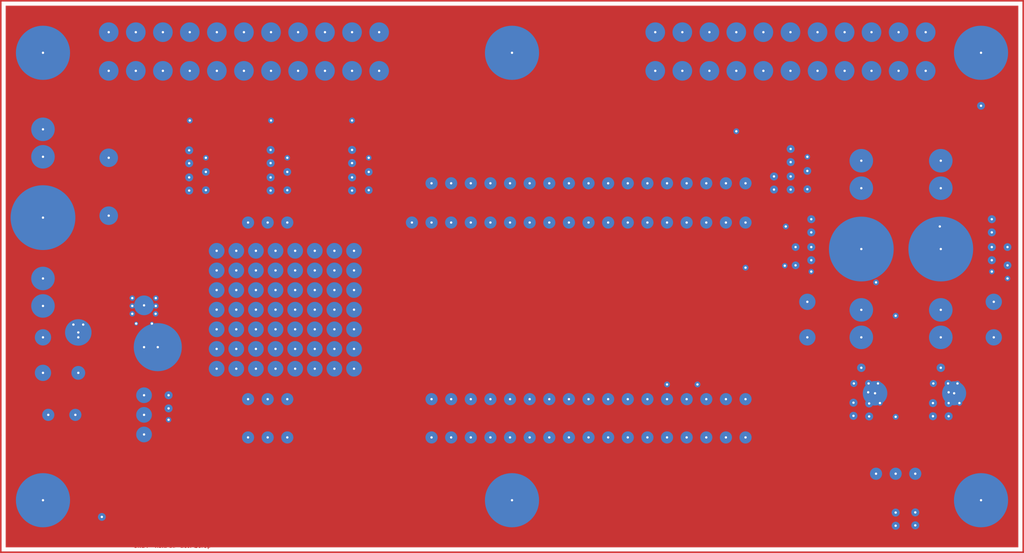
<source format=kicad_pcb>
(kicad_pcb (version 4) (host Gerbview "(5.1.10)-1")
  (layers (0 F.Cu signal) (31 B.Cu signal) (34 B.Paste user) (35 F.Paste user) (36 B.SilkS user) (37 F.SilkS user) (38 B.Mask user) (39 F.Mask user) (44 Edge.Cuts user))
  (gr_poly (pts (xy 716.153 -179.578) (xy 585.0890000000001 -179.578) (xy 585.0890000000001 -109.474) (xy 716.153 -109.474)) (layer F.Cu) (width 0))
  (gr_poly (pts (xy 702.2338 -177.7238) (xy 699.0842 -177.7238) (xy 699.0842 -174.5742) (xy 702.2338 -174.5742)) (layer F.Cu) (width 0))
  (gr_poly (pts (xy 695.2488 -177.7238) (xy 692.0992 -177.7238) (xy 692.0992 -174.5742) (xy 695.2488 -174.5742)) (layer F.Cu) (width 0))
  (gr_poly (pts (xy 684.7332 -177.7238) (xy 681.5836 -177.7238) (xy 681.5836 -174.5742) (xy 684.7332 -174.5742)) (layer F.Cu) (width 0))
  (gr_poly (pts (xy 670.7378 -177.7238) (xy 667.5882 -177.7238) (xy 667.5882 -174.5742) (xy 670.7378 -174.5742)) (layer F.Cu) (width 0))
  (gr_poly (pts (xy 627.9896 -177.7238) (xy 624.84 -177.7238) (xy 624.84 -174.5742) (xy 627.9896 -174.5742)) (layer F.Cu) (width 0))
  (gr_poly (pts (xy 617.4994 -177.7238) (xy 614.3498 -177.7238) (xy 614.3498 -174.5742) (xy 617.4994 -174.5742)) (layer F.Cu) (width 0))
  (gr_poly (pts (xy 607.0092 -177.7238) (xy 603.8596 -177.7238) (xy 603.8596 -174.5742) (xy 607.0092 -174.5742)) (layer F.Cu) (width 0))
  (gr_poly (pts (xy 599.9988 -177.7238) (xy 596.8492 -177.7238) (xy 596.8492 -174.5742) (xy 599.9988 -174.5742)) (layer F.Cu) (width 0))
  (gr_poly (pts (xy 704.4690000000001 -174.5996) (xy 704.7738000000001 -174.6758) (xy 705.0531999999999 -174.8282) (xy 705.2818 -175.0314) (xy 705.485 -175.26) (xy 705.6374 -175.5394) (xy 705.7136 -175.8442) (xy 705.739 -176.149) (xy 705.7136 -176.4538) (xy 705.6374 -176.7586) (xy 705.485 -177.038) (xy 705.2818 -177.2666) (xy 705.0531999999999 -177.4698) (xy 704.7738000000001 -177.6222) (xy 704.4690000000001 -177.6984) (xy 704.1642000000001 -177.7238) (xy 703.8594000000001 -177.6984) (xy 703.5546000000001 -177.6222) (xy 703.2752 -177.4698) (xy 703.0466 -177.2666) (xy 702.8434 -177.038) (xy 702.691 -176.7586) (xy 702.6147999999999 -176.4538) (xy 702.5894 -176.149) (xy 702.6147999999999 -175.8442) (xy 702.691 -175.5394) (xy 702.8434 -175.26) (xy 703.0466 -175.0314) (xy 703.2752 -174.8282) (xy 703.5546000000001 -174.6758) (xy 703.8594000000001 -174.5996) (xy 704.1642000000001 -174.5742)) (layer F.Cu) (width 0))
  (gr_poly (pts (xy 697.484 -174.5996) (xy 697.7634 -174.6758) (xy 698.0428000000001 -174.8282) (xy 698.2714 -175.0314) (xy 698.4746 -175.26) (xy 698.627 -175.5394) (xy 698.7032 -175.8442) (xy 698.754 -176.149) (xy 698.7032 -176.4538) (xy 698.627 -176.7586) (xy 698.4746 -177.038) (xy 698.2714 -177.2666) (xy 698.0428000000001 -177.4698) (xy 697.7634 -177.6222) (xy 697.484 -177.6984) (xy 697.1538 -177.7238) (xy 696.849 -177.6984) (xy 696.5696 -177.6222) (xy 696.2902 -177.4698) (xy 696.0362 -177.2666) (xy 695.8584 -177.038) (xy 695.706 -176.7586) (xy 695.6044000000001 -176.4538) (xy 695.579 -176.149) (xy 695.6044000000001 -175.8442) (xy 695.706 -175.5394) (xy 695.8584 -175.26) (xy 696.0362 -175.0314) (xy 696.2902 -174.8282) (xy 696.5696 -174.6758) (xy 696.849 -174.5996) (xy 697.1538 -174.5742)) (layer F.Cu) (width 0))
  (gr_poly (pts (xy 686.9684 -174.5996) (xy 687.2732 -174.6758) (xy 687.5526 -174.8282) (xy 687.7812 -175.0314) (xy 687.9844000000001 -175.26) (xy 688.1368 -175.5394) (xy 688.213 -175.8442) (xy 688.2384 -176.149) (xy 688.213 -176.4538) (xy 688.1368 -176.7586) (xy 687.9844000000001 -177.038) (xy 687.7812 -177.2666) (xy 687.5526 -177.4698) (xy 687.2732 -177.6222) (xy 686.9684 -177.6984) (xy 686.6636 -177.7238) (xy 686.3588 -177.6984) (xy 686.054 -177.6222) (xy 685.7746 -177.4698) (xy 685.546 -177.2666) (xy 685.3428 -177.038) (xy 685.1904 -176.7586) (xy 685.1142 -176.4538) (xy 685.0888 -176.149) (xy 685.1142 -175.8442) (xy 685.1904 -175.5394) (xy 685.3428 -175.26) (xy 685.546 -175.0314) (xy 685.7746 -174.8282) (xy 686.054 -174.6758) (xy 686.3588 -174.5996) (xy 686.6636 -174.5742)) (layer F.Cu) (width 0))
  (gr_poly (pts (xy 711.9366 -169.7228) (xy 712.4954 -169.8498) (xy 713.0542 -170.0784) (xy 713.5622 -170.3832) (xy 714.0194 -170.7896) (xy 714.4258 -171.2468) (xy 714.7306 -171.7548) (xy 714.9592 -172.3136) (xy 715.0862 -172.8724) (xy 715.1369999999999 -173.482) (xy 715.0862 -174.0916) (xy 714.9592 -174.6504) (xy 714.7306 -175.2092) (xy 714.4258 -175.7172) (xy 714.0194 -176.1744) (xy 713.5622 -176.5808) (xy 713.0542 -176.8856) (xy 712.4954 -177.1142) (xy 711.9366 -177.2412) (xy 711.327 -177.292) (xy 710.7174 -177.2412) (xy 710.1586 -177.1142) (xy 709.5998 -176.8856) (xy 709.0918 -176.5808) (xy 708.6346 -176.1744) (xy 708.2282 -175.7172) (xy 707.9234 -175.2092) (xy 707.6948 -174.6504) (xy 707.5678 -174.0916) (xy 707.5170000000001 -173.482) (xy 707.5678 -172.8724) (xy 707.6948 -172.3136) (xy 707.9234 -171.7548) (xy 708.2282 -171.2468) (xy 708.6346 -170.7896) (xy 709.0918 -170.3832) (xy 709.5998 -170.0784) (xy 710.1586 -169.8498) (xy 710.7174 -169.7228) (xy 711.327 -169.672)) (layer F.Cu) (width 0))
  (gr_poly (pts (xy 651.2306 -169.7228) (xy 651.7894 -169.8498) (xy 652.3482 -170.0784) (xy 652.8561999999999 -170.3832) (xy 653.3134 -170.7896) (xy 653.7198 -171.2468) (xy 654.0246 -171.7548) (xy 654.2532 -172.3136) (xy 654.3801999999999 -172.8724) (xy 654.431 -173.482) (xy 654.3801999999999 -174.0916) (xy 654.2532 -174.6504) (xy 654.0246 -175.2092) (xy 653.7198 -175.7172) (xy 653.3134 -176.1744) (xy 652.8561999999999 -176.5808) (xy 652.3482 -176.8856) (xy 651.7894 -177.1142) (xy 651.2306 -177.2412) (xy 650.621 -177.292) (xy 650.0114 -177.2412) (xy 649.4526 -177.1142) (xy 648.8938000000001 -176.8856) (xy 648.3858 -176.5808) (xy 647.9286 -176.1744) (xy 647.5222 -175.7172) (xy 647.2174 -175.2092) (xy 646.9888 -174.6504) (xy 646.8618 -174.0916) (xy 646.811 -173.482) (xy 646.8618 -172.8724) (xy 646.9888 -172.3136) (xy 647.2174 -171.7548) (xy 647.5222 -171.2468) (xy 647.9286 -170.7896) (xy 648.3858 -170.3832) (xy 648.8938000000001 -170.0784) (xy 649.4526 -169.8498) (xy 650.0114 -169.7228) (xy 650.621 -169.672)) (layer F.Cu) (width 0))
  (gr_poly (pts (xy 590.5246 -169.7228) (xy 591.0834 -169.8498) (xy 591.6422 -170.0784) (xy 592.1502 -170.3832) (xy 592.6074 -170.7896) (xy 593.0137999999999 -171.2468) (xy 593.3185999999999 -171.7548) (xy 593.5472 -172.3136) (xy 593.6742 -172.8724) (xy 593.725 -173.482) (xy 593.6742 -174.0916) (xy 593.5472 -174.6504) (xy 593.3185999999999 -175.2092) (xy 593.0137999999999 -175.7172) (xy 592.6074 -176.1744) (xy 592.1502 -176.5808) (xy 591.6422 -176.8856) (xy 591.0834 -177.1142) (xy 590.5246 -177.2412) (xy 589.915 -177.292) (xy 589.3054 -177.2412) (xy 588.7465999999999 -177.1142) (xy 588.1878 -176.8856) (xy 587.6798 -176.5808) (xy 587.2226000000001 -176.1744) (xy 586.8162 -175.7172) (xy 586.5114 -175.2092) (xy 586.2828 -174.6504) (xy 586.1558 -174.0916) (xy 586.105 -173.482) (xy 586.1558 -172.8724) (xy 586.2828 -172.3136) (xy 586.5114 -171.7548) (xy 586.8162 -171.2468) (xy 587.2226000000001 -170.7896) (xy 587.6798 -170.3832) (xy 588.1878 -170.0784) (xy 588.7465999999999 -169.8498) (xy 589.3054 -169.7228) (xy 589.915 -169.672)) (layer F.Cu) (width 0))
  (gr_poly (pts (xy 702.2338 -172.72) (xy 699.0842 -172.72) (xy 699.0842 -169.5704) (xy 702.2338 -169.5704)) (layer F.Cu) (width 0))
  (gr_poly (pts (xy 695.2488 -172.72) (xy 692.0992 -172.72) (xy 692.0992 -169.5704) (xy 695.2488 -169.5704)) (layer F.Cu) (width 0))
  (gr_poly (pts (xy 684.7332 -172.72) (xy 681.5836 -172.72) (xy 681.5836 -169.5704) (xy 684.7332 -169.5704)) (layer F.Cu) (width 0))
  (gr_poly (pts (xy 670.7378 -172.72) (xy 667.5882 -172.72) (xy 667.5882 -169.5704) (xy 670.7378 -169.5704)) (layer F.Cu) (width 0))
  (gr_poly (pts (xy 627.9896 -172.72) (xy 624.84 -172.72) (xy 624.84 -169.5704) (xy 627.9896 -169.5704)) (layer F.Cu) (width 0))
  (gr_poly (pts (xy 617.4994 -172.72) (xy 614.3498 -172.72) (xy 614.3498 -169.5704) (xy 617.4994 -169.5704)) (layer F.Cu) (width 0))
  (gr_poly (pts (xy 607.0092 -172.72) (xy 603.8596 -172.72) (xy 603.8596 -169.5704) (xy 607.0092 -169.5704)) (layer F.Cu) (width 0))
  (gr_poly (pts (xy 599.9988 -172.72) (xy 596.8492 -172.72) (xy 596.8492 -169.5704) (xy 599.9988 -169.5704)) (layer F.Cu) (width 0))
  (gr_poly (pts (xy 704.4690000000001 -169.5958) (xy 704.7738000000001 -169.6974) (xy 705.0531999999999 -169.8244) (xy 705.2818 -170.0276) (xy 705.485 -170.2816) (xy 705.6374 -170.5356) (xy 705.7136 -170.8404) (xy 705.739 -171.1452) (xy 705.7136 -171.45) (xy 705.6374 -171.7548) (xy 705.485 -172.0342) (xy 705.2818 -172.2628) (xy 705.0531999999999 -172.466) (xy 704.7738000000001 -172.6184) (xy 704.4690000000001 -172.6946) (xy 704.1642000000001 -172.72) (xy 703.8594000000001 -172.6946) (xy 703.5546000000001 -172.6184) (xy 703.2752 -172.466) (xy 703.0466 -172.2628) (xy 702.8434 -172.0342) (xy 702.691 -171.7548) (xy 702.6147999999999 -171.45) (xy 702.5894 -171.1452) (xy 702.6147999999999 -170.8404) (xy 702.691 -170.5356) (xy 702.8434 -170.2816) (xy 703.0466 -170.0276) (xy 703.2752 -169.8244) (xy 703.5546000000001 -169.6974) (xy 703.8594000000001 -169.5958) (xy 704.1642000000001 -169.5704)) (layer F.Cu) (width 0))
  (gr_poly (pts (xy 697.484 -169.5958) (xy 697.7634 -169.6974) (xy 698.0428000000001 -169.8244) (xy 698.2714 -170.0276) (xy 698.4746 -170.2816) (xy 698.627 -170.5356) (xy 698.7032 -170.8404) (xy 698.754 -171.1452) (xy 698.7032 -171.45) (xy 698.627 -171.7548) (xy 698.4746 -172.0342) (xy 698.2714 -172.2628) (xy 698.0428000000001 -172.466) (xy 697.7634 -172.6184) (xy 697.484 -172.6946) (xy 697.1538 -172.72) (xy 696.849 -172.6946) (xy 696.5696 -172.6184) (xy 696.2902 -172.466) (xy 696.0362 -172.2628) (xy 695.8584 -172.0342) (xy 695.706 -171.7548) (xy 695.6044000000001 -171.45) (xy 695.579 -171.1452) (xy 695.6044000000001 -170.8404) (xy 695.706 -170.5356) (xy 695.8584 -170.2816) (xy 696.0362 -170.0276) (xy 696.2902 -169.8244) (xy 696.5696 -169.6974) (xy 696.849 -169.5958) (xy 697.1538 -169.5704)) (layer F.Cu) (width 0))
  (gr_poly (pts (xy 686.9684 -169.5958) (xy 687.2732 -169.6974) (xy 687.5526 -169.8244) (xy 687.7812 -170.0276) (xy 687.9844000000001 -170.2816) (xy 688.1368 -170.5356) (xy 688.213 -170.8404) (xy 688.2384 -171.1452) (xy 688.213 -171.45) (xy 688.1368 -171.7548) (xy 687.9844000000001 -172.0342) (xy 687.7812 -172.2628) (xy 687.5526 -172.466) (xy 687.2732 -172.6184) (xy 686.9684 -172.6946) (xy 686.6636 -172.72) (xy 686.3588 -172.6946) (xy 686.054 -172.6184) (xy 685.7746 -172.466) (xy 685.546 -172.2628) (xy 685.3428 -172.0342) (xy 685.1904 -171.7548) (xy 685.1142 -171.45) (xy 685.0888 -171.1452) (xy 685.1142 -170.8404) (xy 685.1904 -170.5356) (xy 685.3428 -170.2816) (xy 685.546 -170.0276) (xy 685.7746 -169.8244) (xy 686.054 -169.6974) (xy 686.3588 -169.5958) (xy 686.6636 -169.5704)) (layer F.Cu) (width 0))
  (gr_poly (pts (xy 630.0978 -164.0586) (xy 630.2756000000001 -164.1094) (xy 630.5296 -164.3634) (xy 630.5804000000001 -164.5412) (xy 630.6058 -164.719) (xy 630.5804000000001 -164.8968) (xy 630.5296 -165.0746) (xy 630.4534 -165.1762) (xy 630.4534 -169.672) (xy 630.5296 -169.6974) (xy 630.809 -169.8244) (xy 631.0376 -170.0276) (xy 631.2408 -170.2816) (xy 631.3932 -170.5356) (xy 631.4694 -170.8404) (xy 631.4948000000001 -171.1452) (xy 631.4694 -171.45) (xy 631.3932 -171.7548) (xy 631.2408 -172.0342) (xy 631.0376 -172.2628) (xy 630.809 -172.466) (xy 630.5296 -172.6184) (xy 630.4534 -172.6438) (xy 630.4534 -174.6504) (xy 630.5296 -174.6758) (xy 630.809 -174.8282) (xy 631.0376 -175.0314) (xy 631.2408 -175.26) (xy 631.3932 -175.5394) (xy 631.4694 -175.8442) (xy 631.4948000000001 -176.149) (xy 631.4694 -176.4538) (xy 631.3932 -176.7586) (xy 631.2408 -177.038) (xy 631.0376 -177.2666) (xy 630.809 -177.4698) (xy 630.5296 -177.6222) (xy 630.2248 -177.6984) (xy 629.92 -177.7238) (xy 629.6152 -177.6984) (xy 629.3104 -177.6222) (xy 629.0564000000001 -177.4698) (xy 628.8024 -177.2666) (xy 628.5992 -177.038) (xy 628.4722 -176.7586) (xy 628.3706 -176.4538) (xy 628.3452 -176.149) (xy 628.3706 -175.8442) (xy 628.4722 -175.5394) (xy 628.5992 -175.26) (xy 628.8024 -175.0314) (xy 629.0564000000001 -174.8282) (xy 629.3104 -174.6758) (xy 629.412 -174.6504) (xy 629.412 -172.6438) (xy 629.3104 -172.6184) (xy 629.0564000000001 -172.466) (xy 628.8024 -172.2628) (xy 628.5992 -172.0342) (xy 628.4722 -171.7548) (xy 628.3706 -171.45) (xy 628.3452 -171.1452) (xy 628.3706 -170.8404) (xy 628.4722 -170.5356) (xy 628.5992 -170.2816) (xy 628.8024 -170.0276) (xy 629.0564000000001 -169.8244) (xy 629.3104 -169.6974) (xy 629.412 -169.672) (xy 629.412 -165.1762) (xy 629.3104 -165.0746) (xy 629.2596 -164.8968) (xy 629.2342 -164.719) (xy 629.2596 -164.5412) (xy 629.3104 -164.3634) (xy 629.5644 -164.1094) (xy 629.7422 -164.0586) (xy 629.92 -164.0332)) (layer F.Cu) (width 0))
  (gr_poly (pts (xy 619.6076 -164.0586) (xy 619.76 -164.1094) (xy 619.9124 -164.2364) (xy 620.014 -164.3634) (xy 620.0902 -164.5412) (xy 620.1156 -164.719) (xy 620.0902 -164.8968) (xy 620.014 -165.0746) (xy 619.9378 -165.1762) (xy 619.9378 -169.672) (xy 620.0394 -169.6974) (xy 620.2934 -169.8244) (xy 620.5474 -170.0276) (xy 620.7506 -170.2816) (xy 620.8776 -170.5356) (xy 620.9792 -170.8404) (xy 621.0046 -171.1452) (xy 620.9792 -171.45) (xy 620.8776 -171.7548) (xy 620.7506 -172.0342) (xy 620.5474 -172.2628) (xy 620.2934 -172.466) (xy 620.0394 -172.6184) (xy 619.9378 -172.6438) (xy 619.9378 -174.6504) (xy 620.0394 -174.6758) (xy 620.2934 -174.8282) (xy 620.5474 -175.0314) (xy 620.7506 -175.26) (xy 620.8776 -175.5394) (xy 620.9792 -175.8442) (xy 621.0046 -176.149) (xy 620.9792 -176.4538) (xy 620.8776 -176.7586) (xy 620.7506 -177.038) (xy 620.5474 -177.2666) (xy 620.2934 -177.4698) (xy 620.0394 -177.6222) (xy 619.7346 -177.6984) (xy 619.4298 -177.7238) (xy 619.125 -177.6984) (xy 618.8202 -177.6222) (xy 618.5408 -177.4698) (xy 618.3122 -177.2666) (xy 618.109 -177.038) (xy 617.9566 -176.7586) (xy 617.8804 -176.4538) (xy 617.8296 -176.149) (xy 617.8804 -175.8442) (xy 617.9566 -175.5394) (xy 618.109 -175.26) (xy 618.3122 -175.0314) (xy 618.5408 -174.8282) (xy 618.8202 -174.6758) (xy 618.8964 -174.6504) (xy 618.8964 -172.6438) (xy 618.8202 -172.6184) (xy 618.5408 -172.466) (xy 618.3122 -172.2628) (xy 618.109 -172.0342) (xy 617.9566 -171.7548) (xy 617.8804 -171.45) (xy 617.8296 -171.1452) (xy 617.8804 -170.8404) (xy 617.9566 -170.5356) (xy 618.109 -170.2816) (xy 618.3122 -170.0276) (xy 618.5408 -169.8244) (xy 618.8202 -169.6974) (xy 618.8964 -169.672) (xy 618.8964 -165.1762) (xy 618.8202 -165.0746) (xy 618.744 -164.8968) (xy 618.744 -164.5412) (xy 618.8202 -164.3634) (xy 619.0742 -164.1094) (xy 619.252 -164.0586) (xy 619.4298 -164.0332)) (layer F.Cu) (width 0))
  (gr_poly (pts (xy 609.092 -164.0586) (xy 609.2698 -164.1094) (xy 609.4222 -164.2364) (xy 609.5238000000001 -164.3634) (xy 609.6 -164.5412) (xy 609.6254 -164.719) (xy 609.6 -164.8968) (xy 609.5238000000001 -165.0746) (xy 609.4476 -165.1762) (xy 609.4476 -169.672) (xy 609.5238000000001 -169.6974) (xy 609.8031999999999 -169.8244) (xy 610.0318 -170.0276) (xy 610.235 -170.2816) (xy 610.3874 -170.5356) (xy 610.4636 -170.8404) (xy 610.5144 -171.1452) (xy 610.4636 -171.45) (xy 610.3874 -171.7548) (xy 610.235 -172.0342) (xy 610.0318 -172.2628) (xy 609.8031999999999 -172.466) (xy 609.5238000000001 -172.6184) (xy 609.4476 -172.6438) (xy 609.4476 -174.6504) (xy 609.5238000000001 -174.6758) (xy 609.8031999999999 -174.8282) (xy 610.0318 -175.0314) (xy 610.235 -175.26) (xy 610.3874 -175.5394) (xy 610.4636 -175.8442) (xy 610.5144 -176.149) (xy 610.4636 -176.4538) (xy 610.3874 -176.7586) (xy 610.235 -177.038) (xy 610.0318 -177.2666) (xy 609.8031999999999 -177.4698) (xy 609.5238000000001 -177.6222) (xy 609.2444 -177.6984) (xy 608.9142000000001 -177.7238) (xy 608.6094000000001 -177.6984) (xy 608.33 -177.6222) (xy 608.0506 -177.4698) (xy 607.7966 -177.2666) (xy 607.6188 -177.038) (xy 607.4664 -176.7586) (xy 607.3647999999999 -176.4538) (xy 607.3394 -176.149) (xy 607.3647999999999 -175.8442) (xy 607.4664 -175.5394) (xy 607.6188 -175.26) (xy 607.7966 -175.0314) (xy 608.0506 -174.8282) (xy 608.33 -174.6758) (xy 608.4062 -174.6504) (xy 608.4062 -172.6438) (xy 608.33 -172.6184) (xy 608.0506 -172.466) (xy 607.7966 -172.2628) (xy 607.6188 -172.0342) (xy 607.4664 -171.7548) (xy 607.3647999999999 -171.45) (xy 607.3394 -171.1452) (xy 607.3647999999999 -170.8404) (xy 607.4664 -170.5356) (xy 607.6188 -170.2816) (xy 607.7966 -170.0276) (xy 608.0506 -169.8244) (xy 608.33 -169.6974) (xy 608.4062 -169.672) (xy 608.4062 -165.1762) (xy 608.33 -165.0746) (xy 608.2538 -164.8968) (xy 608.2284 -164.719) (xy 608.2538 -164.5412) (xy 608.33 -164.3634) (xy 608.4316 -164.2364) (xy 608.5839999999999 -164.1094) (xy 608.7364 -164.0586) (xy 608.9142000000001 -164.0332)) (layer F.Cu) (width 0))
  (gr_poly (pts (xy 681.1264 -155.5242) (xy 681.4058 -155.6258) (xy 681.6344 -155.8036) (xy 681.8122 -156.0322) (xy 681.9138 -156.3116) (xy 681.9392 -156.591) (xy 681.9138 -156.8704) (xy 681.8122 -157.1498) (xy 681.6344 -157.3784) (xy 681.4058 -157.5562) (xy 681.355 -157.5562) (xy 681.355 -160.401) (xy 681.3296 -160.6042) (xy 681.2026 -160.7566) (xy 679.45 -162.5346) (xy 679.45 -162.5854) (xy 679.5008 -162.6616) (xy 679.6532 -162.6362) (xy 679.831 -162.6616) (xy 680.0088 -162.7124) (xy 680.1612 -162.8394) (xy 680.2628 -162.9664) (xy 680.3390000000001 -163.1442) (xy 680.3644 -163.322) (xy 680.3390000000001 -163.4998) (xy 680.2628 -163.6776) (xy 680.1612 -163.8046) (xy 680.1104 -163.8554) (xy 680.1104 -169.6466) (xy 680.2628 -169.6974) (xy 680.5422 -169.8244) (xy 680.7708 -170.0276) (xy 680.974 -170.2816) (xy 681.1264 -170.5356) (xy 681.2026 -170.8404) (xy 681.2534000000001 -171.1452) (xy 681.2026 -171.45) (xy 681.1264 -171.7548) (xy 680.974 -172.0342) (xy 680.7708 -172.2628) (xy 680.5422 -172.466) (xy 680.2628 -172.6184) (xy 680.1104 -172.6692) (xy 680.1104 -174.625) (xy 680.2628 -174.6758) (xy 680.5422 -174.8282) (xy 680.7708 -175.0314) (xy 680.974 -175.26) (xy 681.1264 -175.5394) (xy 681.2026 -175.8442) (xy 681.2534000000001 -176.149) (xy 681.2026 -176.4538) (xy 681.1264 -176.7586) (xy 680.974 -177.038) (xy 680.7708 -177.2666) (xy 680.5422 -177.4698) (xy 680.2628 -177.6222) (xy 679.9834 -177.6984) (xy 679.6532 -177.7238) (xy 679.3484 -177.6984) (xy 679.069 -177.6222) (xy 678.7896 -177.4698) (xy 678.5356 -177.2666) (xy 678.3578 -177.038) (xy 678.2054000000001 -176.7586) (xy 678.1038 -176.4538) (xy 678.0784 -176.149) (xy 678.1038 -175.8442) (xy 678.2054000000001 -175.5394) (xy 678.3578 -175.26) (xy 678.5356 -175.0314) (xy 678.7896 -174.8282) (xy 679.069 -174.6758) (xy 679.2214 -174.625) (xy 679.2214 -172.6692) (xy 679.069 -172.6184) (xy 678.7896 -172.466) (xy 678.5356 -172.2628) (xy 678.3578 -172.0342) (xy 678.2054000000001 -171.7548) (xy 678.1038 -171.45) (xy 678.0784 -171.1452) (xy 678.1038 -170.8404) (xy 678.2054000000001 -170.5356) (xy 678.3578 -170.2816) (xy 678.5356 -170.0276) (xy 678.7896 -169.8244) (xy 679.069 -169.6974) (xy 679.2214 -169.6466) (xy 679.2214 -163.8554) (xy 679.1706 -163.8046) (xy 679.069 -163.6776) (xy 678.9928 -163.4998) (xy 678.9674 -163.322) (xy 678.9928 -163.1696) (xy 678.9166 -163.1188) (xy 678.8658 -163.0934) (xy 676.6814000000001 -165.3032) (xy 676.6814000000001 -169.672) (xy 676.7576 -169.6974) (xy 677.037 -169.8244) (xy 677.2910000000001 -170.0276) (xy 677.4688 -170.2816) (xy 677.6212 -170.5356) (xy 677.7228 -170.8404) (xy 677.7482 -171.1452) (xy 677.7228 -171.45) (xy 677.6212 -171.7548) (xy 677.4688 -172.0342) (xy 677.2910000000001 -172.2628) (xy 677.037 -172.466) (xy 676.7576 -172.6184) (xy 676.6814000000001 -172.6438) (xy 676.6814000000001 -174.6504) (xy 676.7576 -174.6758) (xy 677.037 -174.8282) (xy 677.2910000000001 -175.0314) (xy 677.4688 -175.26) (xy 677.6212 -175.5394) (xy 677.7228 -175.8442) (xy 677.7482 -176.149) (xy 677.7228 -176.4538) (xy 677.6212 -176.7586) (xy 677.4688 -177.038) (xy 677.2910000000001 -177.2666) (xy 677.037 -177.4698) (xy 676.7576 -177.6222) (xy 676.4782 -177.6984) (xy 676.1734 -177.7238) (xy 675.8432 -177.6984) (xy 675.5638 -177.6222) (xy 675.2844 -177.4698) (xy 675.0558 -177.2666) (xy 674.8526000000001 -177.038) (xy 674.7002 -176.7586) (xy 674.5986 -176.4538) (xy 674.5732 -176.149) (xy 674.5986 -175.8442) (xy 674.7002 -175.5394) (xy 674.8526000000001 -175.26) (xy 675.0558 -175.0314) (xy 675.2844 -174.8282) (xy 675.5638 -174.6758) (xy 675.64 -174.6504) (xy 675.64 -172.6438) (xy 675.5638 -172.6184) (xy 675.2844 -172.466) (xy 675.0558 -172.2628) (xy 674.8526000000001 -172.0342) (xy 674.7002 -171.7548) (xy 674.5986 -171.45) (xy 674.5732 -171.1452) (xy 674.5986 -170.8404) (xy 674.7002 -170.5356) (xy 674.8526000000001 -170.2816) (xy 675.0558 -170.0276) (xy 675.2844 -169.8244) (xy 675.5638 -169.6974) (xy 675.64 -169.672) (xy 675.64 -165.0746) (xy 675.6908 -164.8968) (xy 675.7924 -164.719) (xy 680.3390000000001 -160.1978) (xy 680.3390000000001 -157.5562) (xy 680.2882 -157.5562) (xy 680.0596 -157.3784) (xy 679.8818 -157.1498) (xy 679.7802 -156.8704) (xy 679.7548 -156.591) (xy 679.7802 -156.3116) (xy 679.8818 -156.0322) (xy 680.0596 -155.8036) (xy 680.2882 -155.6258) (xy 680.5676 -155.5242) (xy 680.847 -155.4988)) (layer F.Cu) (width 0))
  (gr_poly (pts (xy 590.2705999999999 -161.7726) (xy 590.6262 -161.8742) (xy 590.931 -162.052) (xy 591.2104 -162.2806) (xy 591.439 -162.56) (xy 591.6168 -162.8648) (xy 591.7184 -163.2204) (xy 591.7438 -163.576) (xy 591.7184 -163.9316) (xy 591.6168 -164.2872) (xy 591.439 -164.592) (xy 591.2104 -164.8714) (xy 590.931 -165.1) (xy 590.6262 -165.2778) (xy 590.2705999999999 -165.3794) (xy 589.915 -165.4048) (xy 589.5594 -165.3794) (xy 589.2038 -165.2778) (xy 588.899 -165.1) (xy 588.6196 -164.8714) (xy 588.391 -164.592) (xy 588.2132 -164.2872) (xy 588.1116 -163.9316) (xy 588.0862 -163.576) (xy 588.1116 -163.2204) (xy 588.2132 -162.8648) (xy 588.391 -162.56) (xy 588.6196 -162.2806) (xy 588.899 -162.052) (xy 589.2038 -161.8742) (xy 589.5594 -161.7726) (xy 589.915 -161.7472)) (layer F.Cu) (width 0))
  (gr_poly (pts (xy 706.4756 -157.7086) (xy 706.8312 -157.8102) (xy 707.136 -157.988) (xy 707.4154 -158.2166) (xy 707.644 -158.496) (xy 707.8218000000001 -158.8008) (xy 707.9234 -159.1564) (xy 707.9488 -159.512) (xy 707.9234 -159.8676) (xy 707.8218000000001 -160.2232) (xy 707.644 -160.528) (xy 707.4154 -160.8074) (xy 707.136 -161.036) (xy 706.8312 -161.2138) (xy 706.4756 -161.3154) (xy 706.12 -161.3408) (xy 705.7644 -161.3154) (xy 705.4088 -161.2138) (xy 705.104 -161.036) (xy 704.8246 -160.8074) (xy 704.596 -160.528) (xy 704.4182 -160.2232) (xy 704.3166 -159.8676) (xy 704.2912 -159.512) (xy 704.3166 -159.1564) (xy 704.4182 -158.8008) (xy 704.596 -158.496) (xy 704.8246 -158.2166) (xy 705.104 -157.988) (xy 705.4088 -157.8102) (xy 705.7644 -157.7086) (xy 706.12 -157.6832)) (layer F.Cu) (width 0))
  (gr_poly (pts (xy 696.1886 -157.7086) (xy 696.5442 -157.8102) (xy 696.849 -157.988) (xy 697.1284000000001 -158.2166) (xy 697.357 -158.496) (xy 697.5348 -158.8008) (xy 697.6364 -159.1564) (xy 697.6618 -159.512) (xy 697.6364 -159.8676) (xy 697.5348 -160.2232) (xy 697.357 -160.528) (xy 697.1284000000001 -160.8074) (xy 696.849 -161.036) (xy 696.5442 -161.2138) (xy 696.1886 -161.3154) (xy 695.833 -161.3408) (xy 695.4774 -161.3154) (xy 695.1218 -161.2138) (xy 694.817 -161.036) (xy 694.5376 -160.8074) (xy 694.309 -160.528) (xy 694.1312 -160.2232) (xy 694.0296 -159.8676) (xy 694.0042 -159.512) (xy 694.0296 -159.1564) (xy 694.1312 -158.8008) (xy 694.309 -158.496) (xy 694.5376 -158.2166) (xy 694.817 -157.988) (xy 695.1218 -157.8102) (xy 695.4774 -157.7086) (xy 695.833 -157.6832)) (layer F.Cu) (width 0))
  (gr_poly (pts (xy 678.5864 -155.5242) (xy 678.8658 -155.6258) (xy 679.0944 -155.8036) (xy 679.2722 -156.0322) (xy 679.3738 -156.3116) (xy 679.3992 -156.591) (xy 679.3738 -156.8704) (xy 679.2722 -157.1498) (xy 679.0944 -157.3784) (xy 678.8658 -157.5562) (xy 678.5864 -157.6578) (xy 678.307 -157.6832) (xy 678.0276 -157.6578) (xy 677.7482 -157.5562) (xy 677.5196 -157.3784) (xy 677.3418 -157.1498) (xy 677.2402 -156.8704) (xy 677.2148 -156.591) (xy 677.2402 -156.3116) (xy 677.3418 -156.0322) (xy 677.5196 -155.8036) (xy 677.7482 -155.6258) (xy 678.0276 -155.5242) (xy 678.307 -155.4988)) (layer F.Cu) (width 0))
  (gr_poly (pts (xy 676.0463999999999 -155.5242) (xy 676.3258 -155.6258) (xy 676.5544 -155.8036) (xy 676.7322 -156.0322) (xy 676.8338 -156.3116) (xy 676.8592 -156.591) (xy 676.8338 -156.8704) (xy 676.7322 -157.1498) (xy 676.5544 -157.3784) (xy 676.3258 -157.5562) (xy 676.0463999999999 -157.6578) (xy 675.7670000000001 -157.6832) (xy 675.4876 -157.6578) (xy 675.2082 -157.5562) (xy 674.9796 -157.3784) (xy 674.8018 -157.1498) (xy 674.7002 -156.8704) (xy 674.6748 -156.591) (xy 674.7002 -156.3116) (xy 674.8018 -156.0322) (xy 674.9796 -155.8036) (xy 675.2082 -155.6258) (xy 675.4876 -155.5242) (xy 675.7670000000001 -155.4988)) (layer F.Cu) (width 0))
  (gr_poly (pts (xy 673.5064 -155.5242) (xy 673.7858 -155.6258) (xy 674.0144 -155.8036) (xy 674.1922 -156.0322) (xy 674.2938 -156.3116) (xy 674.3192 -156.591) (xy 674.2938 -156.8704) (xy 674.1922 -157.1498) (xy 674.0144 -157.3784) (xy 673.7858 -157.5562) (xy 673.5064 -157.6578) (xy 673.227 -157.6832) (xy 672.9476 -157.6578) (xy 672.6682 -157.5562) (xy 672.4396 -157.3784) (xy 672.2618 -157.1498) (xy 672.1602 -156.8704) (xy 672.1348 -156.591) (xy 672.1602 -156.3116) (xy 672.2618 -156.0322) (xy 672.4396 -155.8036) (xy 672.6682 -155.6258) (xy 672.9476 -155.5242) (xy 673.227 -155.4988)) (layer F.Cu) (width 0))
  (gr_poly (pts (xy 670.9664 -155.5242) (xy 671.2458 -155.6258) (xy 671.4743999999999 -155.8036) (xy 671.6522 -156.0322) (xy 671.7538 -156.3116) (xy 671.7791999999999 -156.591) (xy 671.7538 -156.8704) (xy 671.6522 -157.1498) (xy 671.4743999999999 -157.3784) (xy 671.2458 -157.5562) (xy 670.9664 -157.6578) (xy 670.687 -157.6832) (xy 670.4076 -157.6578) (xy 670.1282 -157.5562) (xy 669.8996 -157.3784) (xy 669.7218 -157.1498) (xy 669.6202 -156.8704) (xy 669.5948 -156.591) (xy 669.6202 -156.3116) (xy 669.7218 -156.0322) (xy 669.8996 -155.8036) (xy 670.1282 -155.6258) (xy 670.4076 -155.5242) (xy 670.687 -155.4988)) (layer F.Cu) (width 0))
  (gr_poly (pts (xy 668.4263999999999 -155.5242) (xy 668.7058 -155.6258) (xy 668.9344 -155.8036) (xy 669.1122 -156.0322) (xy 669.2138 -156.3116) (xy 669.2392 -156.591) (xy 669.2138 -156.8704) (xy 669.1122 -157.1498) (xy 668.9344 -157.3784) (xy 668.7058 -157.5562) (xy 668.4263999999999 -157.6578) (xy 668.147 -157.6832) (xy 667.8676 -157.6578) (xy 667.5882 -157.5562) (xy 667.3596 -157.3784) (xy 667.1818 -157.1498) (xy 667.0802 -156.8704) (xy 667.0548 -156.591) (xy 667.0802 -156.3116) (xy 667.1818 -156.0322) (xy 667.3596 -155.8036) (xy 667.5882 -155.6258) (xy 667.8676 -155.5242) (xy 668.147 -155.4988)) (layer F.Cu) (width 0))
  (gr_poly (pts (xy 665.8864 -155.5242) (xy 666.1658 -155.6258) (xy 666.3944 -155.8036) (xy 666.5722 -156.0322) (xy 666.6738 -156.3116) (xy 666.6992 -156.591) (xy 666.6738 -156.8704) (xy 666.5722 -157.1498) (xy 666.3944 -157.3784) (xy 666.1658 -157.5562) (xy 665.8864 -157.6578) (xy 665.607 -157.6832) (xy 665.3276 -157.6578) (xy 665.0482 -157.5562) (xy 664.8196 -157.3784) (xy 664.6418 -157.1498) (xy 664.5402 -156.8704) (xy 664.5148 -156.591) (xy 664.5402 -156.3116) (xy 664.6418 -156.0322) (xy 664.8196 -155.8036) (xy 665.0482 -155.6258) (xy 665.3276 -155.5242) (xy 665.607 -155.4988)) (layer F.Cu) (width 0))
  (gr_poly (pts (xy 663.3464 -155.5242) (xy 663.6258 -155.6258) (xy 663.8544000000001 -155.8036) (xy 664.0322 -156.0322) (xy 664.1338 -156.3116) (xy 664.1592000000001 -156.591) (xy 664.1338 -156.8704) (xy 664.0322 -157.1498) (xy 663.8544000000001 -157.3784) (xy 663.6258 -157.5562) (xy 663.3464 -157.6578) (xy 663.067 -157.6832) (xy 662.7876 -157.6578) (xy 662.5082 -157.5562) (xy 662.2796 -157.3784) (xy 662.1018 -157.1498) (xy 662.0001999999999 -156.8704) (xy 661.9748 -156.591) (xy 662.0001999999999 -156.3116) (xy 662.1018 -156.0322) (xy 662.2796 -155.8036) (xy 662.5082 -155.6258) (xy 662.7876 -155.5242) (xy 663.067 -155.4988)) (layer F.Cu) (width 0))
  (gr_poly (pts (xy 660.8064000000001 -155.5242) (xy 661.0857999999999 -155.6258) (xy 661.3144 -155.8036) (xy 661.4922 -156.0322) (xy 661.5938 -156.3116) (xy 661.6192 -156.591) (xy 661.5938 -156.8704) (xy 661.4922 -157.1498) (xy 661.3144 -157.3784) (xy 661.0857999999999 -157.5562) (xy 660.8064000000001 -157.6578) (xy 660.527 -157.6832) (xy 660.2476 -157.6578) (xy 659.9682 -157.5562) (xy 659.7396 -157.3784) (xy 659.5617999999999 -157.1498) (xy 659.4602 -156.8704) (xy 659.4348 -156.591) (xy 659.4602 -156.3116) (xy 659.5617999999999 -156.0322) (xy 659.7396 -155.8036) (xy 659.9682 -155.6258) (xy 660.2476 -155.5242) (xy 660.527 -155.4988)) (layer F.Cu) (width 0))
  (gr_poly (pts (xy 658.2664 -155.5242) (xy 658.5458 -155.6258) (xy 658.7744 -155.8036) (xy 658.9521999999999 -156.0322) (xy 659.0538 -156.3116) (xy 659.0792 -156.591) (xy 659.0538 -156.8704) (xy 658.9521999999999 -157.1498) (xy 658.7744 -157.3784) (xy 658.5458 -157.5562) (xy 658.2664 -157.6578) (xy 657.987 -157.6832) (xy 657.7076 -157.6578) (xy 657.4281999999999 -157.5562) (xy 657.1996 -157.3784) (xy 657.0218 -157.1498) (xy 656.9202 -156.8704) (xy 656.8948 -156.591) (xy 656.9202 -156.3116) (xy 657.0218 -156.0322) (xy 657.1996 -155.8036) (xy 657.4281999999999 -155.6258) (xy 657.7076 -155.5242) (xy 657.987 -155.4988)) (layer F.Cu) (width 0))
  (gr_poly (pts (xy 655.7264 -155.5242) (xy 656.0058 -155.6258) (xy 656.2344000000001 -155.8036) (xy 656.4122 -156.0322) (xy 656.5137999999999 -156.3116) (xy 656.5392000000001 -156.591) (xy 656.5137999999999 -156.8704) (xy 656.4122 -157.1498) (xy 656.2344000000001 -157.3784) (xy 656.0058 -157.5562) (xy 655.7264 -157.6578) (xy 655.447 -157.6832) (xy 655.1676 -157.6578) (xy 654.8882 -157.5562) (xy 654.6596 -157.3784) (xy 654.4818 -157.1498) (xy 654.3801999999999 -156.8704) (xy 654.3548 -156.591) (xy 654.3801999999999 -156.3116) (xy 654.4818 -156.0322) (xy 654.6596 -155.8036) (xy 654.8882 -155.6258) (xy 655.1676 -155.5242) (xy 655.447 -155.4988)) (layer F.Cu) (width 0))
  (gr_poly (pts (xy 653.1864 -155.5242) (xy 653.4657999999999 -155.6258) (xy 653.6944 -155.8036) (xy 653.8722 -156.0322) (xy 653.9738 -156.3116) (xy 653.9992 -156.591) (xy 653.9738 -156.8704) (xy 653.8722 -157.1498) (xy 653.6944 -157.3784) (xy 653.4657999999999 -157.5562) (xy 653.1864 -157.6578) (xy 652.907 -157.6832) (xy 652.6276 -157.6578) (xy 652.3482 -157.5562) (xy 652.1196 -157.3784) (xy 651.9417999999999 -157.1498) (xy 651.8402 -156.8704) (xy 651.8148 -156.591) (xy 651.8402 -156.3116) (xy 651.9417999999999 -156.0322) (xy 652.1196 -155.8036) (xy 652.3482 -155.6258) (xy 652.6276 -155.5242) (xy 652.907 -155.4988)) (layer F.Cu) (width 0))
  (gr_poly (pts (xy 650.6464 -155.5242) (xy 650.9258 -155.6258) (xy 651.1544 -155.8036) (xy 651.3321999999999 -156.0322) (xy 651.4338 -156.3116) (xy 651.4592 -156.591) (xy 651.4338 -156.8704) (xy 651.3321999999999 -157.1498) (xy 651.1544 -157.3784) (xy 650.9258 -157.5562) (xy 650.6464 -157.6578) (xy 650.367 -157.6832) (xy 650.0876 -157.6578) (xy 649.8082000000001 -157.5562) (xy 649.5796 -157.3784) (xy 649.4018 -157.1498) (xy 649.3002 -156.8704) (xy 649.2748 -156.591) (xy 649.3002 -156.3116) (xy 649.4018 -156.0322) (xy 649.5796 -155.8036) (xy 649.8082000000001 -155.6258) (xy 650.0876 -155.5242) (xy 650.367 -155.4988)) (layer F.Cu) (width 0))
  (gr_poly (pts (xy 648.1064 -155.5242) (xy 648.3858 -155.6258) (xy 648.6144 -155.8036) (xy 648.7922 -156.0322) (xy 648.8938000000001 -156.3116) (xy 648.9192 -156.591) (xy 648.8938000000001 -156.8704) (xy 648.7922 -157.1498) (xy 648.6144 -157.3784) (xy 648.3858 -157.5562) (xy 648.1064 -157.6578) (xy 647.827 -157.6832) (xy 647.5476 -157.6578) (xy 647.2682 -157.5562) (xy 647.0396 -157.3784) (xy 646.8618 -157.1498) (xy 646.7602000000001 -156.8704) (xy 646.7348 -156.591) (xy 646.7602000000001 -156.3116) (xy 646.8618 -156.0322) (xy 647.0396 -155.8036) (xy 647.2682 -155.6258) (xy 647.5476 -155.5242) (xy 647.827 -155.4988)) (layer F.Cu) (width 0))
  (gr_poly (pts (xy 645.5664 -155.5242) (xy 645.8458000000001 -155.6258) (xy 646.0744 -155.8036) (xy 646.2522 -156.0322) (xy 646.3538 -156.3116) (xy 646.3792 -156.591) (xy 646.3538 -156.8704) (xy 646.2522 -157.1498) (xy 646.0744 -157.3784) (xy 645.8458000000001 -157.5562) (xy 645.5664 -157.6578) (xy 645.287 -157.6832) (xy 645.0076 -157.6578) (xy 644.7282 -157.5562) (xy 644.4996 -157.3784) (xy 644.3218000000001 -157.1498) (xy 644.2202 -156.8704) (xy 644.1948 -156.591) (xy 644.2202 -156.3116) (xy 644.3218000000001 -156.0322) (xy 644.4996 -155.8036) (xy 644.7282 -155.6258) (xy 645.0076 -155.5242) (xy 645.287 -155.4988)) (layer F.Cu) (width 0))
  (gr_poly (pts (xy 643.0264 -155.5242) (xy 643.3058 -155.6258) (xy 643.5344 -155.8036) (xy 643.7122000000001 -156.0322) (xy 643.8138 -156.3116) (xy 643.8392 -156.591) (xy 643.8138 -156.8704) (xy 643.7122000000001 -157.1498) (xy 643.5344 -157.3784) (xy 643.3058 -157.5562) (xy 643.0264 -157.6578) (xy 642.747 -157.6832) (xy 642.4675999999999 -157.6578) (xy 642.1882000000001 -157.5562) (xy 641.9596 -157.3784) (xy 641.7818 -157.1498) (xy 641.6802 -156.8704) (xy 641.6548 -156.591) (xy 641.6802 -156.3116) (xy 641.7818 -156.0322) (xy 641.9596 -155.8036) (xy 642.1882000000001 -155.6258) (xy 642.4675999999999 -155.5242) (xy 642.747 -155.4988)) (layer F.Cu) (width 0))
  (gr_poly (pts (xy 640.4864 -155.5242) (xy 640.7658 -155.6258) (xy 640.9944 -155.8036) (xy 641.1722 -156.0322) (xy 641.2738000000001 -156.3116) (xy 641.2992 -156.591) (xy 641.2738000000001 -156.8704) (xy 641.1722 -157.1498) (xy 640.9944 -157.3784) (xy 640.7658 -157.5562) (xy 640.4864 -157.6578) (xy 640.207 -157.6832) (xy 639.9276 -157.6578) (xy 639.6482 -157.5562) (xy 639.4195999999999 -157.3784) (xy 639.2418 -157.1498) (xy 639.1402 -156.8704) (xy 639.1147999999999 -156.591) (xy 639.1402 -156.3116) (xy 639.2418 -156.0322) (xy 639.4195999999999 -155.8036) (xy 639.6482 -155.6258) (xy 639.9276 -155.5242) (xy 640.207 -155.4988)) (layer F.Cu) (width 0))
  (gr_poly (pts (xy 706.1708 -150.3426) (xy 706.3486 -150.3934) (xy 706.6026000000001 -150.6474) (xy 706.6534 -150.8252) (xy 706.6788 -151.003) (xy 706.6534 -151.1808) (xy 706.6026000000001 -151.3586) (xy 706.3486 -151.6126) (xy 706.1708 -151.6634) (xy 705.9930000000001 -151.6888) (xy 705.8152 -151.6634) (xy 705.6374 -151.6126) (xy 705.5358 -151.511) (xy 686.5112 -151.511) (xy 686.4096 -151.6126) (xy 686.2318 -151.6634) (xy 686.054 -151.6888) (xy 685.8762 -151.6634) (xy 685.6984 -151.6126) (xy 685.4444 -151.3586) (xy 685.3936 -151.1808) (xy 685.3682 -151.003) (xy 685.3936 -150.8252) (xy 685.4444 -150.6474) (xy 685.6984 -150.3934) (xy 685.8762 -150.3426) (xy 686.054 -150.3172) (xy 686.2318 -150.3426) (xy 686.4096 -150.3934) (xy 686.5112 -150.495) (xy 705.5358 -150.495) (xy 705.6374 -150.3934) (xy 705.8152 -150.3426) (xy 705.9930000000001 -150.3172)) (layer F.Cu) (width 0))
  (gr_poly (pts (xy 625.1702 -150.9776) (xy 625.1702 -152.0444) (xy 624.6114 -152.6032) (xy 623.5445999999999 -152.6032) (xy 622.9858 -152.0444) (xy 622.9858 -150.9776) (xy 623.5445999999999 -150.4188) (xy 624.6114 -150.4188)) (layer F.Cu) (width 0))
  (gr_poly (pts (xy 678.5864 -150.4442) (xy 678.8658 -150.5458) (xy 679.0944 -150.7236) (xy 679.2722 -150.9522) (xy 679.3738 -151.2316) (xy 679.3992 -151.511) (xy 679.3738 -151.7904) (xy 679.2722 -152.0698) (xy 679.0944 -152.2984) (xy 678.8658 -152.4762) (xy 678.5864 -152.5778) (xy 678.307 -152.6032) (xy 678.0276 -152.5778) (xy 677.7482 -152.4762) (xy 677.5196 -152.2984) (xy 677.3418 -152.0698) (xy 677.2402 -151.7904) (xy 677.2148 -151.511) (xy 677.2402 -151.2316) (xy 677.3418 -150.9522) (xy 677.5196 -150.7236) (xy 677.7482 -150.5458) (xy 678.0276 -150.4442) (xy 678.307 -150.4188)) (layer F.Cu) (width 0))
  (gr_poly (pts (xy 676.0463999999999 -150.4442) (xy 676.3258 -150.5458) (xy 676.5544 -150.7236) (xy 676.7322 -150.9522) (xy 676.8338 -151.2316) (xy 676.8592 -151.511) (xy 676.8338 -151.7904) (xy 676.7322 -152.0698) (xy 676.5544 -152.2984) (xy 676.3258 -152.4762) (xy 676.0463999999999 -152.5778) (xy 675.7670000000001 -152.6032) (xy 675.4876 -152.5778) (xy 675.2082 -152.4762) (xy 674.9796 -152.2984) (xy 674.8018 -152.0698) (xy 674.7002 -151.7904) (xy 674.6748 -151.511) (xy 674.7002 -151.2316) (xy 674.8018 -150.9522) (xy 674.9796 -150.7236) (xy 675.2082 -150.5458) (xy 675.4876 -150.4442) (xy 675.7670000000001 -150.4188)) (layer F.Cu) (width 0))
  (gr_poly (pts (xy 673.5064 -150.4442) (xy 673.7858 -150.5458) (xy 674.0144 -150.7236) (xy 674.1922 -150.9522) (xy 674.2938 -151.2316) (xy 674.3192 -151.511) (xy 674.2938 -151.7904) (xy 674.1922 -152.0698) (xy 674.0144 -152.2984) (xy 673.7858 -152.4762) (xy 673.5064 -152.5778) (xy 673.227 -152.6032) (xy 672.9476 -152.5778) (xy 672.6682 -152.4762) (xy 672.4396 -152.2984) (xy 672.2618 -152.0698) (xy 672.1602 -151.7904) (xy 672.1348 -151.511) (xy 672.1602 -151.2316) (xy 672.2618 -150.9522) (xy 672.4396 -150.7236) (xy 672.6682 -150.5458) (xy 672.9476 -150.4442) (xy 673.227 -150.4188)) (layer F.Cu) (width 0))
  (gr_poly (pts (xy 670.9664 -150.4442) (xy 671.2458 -150.5458) (xy 671.4743999999999 -150.7236) (xy 671.6522 -150.9522) (xy 671.7538 -151.2316) (xy 671.7791999999999 -151.511) (xy 671.7538 -151.7904) (xy 671.6522 -152.0698) (xy 671.4743999999999 -152.2984) (xy 671.2458 -152.4762) (xy 670.9664 -152.5778) (xy 670.687 -152.6032) (xy 670.4076 -152.5778) (xy 670.1282 -152.4762) (xy 669.8996 -152.2984) (xy 669.7218 -152.0698) (xy 669.6202 -151.7904) (xy 669.5948 -151.511) (xy 669.6202 -151.2316) (xy 669.7218 -150.9522) (xy 669.8996 -150.7236) (xy 670.1282 -150.5458) (xy 670.4076 -150.4442) (xy 670.687 -150.4188)) (layer F.Cu) (width 0))
  (gr_poly (pts (xy 668.4263999999999 -150.4442) (xy 668.7058 -150.5458) (xy 668.9344 -150.7236) (xy 669.1122 -150.9522) (xy 669.2138 -151.2316) (xy 669.2392 -151.511) (xy 669.2138 -151.7904) (xy 669.1122 -152.0698) (xy 668.9344 -152.2984) (xy 668.7058 -152.4762) (xy 668.4263999999999 -152.5778) (xy 668.147 -152.6032) (xy 667.8676 -152.5778) (xy 667.5882 -152.4762) (xy 667.3596 -152.2984) (xy 667.1818 -152.0698) (xy 667.0802 -151.7904) (xy 667.0548 -151.511) (xy 667.0802 -151.2316) (xy 667.1818 -150.9522) (xy 667.3596 -150.7236) (xy 667.5882 -150.5458) (xy 667.8676 -150.4442) (xy 668.147 -150.4188)) (layer F.Cu) (width 0))
  (gr_poly (pts (xy 665.8864 -150.4442) (xy 666.1658 -150.5458) (xy 666.3944 -150.7236) (xy 666.5722 -150.9522) (xy 666.6738 -151.2316) (xy 666.6992 -151.511) (xy 666.6738 -151.7904) (xy 666.5722 -152.0698) (xy 666.3944 -152.2984) (xy 666.1658 -152.4762) (xy 665.8864 -152.5778) (xy 665.607 -152.6032) (xy 665.3276 -152.5778) (xy 665.0482 -152.4762) (xy 664.8196 -152.2984) (xy 664.6418 -152.0698) (xy 664.5402 -151.7904) (xy 664.5148 -151.511) (xy 664.5402 -151.2316) (xy 664.6418 -150.9522) (xy 664.8196 -150.7236) (xy 665.0482 -150.5458) (xy 665.3276 -150.4442) (xy 665.607 -150.4188)) (layer F.Cu) (width 0))
  (gr_poly (pts (xy 663.3464 -150.4442) (xy 663.6258 -150.5458) (xy 663.8544000000001 -150.7236) (xy 664.0322 -150.9522) (xy 664.1338 -151.2316) (xy 664.1592000000001 -151.511) (xy 664.1338 -151.7904) (xy 664.0322 -152.0698) (xy 663.8544000000001 -152.2984) (xy 663.6258 -152.4762) (xy 663.3464 -152.5778) (xy 663.067 -152.6032) (xy 662.7876 -152.5778) (xy 662.5082 -152.4762) (xy 662.2796 -152.2984) (xy 662.1018 -152.0698) (xy 662.0001999999999 -151.7904) (xy 661.9748 -151.511) (xy 662.0001999999999 -151.2316) (xy 662.1018 -150.9522) (xy 662.2796 -150.7236) (xy 662.5082 -150.5458) (xy 662.7876 -150.4442) (xy 663.067 -150.4188)) (layer F.Cu) (width 0))
  (gr_poly (pts (xy 660.8064000000001 -150.4442) (xy 661.0857999999999 -150.5458) (xy 661.3144 -150.7236) (xy 661.4922 -150.9522) (xy 661.5938 -151.2316) (xy 661.6192 -151.511) (xy 661.5938 -151.7904) (xy 661.4922 -152.0698) (xy 661.3144 -152.2984) (xy 661.0857999999999 -152.4762) (xy 660.8064000000001 -152.5778) (xy 660.527 -152.6032) (xy 660.2476 -152.5778) (xy 659.9682 -152.4762) (xy 659.7396 -152.2984) (xy 659.5617999999999 -152.0698) (xy 659.4602 -151.7904) (xy 659.4348 -151.511) (xy 659.4602 -151.2316) (xy 659.5617999999999 -150.9522) (xy 659.7396 -150.7236) (xy 659.9682 -150.5458) (xy 660.2476 -150.4442) (xy 660.527 -150.4188)) (layer F.Cu) (width 0))
  (gr_poly (pts (xy 658.2664 -150.4442) (xy 658.5458 -150.5458) (xy 658.7744 -150.7236) (xy 658.9521999999999 -150.9522) (xy 659.0538 -151.2316) (xy 659.0792 -151.511) (xy 659.0538 -151.7904) (xy 658.9521999999999 -152.0698) (xy 658.7744 -152.2984) (xy 658.5458 -152.4762) (xy 658.2664 -152.5778) (xy 657.987 -152.6032) (xy 657.7076 -152.5778) (xy 657.4281999999999 -152.4762) (xy 657.1996 -152.2984) (xy 657.0218 -152.0698) (xy 656.9202 -151.7904) (xy 656.8948 -151.511) (xy 656.9202 -151.2316) (xy 657.0218 -150.9522) (xy 657.1996 -150.7236) (xy 657.4281999999999 -150.5458) (xy 657.7076 -150.4442) (xy 657.987 -150.4188)) (layer F.Cu) (width 0))
  (gr_poly (pts (xy 655.7264 -150.4442) (xy 656.0058 -150.5458) (xy 656.2344000000001 -150.7236) (xy 656.4122 -150.9522) (xy 656.5137999999999 -151.2316) (xy 656.5392000000001 -151.511) (xy 656.5137999999999 -151.7904) (xy 656.4122 -152.0698) (xy 656.2344000000001 -152.2984) (xy 656.0058 -152.4762) (xy 655.7264 -152.5778) (xy 655.447 -152.6032) (xy 655.1676 -152.5778) (xy 654.8882 -152.4762) (xy 654.6596 -152.2984) (xy 654.4818 -152.0698) (xy 654.3801999999999 -151.7904) (xy 654.3548 -151.511) (xy 654.3801999999999 -151.2316) (xy 654.4818 -150.9522) (xy 654.6596 -150.7236) (xy 654.8882 -150.5458) (xy 655.1676 -150.4442) (xy 655.447 -150.4188)) (layer F.Cu) (width 0))
  (gr_poly (pts (xy 653.1864 -150.4442) (xy 653.4657999999999 -150.5458) (xy 653.6944 -150.7236) (xy 653.8722 -150.9522) (xy 653.9738 -151.2316) (xy 653.9992 -151.511) (xy 653.9738 -151.7904) (xy 653.8722 -152.0698) (xy 653.6944 -152.2984) (xy 653.4657999999999 -152.4762) (xy 653.1864 -152.5778) (xy 652.907 -152.6032) (xy 652.6276 -152.5778) (xy 652.3482 -152.4762) (xy 652.1196 -152.2984) (xy 651.9417999999999 -152.0698) (xy 651.8402 -151.7904) (xy 651.8148 -151.511) (xy 651.8402 -151.2316) (xy 651.9417999999999 -150.9522) (xy 652.1196 -150.7236) (xy 652.3482 -150.5458) (xy 652.6276 -150.4442) (xy 652.907 -150.4188)) (layer F.Cu) (width 0))
  (gr_poly (pts (xy 650.6464 -150.4442) (xy 650.9258 -150.5458) (xy 651.1544 -150.7236) (xy 651.3321999999999 -150.9522) (xy 651.4338 -151.2316) (xy 651.4592 -151.511) (xy 651.4338 -151.7904) (xy 651.3321999999999 -152.0698) (xy 651.1544 -152.2984) (xy 650.9258 -152.4762) (xy 650.6464 -152.5778) (xy 650.367 -152.6032) (xy 650.0876 -152.5778) (xy 649.8082000000001 -152.4762) (xy 649.5796 -152.2984) (xy 649.4018 -152.0698) (xy 649.3002 -151.7904) (xy 649.2748 -151.511) (xy 649.3002 -151.2316) (xy 649.4018 -150.9522) (xy 649.5796 -150.7236) (xy 649.8082000000001 -150.5458) (xy 650.0876 -150.4442) (xy 650.367 -150.4188)) (layer F.Cu) (width 0))
  (gr_poly (pts (xy 648.1064 -150.4442) (xy 648.3858 -150.5458) (xy 648.6144 -150.7236) (xy 648.7922 -150.9522) (xy 648.8938000000001 -151.2316) (xy 648.9192 -151.511) (xy 648.8938000000001 -151.7904) (xy 648.7922 -152.0698) (xy 648.6144 -152.2984) (xy 648.3858 -152.4762) (xy 648.1064 -152.5778) (xy 647.827 -152.6032) (xy 647.5476 -152.5778) (xy 647.2682 -152.4762) (xy 647.0396 -152.2984) (xy 646.8618 -152.0698) (xy 646.7602000000001 -151.7904) (xy 646.7348 -151.511) (xy 646.7602000000001 -151.2316) (xy 646.8618 -150.9522) (xy 647.0396 -150.7236) (xy 647.2682 -150.5458) (xy 647.5476 -150.4442) (xy 647.827 -150.4188)) (layer F.Cu) (width 0))
  (gr_poly (pts (xy 645.5664 -150.4442) (xy 645.8458000000001 -150.5458) (xy 646.0744 -150.7236) (xy 646.2522 -150.9522) (xy 646.3538 -151.2316) (xy 646.3792 -151.511) (xy 646.3538 -151.7904) (xy 646.2522 -152.0698) (xy 646.0744 -152.2984) (xy 645.8458000000001 -152.4762) (xy 645.5664 -152.5778) (xy 645.287 -152.6032) (xy 645.0076 -152.5778) (xy 644.7282 -152.4762) (xy 644.4996 -152.2984) (xy 644.3218000000001 -152.0698) (xy 644.2202 -151.7904) (xy 644.1948 -151.511) (xy 644.2202 -151.2316) (xy 644.3218000000001 -150.9522) (xy 644.4996 -150.7236) (xy 644.7282 -150.5458) (xy 645.0076 -150.4442) (xy 645.287 -150.4188)) (layer F.Cu) (width 0))
  (gr_poly (pts (xy 643.0264 -150.4442) (xy 643.3058 -150.5458) (xy 643.5344 -150.7236) (xy 643.7122000000001 -150.9522) (xy 643.8138 -151.2316) (xy 643.8392 -151.511) (xy 643.8138 -151.7904) (xy 643.7122000000001 -152.0698) (xy 643.5344 -152.2984) (xy 643.3058 -152.4762) (xy 643.0264 -152.5778) (xy 642.747 -152.6032) (xy 642.4675999999999 -152.5778) (xy 642.1882000000001 -152.4762) (xy 641.9596 -152.2984) (xy 641.7818 -152.0698) (xy 641.6802 -151.7904) (xy 641.6548 -151.511) (xy 641.6802 -151.2316) (xy 641.7818 -150.9522) (xy 641.9596 -150.7236) (xy 642.1882000000001 -150.5458) (xy 642.4675999999999 -150.4442) (xy 642.747 -150.4188)) (layer F.Cu) (width 0))
  (gr_poly (pts (xy 640.4864 -150.4442) (xy 640.7658 -150.5458) (xy 640.9944 -150.7236) (xy 641.1722 -150.9522) (xy 641.2738000000001 -151.2316) (xy 641.2992 -151.511) (xy 641.2738000000001 -151.7904) (xy 641.1722 -152.0698) (xy 640.9944 -152.2984) (xy 640.7658 -152.4762) (xy 640.4864 -152.5778) (xy 640.207 -152.6032) (xy 639.9276 -152.5778) (xy 639.6482 -152.4762) (xy 639.4195999999999 -152.2984) (xy 639.2418 -152.0698) (xy 639.1402 -151.7904) (xy 639.1147999999999 -151.511) (xy 639.1402 -151.2316) (xy 639.2418 -150.9522) (xy 639.4195999999999 -150.7236) (xy 639.6482 -150.5458) (xy 639.9276 -150.4442) (xy 640.207 -150.4188)) (layer F.Cu) (width 0))
  (gr_poly (pts (xy 621.8174 -150.4442) (xy 622.0968 -150.5458) (xy 622.3253999999999 -150.7236) (xy 622.5032 -150.9522) (xy 622.6048 -151.2316) (xy 622.6301999999999 -151.511) (xy 622.6048 -151.7904) (xy 622.5032 -152.0698) (xy 622.3253999999999 -152.2984) (xy 622.0968 -152.4762) (xy 621.8174 -152.5778) (xy 621.538 -152.6032) (xy 621.2586 -152.5778) (xy 620.9792 -152.4762) (xy 620.7506 -152.2984) (xy 620.5728 -152.0698) (xy 620.4712 -151.7904) (xy 620.4458 -151.511) (xy 620.4712 -151.2316) (xy 620.5728 -150.9522) (xy 620.7506 -150.7236) (xy 620.9792 -150.5458) (xy 621.2586 -150.4442) (xy 621.538 -150.4188)) (layer F.Cu) (width 0))
  (gr_poly (pts (xy 619.2773999999999 -150.4442) (xy 619.5568 -150.5458) (xy 619.7854 -150.7236) (xy 619.9632 -150.9522) (xy 620.0648 -151.2316) (xy 620.0902 -151.511) (xy 620.0648 -151.7904) (xy 619.9632 -152.0698) (xy 619.7854 -152.2984) (xy 619.5568 -152.4762) (xy 619.2773999999999 -152.5778) (xy 618.998 -152.6032) (xy 618.7186 -152.5778) (xy 618.4392 -152.4762) (xy 618.2106 -152.2984) (xy 618.0328 -152.0698) (xy 617.9312 -151.7904) (xy 617.9058 -151.511) (xy 617.9312 -151.2316) (xy 618.0328 -150.9522) (xy 618.2106 -150.7236) (xy 618.4392 -150.5458) (xy 618.7186 -150.4442) (xy 618.998 -150.4188)) (layer F.Cu) (width 0))
  (gr_poly (pts (xy 616.7374 -150.4442) (xy 617.0168 -150.5458) (xy 617.2454 -150.7236) (xy 617.4232 -150.9522) (xy 617.5248 -151.2316) (xy 617.5502 -151.511) (xy 617.5248 -151.7904) (xy 617.4232 -152.0698) (xy 617.2454 -152.2984) (xy 617.0168 -152.4762) (xy 616.7374 -152.5778) (xy 616.458 -152.6032) (xy 616.1786 -152.5778) (xy 615.8992 -152.4762) (xy 615.6706 -152.2984) (xy 615.4928 -152.0698) (xy 615.3912 -151.7904) (xy 615.3658 -151.511) (xy 615.3912 -151.2316) (xy 615.4928 -150.9522) (xy 615.6706 -150.7236) (xy 615.8992 -150.5458) (xy 616.1786 -150.4442) (xy 616.458 -150.4188)) (layer F.Cu) (width 0))
  (gr_poly (pts (xy 681.0248 -145.0086) (xy 681.2026 -145.0594) (xy 681.4566 -145.3134) (xy 681.5074 -145.4912) (xy 681.5328 -145.669) (xy 681.5074 -145.8468) (xy 681.4566 -146.0246) (xy 681.355 -146.1262) (xy 681.355 -150.5458) (xy 681.4058 -150.5458) (xy 681.6344 -150.7236) (xy 681.8122 -150.9522) (xy 681.9138 -151.2316) (xy 681.9392 -151.511) (xy 681.9138 -151.7904) (xy 681.8122 -152.0698) (xy 681.6344 -152.2984) (xy 681.4058 -152.4762) (xy 681.1264 -152.5778) (xy 680.847 -152.6032) (xy 680.5676 -152.5778) (xy 680.2882 -152.4762) (xy 680.0596 -152.2984) (xy 679.8818 -152.0698) (xy 679.7802 -151.7904) (xy 679.7548 -151.511) (xy 679.7802 -151.2316) (xy 679.8818 -150.9522) (xy 680.0596 -150.7236) (xy 680.2882 -150.5458) (xy 680.3390000000001 -150.5458) (xy 680.3390000000001 -146.1262) (xy 680.2374 -146.0246) (xy 680.1866 -145.8468) (xy 680.1612 -145.669) (xy 680.1866 -145.4912) (xy 680.2374 -145.3134) (xy 680.4914 -145.0594) (xy 680.6692 -145.0086) (xy 680.847 -144.9832)) (layer F.Cu) (width 0))
  (gr_poly (pts (xy 590.2705999999999 -138.9126) (xy 590.6262 -139.0142) (xy 590.931 -139.192) (xy 591.2104 -139.4206) (xy 591.439 -139.7) (xy 591.6168 -140.0048) (xy 591.7184 -140.3604) (xy 591.7438 -140.716) (xy 591.7184 -141.0716) (xy 591.6168 -141.4272) (xy 591.439 -141.732) (xy 591.2104 -142.0114) (xy 590.931 -142.24) (xy 590.6262 -142.4178) (xy 590.2705999999999 -142.5194) (xy 589.915 -142.5448) (xy 589.5594 -142.5194) (xy 589.2038 -142.4178) (xy 588.899 -142.24) (xy 588.6196 -142.0114) (xy 588.391 -141.732) (xy 588.2132 -141.4272) (xy 588.1116 -141.0716) (xy 588.0862 -140.716) (xy 588.1116 -140.3604) (xy 588.2132 -140.0048) (xy 588.391 -139.7) (xy 588.6196 -139.4206) (xy 588.899 -139.192) (xy 589.2038 -139.0142) (xy 589.5594 -138.9126) (xy 589.915 -138.8872)) (layer F.Cu) (width 0))
  (gr_poly (pts (xy 700.4558 -138.7856) (xy 700.6336 -138.8364) (xy 700.8876 -139.0904) (xy 700.9384 -139.2682) (xy 700.9638 -139.446) (xy 700.9384 -139.6238) (xy 700.8876 -139.8016) (xy 700.7859999999999 -139.9032) (xy 700.7859999999999 -141.224) (xy 700.7606 -141.4272) (xy 700.6336 -141.5796) (xy 698.4238 -143.8148) (xy 698.3984 -143.9418) (xy 698.3476000000001 -144.1196) (xy 698.0936 -144.3736) (xy 697.9158 -144.4244) (xy 697.7380000000001 -144.4498) (xy 697.5602 -144.4244) (xy 697.3824 -144.3736) (xy 697.1284000000001 -144.1196) (xy 697.0776 -143.9418) (xy 697.0522 -143.764) (xy 697.0776 -143.5862) (xy 697.1284000000001 -143.4084) (xy 697.3824 -143.1544) (xy 697.5602 -143.1036) (xy 697.6872 -143.0782) (xy 699.77 -141.0208) (xy 699.77 -139.9032) (xy 699.6684 -139.8016) (xy 699.6176 -139.6238) (xy 699.5922 -139.446) (xy 699.6176 -139.2682) (xy 699.6684 -139.0904) (xy 699.9224 -138.8364) (xy 700.1002 -138.7856) (xy 700.278 -138.7602)) (layer F.Cu) (width 0))
  (gr_poly (pts (xy 706.4756 -134.8486) (xy 706.8312 -134.9502) (xy 707.136 -135.128) (xy 707.4154 -135.3566) (xy 707.644 -135.636) (xy 707.8218000000001 -135.9408) (xy 707.9234 -136.2964) (xy 707.9488 -136.652) (xy 707.9234 -137.0076) (xy 707.8218000000001 -137.3632) (xy 707.644 -137.668) (xy 707.4154 -137.9474) (xy 707.136 -138.176) (xy 706.8312 -138.3538) (xy 706.4756 -138.4554) (xy 706.12 -138.4808) (xy 705.7644 -138.4554) (xy 705.4088 -138.3538) (xy 705.104 -138.176) (xy 704.8246 -137.9474) (xy 704.596 -137.668) (xy 704.4182 -137.3632) (xy 704.3166 -137.0076) (xy 704.2912 -136.652) (xy 704.3166 -136.2964) (xy 704.4182 -135.9408) (xy 704.596 -135.636) (xy 704.8246 -135.3566) (xy 705.104 -135.128) (xy 705.4088 -134.9502) (xy 705.7644 -134.8486) (xy 706.12 -134.8232)) (layer F.Cu) (width 0))
  (gr_poly (pts (xy 696.1886 -134.8486) (xy 696.5442 -134.9502) (xy 696.849 -135.128) (xy 697.1284000000001 -135.3566) (xy 697.357 -135.636) (xy 697.5348 -135.9408) (xy 697.6364 -136.2964) (xy 697.6618 -136.652) (xy 697.6364 -137.0076) (xy 697.5348 -137.3632) (xy 697.357 -137.668) (xy 697.1284000000001 -137.9474) (xy 696.849 -138.176) (xy 696.5442 -138.3538) (xy 696.1886 -138.4554) (xy 695.833 -138.4808) (xy 695.4774 -138.4554) (xy 695.1218 -138.3538) (xy 694.817 -138.176) (xy 694.5376 -137.9474) (xy 694.309 -137.668) (xy 694.1312 -137.3632) (xy 694.0296 -137.0076) (xy 694.0042 -136.652) (xy 694.0296 -136.2964) (xy 694.1312 -135.9408) (xy 694.309 -135.636) (xy 694.5376 -135.3566) (xy 694.817 -135.128) (xy 695.1218 -134.9502) (xy 695.4774 -134.8486) (xy 695.833 -134.8232)) (layer F.Cu) (width 0))
  (gr_poly (pts (xy 670.9664 -127.5842) (xy 671.2458 -127.6858) (xy 671.4743999999999 -127.8636) (xy 671.6522 -128.0922) (xy 671.7538 -128.3716) (xy 671.7791999999999 -128.651) (xy 671.7538 -128.9304) (xy 671.6522 -129.2098) (xy 671.4743999999999 -129.4384) (xy 671.2458 -129.6162) (xy 670.9664 -129.7178) (xy 670.7632 -129.7432) (xy 670.7378 -129.7432) (xy 670.7378 -129.8702) (xy 670.7632 -129.8702) (xy 670.8647999999999 -129.8956) (xy 671.0426 -129.9464) (xy 671.1442 -130.048) (xy 674.1668 -130.048) (xy 674.2684 -129.9464) (xy 674.4462 -129.8956) (xy 674.624 -129.8702) (xy 674.8018 -129.8956) (xy 674.9796 -129.9464) (xy 675.2336 -130.2004) (xy 675.2844 -130.3782) (xy 675.3098 -130.556) (xy 675.2844 -130.7338) (xy 675.2336 -130.9116) (xy 674.9796 -131.1656) (xy 674.8018 -131.2164) (xy 674.624 -131.2418) (xy 674.4462 -131.2164) (xy 674.2684 -131.1656) (xy 674.1668 -131.064) (xy 671.1442 -131.064) (xy 671.0426 -131.1656) (xy 670.8647999999999 -131.2164) (xy 670.687 -131.2418) (xy 670.5092 -131.2164) (xy 670.3314 -131.1656) (xy 670.0774 -130.9116) (xy 670.0266 -130.7338) (xy 670.0012 -130.556) (xy 670.0266 -130.3782) (xy 670.0774 -130.2004) (xy 670.3314 -129.9464) (xy 670.5092 -129.8956) (xy 670.6108 -129.8702) (xy 670.6362 -129.8702) (xy 670.6362 -129.7432) (xy 670.6108 -129.7432) (xy 670.4076 -129.7178) (xy 670.1282 -129.6162) (xy 669.8996 -129.4384) (xy 669.7218 -129.2098) (xy 669.6202 -128.9304) (xy 669.5948 -128.651) (xy 669.6202 -128.3716) (xy 669.7218 -128.0922) (xy 669.8996 -127.8636) (xy 670.1282 -127.6858) (xy 670.4076 -127.5842) (xy 670.687 -127.5588)) (layer F.Cu) (width 0))
  (gr_poly (pts (xy 632.206 -149.86) (xy 610.489 -149.86) (xy 610.489 -130.556) (xy 632.206 -130.556)) (layer F.Cu) (width 0))
  (gr_poly (pts (xy 603.5548 -127.9906) (xy 603.8596 -128.1176) (xy 604.1136 -128.2954) (xy 604.2914 -128.5494) (xy 604.4184 -128.8542) (xy 604.4438 -129.159) (xy 604.4184 -129.4638) (xy 604.2914 -129.7686) (xy 604.1136 -130.0226) (xy 603.8596 -130.2004) (xy 603.5548 -130.3274) (xy 603.25 -130.3528) (xy 602.742 -130.3528) (xy 602.4372 -130.3274) (xy 602.1324 -130.2004) (xy 601.8784000000001 -130.0226) (xy 601.7006 -129.7686) (xy 601.5736000000001 -129.4638) (xy 601.5482 -129.159) (xy 601.5736000000001 -128.8542) (xy 601.7006 -128.5494) (xy 601.8784000000001 -128.2954) (xy 602.1324 -128.1176) (xy 602.4372 -127.9906) (xy 602.742 -127.9652) (xy 603.25 -127.9652)) (layer F.Cu) (width 0))
  (gr_poly (pts (xy 681.1264 -127.5842) (xy 681.4058 -127.6858) (xy 681.6344 -127.8636) (xy 681.8122 -128.0922) (xy 681.9138 -128.3716) (xy 681.9392 -128.651) (xy 681.9138 -128.9304) (xy 681.8122 -129.2098) (xy 681.6344 -129.4384) (xy 681.4058 -129.6162) (xy 681.1264 -129.7178) (xy 680.847 -129.7432) (xy 680.5676 -129.7178) (xy 680.2882 -129.6162) (xy 680.0596 -129.4384) (xy 679.8818 -129.2098) (xy 679.7802 -128.9304) (xy 679.7548 -128.651) (xy 679.7802 -128.3716) (xy 679.8818 -128.0922) (xy 680.0596 -127.8636) (xy 680.2882 -127.6858) (xy 680.5676 -127.5842) (xy 680.847 -127.5588)) (layer F.Cu) (width 0))
  (gr_poly (pts (xy 678.5864 -127.5842) (xy 678.8658 -127.6858) (xy 679.0944 -127.8636) (xy 679.2722 -128.0922) (xy 679.3738 -128.3716) (xy 679.3992 -128.651) (xy 679.3738 -128.9304) (xy 679.2722 -129.2098) (xy 679.0944 -129.4384) (xy 678.8658 -129.6162) (xy 678.5864 -129.7178) (xy 678.307 -129.7432) (xy 678.0276 -129.7178) (xy 677.7482 -129.6162) (xy 677.5196 -129.4384) (xy 677.3418 -129.2098) (xy 677.2402 -128.9304) (xy 677.2148 -128.651) (xy 677.2402 -128.3716) (xy 677.3418 -128.0922) (xy 677.5196 -127.8636) (xy 677.7482 -127.6858) (xy 678.0276 -127.5842) (xy 678.307 -127.5588)) (layer F.Cu) (width 0))
  (gr_poly (pts (xy 676.0463999999999 -127.5842) (xy 676.3258 -127.6858) (xy 676.5544 -127.8636) (xy 676.7322 -128.0922) (xy 676.8338 -128.3716) (xy 676.8592 -128.651) (xy 676.8338 -128.9304) (xy 676.7322 -129.2098) (xy 676.5544 -129.4384) (xy 676.3258 -129.6162) (xy 676.0463999999999 -129.7178) (xy 675.7670000000001 -129.7432) (xy 675.4876 -129.7178) (xy 675.2082 -129.6162) (xy 674.9796 -129.4384) (xy 674.8018 -129.2098) (xy 674.7002 -128.9304) (xy 674.6748 -128.651) (xy 674.7002 -128.3716) (xy 674.8018 -128.0922) (xy 674.9796 -127.8636) (xy 675.2082 -127.6858) (xy 675.4876 -127.5842) (xy 675.7670000000001 -127.5588)) (layer F.Cu) (width 0))
  (gr_poly (pts (xy 673.5064 -127.5842) (xy 673.7858 -127.6858) (xy 674.0144 -127.8636) (xy 674.1922 -128.0922) (xy 674.2938 -128.3716) (xy 674.3192 -128.651) (xy 674.2938 -128.9304) (xy 674.1922 -129.2098) (xy 674.0144 -129.4384) (xy 673.7858 -129.6162) (xy 673.5064 -129.7178) (xy 673.227 -129.7432) (xy 672.9476 -129.7178) (xy 672.6682 -129.6162) (xy 672.4396 -129.4384) (xy 672.2618 -129.2098) (xy 672.1602 -128.9304) (xy 672.1348 -128.651) (xy 672.1602 -128.3716) (xy 672.2618 -128.0922) (xy 672.4396 -127.8636) (xy 672.6682 -127.6858) (xy 672.9476 -127.5842) (xy 673.227 -127.5588)) (layer F.Cu) (width 0))
  (gr_poly (pts (xy 668.4263999999999 -127.5842) (xy 668.7058 -127.6858) (xy 668.9344 -127.8636) (xy 669.1122 -128.0922) (xy 669.2138 -128.3716) (xy 669.2392 -128.651) (xy 669.2138 -128.9304) (xy 669.1122 -129.2098) (xy 668.9344 -129.4384) (xy 668.7058 -129.6162) (xy 668.4263999999999 -129.7178) (xy 668.147 -129.7432) (xy 667.8676 -129.7178) (xy 667.5882 -129.6162) (xy 667.3596 -129.4384) (xy 667.1818 -129.2098) (xy 667.0802 -128.9304) (xy 667.0548 -128.651) (xy 667.0802 -128.3716) (xy 667.1818 -128.0922) (xy 667.3596 -127.8636) (xy 667.5882 -127.6858) (xy 667.8676 -127.5842) (xy 668.147 -127.5588)) (layer F.Cu) (width 0))
  (gr_poly (pts (xy 665.8864 -127.5842) (xy 666.1658 -127.6858) (xy 666.3944 -127.8636) (xy 666.5722 -128.0922) (xy 666.6738 -128.3716) (xy 666.6992 -128.651) (xy 666.6738 -128.9304) (xy 666.5722 -129.2098) (xy 666.3944 -129.4384) (xy 666.1658 -129.6162) (xy 665.8864 -129.7178) (xy 665.607 -129.7432) (xy 665.3276 -129.7178) (xy 665.0482 -129.6162) (xy 664.8196 -129.4384) (xy 664.6418 -129.2098) (xy 664.5402 -128.9304) (xy 664.5148 -128.651) (xy 664.5402 -128.3716) (xy 664.6418 -128.0922) (xy 664.8196 -127.8636) (xy 665.0482 -127.6858) (xy 665.3276 -127.5842) (xy 665.607 -127.5588)) (layer F.Cu) (width 0))
  (gr_poly (pts (xy 663.3464 -127.5842) (xy 663.6258 -127.6858) (xy 663.8544000000001 -127.8636) (xy 664.0322 -128.0922) (xy 664.1338 -128.3716) (xy 664.1592000000001 -128.651) (xy 664.1338 -128.9304) (xy 664.0322 -129.2098) (xy 663.8544000000001 -129.4384) (xy 663.6258 -129.6162) (xy 663.3464 -129.7178) (xy 663.067 -129.7432) (xy 662.7876 -129.7178) (xy 662.5082 -129.6162) (xy 662.2796 -129.4384) (xy 662.1018 -129.2098) (xy 662.0001999999999 -128.9304) (xy 661.9748 -128.651) (xy 662.0001999999999 -128.3716) (xy 662.1018 -128.0922) (xy 662.2796 -127.8636) (xy 662.5082 -127.6858) (xy 662.7876 -127.5842) (xy 663.067 -127.5588)) (layer F.Cu) (width 0))
  (gr_poly (pts (xy 660.8064000000001 -127.5842) (xy 661.0857999999999 -127.6858) (xy 661.3144 -127.8636) (xy 661.4922 -128.0922) (xy 661.5938 -128.3716) (xy 661.6192 -128.651) (xy 661.5938 -128.9304) (xy 661.4922 -129.2098) (xy 661.3144 -129.4384) (xy 661.0857999999999 -129.6162) (xy 660.8064000000001 -129.7178) (xy 660.527 -129.7432) (xy 660.2476 -129.7178) (xy 659.9682 -129.6162) (xy 659.7396 -129.4384) (xy 659.5617999999999 -129.2098) (xy 659.4602 -128.9304) (xy 659.4348 -128.651) (xy 659.4602 -128.3716) (xy 659.5617999999999 -128.0922) (xy 659.7396 -127.8636) (xy 659.9682 -127.6858) (xy 660.2476 -127.5842) (xy 660.527 -127.5588)) (layer F.Cu) (width 0))
  (gr_poly (pts (xy 658.2664 -127.5842) (xy 658.5458 -127.6858) (xy 658.7744 -127.8636) (xy 658.9521999999999 -128.0922) (xy 659.0538 -128.3716) (xy 659.0792 -128.651) (xy 659.0538 -128.9304) (xy 658.9521999999999 -129.2098) (xy 658.7744 -129.4384) (xy 658.5458 -129.6162) (xy 658.2664 -129.7178) (xy 657.987 -129.7432) (xy 657.7076 -129.7178) (xy 657.4281999999999 -129.6162) (xy 657.1996 -129.4384) (xy 657.0218 -129.2098) (xy 656.9202 -128.9304) (xy 656.8948 -128.651) (xy 656.9202 -128.3716) (xy 657.0218 -128.0922) (xy 657.1996 -127.8636) (xy 657.4281999999999 -127.6858) (xy 657.7076 -127.5842) (xy 657.987 -127.5588)) (layer F.Cu) (width 0))
  (gr_poly (pts (xy 655.7264 -127.5842) (xy 656.0058 -127.6858) (xy 656.2344000000001 -127.8636) (xy 656.4122 -128.0922) (xy 656.5137999999999 -128.3716) (xy 656.5392000000001 -128.651) (xy 656.5137999999999 -128.9304) (xy 656.4122 -129.2098) (xy 656.2344000000001 -129.4384) (xy 656.0058 -129.6162) (xy 655.7264 -129.7178) (xy 655.447 -129.7432) (xy 655.1676 -129.7178) (xy 654.8882 -129.6162) (xy 654.6596 -129.4384) (xy 654.4818 -129.2098) (xy 654.3801999999999 -128.9304) (xy 654.3548 -128.651) (xy 654.3801999999999 -128.3716) (xy 654.4818 -128.0922) (xy 654.6596 -127.8636) (xy 654.8882 -127.6858) (xy 655.1676 -127.5842) (xy 655.447 -127.5588)) (layer F.Cu) (width 0))
  (gr_poly (pts (xy 653.1864 -127.5842) (xy 653.4657999999999 -127.6858) (xy 653.6944 -127.8636) (xy 653.8722 -128.0922) (xy 653.9738 -128.3716) (xy 653.9992 -128.651) (xy 653.9738 -128.9304) (xy 653.8722 -129.2098) (xy 653.6944 -129.4384) (xy 653.4657999999999 -129.6162) (xy 653.1864 -129.7178) (xy 652.907 -129.7432) (xy 652.6276 -129.7178) (xy 652.3482 -129.6162) (xy 652.1196 -129.4384) (xy 651.9417999999999 -129.2098) (xy 651.8402 -128.9304) (xy 651.8148 -128.651) (xy 651.8402 -128.3716) (xy 651.9417999999999 -128.0922) (xy 652.1196 -127.8636) (xy 652.3482 -127.6858) (xy 652.6276 -127.5842) (xy 652.907 -127.5588)) (layer F.Cu) (width 0))
  (gr_poly (pts (xy 650.6464 -127.5842) (xy 650.9258 -127.6858) (xy 651.1544 -127.8636) (xy 651.3321999999999 -128.0922) (xy 651.4338 -128.3716) (xy 651.4592 -128.651) (xy 651.4338 -128.9304) (xy 651.3321999999999 -129.2098) (xy 651.1544 -129.4384) (xy 650.9258 -129.6162) (xy 650.6464 -129.7178) (xy 650.367 -129.7432) (xy 650.0876 -129.7178) (xy 649.8082000000001 -129.6162) (xy 649.5796 -129.4384) (xy 649.4018 -129.2098) (xy 649.3002 -128.9304) (xy 649.2748 -128.651) (xy 649.3002 -128.3716) (xy 649.4018 -128.0922) (xy 649.5796 -127.8636) (xy 649.8082000000001 -127.6858) (xy 650.0876 -127.5842) (xy 650.367 -127.5588)) (layer F.Cu) (width 0))
  (gr_poly (pts (xy 648.1064 -127.5842) (xy 648.3858 -127.6858) (xy 648.6144 -127.8636) (xy 648.7922 -128.0922) (xy 648.8938000000001 -128.3716) (xy 648.9192 -128.651) (xy 648.8938000000001 -128.9304) (xy 648.7922 -129.2098) (xy 648.6144 -129.4384) (xy 648.3858 -129.6162) (xy 648.1064 -129.7178) (xy 647.827 -129.7432) (xy 647.5476 -129.7178) (xy 647.2682 -129.6162) (xy 647.0396 -129.4384) (xy 646.8618 -129.2098) (xy 646.7602000000001 -128.9304) (xy 646.7348 -128.651) (xy 646.7602000000001 -128.3716) (xy 646.8618 -128.0922) (xy 647.0396 -127.8636) (xy 647.2682 -127.6858) (xy 647.5476 -127.5842) (xy 647.827 -127.5588)) (layer F.Cu) (width 0))
  (gr_poly (pts (xy 645.5664 -127.5842) (xy 645.8458000000001 -127.6858) (xy 646.0744 -127.8636) (xy 646.2522 -128.0922) (xy 646.3538 -128.3716) (xy 646.3792 -128.651) (xy 646.3538 -128.9304) (xy 646.2522 -129.2098) (xy 646.0744 -129.4384) (xy 645.8458000000001 -129.6162) (xy 645.5664 -129.7178) (xy 645.287 -129.7432) (xy 645.0076 -129.7178) (xy 644.7282 -129.6162) (xy 644.4996 -129.4384) (xy 644.3218000000001 -129.2098) (xy 644.2202 -128.9304) (xy 644.1948 -128.651) (xy 644.2202 -128.3716) (xy 644.3218000000001 -128.0922) (xy 644.4996 -127.8636) (xy 644.7282 -127.6858) (xy 645.0076 -127.5842) (xy 645.287 -127.5588)) (layer F.Cu) (width 0))
  (gr_poly (pts (xy 643.0264 -127.5842) (xy 643.3058 -127.6858) (xy 643.5344 -127.8636) (xy 643.7122000000001 -128.0922) (xy 643.8138 -128.3716) (xy 643.8392 -128.651) (xy 643.8138 -128.9304) (xy 643.7122000000001 -129.2098) (xy 643.5344 -129.4384) (xy 643.3058 -129.6162) (xy 643.0264 -129.7178) (xy 642.747 -129.7432) (xy 642.4675999999999 -129.7178) (xy 642.1882000000001 -129.6162) (xy 641.9596 -129.4384) (xy 641.7818 -129.2098) (xy 641.6802 -128.9304) (xy 641.6548 -128.651) (xy 641.6802 -128.3716) (xy 641.7818 -128.0922) (xy 641.9596 -127.8636) (xy 642.1882000000001 -127.6858) (xy 642.4675999999999 -127.5842) (xy 642.747 -127.5588)) (layer F.Cu) (width 0))
  (gr_poly (pts (xy 640.4864 -127.5842) (xy 640.7658 -127.6858) (xy 640.9944 -127.8636) (xy 641.1722 -128.0922) (xy 641.2738000000001 -128.3716) (xy 641.2992 -128.651) (xy 641.2738000000001 -128.9304) (xy 641.1722 -129.2098) (xy 640.9944 -129.4384) (xy 640.7658 -129.6162) (xy 640.4864 -129.7178) (xy 640.207 -129.7432) (xy 639.9276 -129.7178) (xy 639.6482 -129.6162) (xy 639.4195999999999 -129.4384) (xy 639.2418 -129.2098) (xy 639.1402 -128.9304) (xy 639.1147999999999 -128.651) (xy 639.1402 -128.3716) (xy 639.2418 -128.0922) (xy 639.4195999999999 -127.8636) (xy 639.6482 -127.6858) (xy 639.9276 -127.5842) (xy 640.207 -127.5588)) (layer F.Cu) (width 0))
  (gr_poly (pts (xy 590.8801999999999 -125.5522) (xy 591.1596 -125.6538) (xy 591.3882 -125.8316) (xy 591.566 -126.0602) (xy 591.6676 -126.3396) (xy 591.7184 -126.619) (xy 591.6676 -126.8984) (xy 591.566 -127.1778) (xy 591.3882 -127.4064) (xy 591.1596 -127.5842) (xy 590.8801999999999 -127.6858) (xy 590.6008 -127.7112) (xy 590.3214 -127.6858) (xy 590.0674 -127.5842) (xy 589.8388 -127.4064) (xy 589.6609999999999 -127.1778) (xy 589.534 -126.8984) (xy 589.5086 -126.619) (xy 589.534 -126.3396) (xy 589.6609999999999 -126.0602) (xy 589.8388 -125.8316) (xy 590.0674 -125.6538) (xy 590.3214 -125.5522) (xy 590.6008 -125.5268)) (layer F.Cu) (width 0))
  (gr_poly (pts (xy 603.5548 -122.9106) (xy 603.8596 -123.0376) (xy 604.1136 -123.2154) (xy 604.2914 -123.4694) (xy 604.4184 -123.7742) (xy 604.4438 -124.079) (xy 604.4184 -124.3838) (xy 604.2914 -124.6886) (xy 604.1136 -124.9426) (xy 603.8596 -125.1204) (xy 603.5548 -125.2474) (xy 603.25 -125.2728) (xy 602.742 -125.2728) (xy 602.4372 -125.2474) (xy 602.1324 -125.1204) (xy 601.8784000000001 -124.9426) (xy 601.7006 -124.6886) (xy 601.5736000000001 -124.3838) (xy 601.5482 -124.079) (xy 601.5736000000001 -123.7742) (xy 601.7006 -123.4694) (xy 601.8784000000001 -123.2154) (xy 602.1324 -123.0376) (xy 602.4372 -122.9106) (xy 602.742 -122.8852) (xy 603.25 -122.8852)) (layer F.Cu) (width 0))
  (gr_poly (pts (xy 625.1702 -123.1392) (xy 625.1702 -124.2314) (xy 624.6114 -124.7902) (xy 623.5445999999999 -124.7902) (xy 622.9858 -124.2314) (xy 622.9858 -123.1392) (xy 623.5445999999999 -122.6058) (xy 624.6114 -122.6058)) (layer F.Cu) (width 0))
  (gr_poly (pts (xy 681.1264 -122.6312) (xy 681.4058 -122.7328) (xy 681.6344 -122.9106) (xy 681.8122 -123.1392) (xy 681.9138 -123.4186) (xy 681.9392 -123.698) (xy 681.9138 -123.9774) (xy 681.8122 -124.2568) (xy 681.6344 -124.4854) (xy 681.4058 -124.6632) (xy 681.1264 -124.7648) (xy 680.847 -124.7902) (xy 680.5676 -124.7648) (xy 680.2882 -124.6632) (xy 680.0596 -124.4854) (xy 679.8818 -124.2568) (xy 679.7802 -123.9774) (xy 679.7548 -123.698) (xy 679.7802 -123.4186) (xy 679.8818 -123.1392) (xy 680.0596 -122.9106) (xy 680.2882 -122.7328) (xy 680.5676 -122.6312) (xy 680.847 -122.6058)) (layer F.Cu) (width 0))
  (gr_poly (pts (xy 678.5864 -122.6312) (xy 678.8658 -122.7328) (xy 679.0944 -122.9106) (xy 679.2722 -123.1392) (xy 679.3738 -123.4186) (xy 679.3992 -123.698) (xy 679.3738 -123.9774) (xy 679.2722 -124.2568) (xy 679.0944 -124.4854) (xy 678.8658 -124.6632) (xy 678.5864 -124.7648) (xy 678.307 -124.7902) (xy 678.0276 -124.7648) (xy 677.7482 -124.6632) (xy 677.5196 -124.4854) (xy 677.3418 -124.2568) (xy 677.2402 -123.9774) (xy 677.2148 -123.698) (xy 677.2402 -123.4186) (xy 677.3418 -123.1392) (xy 677.5196 -122.9106) (xy 677.7482 -122.7328) (xy 678.0276 -122.6312) (xy 678.307 -122.6058)) (layer F.Cu) (width 0))
  (gr_poly (pts (xy 676.0463999999999 -122.6312) (xy 676.3258 -122.7328) (xy 676.5544 -122.9106) (xy 676.7322 -123.1392) (xy 676.8338 -123.4186) (xy 676.8592 -123.698) (xy 676.8338 -123.9774) (xy 676.7322 -124.2568) (xy 676.5544 -124.4854) (xy 676.3258 -124.6632) (xy 676.0463999999999 -124.7648) (xy 675.7670000000001 -124.7902) (xy 675.4876 -124.7648) (xy 675.2082 -124.6632) (xy 674.9796 -124.4854) (xy 674.8018 -124.2568) (xy 674.7002 -123.9774) (xy 674.6748 -123.698) (xy 674.7002 -123.4186) (xy 674.8018 -123.1392) (xy 674.9796 -122.9106) (xy 675.2082 -122.7328) (xy 675.4876 -122.6312) (xy 675.7670000000001 -122.6058)) (layer F.Cu) (width 0))
  (gr_poly (pts (xy 673.5064 -122.6312) (xy 673.7858 -122.7328) (xy 674.0144 -122.9106) (xy 674.1922 -123.1392) (xy 674.2938 -123.4186) (xy 674.3192 -123.698) (xy 674.2938 -123.9774) (xy 674.1922 -124.2568) (xy 674.0144 -124.4854) (xy 673.7858 -124.6632) (xy 673.5064 -124.7648) (xy 673.227 -124.7902) (xy 672.9476 -124.7648) (xy 672.6682 -124.6632) (xy 672.4396 -124.4854) (xy 672.2618 -124.2568) (xy 672.1602 -123.9774) (xy 672.1348 -123.698) (xy 672.1602 -123.4186) (xy 672.2618 -123.1392) (xy 672.4396 -122.9106) (xy 672.6682 -122.7328) (xy 672.9476 -122.6312) (xy 673.227 -122.6058)) (layer F.Cu) (width 0))
  (gr_poly (pts (xy 670.9664 -122.6312) (xy 671.2458 -122.7328) (xy 671.4743999999999 -122.9106) (xy 671.6522 -123.1392) (xy 671.7538 -123.4186) (xy 671.7791999999999 -123.698) (xy 671.7538 -123.9774) (xy 671.6522 -124.2568) (xy 671.4743999999999 -124.4854) (xy 671.2458 -124.6632) (xy 670.9664 -124.7648) (xy 670.687 -124.7902) (xy 670.4076 -124.7648) (xy 670.1282 -124.6632) (xy 669.8996 -124.4854) (xy 669.7218 -124.2568) (xy 669.6202 -123.9774) (xy 669.5948 -123.698) (xy 669.6202 -123.4186) (xy 669.7218 -123.1392) (xy 669.8996 -122.9106) (xy 670.1282 -122.7328) (xy 670.4076 -122.6312) (xy 670.687 -122.6058)) (layer F.Cu) (width 0))
  (gr_poly (pts (xy 668.4263999999999 -122.6312) (xy 668.7058 -122.7328) (xy 668.9344 -122.9106) (xy 669.1122 -123.1392) (xy 669.2138 -123.4186) (xy 669.2392 -123.698) (xy 669.2138 -123.9774) (xy 669.1122 -124.2568) (xy 668.9344 -124.4854) (xy 668.7058 -124.6632) (xy 668.4263999999999 -124.7648) (xy 668.147 -124.7902) (xy 667.8676 -124.7648) (xy 667.5882 -124.6632) (xy 667.3596 -124.4854) (xy 667.1818 -124.2568) (xy 667.0802 -123.9774) (xy 667.0548 -123.698) (xy 667.0802 -123.4186) (xy 667.1818 -123.1392) (xy 667.3596 -122.9106) (xy 667.5882 -122.7328) (xy 667.8676 -122.6312) (xy 668.147 -122.6058)) (layer F.Cu) (width 0))
  (gr_poly (pts (xy 665.8864 -122.6312) (xy 666.1658 -122.7328) (xy 666.3944 -122.9106) (xy 666.5722 -123.1392) (xy 666.6738 -123.4186) (xy 666.6992 -123.698) (xy 666.6738 -123.9774) (xy 666.5722 -124.2568) (xy 666.3944 -124.4854) (xy 666.1658 -124.6632) (xy 665.8864 -124.7648) (xy 665.607 -124.7902) (xy 665.3276 -124.7648) (xy 665.0482 -124.6632) (xy 664.8196 -124.4854) (xy 664.6418 -124.2568) (xy 664.5402 -123.9774) (xy 664.5148 -123.698) (xy 664.5402 -123.4186) (xy 664.6418 -123.1392) (xy 664.8196 -122.9106) (xy 665.0482 -122.7328) (xy 665.3276 -122.6312) (xy 665.607 -122.6058)) (layer F.Cu) (width 0))
  (gr_poly (pts (xy 663.3464 -122.6312) (xy 663.6258 -122.7328) (xy 663.8544000000001 -122.9106) (xy 664.0322 -123.1392) (xy 664.1338 -123.4186) (xy 664.1592000000001 -123.698) (xy 664.1338 -123.9774) (xy 664.0322 -124.2568) (xy 663.8544000000001 -124.4854) (xy 663.6258 -124.6632) (xy 663.3464 -124.7648) (xy 663.067 -124.7902) (xy 662.7876 -124.7648) (xy 662.5082 -124.6632) (xy 662.2796 -124.4854) (xy 662.1018 -124.2568) (xy 662.0001999999999 -123.9774) (xy 661.9748 -123.698) (xy 662.0001999999999 -123.4186) (xy 662.1018 -123.1392) (xy 662.2796 -122.9106) (xy 662.5082 -122.7328) (xy 662.7876 -122.6312) (xy 663.067 -122.6058)) (layer F.Cu) (width 0))
  (gr_poly (pts (xy 660.8064000000001 -122.6312) (xy 661.0857999999999 -122.7328) (xy 661.3144 -122.9106) (xy 661.4922 -123.1392) (xy 661.5938 -123.4186) (xy 661.6192 -123.698) (xy 661.5938 -123.9774) (xy 661.4922 -124.2568) (xy 661.3144 -124.4854) (xy 661.0857999999999 -124.6632) (xy 660.8064000000001 -124.7648) (xy 660.527 -124.7902) (xy 660.2476 -124.7648) (xy 659.9682 -124.6632) (xy 659.7396 -124.4854) (xy 659.5617999999999 -124.2568) (xy 659.4602 -123.9774) (xy 659.4348 -123.698) (xy 659.4602 -123.4186) (xy 659.5617999999999 -123.1392) (xy 659.7396 -122.9106) (xy 659.9682 -122.7328) (xy 660.2476 -122.6312) (xy 660.527 -122.6058)) (layer F.Cu) (width 0))
  (gr_poly (pts (xy 658.2664 -122.6312) (xy 658.5458 -122.7328) (xy 658.7744 -122.9106) (xy 658.9521999999999 -123.1392) (xy 659.0538 -123.4186) (xy 659.0792 -123.698) (xy 659.0538 -123.9774) (xy 658.9521999999999 -124.2568) (xy 658.7744 -124.4854) (xy 658.5458 -124.6632) (xy 658.2664 -124.7648) (xy 657.987 -124.7902) (xy 657.7076 -124.7648) (xy 657.4281999999999 -124.6632) (xy 657.1996 -124.4854) (xy 657.0218 -124.2568) (xy 656.9202 -123.9774) (xy 656.8948 -123.698) (xy 656.9202 -123.4186) (xy 657.0218 -123.1392) (xy 657.1996 -122.9106) (xy 657.4281999999999 -122.7328) (xy 657.7076 -122.6312) (xy 657.987 -122.6058)) (layer F.Cu) (width 0))
  (gr_poly (pts (xy 655.7264 -122.6312) (xy 656.0058 -122.7328) (xy 656.2344000000001 -122.9106) (xy 656.4122 -123.1392) (xy 656.5137999999999 -123.4186) (xy 656.5392000000001 -123.698) (xy 656.5137999999999 -123.9774) (xy 656.4122 -124.2568) (xy 656.2344000000001 -124.4854) (xy 656.0058 -124.6632) (xy 655.7264 -124.7648) (xy 655.447 -124.7902) (xy 655.1676 -124.7648) (xy 654.8882 -124.6632) (xy 654.6596 -124.4854) (xy 654.4818 -124.2568) (xy 654.3801999999999 -123.9774) (xy 654.3548 -123.698) (xy 654.3801999999999 -123.4186) (xy 654.4818 -123.1392) (xy 654.6596 -122.9106) (xy 654.8882 -122.7328) (xy 655.1676 -122.6312) (xy 655.447 -122.6058)) (layer F.Cu) (width 0))
  (gr_poly (pts (xy 653.1864 -122.6312) (xy 653.4657999999999 -122.7328) (xy 653.6944 -122.9106) (xy 653.8722 -123.1392) (xy 653.9738 -123.4186) (xy 653.9992 -123.698) (xy 653.9738 -123.9774) (xy 653.8722 -124.2568) (xy 653.6944 -124.4854) (xy 653.4657999999999 -124.6632) (xy 653.1864 -124.7648) (xy 652.907 -124.7902) (xy 652.6276 -124.7648) (xy 652.3482 -124.6632) (xy 652.1196 -124.4854) (xy 651.9417999999999 -124.2568) (xy 651.8402 -123.9774) (xy 651.8148 -123.698) (xy 651.8402 -123.4186) (xy 651.9417999999999 -123.1392) (xy 652.1196 -122.9106) (xy 652.3482 -122.7328) (xy 652.6276 -122.6312) (xy 652.907 -122.6058)) (layer F.Cu) (width 0))
  (gr_poly (pts (xy 650.6464 -122.6312) (xy 650.9258 -122.7328) (xy 651.1544 -122.9106) (xy 651.3321999999999 -123.1392) (xy 651.4338 -123.4186) (xy 651.4592 -123.698) (xy 651.4338 -123.9774) (xy 651.3321999999999 -124.2568) (xy 651.1544 -124.4854) (xy 650.9258 -124.6632) (xy 650.6464 -124.7648) (xy 650.367 -124.7902) (xy 650.0876 -124.7648) (xy 649.8082000000001 -124.6632) (xy 649.5796 -124.4854) (xy 649.4018 -124.2568) (xy 649.3002 -123.9774) (xy 649.2748 -123.698) (xy 649.3002 -123.4186) (xy 649.4018 -123.1392) (xy 649.5796 -122.9106) (xy 649.8082000000001 -122.7328) (xy 650.0876 -122.6312) (xy 650.367 -122.6058)) (layer F.Cu) (width 0))
  (gr_poly (pts (xy 648.1064 -122.6312) (xy 648.3858 -122.7328) (xy 648.6144 -122.9106) (xy 648.7922 -123.1392) (xy 648.8938000000001 -123.4186) (xy 648.9192 -123.698) (xy 648.8938000000001 -123.9774) (xy 648.7922 -124.2568) (xy 648.6144 -124.4854) (xy 648.3858 -124.6632) (xy 648.1064 -124.7648) (xy 647.827 -124.7902) (xy 647.5476 -124.7648) (xy 647.2682 -124.6632) (xy 647.0396 -124.4854) (xy 646.8618 -124.2568) (xy 646.7602000000001 -123.9774) (xy 646.7348 -123.698) (xy 646.7602000000001 -123.4186) (xy 646.8618 -123.1392) (xy 647.0396 -122.9106) (xy 647.2682 -122.7328) (xy 647.5476 -122.6312) (xy 647.827 -122.6058)) (layer F.Cu) (width 0))
  (gr_poly (pts (xy 645.5664 -122.6312) (xy 645.8458000000001 -122.7328) (xy 646.0744 -122.9106) (xy 646.2522 -123.1392) (xy 646.3538 -123.4186) (xy 646.3792 -123.698) (xy 646.3538 -123.9774) (xy 646.2522 -124.2568) (xy 646.0744 -124.4854) (xy 645.8458000000001 -124.6632) (xy 645.5664 -124.7648) (xy 645.287 -124.7902) (xy 645.0076 -124.7648) (xy 644.7282 -124.6632) (xy 644.4996 -124.4854) (xy 644.3218000000001 -124.2568) (xy 644.2202 -123.9774) (xy 644.1948 -123.698) (xy 644.2202 -123.4186) (xy 644.3218000000001 -123.1392) (xy 644.4996 -122.9106) (xy 644.7282 -122.7328) (xy 645.0076 -122.6312) (xy 645.287 -122.6058)) (layer F.Cu) (width 0))
  (gr_poly (pts (xy 643.0264 -122.6312) (xy 643.3058 -122.7328) (xy 643.5344 -122.9106) (xy 643.7122000000001 -123.1392) (xy 643.8138 -123.4186) (xy 643.8392 -123.698) (xy 643.8138 -123.9774) (xy 643.7122000000001 -124.2568) (xy 643.5344 -124.4854) (xy 643.3058 -124.6632) (xy 643.0264 -124.7648) (xy 642.747 -124.7902) (xy 642.4675999999999 -124.7648) (xy 642.1882000000001 -124.6632) (xy 641.9596 -124.4854) (xy 641.7818 -124.2568) (xy 641.6802 -123.9774) (xy 641.6548 -123.698) (xy 641.6802 -123.4186) (xy 641.7818 -123.1392) (xy 641.9596 -122.9106) (xy 642.1882000000001 -122.7328) (xy 642.4675999999999 -122.6312) (xy 642.747 -122.6058)) (layer F.Cu) (width 0))
  (gr_poly (pts (xy 640.4864 -122.6312) (xy 640.7658 -122.7328) (xy 640.9944 -122.9106) (xy 641.1722 -123.1392) (xy 641.2738000000001 -123.4186) (xy 641.2992 -123.698) (xy 641.2738000000001 -123.9774) (xy 641.1722 -124.2568) (xy 640.9944 -124.4854) (xy 640.7658 -124.6632) (xy 640.4864 -124.7648) (xy 640.207 -124.7902) (xy 639.9276 -124.7648) (xy 639.6482 -124.6632) (xy 639.4195999999999 -124.4854) (xy 639.2418 -124.2568) (xy 639.1402 -123.9774) (xy 639.1147999999999 -123.698) (xy 639.1402 -123.4186) (xy 639.2418 -123.1392) (xy 639.4195999999999 -122.9106) (xy 639.6482 -122.7328) (xy 639.9276 -122.6312) (xy 640.207 -122.6058)) (layer F.Cu) (width 0))
  (gr_poly (pts (xy 621.8174 -122.6312) (xy 622.0968 -122.7328) (xy 622.3253999999999 -122.9106) (xy 622.5032 -123.1392) (xy 622.6048 -123.4186) (xy 622.6301999999999 -123.698) (xy 622.6048 -123.9774) (xy 622.5032 -124.2568) (xy 622.3253999999999 -124.4854) (xy 622.0968 -124.6632) (xy 621.8174 -124.7648) (xy 621.538 -124.7902) (xy 621.2586 -124.7648) (xy 620.9792 -124.6632) (xy 620.7506 -124.4854) (xy 620.5728 -124.2568) (xy 620.4712 -123.9774) (xy 620.4458 -123.698) (xy 620.4712 -123.4186) (xy 620.5728 -123.1392) (xy 620.7506 -122.9106) (xy 620.9792 -122.7328) (xy 621.2586 -122.6312) (xy 621.538 -122.6058)) (layer F.Cu) (width 0))
  (gr_poly (pts (xy 619.2773999999999 -122.6312) (xy 619.5568 -122.7328) (xy 619.7854 -122.9106) (xy 619.9632 -123.1392) (xy 620.0648 -123.4186) (xy 620.0902 -123.698) (xy 620.0648 -123.9774) (xy 619.9632 -124.2568) (xy 619.7854 -124.4854) (xy 619.5568 -124.6632) (xy 619.2773999999999 -124.7648) (xy 618.998 -124.7902) (xy 618.7186 -124.7648) (xy 618.4392 -124.6632) (xy 618.2106 -124.4854) (xy 618.0328 -124.2568) (xy 617.9312 -123.9774) (xy 617.9058 -123.698) (xy 617.9312 -123.4186) (xy 618.0328 -123.1392) (xy 618.2106 -122.9106) (xy 618.4392 -122.7328) (xy 618.7186 -122.6312) (xy 618.998 -122.6058)) (layer F.Cu) (width 0))
  (gr_poly (pts (xy 616.7374 -122.6312) (xy 617.0168 -122.7328) (xy 617.2454 -122.9106) (xy 617.4232 -123.1392) (xy 617.5248 -123.4186) (xy 617.5502 -123.698) (xy 617.5248 -123.9774) (xy 617.4232 -124.2568) (xy 617.2454 -124.4854) (xy 617.0168 -124.6632) (xy 616.7374 -124.7648) (xy 616.458 -124.7902) (xy 616.1786 -124.7648) (xy 615.8992 -124.6632) (xy 615.6706 -124.4854) (xy 615.4928 -124.2568) (xy 615.3912 -123.9774) (xy 615.3658 -123.698) (xy 615.3912 -123.4186) (xy 615.4928 -123.1392) (xy 615.6706 -122.9106) (xy 615.8992 -122.7328) (xy 616.1786 -122.6312) (xy 616.458 -122.6058)) (layer F.Cu) (width 0))
  (gr_poly (pts (xy 696.2902 -118.4402) (xy 696.2902 -119.5578) (xy 695.7568 -120.0912) (xy 694.6392 -120.0912) (xy 694.1058 -119.5578) (xy 694.1058 -118.4402) (xy 694.6392 -117.9068) (xy 695.7568 -117.9068)) (layer F.Cu) (width 0))
  (gr_poly (pts (xy 703.0974 -117.9322) (xy 703.3768 -118.0338) (xy 703.6054 -118.2116) (xy 703.7832 -118.4402) (xy 703.8848 -118.7196) (xy 703.9102 -118.999) (xy 703.8848 -119.2784) (xy 703.7832 -119.5578) (xy 703.6054 -119.7864) (xy 703.3768 -119.9642) (xy 703.0974 -120.0658) (xy 702.818 -120.0912) (xy 702.5386 -120.0658) (xy 702.2592 -119.9642) (xy 702.0306 -119.7864) (xy 701.8528 -119.5578) (xy 701.7512 -119.2784) (xy 701.7258 -118.999) (xy 701.7512 -118.7196) (xy 701.8528 -118.4402) (xy 702.0306 -118.2116) (xy 702.2592 -118.0338) (xy 702.5386 -117.9322) (xy 702.818 -117.9068)) (layer F.Cu) (width 0))
  (gr_poly (pts (xy 700.5574 -117.9322) (xy 700.8368 -118.0338) (xy 701.0654 -118.2116) (xy 701.2432 -118.4402) (xy 701.3448 -118.7196) (xy 701.3702 -118.999) (xy 701.3448 -119.2784) (xy 701.2432 -119.5578) (xy 701.0654 -119.7864) (xy 700.8368 -119.9642) (xy 700.7859999999999 -119.9642) (xy 700.7859999999999 -125.9078) (xy 700.8876 -126.0094) (xy 700.9384 -126.1872) (xy 700.9638 -126.365) (xy 700.9384 -126.5428) (xy 700.8876 -126.7206) (xy 700.6336 -126.9746) (xy 700.4558 -127.0254) (xy 700.278 -127.0508) (xy 700.1002 -127.0254) (xy 699.9224 -126.9746) (xy 699.6684 -126.7206) (xy 699.6176 -126.5428) (xy 699.5922 -126.365) (xy 699.6176 -126.1872) (xy 699.6684 -126.0094) (xy 699.77 -125.9078) (xy 699.77 -119.9642) (xy 699.7192 -119.9642) (xy 699.4906 -119.7864) (xy 699.3128 -119.5578) (xy 699.2112 -119.2784) (xy 699.1858 -118.999) (xy 699.2112 -118.7196) (xy 699.3128 -118.4402) (xy 699.4906 -118.2116) (xy 699.7192 -118.0338) (xy 699.9986 -117.9322) (xy 700.278 -117.9068)) (layer F.Cu) (width 0))
  (gr_poly (pts (xy 711.9366 -111.8108) (xy 712.4954 -111.9378) (xy 713.0542 -112.1664) (xy 713.5622 -112.4712) (xy 714.0194 -112.8776) (xy 714.4258 -113.3348) (xy 714.7306 -113.8428) (xy 714.9592 -114.4016) (xy 715.0862 -114.9604) (xy 715.1369999999999 -115.57) (xy 715.0862 -116.1796) (xy 714.9592 -116.7384) (xy 714.7306 -117.2972) (xy 714.4258 -117.8052) (xy 714.0194 -118.2624) (xy 713.5622 -118.6688) (xy 713.0542 -118.9736) (xy 712.4954 -119.2022) (xy 711.9366 -119.3292) (xy 711.327 -119.38) (xy 710.7174 -119.3292) (xy 710.1586 -119.2022) (xy 709.5998 -118.9736) (xy 709.0918 -118.6688) (xy 708.6346 -118.2624) (xy 708.2282 -117.8052) (xy 707.9234 -117.2972) (xy 707.6948 -116.7384) (xy 707.5678 -116.1796) (xy 707.5170000000001 -115.57) (xy 707.5678 -114.9604) (xy 707.6948 -114.4016) (xy 707.9234 -113.8428) (xy 708.2282 -113.3348) (xy 708.6346 -112.8776) (xy 709.0918 -112.4712) (xy 709.5998 -112.1664) (xy 710.1586 -111.9378) (xy 710.7174 -111.8108) (xy 711.327 -111.76)) (layer F.Cu) (width 0))
  (gr_poly (pts (xy 651.2306 -111.8108) (xy 651.7894 -111.9378) (xy 652.3482 -112.1664) (xy 652.8561999999999 -112.4712) (xy 653.3134 -112.8776) (xy 653.7198 -113.3348) (xy 654.0246 -113.8428) (xy 654.2532 -114.4016) (xy 654.3801999999999 -114.9604) (xy 654.431 -115.57) (xy 654.3801999999999 -116.1796) (xy 654.2532 -116.7384) (xy 654.0246 -117.2972) (xy 653.7198 -117.8052) (xy 653.3134 -118.2624) (xy 652.8561999999999 -118.6688) (xy 652.3482 -118.9736) (xy 651.7894 -119.2022) (xy 651.2306 -119.3292) (xy 650.621 -119.38) (xy 650.0114 -119.3292) (xy 649.4526 -119.2022) (xy 648.8938000000001 -118.9736) (xy 648.3858 -118.6688) (xy 647.9286 -118.2624) (xy 647.5222 -117.8052) (xy 647.2174 -117.2972) (xy 646.9888 -116.7384) (xy 646.8618 -116.1796) (xy 646.811 -115.57) (xy 646.8618 -114.9604) (xy 646.9888 -114.4016) (xy 647.2174 -113.8428) (xy 647.5222 -113.3348) (xy 647.9286 -112.8776) (xy 648.3858 -112.4712) (xy 648.8938000000001 -112.1664) (xy 649.4526 -111.9378) (xy 650.0114 -111.8108) (xy 650.621 -111.76)) (layer F.Cu) (width 0))
  (gr_poly (pts (xy 590.5246 -111.8108) (xy 591.0834 -111.9378) (xy 591.6422 -112.1664) (xy 592.1502 -112.4712) (xy 592.6074 -112.8776) (xy 593.0137999999999 -113.3348) (xy 593.3185999999999 -113.8428) (xy 593.5472 -114.4016) (xy 593.6742 -114.9604) (xy 593.725 -115.57) (xy 593.6742 -116.1796) (xy 593.5472 -116.7384) (xy 593.3185999999999 -117.2972) (xy 593.0137999999999 -117.8052) (xy 592.6074 -118.2624) (xy 592.1502 -118.6688) (xy 591.6422 -118.9736) (xy 591.0834 -119.2022) (xy 590.5246 -119.3292) (xy 589.915 -119.38) (xy 589.3054 -119.3292) (xy 588.7465999999999 -119.2022) (xy 588.1878 -118.9736) (xy 587.6798 -118.6688) (xy 587.2226000000001 -118.2624) (xy 586.8162 -117.8052) (xy 586.5114 -117.2972) (xy 586.2828 -116.7384) (xy 586.1558 -116.1796) (xy 586.105 -115.57) (xy 586.1558 -114.9604) (xy 586.2828 -114.4016) (xy 586.5114 -113.8428) (xy 586.8162 -113.3348) (xy 587.2226000000001 -112.8776) (xy 587.6798 -112.4712) (xy 588.1878 -112.1664) (xy 588.7465999999999 -111.9378) (xy 589.3054 -111.8108) (xy 589.915 -111.76)) (layer F.Cu) (width 0))
  (segment (start 679.6532 -163.322) (end 679.6532 -171.1452) (width 0.254) (layer F.Cu) (net 0))
  (segment (start 679.6532 -171.1452) (end 679.6532 -176.149) (width 0.254) (layer F.Cu) (net 0))
  (segment (start 700.278 -139.446) (end 700.278 -141.224) (width 0.4064) (layer F.Cu) (net 0))
  (segment (start 700.278 -118.999) (end 700.278 -126.365) (width 0.4064) (layer F.Cu) (net 0))
  (segment (start 680.847 -145.669) (end 680.847 -151.511) (width 0.4064) (layer F.Cu) (net 0))
  (segment (start 697.7380000000001 -143.764) (end 700.278 -141.224) (width 0.4064) (layer F.Cu) (net 0))
  (segment (start 670.687 -130.556) (end 674.624 -130.556) (width 0.4064) (layer F.Cu) (net 0))
  (segment (start 686.054 -151.003) (end 705.9930000000001 -151.003) (width 0.4064) (layer F.Cu) (net 0))
  (segment (start 676.1734 -171.1452) (end 676.1734 -176.149) (width 0.4064) (layer F.Cu) (net 0))
  (segment (start 676.1734 -165.0746) (end 676.1734 -171.1452) (width 0.4064) (layer F.Cu) (net 0))
  (segment (start 680.847 -156.591) (end 680.847 -160.401) (width 0.4064) (layer F.Cu) (net 0))
  (segment (start 676.1734 -165.0746) (end 680.847 -160.401) (width 0.4064) (layer F.Cu) (net 0))
  (segment (start 629.92 -171.1452) (end 629.92 -176.149) (width 0.4064) (layer F.Cu) (net 0))
  (segment (start 629.92 -164.719) (end 629.92 -171.1452) (width 0.4064) (layer F.Cu) (net 0))
  (segment (start 629.92 -164.719) (end 629.92 -164.719) (width 0.4064) (layer F.Cu) (net 0))
  (segment (start 619.4298 -171.1452) (end 619.4298 -176.149) (width 0.4064) (layer F.Cu) (net 0))
  (segment (start 619.4298 -164.719) (end 619.4298 -171.1452) (width 0.4064) (layer F.Cu) (net 0))
  (segment (start 608.9142000000001 -171.1452) (end 608.9142000000001 -176.149) (width 0.4064) (layer F.Cu) (net 0))
  (segment (start 608.9142000000001 -164.719) (end 608.9142000000001 -171.1452) (width 0.4064) (layer F.Cu) (net 0))
  (segment (start 696.722 -129.54) (end 707.136 -129.54) (width 1.016) (layer F.Cu) (net 0))
  (segment (start 708.914 -145.161) (end 712.724 -145.161) (width 1.016) (layer F.Cu) (net 0))
  (segment (start 706.628 -147.447) (end 708.914 -145.161) (width 1.016) (layer F.Cu) (net 0))
  (segment (start 693.928 -147.447) (end 706.628 -147.447) (width 1.016) (layer F.Cu) (net 0))
  (segment (start 691.6420000000001 -145.161) (end 693.928 -147.447) (width 1.016) (layer F.Cu) (net 0))
  (segment (start 689.356 -145.161) (end 691.6420000000001 -145.161) (width 1.016) (layer F.Cu) (net 0))
  (segment (start 681.482 -139.065) (end 681.482 -141.478) (width 1.016) (layer F.Cu) (net 0))
  (segment (start 681.482 -139.065) (end 691.0069999999999 -129.54) (width 1.016) (layer F.Cu) (net 0))
  (segment (start 691.0069999999999 -129.54) (end 696.722 -129.54) (width 1.016) (layer F.Cu) (net 0))
  (segment (start 681.482 -141.478) (end 685.927 -145.923) (width 1.016) (layer F.Cu) (net 0))
  (segment (start 640.461 -141.478) (end 681.482 -141.478) (width 1.016) (layer F.Cu) (net 0))
  (segment (start 637.667 -144.272) (end 640.461 -141.478) (width 1.016) (layer F.Cu) (net 0))
  (segment (start 637.667 -144.272) (end 637.667 -151.511) (width 1.016) (layer F.Cu) (net 0))
  (segment (start 621.538 -159.893) (end 632.079 -159.893) (width 1.016) (layer F.Cu) (net 0))
  (segment (start 610.997 -159.893) (end 621.538 -159.893) (width 1.016) (layer F.Cu) (net 0))
  (segment (start 606.552 -159.893) (end 610.997 -159.893) (width 1.016) (layer F.Cu) (net 0))
  (segment (start 604.52 -157.861) (end 606.552 -159.893) (width 1.016) (layer F.Cu) (net 0))
  (segment (start 604.52 -141.732) (end 604.52 -157.861) (width 1.016) (layer F.Cu) (net 0))
  (segment (start 604.4946 -139.7) (end 606.171 -138.0236) (width 1.016) (layer F.Cu) (net 0))
  (segment (start 606.171 -125.984) (end 606.171 -138.0236) (width 1.016) (layer F.Cu) (net 0))
  (segment (start 597.535 -140.716) (end 601.472 -140.716) (width 1.016) (layer F.Cu) (net 0))
  (segment (start 595.122 -138.303) (end 597.535 -140.716) (width 1.016) (layer F.Cu) (net 0))
  (via (at 612.394 -147.8534) (size 2.032) (layers F.Cu B.Cu))
  (via (at 614.934 -147.8534) (size 2.032) (layers F.Cu B.Cu))
  (via (at 617.474 -147.8534) (size 2.032) (layers F.Cu B.Cu))
  (via (at 620.014 -147.8534) (size 2.032) (layers F.Cu B.Cu))
  (via (at 620.014 -145.3134) (size 2.032) (layers F.Cu B.Cu))
  (via (at 617.474 -145.3134) (size 2.032) (layers F.Cu B.Cu))
  (via (at 614.934 -145.3134) (size 2.032) (layers F.Cu B.Cu))
  (via (at 612.394 -145.3134) (size 2.032) (layers F.Cu B.Cu))
  (via (at 620.014 -142.7734) (size 2.032) (layers F.Cu B.Cu))
  (via (at 617.474 -142.7734) (size 2.032) (layers F.Cu B.Cu))
  (via (at 614.934 -142.7734) (size 2.032) (layers F.Cu B.Cu))
  (via (at 612.394 -142.7734) (size 2.032) (layers F.Cu B.Cu))
  (via (at 620.014 -140.2334) (size 2.032) (layers F.Cu B.Cu))
  (via (at 617.474 -140.2334) (size 2.032) (layers F.Cu B.Cu))
  (via (at 614.934 -140.2334) (size 2.032) (layers F.Cu B.Cu))
  (via (at 612.394 -140.2334) (size 2.032) (layers F.Cu B.Cu))
  (via (at 620.014 -137.6934) (size 2.032) (layers F.Cu B.Cu))
  (via (at 617.474 -137.6934) (size 2.032) (layers F.Cu B.Cu))
  (via (at 614.934 -137.6934) (size 2.032) (layers F.Cu B.Cu))
  (via (at 612.394 -137.6934) (size 2.032) (layers F.Cu B.Cu))
  (via (at 620.014 -135.1534) (size 2.032) (layers F.Cu B.Cu))
  (via (at 617.474 -135.1534) (size 2.032) (layers F.Cu B.Cu))
  (via (at 614.934 -135.1534) (size 2.032) (layers F.Cu B.Cu))
  (via (at 612.394 -135.1534) (size 2.032) (layers F.Cu B.Cu))
  (via (at 620.014 -132.588) (size 2.032) (layers F.Cu B.Cu))
  (via (at 617.474 -132.588) (size 2.032) (layers F.Cu B.Cu))
  (via (at 614.934 -132.588) (size 2.032) (layers F.Cu B.Cu))
  (via (at 612.394 -132.588) (size 2.032) (layers F.Cu B.Cu))
  (via (at 622.554 -132.588) (size 2.032) (layers F.Cu B.Cu))
  (via (at 625.0940000000001 -132.588) (size 2.032) (layers F.Cu B.Cu))
  (via (at 627.634 -132.588) (size 2.032) (layers F.Cu B.Cu))
  (via (at 630.174 -132.588) (size 2.032) (layers F.Cu B.Cu))
  (via (at 622.554 -135.1534) (size 2.032) (layers F.Cu B.Cu))
  (via (at 625.0940000000001 -135.1534) (size 2.032) (layers F.Cu B.Cu))
  (via (at 627.634 -135.1534) (size 2.032) (layers F.Cu B.Cu))
  (via (at 630.174 -135.1534) (size 2.032) (layers F.Cu B.Cu))
  (via (at 622.554 -137.6934) (size 2.032) (layers F.Cu B.Cu))
  (via (at 625.0940000000001 -137.6934) (size 2.032) (layers F.Cu B.Cu))
  (via (at 627.634 -137.6934) (size 2.032) (layers F.Cu B.Cu))
  (via (at 630.174 -137.6934) (size 2.032) (layers F.Cu B.Cu))
  (via (at 622.554 -140.2334) (size 2.032) (layers F.Cu B.Cu))
  (via (at 625.0940000000001 -140.2334) (size 2.032) (layers F.Cu B.Cu))
  (via (at 627.634 -140.2334) (size 2.032) (layers F.Cu B.Cu))
  (via (at 630.174 -140.2334) (size 2.032) (layers F.Cu B.Cu))
  (via (at 622.554 -142.7734) (size 2.032) (layers F.Cu B.Cu))
  (via (at 625.0940000000001 -142.7734) (size 2.032) (layers F.Cu B.Cu))
  (via (at 627.634 -142.7734) (size 2.032) (layers F.Cu B.Cu))
  (via (at 630.174 -142.7734) (size 2.032) (layers F.Cu B.Cu))
  (via (at 622.554 -145.3134) (size 2.032) (layers F.Cu B.Cu))
  (via (at 625.0940000000001 -145.3134) (size 2.032) (layers F.Cu B.Cu))
  (via (at 627.634 -145.3134) (size 2.032) (layers F.Cu B.Cu))
  (via (at 630.174 -145.3134) (size 2.032) (layers F.Cu B.Cu))
  (via (at 630.174 -147.8534) (size 2.032) (layers F.Cu B.Cu))
  (via (at 627.634 -147.8534) (size 2.032) (layers F.Cu B.Cu))
  (via (at 625.0940000000001 -147.8534) (size 2.032) (layers F.Cu B.Cu))
  (via (at 622.554 -147.8534) (size 2.032) (layers F.Cu B.Cu))
  (segment (start 624.078 -151.511) (end 624.078 -151.511) (width 1.7018) (layer F.Cu) (net 0))
  (segment (start 624.078 -128.651) (end 624.078 -128.651) (width 1.7018) (layer F.Cu) (net 0))
  (segment (start 624.078 -123.698) (end 624.078 -123.698) (width 1.7018) (layer F.Cu) (net 0))
  (segment (start 637.667 -123.698) (end 637.667 -123.698) (width 1.7018) (layer F.Cu) (net 0))
  (segment (start 637.667 -156.591) (end 637.667 -156.591) (width 1.7018) (layer F.Cu) (net 0))
  (segment (start 695.198 -118.999) (end 695.198 -118.999) (width 1.7018) (layer F.Cu) (net 0))
  (segment (start 637.667 -128.651) (end 637.667 -128.651) (width 1.7018) (layer F.Cu) (net 0))
  (via (at 621.538 -151.511) (size 1.5748) (layers F.Cu B.Cu))
  (via (at 618.998 -151.511) (size 1.5748) (layers F.Cu B.Cu))
  (via (at 616.458 -151.511) (size 1.5748) (layers F.Cu B.Cu))
  (via (at 621.538 -128.651) (size 1.5748) (layers F.Cu B.Cu))
  (via (at 618.998 -128.651) (size 1.5748) (layers F.Cu B.Cu))
  (via (at 616.458 -128.651) (size 1.5748) (layers F.Cu B.Cu))
  (via (at 621.538 -123.698) (size 1.5748) (layers F.Cu B.Cu))
  (via (at 618.998 -123.698) (size 1.5748) (layers F.Cu B.Cu))
  (via (at 616.458 -123.698) (size 1.5748) (layers F.Cu B.Cu))
  (via (at 640.207 -123.698) (size 1.5748) (layers F.Cu B.Cu))
  (via (at 642.747 -123.698) (size 1.5748) (layers F.Cu B.Cu))
  (via (at 645.287 -123.698) (size 1.5748) (layers F.Cu B.Cu))
  (via (at 647.827 -123.698) (size 1.5748) (layers F.Cu B.Cu))
  (via (at 650.367 -123.698) (size 1.5748) (layers F.Cu B.Cu))
  (via (at 652.907 -123.698) (size 1.5748) (layers F.Cu B.Cu))
  (via (at 655.447 -123.698) (size 1.5748) (layers F.Cu B.Cu))
  (via (at 657.987 -123.698) (size 1.5748) (layers F.Cu B.Cu))
  (via (at 660.527 -123.698) (size 1.5748) (layers F.Cu B.Cu))
  (via (at 663.067 -123.698) (size 1.5748) (layers F.Cu B.Cu))
  (via (at 665.607 -123.698) (size 1.5748) (layers F.Cu B.Cu))
  (via (at 668.147 -123.698) (size 1.5748) (layers F.Cu B.Cu))
  (via (at 670.687 -123.698) (size 1.5748) (layers F.Cu B.Cu))
  (via (at 673.227 -123.698) (size 1.5748) (layers F.Cu B.Cu))
  (via (at 675.7670000000001 -123.698) (size 1.5748) (layers F.Cu B.Cu))
  (via (at 678.307 -123.698) (size 1.5748) (layers F.Cu B.Cu))
  (via (at 680.847 -123.698) (size 1.5748) (layers F.Cu B.Cu))
  (via (at 640.207 -156.591) (size 1.5748) (layers F.Cu B.Cu))
  (via (at 642.747 -156.591) (size 1.5748) (layers F.Cu B.Cu))
  (via (at 645.287 -156.591) (size 1.5748) (layers F.Cu B.Cu))
  (via (at 647.827 -156.591) (size 1.5748) (layers F.Cu B.Cu))
  (via (at 650.367 -156.591) (size 1.5748) (layers F.Cu B.Cu))
  (via (at 652.907 -156.591) (size 1.5748) (layers F.Cu B.Cu))
  (via (at 655.447 -156.591) (size 1.5748) (layers F.Cu B.Cu))
  (via (at 657.987 -156.591) (size 1.5748) (layers F.Cu B.Cu))
  (via (at 660.527 -156.591) (size 1.5748) (layers F.Cu B.Cu))
  (via (at 663.067 -156.591) (size 1.5748) (layers F.Cu B.Cu))
  (via (at 665.607 -156.591) (size 1.5748) (layers F.Cu B.Cu))
  (via (at 668.147 -156.591) (size 1.5748) (layers F.Cu B.Cu))
  (via (at 670.687 -156.591) (size 1.5748) (layers F.Cu B.Cu))
  (via (at 673.227 -156.591) (size 1.5748) (layers F.Cu B.Cu))
  (via (at 675.7670000000001 -156.591) (size 1.5748) (layers F.Cu B.Cu))
  (via (at 678.307 -156.591) (size 1.5748) (layers F.Cu B.Cu))
  (via (at 680.847 -156.591) (size 1.5748) (layers F.Cu B.Cu))
  (via (at 702.818 -118.999) (size 1.5748) (layers F.Cu B.Cu))
  (via (at 700.278 -118.999) (size 1.5748) (layers F.Cu B.Cu))
  (via (at 697.7380000000001 -118.999) (size 1.5748) (layers F.Cu B.Cu))
  (via (at 673.227 -151.511) (size 1.5748) (layers F.Cu B.Cu))
  (via (at 670.687 -151.511) (size 1.5748) (layers F.Cu B.Cu))
  (via (at 668.147 -151.511) (size 1.5748) (layers F.Cu B.Cu))
  (via (at 665.607 -151.511) (size 1.5748) (layers F.Cu B.Cu))
  (via (at 663.067 -151.511) (size 1.5748) (layers F.Cu B.Cu))
  (via (at 660.527 -151.511) (size 1.5748) (layers F.Cu B.Cu))
  (via (at 657.987 -151.511) (size 1.5748) (layers F.Cu B.Cu))
  (via (at 655.447 -151.511) (size 1.5748) (layers F.Cu B.Cu))
  (via (at 640.207 -151.511) (size 1.5748) (layers F.Cu B.Cu))
  (via (at 642.747 -151.511) (size 1.5748) (layers F.Cu B.Cu))
  (via (at 645.287 -151.511) (size 1.5748) (layers F.Cu B.Cu))
  (via (at 647.827 -151.511) (size 1.5748) (layers F.Cu B.Cu))
  (via (at 650.367 -151.511) (size 1.5748) (layers F.Cu B.Cu))
  (via (at 652.907 -151.511) (size 1.5748) (layers F.Cu B.Cu))
  (via (at 675.7670000000001 -151.511) (size 1.5748) (layers F.Cu B.Cu))
  (via (at 678.307 -151.511) (size 1.5748) (layers F.Cu B.Cu))
  (via (at 680.847 -151.511) (size 1.5748) (layers F.Cu B.Cu))
  (via (at 680.847 -128.651) (size 1.5748) (layers F.Cu B.Cu))
  (via (at 678.307 -128.651) (size 1.5748) (layers F.Cu B.Cu))
  (via (at 675.7670000000001 -128.651) (size 1.5748) (layers F.Cu B.Cu))
  (via (at 652.907 -128.651) (size 1.5748) (layers F.Cu B.Cu))
  (via (at 650.367 -128.651) (size 1.5748) (layers F.Cu B.Cu))
  (via (at 647.827 -128.651) (size 1.5748) (layers F.Cu B.Cu))
  (via (at 645.287 -128.651) (size 1.5748) (layers F.Cu B.Cu))
  (via (at 642.747 -128.651) (size 1.5748) (layers F.Cu B.Cu))
  (via (at 640.207 -128.651) (size 1.5748) (layers F.Cu B.Cu))
  (via (at 655.447 -128.651) (size 1.5748) (layers F.Cu B.Cu))
  (via (at 657.987 -128.651) (size 1.5748) (layers F.Cu B.Cu))
  (via (at 660.527 -128.651) (size 1.5748) (layers F.Cu B.Cu))
  (via (at 663.067 -128.651) (size 1.5748) (layers F.Cu B.Cu))
  (via (at 665.607 -128.651) (size 1.5748) (layers F.Cu B.Cu))
  (via (at 668.147 -128.651) (size 1.5748) (layers F.Cu B.Cu))
  (via (at 670.687 -128.651) (size 1.5748) (layers F.Cu B.Cu))
  (via (at 673.227 -128.651) (size 1.5748) (layers F.Cu B.Cu))
  (via (at 637.667 -151.511) (size 1.5748) (layers F.Cu B.Cu))
  (via (at 590.6008 -126.619) (size 1.5748) (layers F.Cu B.Cu))
  (via (at 594.106 -126.619) (size 1.5748) (layers F.Cu B.Cu))
  (via (at 695.833 -136.652) (size 3.048) (layers F.Cu B.Cu))
  (via (at 695.833 -159.512) (size 3.048) (layers F.Cu B.Cu))
  (via (at 706.12 -136.652) (size 3.048) (layers F.Cu B.Cu))
  (via (at 706.12 -159.512) (size 3.048) (layers F.Cu B.Cu))
  (via (at 589.915 -163.576) (size 3.048) (layers F.Cu B.Cu))
  (via (at 589.915 -140.716) (size 3.048) (layers F.Cu B.Cu))
  (via (at 704.1642000000001 -176.149) (size 2.54) (layers F.Cu B.Cu))
  (via (at 704.1642000000001 -171.1452) (size 2.54) (layers F.Cu B.Cu))
  (via (at 697.1538 -176.149) (size 2.54) (layers F.Cu B.Cu))
  (via (at 697.1538 -171.1452) (size 2.54) (layers F.Cu B.Cu))
  (via (at 672.6682 -176.149) (size 2.54) (layers F.Cu B.Cu))
  (via (at 676.1734 -176.149) (size 2.54) (layers F.Cu B.Cu))
  (via (at 676.1734 -171.1452) (size 2.54) (layers F.Cu B.Cu))
  (via (at 672.6682 -171.1452) (size 2.54) (layers F.Cu B.Cu))
  (via (at 679.6532 -171.1452) (size 2.54) (layers F.Cu B.Cu))
  (via (at 679.6532 -176.149) (size 2.54) (layers F.Cu B.Cu))
  (via (at 601.9292 -176.149) (size 2.54) (layers F.Cu B.Cu))
  (via (at 601.9292 -171.1452) (size 2.54) (layers F.Cu B.Cu))
  (via (at 686.6636 -171.1452) (size 2.54) (layers F.Cu B.Cu))
  (via (at 690.1688 -171.1452) (size 2.54) (layers F.Cu B.Cu))
  (via (at 690.1688 -176.149) (size 2.54) (layers F.Cu B.Cu))
  (via (at 686.6636 -176.149) (size 2.54) (layers F.Cu B.Cu))
  (via (at 629.92 -171.1452) (size 2.54) (layers F.Cu B.Cu))
  (via (at 633.4252 -171.1452) (size 2.54) (layers F.Cu B.Cu))
  (via (at 633.4252 -176.149) (size 2.54) (layers F.Cu B.Cu))
  (via (at 629.92 -176.149) (size 2.54) (layers F.Cu B.Cu))
  (via (at 619.4298 -171.1452) (size 2.54) (layers F.Cu B.Cu))
  (via (at 622.9349999999999 -171.1452) (size 2.54) (layers F.Cu B.Cu))
  (via (at 622.9349999999999 -176.149) (size 2.54) (layers F.Cu B.Cu))
  (via (at 619.4298 -176.149) (size 2.54) (layers F.Cu B.Cu))
  (via (at 608.9142000000001 -171.1452) (size 2.54) (layers F.Cu B.Cu))
  (via (at 612.4194 -171.1452) (size 2.54) (layers F.Cu B.Cu))
  (via (at 612.4194 -176.149) (size 2.54) (layers F.Cu B.Cu))
  (via (at 608.9142000000001 -176.149) (size 2.54) (layers F.Cu B.Cu))
  (via (at 700.659 -176.149) (size 2.54) (layers F.Cu B.Cu))
  (via (at 700.659 -171.1452) (size 2.54) (layers F.Cu B.Cu))
  (via (at 693.674 -176.149) (size 2.54) (layers F.Cu B.Cu))
  (via (at 693.674 -171.1452) (size 2.54) (layers F.Cu B.Cu))
  (via (at 669.163 -176.149) (size 2.54) (layers F.Cu B.Cu))
  (via (at 669.163 -171.1452) (size 2.54) (layers F.Cu B.Cu))
  (via (at 598.424 -176.149) (size 2.54) (layers F.Cu B.Cu))
  (via (at 598.424 -171.1452) (size 2.54) (layers F.Cu B.Cu))
  (via (at 683.1584 -171.1452) (size 2.54) (layers F.Cu B.Cu))
  (via (at 683.1584 -176.149) (size 2.54) (layers F.Cu B.Cu))
  (via (at 626.4148 -171.1452) (size 2.54) (layers F.Cu B.Cu))
  (via (at 626.4148 -176.149) (size 2.54) (layers F.Cu B.Cu))
  (via (at 615.9246000000001 -171.1452) (size 2.54) (layers F.Cu B.Cu))
  (via (at 615.9246000000001 -176.149) (size 2.54) (layers F.Cu B.Cu))
  (via (at 605.4344 -171.1452) (size 2.54) (layers F.Cu B.Cu))
  (via (at 605.4344 -176.149) (size 2.54) (layers F.Cu B.Cu))
  (via (at 650.621 -173.482) (size 7.0104) (layers F.Cu B.Cu))
  (via (at 711.327 -115.57) (size 7.0104) (layers F.Cu B.Cu))
  (via (at 711.327 -173.482) (size 7.0104) (layers F.Cu B.Cu))
  (via (at 650.621 -115.57) (size 7.0104) (layers F.Cu B.Cu))
  (via (at 589.915 -115.57) (size 7.0104) (layers F.Cu B.Cu))
  (via (at 589.915 -173.482) (size 7.0104) (layers F.Cu B.Cu))
  (via (at 602.996 -126.619) (size 2.032) (layers F.Cu B.Cu))
  (via (at 602.996 -124.079) (size 2.032) (layers F.Cu B.Cu))
  (via (at 602.996 -129.159) (size 2.032) (layers F.Cu B.Cu))
  (via (at 700.278 -139.446) (size 0.762) (layers F.Cu B.Cu))
  (via (at 700.278 -126.365) (size 0.762) (layers F.Cu B.Cu))
  (via (at 680.847 -145.669) (size 0.762) (layers F.Cu B.Cu))
  (via (at 697.7380000000001 -143.764) (size 0.762) (layers F.Cu B.Cu))
  (via (at 670.687 -130.556) (size 0.762) (layers F.Cu B.Cu))
  (via (at 674.624 -130.556) (size 0.762) (layers F.Cu B.Cu))
  (via (at 705.9930000000001 -151.003) (size 0.762) (layers F.Cu B.Cu))
  (via (at 686.054 -151.003) (size 0.762) (layers F.Cu B.Cu))
  (via (at 679.6532 -163.322) (size 0.762) (layers F.Cu B.Cu))
  (via (at 629.92 -164.719) (size 0.762) (layers F.Cu B.Cu))
  (via (at 619.4298 -164.719) (size 0.762) (layers F.Cu B.Cu))
  (via (at 608.9142000000001 -164.719) (size 0.762) (layers F.Cu B.Cu))
  (via (at 606.171 -125.984) (size 0.7112000000000001) (layers F.Cu B.Cu))
  (via (at 714.756 -144.272) (size 0.7112000000000001) (layers F.Cu B.Cu))
  (via (at 712.724 -145.161) (size 0.7112000000000001) (layers F.Cu B.Cu))
  (via (at 708.279 -130.683) (size 0.7112000000000001) (layers F.Cu B.Cu))
  (via (at 707.136 -129.54) (size 0.7112000000000001) (layers F.Cu B.Cu))
  (via (at 708.533 -128.143) (size 0.7112000000000001) (layers F.Cu B.Cu))
  (via (at 698.246 -128.143) (size 0.7112000000000001) (layers F.Cu B.Cu))
  (via (at 696.722 -129.54) (size 0.7112000000000001) (layers F.Cu B.Cu))
  (via (at 697.992 -130.683) (size 0.7112000000000001) (layers F.Cu B.Cu))
  (via (at 685.927 -145.923) (size 0.7112000000000001) (layers F.Cu B.Cu))
  (via (at 689.356 -145.161) (size 0.7112000000000001) (layers F.Cu B.Cu))
  (via (at 688.848 -160.02) (size 0.7112000000000001) (layers F.Cu B.Cu))
  (via (at 632.079 -159.893) (size 0.7112000000000001) (layers F.Cu B.Cu))
  (via (at 621.538 -159.893) (size 0.7112000000000001) (layers F.Cu B.Cu))
  (via (at 610.997 -159.893) (size 0.7112000000000001) (layers F.Cu B.Cu))
  (via (at 593.852 -138.303) (size 0.7112000000000001) (layers F.Cu B.Cu))
  (via (at 595.122 -138.303) (size 0.7112000000000001) (layers F.Cu B.Cu))
  (via (at 601.472 -139.7) (size 0.7112000000000001) (layers F.Cu B.Cu))
  (via (at 601.472 -140.716) (size 0.7112000000000001) (layers F.Cu B.Cu))
  (via (at 601.472 -141.732) (size 0.7112000000000001) (layers F.Cu B.Cu))
  (via (at 604.52 -141.732) (size 0.7112000000000001) (layers F.Cu B.Cu))
  (via (at 604.4946 -139.7) (size 0.7112000000000001) (layers F.Cu B.Cu))
  (via (at 604.52 -140.716) (size 0.7112000000000001) (layers F.Cu B.Cu))
  (segment (start 632.079 -119.0244) (end 631.92626 -119.79229) (width 0.254) (layer F.Cu) (net 0))
  (segment (start 631.92626 -119.79229) (end 631.49128 -120.44328) (width 0.254) (layer F.Cu) (net 0))
  (segment (start 631.49128 -120.44328) (end 630.84029 -120.87826) (width 0.254) (layer F.Cu) (net 0))
  (segment (start 630.84029 -120.87826) (end 630.0724 -121.031) (width 0.254) (layer F.Cu) (net 0))
  (segment (start 630.0724 -111.125) (end 630.84029 -111.27774) (width 0.254) (layer F.Cu) (net 0))
  (segment (start 630.84029 -111.27774) (end 631.49128 -111.71272) (width 0.254) (layer F.Cu) (net 0))
  (segment (start 631.49128 -111.71272) (end 631.92626 -112.36371) (width 0.254) (layer F.Cu) (net 0))
  (segment (start 631.92626 -112.36371) (end 632.079 -113.1316) (width 0.254) (layer F.Cu) (net 0))
  (segment (start 607.187 -113.1316) (end 607.33974 -112.36371) (width 0.254) (layer F.Cu) (net 0))
  (segment (start 607.33974 -112.36371) (end 607.77472 -111.71272) (width 0.254) (layer F.Cu) (net 0))
  (segment (start 607.77472 -111.71272) (end 608.42571 -111.27774) (width 0.254) (layer F.Cu) (net 0))
  (segment (start 608.42571 -111.27774) (end 609.1682 -111.125) (width 0.254) (layer F.Cu) (net 0))
  (segment (start 609.1682 -121.031) (end 608.40031 -120.87826) (width 0.254) (layer F.Cu) (net 0))
  (segment (start 608.40031 -120.87826) (end 607.74932 -120.44328) (width 0.254) (layer F.Cu) (net 0))
  (segment (start 607.74932 -120.44328) (end 607.31434 -119.79229) (width 0.254) (layer F.Cu) (net 0))
  (segment (start 607.31434 -119.79229) (end 607.187 -119.0244) (width 0.254) (layer F.Cu) (net 0))
  (segment (start 607.187 -113.1316) (end 607.187 -119.0244) (width 0.254) (layer F.Cu) (net 0))
  (segment (start 609.1682 -121.031) (end 630.0724 -121.031) (width 0.254) (layer F.Cu) (net 0))
  (segment (start 632.079 -113.1316) (end 632.079 -119.0244) (width 0.254) (layer F.Cu) (net 0))
  (segment (start 609.1682 -111.125) (end 630.0724 -111.125) (width 0.254) (layer F.Cu) (net 0))
  (segment (start 605.5359999999999 -112.522) (end 605.79 -112.776) (width 0.254) (layer F.Cu) (net 0))
  (segment (start 605.79 -112.776) (end 606.298 -112.776) (width 0.254) (layer F.Cu) (net 0))
  (segment (start 606.298 -112.776) (end 606.552 -112.522) (width 0.254) (layer F.Cu) (net 0))
  (segment (start 606.552 -112.522) (end 606.552 -112.268) (width 0.254) (layer F.Cu) (net 0))
  (segment (start 606.552 -112.268) (end 606.298 -112.014) (width 0.254) (layer F.Cu) (net 0))
  (segment (start 606.298 -112.014) (end 605.79 -112.014) (width 0.254) (layer F.Cu) (net 0))
  (segment (start 605.79 -112.014) (end 605.5359999999999 -111.76) (width 0.254) (layer F.Cu) (net 0))
  (segment (start 605.5359999999999 -111.76) (end 605.5359999999999 -111.506) (width 0.254) (layer F.Cu) (net 0))
  (segment (start 605.5359999999999 -111.506) (end 605.79 -111.252) (width 0.254) (layer F.Cu) (net 0))
  (segment (start 605.79 -111.252) (end 606.298 -111.252) (width 0.254) (layer F.Cu) (net 0))
  (segment (start 606.298 -111.252) (end 606.552 -111.506) (width 0.254) (layer F.Cu) (net 0))
  (segment (start 605.028 -111.252) (end 604.0119999999999 -112.268) (width 0.254) (layer F.Cu) (net 0))
  (segment (start 603.504 -111.252) (end 603.504 -112.776) (width 0.254) (layer F.Cu) (net 0))
  (segment (start 603.504 -112.776) (end 602.4880000000001 -111.252) (width 0.254) (layer F.Cu) (net 0))
  (segment (start 602.4880000000001 -111.252) (end 602.4880000000001 -112.776) (width 0.254) (layer F.Cu) (net 0))
  (segment (start 624.078 -151.511) (end 624.078 -151.511) (width 1.9304) (layer F.Cu) (net 0))
  (segment (start 624.078 -128.651) (end 624.078 -128.651) (width 1.9304) (layer F.Cu) (net 0))
  (segment (start 624.078 -123.698) (end 624.078 -123.698) (width 1.9304) (layer F.Cu) (net 0))
  (segment (start 637.667 -123.698) (end 637.667 -123.698) (width 1.9304) (layer F.Cu) (net 0))
  (segment (start 637.667 -156.591) (end 637.667 -156.591) (width 1.9304) (layer F.Cu) (net 0))
  (segment (start 695.198 -118.999) (end 695.198 -118.999) (width 1.9304) (layer F.Cu) (net 0))
  (segment (start 637.667 -128.651) (end 637.667 -128.651) (width 1.9304) (layer F.Cu) (net 0))
  (segment (start 584.454 -108.839) (end 584.454 -123.952) (width 0.2032) (layer F.Cu) (net 0))
  (segment (start 716.788 -108.839) (end 716.788 -123.952) (width 0.2032) (layer F.Cu) (net 0))
  (segment (start 584.454 -123.952) (end 584.454 -180.213) (width 0.2032) (layer F.Cu) (net 0))
  (segment (start 716.788 -123.952) (end 716.788 -180.213) (width 0.2032) (layer F.Cu) (net 0))
  (segment (start 584.454 -108.839) (end 716.788 -108.839) (width 0.2032) (layer F.Cu) (net 0))
  (segment (start 584.454 -180.213) (end 716.788 -180.213) (width 0.2032) (layer F.Cu) (net 0))
  (segment (start 679.6532 -163.2712) (end 679.6532 -163.322) (width 0.254) (layer F.Cu) (net 0))
  (segment (start 676.91 -160.528) (end 679.6532 -163.2712) (width 0.254) (layer F.Cu) (net 0))
  (segment (start 660.908 -160.528) (end 676.91 -160.528) (width 0.254) (layer F.Cu) (net 0))
  (segment (start 659.2569999999999 -158.877) (end 660.908 -160.528) (width 0.254) (layer F.Cu) (net 0))
  (segment (start 659.2569999999999 -144.653) (end 659.2569999999999 -158.877) (width 0.254) (layer F.Cu) (net 0))
  (segment (start 657.987 -143.383) (end 659.2569999999999 -144.653) (width 0.254) (layer F.Cu) (net 0))
  (segment (start 657.987 -128.651) (end 657.987 -143.383) (width 0.254) (layer F.Cu) (net 0))
  (via (at 632.079 -155.702) (size 1.0033) (layers F.Cu B.Cu))
  (via (at 632.079 -158.0642) (size 1.0033) (layers F.Cu B.Cu))
  (via (at 621.538 -155.702) (size 1.0033) (layers F.Cu B.Cu))
  (via (at 621.538 -158.0642) (size 1.0033) (layers F.Cu B.Cu))
  (via (at 688.848 -155.829) (size 1.0033) (layers F.Cu B.Cu))
  (via (at 688.848 -158.1912) (size 1.0033) (layers F.Cu B.Cu))
  (via (at 687.324 -148.336) (size 1.0033) (layers F.Cu B.Cu))
  (via (at 687.324 -145.9738) (size 1.0033) (layers F.Cu B.Cu))
  (via (at 714.756 -148.336) (size 1.0033) (layers F.Cu B.Cu))
  (via (at 714.756 -145.9738) (size 1.0033) (layers F.Cu B.Cu))
  (via (at 610.997 -158.0642) (size 1.0033) (layers F.Cu B.Cu))
  (via (at 610.997 -155.702) (size 1.0033) (layers F.Cu B.Cu))
  (via (at 629.92 -159.2072) (size 1.0414) (layers F.Cu B.Cu))
  (via (at 629.92 -160.909) (size 1.0414) (layers F.Cu B.Cu))
  (via (at 619.379 -159.2072) (size 1.0414) (layers F.Cu B.Cu))
  (via (at 619.379 -160.909) (size 1.0414) (layers F.Cu B.Cu))
  (via (at 686.689 -159.3342) (size 1.0414) (layers F.Cu B.Cu))
  (via (at 686.689 -161.036) (size 1.0414) (layers F.Cu B.Cu))
  (via (at 606.171 -129.159) (size 1.0414) (layers F.Cu B.Cu))
  (via (at 606.171 -127.4572) (size 1.0414) (layers F.Cu B.Cu))
  (via (at 707.136 -126.4412) (size 1.0414) (layers F.Cu B.Cu))
  (via (at 707.136 -128.143) (size 1.0414) (layers F.Cu B.Cu))
  (via (at 696.849 -126.4158) (size 1.0414) (layers F.Cu B.Cu))
  (via (at 696.849 -128.0922) (size 1.0414) (layers F.Cu B.Cu))
  (via (at 712.724 -148.336) (size 1.0414) (layers F.Cu B.Cu))
  (via (at 712.724 -146.6342) (size 1.0414) (layers F.Cu B.Cu))
  (via (at 689.356 -151.9428) (size 1.0414) (layers F.Cu B.Cu))
  (via (at 689.356 -150.241) (size 1.0414) (layers F.Cu B.Cu))
  (via (at 694.817 -128.1938) (size 1.0414) (layers F.Cu B.Cu))
  (via (at 694.817 -126.492) (size 1.0414) (layers F.Cu B.Cu))
  (via (at 712.724 -151.9428) (size 1.0414) (layers F.Cu B.Cu))
  (via (at 712.724 -150.241) (size 1.0414) (layers F.Cu B.Cu))
  (via (at 705.104 -128.143) (size 1.0414) (layers F.Cu B.Cu))
  (via (at 705.104 -126.4412) (size 1.0414) (layers F.Cu B.Cu))
  (via (at 700.278 -113.9698) (size 1.0414) (layers F.Cu B.Cu))
  (via (at 700.278 -112.268) (size 1.0414) (layers F.Cu B.Cu))
  (via (at 702.818 -113.9952) (size 1.0414) (layers F.Cu B.Cu))
  (via (at 702.818 -112.3188) (size 1.0414) (layers F.Cu B.Cu))
  (via (at 689.356 -148.336) (size 1.0414) (layers F.Cu B.Cu))
  (via (at 689.356 -146.6342) (size 1.0414) (layers F.Cu B.Cu))
  (via (at 684.53 -155.7782) (size 1.0414) (layers F.Cu B.Cu))
  (via (at 684.53 -157.48) (size 1.0414) (layers F.Cu B.Cu))
  (via (at 608.838 -160.8582) (size 1.0414) (layers F.Cu B.Cu))
  (via (at 608.838 -159.1818) (size 1.0414) (layers F.Cu B.Cu))
  (via (at 629.92 -155.6512) (size 1.0414) (layers F.Cu B.Cu))
  (via (at 629.92 -157.353) (size 1.0414) (layers F.Cu B.Cu))
  (via (at 619.379 -155.6512) (size 1.0414) (layers F.Cu B.Cu))
  (via (at 619.379 -157.353) (size 1.0414) (layers F.Cu B.Cu))
  (via (at 608.838 -155.6512) (size 1.0414) (layers F.Cu B.Cu))
  (via (at 608.838 -157.353) (size 1.0414) (layers F.Cu B.Cu))
  (via (at 686.689 -155.7782) (size 1.0414) (layers F.Cu B.Cu))
  (via (at 686.689 -157.48) (size 1.0414) (layers F.Cu B.Cu))
  (via (at 589.915 -136.652) (size 2.1082) (layers F.Cu B.Cu))
  (via (at 589.915 -132.0546) (size 2.1082) (layers F.Cu B.Cu))
  (via (at 712.978 -141.2494) (size 2.1082) (layers F.Cu B.Cu))
  (via (at 712.978 -136.652) (size 2.1082) (layers F.Cu B.Cu))
  (via (at 688.848 -141.2494) (size 2.1082) (layers F.Cu B.Cu))
  (via (at 688.848 -136.652) (size 2.1082) (layers F.Cu B.Cu))
  (via (at 594.487 -136.652) (size 1.7907) (layers F.Cu B.Cu))
  (via (at 594.487 -132.0546) (size 1.7907) (layers F.Cu B.Cu))
  (via (at 706.12 -132.715) (size 1.0922) (layers F.Cu B.Cu))
  (via (at 695.833 -132.715) (size 1.0922) (layers F.Cu B.Cu))
  (via (at 707.0598 -130.683) (size 0.9144) (layers F.Cu B.Cu))
  (via (at 705.1548 -130.683) (size 0.9144) (layers F.Cu B.Cu))
  (via (at 694.8678 -130.683) (size 0.9144) (layers F.Cu B.Cu))
  (via (at 696.7728 -130.683) (size 0.9144) (layers F.Cu B.Cu))
  (via (at 597.535 -113.411) (size 1.016) (layers F.Cu B.Cu))
  (via (at 711.327 -166.624) (size 1.016) (layers F.Cu B.Cu))
  (via (at 598.424 -159.893) (size 2.4003) (layers F.Cu B.Cu))
  (via (at 598.424 -152.4) (size 2.4003) (layers F.Cu B.Cu))
  (via (at 602.996 -135.382) (size 2.5527) (layers F.Cu B.Cu))
  (via (at 602.996 -140.7922) (size 2.5527) (layers F.Cu B.Cu))
  (segment (start 700.278 -126.365) (end 700.278 -139.192) (width 0.4064) (layer F.Cu) (net 0))
  (segment (start 686.689 -157.48) (end 686.689 -159.3342) (width 0.4064) (layer F.Cu) (net 0))
  (segment (start 686.689 -161.036) (end 686.689 -176.1236) (width 0.4064) (layer F.Cu) (net 0))
  (segment (start 686.6636 -176.149) (end 686.689 -176.1236) (width 0.4064) (layer F.Cu) (net 0))
  (segment (start 682.5742 -168.3512) (end 684.53 -166.3954) (width 0.4064) (layer F.Cu) (net 0))
  (segment (start 684.53 -157.48) (end 684.53 -166.3954) (width 0.4064) (layer F.Cu) (net 0))
  (segment (start 683.26 -155.829) (end 688.848 -155.829) (width 0.4064) (layer F.Cu) (net 0))
  (segment (start 678.307 -156.591) (end 678.307 -158.242) (width 0.4064) (layer F.Cu) (net 0))
  (segment (start 678.307 -158.242) (end 679.069 -159.004) (width 0.4064) (layer F.Cu) (net 0))
  (segment (start 679.069 -159.004) (end 681.8630000000001 -159.004) (width 0.4064) (layer F.Cu) (net 0))
  (segment (start 681.8630000000001 -159.004) (end 682.625 -158.242) (width 0.4064) (layer F.Cu) (net 0))
  (segment (start 682.625 -156.464) (end 682.625 -158.242) (width 0.4064) (layer F.Cu) (net 0))
  (segment (start 682.625 -156.464) (end 683.26 -155.829) (width 0.4064) (layer F.Cu) (net 0))
  (segment (start 694.817 -128.1938) (end 694.8678 -128.2446) (width 0.4064) (layer F.Cu) (net 0))
  (segment (start 694.8678 -128.2446) (end 694.8678 -130.683) (width 0.4064) (layer F.Cu) (net 0))
  (segment (start 705.104 -128.143) (end 705.1548 -128.1938) (width 0.4064) (layer F.Cu) (net 0))
  (segment (start 705.1548 -128.1938) (end 705.1548 -130.683) (width 0.4064) (layer F.Cu) (net 0))
  (segment (start 680.847 -145.669) (end 682.752 -143.764) (width 0.4064) (layer F.Cu) (net 0))
  (segment (start 682.752 -143.764) (end 697.7380000000001 -143.764) (width 0.4064) (layer F.Cu) (net 0))
  (segment (start 702.818 -118.999) (end 702.818 -120.142) (width 0.4064) (layer F.Cu) (net 0))
  (segment (start 701.802 -121.158) (end 702.818 -120.142) (width 0.4064) (layer F.Cu) (net 0))
  (segment (start 658.876 -121.158) (end 701.802 -121.158) (width 0.4064) (layer F.Cu) (net 0))
  (segment (start 657.987 -122.047) (end 658.876 -121.158) (width 0.4064) (layer F.Cu) (net 0))
  (segment (start 657.987 -122.047) (end 657.987 -123.698) (width 0.4064) (layer F.Cu) (net 0))
  (segment (start 696.2902 -112.3188) (end 702.818 -112.3188) (width 0.4064) (layer F.Cu) (net 0))
  (segment (start 695.198 -113.411) (end 696.2902 -112.3188) (width 0.4064) (layer F.Cu) (net 0))
  (segment (start 695.198 -113.411) (end 695.198 -118.999) (width 0.4064) (layer F.Cu) (net 0))
  (segment (start 702.818 -113.9952) (end 702.818 -118.999) (width 0.4064) (layer F.Cu) (net 0))
  (segment (start 700.278 -113.9698) (end 700.278 -118.999) (width 0.4064) (layer F.Cu) (net 0))
  (segment (start 663.067 -128.651) (end 663.067 -129.921) (width 0.4064) (layer F.Cu) (net 0))
  (segment (start 663.067 -129.921) (end 663.702 -130.556) (width 0.4064) (layer F.Cu) (net 0))
  (segment (start 663.702 -130.556) (end 670.687 -130.556) (width 0.4064) (layer F.Cu) (net 0))
  (segment (start 674.116 -131.699) (end 683.895 -131.699) (width 0.4064) (layer F.Cu) (net 0))
  (segment (start 673.227 -128.651) (end 673.227 -130.81) (width 0.4064) (layer F.Cu) (net 0))
  (segment (start 673.227 -130.81) (end 674.116 -131.699) (width 0.4064) (layer F.Cu) (net 0))
  (segment (start 705.104 -126.4412) (end 707.136 -126.4412) (width 0.4064) (layer F.Cu) (net 0))
  (segment (start 702.6402 -126.4412) (end 705.104 -126.4412) (width 0.4064) (layer F.Cu) (net 0))
  (segment (start 674.624 -130.556) (end 683.133 -130.556) (width 0.4064) (layer F.Cu) (net 0))
  (segment (start 683.133 -130.556) (end 688.975 -124.714) (width 0.4064) (layer F.Cu) (net 0))
  (segment (start 688.975 -124.714) (end 700.913 -124.714) (width 0.4064) (layer F.Cu) (net 0))
  (segment (start 700.913 -124.714) (end 702.6402 -126.4412) (width 0.4064) (layer F.Cu) (net 0))
  (segment (start 689.1781999999999 -126.4158) (end 696.849 -126.4158) (width 0.4064) (layer F.Cu) (net 0))
  (segment (start 683.895 -131.699) (end 689.1781999999999 -126.4158) (width 0.4064) (layer F.Cu) (net 0))
  (segment (start 708.4059999999999 -151.9428) (end 712.724 -151.9428) (width 0.4064) (layer F.Cu) (net 0))
  (segment (start 706.12 -154.2288) (end 708.4059999999999 -151.9428) (width 0.4064) (layer F.Cu) (net 0))
  (segment (start 706.12 -154.2288) (end 706.12 -159.512) (width 0.4064) (layer F.Cu) (net 0))
  (segment (start 689.356 -151.9428) (end 694.1058 -151.9428) (width 0.4064) (layer F.Cu) (net 0))
  (segment (start 694.1058 -151.9428) (end 695.833 -153.67) (width 0.4064) (layer F.Cu) (net 0))
  (segment (start 695.833 -153.67) (end 695.833 -159.512) (width 0.4064) (layer F.Cu) (net 0))
  (segment (start 712.724 -148.336) (end 714.756 -148.336) (width 0.4064) (layer F.Cu) (net 0))
  (segment (start 712.724 -148.336) (end 712.724 -150.241) (width 0.4064) (layer F.Cu) (net 0))
  (segment (start 706.755 -150.241) (end 712.724 -150.241) (width 0.4064) (layer F.Cu) (net 0))
  (segment (start 705.9930000000001 -151.003) (end 706.755 -150.241) (width 0.4064) (layer F.Cu) (net 0))
  (segment (start 684.403 -149.352) (end 686.054 -151.003) (width 0.4064) (layer F.Cu) (net 0))
  (segment (start 663.829 -149.352) (end 684.403 -149.352) (width 0.4064) (layer F.Cu) (net 0))
  (segment (start 663.067 -150.114) (end 663.829 -149.352) (width 0.4064) (layer F.Cu) (net 0))
  (segment (start 663.067 -150.114) (end 663.067 -151.511) (width 0.4064) (layer F.Cu) (net 0))
  (segment (start 689.356 -148.336) (end 689.356 -150.241) (width 0.4064) (layer F.Cu) (net 0))
  (segment (start 687.324 -148.336) (end 689.356 -148.336) (width 0.4064) (layer F.Cu) (net 0))
  (segment (start 661.543 -148.336) (end 687.324 -148.336) (width 0.4064) (layer F.Cu) (net 0))
  (segment (start 660.527 -149.352) (end 661.543 -148.336) (width 0.4064) (layer F.Cu) (net 0))
  (segment (start 660.527 -149.352) (end 660.527 -151.511) (width 0.4064) (layer F.Cu) (net 0))
  (segment (start 680.847 -123.698) (end 680.847 -128.651) (width 0.4064) (layer F.Cu) (net 0))
  (segment (start 678.307 -123.698) (end 678.307 -128.651) (width 0.4064) (layer F.Cu) (net 0))
  (segment (start 675.7670000000001 -123.698) (end 675.7670000000001 -128.651) (width 0.4064) (layer F.Cu) (net 0))
  (segment (start 673.227 -123.698) (end 673.227 -128.651) (width 0.4064) (layer F.Cu) (net 0))
  (segment (start 670.687 -123.698) (end 670.687 -128.651) (width 0.4064) (layer F.Cu) (net 0))
  (segment (start 668.147 -123.698) (end 668.147 -128.651) (width 0.4064) (layer F.Cu) (net 0))
  (segment (start 665.607 -123.698) (end 665.607 -128.651) (width 0.4064) (layer F.Cu) (net 0))
  (segment (start 663.067 -123.698) (end 663.067 -128.651) (width 0.4064) (layer F.Cu) (net 0))
  (segment (start 660.527 -123.698) (end 660.527 -128.651) (width 0.4064) (layer F.Cu) (net 0))
  (segment (start 657.987 -123.698) (end 657.987 -128.651) (width 0.4064) (layer F.Cu) (net 0))
  (segment (start 655.447 -123.698) (end 655.447 -128.651) (width 0.4064) (layer F.Cu) (net 0))
  (segment (start 652.907 -123.698) (end 652.907 -128.651) (width 0.4064) (layer F.Cu) (net 0))
  (segment (start 650.367 -123.698) (end 650.367 -128.651) (width 0.4064) (layer F.Cu) (net 0))
  (segment (start 647.827 -123.698) (end 647.827 -128.651) (width 0.4064) (layer F.Cu) (net 0))
  (segment (start 645.287 -123.698) (end 645.287 -128.651) (width 0.4064) (layer F.Cu) (net 0))
  (segment (start 642.747 -123.698) (end 642.747 -128.651) (width 0.4064) (layer F.Cu) (net 0))
  (segment (start 640.207 -123.698) (end 640.207 -128.651) (width 0.4064) (layer F.Cu) (net 0))
  (segment (start 680.847 -151.511) (end 680.847 -156.591) (width 0.4064) (layer F.Cu) (net 0))
  (segment (start 678.307 -151.511) (end 678.307 -156.591) (width 0.4064) (layer F.Cu) (net 0))
  (segment (start 675.7670000000001 -151.511) (end 675.7670000000001 -156.591) (width 0.4064) (layer F.Cu) (net 0))
  (segment (start 673.227 -151.511) (end 673.227 -156.591) (width 0.4064) (layer F.Cu) (net 0))
  (segment (start 670.687 -151.511) (end 670.687 -156.591) (width 0.4064) (layer F.Cu) (net 0))
  (segment (start 668.147 -151.511) (end 668.147 -156.591) (width 0.4064) (layer F.Cu) (net 0))
  (segment (start 665.607 -151.511) (end 665.607 -156.591) (width 0.4064) (layer F.Cu) (net 0))
  (segment (start 663.067 -151.511) (end 663.067 -156.591) (width 0.4064) (layer F.Cu) (net 0))
  (segment (start 660.527 -151.511) (end 660.527 -156.591) (width 0.4064) (layer F.Cu) (net 0))
  (segment (start 657.987 -151.511) (end 657.987 -156.591) (width 0.4064) (layer F.Cu) (net 0))
  (segment (start 655.447 -151.511) (end 655.447 -156.591) (width 0.4064) (layer F.Cu) (net 0))
  (segment (start 652.907 -151.511) (end 652.907 -156.591) (width 0.4064) (layer F.Cu) (net 0))
  (segment (start 650.367 -151.511) (end 650.367 -156.591) (width 0.4064) (layer F.Cu) (net 0))
  (segment (start 647.827 -151.511) (end 647.827 -156.591) (width 0.4064) (layer F.Cu) (net 0))
  (segment (start 645.287 -151.511) (end 645.287 -156.591) (width 0.4064) (layer F.Cu) (net 0))
  (segment (start 651.891 -161.036) (end 652.907 -160.02) (width 0.4064) (layer F.Cu) (net 0))
  (segment (start 634.9238 -161.036) (end 651.891 -161.036) (width 0.4064) (layer F.Cu) (net 0))
  (segment (start 633.73 -159.8422) (end 634.9238 -161.036) (width 0.4064) (layer F.Cu) (net 0))
  (segment (start 645.287 -156.591) (end 645.287 -159.004) (width 0.4064) (layer F.Cu) (net 0))
  (segment (start 644.779 -159.512) (end 645.287 -159.004) (width 0.4064) (layer F.Cu) (net 0))
  (segment (start 635.7619999999999 -159.512) (end 644.779 -159.512) (width 0.4064) (layer F.Cu) (net 0))
  (segment (start 635.254 -159.004) (end 635.7619999999999 -159.512) (width 0.4064) (layer F.Cu) (net 0))
  (segment (start 635.254 -154.94) (end 635.254 -159.004) (width 0.4064) (layer F.Cu) (net 0))
  (segment (start 633.476 -153.162) (end 635.254 -154.94) (width 0.4064) (layer F.Cu) (net 0))
  (segment (start 626.364 -153.162) (end 633.476 -153.162) (width 0.4064) (layer F.Cu) (net 0))
  (segment (start 625.602 -153.924) (end 626.364 -153.162) (width 0.4064) (layer F.Cu) (net 0))
  (segment (start 616.9406 -153.924) (end 625.602 -153.924) (width 0.4064) (layer F.Cu) (net 0))
  (segment (start 615.1626 -155.702) (end 616.9406 -153.924) (width 0.4064) (layer F.Cu) (net 0))
  (segment (start 610.997 -155.702) (end 615.1626 -155.702) (width 0.4064) (layer F.Cu) (net 0))
  (segment (start 650.367 -156.591) (end 650.367 -159.512) (width 0.4064) (layer F.Cu) (net 0))
  (segment (start 649.605 -160.274) (end 650.367 -159.512) (width 0.4064) (layer F.Cu) (net 0))
  (segment (start 635.254 -160.274) (end 649.605 -160.274) (width 0.4064) (layer F.Cu) (net 0))
  (segment (start 634.492 -159.512) (end 635.254 -160.274) (width 0.4064) (layer F.Cu) (net 0))
  (segment (start 634.492 -155.194) (end 634.492 -159.512) (width 0.4064) (layer F.Cu) (net 0))
  (segment (start 633.222 -153.924) (end 634.492 -155.194) (width 0.4064) (layer F.Cu) (net 0))
  (segment (start 627.38 -153.924) (end 633.222 -153.924) (width 0.4064) (layer F.Cu) (net 0))
  (segment (start 625.602 -155.702) (end 627.38 -153.924) (width 0.4064) (layer F.Cu) (net 0))
  (segment (start 621.538 -155.702) (end 625.602 -155.702) (width 0.4064) (layer F.Cu) (net 0))
  (segment (start 652.907 -156.591) (end 652.907 -160.02) (width 0.4064) (layer F.Cu) (net 0))
  (segment (start 633.73 -156.21) (end 633.73 -159.8422) (width 0.4064) (layer F.Cu) (net 0))
  (segment (start 633.222 -155.702) (end 633.73 -156.21) (width 0.4064) (layer F.Cu) (net 0))
  (segment (start 632.079 -155.702) (end 633.222 -155.702) (width 0.4064) (layer F.Cu) (net 0))
  (segment (start 608.838 -157.353) (end 608.838 -159.1818) (width 0.4064) (layer F.Cu) (net 0))
  (segment (start 619.379 -157.353) (end 619.379 -159.2072) (width 0.4064) (layer F.Cu) (net 0))
  (segment (start 629.92 -157.353) (end 629.92 -159.2072) (width 0.4064) (layer F.Cu) (net 0))
  (segment (start 632.0282 -155.6512) (end 632.079 -155.702) (width 0.4064) (layer F.Cu) (net 0))
  (segment (start 629.92 -155.6512) (end 632.0282 -155.6512) (width 0.4064) (layer F.Cu) (net 0))
  (segment (start 621.4872 -155.6512) (end 621.538 -155.702) (width 0.4064) (layer F.Cu) (net 0))
  (segment (start 619.379 -155.6512) (end 621.4872 -155.6512) (width 0.4064) (layer F.Cu) (net 0))
  (segment (start 610.9462 -155.6512) (end 610.997 -155.702) (width 0.4064) (layer F.Cu) (net 0))
  (segment (start 608.838 -155.6512) (end 610.9462 -155.6512) (width 0.4064) (layer F.Cu) (net 0))
  (segment (start 629.92 -160.909) (end 629.92 -164.719) (width 0.4064) (layer F.Cu) (net 0))
  (segment (start 619.379 -160.909) (end 619.4298 -160.9598) (width 0.4064) (layer F.Cu) (net 0))
  (segment (start 619.4298 -160.9598) (end 619.4298 -164.719) (width 0.4064) (layer F.Cu) (net 0))
  (segment (start 608.838 -160.8582) (end 608.9142000000001 -160.9598) (width 0.4064) (layer F.Cu) (net 0))
  (segment (start 608.9142000000001 -160.9598) (end 608.9142000000001 -164.719) (width 0.4064) (layer F.Cu) (net 0))
  (segment (start 714.756 -144.272) (end 714.756 -145.9738) (width 0.508) (layer F.Cu) (net 0))
  (segment (start 712.724 -145.161) (end 712.724 -146.6342) (width 0.508) (layer F.Cu) (net 0))
  (segment (start 689.356 -145.161) (end 689.356 -146.6342) (width 0.508) (layer F.Cu) (net 0))
  (segment (start 687.2732 -145.923) (end 687.324 -145.9738) (width 0.508) (layer F.Cu) (net 0))
  (segment (start 685.927 -145.923) (end 687.2732 -145.923) (width 0.508) (layer F.Cu) (net 0))
  (segment (start 688.848 -158.1912) (end 688.848 -160.02) (width 0.508) (layer F.Cu) (net 0))
  (segment (start 632.079 -158.0642) (end 632.079 -159.893) (width 0.508) (layer F.Cu) (net 0))
  (segment (start 621.538 -158.0642) (end 621.538 -159.893) (width 0.508) (layer F.Cu) (net 0))
  (segment (start 610.997 -158.0642) (end 610.997 -159.893) (width 0.508) (layer F.Cu) (net 0))
  (segment (start 606.171 -125.984) (end 606.171 -127.4572) (width 0.508) (layer F.Cu) (net 0))
  (segment (start 602.996 -129.159) (end 606.171 -129.159) (width 1.016) (layer F.Cu) (net 0))
  (segment (start 682.5742 -168.3512) (end 683.1584 -168.9354) (width 1.016) (layer F.Cu) (net 0))
  (segment (start 681.99 -167.767) (end 682.5742 -168.3512) (width 1.016) (layer F.Cu) (net 0))
  (segment (start 621.538 -123.698) (end 624.078 -123.698) (width 1.016) (layer F.Cu) (net 0))
  (segment (start 618.998 -123.698) (end 621.538 -123.698) (width 1.016) (layer F.Cu) (net 0))
  (segment (start 616.458 -123.698) (end 618.998 -123.698) (width 1.016) (layer F.Cu) (net 0))
  (segment (start 606.171 -123.698) (end 616.458 -123.698) (width 1.016) (layer F.Cu) (net 0))
  (segment (start 605.79 -124.079) (end 606.171 -123.698) (width 1.016) (layer F.Cu) (net 0))
  (segment (start 602.996 -124.079) (end 605.79 -124.079) (width 1.016) (layer F.Cu) (net 0))
  (segment (start 610.7430000000001 -126.238) (end 625.856 -126.238) (width 1.016) (layer F.Cu) (net 0))
  (segment (start 608.33 -128.651) (end 610.7430000000001 -126.238) (width 1.016) (layer F.Cu) (net 0))
  (segment (start 608.33 -128.651) (end 608.33 -134.62) (width 1.016) (layer F.Cu) (net 0))
  (segment (start 607.568 -135.382) (end 608.33 -134.62) (width 1.016) (layer F.Cu) (net 0))
  (segment (start 602.996 -135.382) (end 607.568 -135.382) (width 1.016) (layer F.Cu) (net 0))
  (segment (start 607.568 -135.382) (end 607.568 -150.368) (width 1.016) (layer F.Cu) (net 0))
  (segment (start 656.463 -118.999) (end 695.198 -118.999) (width 1.016) (layer F.Cu) (net 0))
  (segment (start 625.856 -126.238) (end 631.444 -120.65) (width 1.016) (layer F.Cu) (net 0))
  (segment (start 631.444 -120.65) (end 654.812 -120.65) (width 1.016) (layer F.Cu) (net 0))
  (segment (start 654.812 -120.65) (end 656.463 -118.999) (width 1.016) (layer F.Cu) (net 0))
  (segment (start 640.207 -151.511) (end 642.747 -151.511) (width 1.016) (layer F.Cu) (net 0))
  (segment (start 642.747 -151.511) (end 642.747 -156.591) (width 1.016) (layer F.Cu) (net 0))
  (segment (start 640.207 -151.511) (end 640.207 -156.591) (width 1.016) (layer F.Cu) (net 0))
  (segment (start 640.207 -149.86) (end 640.207 -151.511) (width 1.016) (layer F.Cu) (net 0))
  (segment (start 639.191 -148.844) (end 640.207 -149.86) (width 1.016) (layer F.Cu) (net 0))
  (segment (start 634.746 -148.844) (end 639.191 -148.844) (width 1.016) (layer F.Cu) (net 0))
  (segment (start 632.079 -151.511) (end 634.746 -148.844) (width 1.016) (layer F.Cu) (net 0))
  (segment (start 624.078 -151.511) (end 632.079 -151.511) (width 1.016) (layer F.Cu) (net 0))
  (segment (start 605.4344 -152.5016) (end 607.568 -150.368) (width 1.016) (layer F.Cu) (net 0))
  (segment (start 621.538 -151.511) (end 624.078 -151.511) (width 1.016) (layer F.Cu) (net 0))
  (segment (start 618.998 -151.511) (end 621.538 -151.511) (width 1.016) (layer F.Cu) (net 0))
  (segment (start 616.458 -151.511) (end 618.998 -151.511) (width 1.016) (layer F.Cu) (net 0))
  (segment (start 608.711 -151.511) (end 616.458 -151.511) (width 1.016) (layer F.Cu) (net 0))
  (segment (start 607.568 -150.368) (end 608.711 -151.511) (width 1.016) (layer F.Cu) (net 0))
  (segment (start 626.491 -167.767) (end 669.163 -167.767) (width 1.016) (layer F.Cu) (net 0))
  (segment (start 615.823 -167.767) (end 626.491 -167.767) (width 1.016) (layer F.Cu) (net 0))
  (segment (start 626.4148 -167.8432) (end 626.491 -167.767) (width 1.016) (layer F.Cu) (net 0))
  (segment (start 626.4148 -167.8432) (end 626.4148 -171.1452) (width 1.016) (layer F.Cu) (net 0))
  (segment (start 605.4344 -167.767) (end 615.823 -167.767) (width 1.016) (layer F.Cu) (net 0))
  (segment (start 615.823 -167.767) (end 615.9246000000001 -167.8686) (width 1.016) (layer F.Cu) (net 0))
  (segment (start 615.9246000000001 -167.8686) (end 615.9246000000001 -171.1452) (width 1.016) (layer F.Cu) (net 0))
  (segment (start 669.163 -167.767) (end 681.99 -167.767) (width 1.016) (layer F.Cu) (net 0))
  (segment (start 669.163 -167.767) (end 669.163 -171.1452) (width 1.016) (layer F.Cu) (net 0))
  (segment (start 605.4344 -167.767) (end 605.4344 -171.1452) (width 1.016) (layer F.Cu) (net 0))
  (segment (start 605.4344 -152.5016) (end 605.4344 -167.767) (width 1.016) (layer F.Cu) (net 0))
  (segment (start 683.1584 -168.9354) (end 683.1584 -171.1452) (width 1.016) (layer F.Cu) (net 0))
  (segment (start 712.9272 -141.2494) (end 712.9526 -141.224) (width 1.016) (layer F.Cu) (net 0))
  (segment (start 700.659 -141.2494) (end 712.9272 -141.2494) (width 1.016) (layer F.Cu) (net 0))
  (segment (start 700.659 -141.2494) (end 700.659 -171.1452) (width 1.016) (layer F.Cu) (net 0))
  (segment (start 688.848 -141.2494) (end 700.659 -141.2494) (width 1.016) (layer F.Cu) (net 0))
  (segment (start 712.9526 -141.224) (end 712.978 -141.2494) (width 1.016) (layer F.Cu) (net 0))
  (segment (start 693.674 -178.816) (end 699.516 -178.816) (width 1.016) (layer F.Cu) (net 0))
  (segment (start 596.3920000000001 -178.816) (end 693.674 -178.816) (width 1.016) (layer F.Cu) (net 0))
  (segment (start 693.674 -176.149) (end 693.674 -178.816) (width 1.016) (layer F.Cu) (net 0))
  (segment (start 693.674 -171.1452) (end 693.674 -176.149) (width 1.016) (layer F.Cu) (net 0))
  (segment (start 693.674 -178.816) (end 693.674 -178.816) (width 1.016) (layer F.Cu) (net 0))
  (segment (start 588.264 -167.513) (end 593.217 -167.513) (width 1.016) (layer F.Cu) (net 0))
  (segment (start 586.359 -165.608) (end 588.264 -167.513) (width 1.016) (layer F.Cu) (net 0))
  (segment (start 586.359 -128.397) (end 586.359 -165.608) (width 1.016) (layer F.Cu) (net 0))
  (segment (start 700.659 -176.149) (end 700.659 -177.673) (width 1.016) (layer F.Cu) (net 0))
  (segment (start 700.659 -171.1452) (end 700.659 -176.149) (width 1.016) (layer F.Cu) (net 0))
  (segment (start 588.1369999999999 -126.619) (end 590.6008 -126.619) (width 1.016) (layer F.Cu) (net 0))
  (segment (start 586.359 -128.397) (end 588.1369999999999 -126.619) (width 1.016) (layer F.Cu) (net 0))
  (segment (start 593.217 -167.513) (end 595.122 -169.418) (width 1.016) (layer F.Cu) (net 0))
  (segment (start 595.122 -169.418) (end 595.122 -177.546) (width 1.016) (layer F.Cu) (net 0))
  (segment (start 595.122 -177.546) (end 596.3920000000001 -178.816) (width 1.016) (layer F.Cu) (net 0))
  (segment (start 699.516 -178.816) (end 700.659 -177.673) (width 1.016) (layer F.Cu) (net 0))
  (segment (start 615.9246000000001 -171.1452) (end 615.9246000000001 -176.149) (width 1.016) (layer F.Cu) (net 0))
  (segment (start 626.4148 -171.1452) (end 626.4148 -176.149) (width 1.016) (layer F.Cu) (net 0))
  (segment (start 669.163 -171.1452) (end 669.163 -176.149) (width 1.016) (layer F.Cu) (net 0))
  (segment (start 683.1584 -171.1452) (end 683.1584 -176.149) (width 1.016) (layer F.Cu) (net 0))
  (segment (start 605.4344 -171.1452) (end 605.4344 -176.149) (width 1.016) (layer F.Cu) (net 0))
  (segment (start 602.996 -129.159) (end 602.996 -135.382) (width 1.016) (layer F.Cu) (net 0))
  (segment (start 591.566 -124.079) (end 602.996 -124.079) (width 1.016) (layer F.Cu) (net 0))
  (segment (start 590.6008 -125.0442) (end 591.566 -124.079) (width 1.016) (layer F.Cu) (net 0))
  (segment (start 590.6008 -125.0442) (end 590.6008 -126.619) (width 1.016) (layer F.Cu) (net 0))
  (segment (start 590.6008 -126.619) (end 590.6008 -128.905) (width 1.016) (layer F.Cu) (net 0))
  (segment (start 589.915 -129.5908) (end 590.6008 -128.905) (width 1.016) (layer F.Cu) (net 0))
  (segment (start 589.915 -129.5908) (end 589.915 -132.0546) (width 1.016) (layer F.Cu) (net 0))
  (segment (start 589.915 -132.0546) (end 594.487 -132.0546) (width 1.016) (layer F.Cu) (net 0))
  (segment (start 589.915 -136.652) (end 589.915 -140.716) (width 1.016) (layer F.Cu) (net 0))
  (segment (start 589.915 -154.94) (end 589.915 -163.576) (width 1.016) (layer F.Cu) (net 0))
  (segment (start 589.915 -154.94) (end 592.455 -152.4) (width 1.016) (layer F.Cu) (net 0))
  (segment (start 592.455 -152.4) (end 598.424 -152.4) (width 1.016) (layer F.Cu) (net 0))
  (segment (start 598.424 -171.1452) (end 598.424 -176.149) (width 1.016) (layer F.Cu) (net 0))
  (segment (start 598.424 -159.893) (end 598.424 -171.1452) (width 1.016) (layer F.Cu) (net 0))
  (segment (start 688.848 -136.652) (end 695.833 -136.652) (width 0.762) (layer F.Cu) (net 0))
  (segment (start 706.12 -136.652) (end 712.978 -136.652) (width 0.762) (layer F.Cu) (net 0))
  (segment (start 704.1642000000001 -171.1452) (end 704.1642000000001 -176.149) (width 0.762) (layer F.Cu) (net 0))
  (segment (start 704.1642000000001 -165.6588) (end 704.1642000000001 -171.1452) (width 0.762) (layer F.Cu) (net 0))
  (segment (start 706.12 -159.512) (end 706.12 -163.703) (width 0.762) (layer F.Cu) (net 0))
  (segment (start 704.1642000000001 -165.6588) (end 706.12 -163.703) (width 0.762) (layer F.Cu) (net 0))
  (segment (start 697.1538 -171.1452) (end 697.1538 -176.149) (width 0.762) (layer F.Cu) (net 0))
  (segment (start 697.1538 -165.7858) (end 697.1538 -171.1452) (width 0.762) (layer F.Cu) (net 0))
  (segment (start 695.833 -164.465) (end 697.1538 -165.7858) (width 0.762) (layer F.Cu) (net 0))
  (segment (start 695.833 -159.512) (end 695.833 -164.465) (width 0.762) (layer F.Cu) (net 0))
  (segment (start 706.12 -132.715) (end 706.12 -136.652) (width 0.762) (layer F.Cu) (net 0))
  (segment (start 695.833 -132.715) (end 695.833 -136.652) (width 0.762) (layer F.Cu) (net 0))
  (via (at 604.774 -135.382) (size 6.223) (layers F.Cu B.Cu))
  (via (at 594.487 -137.287) (size 3.429) (layers F.Cu B.Cu))
  (via (at 697.611 -129.413) (size 3.175) (layers F.Cu B.Cu))
  (via (at 707.8472 -129.413) (size 3.1115) (layers F.Cu B.Cu))
  (segment (start 624.078 -151.511) (end 624.078 -151.511) (width 1.7018) (layer F.Cu) (net 0))
  (segment (start 624.078 -128.651) (end 624.078 -128.651) (width 1.7018) (layer F.Cu) (net 0))
  (segment (start 624.078 -123.698) (end 624.078 -123.698) (width 1.7018) (layer F.Cu) (net 0))
  (segment (start 637.667 -123.698) (end 637.667 -123.698) (width 1.7018) (layer F.Cu) (net 0))
  (segment (start 637.667 -156.591) (end 637.667 -156.591) (width 1.7018) (layer F.Cu) (net 0))
  (segment (start 695.198 -118.999) (end 695.198 -118.999) (width 1.7018) (layer F.Cu) (net 0))
  (segment (start 637.667 -128.651) (end 637.667 -128.651) (width 1.7018) (layer F.Cu) (net 0))
  (gr_poly (pts (xy 633.2474 -111.4552) (xy 633.2474 -111.5314) (xy 633.2982 -111.5314) (xy 633.2982 -111.5822) (xy 633.2474 -111.5822) (xy 633.2474 -111.6584) (xy 633.2982 -111.6584) (xy 633.2982 -111.7092) (xy 633.2474 -111.7092) (xy 633.2474 -111.76) (xy 633.2982 -111.76) (xy 633.2982 -111.8362) (xy 633.2474 -111.8362) (xy 633.2474 -111.887) (xy 633.2982 -111.887) (xy 633.2982 -111.9632) (xy 633.2474 -111.9632) (xy 633.2474 -112.014) (xy 633.2982 -112.014) (xy 633.2982 -112.0902) (xy 633.2474 -112.0902) (xy 633.2474 -112.141) (xy 633.2982 -112.141) (xy 633.2982 -112.1918) (xy 633.2474 -112.1918) (xy 633.2474 -112.268) (xy 633.2982 -112.268) (xy 633.2982 -112.3188) (xy 633.2474 -112.3188) (xy 633.2474 -112.395) (xy 633.2982 -112.395) (xy 633.2982 -112.4458) (xy 633.2474 -112.4458) (xy 633.2474 -112.4966) (xy 633.2982 -112.4966) (xy 633.2982 -112.5728) (xy 633.2474 -112.5728) (xy 633.2474 -112.6236) (xy 633.2982 -112.6236) (xy 633.2982 -112.6998) (xy 633.2474 -112.6998) (xy 633.2474 -112.7506) (xy 633.2982 -112.7506) (xy 633.2982 -112.8014) (xy 633.2474 -112.8014) (xy 633.2474 -112.8776) (xy 633.2982 -112.8776) (xy 633.2982 -112.9284) (xy 633.2474 -112.9284) (xy 633.2474 -113.0046) (xy 633.2982 -113.0046) (xy 633.2982 -113.0554) (xy 633.2474 -113.0554) (xy 633.2474 -113.1062) (xy 633.2982 -113.1062) (xy 633.2982 -113.1824) (xy 633.2474 -113.1824) (xy 633.2474 -113.2332) (xy 633.2982 -113.2332) (xy 633.2982 -113.3094) (xy 633.2474 -113.3094) (xy 633.2474 -113.3602) (xy 633.2982 -113.3602) (xy 633.2982 -113.411) (xy 633.2474 -113.411) (xy 633.2474 -113.4872) (xy 633.2982 -113.4872) (xy 633.2982 -113.538) (xy 633.2474 -113.538) (xy 633.2474 -113.6142) (xy 633.2982 -113.6142) (xy 633.2982 -113.665) (xy 633.2474 -113.665) (xy 633.2474 -113.7158) (xy 633.2982 -113.7158) (xy 633.2982 -113.792) (xy 633.2474 -113.792) (xy 633.2474 -113.8428) (xy 633.2982 -113.8428) (xy 633.2982 -113.919) (xy 633.2474 -113.919) (xy 633.2474 -113.9698) (xy 633.2982 -113.9698) (xy 633.2982 -114.0206) (xy 633.2474 -114.0206) (xy 633.2474 -114.0968) (xy 633.2982 -114.0968) (xy 633.2982 -114.1476) (xy 633.2474 -114.1476) (xy 633.2474 -114.2238) (xy 633.2982 -114.2238) (xy 633.2982 -114.2746) (xy 633.2474 -114.2746) (xy 633.2474 -114.3254) (xy 633.2982 -114.3254) (xy 633.2982 -114.4016) (xy 633.2474 -114.4016) (xy 633.2474 -114.4524) (xy 633.2982 -114.4524) (xy 633.2982 -114.5286) (xy 633.2474 -114.5286) (xy 633.2474 -114.5794) (xy 633.2982 -114.5794) (xy 633.2982 -114.6556) (xy 633.2474 -114.6556) (xy 633.2474 -114.7064) (xy 633.2982 -114.7064) (xy 633.2982 -114.7572) (xy 633.2474 -114.7572) (xy 633.2474 -114.8334) (xy 633.2982 -114.8334) (xy 633.2982 -114.8842) (xy 633.2474 -114.8842) (xy 633.2474 -114.9604) (xy 633.2982 -114.9604) (xy 633.2982 -115.0112) (xy 633.2474 -115.0112) (xy 633.2474 -115.062) (xy 633.2982 -115.062) (xy 633.2982 -115.1382) (xy 633.2474 -115.1382) (xy 633.2474 -115.189) (xy 633.2982 -115.189) (xy 633.2982 -115.2652) (xy 633.2474 -115.2652) (xy 633.2474 -115.316) (xy 633.2982 -115.316) (xy 633.2982 -115.3668) (xy 633.2474 -115.3668) (xy 633.2474 -115.443) (xy 633.2982 -115.443) (xy 633.2982 -115.4938) (xy 633.2474 -115.4938) (xy 633.2474 -115.57) (xy 633.2982 -115.57) (xy 633.2982 -115.6208) (xy 633.2474 -115.6208) (xy 633.2474 -115.6716) (xy 633.2982 -115.6716) (xy 633.2982 -115.7478) (xy 633.2474 -115.7478) (xy 633.2474 -115.7986) (xy 633.2982 -115.7986) (xy 633.2982 -115.8748) (xy 633.2474 -115.8748) (xy 633.2474 -115.9256) (xy 633.2982 -115.9256) (xy 633.2982 -115.9764) (xy 633.2474 -115.9764) (xy 633.2474 -116.0526) (xy 633.2982 -116.0526) (xy 633.2982 -116.1034) (xy 633.2474 -116.1034) (xy 633.2474 -116.1796) (xy 633.2982 -116.1796) (xy 633.2982 -116.2304) (xy 633.2474 -116.2304) (xy 633.2474 -116.2812) (xy 633.2982 -116.2812) (xy 633.2982 -116.3574) (xy 633.2474 -116.3574) (xy 633.2474 -116.4082) (xy 633.2982 -116.4082) (xy 633.2982 -116.4844) (xy 633.2474 -116.4844) (xy 633.2474 -116.5352) (xy 633.2982 -116.5352) (xy 633.2982 -116.586) (xy 633.2474 -116.586) (xy 633.2474 -116.6622) (xy 633.2982 -116.6622) (xy 633.2982 -116.713) (xy 633.2474 -116.713) (xy 633.2474 -116.7892) (xy 633.2982 -116.7892) (xy 633.2982 -116.84) (xy 633.2474 -116.84) (xy 633.2474 -116.8908) (xy 633.2982 -116.8908) (xy 633.2982 -116.967) (xy 633.2474 -116.967) (xy 633.2474 -117.0178) (xy 633.2982 -117.0178) (xy 633.2982 -117.094) (xy 633.2474 -117.094) (xy 633.2474 -117.1448) (xy 633.2982 -117.1448) (xy 633.2982 -117.221) (xy 633.2474 -117.221) (xy 633.2474 -117.2718) (xy 633.2982 -117.2718) (xy 633.2982 -117.3226) (xy 633.2474 -117.3226) (xy 633.2474 -117.3988) (xy 633.2982 -117.3988) (xy 633.2982 -117.4496) (xy 633.2474 -117.4496) (xy 633.2474 -117.5258) (xy 633.2982 -117.5258) (xy 633.2982 -117.5766) (xy 633.2474 -117.5766) (xy 633.2474 -117.6274) (xy 633.2982 -117.6274) (xy 633.2982 -117.7036) (xy 633.2474 -117.7036) (xy 633.2474 -117.7544) (xy 633.2982 -117.7544) (xy 633.2982 -117.8306) (xy 633.2474 -117.8306) (xy 633.2474 -117.8814) (xy 633.2982 -117.8814) (xy 633.2982 -117.9322) (xy 633.2474 -117.9322) (xy 633.2474 -118.0084) (xy 633.2982 -118.0084) (xy 633.2982 -118.0592) (xy 633.2474 -118.0592) (xy 633.2474 -118.1354) (xy 633.2982 -118.1354) (xy 633.2982 -118.1862) (xy 633.2474 -118.1862) (xy 633.2474 -118.237) (xy 633.2982 -118.237) (xy 633.2982 -118.3132) (xy 633.2474 -118.3132) (xy 633.2474 -118.364) (xy 633.2982 -118.364) (xy 633.2982 -118.4402) (xy 633.2474 -118.4402) (xy 633.2474 -118.491) (xy 633.2982 -118.491) (xy 633.2982 -118.5418) (xy 633.2474 -118.5418) (xy 633.2474 -118.618) (xy 633.2982 -118.618) (xy 633.2982 -118.6688) (xy 633.2474 -118.6688) (xy 633.2474 -118.745) (xy 633.2982 -118.745) (xy 633.2982 -118.7958) (xy 633.2474 -118.7958) (xy 633.2474 -118.8466) (xy 633.2982 -118.8466) (xy 633.2982 -118.9228) (xy 633.2474 -118.9228) (xy 633.2474 -118.9736) (xy 633.2982 -118.9736) (xy 633.2982 -119.0498) (xy 633.2474 -119.0498) (xy 633.2474 -119.1006) (xy 633.2982 -119.1006) (xy 633.2982 -119.1514) (xy 633.2474 -119.1514) (xy 633.2474 -119.2276) (xy 633.2982 -119.2276) (xy 633.2982 -119.2784) (xy 633.2474 -119.2784) (xy 633.2474 -119.3546) (xy 633.2982 -119.3546) (xy 633.2982 -119.4054) (xy 633.2474 -119.4054) (xy 633.2474 -119.4562) (xy 633.2982 -119.4562) (xy 633.2982 -119.5324) (xy 633.2474 -119.5324) (xy 633.2474 -119.5832) (xy 633.2982 -119.5832) (xy 633.2982 -119.6594) (xy 633.2474 -119.6594) (xy 633.2474 -119.7102) (xy 633.2982 -119.7102) (xy 633.2982 -119.761) (xy 633.2474 -119.761) (xy 633.2474 -119.8372) (xy 633.2982 -119.8372) (xy 633.2982 -119.888) (xy 633.2474 -119.888) (xy 633.2474 -119.9642) (xy 633.2982 -119.9642) (xy 633.2982 -120.015) (xy 633.2474 -120.015) (xy 633.2474 -120.0912) (xy 633.2982 -120.0912) (xy 633.2982 -120.142) (xy 633.2474 -120.142) (xy 633.2474 -120.1928) (xy 633.2982 -120.1928) (xy 633.2982 -120.269) (xy 633.2474 -120.269) (xy 633.2474 -120.3198) (xy 633.2982 -120.3198) (xy 633.2982 -120.396) (xy 633.2474 -120.396) (xy 633.2474 -120.4468) (xy 633.1966 -120.4468) (xy 633.1966 -120.4976) (xy 633.1204 -120.4976) (xy 633.1204 -120.4468) (xy 633.0696 -120.4468) (xy 633.0696 -120.4976) (xy 632.9934 -120.4976) (xy 632.9934 -120.4468) (xy 632.9426 -120.4468) (xy 632.9426 -120.4976) (xy 632.8918 -120.4976) (xy 632.8918 -120.4468) (xy 632.8156 -120.4468) (xy 632.8156 -120.4976) (xy 632.7648 -120.4976) (xy 632.7648 -120.4468) (xy 632.6886 -120.4468) (xy 632.6886 -120.4976) (xy 632.6378 -120.4976) (xy 632.6378 -120.4468) (xy 632.587 -120.4468) (xy 632.587 -120.4976) (xy 632.5108 -120.4976) (xy 632.5108 -120.4468) (xy 632.46 -120.4468) (xy 632.46 -120.4976) (xy 632.3838 -120.4976) (xy 632.3838 -120.4468) (xy 632.333 -120.4468) (xy 632.333 -120.4976) (xy 632.2822 -120.4976) (xy 632.2822 -120.4468) (xy 632.206 -120.4468) (xy 632.206 -120.4976) (xy 632.1552 -120.4976) (xy 632.1552 -120.4468) (xy 632.079 -120.4468) (xy 632.079 -120.4976) (xy 632.0282 -120.4976) (xy 632.0282 -120.4468) (xy 631.9774 -120.4468) (xy 631.9774 -120.4976) (xy 631.9012 -120.4976) (xy 631.9012 -120.4468) (xy 631.8504 -120.4468) (xy 631.8504 -120.4976) (xy 631.7742 -120.4976) (xy 631.7742 -120.4468) (xy 631.7234 -120.4468) (xy 631.7234 -120.4976) (xy 631.6726 -120.4976) (xy 631.6726 -120.4468) (xy 631.5964 -120.4468) (xy 631.5964 -120.4976) (xy 631.5456 -120.4976) (xy 631.5456 -120.4468) (xy 631.4694 -120.4468) (xy 631.4694 -120.4976) (xy 631.4186 -120.4976) (xy 631.4186 -120.4468) (xy 631.3424 -120.4468) (xy 631.3424 -120.4976) (xy 631.2916 -120.4976) (xy 631.2916 -120.4468) (xy 631.2408 -120.4468) (xy 631.2408 -120.4976) (xy 631.1646 -120.4976) (xy 631.1646 -120.4468) (xy 631.1138 -120.4468) (xy 631.1138 -120.4976) (xy 631.0376 -120.4976) (xy 631.0376 -120.4468) (xy 630.9868 -120.4468) (xy 630.9868 -120.4976) (xy 630.936 -120.4976) (xy 630.936 -120.4468) (xy 630.8598 -120.4468) (xy 630.8598 -120.4976) (xy 630.809 -120.4976) (xy 630.809 -120.4468) (xy 630.7328 -120.4468) (xy 630.7328 -120.4976) (xy 630.682 -120.4976) (xy 630.682 -120.4468) (xy 630.6312 -120.4468) (xy 630.6312 -120.4976) (xy 630.5549999999999 -120.4976) (xy 630.5549999999999 -120.4468) (xy 630.5042 -120.4468) (xy 630.5042 -120.4976) (xy 630.428 -120.4976) (xy 630.428 -120.4468) (xy 630.3772 -120.4468) (xy 630.3772 -120.4976) (xy 630.3264 -120.4976) (xy 630.3264 -120.4468) (xy 630.2501999999999 -120.4468) (xy 630.2501999999999 -120.4976) (xy 630.1994 -120.4976) (xy 630.1994 -120.4468) (xy 630.1232 -120.4468) (xy 630.1232 -120.4976) (xy 630.0724 -120.4976) (xy 630.0724 -120.4468) (xy 630.0216 -120.4468) (xy 630.0216 -120.4976) (xy 629.9453999999999 -120.4976) (xy 629.9453999999999 -120.4468) (xy 629.8946 -120.4468) (xy 629.8946 -120.4976) (xy 629.8184 -120.4976) (xy 629.8184 -120.4468) (xy 629.7676 -120.4468) (xy 629.7676 -120.4976) (xy 629.7168 -120.4976) (xy 629.7168 -120.4468) (xy 629.6405999999999 -120.4468) (xy 629.6405999999999 -120.4976) (xy 629.5898 -120.4976) (xy 629.5898 -120.4468) (xy 629.5136 -120.4468) (xy 629.5136 -120.4976) (xy 629.4628 -120.4976) (xy 629.4628 -120.4468) (xy 629.412 -120.4468) (xy 629.412 -120.4976) (xy 629.3357999999999 -120.4976) (xy 629.3357999999999 -120.4468) (xy 629.285 -120.4468) (xy 629.285 -120.4976) (xy 629.2088 -120.4976) (xy 629.2088 -120.4468) (xy 629.158 -120.4468) (xy 629.158 -120.4976) (xy 629.1072 -120.4976) (xy 629.1072 -120.4468) (xy 629.0309999999999 -120.4468) (xy 629.0309999999999 -120.4976) (xy 628.9802 -120.4976) (xy 628.9802 -120.4468) (xy 628.904 -120.4468) (xy 628.904 -120.4976) (xy 628.8532 -120.4976) (xy 628.8532 -120.4468) (xy 628.777 -120.4468) (xy 628.777 -120.4976) (xy 628.7261999999999 -120.4976) (xy 628.7261999999999 -120.4468) (xy 628.6754 -120.4468) (xy 628.6754 -120.4976) (xy 628.5992 -120.4976) (xy 628.5992 -120.4468) (xy 628.5484 -120.4468) (xy 628.5484 -120.4976) (xy 628.4722 -120.4976) (xy 628.4722 -120.4468) (xy 628.4213999999999 -120.4468) (xy 628.4213999999999 -120.4976) (xy 628.3706 -120.4976) (xy 628.3706 -120.4468) (xy 628.2944 -120.4468) (xy 628.2944 -120.4976) (xy 628.2436 -120.4976) (xy 628.2436 -120.4468) (xy 628.1674 -120.4468) (xy 628.1674 -120.4976) (xy 628.1165999999999 -120.4976) (xy 628.1165999999999 -120.4468) (xy 628.0658 -120.4468) (xy 628.0658 -120.4976) (xy 627.9896 -120.4976) (xy 627.9896 -120.4468) (xy 627.9388 -120.4468) (xy 627.9388 -120.4976) (xy 627.8626 -120.4976) (xy 627.8626 -120.4468) (xy 627.8117999999999 -120.4468) (xy 627.8117999999999 -120.4976) (xy 627.761 -120.4976) (xy 627.761 -120.4468) (xy 627.6848 -120.4468) (xy 627.6848 -120.4976) (xy 627.634 -120.4976) (xy 627.634 -120.4468) (xy 627.5578 -120.4468) (xy 627.5578 -120.4976) (xy 627.5069999999999 -120.4976) (xy 627.5069999999999 -120.4468) (xy 627.4562 -120.4468) (xy 627.4562 -120.4976) (xy 627.38 -120.4976) (xy 627.38 -120.4468) (xy 627.3292 -120.4468) (xy 627.3292 -120.4976) (xy 627.253 -120.4976) (xy 627.253 -120.4468) (xy 627.2021999999999 -120.4468) (xy 627.2021999999999 -120.4976) (xy 627.1514 -120.4976) (xy 627.1514 -120.4468) (xy 627.0752 -120.4468) (xy 627.0752 -120.4976) (xy 627.0244 -120.4976) (xy 627.0244 -120.4468) (xy 626.9482 -120.4468) (xy 626.9482 -120.4976) (xy 626.8973999999999 -120.4976) (xy 626.8973999999999 -120.4468) (xy 626.8466 -120.4468) (xy 626.8466 -120.4976) (xy 626.7704 -120.4976) (xy 626.7704 -120.4468) (xy 626.7196 -120.4468) (xy 626.7196 -120.4976) (xy 626.6434 -120.4976) (xy 626.6434 -120.4468) (xy 626.5925999999999 -120.4468) (xy 626.5925999999999 -120.4976) (xy 626.5418 -120.4976) (xy 626.5418 -120.4468) (xy 626.4656 -120.4468) (xy 626.4656 -120.4976) (xy 626.4148 -120.4976) (xy 626.4148 -120.4468) (xy 626.3386 -120.4468) (xy 626.3386 -120.4976) (xy 626.2877999999999 -120.4976) (xy 626.2877999999999 -120.4468) (xy 626.2116 -120.4468) (xy 626.2116 -120.4976) (xy 626.1608 -120.4976) (xy 626.1608 -120.4468) (xy 626.11 -120.4468) (xy 626.11 -120.4976) (xy 626.0338 -120.4976) (xy 626.0338 -120.4468) (xy 625.9829999999999 -120.4468) (xy 625.9829999999999 -120.4976) (xy 625.9068 -120.4976) (xy 625.9068 -120.4468) (xy 625.856 -120.4468) (xy 625.856 -120.4976) (xy 625.8052 -120.4976) (xy 625.8052 -120.4468) (xy 625.729 -120.4468) (xy 625.729 -120.4976) (xy 625.6781999999999 -120.4976) (xy 625.6781999999999 -120.4468) (xy 625.602 -120.4468) (xy 625.602 -120.4976) (xy 625.5512 -120.4976) (xy 625.5512 -120.4468) (xy 625.5004 -120.4468) (xy 625.5004 -120.4976) (xy 625.4242 -120.4976) (xy 625.4242 -120.4468) (xy 625.3733999999999 -120.4468) (xy 625.3733999999999 -120.4976) (xy 625.2972 -120.4976) (xy 625.2972 -120.4468) (xy 625.2464 -120.4468) (xy 625.2464 -120.4976) (xy 625.1956 -120.4976) (xy 625.1956 -120.4468) (xy 625.1194 -120.4468) (xy 625.1194 -120.4976) (xy 625.0685999999999 -120.4976) (xy 625.0685999999999 -120.4468) (xy 624.9924 -120.4468) (xy 624.9924 -120.4976) (xy 624.9416 -120.4976) (xy 624.9416 -120.4468) (xy 624.8908 -120.4468) (xy 624.8908 -120.4976) (xy 624.8146 -120.4976) (xy 624.8146 -120.4468) (xy 624.7637999999999 -120.4468) (xy 624.7637999999999 -120.4976) (xy 624.6876 -120.4976) (xy 624.6876 -120.4468) (xy 624.6368 -120.4468) (xy 624.6368 -120.4976) (xy 624.586 -120.4976) (xy 624.586 -120.4468) (xy 624.5098 -120.4468) (xy 624.5098 -120.4976) (xy 624.4589999999999 -120.4976) (xy 624.4589999999999 -120.4468) (xy 624.3828 -120.4468) (xy 624.3828 -120.4976) (xy 624.332 -120.4976) (xy 624.332 -120.3198) (xy 624.3828 -120.3198) (xy 624.3828 -120.269) (xy 624.332 -120.269) (xy 624.332 -120.0912) (xy 624.3828 -120.0912) (xy 624.3828 -120.015) (xy 624.332 -120.015) (xy 624.332 -119.8372) (xy 624.3828 -119.8372) (xy 624.3828 -119.761) (xy 624.332 -119.761) (xy 624.332 -119.5832) (xy 624.3828 -119.5832) (xy 624.3828 -119.5324) (xy 624.332 -119.5324) (xy 624.332 -119.3546) (xy 624.3828 -119.3546) (xy 624.3828 -119.2784) (xy 624.332 -119.2784) (xy 624.332 -119.1006) (xy 624.3828 -119.1006) (xy 624.3828 -119.0498) (xy 624.332 -119.0498) (xy 624.332 -118.8466) (xy 624.3828 -118.8466) (xy 624.3828 -118.7958) (xy 624.332 -118.7958) (xy 624.332 -118.618) (xy 624.3828 -118.618) (xy 624.3828 -118.5418) (xy 624.332 -118.5418) (xy 624.332 -118.364) (xy 624.3828 -118.364) (xy 624.3828 -118.3132) (xy 624.332 -118.3132) (xy 624.332 -118.1354) (xy 624.3828 -118.1354) (xy 624.3828 -118.0592) (xy 624.332 -118.0592) (xy 624.332 -117.8814) (xy 624.3828 -117.8814) (xy 624.3828 -117.8306) (xy 624.332 -117.8306) (xy 624.332 -117.6274) (xy 624.3828 -117.6274) (xy 624.3828 -117.5766) (xy 624.332 -117.5766) (xy 624.332 -117.3988) (xy 624.3828 -117.3988) (xy 624.3828 -117.3226) (xy 624.332 -117.3226) (xy 624.332 -117.1448) (xy 624.3828 -117.1448) (xy 624.3828 -117.094) (xy 624.332 -117.094) (xy 624.332 -116.8908) (xy 624.3828 -116.8908) (xy 624.3828 -116.84) (xy 624.332 -116.84) (xy 624.332 -116.6622) (xy 624.3828 -116.6622) (xy 624.3828 -116.586) (xy 624.332 -116.586) (xy 624.332 -116.4082) (xy 624.3828 -116.4082) (xy 624.3828 -116.3574) (xy 624.332 -116.3574) (xy 624.332 -116.1796) (xy 624.3828 -116.1796) (xy 624.3828 -116.1034) (xy 624.332 -116.1034) (xy 624.332 -115.9256) (xy 624.3828 -115.9256) (xy 624.3828 -115.8748) (xy 624.332 -115.8748) (xy 624.332 -115.6716) (xy 624.3828 -115.6716) (xy 624.3828 -115.6208) (xy 624.332 -115.6208) (xy 624.332 -115.443) (xy 624.3828 -115.443) (xy 624.3828 -115.3668) (xy 624.332 -115.3668) (xy 624.332 -115.189) (xy 624.3828 -115.189) (xy 624.3828 -115.1382) (xy 624.332 -115.1382) (xy 624.332 -114.9604) (xy 624.3828 -114.9604) (xy 624.3828 -114.8842) (xy 624.332 -114.8842) (xy 624.332 -114.7064) (xy 624.3828 -114.7064) (xy 624.3828 -114.6556) (xy 624.332 -114.6556) (xy 624.332 -114.4524) (xy 624.3828 -114.4524) (xy 624.3828 -114.4016) (xy 624.332 -114.4016) (xy 624.332 -114.2238) (xy 624.3828 -114.2238) (xy 624.3828 -114.1476) (xy 624.332 -114.1476) (xy 624.332 -113.9698) (xy 624.3828 -113.9698) (xy 624.3828 -113.919) (xy 624.332 -113.919) (xy 624.332 -113.7158) (xy 624.3828 -113.7158) (xy 624.3828 -113.665) (xy 624.332 -113.665) (xy 624.332 -113.4872) (xy 624.3828 -113.4872) (xy 624.3828 -113.411) (xy 624.332 -113.411) (xy 624.332 -113.2332) (xy 624.3828 -113.2332) (xy 624.3828 -113.1824) (xy 624.332 -113.1824) (xy 624.332 -113.0046) (xy 624.3828 -113.0046) (xy 624.3828 -112.9284) (xy 624.332 -112.9284) (xy 624.332 -112.7506) (xy 624.3828 -112.7506) (xy 624.3828 -112.6998) (xy 624.332 -112.6998) (xy 624.332 -112.4966) (xy 624.3828 -112.4966) (xy 624.3828 -112.4458) (xy 624.332 -112.4458) (xy 624.332 -112.268) (xy 624.3828 -112.268) (xy 624.3828 -112.1918) (xy 624.332 -112.1918) (xy 624.332 -112.014) (xy 624.3828 -112.014) (xy 624.3828 -111.9632) (xy 624.332 -111.9632) (xy 624.332 -111.76) (xy 624.3828 -111.76) (xy 624.3828 -111.7092) (xy 624.332 -111.7092) (xy 624.332 -111.5314) (xy 624.3828 -111.5314) (xy 624.3828 -111.4552) (xy 624.4589999999999 -111.4552) (xy 624.4589999999999 -111.4044) (xy 624.5098 -111.4044) (xy 624.5098 -111.4552) (xy 624.586 -111.4552) (xy 624.586 -111.4044) (xy 624.6368 -111.4044) (xy 624.6368 -111.4552) (xy 624.6876 -111.4552) (xy 624.6876 -111.4044) (xy 624.7637999999999 -111.4044) (xy 624.7637999999999 -111.4552) (xy 624.8146 -111.4552) (xy 624.8146 -111.5314) (xy 624.8908 -111.5314) (xy 624.8908 -111.4552) (xy 624.8146 -111.4552) (xy 624.8146 -111.4044) (xy 624.8908 -111.4044) (xy 624.8908 -111.4552) (xy 624.9416 -111.4552) (xy 624.9416 -111.4044) (xy 624.9924 -111.4044) (xy 624.9924 -111.4552) (xy 625.0685999999999 -111.4552) (xy 625.0685999999999 -111.4044) (xy 625.1194 -111.4044) (xy 625.1194 -111.4552) (xy 625.1956 -111.4552) (xy 625.1956 -111.4044) (xy 625.2464 -111.4044) (xy 625.2464 -111.4552) (xy 625.2972 -111.4552) (xy 625.2972 -111.5314) (xy 625.3733999999999 -111.5314) (xy 625.3733999999999 -111.4552) (xy 625.2972 -111.4552) (xy 625.2972 -111.4044) (xy 625.3733999999999 -111.4044) (xy 625.3733999999999 -111.4552) (xy 625.4242 -111.4552) (xy 625.4242 -111.4044) (xy 625.5004 -111.4044) (xy 625.5004 -111.4552) (xy 625.5512 -111.4552) (xy 625.5512 -111.4044) (xy 625.602 -111.4044) (xy 625.602 -111.4552) (xy 625.6781999999999 -111.4552) (xy 625.6781999999999 -111.4044) (xy 625.729 -111.4044) (xy 625.729 -111.4552) (xy 625.8052 -111.4552) (xy 625.8052 -111.5314) (xy 625.856 -111.5314) (xy 625.856 -111.4552) (xy 625.8052 -111.4552) (xy 625.8052 -111.4044) (xy 625.856 -111.4044) (xy 625.856 -111.4552) (xy 625.9068 -111.4552) (xy 625.9068 -111.4044) (xy 625.9829999999999 -111.4044) (xy 625.9829999999999 -111.4552) (xy 626.0338 -111.4552) (xy 626.0338 -111.4044) (xy 626.11 -111.4044) (xy 626.11 -111.4552) (xy 626.1608 -111.4552) (xy 626.1608 -111.4044) (xy 626.2116 -111.4044) (xy 626.2116 -111.4552) (xy 626.2877999999999 -111.4552) (xy 626.2877999999999 -111.5314) (xy 626.3386 -111.5314) (xy 626.3386 -111.4552) (xy 626.2877999999999 -111.4552) (xy 626.2877999999999 -111.4044) (xy 626.3386 -111.4044) (xy 626.3386 -111.4552) (xy 626.4148 -111.4552) (xy 626.4148 -111.4044) (xy 626.4656 -111.4044) (xy 626.4656 -111.4552) (xy 626.5418 -111.4552) (xy 626.5418 -111.4044) (xy 626.5925999999999 -111.4044) (xy 626.5925999999999 -111.4552) (xy 626.6434 -111.4552) (xy 626.6434 -111.4044) (xy 626.7196 -111.4044) (xy 626.7196 -111.4552) (xy 626.7704 -111.4552) (xy 626.7704 -111.5314) (xy 626.8466 -111.5314) (xy 626.8466 -111.4552) (xy 626.7704 -111.4552) (xy 626.7704 -111.4044) (xy 626.8466 -111.4044) (xy 626.8466 -111.4552) (xy 626.8973999999999 -111.4552) (xy 626.8973999999999 -111.4044) (xy 626.9482 -111.4044) (xy 626.9482 -111.4552) (xy 627.0244 -111.4552) (xy 627.0244 -111.4044) (xy 627.0752 -111.4044) (xy 627.0752 -111.4552) (xy 627.1514 -111.4552) (xy 627.1514 -111.4044) (xy 627.2021999999999 -111.4044) (xy 627.2021999999999 -111.4552) (xy 627.253 -111.4552) (xy 627.253 -111.5314) (xy 627.3292 -111.5314) (xy 627.3292 -111.4552) (xy 627.253 -111.4552) (xy 627.253 -111.4044) (xy 627.3292 -111.4044) (xy 627.3292 -111.4552) (xy 627.38 -111.4552) (xy 627.38 -111.4044) (xy 627.4562 -111.4044) (xy 627.4562 -111.4552) (xy 627.5069999999999 -111.4552) (xy 627.5069999999999 -111.4044) (xy 627.5578 -111.4044) (xy 627.5578 -111.4552) (xy 627.634 -111.4552) (xy 627.634 -111.4044) (xy 627.6848 -111.4044) (xy 627.6848 -111.4552) (xy 627.761 -111.4552) (xy 627.761 -111.5314) (xy 627.8117999999999 -111.5314) (xy 627.8117999999999 -111.4552) (xy 627.761 -111.4552) (xy 627.761 -111.4044) (xy 627.8117999999999 -111.4044) (xy 627.8117999999999 -111.4552) (xy 627.8626 -111.4552) (xy 627.8626 -111.4044) (xy 627.9388 -111.4044) (xy 627.9388 -111.4552) (xy 627.9896 -111.4552) (xy 627.9896 -111.4044) (xy 628.0658 -111.4044) (xy 628.0658 -111.4552) (xy 628.1165999999999 -111.4552) (xy 628.1165999999999 -111.4044) (xy 628.1674 -111.4044) (xy 628.1674 -111.4552) (xy 628.2436 -111.4552) (xy 628.2436 -111.5314) (xy 628.2944 -111.5314) (xy 628.2944 -111.4552) (xy 628.2436 -111.4552) (xy 628.2436 -111.4044) (xy 628.2944 -111.4044) (xy 628.2944 -111.4552) (xy 628.3706 -111.4552) (xy 628.3706 -111.4044) (xy 628.4213999999999 -111.4044) (xy 628.4213999999999 -111.4552) (xy 628.4722 -111.4552) (xy 628.4722 -111.4044) (xy 628.5484 -111.4044) (xy 628.5484 -111.4552) (xy 628.5992 -111.4552) (xy 628.5992 -111.4044) (xy 628.6754 -111.4044) (xy 628.6754 -111.4552) (xy 628.7261999999999 -111.4552) (xy 628.7261999999999 -111.5314) (xy 628.777 -111.5314) (xy 628.777 -111.4552) (xy 628.7261999999999 -111.4552) (xy 628.7261999999999 -111.4044) (xy 628.777 -111.4044) (xy 628.777 -111.4552) (xy 628.8532 -111.4552) (xy 628.8532 -111.4044) (xy 628.904 -111.4044) (xy 628.904 -111.4552) (xy 628.9802 -111.4552) (xy 628.9802 -111.4044) (xy 629.0309999999999 -111.4044) (xy 629.0309999999999 -111.4552) (xy 629.1072 -111.4552) (xy 629.1072 -111.4044) (xy 629.158 -111.4044) (xy 629.158 -111.4552) (xy 629.2088 -111.4552) (xy 629.2088 -111.5314) (xy 629.285 -111.5314) (xy 629.285 -111.4552) (xy 629.2088 -111.4552) (xy 629.2088 -111.4044) (xy 629.285 -111.4044) (xy 629.285 -111.4552) (xy 629.3357999999999 -111.4552) (xy 629.3357999999999 -111.4044) (xy 629.412 -111.4044) (xy 629.412 -111.4552) (xy 629.4628 -111.4552) (xy 629.4628 -111.4044) (xy 629.5136 -111.4044) (xy 629.5136 -111.4552) (xy 629.5898 -111.4552) (xy 629.5898 -111.4044) (xy 629.6405999999999 -111.4044) (xy 629.6405999999999 -111.4552) (xy 629.7168 -111.4552) (xy 629.7168 -111.5314) (xy 629.7676 -111.5314) (xy 629.7676 -111.4552) (xy 629.7168 -111.4552) (xy 629.7168 -111.4044) (xy 629.7676 -111.4044) (xy 629.7676 -111.4552) (xy 629.8184 -111.4552) (xy 629.8184 -111.4044) (xy 629.8946 -111.4044) (xy 629.8946 -111.4552) (xy 629.9453999999999 -111.4552) (xy 629.9453999999999 -111.4044) (xy 630.0216 -111.4044) (xy 630.0216 -111.4552) (xy 630.0724 -111.4552) (xy 630.0724 -111.4044) (xy 630.1232 -111.4044) (xy 630.1232 -111.4552) (xy 630.1994 -111.4552) (xy 630.1994 -111.5314) (xy 630.2501999999999 -111.5314) (xy 630.2501999999999 -111.4552) (xy 630.1994 -111.4552) (xy 630.1994 -111.4044) (xy 630.2501999999999 -111.4044) (xy 630.2501999999999 -111.4552) (xy 630.3264 -111.4552) (xy 630.3264 -111.4044) (xy 630.3772 -111.4044) (xy 630.3772 -111.4552) (xy 630.428 -111.4552) (xy 630.428 -111.4044) (xy 630.5042 -111.4044) (xy 630.5042 -111.4552) (xy 630.5549999999999 -111.4552) (xy 630.5549999999999 -111.4044) (xy 630.6312 -111.4044) (xy 630.6312 -111.4552) (xy 630.682 -111.4552) (xy 630.682 -111.5314) (xy 630.7328 -111.5314) (xy 630.7328 -111.4552) (xy 630.682 -111.4552) (xy 630.682 -111.4044) (xy 630.7328 -111.4044) (xy 630.7328 -111.4552) (xy 630.809 -111.4552) (xy 630.809 -111.4044) (xy 630.8598 -111.4044) (xy 630.8598 -111.4552) (xy 630.936 -111.4552) (xy 630.936 -111.4044) (xy 630.9868 -111.4044) (xy 630.9868 -111.4552) (xy 631.0376 -111.4552) (xy 631.0376 -111.4044) (xy 631.1138 -111.4044) (xy 631.1138 -111.4552) (xy 631.1646 -111.4552) (xy 631.1646 -111.5314) (xy 631.2408 -111.5314) (xy 631.2408 -111.4552) (xy 631.1646 -111.4552) (xy 631.1646 -111.4044) (xy 631.2408 -111.4044) (xy 631.2408 -111.4552) (xy 631.2916 -111.4552) (xy 631.2916 -111.4044) (xy 631.3424 -111.4044) (xy 631.3424 -111.4552) (xy 631.4186 -111.4552) (xy 631.4186 -111.4044) (xy 631.4694 -111.4044) (xy 631.4694 -111.4552) (xy 631.5456 -111.4552) (xy 631.5456 -111.4044) (xy 631.5964 -111.4044) (xy 631.5964 -111.4552) (xy 631.6726 -111.4552) (xy 631.6726 -111.5314) (xy 631.7234 -111.5314) (xy 631.7234 -111.4552) (xy 631.6726 -111.4552) (xy 631.6726 -111.4044) (xy 631.7234 -111.4044) (xy 631.7234 -111.4552) (xy 631.7742 -111.4552) (xy 631.7742 -111.4044) (xy 631.8504 -111.4044) (xy 631.8504 -111.4552) (xy 631.9012 -111.4552) (xy 631.9012 -111.4044) (xy 631.9774 -111.4044) (xy 631.9774 -111.4552) (xy 632.0282 -111.4552) (xy 632.0282 -111.4044) (xy 632.079 -111.4044) (xy 632.079 -111.4552) (xy 632.1552 -111.4552) (xy 632.1552 -111.5314) (xy 632.206 -111.5314) (xy 632.206 -111.4552) (xy 632.1552 -111.4552) (xy 632.1552 -111.4044) (xy 632.206 -111.4044) (xy 632.206 -111.4552) (xy 632.2822 -111.4552) (xy 632.2822 -111.4044) (xy 632.333 -111.4044) (xy 632.333 -111.4552) (xy 632.3838 -111.4552) (xy 632.3838 -111.4044) (xy 632.46 -111.4044) (xy 632.46 -111.4552) (xy 632.5108 -111.4552) (xy 632.5108 -111.4044) (xy 632.587 -111.4044) (xy 632.587 -111.4552) (xy 632.6378 -111.4552) (xy 632.6378 -111.5314) (xy 632.6886 -111.5314) (xy 632.6886 -111.4552) (xy 632.6378 -111.4552) (xy 632.6378 -111.4044) (xy 632.6886 -111.4044) (xy 632.6886 -111.4552) (xy 632.7648 -111.4552) (xy 632.7648 -111.4044) (xy 632.8156 -111.4044) (xy 632.8156 -111.4552) (xy 632.8918 -111.4552) (xy 632.8918 -111.4044) (xy 632.9426 -111.4044) (xy 632.9426 -111.4552) (xy 632.9934 -111.4552) (xy 632.9934 -111.4044) (xy 633.0696 -111.4044) (xy 633.0696 -111.4552) (xy 633.1204 -111.4552) (xy 633.1204 -111.5314) (xy 633.1966 -111.5314) (xy 633.1966 -111.4552) (xy 633.1204 -111.4552) (xy 633.1204 -111.4044) (xy 633.1966 -111.4044) (xy 633.1966 -111.4552)) (layer F.Cu) (width 0))
  (gr_poly (pts (xy 619.0234 -118.3132) (xy 618.9472 -118.3132) (xy 618.9472 -118.237) (xy 619.0234 -118.237)) (layer F.Cu) (width 0))
  (gr_poly (pts (xy 634.6444 -118.4402) (xy 634.7206 -118.4402) (xy 634.7206 -118.364) (xy 634.7714 -118.364) (xy 634.7714 -118.4402) (xy 634.8476000000001 -118.4402) (xy 634.8476000000001 -118.364) (xy 634.8984 -118.364) (xy 634.8984 -118.4402) (xy 634.9492 -118.4402) (xy 634.9492 -118.364) (xy 635.0254 -118.364) (xy 635.0254 -118.4402) (xy 635.0762 -118.4402) (xy 635.0762 -118.491) (xy 635.1523999999999 -118.491) (xy 635.1523999999999 -118.4402) (xy 635.2032 -118.4402) (xy 635.2032 -118.491) (xy 635.254 -118.491) (xy 635.254 -118.5418) (xy 635.3302 -118.5418) (xy 635.3302 -118.618) (xy 635.4571999999999 -118.618) (xy 635.4571999999999 -118.745) (xy 635.381 -118.745) (xy 635.381 -118.6688) (xy 635.2032 -118.6688) (xy 635.2032 -118.618) (xy 635.1523999999999 -118.618) (xy 635.1523999999999 -118.5418) (xy 634.8476000000001 -118.5418) (xy 634.8476000000001 -118.491) (xy 634.7714 -118.491) (xy 634.7714 -118.5418) (xy 634.5936 -118.5418) (xy 634.5936 -118.618) (xy 634.5428000000001 -118.618) (xy 634.5428000000001 -118.6688) (xy 634.4666 -118.6688) (xy 634.4666 -118.618) (xy 634.4158 -118.618) (xy 634.4158 -118.6688) (xy 634.3396 -118.6688) (xy 634.3396 -118.745) (xy 634.4158 -118.745) (xy 634.4158 -118.7958) (xy 634.2380000000001 -118.7958) (xy 634.2380000000001 -118.8466) (xy 634.2888 -118.8466) (xy 634.2888 -118.9228) (xy 634.2380000000001 -118.9228) (xy 634.2380000000001 -119.0498) (xy 634.1618 -119.0498) (xy 634.1618 -119.2784) (xy 634.111 -119.2784) (xy 634.111 -119.3546) (xy 634.1618 -119.3546) (xy 634.1618 -119.5324) (xy 634.111 -119.5324) (xy 634.111 -119.5832) (xy 634.1618 -119.5832) (xy 634.1618 -119.6594) (xy 634.2380000000001 -119.6594) (xy 634.2380000000001 -119.8372) (xy 634.2888 -119.8372) (xy 634.2888 -119.888) (xy 634.2380000000001 -119.888) (xy 634.2380000000001 -119.9642) (xy 634.3396 -119.9642) (xy 634.3396 -120.0912) (xy 634.4158 -120.0912) (xy 634.4158 -120.142) (xy 634.4666 -120.142) (xy 634.4666 -120.1928) (xy 634.7714 -120.1928) (xy 634.7714 -120.269) (xy 634.8476000000001 -120.269) (xy 634.8476000000001 -120.1928) (xy 635.0254 -120.1928) (xy 635.0254 -120.269) (xy 635.0762 -120.269) (xy 635.0762 -120.3198) (xy 635.0254 -120.3198) (xy 635.0254 -120.396) (xy 634.9492 -120.396) (xy 634.9492 -120.3198) (xy 634.8984 -120.3198) (xy 634.8984 -120.396) (xy 634.8476000000001 -120.396) (xy 634.8476000000001 -120.3198) (xy 634.7714 -120.3198) (xy 634.7714 -120.396) (xy 634.7206 -120.396) (xy 634.7206 -120.3198) (xy 634.6444 -120.3198) (xy 634.6444 -120.269) (xy 634.5936 -120.269) (xy 634.5936 -120.3198) (xy 634.5428000000001 -120.3198) (xy 634.5428000000001 -120.269) (xy 634.3396 -120.269) (xy 634.3396 -120.1928) (xy 634.2888 -120.1928) (xy 634.2888 -120.142) (xy 634.1618 -120.142) (xy 634.1618 -120.015) (xy 634.0348 -120.015) (xy 634.0348 -119.888) (xy 633.984 -119.888) (xy 633.984 -119.8372) (xy 633.9078 -119.8372) (xy 633.9078 -119.6594) (xy 633.857 -119.6594) (xy 633.857 -119.5832) (xy 633.9078 -119.5832) (xy 633.9078 -119.5324) (xy 633.857 -119.5324) (xy 633.857 -119.3546) (xy 633.8062 -119.3546) (xy 633.8062 -119.2784) (xy 633.857 -119.2784) (xy 633.857 -119.2276) (xy 633.9078 -119.2276) (xy 633.9078 -119.1514) (xy 633.857 -119.1514) (xy 633.857 -119.1006) (xy 633.9078 -119.1006) (xy 633.9078 -119.0498) (xy 633.857 -119.0498) (xy 633.857 -118.9736) (xy 633.9078 -118.9736) (xy 633.9078 -118.8466) (xy 633.984 -118.8466) (xy 633.984 -118.745) (xy 634.0348 -118.745) (xy 634.0348 -118.6688) (xy 634.111 -118.6688) (xy 634.111 -118.618) (xy 634.2380000000001 -118.618) (xy 634.2380000000001 -118.491) (xy 634.4158 -118.491) (xy 634.4158 -118.4402) (xy 634.4666 -118.4402) (xy 634.4666 -118.491) (xy 634.5428000000001 -118.491) (xy 634.5428000000001 -118.4402) (xy 634.5936 -118.4402) (xy 634.5936 -118.364) (xy 634.6444 -118.364)) (layer F.Cu) (width 0))
  (gr_poly (pts (xy 622.8588 -119.5832) (xy 622.9349999999999 -119.5832) (xy 622.9349999999999 -119.6594) (xy 622.8588 -119.6594) (xy 622.8588 -119.7102) (xy 622.9349999999999 -119.7102) (xy 622.9349999999999 -119.761) (xy 622.8588 -119.761) (xy 622.8588 -119.8372) (xy 622.9349999999999 -119.8372) (xy 622.9349999999999 -119.9642) (xy 622.9858 -119.9642) (xy 622.9858 -120.015) (xy 623.1128 -120.015) (xy 623.1128 -120.0912) (xy 623.1636 -120.0912) (xy 623.1636 -120.142) (xy 623.2397999999999 -120.142) (xy 623.2397999999999 -120.0912) (xy 623.4176 -120.0912) (xy 623.4176 -120.142) (xy 623.4684 -120.142) (xy 623.4684 -120.0912) (xy 623.7732 -120.0912) (xy 623.7732 -120.142) (xy 623.7224 -120.142) (xy 623.7224 -120.1928) (xy 623.6462 -120.1928) (xy 623.6462 -120.269) (xy 623.5954 -120.269) (xy 623.5954 -120.1928) (xy 623.5445999999999 -120.1928) (xy 623.5445999999999 -120.269) (xy 623.3414 -120.269) (xy 623.3414 -120.3198) (xy 623.2906 -120.3198) (xy 623.2906 -120.269) (xy 623.1128 -120.269) (xy 623.1128 -120.1928) (xy 623.0366 -120.1928) (xy 623.0366 -120.142) (xy 622.9858 -120.142) (xy 622.9858 -120.0912) (xy 622.9349999999999 -120.0912) (xy 622.9349999999999 -120.015) (xy 622.8588 -120.015) (xy 622.8588 -119.9642) (xy 622.808 -119.9642) (xy 622.808 -119.888) (xy 622.7318 -119.888) (xy 622.7318 -119.8372) (xy 622.808 -119.8372) (xy 622.808 -119.761) (xy 622.7318 -119.761) (xy 622.7318 -119.7102) (xy 622.808 -119.7102) (xy 622.808 -119.6594) (xy 622.7318 -119.6594) (xy 622.7318 -119.5832) (xy 622.808 -119.5832) (xy 622.808 -119.5324) (xy 622.8588 -119.5324)) (layer F.Cu) (width 0))
  (gr_poly (pts (xy 620.1156 -119.4054) (xy 620.1664 -119.4054) (xy 620.1664 -119.4562) (xy 620.3696 -119.4562) (xy 620.3696 -119.5324) (xy 620.4204 -119.5324) (xy 620.4204 -119.5832) (xy 620.4712 -119.5832) (xy 620.4712 -119.6594) (xy 620.2934 -119.6594) (xy 620.2934 -119.761) (xy 620.1664 -119.761) (xy 620.1664 -119.8372) (xy 620.1156 -119.8372) (xy 620.1156 -119.888) (xy 619.9378 -119.888) (xy 619.9378 -119.9642) (xy 619.8616 -119.9642) (xy 619.8616 -120.015) (xy 619.6838 -120.015) (xy 619.6838 -120.0912) (xy 619.633 -120.0912) (xy 619.633 -120.142) (xy 619.4552 -120.142) (xy 619.4552 -120.1928) (xy 619.379 -120.1928) (xy 619.379 -120.269) (xy 619.0742 -120.269) (xy 619.0742 -120.0912) (xy 619.0234 -120.0912) (xy 619.0234 -120.015) (xy 619.0742 -120.015) (xy 619.0742 -119.9642) (xy 619.1504 -119.9642) (xy 619.1504 -119.888) (xy 619.2012 -119.888) (xy 619.2012 -119.8372) (xy 619.252 -119.8372) (xy 619.252 -119.761) (xy 619.4552 -119.761) (xy 619.4552 -119.7102) (xy 619.506 -119.7102) (xy 619.506 -119.6594) (xy 619.5568 -119.6594) (xy 619.5568 -119.5832) (xy 619.633 -119.5832) (xy 619.633 -119.5324) (xy 619.6838 -119.5324) (xy 619.6838 -119.4562) (xy 619.8616 -119.4562) (xy 619.8616 -119.4054) (xy 619.9378 -119.4054) (xy 619.9378 -119.3546) (xy 620.1156 -119.3546)) (layer F.Cu) (width 0))
  (gr_poly (pts (xy 622.9349999999999 -119.0498) (xy 622.9858 -119.0498) (xy 622.9858 -118.9736) (xy 623.0366 -118.9736) (xy 623.0366 -119.0498) (xy 623.1128 -119.0498) (xy 623.1128 -119.1006) (xy 623.0366 -119.1006) (xy 623.0366 -119.1514) (xy 622.9858 -119.1514) (xy 622.9858 -119.1006) (xy 622.808 -119.1006) (xy 622.808 -119.0498) (xy 622.8588 -119.0498) (xy 622.8588 -118.9736) (xy 622.9349999999999 -118.9736)) (layer F.Cu) (width 0))
  (gr_poly (pts (xy 622.8588 -118.9736) (xy 622.808 -118.9736) (xy 622.808 -118.9228) (xy 622.8588 -118.9228)) (layer F.Cu) (width 0))
  (gr_poly (pts (xy 622.8588 -118.8466) (xy 622.808 -118.8466) (xy 622.808 -118.7958) (xy 622.8588 -118.7958)) (layer F.Cu) (width 0))
  (gr_poly (pts (xy 622.8588 -118.491) (xy 622.808 -118.491) (xy 622.808 -118.4402) (xy 622.8588 -118.4402)) (layer F.Cu) (width 0))
  (gr_poly (pts (xy 622.8588 -118.364) (xy 622.808 -118.364) (xy 622.808 -118.3132) (xy 622.8588 -118.3132)) (layer F.Cu) (width 0))
  (gr_poly (pts (xy 622.8588 -117.8814) (xy 622.808 -117.8814) (xy 622.808 -117.8306) (xy 622.8588 -117.8306)) (layer F.Cu) (width 0))
  (gr_poly (pts (xy 622.8588 -118.0084) (xy 622.808 -118.0084) (xy 622.808 -117.9322) (xy 622.8588 -117.9322)) (layer F.Cu) (width 0))
  (gr_poly (pts (xy 622.8588 -117.3988) (xy 622.808 -117.3988) (xy 622.808 -117.3226) (xy 622.8588 -117.3226)) (layer F.Cu) (width 0))
  (gr_poly (pts (xy 622.8588 -117.1448) (xy 622.808 -117.1448) (xy 622.808 -117.094) (xy 622.8588 -117.094)) (layer F.Cu) (width 0))
  (gr_poly (pts (xy 635.8636 -115.1382) (xy 635.8128 -115.1382) (xy 635.8128 -115.189) (xy 635.7619999999999 -115.189) (xy 635.7619999999999 -115.1382) (xy 635.6858 -115.1382) (xy 635.6858 -115.189) (xy 635.635 -115.189) (xy 635.635 -115.3668) (xy 635.5588 -115.3668) (xy 635.5588 -115.443) (xy 635.635 -115.443) (xy 635.635 -115.6208) (xy 635.5588 -115.6208) (xy 635.5588 -115.6716) (xy 635.635 -115.6716) (xy 635.635 -115.8748) (xy 635.5588 -115.8748) (xy 635.5588 -115.9256) (xy 635.635 -115.9256) (xy 635.635 -116.1034) (xy 635.5588 -116.1034) (xy 635.5588 -116.1796) (xy 635.635 -116.1796) (xy 635.635 -116.3574) (xy 635.5588 -116.3574) (xy 635.5588 -116.4082) (xy 635.635 -116.4082) (xy 635.635 -116.586) (xy 635.5588 -116.586) (xy 635.5588 -116.6622) (xy 635.635 -116.6622) (xy 635.635 -116.713) (xy 635.6858 -116.713) (xy 635.6858 -116.8908) (xy 635.7619999999999 -116.8908) (xy 635.7619999999999 -116.84) (xy 635.8128 -116.84) (xy 635.8128 -116.8908) (xy 635.8636 -116.8908) (xy 635.8636 -116.967) (xy 635.3302 -116.967) (xy 635.3302 -116.8908) (xy 635.254 -116.8908) (xy 635.254 -116.84) (xy 635.2032 -116.84) (xy 635.2032 -116.7892) (xy 635.254 -116.7892) (xy 635.254 -116.713) (xy 635.2032 -116.713) (xy 635.2032 -116.6622) (xy 635.254 -116.6622) (xy 635.254 -116.586) (xy 635.3302 -116.586) (xy 635.3302 -116.5352) (xy 635.381 -116.5352) (xy 635.381 -116.4844) (xy 635.3302 -116.4844) (xy 635.3302 -116.4082) (xy 635.381 -116.4082) (xy 635.381 -116.3574) (xy 635.3302 -116.3574) (xy 635.3302 -116.2812) (xy 635.381 -116.2812) (xy 635.381 -116.2304) (xy 635.3302 -116.2304) (xy 635.3302 -116.1796) (xy 635.381 -116.1796) (xy 635.381 -116.1034) (xy 635.3302 -116.1034) (xy 635.3302 -116.0526) (xy 635.381 -116.0526) (xy 635.381 -115.9764) (xy 635.3302 -115.9764) (xy 635.3302 -115.9256) (xy 635.381 -115.9256) (xy 635.381 -115.8748) (xy 635.3302 -115.8748) (xy 635.3302 -115.7986) (xy 635.381 -115.7986) (xy 635.381 -115.7478) (xy 635.3302 -115.7478) (xy 635.3302 -115.6716) (xy 635.381 -115.6716) (xy 635.381 -115.6208) (xy 635.3302 -115.6208) (xy 635.3302 -115.57) (xy 635.381 -115.57) (xy 635.381 -115.4938) (xy 635.3302 -115.4938) (xy 635.3302 -115.443) (xy 635.381 -115.443) (xy 635.381 -115.3668) (xy 635.3302 -115.3668) (xy 635.3302 -115.316) (xy 635.381 -115.316) (xy 635.381 -115.2652) (xy 635.3302 -115.2652) (xy 635.3302 -115.189) (xy 635.254 -115.189) (xy 635.254 -115.1382) (xy 635.3302 -115.1382) (xy 635.3302 -115.189) (xy 635.381 -115.189) (xy 635.381 -115.1382) (xy 635.3302 -115.1382) (xy 635.254 -115.1382) (xy 635.2032 -115.1382) (xy 635.2032 -115.189) (xy 635.1523999999999 -115.189) (xy 635.1523999999999 -115.1382) (xy 635.0762 -115.1382) (xy 635.0762 -115.062) (xy 635.8636 -115.062)) (layer F.Cu) (width 0))
  (gr_poly (pts (xy 622.8588 -117.0178) (xy 622.808 -117.0178) (xy 622.808 -116.967) (xy 622.8588 -116.967)) (layer F.Cu) (width 0))
  (gr_poly (pts (xy 622.8588 -116.7892) (xy 622.808 -116.7892) (xy 622.808 -116.713) (xy 622.8588 -116.713)) (layer F.Cu) (width 0))
  (gr_poly (pts (xy 622.8588 -116.6622) (xy 622.808 -116.6622) (xy 622.808 -116.586) (xy 622.8588 -116.586)) (layer F.Cu) (width 0))
  (gr_poly (pts (xy 622.8588 -116.4082) (xy 622.808 -116.4082) (xy 622.808 -116.3574) (xy 622.8588 -116.3574) (xy 622.8588 -116.2812) (xy 623.9002 -116.2812) (xy 623.9002 -116.2304) (xy 623.9764 -116.2304) (xy 623.9764 -116.586) (xy 623.8493999999999 -116.586) (xy 623.8493999999999 -116.5352) (xy 623.9002 -116.5352) (xy 623.9002 -116.4844) (xy 622.8588 -116.4844)) (layer F.Cu) (width 0))
  (gr_poly (pts (xy 635.2032 -116.4082) (xy 635.254 -116.4082) (xy 635.254 -116.4844) (xy 635.2032 -116.4844) (xy 635.2032 -116.5352) (xy 635.254 -116.5352) (xy 635.254 -116.586) (xy 635.1523999999999 -116.586) (xy 635.1523999999999 -116.4844) (xy 635.0762 -116.4844) (xy 635.0762 -116.4082) (xy 635.1523999999999 -116.4082) (xy 635.1523999999999 -116.3574) (xy 635.2032 -116.3574)) (layer F.Cu) (width 0))
  (gr_poly (pts (xy 622.8588 -116.2812) (xy 622.808 -116.2812) (xy 622.808 -116.2304) (xy 622.8588 -116.2304)) (layer F.Cu) (width 0))
  (gr_poly (pts (xy 635.0762 -116.1796) (xy 635.1523999999999 -116.1796) (xy 635.1523999999999 -116.3574) (xy 635.0762 -116.3574) (xy 635.0762 -116.2812) (xy 635.0254 -116.2812) (xy 635.0254 -116.2304) (xy 634.9492 -116.2304) (xy 634.9492 -116.1796) (xy 635.0254 -116.1796) (xy 635.0254 -116.1034) (xy 635.0762 -116.1034)) (layer F.Cu) (width 0))
  (gr_poly (pts (xy 622.8588 -116.1796) (xy 622.808 -116.1796) (xy 622.808 -116.1034) (xy 622.8588 -116.1034)) (layer F.Cu) (width 0))
  (gr_poly (pts (xy 623.9764 -115.6716) (xy 624.0272 -115.6716) (xy 624.0272 -115.7478) (xy 623.9764 -115.7478) (xy 623.9764 -115.8748) (xy 623.8493999999999 -115.8748) (xy 623.8493999999999 -115.7986) (xy 623.9002 -115.7986) (xy 623.9002 -115.7478) (xy 623.8493999999999 -115.7478) (xy 623.8493999999999 -115.6716) (xy 623.7732 -115.6716) (xy 623.7732 -115.7478) (xy 623.7224 -115.7478) (xy 623.7224 -115.6716) (xy 623.6462 -115.6716) (xy 623.6462 -115.6208) (xy 623.5954 -115.6208) (xy 623.5954 -115.6716) (xy 623.5445999999999 -115.6716) (xy 623.5445999999999 -115.7478) (xy 623.4684 -115.7478) (xy 623.4684 -115.6716) (xy 623.2906 -115.6716) (xy 623.2906 -115.7478) (xy 623.2397999999999 -115.7478) (xy 623.2397999999999 -115.6716) (xy 623.0366 -115.6716) (xy 623.0366 -115.7478) (xy 622.9858 -115.7478) (xy 622.9858 -115.6716) (xy 622.9349999999999 -115.6716) (xy 622.9349999999999 -115.7478) (xy 622.8588 -115.7478) (xy 622.8588 -115.6716) (xy 622.808 -115.6716) (xy 622.808 -115.6208) (xy 622.8588 -115.6208) (xy 622.8588 -115.57) (xy 623.9002 -115.57) (xy 623.9002 -115.4938) (xy 623.8493999999999 -115.4938) (xy 623.8493999999999 -115.443) (xy 623.9764 -115.443)) (layer F.Cu) (width 0))
  (gr_poly (pts (xy 622.9349999999999 -115.4938) (xy 622.8588 -115.4938) (xy 622.8588 -115.57) (xy 622.808 -115.57) (xy 622.808 -115.443) (xy 622.9349999999999 -115.443)) (layer F.Cu) (width 0))
  (gr_poly (pts (xy 623.0366 -115.2652) (xy 623.1128 -115.2652) (xy 623.1128 -115.316) (xy 622.9349999999999 -115.316) (xy 622.9349999999999 -115.2652) (xy 622.8588 -115.2652) (xy 622.8588 -115.189) (xy 623.0366 -115.189)) (layer F.Cu) (width 0))
  (gr_poly (pts (xy 634.1618 -115.1382) (xy 634.111 -115.1382) (xy 634.111 -115.189) (xy 634.0348 -115.189) (xy 634.0348 -115.1382) (xy 633.984 -115.1382) (xy 633.984 -115.189) (xy 633.9078 -115.189) (xy 633.9078 -115.2652) (xy 633.857 -115.2652) (xy 633.857 -115.316) (xy 633.9078 -115.316) (xy 633.9078 -115.3668) (xy 633.857 -115.3668) (xy 633.857 -115.443) (xy 633.9078 -115.443) (xy 633.9078 -115.6208) (xy 633.857 -115.6208) (xy 633.857 -115.6716) (xy 633.9078 -115.6716) (xy 633.9078 -115.7478) (xy 633.857 -115.7478) (xy 633.857 -115.7986) (xy 633.9078 -115.7986) (xy 633.9078 -115.8748) (xy 633.857 -115.8748) (xy 633.857 -115.9256) (xy 633.9078 -115.9256) (xy 633.9078 -116.1034) (xy 633.857 -116.1034) (xy 633.857 -116.1796) (xy 633.9078 -116.1796) (xy 633.9078 -116.2304) (xy 633.857 -116.2304) (xy 633.857 -116.2812) (xy 633.9078 -116.2812) (xy 633.9078 -116.3574) (xy 633.857 -116.3574) (xy 633.857 -116.4082) (xy 633.9078 -116.4082) (xy 633.9078 -116.4844) (xy 633.984 -116.4844) (xy 633.984 -116.4082) (xy 634.0348 -116.4082) (xy 634.0348 -116.2304) (xy 634.111 -116.2304) (xy 634.111 -116.1796) (xy 634.1618 -116.1796) (xy 634.1618 -116.1034) (xy 634.111 -116.1034) (xy 634.111 -116.0526) (xy 634.1618 -116.0526) (xy 634.1618 -115.9764) (xy 634.2380000000001 -115.9764) (xy 634.2380000000001 -115.9256) (xy 634.2888 -115.9256) (xy 634.2888 -115.8748) (xy 634.2380000000001 -115.8748) (xy 634.2380000000001 -115.7986) (xy 634.2888 -115.7986) (xy 634.2888 -115.6716) (xy 634.4158 -115.6716) (xy 634.4158 -115.6208) (xy 634.3396 -115.6208) (xy 634.3396 -115.57) (xy 634.4158 -115.57) (xy 634.4158 -115.4938) (xy 634.4666 -115.4938) (xy 634.4666 -115.443) (xy 634.5428000000001 -115.443) (xy 634.5428000000001 -115.3668) (xy 634.4666 -115.3668) (xy 634.4666 -115.316) (xy 634.5428000000001 -115.316) (xy 634.5428000000001 -115.189) (xy 634.5936 -115.189) (xy 634.5936 -115.062) (xy 634.6444 -115.062) (xy 634.6444 -115.1382) (xy 634.7206 -115.1382) (xy 634.7206 -115.189) (xy 634.6444 -115.189) (xy 634.6444 -115.2652) (xy 634.7206 -115.2652) (xy 634.7206 -115.316) (xy 634.7714 -115.316) (xy 634.7714 -115.4938) (xy 634.8476000000001 -115.4938) (xy 634.8476000000001 -115.57) (xy 634.8984 -115.57) (xy 634.8984 -115.6208) (xy 634.8476000000001 -115.6208) (xy 634.8476000000001 -115.6716) (xy 634.8984 -115.6716) (xy 634.8984 -115.7478) (xy 634.9492 -115.7478) (xy 634.9492 -115.7986) (xy 635.0254 -115.7986) (xy 635.0254 -115.8748) (xy 634.9492 -115.8748) (xy 634.9492 -115.9256) (xy 635.0254 -115.9256) (xy 635.0254 -116.1034) (xy 634.8984 -116.1034) (xy 634.8984 -115.8748) (xy 634.8476000000001 -115.8748) (xy 634.8476000000001 -115.7986) (xy 634.7714 -115.7986) (xy 634.7714 -115.6208) (xy 634.7206 -115.6208) (xy 634.7206 -115.57) (xy 634.6444 -115.57) (xy 634.6444 -115.6208) (xy 634.5936 -115.6208) (xy 634.5936 -115.7986) (xy 634.5428000000001 -115.7986) (xy 634.5428000000001 -115.9764) (xy 634.4666 -115.9764) (xy 634.4666 -116.1034) (xy 634.3396 -116.1034) (xy 634.3396 -116.1796) (xy 634.4158 -116.1796) (xy 634.4158 -116.2304) (xy 634.3396 -116.2304) (xy 634.3396 -116.2812) (xy 634.4158 -116.2812) (xy 634.4158 -116.3574) (xy 634.2888 -116.3574) (xy 634.2888 -116.4844) (xy 634.2380000000001 -116.4844) (xy 634.2380000000001 -116.5352) (xy 634.2888 -116.5352) (xy 634.2888 -116.586) (xy 634.111 -116.586) (xy 634.111 -116.6622) (xy 634.1618 -116.6622) (xy 634.1618 -116.713) (xy 634.111 -116.713) (xy 634.111 -116.7892) (xy 634.1618 -116.7892) (xy 634.1618 -116.84) (xy 634.111 -116.84) (xy 634.111 -116.8908) (xy 634.0348 -116.8908) (xy 634.0348 -116.967) (xy 633.5014 -116.967) (xy 633.5014 -116.8908) (xy 633.5522 -116.8908) (xy 633.5522 -116.84) (xy 633.603 -116.84) (xy 633.603 -116.8908) (xy 633.6792 -116.8908) (xy 633.6792 -116.84) (xy 633.73 -116.84) (xy 633.73 -116.7892) (xy 633.8062 -116.7892) (xy 633.8062 -116.713) (xy 633.73 -116.713) (xy 633.73 -116.6622) (xy 633.8062 -116.6622) (xy 633.8062 -116.586) (xy 633.73 -116.586) (xy 633.73 -116.5352) (xy 633.8062 -116.5352) (xy 633.8062 -116.4844) (xy 633.73 -116.4844) (xy 633.73 -116.4082) (xy 633.8062 -116.4082) (xy 633.8062 -116.3574) (xy 633.73 -116.3574) (xy 633.73 -116.2812) (xy 633.8062 -116.2812) (xy 633.8062 -116.2304) (xy 633.73 -116.2304) (xy 633.73 -116.1796) (xy 633.8062 -116.1796) (xy 633.8062 -116.1034) (xy 633.73 -116.1034) (xy 633.73 -116.0526) (xy 633.8062 -116.0526) (xy 633.8062 -115.9764) (xy 633.73 -115.9764) (xy 633.73 -115.9256) (xy 633.8062 -115.9256) (xy 633.8062 -115.8748) (xy 633.73 -115.8748) (xy 633.73 -115.7986) (xy 633.8062 -115.7986) (xy 633.8062 -115.7478) (xy 633.73 -115.7478) (xy 633.73 -115.6716) (xy 633.8062 -115.6716) (xy 633.8062 -115.6208) (xy 633.73 -115.6208) (xy 633.73 -115.57) (xy 633.8062 -115.57) (xy 633.8062 -115.4938) (xy 633.73 -115.4938) (xy 633.73 -115.443) (xy 633.8062 -115.443) (xy 633.8062 -115.3668) (xy 633.73 -115.3668) (xy 633.73 -115.316) (xy 633.8062 -115.316) (xy 633.8062 -115.2652) (xy 633.73 -115.2652) (xy 633.73 -115.189) (xy 633.6792 -115.189) (xy 633.6792 -115.1382) (xy 633.73 -115.1382) (xy 633.73 -115.189) (xy 633.8062 -115.189) (xy 633.8062 -115.1382) (xy 633.73 -115.1382) (xy 633.6792 -115.1382) (xy 633.603 -115.1382) (xy 633.603 -115.189) (xy 633.5522 -115.189) (xy 633.5522 -115.1382) (xy 633.5014 -115.1382) (xy 633.5014 -115.062) (xy 634.1618 -115.062)) (layer F.Cu) (width 0))
  (gr_poly (pts (xy 622.8588 -115.189) (xy 622.808 -115.189) (xy 622.808 -115.1382) (xy 622.8588 -115.1382)) (layer F.Cu) (width 0))
  (gr_poly (pts (xy 622.8588 -115.062) (xy 622.808 -115.062) (xy 622.808 -115.0112) (xy 622.8588 -115.0112)) (layer F.Cu) (width 0))
  (gr_poly (pts (xy 622.8588 -114.8334) (xy 622.808 -114.8334) (xy 622.808 -114.7572) (xy 622.8588 -114.7572) (xy 622.8588 -114.7064) (xy 622.9349999999999 -114.7064) (xy 622.9349999999999 -114.7572) (xy 622.9858 -114.7572) (xy 622.9858 -114.7064) (xy 623.0366 -114.7064) (xy 623.0366 -114.7572) (xy 623.1128 -114.7572) (xy 623.1128 -114.7064) (xy 623.1636 -114.7064) (xy 623.1636 -114.7572) (xy 623.2397999999999 -114.7572) (xy 623.2397999999999 -114.7064) (xy 623.2906 -114.7064) (xy 623.2906 -114.7572) (xy 623.3414 -114.7572) (xy 623.3414 -114.7064) (xy 623.4176 -114.7064) (xy 623.4176 -114.7572) (xy 623.4684 -114.7572) (xy 623.4684 -114.7064) (xy 623.5445999999999 -114.7064) (xy 623.5445999999999 -114.7572) (xy 623.5954 -114.7572) (xy 623.5954 -114.7064) (xy 623.6462 -114.7064) (xy 623.6462 -114.7572) (xy 623.7224 -114.7572) (xy 623.7224 -114.7064) (xy 623.7732 -114.7064) (xy 623.7732 -114.7572) (xy 623.8493999999999 -114.7572) (xy 623.8493999999999 -114.7064) (xy 623.9002 -114.7064) (xy 623.9002 -114.6556) (xy 623.8493999999999 -114.6556) (xy 623.8493999999999 -114.5794) (xy 623.9764 -114.5794) (xy 623.9764 -114.7064) (xy 624.0272 -114.7064) (xy 624.0272 -114.7572) (xy 623.9764 -114.7572) (xy 623.9764 -115.0112) (xy 623.8493999999999 -115.0112) (xy 623.8493999999999 -114.9604) (xy 623.9002 -114.9604) (xy 623.9002 -114.8842) (xy 622.8588 -114.8842)) (layer F.Cu) (width 0))
  (gr_poly (pts (xy 622.8588 -114.7064) (xy 622.808 -114.7064) (xy 622.808 -114.6556) (xy 622.8588 -114.6556)) (layer F.Cu) (width 0))
  (gr_poly (pts (xy 622.8588 -114.5794) (xy 622.808 -114.5794) (xy 622.808 -114.5286) (xy 622.8588 -114.5286)) (layer F.Cu) (width 0))
  (gr_poly (pts (xy 623.0366 -113.538) (xy 623.1128 -113.538) (xy 623.1128 -113.4872) (xy 623.1636 -113.4872) (xy 623.1636 -113.538) (xy 623.2397999999999 -113.538) (xy 623.2397999999999 -113.6142) (xy 623.3414 -113.6142) (xy 623.3414 -113.7158) (xy 623.4176 -113.7158) (xy 623.4176 -113.792) (xy 623.4684 -113.792) (xy 623.4684 -113.8428) (xy 623.5445999999999 -113.8428) (xy 623.5445999999999 -113.9698) (xy 623.6462 -113.9698) (xy 623.6462 -114.0206) (xy 623.7224 -114.0206) (xy 623.7224 -113.9698) (xy 623.7732 -113.9698) (xy 623.7732 -114.0206) (xy 623.8493999999999 -114.0206) (xy 623.8493999999999 -113.9698) (xy 623.9002 -113.9698) (xy 623.9002 -114.1476) (xy 623.7224 -114.1476) (xy 623.7224 -114.2238) (xy 623.6462 -114.2238) (xy 623.6462 -114.1476) (xy 623.5954 -114.1476) (xy 623.5954 -114.2238) (xy 623.5445999999999 -114.2238) (xy 623.5445999999999 -114.1476) (xy 623.4684 -114.1476) (xy 623.4684 -114.0968) (xy 623.4176 -114.0968) (xy 623.4176 -114.0206) (xy 623.3414 -114.0206) (xy 623.3414 -113.9698) (xy 623.4176 -113.9698) (xy 623.4176 -113.919) (xy 623.3414 -113.919) (xy 623.3414 -113.8428) (xy 623.2906 -113.8428) (xy 623.2906 -113.792) (xy 623.2397999999999 -113.792) (xy 623.2397999999999 -113.7158) (xy 623.1636 -113.7158) (xy 623.1636 -113.665) (xy 623.1128 -113.665) (xy 623.1128 -113.6142) (xy 623.0366 -113.6142) (xy 623.0366 -113.665) (xy 622.9858 -113.665) (xy 622.9858 -113.7158) (xy 622.9349999999999 -113.7158) (xy 622.9349999999999 -113.792) (xy 622.8588 -113.792) (xy 622.8588 -113.8428) (xy 622.9349999999999 -113.8428) (xy 622.9349999999999 -113.919) (xy 622.8588 -113.919) (xy 622.8588 -113.9698) (xy 622.808 -113.9698) (xy 622.808 -113.919) (xy 622.7318 -113.919) (xy 622.7318 -113.8428) (xy 622.808 -113.8428) (xy 622.808 -113.792) (xy 622.7318 -113.792) (xy 622.7318 -113.7158) (xy 622.808 -113.7158) (xy 622.808 -113.665) (xy 622.8588 -113.665) (xy 622.8588 -113.6142) (xy 622.9349999999999 -113.6142) (xy 622.9349999999999 -113.538) (xy 622.9858 -113.538) (xy 622.9858 -113.4872) (xy 623.0366 -113.4872)) (layer F.Cu) (width 0))
  (gr_poly (pts (xy 622.9349999999999 -114.0206) (xy 622.9858 -114.0206) (xy 622.9858 -114.0968) (xy 623.1636 -114.0968) (xy 623.1636 -114.1476) (xy 623.1128 -114.1476) (xy 623.1128 -114.2238) (xy 623.0366 -114.2238) (xy 623.0366 -114.1476) (xy 622.9858 -114.1476) (xy 622.9858 -114.2238) (xy 622.9349999999999 -114.2238) (xy 622.9349999999999 -114.1476) (xy 622.8588 -114.1476) (xy 622.8588 -114.0968) (xy 622.808 -114.0968) (xy 622.808 -114.0206) (xy 622.8588 -114.0206) (xy 622.8588 -113.9698) (xy 622.9349999999999 -113.9698)) (layer F.Cu) (width 0))
  (gr_poly (pts (xy 635.508 -113.0554) (xy 635.4571999999999 -113.0554) (xy 635.4571999999999 -113.0046) (xy 635.508 -113.0046)) (layer F.Cu) (width 0))
  (gr_poly (pts (xy 601.6752 -113.1824) (xy 601.726 -113.1824) (xy 601.726 -113.1062) (xy 601.8022 -113.1062) (xy 601.8022 -113.1824) (xy 601.853 -113.1824) (xy 601.853 -113.1062) (xy 601.9038 -113.1062) (xy 601.9038 -113.1824) (xy 601.98 -113.1824) (xy 601.98 -113.1062) (xy 602.0308 -113.1062) (xy 602.0308 -113.1824) (xy 602.107 -113.1824) (xy 602.107 -113.1062) (xy 602.1578 -113.1062) (xy 602.1578 -113.1824) (xy 602.2086 -113.1824) (xy 602.2086 -113.1062) (xy 602.2848 -113.1062) (xy 602.2848 -113.1824) (xy 602.3356 -113.1824) (xy 602.3356 -113.1062) (xy 602.4118 -113.1062) (xy 602.4118 -113.1824) (xy 602.4626 -113.1824) (xy 602.4626 -113.1062) (xy 602.5134 -113.1062) (xy 602.5134 -113.1824) (xy 602.5896 -113.1824) (xy 602.5896 -113.1062) (xy 602.6404 -113.1062) (xy 602.6404 -113.1824) (xy 602.7166 -113.1824) (xy 602.7166 -113.1062) (xy 602.7674 -113.1062) (xy 602.7674 -113.1824) (xy 602.8436 -113.1824) (xy 602.8436 -113.1062) (xy 602.8944 -113.1062) (xy 602.8944 -113.1824) (xy 602.9452 -113.1824) (xy 602.9452 -113.1062) (xy 603.0214 -113.1062) (xy 603.0214 -113.1824) (xy 603.0722 -113.1824) (xy 603.0722 -113.1062) (xy 603.1484 -113.1062) (xy 603.1484 -113.1824) (xy 603.1992 -113.1824) (xy 603.1992 -113.1062) (xy 603.25 -113.1062) (xy 603.25 -113.1824) (xy 603.3262 -113.1824) (xy 603.3262 -113.1062) (xy 603.377 -113.1062) (xy 603.377 -113.1824) (xy 603.4532 -113.1824) (xy 603.4532 -113.1062) (xy 603.504 -113.1062) (xy 603.504 -113.1824) (xy 603.5548 -113.1824) (xy 603.5548 -113.1062) (xy 603.631 -113.1062) (xy 603.631 -113.1824) (xy 603.6818 -113.1824) (xy 603.6818 -113.1062) (xy 603.758 -113.1062) (xy 603.758 -113.1824) (xy 603.8088 -113.1824) (xy 603.8088 -113.1062) (xy 603.8596 -113.1062) (xy 603.8596 -113.1824) (xy 603.9358 -113.1824) (xy 603.9358 -113.1062) (xy 603.9866 -113.1062) (xy 603.9866 -113.1824) (xy 604.0628 -113.1824) (xy 604.0628 -113.1062) (xy 604.1136 -113.1062) (xy 604.1136 -113.1824) (xy 604.1644 -113.1824) (xy 604.1644 -113.1062) (xy 604.2406 -113.1062) (xy 604.2406 -113.1824) (xy 604.2914 -113.1824) (xy 604.2914 -113.1062) (xy 604.3676 -113.1062) (xy 604.3676 -113.1824) (xy 604.4184 -113.1824) (xy 604.4184 -113.1062) (xy 604.4692 -113.1062) (xy 604.4692 -113.1824) (xy 604.5454 -113.1824) (xy 604.5454 -113.1062) (xy 604.5962 -113.1062) (xy 604.5962 -113.1824) (xy 604.6724 -113.1824) (xy 604.6724 -113.1062) (xy 604.7232 -113.1062) (xy 604.7232 -113.1824) (xy 604.774 -113.1824) (xy 604.774 -113.1062) (xy 604.8502 -113.1062) (xy 604.8502 -113.1824) (xy 604.901 -113.1824) (xy 604.901 -113.1062) (xy 604.9772 -113.1062) (xy 604.9772 -113.1824) (xy 605.028 -113.1824) (xy 605.028 -113.1062) (xy 605.0788 -113.1062) (xy 605.0788 -113.1824) (xy 605.155 -113.1824) (xy 605.155 -113.1062) (xy 605.2058 -113.1062) (xy 605.2058 -113.1824) (xy 605.282 -113.1824) (xy 605.282 -113.1062) (xy 605.3328 -113.1062) (xy 605.3328 -113.1824) (xy 605.409 -113.1824) (xy 605.409 -113.1062) (xy 605.4598 -113.1062) (xy 605.4598 -113.1824) (xy 605.5106 -113.1824) (xy 605.5106 -113.1062) (xy 605.5868 -113.1062) (xy 605.5868 -113.1824) (xy 605.6376 -113.1824) (xy 605.6376 -113.1062) (xy 605.7138 -113.1062) (xy 605.7138 -113.1824) (xy 605.7646 -113.1824) (xy 605.7646 -113.1062) (xy 605.8154 -113.1062) (xy 605.8154 -113.1824) (xy 605.8916 -113.1824) (xy 605.8916 -113.1062) (xy 605.9424 -113.1062) (xy 605.9424 -113.1824) (xy 606.0186 -113.1824) (xy 606.0186 -113.1062) (xy 606.0694 -113.1062) (xy 606.0694 -113.1824) (xy 606.1202 -113.1824) (xy 606.1202 -113.1062) (xy 606.1964 -113.1062) (xy 606.1964 -113.1824) (xy 606.2472 -113.1824) (xy 606.2472 -113.1062) (xy 606.3234 -113.1062) (xy 606.3234 -113.1824) (xy 606.3742 -113.1824) (xy 606.3742 -113.1062) (xy 606.425 -113.1062) (xy 606.425 -113.1824) (xy 606.5012 -113.1824) (xy 606.5012 -113.1062) (xy 606.552 -113.1062) (xy 606.552 -113.1824) (xy 606.6282 -113.1824) (xy 606.6282 -113.1062) (xy 606.679 -113.1062) (xy 606.679 -113.1824) (xy 606.7298 -113.1824) (xy 606.7298 -113.1062) (xy 606.806 -113.1062) (xy 606.806 -113.1824) (xy 606.8568 -113.1824) (xy 606.8568 -113.1062) (xy 606.933 -113.1062) (xy 606.933 -113.1824) (xy 606.9838 -113.1824) (xy 606.9838 -113.1062) (xy 607.0346 -113.1062) (xy 607.0346 -113.1824) (xy 607.1108 -113.1824) (xy 607.1108 -113.1062) (xy 607.1616 -113.1062) (xy 607.1616 -113.1824) (xy 607.2378 -113.1824) (xy 607.2378 -113.1062) (xy 607.2886 -113.1062) (xy 607.2886 -113.1824) (xy 607.3394 -113.1824) (xy 607.3394 -113.1062) (xy 607.4156 -113.1062) (xy 607.4156 -113.1824) (xy 607.4664 -113.1824) (xy 607.4664 -113.1062) (xy 607.5426 -113.1062) (xy 607.5426 -113.1824) (xy 607.5934 -113.1824) (xy 607.5934 -113.1062) (xy 607.6442 -113.1062) (xy 607.6442 -113.1824) (xy 607.7204 -113.1824) (xy 607.7204 -113.1062) (xy 607.7712 -113.1062) (xy 607.7712 -113.1824) (xy 607.8474 -113.1824) (xy 607.8474 -113.1062) (xy 607.8982 -113.1062) (xy 607.8982 -113.1824) (xy 607.949 -113.1824) (xy 607.949 -113.1062) (xy 608.0252 -113.1062) (xy 608.0252 -113.1824) (xy 608.076 -113.1824) (xy 608.076 -113.1062) (xy 608.1522 -113.1062) (xy 608.1522 -113.1824) (xy 608.203 -113.1824) (xy 608.203 -113.1062) (xy 608.2791999999999 -113.1062) (xy 608.2791999999999 -113.1824) (xy 608.33 -113.1824) (xy 608.33 -113.1062) (xy 608.3808 -113.1062) (xy 608.3808 -113.1824) (xy 608.457 -113.1824) (xy 608.457 -113.1062) (xy 608.5078 -113.1062) (xy 608.5078 -113.1824) (xy 608.5839999999999 -113.1824) (xy 608.5839999999999 -113.1062) (xy 608.6348 -113.1062) (xy 608.6348 -113.1824) (xy 608.6856 -113.1824) (xy 608.6856 -113.1062) (xy 608.7618 -113.1062) (xy 608.7618 -113.1824) (xy 608.8126 -113.1824) (xy 608.8126 -113.1062) (xy 608.8887999999999 -113.1062) (xy 608.8887999999999 -113.1824) (xy 608.9396 -113.1824) (xy 608.9396 -113.1062) (xy 608.9904 -113.1062) (xy 608.9904 -113.1824) (xy 609.0666 -113.1824) (xy 609.0666 -113.1062) (xy 609.1174 -113.1062) (xy 609.1174 -113.1824) (xy 609.1935999999999 -113.1824) (xy 609.1935999999999 -113.1062) (xy 609.2444 -113.1062) (xy 609.2444 -113.1824) (xy 609.2952 -113.1824) (xy 609.2952 -113.1062) (xy 609.3714 -113.1062) (xy 609.3714 -113.1824) (xy 609.4222 -113.1824) (xy 609.4222 -113.1062) (xy 609.4983999999999 -113.1062) (xy 609.4983999999999 -113.1824) (xy 609.5492 -113.1824) (xy 609.5492 -113.1062) (xy 609.6 -113.1062) (xy 609.6 -113.1824) (xy 609.6762 -113.1824) (xy 609.6762 -113.1062) (xy 609.727 -113.1062) (xy 609.727 -113.1824) (xy 609.8031999999999 -113.1824) (xy 609.8031999999999 -113.1062) (xy 609.854 -113.1062) (xy 609.854 -113.1824) (xy 609.9048 -113.1824) (xy 609.9048 -113.1062) (xy 609.981 -113.1062) (xy 609.981 -113.1824) (xy 610.0318 -113.1824) (xy 610.0318 -113.1062) (xy 610.1079999999999 -113.1062) (xy 610.1079999999999 -113.1824) (xy 610.1588 -113.1824) (xy 610.1588 -113.1062) (xy 610.2096 -113.1062) (xy 610.2096 -113.1824) (xy 610.2858 -113.1824) (xy 610.2858 -113.1062) (xy 610.3366 -113.1062) (xy 610.3366 -113.1824) (xy 610.4127999999999 -113.1824) (xy 610.4127999999999 -113.1062) (xy 610.4636 -113.1062) (xy 610.4636 -113.1824) (xy 610.5144 -113.1824) (xy 610.5144 -113.1062) (xy 610.5906 -113.1062) (xy 610.5906 -113.1824) (xy 610.6414 -113.1824) (xy 610.6414 -113.1062) (xy 610.7175999999999 -113.1062) (xy 610.7175999999999 -113.1824) (xy 610.7684 -113.1824) (xy 610.7684 -113.1062) (xy 610.8446 -113.1062) (xy 610.8446 -113.1824) (xy 610.8954 -113.1824) (xy 610.8954 -113.1062) (xy 610.9462 -113.1062) (xy 610.9462 -113.1824) (xy 611.0223999999999 -113.1824) (xy 611.0223999999999 -113.1062) (xy 611.0732 -113.1062) (xy 611.0732 -113.1824) (xy 611.1494 -113.1824) (xy 611.1494 -113.1062) (xy 611.2002 -113.1062) (xy 611.2002 -113.1824) (xy 611.251 -113.1824) (xy 611.251 -113.1062) (xy 611.3271999999999 -113.1062) (xy 611.3271999999999 -113.1824) (xy 611.378 -113.1824) (xy 611.378 -113.1062) (xy 611.4542 -113.1062) (xy 611.4542 -113.1824) (xy 611.505 -113.1824) (xy 611.505 -113.1062) (xy 611.5558 -113.1062) (xy 611.5558 -113.1824) (xy 611.6319999999999 -113.1824) (xy 611.6319999999999 -113.1062) (xy 611.6828 -113.1062) (xy 611.6828 -113.1824) (xy 611.759 -113.1824) (xy 611.759 -113.1062) (xy 611.8098 -113.1062) (xy 611.8098 -113.1824) (xy 611.8606 -113.1824) (xy 611.8606 -113.1062) (xy 611.9367999999999 -113.1062) (xy 611.9367999999999 -113.1824) (xy 611.9876 -113.1824) (xy 611.9876 -113.1062) (xy 612.0638 -113.1062) (xy 612.0638 -113.1824) (xy 612.1146 -113.1824) (xy 612.1146 -113.1062) (xy 612.1654 -113.1062) (xy 612.1654 -113.1824) (xy 612.2415999999999 -113.1824) (xy 612.2415999999999 -113.1062) (xy 612.2924 -113.1062) (xy 612.2924 -113.1824) (xy 612.3686 -113.1824) (xy 612.3686 -113.1062) (xy 612.4194 -113.1062) (xy 612.4194 -113.1824) (xy 612.4702 -113.1824) (xy 612.4702 -113.1062) (xy 612.5463999999999 -113.1062) (xy 612.5463999999999 -113.1824) (xy 612.5972 -113.1824) (xy 612.5972 -113.1062) (xy 612.6734 -113.1062) (xy 612.6734 -113.3094) (xy 612.7242 -113.3094) (xy 612.7242 -113.3602) (xy 612.6734 -113.3602) (xy 612.6734 -113.538) (xy 612.7242 -113.538) (xy 612.7242 -113.6142) (xy 612.6734 -113.6142) (xy 612.6734 -113.792) (xy 612.7242 -113.792) (xy 612.7242 -113.8428) (xy 612.6734 -113.8428) (xy 612.6734 -114.0206) (xy 612.7242 -114.0206) (xy 612.7242 -114.0968) (xy 612.6734 -114.0968) (xy 612.6734 -114.2746) (xy 612.7242 -114.2746) (xy 612.7242 -114.3254) (xy 612.6734 -114.3254) (xy 612.6734 -114.5286) (xy 612.7242 -114.5286) (xy 612.7242 -114.5794) (xy 612.6734 -114.5794) (xy 612.6734 -114.7572) (xy 612.7242 -114.7572) (xy 612.7242 -114.8334) (xy 612.6734 -114.8334) (xy 612.6734 -115.0112) (xy 612.7242 -115.0112) (xy 612.7242 -115.062) (xy 612.6734 -115.062) (xy 612.6734 -115.2652) (xy 612.7242 -115.2652) (xy 612.7242 -115.316) (xy 612.6734 -115.316) (xy 612.6734 -115.4938) (xy 612.7242 -115.4938) (xy 612.7242 -115.57) (xy 612.6734 -115.57) (xy 612.6734 -115.7478) (xy 612.7242 -115.7478) (xy 612.7242 -115.7986) (xy 612.6734 -115.7986) (xy 612.6734 -115.9764) (xy 612.7242 -115.9764) (xy 612.7242 -116.0526) (xy 612.6734 -116.0526) (xy 612.6734 -116.2304) (xy 612.7242 -116.2304) (xy 612.7242 -116.2812) (xy 612.6734 -116.2812) (xy 612.6734 -116.4844) (xy 612.7242 -116.4844) (xy 612.7242 -116.5352) (xy 612.6734 -116.5352) (xy 612.6734 -116.713) (xy 612.7242 -116.713) (xy 612.7242 -116.7892) (xy 612.6734 -116.7892) (xy 612.6734 -116.967) (xy 612.7242 -116.967) (xy 612.7242 -117.0178) (xy 612.6734 -117.0178) (xy 612.6734 -117.221) (xy 612.7242 -117.221) (xy 612.7242 -117.2718) (xy 612.6734 -117.2718) (xy 612.6734 -117.4496) (xy 612.7242 -117.4496) (xy 612.7242 -117.5258) (xy 612.6734 -117.5258) (xy 612.6734 -117.7036) (xy 612.7242 -117.7036) (xy 612.7242 -117.7544) (xy 612.6734 -117.7544) (xy 612.6734 -117.9322) (xy 612.7242 -117.9322) (xy 612.7242 -118.0084) (xy 612.6734 -118.0084) (xy 612.6734 -118.1862) (xy 612.7242 -118.1862) (xy 612.7242 -118.237) (xy 612.6734 -118.237) (xy 612.6734 -118.4402) (xy 612.7242 -118.4402) (xy 612.7242 -118.491) (xy 612.6734 -118.491) (xy 612.6734 -118.6688) (xy 612.7242 -118.6688) (xy 612.7242 -118.745) (xy 612.6734 -118.745) (xy 612.6734 -118.9228) (xy 612.7242 -118.9228) (xy 612.7242 -118.9736) (xy 612.6734 -118.9736) (xy 612.6734 -119.1514) (xy 612.7242 -119.1514) (xy 612.7242 -119.2276) (xy 612.6734 -119.2276) (xy 612.6734 -119.4054) (xy 612.7242 -119.4054) (xy 612.7242 -119.4562) (xy 612.6734 -119.4562) (xy 612.6734 -119.6594) (xy 612.7242 -119.6594) (xy 612.7242 -119.7102) (xy 612.6734 -119.7102) (xy 612.6734 -119.888) (xy 612.7242 -119.888) (xy 612.7242 -119.9642) (xy 612.6734 -119.9642) (xy 612.6734 -120.142) (xy 612.7242 -120.142) (xy 612.7242 -120.1928) (xy 612.6734 -120.1928) (xy 612.6734 -120.396) (xy 612.7242 -120.396) (xy 612.7242 -120.4468) (xy 612.6734 -120.4468) (xy 612.6734 -120.4976) (xy 601.5482 -120.4976) (xy 601.5482 -113.1824) (xy 601.599 -113.1824) (xy 601.599 -113.1062) (xy 601.6752 -113.1062)) (layer F.Cu) (width 0))
  (gr_poly (pts (xy 622.9349999999999 -113.1062) (xy 623.5954 -113.1062) (xy 623.5954 -113.0046) (xy 623.7732 -113.0046) (xy 623.7732 -113.0554) (xy 623.8493999999999 -113.0554) (xy 623.8493999999999 -113.1062) (xy 623.9002 -113.1062) (xy 623.9002 -113.1824) (xy 623.8493999999999 -113.1824) (xy 623.8493999999999 -113.2332) (xy 623.7732 -113.2332) (xy 623.7732 -113.1824) (xy 623.5954 -113.1824) (xy 623.5954 -113.2332) (xy 623.5445999999999 -113.2332) (xy 623.5445999999999 -113.1824) (xy 623.3414 -113.1824) (xy 623.3414 -113.2332) (xy 623.2906 -113.2332) (xy 623.2906 -113.1824) (xy 623.1128 -113.1824) (xy 623.1128 -113.2332) (xy 623.0366 -113.2332) (xy 623.0366 -113.1824) (xy 622.9858 -113.1824) (xy 622.9858 -113.2332) (xy 622.9349999999999 -113.2332) (xy 622.9349999999999 -113.3094) (xy 622.8588 -113.3094) (xy 622.8588 -113.2332) (xy 622.808 -113.2332) (xy 622.808 -113.1824) (xy 622.8588 -113.1824) (xy 622.8588 -113.1062) (xy 622.808 -113.1062) (xy 622.808 -113.0554) (xy 622.8588 -113.0554) (xy 622.8588 -113.0046) (xy 622.9349999999999 -113.0046)) (layer F.Cu) (width 0))
  (gr_poly (pts (xy 607.3394 -112.4966) (xy 607.2886 -112.4966) (xy 607.2886 -112.4458) (xy 607.3394 -112.4458)) (layer F.Cu) (width 0))
  (gr_poly (pts (xy 604.5962 -112.4458) (xy 604.6724 -112.4458) (xy 604.6724 -112.4966) (xy 604.7232 -112.4966) (xy 604.7232 -112.6998) (xy 604.6724 -112.6998) (xy 604.6724 -112.6236) (xy 604.5962 -112.6236) (xy 604.5962 -112.6998) (xy 604.5454 -112.6998) (xy 604.5454 -112.4966) (xy 604.4692 -112.4966) (xy 604.4692 -112.4458) (xy 604.4184 -112.4458) (xy 604.4184 -112.395) (xy 604.5962 -112.395)) (layer F.Cu) (width 0))
  (gr_poly (pts (xy 603.8596 -112.4458) (xy 603.9358 -112.4458) (xy 603.9358 -112.4966) (xy 603.9866 -112.4966) (xy 603.9866 -112.5728) (xy 603.9358 -112.5728) (xy 603.9358 -112.6236) (xy 603.8596 -112.6236) (xy 603.8596 -112.6998) (xy 603.8088 -112.6998) (xy 603.8088 -112.6236) (xy 603.758 -112.6236) (xy 603.758 -112.4458) (xy 603.8088 -112.4458) (xy 603.8088 -112.395) (xy 603.8596 -112.395)) (layer F.Cu) (width 0))
  (gr_poly (pts (xy 605.3328 -111.5822) (xy 605.282 -111.5822) (xy 605.282 -111.6584) (xy 605.3328 -111.6584) (xy 605.3328 -111.7092) (xy 605.282 -111.7092) (xy 605.282 -111.76) (xy 605.3328 -111.76) (xy 605.3328 -111.8362) (xy 605.282 -111.8362) (xy 605.282 -111.887) (xy 605.3328 -111.887) (xy 605.3328 -112.0902) (xy 605.409 -112.0902) (xy 605.409 -112.141) (xy 605.4598 -112.141) (xy 605.4598 -112.1918) (xy 605.5106 -112.1918) (xy 605.5106 -112.141) (xy 605.6376 -112.141) (xy 605.6376 -111.5314) (xy 605.8154 -111.5314) (xy 605.8154 -111.9632) (xy 605.7646 -111.9632) (xy 605.7646 -112.014) (xy 605.8154 -112.014) (xy 605.8154 -112.1918) (xy 605.7646 -112.1918) (xy 605.7646 -112.268) (xy 605.7138 -112.268) (xy 605.7138 -112.3188) (xy 605.409 -112.3188) (xy 605.409 -112.268) (xy 605.3328 -112.268) (xy 605.3328 -112.3188) (xy 605.155 -112.3188) (xy 605.155 -112.268) (xy 605.0788 -112.268) (xy 605.0788 -112.1918) (xy 605.155 -112.1918) (xy 605.155 -112.141) (xy 605.0788 -112.141) (xy 605.0788 -112.0902) (xy 605.155 -112.0902) (xy 605.155 -111.887) (xy 605.0788 -111.887) (xy 605.0788 -111.8362) (xy 605.155 -111.8362) (xy 605.155 -111.6584) (xy 605.0788 -111.6584) (xy 605.0788 -111.5822) (xy 605.155 -111.5822) (xy 605.155 -111.5314) (xy 605.3328 -111.5314)) (layer F.Cu) (width 0))
  (gr_poly (pts (xy 603.0214 -111.5822) (xy 602.9452 -111.5822) (xy 602.9452 -111.6584) (xy 603.0214 -111.6584) (xy 603.0214 -111.8362) (xy 602.9452 -111.8362) (xy 602.9452 -111.887) (xy 603.0214 -111.887) (xy 603.0214 -112.0902) (xy 603.0722 -112.0902) (xy 603.0722 -112.141) (xy 603.25 -112.141) (xy 603.25 -112.0902) (xy 603.3262 -112.0902) (xy 603.3262 -112.014) (xy 603.377 -112.014) (xy 603.377 -111.9632) (xy 603.3262 -111.9632) (xy 603.3262 -111.887) (xy 603.377 -111.887) (xy 603.377 -111.8362) (xy 603.3262 -111.8362) (xy 603.3262 -111.76) (xy 603.377 -111.76) (xy 603.377 -111.7092) (xy 603.3262 -111.7092) (xy 603.3262 -111.6584) (xy 603.377 -111.6584) (xy 603.377 -111.5822) (xy 603.3262 -111.5822) (xy 603.3262 -111.5314) (xy 603.504 -111.5314) (xy 603.504 -111.7092) (xy 603.5548 -111.7092) (xy 603.5548 -111.76) (xy 603.504 -111.76) (xy 603.504 -111.8362) (xy 603.5548 -111.8362) (xy 603.5548 -111.887) (xy 603.504 -111.887) (xy 603.504 -111.9632) (xy 603.5548 -111.9632) (xy 603.5548 -112.014) (xy 603.504 -112.014) (xy 603.504 -112.1918) (xy 603.4532 -112.1918) (xy 603.4532 -112.268) (xy 603.377 -112.268) (xy 603.377 -112.3188) (xy 603.0722 -112.3188) (xy 603.0722 -112.268) (xy 603.0214 -112.268) (xy 603.0214 -112.3188) (xy 602.7674 -112.3188) (xy 602.7674 -112.268) (xy 602.8436 -112.268) (xy 602.8436 -111.5314) (xy 603.0214 -111.5314)) (layer F.Cu) (width 0))
  (gr_poly (pts (xy 608.6856 -111.6584) (xy 608.7618 -111.6584) (xy 608.7618 -111.7092) (xy 608.6856 -111.7092) (xy 608.6856 -111.887) (xy 608.7618 -111.887) (xy 608.7618 -111.9632) (xy 608.6856 -111.9632) (xy 608.6856 -112.014) (xy 608.7618 -112.014) (xy 608.7618 -112.0902) (xy 608.8126 -112.0902) (xy 608.8126 -112.141) (xy 608.9904 -112.141) (xy 608.9904 -112.1918) (xy 608.9396 -112.1918) (xy 608.9396 -112.268) (xy 608.9904 -112.268) (xy 608.9904 -112.3188) (xy 608.7618 -112.3188) (xy 608.7618 -112.1918) (xy 608.6856 -112.1918) (xy 608.6856 -112.3188) (xy 608.5839999999999 -112.3188) (xy 608.5839999999999 -112.268) (xy 608.5078 -112.268) (xy 608.5078 -112.1918) (xy 608.457 -112.1918) (xy 608.457 -112.141) (xy 608.5078 -112.141) (xy 608.5078 -111.9632) (xy 608.457 -111.9632) (xy 608.457 -111.887) (xy 608.5078 -111.887) (xy 608.5078 -111.7092) (xy 608.457 -111.7092) (xy 608.457 -111.6584) (xy 608.5078 -111.6584) (xy 608.5078 -111.5314) (xy 608.6856 -111.5314)) (layer F.Cu) (width 0))
  (gr_poly (pts (xy 604.8502 -111.6584) (xy 604.901 -111.6584) (xy 604.901 -111.76) (xy 604.9772 -111.76) (xy 604.9772 -111.8362) (xy 604.901 -111.8362) (xy 604.901 -111.887) (xy 604.9772 -111.887) (xy 604.9772 -111.9632) (xy 604.901 -111.9632) (xy 604.901 -112.014) (xy 604.9772 -112.014) (xy 604.9772 -112.0902) (xy 604.901 -112.0902) (xy 604.901 -112.141) (xy 604.8502 -112.141) (xy 604.8502 -112.1918) (xy 604.774 -112.1918) (xy 604.774 -112.268) (xy 604.7232 -112.268) (xy 604.7232 -112.3188) (xy 604.4184 -112.3188) (xy 604.4184 -112.268) (xy 604.3676 -112.268) (xy 604.3676 -112.1918) (xy 604.2914 -112.1918) (xy 604.2914 -112.268) (xy 604.2406 -112.268) (xy 604.2406 -112.1918) (xy 604.1644 -112.1918) (xy 604.1644 -112.141) (xy 604.2406 -112.141) (xy 604.2406 -112.0902) (xy 604.1644 -112.0902) (xy 604.1644 -112.014) (xy 604.1136 -112.014) (xy 604.1136 -111.8362) (xy 604.1644 -111.8362) (xy 604.1644 -111.6584) (xy 604.2406 -111.6584) (xy 604.2406 -111.5822) (xy 604.2914 -111.5822) (xy 604.2914 -111.5314) (xy 604.8502 -111.5314)) (layer F.Cu) (width 0))
  (gr_poly (pts (xy 623.9764 -112.268) (xy 624.0272 -112.268) (xy 624.0272 -112.3188) (xy 623.9764 -112.3188) (xy 623.9764 -112.4966) (xy 623.9002 -112.4966) (xy 623.9002 -112.4458) (xy 623.1128 -112.4458) (xy 623.1128 -112.4966) (xy 623.1636 -112.4966) (xy 623.1636 -112.5728) (xy 623.2397999999999 -112.5728) (xy 623.2397999999999 -112.6236) (xy 623.2906 -112.6236) (xy 623.2906 -112.6998) (xy 623.3414 -112.6998) (xy 623.3414 -112.7506) (xy 623.4176 -112.7506) (xy 623.4176 -112.8014) (xy 623.4684 -112.8014) (xy 623.4684 -112.8776) (xy 623.6462 -112.8776) (xy 623.6462 -112.9284) (xy 623.5954 -112.9284) (xy 623.5954 -113.0046) (xy 623.5445999999999 -113.0046) (xy 623.5445999999999 -112.9284) (xy 623.3414 -112.9284) (xy 623.3414 -112.8776) (xy 623.2906 -112.8776) (xy 623.2906 -112.8014) (xy 623.2397999999999 -112.8014) (xy 623.2397999999999 -112.7506) (xy 623.1636 -112.7506) (xy 623.1636 -112.6998) (xy 623.1128 -112.6998) (xy 623.1128 -112.6236) (xy 623.0366 -112.6236) (xy 623.0366 -112.5728) (xy 622.8588 -112.5728) (xy 622.8588 -112.4966) (xy 622.9349999999999 -112.4966) (xy 622.9349999999999 -112.4458) (xy 622.8588 -112.4458) (xy 622.8588 -112.395) (xy 622.808 -112.395) (xy 622.808 -112.3188) (xy 622.8588 -112.3188) (xy 622.8588 -112.268) (xy 622.9349999999999 -112.268) (xy 622.9349999999999 -112.3188) (xy 622.9858 -112.3188) (xy 622.9858 -112.268) (xy 623.0366 -112.268) (xy 623.0366 -112.3188) (xy 623.1128 -112.3188) (xy 623.1128 -112.268) (xy 623.1636 -112.268) (xy 623.1636 -112.3188) (xy 623.2397999999999 -112.3188) (xy 623.2397999999999 -112.268) (xy 623.2906 -112.268) (xy 623.2906 -112.3188) (xy 623.3414 -112.3188) (xy 623.3414 -112.268) (xy 623.4176 -112.268) (xy 623.4176 -112.3188) (xy 623.4684 -112.3188) (xy 623.4684 -112.268) (xy 623.5445999999999 -112.268) (xy 623.5445999999999 -112.3188) (xy 623.5954 -112.3188) (xy 623.5954 -112.268) (xy 623.6462 -112.268) (xy 623.6462 -112.3188) (xy 623.7224 -112.3188) (xy 623.7224 -112.268) (xy 623.7732 -112.268) (xy 623.7732 -112.3188) (xy 623.8493999999999 -112.3188) (xy 623.8493999999999 -112.268) (xy 623.9002 -112.268) (xy 623.9002 -112.1918) (xy 623.8493999999999 -112.1918) (xy 623.8493999999999 -112.141) (xy 623.9002 -112.141) (xy 623.9002 -112.0902) (xy 623.9764 -112.0902)) (layer F.Cu) (width 0))
  (gr_poly (pts (xy 623.9002 -112.0902) (xy 623.8493999999999 -112.0902) (xy 623.8493999999999 -112.014) (xy 623.9002 -112.014)) (layer F.Cu) (width 0))
  (gr_poly (pts (xy 611.5558 -111.5822) (xy 611.6319999999999 -111.5822) (xy 611.6319999999999 -111.6584) (xy 611.6828 -111.6584) (xy 611.6828 -111.7092) (xy 611.6319999999999 -111.7092) (xy 611.6319999999999 -111.76) (xy 611.5558 -111.76) (xy 611.5558 -111.7092) (xy 611.378 -111.7092) (xy 611.378 -111.6584) (xy 611.3271999999999 -111.6584) (xy 611.3271999999999 -111.5822) (xy 611.251 -111.5822) (xy 611.251 -111.6584) (xy 611.2002 -111.6584) (xy 611.2002 -111.7092) (xy 611.1494 -111.7092) (xy 611.1494 -111.8362) (xy 611.251 -111.8362) (xy 611.251 -111.887) (xy 611.3271999999999 -111.887) (xy 611.3271999999999 -111.8362) (xy 611.505 -111.8362) (xy 611.505 -111.887) (xy 611.5558 -111.887) (xy 611.5558 -111.8362) (xy 611.6828 -111.8362) (xy 611.6828 -111.9632) (xy 611.6319999999999 -111.9632) (xy 611.6319999999999 -112.014) (xy 611.6828 -112.014) (xy 611.6828 -112.0902) (xy 611.6319999999999 -112.0902) (xy 611.6319999999999 -112.141) (xy 611.6828 -112.141) (xy 611.6828 -112.1918) (xy 611.505 -112.1918) (xy 611.505 -112.268) (xy 611.4542 -112.268) (xy 611.4542 -112.3188) (xy 611.1494 -112.3188) (xy 611.1494 -112.268) (xy 611.0732 -112.268) (xy 611.0732 -112.1918) (xy 611.0223999999999 -112.1918) (xy 611.0223999999999 -112.141) (xy 610.9462 -112.141) (xy 610.9462 -111.9632) (xy 610.8954 -111.9632) (xy 610.8954 -111.887) (xy 610.9462 -111.887) (xy 610.9462 -111.7092) (xy 611.0223999999999 -111.7092) (xy 611.0223999999999 -111.6584) (xy 611.0732 -111.6584) (xy 611.0732 -111.5822) (xy 611.0223999999999 -111.5822) (xy 611.0223999999999 -111.5314) (xy 611.5558 -111.5314)) (layer F.Cu) (width 0))
  (gr_poly (pts (xy 610.2096 -111.3536) (xy 610.2858 -111.3536) (xy 610.2858 -111.4044) (xy 610.2096 -111.4044) (xy 610.2096 -111.5822) (xy 610.2858 -111.5822) (xy 610.2858 -111.5314) (xy 610.7175999999999 -111.5314) (xy 610.7175999999999 -111.5822) (xy 610.7684 -111.5822) (xy 610.7684 -111.76) (xy 610.8446 -111.76) (xy 610.8446 -111.8362) (xy 610.7684 -111.8362) (xy 610.7684 -111.887) (xy 610.8446 -111.887) (xy 610.8446 -111.9632) (xy 610.7684 -111.9632) (xy 610.7684 -112.014) (xy 610.8446 -112.014) (xy 610.8446 -112.0902) (xy 610.7684 -112.0902) (xy 610.7684 -112.1918) (xy 610.6414 -112.1918) (xy 610.6414 -112.268) (xy 610.5906 -112.268) (xy 610.5906 -112.3188) (xy 610.4127999999999 -112.3188) (xy 610.4127999999999 -112.268) (xy 610.3366 -112.268) (xy 610.3366 -112.1918) (xy 610.2858 -112.1918) (xy 610.2858 -112.268) (xy 610.2096 -112.268) (xy 610.2096 -112.3188) (xy 610.0318 -112.3188) (xy 610.0318 -112.268) (xy 610.1079999999999 -112.268) (xy 610.1079999999999 -112.1918) (xy 610.0318 -112.1918) (xy 610.0318 -112.141) (xy 610.1079999999999 -112.141) (xy 610.1079999999999 -112.0902) (xy 610.0318 -112.0902) (xy 610.0318 -112.014) (xy 610.1079999999999 -112.014) (xy 610.1079999999999 -111.9632) (xy 610.0318 -111.9632) (xy 610.0318 -111.887) (xy 610.1079999999999 -111.887) (xy 610.1079999999999 -111.8362) (xy 610.0318 -111.8362) (xy 610.0318 -111.76) (xy 610.1079999999999 -111.76) (xy 610.2096 -111.76) (xy 610.2096 -111.8362) (xy 610.2858 -111.8362) (xy 610.2858 -111.887) (xy 610.2096 -111.887) (xy 610.2096 -112.014) (xy 610.2858 -112.014) (xy 610.2858 -112.141) (xy 610.3366 -112.141) (xy 610.3366 -112.1918) (xy 610.4127999999999 -112.1918) (xy 610.4127999999999 -112.141) (xy 610.5906 -112.141) (xy 610.5906 -112.0902) (xy 610.5144 -112.0902) (xy 610.5144 -112.014) (xy 610.5906 -112.014) (xy 610.5906 -111.9632) (xy 610.6414 -111.9632) (xy 610.6414 -111.887) (xy 610.5906 -111.887) (xy 610.5906 -111.8362) (xy 610.6414 -111.8362) (xy 610.6414 -111.76) (xy 610.5906 -111.76) (xy 610.5906 -111.7092) (xy 610.5144 -111.7092) (xy 610.5144 -111.6584) (xy 610.4636 -111.6584) (xy 610.4636 -111.7092) (xy 610.4127999999999 -111.7092) (xy 610.4127999999999 -111.6584) (xy 610.3366 -111.6584) (xy 610.3366 -111.7092) (xy 610.2858 -111.7092) (xy 610.2858 -111.76) (xy 610.2096 -111.76) (xy 610.1079999999999 -111.76) (xy 610.1079999999999 -111.7092) (xy 610.0318 -111.7092) (xy 610.0318 -111.6584) (xy 610.1079999999999 -111.6584) (xy 610.1079999999999 -111.5822) (xy 610.0318 -111.5822) (xy 610.0318 -111.5314) (xy 610.1079999999999 -111.5314) (xy 610.1079999999999 -111.4552) (xy 610.0318 -111.4552) (xy 610.0318 -111.4044) (xy 610.1079999999999 -111.4044) (xy 610.1079999999999 -111.3536) (xy 610.0318 -111.3536) (xy 610.0318 -111.2774) (xy 610.1079999999999 -111.2774) (xy 610.1079999999999 -111.2266) (xy 610.0318 -111.2266) (xy 610.0318 -111.1504) (xy 610.2096 -111.1504)) (layer F.Cu) (width 0))
  (gr_poly (pts (xy 608.0252 -111.5822) (xy 608.076 -111.5822) (xy 608.076 -111.5314) (xy 608.2791999999999 -111.5314) (xy 608.2791999999999 -111.9632) (xy 608.203 -111.9632) (xy 608.203 -112.014) (xy 608.2791999999999 -112.014) (xy 608.2791999999999 -112.3188) (xy 608.076 -112.3188) (xy 608.076 -111.76) (xy 608.0252 -111.76) (xy 608.0252 -111.7092) (xy 607.949 -111.7092) (xy 607.949 -111.6584) (xy 607.7712 -111.6584) (xy 607.7712 -111.7092) (xy 607.7204 -111.7092) (xy 607.7204 -111.76) (xy 607.7712 -111.76) (xy 607.7712 -111.8362) (xy 607.7204 -111.8362) (xy 607.7204 -111.887) (xy 607.7712 -111.887) (xy 607.7712 -111.9632) (xy 607.7204 -111.9632) (xy 607.7204 -112.014) (xy 607.7712 -112.014) (xy 607.7712 -112.0902) (xy 607.7204 -112.0902) (xy 607.7204 -112.141) (xy 607.7712 -112.141) (xy 607.7712 -112.1918) (xy 607.7204 -112.1918) (xy 607.7204 -112.268) (xy 607.7712 -112.268) (xy 607.7712 -112.3188) (xy 607.5934 -112.3188) (xy 607.5934 -112.141) (xy 607.5426 -112.141) (xy 607.5426 -112.0902) (xy 607.5934 -112.0902) (xy 607.5934 -111.887) (xy 607.5426 -111.887) (xy 607.5426 -111.8362) (xy 607.5934 -111.8362) (xy 607.5934 -111.6584) (xy 607.5426 -111.6584) (xy 607.5426 -111.5822) (xy 607.5934 -111.5822) (xy 607.5934 -111.5314) (xy 608.0252 -111.5314)) (layer F.Cu) (width 0))
  (gr_poly (pts (xy 602.1578 -111.4552) (xy 602.2086 -111.4552) (xy 602.2086 -111.5314) (xy 602.4118 -111.5314) (xy 602.4118 -111.5822) (xy 602.4626 -111.5822) (xy 602.4626 -111.6584) (xy 602.5134 -111.6584) (xy 602.5134 -112.6236) (xy 602.4118 -112.6236) (xy 602.4118 -112.6998) (xy 602.3356 -112.6998) (xy 602.3356 -112.4966) (xy 602.4118 -112.4966) (xy 602.4118 -112.4458) (xy 602.3356 -112.4458) (xy 602.3356 -112.268) (xy 602.4118 -112.268) (xy 602.4118 -112.1918) (xy 602.3356 -112.1918) (xy 602.3356 -112.014) (xy 602.4118 -112.014) (xy 602.4118 -111.9632) (xy 602.3356 -111.9632) (xy 602.3356 -111.76) (xy 602.2848 -111.76) (xy 602.2848 -111.7092) (xy 602.2086 -111.7092) (xy 602.2086 -111.6584) (xy 602.1578 -111.6584) (xy 602.1578 -111.7092) (xy 602.107 -111.7092) (xy 602.107 -111.6584) (xy 602.0308 -111.6584) (xy 602.0308 -111.7092) (xy 601.9038 -111.7092) (xy 601.9038 -111.8362) (xy 601.853 -111.8362) (xy 601.853 -111.887) (xy 601.9038 -111.887) (xy 601.9038 -111.9632) (xy 601.853 -111.9632) (xy 601.853 -112.014) (xy 601.9038 -112.014) (xy 601.9038 -112.0902) (xy 601.853 -112.0902) (xy 601.853 -112.141) (xy 601.9038 -112.141) (xy 601.9038 -112.1918) (xy 601.853 -112.1918) (xy 601.853 -112.268) (xy 601.9038 -112.268) (xy 601.9038 -112.3188) (xy 601.853 -112.3188) (xy 601.853 -112.395) (xy 601.9038 -112.395) (xy 601.9038 -112.4458) (xy 601.853 -112.4458) (xy 601.853 -112.4966) (xy 601.9038 -112.4966) (xy 601.9038 -112.5728) (xy 601.853 -112.5728) (xy 601.853 -112.6236) (xy 601.8022 -112.6236) (xy 601.8022 -112.6998) (xy 601.726 -112.6998) (xy 601.726 -112.6236) (xy 601.6752 -112.6236) (xy 601.6752 -112.5728) (xy 601.726 -112.5728) (xy 601.726 -112.4966) (xy 601.6752 -112.4966) (xy 601.6752 -112.3188) (xy 601.726 -112.3188) (xy 601.726 -112.268) (xy 601.6752 -112.268) (xy 601.6752 -112.0902) (xy 601.726 -112.0902) (xy 601.726 -112.014) (xy 601.6752 -112.014) (xy 601.6752 -111.8362) (xy 601.726 -111.8362) (xy 601.726 -111.76) (xy 601.6752 -111.76) (xy 601.6752 -111.7092) (xy 601.726 -111.7092) (xy 601.726 -111.6584) (xy 601.8022 -111.6584) (xy 601.8022 -111.5822) (xy 601.853 -111.5822) (xy 601.853 -111.5314) (xy 602.0308 -111.5314) (xy 602.0308 -111.4552) (xy 602.107 -111.4552) (xy 602.107 -111.4044) (xy 602.1578 -111.4044)) (layer F.Cu) (width 0))
  (gr_poly (pts (xy 612.2924 -111.5822) (xy 612.3686 -111.5822) (xy 612.3686 -111.5314) (xy 612.5463999999999 -111.5314) (xy 612.5463999999999 -111.5822) (xy 612.4702 -111.5822) (xy 612.4702 -111.6584) (xy 612.5463999999999 -111.6584) (xy 612.5463999999999 -111.7092) (xy 612.4702 -111.7092) (xy 612.4702 -111.76) (xy 612.5463999999999 -111.76) (xy 612.5463999999999 -111.8362) (xy 612.4702 -111.8362) (xy 612.4702 -111.887) (xy 612.5463999999999 -111.887) (xy 612.5463999999999 -111.9632) (xy 612.4702 -111.9632) (xy 612.4702 -112.014) (xy 612.5463999999999 -112.014) (xy 612.5463999999999 -112.0902) (xy 612.4702 -112.0902) (xy 612.4702 -112.141) (xy 612.5463999999999 -112.141) (xy 612.5463999999999 -112.1918) (xy 612.4702 -112.1918) (xy 612.4702 -112.268) (xy 612.4194 -112.268) (xy 612.4194 -112.3188) (xy 611.9876 -112.3188) (xy 611.9876 -112.268) (xy 611.9367999999999 -112.268) (xy 611.9367999999999 -112.1918) (xy 611.8606 -112.1918) (xy 611.8606 -112.0902) (xy 611.9876 -112.0902) (xy 611.9876 -112.141) (xy 612.1654 -112.141) (xy 612.1654 -112.1918) (xy 612.2415999999999 -112.1918) (xy 612.2415999999999 -112.141) (xy 612.2924 -112.141) (xy 612.2924 -111.9632) (xy 611.9876 -111.9632) (xy 611.9876 -111.887) (xy 611.8606 -111.887) (xy 611.8606 -111.76) (xy 611.8098 -111.76) (xy 611.8098 -111.7092) (xy 611.8606 -111.7092) (xy 611.8606 -111.6584) (xy 611.8098 -111.6584) (xy 611.8098 -111.5822) (xy 611.8606 -111.5822) (xy 611.8606 -111.5314) (xy 612.2924 -111.5314)) (layer F.Cu) (width 0))
  (gr_poly (pts (xy 609.727 -111.5822) (xy 609.8031999999999 -111.5822) (xy 609.8031999999999 -111.6584) (xy 609.854 -111.6584) (xy 609.854 -112.0902) (xy 609.8031999999999 -112.0902) (xy 609.8031999999999 -112.141) (xy 609.854 -112.141) (xy 609.854 -112.1918) (xy 609.6762 -112.1918) (xy 609.6762 -112.268) (xy 609.6 -112.268) (xy 609.6 -112.3188) (xy 609.2952 -112.3188) (xy 609.2952 -112.268) (xy 609.2444 -112.268) (xy 609.2444 -112.1918) (xy 609.1935999999999 -112.1918) (xy 609.1935999999999 -112.141) (xy 609.1174 -112.141) (xy 609.1174 -112.0902) (xy 609.0666 -112.0902) (xy 609.0666 -111.887) (xy 609.1174 -111.887) (xy 609.1174 -111.8362) (xy 609.0666 -111.8362) (xy 609.0666 -111.76) (xy 609.1174 -111.76) (xy 609.1174 -111.6584) (xy 609.1935999999999 -111.6584) (xy 609.1935999999999 -111.5314) (xy 609.727 -111.5314)) (layer F.Cu) (width 0))
  (gr_poly (pts (xy 603.9866 -111.5822) (xy 603.9358 -111.5822) (xy 603.9358 -111.6584) (xy 603.9866 -111.6584) (xy 603.9866 -111.7092) (xy 603.9358 -111.7092) (xy 603.9358 -111.76) (xy 603.9866 -111.76) (xy 603.9866 -111.8362) (xy 603.9358 -111.8362) (xy 603.9358 -111.887) (xy 603.9866 -111.887) (xy 603.9866 -111.9632) (xy 603.9358 -111.9632) (xy 603.9358 -112.014) (xy 603.9866 -112.014) (xy 603.9866 -112.0902) (xy 603.9358 -112.0902) (xy 603.9358 -112.141) (xy 603.9866 -112.141) (xy 603.9866 -112.1918) (xy 603.9358 -112.1918) (xy 603.9358 -112.268) (xy 603.9866 -112.268) (xy 603.9866 -112.3188) (xy 603.8088 -112.3188) (xy 603.8088 -112.268) (xy 603.758 -112.268) (xy 603.758 -111.5314) (xy 603.9866 -111.5314)) (layer F.Cu) (width 0))
  (gr_poly (pts (xy 623.9002 -111.5822) (xy 623.8493999999999 -111.5822) (xy 623.8493999999999 -111.5314) (xy 623.9002 -111.5314)) (layer F.Cu) (width 0))
  (gr_poly (pts (xy 612.5463999999999 -110.8456) (xy 612.4702 -110.8456) (xy 612.4702 -110.7948) (xy 612.5463999999999 -110.7948) (xy 612.5463999999999 -110.744) (xy 612.4702 -110.744) (xy 612.4702 -110.6678) (xy 612.5463999999999 -110.6678) (xy 612.5463999999999 -110.617) (xy 612.4702 -110.617) (xy 612.4702 -110.5408) (xy 612.5463999999999 -110.5408) (xy 612.5463999999999 -110.49) (xy 612.4702 -110.49) (xy 612.4702 -110.4392) (xy 612.5463999999999 -110.4392) (xy 612.5463999999999 -110.363) (xy 612.5972 -110.363) (xy 612.5972 -110.4392) (xy 612.6734 -110.4392) (xy 612.6734 -110.49) (xy 612.5972 -110.49) (xy 612.5972 -110.5408) (xy 612.6734 -110.5408) (xy 612.6734 -110.617) (xy 612.7242 -110.617) (xy 612.7242 -110.5408) (xy 612.775 -110.5408) (xy 612.775 -110.49) (xy 612.8511999999999 -110.49) (xy 612.8511999999999 -110.5408) (xy 612.902 -110.5408) (xy 612.902 -110.617) (xy 612.8511999999999 -110.617) (xy 612.8511999999999 -110.6678) (xy 612.902 -110.6678) (xy 612.902 -110.744) (xy 612.9782 -110.744) (xy 612.9782 -110.7948) (xy 612.902 -110.7948) (xy 612.902 -110.9726) (xy 612.8511999999999 -110.9726) (xy 612.8511999999999 -110.9218) (xy 612.775 -110.9218) (xy 612.775 -110.9726) (xy 612.7242 -110.9726) (xy 612.7242 -110.9218) (xy 612.6734 -110.9218) (xy 612.6734 -110.9726) (xy 612.5972 -110.9726) (xy 612.5972 -110.9218) (xy 612.5463999999999 -110.9218)) (layer F.Cu) (width 0))
  (gr_poly (pts (xy 608.6348 -110.8456) (xy 608.5839999999999 -110.8456) (xy 608.5839999999999 -110.7948) (xy 608.6348 -110.7948) (xy 608.6348 -110.744) (xy 608.5839999999999 -110.744) (xy 608.5839999999999 -110.6678) (xy 608.6348 -110.6678) (xy 608.6348 -110.617) (xy 608.5839999999999 -110.617) (xy 608.5839999999999 -110.5408) (xy 608.6348 -110.5408) (xy 608.6348 -110.49) (xy 608.5839999999999 -110.49) (xy 608.5839999999999 -110.4392) (xy 608.6348 -110.4392) (xy 608.6348 -110.363) (xy 608.6856 -110.363) (xy 608.6856 -110.4392) (xy 608.7618 -110.4392) (xy 608.7618 -110.363) (xy 608.8126 -110.363) (xy 608.8126 -110.4392) (xy 608.8887999999999 -110.4392) (xy 608.8887999999999 -110.363) (xy 608.9396 -110.363) (xy 608.9396 -110.4392) (xy 608.9904 -110.4392) (xy 608.9904 -110.49) (xy 609.0666 -110.49) (xy 609.0666 -110.5408) (xy 609.1174 -110.5408) (xy 609.1174 -110.617) (xy 609.1935999999999 -110.617) (xy 609.1935999999999 -110.5408) (xy 609.1174 -110.5408) (xy 609.1174 -110.49) (xy 609.1935999999999 -110.49) (xy 609.1935999999999 -110.4392) (xy 609.2444 -110.4392) (xy 609.2444 -110.363) (xy 609.2952 -110.363) (xy 609.2952 -110.4392) (xy 609.3714 -110.4392) (xy 609.3714 -110.363) (xy 609.4222 -110.363) (xy 609.4222 -110.4392) (xy 609.4983999999999 -110.4392) (xy 609.4983999999999 -110.49) (xy 609.2444 -110.49) (xy 609.2444 -110.617) (xy 609.2952 -110.617) (xy 609.2952 -110.5408) (xy 609.4983999999999 -110.5408) (xy 609.4983999999999 -110.744) (xy 609.4222 -110.744) (xy 609.4222 -110.7948) (xy 609.3714 -110.7948) (xy 609.3714 -110.8456) (xy 609.2952 -110.8456) (xy 609.2952 -110.7948) (xy 609.2444 -110.7948) (xy 609.2444 -110.744) (xy 609.1935999999999 -110.744) (xy 609.1935999999999 -110.6678) (xy 609.1174 -110.6678) (xy 609.1174 -110.617) (xy 609.0666 -110.617) (xy 609.0666 -110.7948) (xy 608.9904 -110.7948) (xy 608.9904 -110.8456) (xy 608.9396 -110.8456) (xy 608.9396 -110.9218) (xy 608.8887999999999 -110.9218) (xy 608.8887999999999 -110.9726) (xy 608.8126 -110.9726) (xy 608.8126 -110.9218) (xy 608.7618 -110.9218) (xy 608.7618 -110.9726) (xy 608.6856 -110.9726) (xy 608.6856 -110.9218) (xy 608.6348 -110.9218)) (layer F.Cu) (width 0))
  (gr_poly (pts (xy 604.2914 -110.4392) (xy 604.3676 -110.4392) (xy 604.3676 -110.363) (xy 604.4184 -110.363) (xy 604.4184 -110.4392) (xy 604.4692 -110.4392) (xy 604.4692 -110.363) (xy 604.5454 -110.363) (xy 604.5454 -110.4392) (xy 604.5962 -110.4392) (xy 604.5962 -110.363) (xy 604.6724 -110.363) (xy 604.6724 -110.49) (xy 604.2914 -110.49) (xy 604.2914 -110.5408) (xy 604.3676 -110.5408) (xy 604.3676 -110.617) (xy 604.6724 -110.617) (xy 604.6724 -110.6678) (xy 604.5962 -110.6678) (xy 604.5962 -110.744) (xy 604.2914 -110.744) (xy 604.2914 -110.7948) (xy 604.3676 -110.7948) (xy 604.3676 -110.8456) (xy 604.4184 -110.8456) (xy 604.4184 -110.7948) (xy 604.4692 -110.7948) (xy 604.4692 -110.8456) (xy 604.6724 -110.8456) (xy 604.6724 -110.9218) (xy 604.5962 -110.9218) (xy 604.5962 -110.9726) (xy 604.5454 -110.9726) (xy 604.5454 -110.9218) (xy 604.4692 -110.9218) (xy 604.4692 -110.9726) (xy 604.2914 -110.9726) (xy 604.2914 -110.9218) (xy 604.2406 -110.9218) (xy 604.2406 -110.363) (xy 604.2914 -110.363)) (layer F.Cu) (width 0))
  (gr_poly (pts (xy 601.8022 -110.49) (xy 601.853 -110.49) (xy 601.853 -110.5408) (xy 601.8022 -110.5408) (xy 601.8022 -110.617) (xy 601.98 -110.617) (xy 601.98 -110.6678) (xy 602.0308 -110.6678) (xy 602.0308 -110.744) (xy 601.8022 -110.744) (xy 601.8022 -110.8456) (xy 601.98 -110.8456) (xy 601.98 -110.7948) (xy 602.0308 -110.7948) (xy 602.0308 -110.8456) (xy 602.107 -110.8456) (xy 602.107 -110.9218) (xy 602.0308 -110.9218) (xy 602.0308 -110.9726) (xy 601.98 -110.9726) (xy 601.98 -110.9218) (xy 601.9038 -110.9218) (xy 601.9038 -110.9726) (xy 601.853 -110.9726) (xy 601.853 -110.9218) (xy 601.8022 -110.9218) (xy 601.8022 -110.9726) (xy 601.726 -110.9726) (xy 601.726 -110.9218) (xy 601.6752 -110.9218) (xy 601.6752 -110.8456) (xy 601.726 -110.8456) (xy 601.726 -110.7948) (xy 601.6752 -110.7948) (xy 601.6752 -110.744) (xy 601.726 -110.744) (xy 601.726 -110.6678) (xy 601.6752 -110.6678) (xy 601.6752 -110.617) (xy 601.726 -110.617) (xy 601.726 -110.5408) (xy 601.6752 -110.5408) (xy 601.6752 -110.49) (xy 601.726 -110.49) (xy 601.726 -110.4392) (xy 601.8022 -110.4392)) (layer F.Cu) (width 0))
  (gr_poly (pts (xy 614.0196 -110.9726) (xy 613.9434 -110.9726) (xy 613.9434 -110.9218) (xy 614.0196 -110.9218)) (layer F.Cu) (width 0))
  (gr_poly (pts (xy 613.5878 -110.3122) (xy 613.6386 -110.3122) (xy 613.6386 -110.236) (xy 613.8164 -110.236) (xy 613.8164 -110.3122) (xy 613.8926 -110.3122) (xy 613.8926 -110.363) (xy 613.8164 -110.363) (xy 613.8164 -110.4392) (xy 613.8926 -110.4392) (xy 613.8926 -110.49) (xy 613.8164 -110.49) (xy 613.8164 -110.5408) (xy 613.8926 -110.5408) (xy 613.8926 -110.617) (xy 613.8164 -110.617) (xy 613.8164 -110.6678) (xy 613.8926 -110.6678) (xy 613.8926 -110.744) (xy 613.8164 -110.744) (xy 613.8164 -110.7948) (xy 613.7655999999999 -110.7948) (xy 613.7655999999999 -110.744) (xy 613.7148 -110.744) (xy 613.7148 -110.7948) (xy 613.5116 -110.7948) (xy 613.5116 -110.744) (xy 613.4607999999999 -110.744) (xy 613.4607999999999 -110.6678) (xy 613.5116 -110.6678) (xy 613.5116 -110.617) (xy 613.4607999999999 -110.617) (xy 613.4607999999999 -110.5408) (xy 613.5116 -110.5408) (xy 613.5116 -110.49) (xy 613.4607999999999 -110.49) (xy 613.4607999999999 -110.4392) (xy 613.5116 -110.4392) (xy 613.5116 -110.363) (xy 613.4607999999999 -110.363) (xy 613.4607999999999 -110.3122) (xy 613.5116 -110.3122) (xy 613.5116 -110.236) (xy 613.5878 -110.236)) (layer F.Cu) (width 0))
  (gr_poly (pts (xy 607.7712 -110.9726) (xy 607.7204 -110.9726) (xy 607.7204 -110.9218) (xy 607.7712 -110.9218)) (layer F.Cu) (width 0))
  (gr_poly (pts (xy 603.377 -110.9726) (xy 603.3262 -110.9726) (xy 603.3262 -110.9218) (xy 603.377 -110.9218)) (layer F.Cu) (width 0))
  (gr_poly (pts (xy 610.9462 -110.617) (xy 611.0223999999999 -110.617) (xy 611.0223999999999 -110.4392) (xy 611.0732 -110.4392) (xy 611.0732 -110.363) (xy 611.1494 -110.363) (xy 611.1494 -110.4392) (xy 611.2002 -110.4392) (xy 611.2002 -110.363) (xy 611.251 -110.363) (xy 611.251 -110.4392) (xy 611.3271999999999 -110.4392) (xy 611.3271999999999 -110.49) (xy 611.378 -110.49) (xy 611.378 -110.6678) (xy 611.3271999999999 -110.6678) (xy 611.3271999999999 -110.744) (xy 611.251 -110.744) (xy 611.251 -110.7948) (xy 611.2002 -110.7948) (xy 611.2002 -110.8456) (xy 611.1494 -110.8456) (xy 611.1494 -110.7948) (xy 611.0732 -110.7948) (xy 611.0732 -110.744) (xy 611.0223999999999 -110.744) (xy 611.0223999999999 -110.6678) (xy 610.9462 -110.6678)) (layer F.Cu) (width 0))
  (gr_poly (pts (xy 609.8031999999999 -110.4392) (xy 609.9048 -110.4392) (xy 609.9048 -110.5408) (xy 609.854 -110.5408) (xy 609.854 -110.617) (xy 609.8031999999999 -110.617) (xy 609.8031999999999 -110.6678) (xy 609.727 -110.6678) (xy 609.727 -110.744) (xy 609.8031999999999 -110.744) (xy 609.8031999999999 -110.7948) (xy 609.6 -110.7948) (xy 609.6 -110.744) (xy 609.5492 -110.744) (xy 609.5492 -110.6678) (xy 609.6 -110.6678) (xy 609.6 -110.617) (xy 609.6762 -110.617) (xy 609.6762 -110.5408) (xy 609.6 -110.5408) (xy 609.6 -110.49) (xy 609.6762 -110.49) (xy 609.6762 -110.5408) (xy 609.854 -110.5408) (xy 609.854 -110.49) (xy 609.6762 -110.49) (xy 609.6 -110.49) (xy 609.5492 -110.49) (xy 609.5492 -110.4392) (xy 609.727 -110.4392) (xy 609.727 -110.363) (xy 609.8031999999999 -110.363)) (layer F.Cu) (width 0))
  (gr_poly (pts (xy 606.0186 -110.3122) (xy 606.0694 -110.3122) (xy 606.0694 -110.363) (xy 606.1202 -110.363) (xy 606.1202 -110.4392) (xy 606.1964 -110.4392) (xy 606.1964 -110.363) (xy 606.2472 -110.363) (xy 606.2472 -110.4392) (xy 606.3234 -110.4392) (xy 606.3234 -110.49) (xy 606.3742 -110.49) (xy 606.3742 -110.5408) (xy 606.3234 -110.5408) (xy 606.3234 -110.617) (xy 606.3742 -110.617) (xy 606.3742 -110.6678) (xy 606.3234 -110.6678) (xy 606.3234 -110.744) (xy 606.2472 -110.744) (xy 606.2472 -110.7948) (xy 606.1964 -110.7948) (xy 606.1964 -110.8456) (xy 606.1202 -110.8456) (xy 606.1202 -110.7948) (xy 605.9424 -110.7948) (xy 605.9424 -110.744) (xy 606.0186 -110.744) (xy 606.0186 -110.6678) (xy 605.9424 -110.6678) (xy 605.9424 -110.617) (xy 606.0186 -110.617) (xy 606.0186 -110.5408) (xy 605.9424 -110.5408) (xy 605.9424 -110.49) (xy 606.0186 -110.49) (xy 606.0186 -110.4392) (xy 605.9424 -110.4392) (xy 605.9424 -110.236) (xy 606.0186 -110.236)) (layer F.Cu) (width 0))
  (gr_poly (pts (xy 605.282 -110.4392) (xy 605.3328 -110.4392) (xy 605.3328 -110.49) (xy 605.282 -110.49) (xy 605.282 -110.5408) (xy 605.3328 -110.5408) (xy 605.3328 -110.6678) (xy 605.4598 -110.6678) (xy 605.4598 -110.8456) (xy 605.409 -110.8456) (xy 605.409 -110.7948) (xy 605.3328 -110.7948) (xy 605.3328 -110.744) (xy 605.282 -110.744) (xy 605.282 -110.7948) (xy 605.2058 -110.7948) (xy 605.2058 -110.363) (xy 605.282 -110.363)) (layer F.Cu) (width 0))
  (gr_poly (pts (xy 610.0318 -110.744) (xy 610.0318 -110.6678) (xy 610.1079999999999 -110.6678) (xy 610.1079999999999 -110.744) (xy 610.1588 -110.744) (xy 610.1588 -110.6678) (xy 610.1079999999999 -110.6678) (xy 610.1079999999999 -110.617) (xy 610.1588 -110.617) (xy 610.1588 -110.6678) (xy 610.2096 -110.6678) (xy 610.2096 -110.617) (xy 610.1588 -110.617) (xy 610.1079999999999 -110.617) (xy 610.0318 -110.617) (xy 610.0318 -110.5408) (xy 609.981 -110.5408) (xy 609.981 -110.49) (xy 610.0318 -110.49) (xy 610.0318 -110.4392) (xy 610.1079999999999 -110.4392) (xy 610.1079999999999 -110.363) (xy 610.1588 -110.363) (xy 610.1588 -110.4392) (xy 610.2096 -110.4392) (xy 610.2096 -110.363) (xy 610.2858 -110.363) (xy 610.2858 -110.4392) (xy 610.3366 -110.4392) (xy 610.3366 -110.49) (xy 610.2858 -110.49) (xy 610.2858 -110.5408) (xy 610.3366 -110.5408) (xy 610.3366 -110.617) (xy 610.2858 -110.617) (xy 610.2858 -110.6678) (xy 610.3366 -110.6678) (xy 610.3366 -110.744) (xy 610.2858 -110.744) (xy 610.2858 -110.7948) (xy 610.2096 -110.7948) (xy 610.2096 -110.8456) (xy 610.1588 -110.8456) (xy 610.1588 -110.7948) (xy 610.1079999999999 -110.7948) (xy 610.1079999999999 -110.744)) (layer F.Cu) (width 0))
  (gr_poly (pts (xy 613.41 -110.744) (xy 613.3338 -110.744) (xy 613.3338 -110.7948) (xy 613.283 -110.7948) (xy 613.283 -110.8456) (xy 613.2068 -110.8456) (xy 613.2068 -110.7948) (xy 613.1559999999999 -110.7948) (xy 613.1559999999999 -110.744) (xy 613.2068 -110.744) (xy 613.2068 -110.6678) (xy 613.283 -110.6678) (xy 613.283 -110.617) (xy 613.3338 -110.617) (xy 613.3338 -110.5408) (xy 613.41 -110.5408)) (layer F.Cu) (width 0))
  (gr_poly (pts (xy 602.3356 -110.4392) (xy 602.4118 -110.4392) (xy 602.4118 -110.363) (xy 602.4626 -110.363) (xy 602.4626 -110.4392) (xy 602.5134 -110.4392) (xy 602.5134 -110.744) (xy 602.4626 -110.744) (xy 602.4626 -110.7948) (xy 602.4118 -110.7948) (xy 602.4118 -110.8456) (xy 602.3356 -110.8456) (xy 602.3356 -110.7948) (xy 602.2848 -110.7948) (xy 602.2848 -110.744) (xy 602.1578 -110.744) (xy 602.1578 -110.617) (xy 602.2086 -110.617) (xy 602.2086 -110.6678) (xy 602.2848 -110.6678) (xy 602.2848 -110.744) (xy 602.3356 -110.744) (xy 602.3356 -110.6678) (xy 602.4118 -110.6678) (xy 602.4118 -110.617) (xy 602.4626 -110.617) (xy 602.4626 -110.5408) (xy 602.4118 -110.5408) (xy 602.4118 -110.49) (xy 602.2848 -110.49) (xy 602.2848 -110.617) (xy 602.2086 -110.617) (xy 602.1578 -110.617) (xy 602.107 -110.617) (xy 602.107 -110.5408) (xy 602.1578 -110.5408) (xy 602.1578 -110.49) (xy 602.2086 -110.49) (xy 602.2086 -110.4392) (xy 602.2848 -110.4392) (xy 602.2848 -110.363) (xy 602.3356 -110.363)) (layer F.Cu) (width 0))
  (gr_poly (pts (xy 611.5558 -110.9726) (xy 611.505 -110.9726) (xy 611.505 -110.9218) (xy 611.4542 -110.9218) (xy 611.4542 -110.8456) (xy 611.505 -110.8456) (xy 611.505 -110.7948) (xy 611.4542 -110.7948) (xy 611.4542 -110.744) (xy 611.505 -110.744) (xy 611.505 -110.6678) (xy 611.4542 -110.6678) (xy 611.4542 -110.617) (xy 611.505 -110.617) (xy 611.505 -110.5408) (xy 611.4542 -110.5408) (xy 611.4542 -110.49) (xy 611.505 -110.49) (xy 611.505 -110.4392) (xy 611.5558 -110.4392)) (layer F.Cu) (width 0))
  (gr_poly (pts (xy 607.1108 -110.4392) (xy 607.1616 -110.4392) (xy 607.1616 -110.49) (xy 606.9838 -110.49) (xy 606.9838 -110.5408) (xy 606.933 -110.5408) (xy 606.933 -110.617) (xy 606.9838 -110.617) (xy 606.9838 -110.6678) (xy 607.0346 -110.6678) (xy 607.0346 -110.744) (xy 607.1108 -110.744) (xy 607.1108 -110.7948) (xy 606.933 -110.7948) (xy 606.933 -110.744) (xy 606.8568 -110.744) (xy 606.8568 -110.4392) (xy 607.0346 -110.4392) (xy 607.0346 -110.363) (xy 607.1108 -110.363)) (layer F.Cu) (width 0))
  (gr_poly (pts (xy 615.5944 -110.617) (xy 615.6452 -110.617) (xy 615.6452 -110.6678) (xy 615.5944 -110.6678) (xy 615.5944 -110.8456) (xy 615.6452 -110.8456) (xy 615.6452 -110.9218) (xy 615.5944 -110.9218) (xy 615.5944 -110.9726) (xy 615.5436 -110.9726) (xy 615.5436 -110.7948) (xy 615.4674 -110.7948) (xy 615.4674 -110.744) (xy 615.5436 -110.744) (xy 615.5436 -110.5408) (xy 615.4674 -110.5408) (xy 615.4674 -110.49) (xy 615.5436 -110.49) (xy 615.5436 -110.4392) (xy 615.5944 -110.4392)) (layer F.Cu) (width 0))
  (gr_poly (pts (xy 615.1626 -110.4392) (xy 615.2388 -110.4392) (xy 615.2388 -110.363) (xy 615.2896 -110.363) (xy 615.2896 -110.4392) (xy 615.3404 -110.4392) (xy 615.3404 -110.363) (xy 615.4166 -110.363) (xy 615.4166 -110.744) (xy 615.2896 -110.744) (xy 615.2896 -110.7948) (xy 615.2388 -110.7948) (xy 615.2388 -110.8456) (xy 615.1626 -110.8456) (xy 615.1626 -110.7948) (xy 615.1118 -110.7948) (xy 615.1118 -110.744) (xy 615.0356 -110.744) (xy 615.0356 -110.6678) (xy 615.1118 -110.6678) (xy 615.1118 -110.617) (xy 615.0356 -110.617) (xy 615.0356 -110.5408) (xy 615.1118 -110.5408) (xy 615.1118 -110.49) (xy 615.0356 -110.49) (xy 615.0356 -110.4392) (xy 615.1118 -110.4392) (xy 615.1118 -110.363) (xy 615.1626 -110.363)) (layer F.Cu) (width 0))
  (gr_poly (pts (xy 614.7308 -110.8456) (xy 614.6799999999999 -110.8456) (xy 614.6799999999999 -110.7948) (xy 614.7308 -110.7948)) (layer F.Cu) (width 0))
  (gr_poly (pts (xy 614.0196 -110.8456) (xy 613.9434 -110.8456) (xy 613.9434 -110.7948) (xy 614.0196 -110.7948)) (layer F.Cu) (width 0))
  (gr_poly (pts (xy 613.2068 -110.4392) (xy 613.283 -110.4392) (xy 613.283 -110.363) (xy 613.3338 -110.363) (xy 613.3338 -110.4392) (xy 613.41 -110.4392) (xy 613.41 -110.49) (xy 613.3338 -110.49) (xy 613.3338 -110.5408) (xy 613.283 -110.5408) (xy 613.283 -110.617) (xy 613.2068 -110.617) (xy 613.2068 -110.6678) (xy 613.1559999999999 -110.6678) (xy 613.1559999999999 -110.744) (xy 613.0798 -110.744) (xy 613.0798 -110.6678) (xy 613.029 -110.6678) (xy 613.029 -110.49) (xy 613.0798 -110.49) (xy 613.0798 -110.4392) (xy 613.1559999999999 -110.4392) (xy 613.1559999999999 -110.363) (xy 613.2068 -110.363)) (layer F.Cu) (width 0))
  (gr_poly (pts (xy 611.6828 -110.9726) (xy 611.6319999999999 -110.9726) (xy 611.6319999999999 -110.9218) (xy 611.6828 -110.9218)) (layer F.Cu) (width 0))
  (gr_poly (pts (xy 610.5144 -110.4392) (xy 610.5906 -110.4392) (xy 610.5906 -110.49) (xy 610.5144 -110.49) (xy 610.5144 -110.5408) (xy 610.5906 -110.5408) (xy 610.5906 -110.617) (xy 610.5144 -110.617) (xy 610.5144 -110.6678) (xy 610.5906 -110.6678) (xy 610.5906 -110.744) (xy 610.5144 -110.744) (xy 610.5144 -110.7948) (xy 610.4636 -110.7948) (xy 610.4636 -110.744) (xy 610.4127999999999 -110.744) (xy 610.4127999999999 -110.6678) (xy 610.4636 -110.6678) (xy 610.4636 -110.617) (xy 610.4127999999999 -110.617) (xy 610.4127999999999 -110.5408) (xy 610.4636 -110.5408) (xy 610.4636 -110.49) (xy 610.4127999999999 -110.49) (xy 610.4127999999999 -110.4392) (xy 610.4636 -110.4392) (xy 610.4636 -110.363) (xy 610.5144 -110.363)) (layer F.Cu) (width 0))
  (gr_poly (pts (xy 608.076 -110.4392) (xy 608.1522 -110.4392) (xy 608.1522 -110.363) (xy 608.203 -110.363) (xy 608.203 -110.4392) (xy 608.33 -110.4392) (xy 608.33 -110.49) (xy 608.076 -110.49) (xy 608.076 -110.5408) (xy 608.2791999999999 -110.5408) (xy 608.2791999999999 -110.617) (xy 608.33 -110.617) (xy 608.33 -110.744) (xy 608.203 -110.744) (xy 608.203 -110.7948) (xy 608.1522 -110.7948) (xy 608.1522 -110.8456) (xy 608.076 -110.8456) (xy 608.076 -110.7948) (xy 608.0252 -110.7948) (xy 608.0252 -110.744) (xy 607.949 -110.744) (xy 607.949 -110.6678) (xy 608.0252 -110.6678) (xy 608.0252 -110.617) (xy 607.949 -110.617) (xy 607.949 -110.5408) (xy 608.0252 -110.5408) (xy 608.0252 -110.49) (xy 607.949 -110.49) (xy 607.949 -110.4392) (xy 608.0252 -110.4392) (xy 608.0252 -110.363) (xy 608.076 -110.363)) (layer F.Cu) (width 0))
  (gr_poly (pts (xy 604.901 -110.4392) (xy 604.9772 -110.4392) (xy 604.9772 -110.363) (xy 605.028 -110.363) (xy 605.028 -110.4392) (xy 605.0788 -110.4392) (xy 605.0788 -110.617) (xy 605.155 -110.617) (xy 605.155 -110.6678) (xy 605.0788 -110.6678) (xy 605.0788 -110.7948) (xy 604.9772 -110.7948) (xy 604.9772 -110.744) (xy 605.028 -110.744) (xy 605.028 -110.6678) (xy 604.9772 -110.6678) (xy 604.9772 -110.617) (xy 605.028 -110.617) (xy 605.028 -110.5408) (xy 604.9772 -110.5408) (xy 604.9772 -110.49) (xy 604.8502 -110.49) (xy 604.8502 -110.8456) (xy 604.774 -110.8456) (xy 604.774 -110.7948) (xy 604.7232 -110.7948) (xy 604.7232 -110.744) (xy 604.774 -110.744) (xy 604.774 -110.6678) (xy 604.7232 -110.6678) (xy 604.7232 -110.617) (xy 604.774 -110.617) (xy 604.774 -110.5408) (xy 604.7232 -110.5408) (xy 604.7232 -110.49) (xy 604.774 -110.49) (xy 604.774 -110.4392) (xy 604.8502 -110.4392) (xy 604.8502 -110.363) (xy 604.901 -110.363)) (layer F.Cu) (width 0))
  (gr_poly (pts (xy 603.6818 -110.4392) (xy 603.758 -110.4392) (xy 603.758 -110.363) (xy 603.8088 -110.363) (xy 603.8088 -110.4392) (xy 603.9358 -110.4392) (xy 603.9358 -110.5408) (xy 603.9866 -110.5408) (xy 603.9866 -110.617) (xy 603.9358 -110.617) (xy 603.9358 -110.744) (xy 603.8088 -110.744) (xy 603.8088 -110.7948) (xy 603.758 -110.7948) (xy 603.758 -110.8456) (xy 603.6818 -110.8456) (xy 603.6818 -110.7948) (xy 603.631 -110.7948) (xy 603.631 -110.744) (xy 603.5548 -110.744) (xy 603.5548 -110.5408) (xy 603.631 -110.5408) (xy 603.631 -110.49) (xy 603.5548 -110.49) (xy 603.5548 -110.4392) (xy 603.631 -110.4392) (xy 603.631 -110.363) (xy 603.6818 -110.363)) (layer F.Cu) (width 0))
  (gr_poly (pts (xy 602.9452 -110.4392) (xy 603.0214 -110.4392) (xy 603.0214 -110.49) (xy 602.9452 -110.49) (xy 602.9452 -110.5408) (xy 603.0214 -110.5408) (xy 603.0214 -110.617) (xy 602.9452 -110.617) (xy 602.9452 -110.6678) (xy 603.0214 -110.6678) (xy 603.0214 -110.744) (xy 602.9452 -110.744) (xy 602.9452 -110.7948) (xy 602.8944 -110.7948) (xy 602.8944 -110.8456) (xy 602.8436 -110.8456) (xy 602.8436 -110.7948) (xy 602.7674 -110.7948) (xy 602.7674 -110.744) (xy 602.8436 -110.744) (xy 602.8436 -110.6678) (xy 602.8944 -110.6678) (xy 602.8944 -110.49) (xy 602.8436 -110.49) (xy 602.8436 -110.4392) (xy 602.8944 -110.4392) (xy 602.8944 -110.363) (xy 602.9452 -110.363)) (layer F.Cu) (width 0))
  (gr_poly (pts (xy 602.7166 -110.4392) (xy 602.7674 -110.4392) (xy 602.7674 -110.49) (xy 602.7166 -110.49) (xy 602.7166 -110.5408) (xy 602.7674 -110.5408) (xy 602.7674 -110.617) (xy 602.7166 -110.617) (xy 602.7166 -110.6678) (xy 602.7674 -110.6678) (xy 602.7674 -110.744) (xy 602.7166 -110.744) (xy 602.7166 -110.7948) (xy 602.6404 -110.7948) (xy 602.6404 -110.744) (xy 602.5896 -110.744) (xy 602.5896 -110.6678) (xy 602.6404 -110.6678) (xy 602.6404 -110.49) (xy 602.5896 -110.49) (xy 602.5896 -110.4392) (xy 602.6404 -110.4392) (xy 602.6404 -110.363) (xy 602.7166 -110.363)) (layer F.Cu) (width 0))
  (gr_poly (pts (xy 609.5492 -109.4486) (xy 609.6 -109.4486) (xy 609.6 -109.3978) (xy 609.9048 -109.3978) (xy 609.9048 -109.4486) (xy 609.854 -109.4486) (xy 609.854 -109.5248) (xy 609.6 -109.5248) (xy 609.6 -109.6264) (xy 609.9048 -109.6264) (xy 609.9048 -109.7026) (xy 609.854 -109.7026) (xy 609.854 -109.7534) (xy 609.8031999999999 -109.7534) (xy 609.8031999999999 -109.7026) (xy 609.727 -109.7026) (xy 609.727 -109.7534) (xy 609.6762 -109.7534) (xy 609.6762 -109.7026) (xy 609.6 -109.7026) (xy 609.6 -109.8804) (xy 609.8031999999999 -109.8804) (xy 609.8031999999999 -109.8296) (xy 609.854 -109.8296) (xy 609.854 -109.8804) (xy 609.9048 -109.8804) (xy 609.9048 -109.9312) (xy 609.854 -109.9312) (xy 609.854 -110.0074) (xy 609.8031999999999 -110.0074) (xy 609.8031999999999 -109.9312) (xy 609.727 -109.9312) (xy 609.727 -110.0074) (xy 609.6762 -110.0074) (xy 609.6762 -109.9312) (xy 609.6 -109.9312) (xy 609.6 -110.0074) (xy 609.5492 -110.0074) (xy 609.5492 -109.9312) (xy 609.4983999999999 -109.9312) (xy 609.4983999999999 -109.3978) (xy 609.5492 -109.3978)) (layer F.Cu) (width 0))
  (gr_poly (pts (xy 606.552 -109.8804) (xy 606.6282 -109.8804) (xy 606.6282 -109.9312) (xy 606.552 -109.9312) (xy 606.552 -110.0074) (xy 606.5012 -110.0074) (xy 606.5012 -109.9312) (xy 606.425 -109.9312) (xy 606.425 -109.8804) (xy 606.5012 -109.8804) (xy 606.5012 -109.8296) (xy 606.552 -109.8296)) (layer F.Cu) (width 0))
  (gr_poly (pts (xy 602.3356 -109.4486) (xy 602.4118 -109.4486) (xy 602.4118 -109.5248) (xy 602.3356 -109.5248) (xy 602.3356 -109.5756) (xy 602.4118 -109.5756) (xy 602.4118 -109.6264) (xy 602.3356 -109.6264) (xy 602.3356 -109.7026) (xy 602.5134 -109.7026) (xy 602.5134 -109.6264) (xy 602.4626 -109.6264) (xy 602.4626 -109.5756) (xy 602.5134 -109.5756) (xy 602.5134 -109.5248) (xy 602.4626 -109.5248) (xy 602.4626 -109.4486) (xy 602.5134 -109.4486) (xy 602.5134 -109.3978) (xy 602.5896 -109.3978) (xy 602.5896 -109.4486) (xy 602.6404 -109.4486) (xy 602.6404 -109.5248) (xy 602.5896 -109.5248) (xy 602.5896 -109.5756) (xy 602.6404 -109.5756) (xy 602.6404 -109.6264) (xy 602.5896 -109.6264) (xy 602.5896 -109.7026) (xy 602.6404 -109.7026) (xy 602.6404 -109.7534) (xy 602.5896 -109.7534) (xy 602.5896 -109.8296) (xy 602.5134 -109.8296) (xy 602.5134 -109.8804) (xy 602.4626 -109.8804) (xy 602.4626 -109.8296) (xy 602.4118 -109.8296) (xy 602.4118 -109.7534) (xy 602.3356 -109.7534) (xy 602.3356 -109.8296) (xy 602.2848 -109.8296) (xy 602.2848 -109.7534) (xy 602.2086 -109.7534) (xy 602.2086 -109.7026) (xy 602.2848 -109.7026) (xy 602.2848 -109.6264) (xy 602.2086 -109.6264) (xy 602.2086 -109.5756) (xy 602.2848 -109.5756) (xy 602.2848 -109.5248) (xy 602.2086 -109.5248) (xy 602.2086 -109.4486) (xy 602.2848 -109.4486) (xy 602.2848 -109.3978) (xy 602.3356 -109.3978)) (layer F.Cu) (width 0))
  (gr_poly (pts (xy 605.5106 -109.8296) (xy 605.4598 -109.8296) (xy 605.4598 -109.7534) (xy 605.5106 -109.7534)) (layer F.Cu) (width 0))
  (gr_poly (pts (xy 606.8568 -109.4486) (xy 607.0346 -109.4486) (xy 607.0346 -109.5248) (xy 606.9838 -109.5248) (xy 606.9838 -109.5756) (xy 607.0346 -109.5756) (xy 607.0346 -109.6264) (xy 606.9838 -109.6264) (xy 606.9838 -109.7026) (xy 607.0346 -109.7026) (xy 607.0346 -109.7534) (xy 606.933 -109.7534) (xy 606.933 -109.8296) (xy 606.806 -109.8296) (xy 606.806 -109.7534) (xy 606.679 -109.7534) (xy 606.679 -109.7026) (xy 606.806 -109.7026) (xy 606.806 -109.7534) (xy 606.8568 -109.7534) (xy 606.8568 -109.7026) (xy 606.806 -109.7026) (xy 606.679 -109.7026) (xy 606.679 -109.6264) (xy 606.8568 -109.6264) (xy 606.8568 -109.7026) (xy 606.933 -109.7026) (xy 606.933 -109.6264) (xy 606.8568 -109.6264) (xy 606.679 -109.6264) (xy 606.6282 -109.6264) (xy 606.6282 -109.5756) (xy 606.679 -109.5756) (xy 606.679 -109.4486) (xy 606.806 -109.4486) (xy 606.806 -109.3978) (xy 606.8568 -109.3978)) (layer F.Cu) (width 0))
  (gr_poly (pts (xy 605.155 -109.4486) (xy 605.2058 -109.4486) (xy 605.2058 -109.5248) (xy 604.9772 -109.5248) (xy 604.9772 -109.5756) (xy 605.2058 -109.5756) (xy 605.2058 -109.7534) (xy 605.155 -109.7534) (xy 605.155 -109.8296) (xy 604.9772 -109.8296) (xy 604.9772 -109.7534) (xy 604.901 -109.7534) (xy 604.901 -109.7026) (xy 604.9772 -109.7026) (xy 604.9772 -109.7534) (xy 605.028 -109.7534) (xy 605.028 -109.7026) (xy 604.9772 -109.7026) (xy 604.901 -109.7026) (xy 604.8502 -109.7026) (xy 604.8502 -109.6264) (xy 604.901 -109.6264) (xy 605.028 -109.6264) (xy 605.028 -109.7026) (xy 605.0788 -109.7026) (xy 605.0788 -109.6264) (xy 605.028 -109.6264) (xy 604.901 -109.6264) (xy 604.901 -109.4486) (xy 604.9772 -109.4486) (xy 604.9772 -109.3978) (xy 605.155 -109.3978)) (layer F.Cu) (width 0))
  (gr_poly (pts (xy 603.8088 -109.8296) (xy 603.758 -109.8296) (xy 603.758 -109.7534) (xy 603.8088 -109.7534)) (layer F.Cu) (width 0))
  (gr_poly (pts (xy 611.0223999999999 -109.4486) (xy 611.0732 -109.4486) (xy 611.0732 -109.5248) (xy 610.8954 -109.5248) (xy 610.8954 -109.5756) (xy 610.8446 -109.5756) (xy 610.8446 -109.6264) (xy 610.8954 -109.6264) (xy 610.8954 -109.7026) (xy 611.0732 -109.7026) (xy 611.0732 -109.7534) (xy 611.0223999999999 -109.7534) (xy 611.0223999999999 -109.8296) (xy 610.8446 -109.8296) (xy 610.8446 -109.7534) (xy 610.7684 -109.7534) (xy 610.7684 -109.4486) (xy 610.8446 -109.4486) (xy 610.8446 -109.3978) (xy 611.0223999999999 -109.3978)) (layer F.Cu) (width 0))
  (gr_poly (pts (xy 610.2858 -109.4486) (xy 610.3366 -109.4486) (xy 610.3366 -109.5248) (xy 610.4127999999999 -109.5248) (xy 610.4127999999999 -109.5756) (xy 610.3366 -109.5756) (xy 610.3366 -109.6264) (xy 610.4127999999999 -109.6264) (xy 610.4127999999999 -109.7026) (xy 610.3366 -109.7026) (xy 610.3366 -109.7534) (xy 610.4127999999999 -109.7534) (xy 610.4127999999999 -109.8296) (xy 610.3366 -109.8296) (xy 610.3366 -109.8804) (xy 610.2858 -109.8804) (xy 610.2858 -109.7026) (xy 610.2096 -109.7026) (xy 610.2096 -109.6264) (xy 610.2858 -109.6264) (xy 610.2858 -109.5756) (xy 610.2096 -109.5756) (xy 610.2096 -109.5248) (xy 610.1588 -109.5248) (xy 610.1588 -109.5756) (xy 610.1079999999999 -109.5756) (xy 610.1079999999999 -109.8804) (xy 610.0318 -109.8804) (xy 610.0318 -109.7026) (xy 609.981 -109.7026) (xy 609.981 -109.6264) (xy 610.0318 -109.6264) (xy 610.0318 -109.4486) (xy 610.1079999999999 -109.4486) (xy 610.1079999999999 -109.3978) (xy 610.2858 -109.3978)) (layer F.Cu) (width 0))
  (gr_poly (pts (xy 611.378 -109.3216) (xy 611.3271999999999 -109.3216) (xy 611.3271999999999 -109.3978) (xy 611.378 -109.3978) (xy 611.378 -109.4486) (xy 611.4542 -109.4486) (xy 611.4542 -109.3978) (xy 611.505 -109.3978) (xy 611.505 -109.4486) (xy 611.5558 -109.4486) (xy 611.5558 -109.5248) (xy 611.6319999999999 -109.5248) (xy 611.6319999999999 -109.7026) (xy 611.5558 -109.7026) (xy 611.5558 -109.7534) (xy 611.505 -109.7534) (xy 611.505 -109.8296) (xy 611.4542 -109.8296) (xy 611.4542 -109.7534) (xy 611.378 -109.7534) (xy 611.378 -109.8296) (xy 611.3271999999999 -109.8296) (xy 611.3271999999999 -109.8804) (xy 611.251 -109.8804) (xy 611.251 -109.7026) (xy 611.2002 -109.7026) (xy 611.2002 -109.6264) (xy 611.251 -109.6264) (xy 611.251 -109.4486) (xy 611.2002 -109.4486) (xy 611.2002 -109.3978) (xy 611.251 -109.3978) (xy 611.251 -109.2708) (xy 611.378 -109.2708)) (layer F.Cu) (width 0))
  (gr_poly (pts (xy 610.5144 -109.4486) (xy 610.5906 -109.4486) (xy 610.5906 -109.7026) (xy 610.7175999999999 -109.7026) (xy 610.7175999999999 -109.8296) (xy 610.4636 -109.8296) (xy 610.4636 -109.3978) (xy 610.5144 -109.3978)) (layer F.Cu) (width 0))
  (gr_poly (pts (xy 609.0666 -109.4486) (xy 609.1174 -109.4486) (xy 609.1174 -109.7026) (xy 609.2444 -109.7026) (xy 609.2444 -109.8296) (xy 608.9904 -109.8296) (xy 608.9904 -109.6264) (xy 609.0666 -109.6264) (xy 609.0666 -109.5756) (xy 608.9904 -109.5756) (xy 608.9904 -109.3978) (xy 609.0666 -109.3978)) (layer F.Cu) (width 0))
  (gr_poly (pts (xy 608.8126 -109.4486) (xy 608.8887999999999 -109.4486) (xy 608.8887999999999 -109.5248) (xy 608.6856 -109.5248) (xy 608.6856 -109.5756) (xy 608.9396 -109.5756) (xy 608.9396 -109.7026) (xy 608.8887999999999 -109.7026) (xy 608.8887999999999 -109.7534) (xy 608.8126 -109.7534) (xy 608.8126 -109.8296) (xy 608.6348 -109.8296) (xy 608.6348 -109.7534) (xy 608.5839999999999 -109.7534) (xy 608.5839999999999 -109.7026) (xy 608.6348 -109.7026) (xy 608.6348 -109.6264) (xy 608.5839999999999 -109.6264) (xy 608.5839999999999 -109.5756) (xy 608.6348 -109.5756) (xy 608.6348 -109.5248) (xy 608.5839999999999 -109.5248) (xy 608.5839999999999 -109.4486) (xy 608.6856 -109.4486) (xy 608.6856 -109.3978) (xy 608.8126 -109.3978)) (layer F.Cu) (width 0))
  (gr_poly (pts (xy 608.457 -109.4486) (xy 608.5078 -109.4486) (xy 608.5078 -109.5248) (xy 608.2791999999999 -109.5248) (xy 608.2791999999999 -109.7026) (xy 608.5078 -109.7026) (xy 608.5078 -109.7534) (xy 608.457 -109.7534) (xy 608.457 -109.8296) (xy 608.3808 -109.8296) (xy 608.3808 -109.8804) (xy 608.33 -109.8804) (xy 608.33 -109.8296) (xy 608.2791999999999 -109.8296) (xy 608.2791999999999 -109.7534) (xy 608.203 -109.7534) (xy 608.203 -109.7026) (xy 608.1522 -109.7026) (xy 608.1522 -109.5248) (xy 608.203 -109.5248) (xy 608.203 -109.4486) (xy 608.2791999999999 -109.4486) (xy 608.2791999999999 -109.3978) (xy 608.457 -109.3978)) (layer F.Cu) (width 0))
  (gr_poly (pts (xy 607.8474 -109.4486) (xy 607.8982 -109.4486) (xy 607.8982 -109.3978) (xy 607.949 -109.3978) (xy 607.949 -109.4486) (xy 608.0252 -109.4486) (xy 608.0252 -109.3978) (xy 608.076 -109.3978) (xy 608.076 -109.7534) (xy 607.949 -109.7534) (xy 607.949 -109.8296) (xy 607.8982 -109.8296) (xy 607.8982 -109.8804) (xy 607.8474 -109.8804) (xy 607.8474 -109.8296) (xy 607.7712 -109.8296) (xy 607.7712 -109.7534) (xy 607.7204 -109.7534) (xy 607.7204 -109.7026) (xy 607.7712 -109.7026) (xy 607.7712 -109.5248) (xy 607.7204 -109.5248) (xy 607.7204 -109.4486) (xy 607.7712 -109.4486) (xy 607.7712 -109.3978) (xy 607.8474 -109.3978)) (layer F.Cu) (width 0))
  (gr_poly (pts (xy 607.2886 -110.0074) (xy 607.2378 -110.0074) (xy 607.2378 -109.9312) (xy 607.2886 -109.9312)) (layer F.Cu) (width 0))
  (gr_poly (pts (xy 606.3742 -109.4486) (xy 606.425 -109.4486) (xy 606.425 -109.3978) (xy 606.552 -109.3978) (xy 606.552 -109.7534) (xy 606.5012 -109.7534) (xy 606.5012 -109.8296) (xy 606.3234 -109.8296) (xy 606.3234 -109.7534) (xy 606.1964 -109.7534) (xy 606.1964 -109.6264) (xy 606.1202 -109.6264) (xy 606.1202 -109.5756) (xy 606.1964 -109.5756) (xy 606.1964 -109.5248) (xy 606.2472 -109.5248) (xy 606.2472 -109.4486) (xy 606.3234 -109.4486) (xy 606.3234 -109.3978) (xy 606.3742 -109.3978)) (layer F.Cu) (width 0))
  (gr_poly (pts (xy 605.6376 -109.4486) (xy 605.7138 -109.4486) (xy 605.7138 -109.3978) (xy 605.7646 -109.3978) (xy 605.7646 -109.4486) (xy 605.8154 -109.4486) (xy 605.8154 -109.3978) (xy 605.8916 -109.3978) (xy 605.8916 -109.4486) (xy 605.9424 -109.4486) (xy 605.9424 -109.5248) (xy 605.8916 -109.5248) (xy 605.8916 -109.5756) (xy 605.9424 -109.5756) (xy 605.9424 -109.6264) (xy 605.8916 -109.6264) (xy 605.8916 -109.7026) (xy 605.9424 -109.7026) (xy 605.9424 -109.7534) (xy 605.8916 -109.7534) (xy 605.8916 -109.8296) (xy 605.7138 -109.8296) (xy 605.7138 -109.7534) (xy 605.7646 -109.7534) (xy 605.7646 -109.7026) (xy 605.8154 -109.7026) (xy 605.8154 -109.6264) (xy 605.6376 -109.6264) (xy 605.6376 -109.5756) (xy 605.5868 -109.5756) (xy 605.5868 -109.5248) (xy 605.5106 -109.5248) (xy 605.5106 -109.4486) (xy 605.5868 -109.4486) (xy 605.5868 -109.3978) (xy 605.6376 -109.3978)) (layer F.Cu) (width 0))
  (gr_poly (pts (xy 605.409 -109.4486) (xy 605.4598 -109.4486) (xy 605.4598 -109.5248) (xy 605.409 -109.5248) (xy 605.409 -109.5756) (xy 605.4598 -109.5756) (xy 605.4598 -109.6264) (xy 605.409 -109.6264) (xy 605.409 -109.7026) (xy 605.4598 -109.7026) (xy 605.4598 -109.7534) (xy 605.409 -109.7534) (xy 605.409 -109.8296) (xy 605.3328 -109.8296) (xy 605.3328 -109.7534) (xy 605.282 -109.7534) (xy 605.282 -109.7026) (xy 605.3328 -109.7026) (xy 605.3328 -109.6264) (xy 605.282 -109.6264) (xy 605.282 -109.5756) (xy 605.3328 -109.5756) (xy 605.3328 -109.5248) (xy 605.282 -109.5248) (xy 605.282 -109.4486) (xy 605.3328 -109.4486) (xy 605.3328 -109.3978) (xy 605.409 -109.3978)) (layer F.Cu) (width 0))
  (gr_poly (pts (xy 604.5454 -109.7026) (xy 604.7232 -109.7026) (xy 604.7232 -109.6264) (xy 604.6724 -109.6264) (xy 604.6724 -109.5756) (xy 604.7232 -109.5756) (xy 604.7232 -109.5248) (xy 604.6724 -109.5248) (xy 604.6724 -109.4486) (xy 604.7232 -109.4486) (xy 604.7232 -109.3978) (xy 604.774 -109.3978) (xy 604.774 -109.4486) (xy 604.8502 -109.4486) (xy 604.8502 -109.5248) (xy 604.774 -109.5248) (xy 604.774 -109.7534) (xy 604.7232 -109.7534) (xy 604.7232 -109.8296) (xy 604.5962 -109.8296) (xy 604.5962 -109.7534) (xy 604.5454 -109.7534) (xy 604.5454 -109.8296) (xy 604.4692 -109.8296) (xy 604.4692 -109.8804) (xy 604.4184 -109.8804) (xy 604.4184 -109.7026) (xy 604.4692 -109.7026) (xy 604.4692 -109.6264) (xy 604.4184 -109.6264) (xy 604.4184 -109.4486) (xy 604.4692 -109.4486) (xy 604.4692 -109.3978) (xy 604.5454 -109.3978)) (layer F.Cu) (width 0))
  (gr_poly (pts (xy 603.5548 -109.8296) (xy 603.504 -109.8296) (xy 603.504 -109.7534) (xy 603.5548 -109.7534)) (layer F.Cu) (width 0))
  (gr_poly (pts (xy 603.4532 -109.7026) (xy 603.504 -109.7026) (xy 603.504 -109.7534) (xy 603.4532 -109.7534) (xy 603.4532 -109.8296) (xy 603.377 -109.8296) (xy 603.377 -109.7534) (xy 603.3262 -109.7534) (xy 603.3262 -109.7026) (xy 603.377 -109.7026) (xy 603.377 -109.6264) (xy 603.3262 -109.6264) (xy 603.3262 -109.5756) (xy 603.377 -109.5756) (xy 603.377 -109.5248) (xy 603.3262 -109.5248) (xy 603.3262 -109.4486) (xy 603.377 -109.4486) (xy 603.377 -109.3978) (xy 603.4532 -109.3978)) (layer F.Cu) (width 0))
  (gr_poly (pts (xy 602.9452 -109.4486) (xy 603.0214 -109.4486) (xy 603.0214 -109.3978) (xy 603.0722 -109.3978) (xy 603.0722 -109.5756) (xy 603.0214 -109.5756) (xy 603.0214 -109.6264) (xy 603.0722 -109.6264) (xy 603.0722 -109.7026) (xy 603.0214 -109.7026) (xy 603.0214 -109.7534) (xy 602.9452 -109.7534) (xy 602.9452 -109.8296) (xy 602.7674 -109.8296) (xy 602.7674 -109.7534) (xy 602.7166 -109.7534) (xy 602.7166 -109.7026) (xy 602.8944 -109.7026) (xy 602.8944 -109.6264) (xy 602.7166 -109.6264) (xy 602.7166 -109.4486) (xy 602.7674 -109.4486) (xy 602.7674 -109.3978) (xy 602.9452 -109.3978)) (layer F.Cu) (width 0))
  (gr_poly (pts (xy 601.98 -109.4486) (xy 602.1578 -109.4486) (xy 602.1578 -109.5248) (xy 602.107 -109.5248) (xy 602.107 -109.5756) (xy 602.1578 -109.5756) (xy 602.1578 -109.6264) (xy 602.107 -109.6264) (xy 602.107 -109.7026) (xy 602.1578 -109.7026) (xy 602.1578 -109.7534) (xy 602.107 -109.7534) (xy 602.107 -109.8296) (xy 602.1578 -109.8296) (xy 602.1578 -109.8804) (xy 602.107 -109.8804) (xy 602.107 -109.9312) (xy 602.0308 -109.9312) (xy 602.0308 -109.8804) (xy 601.98 -109.8804) (xy 601.98 -109.8296) (xy 602.0308 -109.8296) (xy 602.0308 -109.7534) (xy 601.98 -109.7534) (xy 601.98 -109.7026) (xy 602.0308 -109.7026) (xy 602.0308 -109.6264) (xy 601.98 -109.6264) (xy 601.98 -109.5756) (xy 602.0308 -109.5756) (xy 602.0308 -109.5248) (xy 601.853 -109.5248) (xy 601.853 -109.5756) (xy 601.8022 -109.5756) (xy 601.8022 -110.0074) (xy 601.726 -110.0074) (xy 601.726 -109.9312) (xy 601.6752 -109.9312) (xy 601.6752 -109.8804) (xy 601.726 -109.8804) (xy 601.726 -109.8296) (xy 601.6752 -109.8296) (xy 601.6752 -109.6264) (xy 601.726 -109.6264) (xy 601.726 -109.4486) (xy 601.8022 -109.4486) (xy 601.8022 -109.3978) (xy 601.98 -109.3978)) (layer F.Cu) (width 0))
  (gr_poly (pts (xy 653.796 -121.7676) (xy 651.8402 -121.7676) (xy 651.8402 -117.983) (xy 653.796 -117.983)) (layer F.Cu) (width 0))
  (gr_poly (pts (xy 681.736 -121.793) (xy 679.7802 -121.793) (xy 679.7802 -119.126) (xy 681.736 -119.126)) (layer F.Cu) (width 0))
  (gr_poly (pts (xy 669.0359999999999 -121.793) (xy 667.0802 -121.793) (xy 667.0802 -119.126) (xy 669.0359999999999 -119.126)) (layer F.Cu) (width 0))
  (gr_poly (pts (xy 679.196 -160.909) (xy 677.2402 -160.909) (xy 677.2402 -158.242) (xy 679.196 -158.242)) (layer F.Cu) (width 0))
  (gr_poly (pts (xy 646.176 -121.8438) (xy 644.2202 -121.8438) (xy 644.2202 -116.459) (xy 646.176 -116.459)) (layer F.Cu) (width 0))
  (gr_poly (pts (xy 666.496 -121.793) (xy 664.5402 -121.793) (xy 664.5402 -119.126) (xy 666.496 -119.126)) (layer F.Cu) (width 0))
  (gr_poly (pts (xy 676.6559999999999 -160.909) (xy 674.7002 -160.909) (xy 674.7002 -158.242) (xy 676.6559999999999 -158.242)) (layer F.Cu) (width 0))
  (gr_poly (pts (xy 646.176 -160.909) (xy 644.2202 -160.909) (xy 644.2202 -158.242) (xy 646.176 -158.242)) (layer F.Cu) (width 0))
  (gr_poly (pts (xy 671.576 -160.909) (xy 669.6202 -160.909) (xy 669.6202 -158.242) (xy 671.576 -158.242)) (layer F.Cu) (width 0))
  (gr_poly (pts (xy 656.336 -121.793) (xy 654.3801999999999 -121.793) (xy 654.3801999999999 -119.126) (xy 656.336 -119.126)) (layer F.Cu) (width 0))
  (gr_poly (pts (xy 658.876 -121.793) (xy 656.9202 -121.793) (xy 656.9202 -119.126) (xy 658.876 -119.126)) (layer F.Cu) (width 0))
  (gr_poly (pts (xy 671.576 -121.793) (xy 669.6202 -121.793) (xy 669.6202 -119.126) (xy 671.576 -119.126)) (layer F.Cu) (width 0))
  (gr_poly (pts (xy 643.636 -163.6522) (xy 641.6802 -163.6522) (xy 641.6802 -158.242) (xy 643.636 -158.242)) (layer F.Cu) (width 0))
  (gr_poly (pts (xy 603.2246 -164.338) (xy 595.503 -164.338) (xy 595.503 -162.56) (xy 603.2246 -162.56)) (layer F.Cu) (width 0))
  (gr_poly (pts (xy 645.922 -175.895) (xy 636.905 -175.895) (xy 636.905 -170.815) (xy 645.922 -170.815)) (layer F.Cu) (width 0))
  (gr_poly (pts (xy 634.7714 -164.338) (xy 625.1194 -164.338) (xy 625.1194 -162.56) (xy 634.7714 -162.56)) (layer F.Cu) (width 0))
  (gr_poly (pts (xy 666.496 -160.909) (xy 664.5402 -160.909) (xy 664.5402 -158.242) (xy 666.496 -158.242)) (layer F.Cu) (width 0))
  (gr_poly (pts (xy 681.736 -160.909) (xy 679.7802 -160.909) (xy 679.7802 -158.242) (xy 681.736 -158.242)) (layer F.Cu) (width 0))
  (gr_poly (pts (xy 631.952 -125.095) (xy 625.348 -125.095) (xy 625.348 -122.301) (xy 631.952 -122.301)) (layer F.Cu) (width 0))
  (gr_poly (pts (xy 631.952 -152.908) (xy 625.348 -152.908) (xy 625.348 -150.114) (xy 631.952 -150.114)) (layer F.Cu) (width 0))
  (gr_poly (pts (xy 638.556 -121.8692) (xy 636.6002 -121.8692) (xy 636.6002 -116.459) (xy 638.556 -116.459)) (layer F.Cu) (width 0))
  (gr_poly (pts (xy 638.556 -163.6522) (xy 636.6002 -163.6522) (xy 636.6002 -158.242) (xy 638.556 -158.242)) (layer F.Cu) (width 0))
  (gr_poly (pts (xy 641.096 -163.6522) (xy 639.1402 -163.6522) (xy 639.1402 -158.242) (xy 641.096 -158.242)) (layer F.Cu) (width 0))
  (gr_poly (pts (xy 663.956 -121.793) (xy 662.0001999999999 -121.793) (xy 662.0001999999999 -119.126) (xy 663.956 -119.126)) (layer F.Cu) (width 0))
  (gr_poly (pts (xy 661.4160000000001 -160.909) (xy 659.4602 -160.909) (xy 659.4602 -158.242) (xy 661.4160000000001 -158.242)) (layer F.Cu) (width 0))
  (gr_poly (pts (xy 676.6559999999999 -121.793) (xy 674.7002 -121.793) (xy 674.7002 -119.126) (xy 676.6559999999999 -119.126)) (layer F.Cu) (width 0))
  (gr_poly (pts (xy 653.796 -160.909) (xy 651.8402 -160.909) (xy 651.8402 -158.242) (xy 653.796 -158.242)) (layer F.Cu) (width 0))
  (gr_poly (pts (xy 613.7655999999999 -164.338) (xy 604.1136 -164.338) (xy 604.1136 -162.56) (xy 613.7655999999999 -162.56)) (layer F.Cu) (width 0))
  (gr_poly (pts (xy 691.515 -164.338) (xy 681.8630000000001 -164.338) (xy 681.8630000000001 -162.56) (xy 691.515 -162.56)) (layer F.Cu) (width 0))
  (gr_poly (pts (xy 651.256 -160.909) (xy 649.3002 -160.909) (xy 649.3002 -158.242) (xy 651.256 -158.242)) (layer F.Cu) (width 0))
  (gr_poly (pts (xy 661.4160000000001 -121.793) (xy 659.4602 -121.793) (xy 659.4602 -119.126) (xy 661.4160000000001 -119.126)) (layer F.Cu) (width 0))
  (gr_poly (pts (xy 669.0359999999999 -160.909) (xy 667.0802 -160.909) (xy 667.0802 -158.242) (xy 669.0359999999999 -158.242)) (layer F.Cu) (width 0))
  (gr_poly (pts (xy 679.196 -121.793) (xy 677.2402 -121.793) (xy 677.2402 -119.126) (xy 679.196 -119.126)) (layer F.Cu) (width 0))
  (gr_poly (pts (xy 680.974 -164.338) (xy 667.8676 -164.338) (xy 667.8676 -162.56) (xy 680.974 -162.56)) (layer F.Cu) (width 0))
  (gr_poly (pts (xy 624.2812 -164.338) (xy 614.6292 -164.338) (xy 614.6292 -162.56) (xy 624.2812 -162.56)) (layer F.Cu) (width 0))
  (gr_poly (pts (xy 705.5104 -164.338) (xy 699.3636 -164.338) (xy 699.3636 -162.56) (xy 705.5104 -162.56)) (layer F.Cu) (width 0))
  (gr_poly (pts (xy 663.956 -160.909) (xy 662.0001999999999 -160.909) (xy 662.0001999999999 -158.242) (xy 663.956 -158.242)) (layer F.Cu) (width 0))
  (gr_poly (pts (xy 651.256 -121.793) (xy 649.3002 -121.793) (xy 649.3002 -119.126) (xy 651.256 -119.126)) (layer F.Cu) (width 0))
  (gr_poly (pts (xy 656.336 -160.909) (xy 654.3801999999999 -160.909) (xy 654.3801999999999 -158.242) (xy 656.336 -158.242)) (layer F.Cu) (width 0))
  (gr_poly (pts (xy 643.636 -121.8438) (xy 641.6802 -121.8438) (xy 641.6802 -116.459) (xy 643.636 -116.459)) (layer F.Cu) (width 0))
  (gr_poly (pts (xy 648.716 -160.909) (xy 646.7602000000001 -160.909) (xy 646.7602000000001 -158.242) (xy 648.716 -158.242)) (layer F.Cu) (width 0))
  (gr_poly (pts (xy 641.096 -121.8438) (xy 639.1402 -121.8438) (xy 639.1402 -116.459) (xy 641.096 -116.459)) (layer F.Cu) (width 0))
  (gr_poly (pts (xy 698.5 -164.338) (xy 692.3532 -164.338) (xy 692.3532 -162.56) (xy 698.5 -162.56)) (layer F.Cu) (width 0))
  (gr_poly (pts (xy 674.116 -121.793) (xy 672.1602 -121.793) (xy 672.1602 -119.126) (xy 674.116 -119.126)) (layer F.Cu) (width 0))
  (gr_poly (pts (xy 631.952 -130.048) (xy 625.348 -130.048) (xy 625.348 -127.254) (xy 631.952 -127.254)) (layer F.Cu) (width 0))
  (gr_poly (pts (xy 674.116 -160.909) (xy 672.1602 -160.909) (xy 672.1602 -158.242) (xy 674.116 -158.242)) (layer F.Cu) (width 0))
  (gr_poly (pts (xy 658.876 -160.909) (xy 656.9202 -160.909) (xy 656.9202 -158.242) (xy 658.876 -158.242)) (layer F.Cu) (width 0))
  (gr_poly (pts (xy 648.716 -121.793) (xy 646.7602000000001 -121.793) (xy 646.7602000000001 -119.126) (xy 648.716 -119.126)) (layer F.Cu) (width 0))
  (gr_poly (pts (xy 692.0992 -120.0658) (xy 686.689 -120.0658) (xy 686.689 -117.983) (xy 692.0992 -117.983)) (layer F.Cu) (width 0))
  (gr_poly (pts (xy 631.7234 -117.8814) (xy 631.6726 -117.8814) (xy 631.6726 -117.8306) (xy 631.7234 -117.8306)) (layer F.Cu) (width 0))
  (gr_poly (pts (xy 627.0244 -117.2718) (xy 627.0244 -117.3226) (xy 627.0752 -117.3226) (xy 627.0752 -117.3988) (xy 627.1514 -117.3988) (xy 627.1514 -117.4496) (xy 627.253 -117.4496) (xy 627.253 -117.5766) (xy 627.38 -117.5766) (xy 627.38 -117.7036) (xy 627.4562 -117.7036) (xy 627.4562 -117.7544) (xy 627.5069999999999 -117.7544) (xy 627.5069999999999 -118.0592) (xy 627.4562 -118.0592) (xy 627.4562 -118.1354) (xy 627.0244 -118.1354) (xy 627.0244 -118.1862) (xy 626.9482 -118.1862) (xy 626.9482 -118.237) (xy 626.8973999999999 -118.237) (xy 626.8973999999999 -118.3132) (xy 626.8466 -118.3132) (xy 626.8466 -118.364) (xy 626.7704 -118.364) (xy 626.7704 -118.3132) (xy 626.7196 -118.3132) (xy 626.7196 -118.237) (xy 626.7704 -118.237) (xy 626.7704 -118.3132) (xy 626.8466 -118.3132) (xy 626.8466 -118.237) (xy 626.7704 -118.237) (xy 626.7196 -118.237) (xy 626.6434 -118.237) (xy 626.6434 -118.1862) (xy 626.5925999999999 -118.1862) (xy 626.5925999999999 -118.237) (xy 626.4148 -118.237) (xy 626.4148 -118.3132) (xy 626.3386 -118.3132) (xy 626.3386 -118.364) (xy 626.2877999999999 -118.364) (xy 626.2877999999999 -118.3132) (xy 626.2116 -118.3132) (xy 626.2116 -118.237) (xy 626.2877999999999 -118.237) (xy 626.2877999999999 -118.3132) (xy 626.3386 -118.3132) (xy 626.3386 -118.237) (xy 626.2877999999999 -118.237) (xy 626.2116 -118.237) (xy 626.1608 -118.237) (xy 626.1608 -118.1862) (xy 626.2116 -118.1862) (xy 626.2116 -118.1354) (xy 626.1608 -118.1354) (xy 626.1608 -118.0592) (xy 626.2116 -118.0592) (xy 626.2116 -118.0084) (xy 626.1608 -118.0084) (xy 626.1608 -117.9322) (xy 626.11 -117.9322) (xy 626.11 -117.8814) (xy 626.0338 -117.8814) (xy 626.0338 -117.8306) (xy 626.11 -117.8306) (xy 626.11 -117.7544) (xy 626.0338 -117.7544) (xy 626.0338 -117.7036) (xy 626.11 -117.7036) (xy 626.11 -117.6274) (xy 626.0338 -117.6274) (xy 626.0338 -117.5766) (xy 626.2116 -117.5766) (xy 626.2116 -117.5258) (xy 626.2877999999999 -117.5258) (xy 626.2877999999999 -117.4496) (xy 626.3386 -117.4496) (xy 626.3386 -117.3988) (xy 626.4148 -117.3988) (xy 626.4148 -117.3226) (xy 626.4656 -117.3226) (xy 626.4656 -117.2718) (xy 626.5418 -117.2718) (xy 626.5418 -117.221) (xy 626.5925999999999 -117.221) (xy 626.5925999999999 -117.1448) (xy 626.6434 -117.1448) (xy 626.6434 -117.221) (xy 626.8466 -117.221) (xy 626.8466 -117.2718) (xy 626.8973999999999 -117.2718) (xy 626.8973999999999 -117.3226) (xy 626.9482 -117.3226) (xy 626.9482 -117.2718) (xy 626.8973999999999 -117.2718) (xy 626.8973999999999 -117.221) (xy 626.9482 -117.221) (xy 626.9482 -117.2718)) (layer F.Cu) (width 0))
  (gr_poly (pts (xy 631.5456 -117.2718) (xy 631.5456 -117.5258) (xy 631.4186 -117.5258) (xy 631.4186 -117.5766) (xy 631.3424 -117.5766) (xy 631.3424 -117.6274) (xy 631.2916 -117.6274) (xy 631.2916 -117.7036) (xy 631.2408 -117.7036) (xy 631.2408 -117.7544) (xy 631.1646 -117.7544) (xy 631.1646 -117.8306) (xy 631.2408 -117.8306) (xy 631.2408 -117.8814) (xy 631.1646 -117.8814) (xy 631.1646 -117.9322) (xy 631.2408 -117.9322) (xy 631.2408 -118.0084) (xy 631.1646 -118.0084) (xy 631.1646 -118.0592) (xy 631.2408 -118.0592) (xy 631.2408 -118.1354) (xy 631.1646 -118.1354) (xy 631.1646 -118.1862) (xy 631.2408 -118.1862) (xy 631.2408 -118.237) (xy 631.1646 -118.237) (xy 631.1646 -118.3132) (xy 631.2408 -118.3132) (xy 631.2408 -118.364) (xy 631.1646 -118.364) (xy 631.1646 -118.4402) (xy 631.1138 -118.4402) (xy 631.1138 -118.364) (xy 631.0376 -118.364) (xy 631.0376 -118.3132) (xy 630.9868 -118.3132) (xy 630.9868 -118.237) (xy 630.936 -118.237) (xy 630.936 -118.1862) (xy 630.8598 -118.1862) (xy 630.8598 -118.1354) (xy 630.809 -118.1354) (xy 630.809 -118.1862) (xy 630.7328 -118.1862) (xy 630.7328 -118.1354) (xy 630.682 -118.1354) (xy 630.682 -118.1862) (xy 630.6312 -118.1862) (xy 630.6312 -118.1354) (xy 630.5549999999999 -118.1354) (xy 630.5549999999999 -118.1862) (xy 630.3772 -118.1862) (xy 630.3772 -118.1354) (xy 630.1994 -118.1354) (xy 630.1994 -118.0592) (xy 630.1232 -118.0592) (xy 630.1232 -118.0084) (xy 630.0724 -118.0084) (xy 630.0724 -117.9322) (xy 630.1232 -117.9322) (xy 630.1232 -117.8814) (xy 630.0724 -117.8814) (xy 630.0724 -117.8306) (xy 630.2501999999999 -117.8306) (xy 630.2501999999999 -117.7544) (xy 630.1994 -117.7544) (xy 630.1994 -117.7036) (xy 630.2501999999999 -117.7036) (xy 630.2501999999999 -117.6274) (xy 630.3264 -117.6274) (xy 630.3264 -117.4496) (xy 630.428 -117.4496) (xy 630.428 -117.3226) (xy 630.5042 -117.3226) (xy 630.5042 -117.2718) (xy 630.5549999999999 -117.2718) (xy 631.4186 -117.2718) (xy 631.4186 -117.3226) (xy 631.4694 -117.3226) (xy 631.4694 -117.2718) (xy 631.4186 -117.2718) (xy 630.5549999999999 -117.2718) (xy 630.5549999999999 -117.221) (xy 630.6312 -117.221) (xy 630.6312 -117.1448) (xy 630.682 -117.1448) (xy 630.682 -117.094) (xy 630.7328 -117.094) (xy 630.7328 -116.8908) (xy 630.809 -116.8908) (xy 630.809 -116.84) (xy 631.0376 -116.84) (xy 631.0376 -116.967) (xy 631.1138 -116.967) (xy 631.1138 -117.0178) (xy 631.1646 -117.0178) (xy 631.1646 -117.094) (xy 631.2916 -117.094) (xy 631.2916 -117.221) (xy 631.4694 -117.221) (xy 631.4694 -117.2718)) (layer F.Cu) (width 0))
  (gr_poly (pts (xy 632.9426 -111.887) (xy 632.8918 -111.887) (xy 632.8918 -111.9632) (xy 632.9426 -111.9632) (xy 632.9426 -112.141) (xy 632.8918 -112.141) (xy 632.8918 -112.1918) (xy 632.9426 -112.1918) (xy 632.9426 -112.395) (xy 632.8918 -112.395) (xy 632.8918 -112.4458) (xy 632.9426 -112.4458) (xy 632.9426 -112.6236) (xy 632.8918 -112.6236) (xy 632.8918 -112.6998) (xy 632.9426 -112.6998) (xy 632.9426 -112.8776) (xy 632.8918 -112.8776) (xy 632.8918 -112.9284) (xy 632.9426 -112.9284) (xy 632.9426 -113.1062) (xy 632.8918 -113.1062) (xy 632.8918 -113.1824) (xy 632.9426 -113.1824) (xy 632.9426 -113.3602) (xy 632.8918 -113.3602) (xy 632.8918 -113.411) (xy 632.9426 -113.411) (xy 632.9426 -113.6142) (xy 632.8918 -113.6142) (xy 632.8918 -113.665) (xy 632.9426 -113.665) (xy 632.9426 -113.8428) (xy 632.8918 -113.8428) (xy 632.8918 -113.919) (xy 632.9426 -113.919) (xy 632.9426 -114.0968) (xy 632.8918 -114.0968) (xy 632.8918 -114.1476) (xy 632.9426 -114.1476) (xy 632.9426 -114.3254) (xy 632.8918 -114.3254) (xy 632.8918 -114.4016) (xy 632.9426 -114.4016) (xy 632.9426 -114.5794) (xy 632.8918 -114.5794) (xy 632.8918 -114.6556) (xy 632.9426 -114.6556) (xy 632.9426 -114.8334) (xy 632.8918 -114.8334) (xy 632.8918 -114.8842) (xy 632.9426 -114.8842) (xy 632.9426 -115.062) (xy 632.8918 -115.062) (xy 632.8918 -115.1382) (xy 632.9426 -115.1382) (xy 632.9426 -115.316) (xy 632.8918 -115.316) (xy 632.8918 -115.3668) (xy 632.9426 -115.3668) (xy 632.9426 -115.57) (xy 632.8918 -115.57) (xy 632.8918 -115.6208) (xy 632.9426 -115.6208) (xy 632.9426 -115.7986) (xy 632.8918 -115.7986) (xy 632.8918 -115.8748) (xy 632.9426 -115.8748) (xy 632.9426 -116.0526) (xy 632.8918 -116.0526) (xy 632.8918 -116.1034) (xy 632.9426 -116.1034) (xy 632.9426 -116.2812) (xy 632.8918 -116.2812) (xy 632.8918 -116.3574) (xy 632.9426 -116.3574) (xy 632.9426 -116.5352) (xy 632.8918 -116.5352) (xy 632.8918 -116.586) (xy 632.9426 -116.586) (xy 632.9426 -116.7892) (xy 632.8918 -116.7892) (xy 632.8918 -116.84) (xy 632.9426 -116.84) (xy 632.9426 -117.0178) (xy 632.8918 -117.0178) (xy 632.8918 -117.094) (xy 632.9426 -117.094) (xy 632.9426 -117.2718) (xy 632.8918 -117.2718) (xy 632.8918 -117.3226) (xy 632.9426 -117.3226) (xy 632.9426 -117.5258) (xy 632.8918 -117.5258) (xy 632.8918 -117.5766) (xy 632.9426 -117.5766) (xy 632.9426 -117.7544) (xy 632.8918 -117.7544) (xy 632.8918 -117.8306) (xy 632.8156 -117.8306) (xy 632.8156 -117.7544) (xy 632.7648 -117.7544) (xy 632.7648 -117.8306) (xy 632.6886 -117.8306) (xy 632.6886 -117.7544) (xy 632.6378 -117.7544) (xy 632.6378 -117.7036) (xy 632.6886 -117.7036) (xy 632.6886 -117.6274) (xy 632.6378 -117.6274) (xy 632.6378 -117.5766) (xy 632.6886 -117.5766) (xy 632.6886 -117.5258) (xy 632.6378 -117.5258) (xy 632.6378 -117.4496) (xy 632.587 -117.4496) (xy 632.587 -117.3988) (xy 632.5108 -117.3988) (xy 632.5108 -117.4496) (xy 632.46 -117.4496) (xy 632.46 -117.3988) (xy 632.3838 -117.3988) (xy 632.3838 -117.4496) (xy 632.333 -117.4496) (xy 632.333 -117.3988) (xy 632.2822 -117.3988) (xy 632.2822 -117.4496) (xy 632.206 -117.4496) (xy 632.206 -117.3988) (xy 632.1552 -117.3988) (xy 632.1552 -117.3226) (xy 632.079 -117.3226) (xy 632.079 -117.2718) (xy 632.1552 -117.2718) (xy 632.1552 -117.3226) (xy 632.206 -117.3226) (xy 632.206 -117.2718) (xy 632.1552 -117.2718) (xy 632.079 -117.2718) (xy 632.0282 -117.2718) (xy 632.0282 -117.221) (xy 631.9774 -117.221) (xy 631.9774 -117.1448) (xy 631.9012 -117.1448) (xy 631.9012 -117.094) (xy 631.8504 -117.094) (xy 631.8504 -117.0178) (xy 631.7742 -117.0178) (xy 631.7742 -116.967) (xy 631.7234 -116.967) (xy 631.7234 -116.8908) (xy 631.6726 -116.8908) (xy 631.6726 -116.84) (xy 631.5964 -116.84) (xy 631.5964 -116.7892) (xy 631.5456 -116.7892) (xy 631.5456 -116.713) (xy 631.4694 -116.713) (xy 631.4694 -116.6622) (xy 631.4186 -116.6622) (xy 631.4186 -116.586) (xy 631.3424 -116.586) (xy 631.3424 -116.5352) (xy 631.1646 -116.5352) (xy 631.1646 -116.4844) (xy 631.1138 -116.4844) (xy 631.1138 -116.5352) (xy 631.0376 -116.5352) (xy 631.0376 -116.4844) (xy 630.8598 -116.4844) (xy 630.8598 -116.5352) (xy 630.809 -116.5352) (xy 630.809 -116.586) (xy 630.7328 -116.586) (xy 630.7328 -116.5352) (xy 630.682 -116.5352) (xy 630.682 -116.4844) (xy 630.6312 -116.4844) (xy 630.6312 -116.4082) (xy 630.5549999999999 -116.4082) (xy 630.5549999999999 -116.3574) (xy 630.5042 -116.3574) (xy 630.5042 -116.4082) (xy 630.428 -116.4082) (xy 630.428 -116.3574) (xy 630.3772 -116.3574) (xy 630.3772 -116.2812) (xy 630.428 -116.2812) (xy 630.428 -116.3574) (xy 630.5042 -116.3574) (xy 630.5042 -116.2812) (xy 630.428 -116.2812) (xy 630.3772 -116.2812) (xy 630.3264 -116.2812) (xy 630.3264 -116.2304) (xy 630.2501999999999 -116.2304) (xy 630.2501999999999 -116.1796) (xy 630.1994 -116.1796) (xy 630.1994 -116.1034) (xy 630.1232 -116.1034) (xy 630.1232 -116.0526) (xy 629.9453999999999 -116.0526) (xy 629.9453999999999 -115.9764) (xy 629.8946 -115.9764) (xy 629.8946 -115.9256) (xy 629.8184 -115.9256) (xy 629.8184 -115.8748) (xy 629.8946 -115.8748) (xy 629.8946 -115.7986) (xy 629.8184 -115.7986) (xy 629.8184 -115.7478) (xy 629.8946 -115.7478) (xy 629.8946 -115.6716) (xy 629.8184 -115.6716) (xy 629.8184 -115.6208) (xy 629.8946 -115.6208) (xy 629.8946 -115.57) (xy 629.8184 -115.57) (xy 629.8184 -115.4938) (xy 629.8946 -115.4938) (xy 629.8946 -115.443) (xy 629.8184 -115.443) (xy 629.8184 -115.3668) (xy 629.8946 -115.3668) (xy 629.8946 -115.316) (xy 629.8184 -115.316) (xy 629.8184 -115.2652) (xy 629.8946 -115.2652) (xy 629.8946 -115.189) (xy 629.8184 -115.189) (xy 629.8184 -115.1382) (xy 629.8946 -115.1382) (xy 629.8946 -115.062) (xy 629.8184 -115.062) (xy 629.8184 -115.0112) (xy 629.8946 -115.0112) (xy 629.8946 -114.9604) (xy 629.8184 -114.9604) (xy 629.8184 -114.8842) (xy 629.8946 -114.8842) (xy 629.8946 -114.8334) (xy 629.8184 -114.8334) (xy 629.8184 -114.7572) (xy 629.8946 -114.7572) (xy 629.8946 -114.7064) (xy 629.8184 -114.7064) (xy 629.8184 -114.6556) (xy 629.8946 -114.6556) (xy 629.8946 -114.5794) (xy 629.8184 -114.5794) (xy 629.8184 -114.5286) (xy 629.8946 -114.5286) (xy 629.8946 -114.4524) (xy 629.8184 -114.4524) (xy 629.8184 -114.4016) (xy 629.8946 -114.4016) (xy 629.8946 -114.3254) (xy 629.8184 -114.3254) (xy 629.8184 -114.2746) (xy 629.8946 -114.2746) (xy 629.8946 -114.2238) (xy 629.8184 -114.2238) (xy 629.8184 -114.1476) (xy 629.8946 -114.1476) (xy 629.8946 -114.0968) (xy 629.8184 -114.0968) (xy 629.8184 -114.0206) (xy 629.8946 -114.0206) (xy 629.8946 -113.9698) (xy 629.8184 -113.9698) (xy 629.8184 -113.919) (xy 629.8946 -113.919) (xy 629.8946 -113.8428) (xy 629.8184 -113.8428) (xy 629.8184 -113.792) (xy 629.8946 -113.792) (xy 629.8946 -113.7158) (xy 629.8184 -113.7158) (xy 629.8184 -113.665) (xy 629.8946 -113.665) (xy 629.8946 -113.6142) (xy 629.8184 -113.6142) (xy 629.8184 -113.538) (xy 629.8946 -113.538) (xy 629.8946 -113.4872) (xy 629.8184 -113.4872) (xy 629.8184 -113.411) (xy 629.8946 -113.411) (xy 629.8946 -113.3602) (xy 629.8184 -113.3602) (xy 629.8184 -113.3094) (xy 629.8946 -113.3094) (xy 629.8946 -113.2332) (xy 629.8184 -113.2332) (xy 629.8184 -113.1824) (xy 629.8946 -113.1824) (xy 629.8946 -113.1062) (xy 629.8184 -113.1062) (xy 629.8184 -113.0554) (xy 629.8946 -113.0554) (xy 629.8946 -113.0046) (xy 629.8184 -113.0046) (xy 629.8184 -112.9284) (xy 629.8946 -112.9284) (xy 629.8946 -112.8776) (xy 629.8184 -112.8776) (xy 629.8184 -112.8014) (xy 629.8946 -112.8014) (xy 629.8946 -112.7506) (xy 629.8184 -112.7506) (xy 629.8184 -112.6998) (xy 629.8946 -112.6998) (xy 629.8946 -112.6236) (xy 629.8184 -112.6236) (xy 629.8184 -112.5728) (xy 629.8946 -112.5728) (xy 629.8946 -112.4966) (xy 629.8184 -112.4966) (xy 629.8184 -112.4458) (xy 629.8946 -112.4458) (xy 629.8946 -112.395) (xy 629.8184 -112.395) (xy 629.8184 -112.3188) (xy 629.8946 -112.3188) (xy 629.8946 -112.268) (xy 629.8184 -112.268) (xy 629.8184 -112.1918) (xy 629.8946 -112.1918) (xy 629.8946 -112.141) (xy 629.8184 -112.141) (xy 629.8184 -112.0902) (xy 629.8946 -112.0902) (xy 629.8946 -112.014) (xy 629.8184 -112.014) (xy 629.8184 -111.9632) (xy 629.8946 -111.9632) (xy 629.8946 -111.887) (xy 629.8184 -111.887) (xy 629.8184 -111.8362) (xy 632.9426 -111.8362)) (layer F.Cu) (width 0))
  (gr_poly (pts (xy 627.6848 -112.014) (xy 627.634 -112.014) (xy 627.634 -112.0902) (xy 627.6848 -112.0902) (xy 627.6848 -112.141) (xy 627.634 -112.141) (xy 627.634 -112.1918) (xy 627.6848 -112.1918) (xy 627.6848 -112.268) (xy 627.634 -112.268) (xy 627.634 -112.3188) (xy 627.6848 -112.3188) (xy 627.6848 -112.4966) (xy 627.634 -112.4966) (xy 627.634 -112.5728) (xy 627.6848 -112.5728) (xy 627.6848 -112.7506) (xy 627.761 -112.7506) (xy 627.761 -112.9284) (xy 627.6848 -112.9284) (xy 627.6848 -113.0046) (xy 627.761 -113.0046) (xy 627.761 -113.0554) (xy 627.6848 -113.0554) (xy 627.6848 -113.1062) (xy 627.761 -113.1062) (xy 627.761 -113.1824) (xy 627.6848 -113.1824) (xy 627.6848 -113.2332) (xy 627.761 -113.2332) (xy 627.761 -113.411) (xy 627.6848 -113.411) (xy 627.6848 -113.4872) (xy 627.761 -113.4872) (xy 627.761 -113.538) (xy 627.6848 -113.538) (xy 627.6848 -113.6142) (xy 627.761 -113.6142) (xy 627.761 -113.665) (xy 627.6848 -113.665) (xy 627.6848 -113.7158) (xy 627.761 -113.7158) (xy 627.761 -113.919) (xy 627.6848 -113.919) (xy 627.6848 -113.9698) (xy 627.761 -113.9698) (xy 627.761 -114.0206) (xy 627.6848 -114.0206) (xy 627.6848 -114.0968) (xy 627.761 -114.0968) (xy 627.761 -114.1476) (xy 627.6848 -114.1476) (xy 627.6848 -114.2238) (xy 627.761 -114.2238) (xy 627.761 -114.4016) (xy 627.6848 -114.4016) (xy 627.6848 -114.4524) (xy 627.761 -114.4524) (xy 627.761 -114.5286) (xy 627.6848 -114.5286) (xy 627.6848 -114.5794) (xy 627.761 -114.5794) (xy 627.761 -114.6556) (xy 627.6848 -114.6556) (xy 627.6848 -114.7064) (xy 627.761 -114.7064) (xy 627.761 -114.8842) (xy 627.6848 -114.8842) (xy 627.6848 -114.9604) (xy 627.761 -114.9604) (xy 627.761 -115.0112) (xy 627.6848 -115.0112) (xy 627.6848 -115.062) (xy 627.761 -115.062) (xy 627.761 -115.1382) (xy 627.6848 -115.1382) (xy 627.6848 -115.189) (xy 627.761 -115.189) (xy 627.761 -115.3668) (xy 627.6848 -115.3668) (xy 627.6848 -115.443) (xy 627.761 -115.443) (xy 627.761 -115.4938) (xy 627.6848 -115.4938) (xy 627.6848 -115.57) (xy 627.761 -115.57) (xy 627.761 -115.6208) (xy 627.6848 -115.6208) (xy 627.6848 -115.7986) (xy 627.634 -115.7986) (xy 627.634 -115.8748) (xy 627.5578 -115.8748) (xy 627.5578 -115.9256) (xy 627.5069999999999 -115.9256) (xy 627.5069999999999 -115.9764) (xy 627.4562 -115.9764) (xy 627.4562 -116.0526) (xy 627.38 -116.0526) (xy 627.38 -116.1034) (xy 627.3292 -116.1034) (xy 627.3292 -116.1796) (xy 627.253 -116.1796) (xy 627.253 -116.2304) (xy 627.2021999999999 -116.2304) (xy 627.2021999999999 -116.2812) (xy 627.1514 -116.2812) (xy 627.1514 -116.3574) (xy 627.0752 -116.3574) (xy 627.0752 -116.4082) (xy 627.0244 -116.4082) (xy 627.0244 -116.4844) (xy 626.9482 -116.4844) (xy 626.9482 -116.5352) (xy 626.8973999999999 -116.5352) (xy 626.8973999999999 -116.586) (xy 626.8466 -116.586) (xy 626.8466 -116.6622) (xy 626.7704 -116.6622) (xy 626.7704 -116.713) (xy 626.7196 -116.713) (xy 626.7196 -116.7892) (xy 626.6434 -116.7892) (xy 626.6434 -116.84) (xy 626.5925999999999 -116.84) (xy 626.5925999999999 -116.8908) (xy 626.5418 -116.8908) (xy 626.5418 -116.84) (xy 626.4656 -116.84) (xy 626.4656 -116.8908) (xy 626.3386 -116.8908) (xy 626.3386 -117.0178) (xy 626.2877999999999 -117.0178) (xy 626.2877999999999 -116.967) (xy 626.2116 -116.967) (xy 626.2116 -117.0178) (xy 626.1608 -117.0178) (xy 626.1608 -117.094) (xy 626.11 -117.094) (xy 626.11 -117.1448) (xy 626.0338 -117.1448) (xy 626.0338 -117.221) (xy 625.9829999999999 -117.221) (xy 625.9829999999999 -117.2718) (xy 625.9068 -117.2718) (xy 625.9068 -117.3226) (xy 625.9829999999999 -117.3226) (xy 625.9829999999999 -117.3988) (xy 625.856 -117.3988) (xy 625.856 -117.5258) (xy 625.8052 -117.5258) (xy 625.8052 -117.4496) (xy 625.729 -117.4496) (xy 625.729 -117.6274) (xy 625.6781999999999 -117.6274) (xy 625.6781999999999 -117.7036) (xy 625.729 -117.7036) (xy 625.729 -117.7544) (xy 625.6781999999999 -117.7544) (xy 625.6781999999999 -117.8306) (xy 625.602 -117.8306) (xy 625.602 -117.8814) (xy 625.5512 -117.8814) (xy 625.5512 -117.9322) (xy 625.5004 -117.9322) (xy 625.5004 -117.8814) (xy 625.4242 -117.8814) (xy 625.4242 -117.8306) (xy 625.5004 -117.8306) (xy 625.5004 -117.7544) (xy 625.4242 -117.7544) (xy 625.4242 -117.7036) (xy 625.3733999999999 -117.7036) (xy 625.3733999999999 -117.6274) (xy 625.2972 -117.6274) (xy 625.2972 -117.5766) (xy 625.2464 -117.5766) (xy 625.2464 -117.5258) (xy 625.1956 -117.5258) (xy 625.1956 -117.5766) (xy 625.1194 -117.5766) (xy 625.1194 -117.5258) (xy 625.0685999999999 -117.5258) (xy 625.0685999999999 -117.5766) (xy 624.9924 -117.5766) (xy 624.9924 -117.5258) (xy 624.8146 -117.5258) (xy 624.8146 -117.4496) (xy 624.7637999999999 -117.4496) (xy 624.7637999999999 -117.3988) (xy 624.6876 -117.3988) (xy 624.6876 -117.4496) (xy 624.6368 -117.4496) (xy 624.6368 -117.3988) (xy 624.586 -117.3988) (xy 624.586 -117.3226) (xy 624.6368 -117.3226) (xy 624.6368 -117.1448) (xy 624.586 -117.1448) (xy 624.586 -117.094) (xy 624.6368 -117.094) (xy 624.6368 -116.8908) (xy 624.586 -116.8908) (xy 624.586 -116.84) (xy 624.6368 -116.84) (xy 624.6368 -116.6622) (xy 624.586 -116.6622) (xy 624.586 -116.586) (xy 624.6368 -116.586) (xy 624.6368 -116.4082) (xy 624.586 -116.4082) (xy 624.586 -116.3574) (xy 624.6368 -116.3574) (xy 624.6368 -116.1796) (xy 624.586 -116.1796) (xy 624.586 -116.1034) (xy 624.6368 -116.1034) (xy 624.6368 -115.9256) (xy 624.586 -115.9256) (xy 624.586 -115.8748) (xy 624.6368 -115.8748) (xy 624.6368 -115.6716) (xy 624.586 -115.6716) (xy 624.586 -115.6208) (xy 624.6368 -115.6208) (xy 624.6368 -115.443) (xy 624.586 -115.443) (xy 624.586 -115.3668) (xy 624.6368 -115.3668) (xy 624.6368 -115.189) (xy 624.586 -115.189) (xy 624.586 -115.1382) (xy 624.6368 -115.1382) (xy 624.6368 -114.9604) (xy 624.586 -114.9604) (xy 624.586 -114.8842) (xy 624.6368 -114.8842) (xy 624.6368 -114.7064) (xy 624.586 -114.7064) (xy 624.586 -114.6556) (xy 624.6368 -114.6556) (xy 624.6368 -114.4524) (xy 624.586 -114.4524) (xy 624.586 -114.4016) (xy 624.6368 -114.4016) (xy 624.6368 -114.2238) (xy 624.586 -114.2238) (xy 624.586 -114.1476) (xy 624.6368 -114.1476) (xy 624.6368 -113.9698) (xy 624.586 -113.9698) (xy 624.586 -113.919) (xy 624.6368 -113.919) (xy 624.6368 -113.7158) (xy 624.586 -113.7158) (xy 624.586 -113.665) (xy 624.6368 -113.665) (xy 624.6368 -113.4872) (xy 624.586 -113.4872) (xy 624.586 -113.411) (xy 624.6368 -113.411) (xy 624.6368 -113.2332) (xy 624.586 -113.2332) (xy 624.586 -113.1824) (xy 624.6368 -113.1824) (xy 624.6368 -113.0046) (xy 624.586 -113.0046) (xy 624.586 -112.9284) (xy 624.6368 -112.9284) (xy 624.6368 -112.7506) (xy 624.586 -112.7506) (xy 624.586 -112.6998) (xy 624.6368 -112.6998) (xy 624.6368 -112.4966) (xy 624.586 -112.4966) (xy 624.586 -112.4458) (xy 624.6368 -112.4458) (xy 624.6368 -112.268) (xy 624.586 -112.268) (xy 624.586 -112.1918) (xy 624.6368 -112.1918) (xy 624.6368 -112.014) (xy 624.586 -112.014) (xy 624.586 -111.9632) (xy 624.6368 -111.9632) (xy 624.6368 -111.8362) (xy 627.6848 -111.8362)) (layer F.Cu) (width 0))
  (gr_poly (pts (xy 627.5578 -117.1448) (xy 627.5069999999999 -117.1448) (xy 627.5069999999999 -117.094) (xy 627.5578 -117.094)) (layer F.Cu) (width 0))
  (gr_poly (pts (xy 627.0752 -117.0178) (xy 627.0244 -117.0178) (xy 627.0244 -116.84) (xy 627.0752 -116.84) (xy 627.0752 -116.713) (xy 627.1514 -116.713) (xy 627.1514 -116.586) (xy 627.2021999999999 -116.586) (xy 627.2021999999999 -116.6622) (xy 627.253 -116.6622) (xy 627.253 -116.586) (xy 627.3292 -116.586) (xy 627.3292 -116.5352) (xy 627.38 -116.5352) (xy 627.38 -116.4844) (xy 627.4562 -116.4844) (xy 627.4562 -116.4082) (xy 627.38 -116.4082) (xy 627.38 -116.3574) (xy 627.4562 -116.3574) (xy 627.4562 -116.2812) (xy 627.5069999999999 -116.2812) (xy 627.5069999999999 -116.2304) (xy 627.5578 -116.2304) (xy 627.5578 -116.1796) (xy 627.634 -116.1796) (xy 627.634 -116.1034) (xy 627.6848 -116.1034) (xy 627.6848 -116.0526) (xy 627.761 -116.0526) (xy 627.761 -115.9764) (xy 627.8117999999999 -115.9764) (xy 627.8117999999999 -115.9256) (xy 627.8626 -115.9256) (xy 627.8626 -115.8748) (xy 627.9388 -115.8748) (xy 627.9388 -115.7986) (xy 627.9896 -115.7986) (xy 627.9896 -115.7478) (xy 628.0658 -115.7478) (xy 628.0658 -115.6716) (xy 627.9896 -115.6716) (xy 627.9896 -115.6208) (xy 628.0658 -115.6208) (xy 628.0658 -115.57) (xy 627.9896 -115.57) (xy 627.9896 -115.4938) (xy 628.0658 -115.4938) (xy 628.0658 -115.443) (xy 628.1165999999999 -115.443) (xy 628.1165999999999 -115.3668) (xy 628.2944 -115.3668) (xy 628.2944 -115.316) (xy 628.4722 -115.316) (xy 628.4722 -115.3668) (xy 628.5484 -115.3668) (xy 628.5484 -115.443) (xy 628.5992 -115.443) (xy 628.5992 -115.4938) (xy 628.6754 -115.4938) (xy 628.6754 -115.57) (xy 628.5992 -115.57) (xy 628.5992 -115.6208) (xy 628.6754 -115.6208) (xy 628.6754 -115.6716) (xy 628.5992 -115.6716) (xy 628.5992 -115.7478) (xy 628.5484 -115.7478) (xy 628.5484 -115.7986) (xy 628.4722 -115.7986) (xy 628.4722 -115.8748) (xy 628.4213999999999 -115.8748) (xy 628.4213999999999 -115.9256) (xy 628.3706 -115.9256) (xy 628.3706 -115.9764) (xy 628.4213999999999 -115.9764) (xy 628.4213999999999 -116.0526) (xy 628.3706 -116.0526) (xy 628.3706 -116.1034) (xy 628.4213999999999 -116.1034) (xy 628.4213999999999 -116.1796) (xy 628.3706 -116.1796) (xy 628.3706 -116.2304) (xy 628.4213999999999 -116.2304) (xy 628.4213999999999 -116.2812) (xy 628.2436 -116.2812) (xy 628.2436 -116.3574) (xy 628.2944 -116.3574) (xy 628.2944 -116.4082) (xy 628.1165999999999 -116.4082) (xy 628.1165999999999 -116.4844) (xy 628.0658 -116.4844) (xy 628.0658 -116.5352) (xy 627.9896 -116.5352) (xy 627.9896 -116.586) (xy 627.9388 -116.586) (xy 627.9388 -116.6622) (xy 627.8626 -116.6622) (xy 627.8626 -116.713) (xy 627.8117999999999 -116.713) (xy 627.8117999999999 -116.7892) (xy 627.761 -116.7892) (xy 627.761 -116.84) (xy 627.6848 -116.84) (xy 627.6848 -116.8908) (xy 627.634 -116.8908) (xy 627.634 -116.967) (xy 627.5578 -116.967) (xy 627.5578 -117.0178) (xy 627.5069999999999 -117.0178) (xy 627.5069999999999 -117.094) (xy 627.4562 -117.094) (xy 627.4562 -117.1448) (xy 627.38 -117.1448) (xy 627.38 -117.221) (xy 627.3292 -117.221) (xy 627.3292 -117.1448) (xy 627.1514 -117.1448) (xy 627.1514 -117.094) (xy 627.0752 -117.094)) (layer F.Cu) (width 0))
  (gr_poly (pts (xy 628.5992 -116.713) (xy 628.6754 -116.713) (xy 628.6754 -116.7892) (xy 628.7261999999999 -116.7892) (xy 628.7261999999999 -116.84) (xy 628.777 -116.84) (xy 628.777 -117.0178) (xy 628.8532 -117.0178) (xy 628.8532 -117.094) (xy 628.904 -117.094) (xy 628.904 -117.1448) (xy 628.8532 -117.1448) (xy 628.8532 -117.221) (xy 628.904 -117.221) (xy 628.904 -117.2718) (xy 628.9802 -117.2718) (xy 628.9802 -117.3226) (xy 629.0309999999999 -117.3226) (xy 629.0309999999999 -117.3988) (xy 628.9802 -117.3988) (xy 628.9802 -117.4496) (xy 629.0309999999999 -117.4496) (xy 629.0309999999999 -117.5258) (xy 628.9802 -117.5258) (xy 628.9802 -117.5766) (xy 629.0309999999999 -117.5766) (xy 629.0309999999999 -117.6274) (xy 628.9802 -117.6274) (xy 628.9802 -117.7036) (xy 629.0309999999999 -117.7036) (xy 629.0309999999999 -117.7544) (xy 628.9802 -117.7544) (xy 628.9802 -117.8306) (xy 628.904 -117.8306) (xy 628.904 -117.8814) (xy 628.8532 -117.8814) (xy 628.8532 -117.9322) (xy 628.777 -117.9322) (xy 628.777 -118.1354) (xy 628.8532 -118.1354) (xy 628.8532 -118.1862) (xy 628.904 -118.1862) (xy 628.904 -118.237) (xy 628.9802 -118.237) (xy 628.9802 -118.3132) (xy 629.0309999999999 -118.3132) (xy 629.0309999999999 -118.364) (xy 629.1072 -118.364) (xy 629.1072 -118.4402) (xy 629.158 -118.4402) (xy 629.158 -118.491) (xy 629.1072 -118.491) (xy 629.1072 -118.5418) (xy 629.0309999999999 -118.5418) (xy 629.0309999999999 -118.618) (xy 628.9802 -118.618) (xy 628.9802 -118.5418) (xy 628.904 -118.5418) (xy 628.904 -118.491) (xy 628.9802 -118.491) (xy 628.9802 -118.5418) (xy 629.0309999999999 -118.5418) (xy 629.0309999999999 -118.491) (xy 628.9802 -118.491) (xy 628.904 -118.491) (xy 628.8532 -118.491) (xy 628.8532 -118.5418) (xy 628.777 -118.5418) (xy 628.777 -118.491) (xy 628.7261999999999 -118.491) (xy 628.7261999999999 -118.5418) (xy 628.6754 -118.5418) (xy 628.6754 -118.618) (xy 628.4722 -118.618) (xy 628.4722 -118.745) (xy 628.3706 -118.745) (xy 628.3706 -118.6688) (xy 628.2944 -118.6688) (xy 628.2944 -118.618) (xy 628.2436 -118.618) (xy 628.2436 -118.6688) (xy 628.1674 -118.6688) (xy 628.1674 -118.618) (xy 628.1165999999999 -118.618) (xy 628.1165999999999 -118.6688) (xy 628.0658 -118.6688) (xy 628.0658 -118.745) (xy 627.9896 -118.745) (xy 627.9896 -118.7958) (xy 627.9388 -118.7958) (xy 627.9388 -118.8466) (xy 627.761 -118.8466) (xy 627.761 -118.7958) (xy 627.8117999999999 -118.7958) (xy 627.8117999999999 -118.745) (xy 627.761 -118.745) (xy 627.761 -118.6688) (xy 627.6848 -118.6688) (xy 627.6848 -118.618) (xy 627.634 -118.618) (xy 627.634 -118.5418) (xy 627.5578 -118.5418) (xy 627.5578 -118.491) (xy 627.5069999999999 -118.491) (xy 627.5069999999999 -118.4402) (xy 627.5578 -118.4402) (xy 627.5578 -118.364) (xy 627.5069999999999 -118.364) (xy 627.5069999999999 -118.3132) (xy 627.5578 -118.3132) (xy 627.5578 -118.237) (xy 627.634 -118.237) (xy 627.634 -118.1862) (xy 627.6848 -118.1862) (xy 627.6848 -118.1354) (xy 627.761 -118.1354) (xy 627.761 -118.0592) (xy 627.8117999999999 -118.0592) (xy 627.8117999999999 -117.8814) (xy 627.8626 -117.8814) (xy 627.8626 -117.8306) (xy 627.9388 -117.8306) (xy 627.9388 -117.7544) (xy 627.8626 -117.7544) (xy 627.8626 -117.7036) (xy 627.9388 -117.7036) (xy 627.9388 -117.6274) (xy 627.8626 -117.6274) (xy 627.8626 -117.4496) (xy 627.9388 -117.4496) (xy 627.9388 -117.3988) (xy 627.8626 -117.3988) (xy 627.8626 -117.3226) (xy 627.9388 -117.3226) (xy 627.9388 -117.2718) (xy 627.8626 -117.2718) (xy 627.8626 -117.221) (xy 627.9896 -117.221) (xy 627.9896 -117.094) (xy 628.1165999999999 -117.094) (xy 628.1165999999999 -116.967) (xy 628.2436 -116.967) (xy 628.2436 -116.84) (xy 628.4213999999999 -116.84) (xy 628.4213999999999 -116.7892) (xy 628.3706 -116.7892) (xy 628.3706 -116.713) (xy 628.5484 -116.713) (xy 628.5484 -116.6622) (xy 628.5992 -116.6622)) (layer F.Cu) (width 0))
  (gr_poly (pts (xy 628.0658 -116.6622) (xy 627.9896 -116.6622) (xy 627.9896 -116.586) (xy 628.0658 -116.586)) (layer F.Cu) (width 0))
  (gr_poly (pts (xy 628.5484 -115.9256) (xy 628.4722 -115.9256) (xy 628.4722 -115.8748) (xy 628.5484 -115.8748)) (layer F.Cu) (width 0))
  (gr_poly (pts (xy 627.8117999999999 -115.9256) (xy 627.761 -115.9256) (xy 627.761 -115.8748) (xy 627.8117999999999 -115.8748)) (layer F.Cu) (width 0))
  (gr_poly (pts (xy 619.1504 -114.7064) (xy 619.2012 -114.7064) (xy 619.2012 -114.6556) (xy 619.252 -114.6556) (xy 619.252 -114.7064) (xy 619.3282 -114.7064) (xy 619.3282 -114.6556) (xy 619.379 -114.6556) (xy 619.379 -114.7064) (xy 619.4552 -114.7064) (xy 619.4552 -114.6556) (xy 619.506 -114.6556) (xy 619.506 -114.7064) (xy 619.5568 -114.7064) (xy 619.5568 -114.6556) (xy 619.633 -114.6556) (xy 619.633 -114.7064) (xy 619.6838 -114.7064) (xy 619.6838 -114.6556) (xy 619.76 -114.6556) (xy 619.76 -114.7064) (xy 619.8108 -114.7064) (xy 619.8108 -114.7572) (xy 619.8616 -114.7572) (xy 619.8616 -114.8334) (xy 619.252 -114.8334) (xy 619.252 -115.2652) (xy 619.76 -115.2652) (xy 619.76 -115.316) (xy 619.6838 -115.316) (xy 619.6838 -115.3668) (xy 619.76 -115.3668) (xy 619.76 -115.443) (xy 619.252 -115.443) (xy 619.252 -115.7986) (xy 619.3282 -115.7986) (xy 619.3282 -115.7478) (xy 619.379 -115.7478) (xy 619.379 -115.7986) (xy 619.4552 -115.7986) (xy 619.4552 -115.7478) (xy 619.506 -115.7478) (xy 619.506 -115.7986) (xy 619.5568 -115.7986) (xy 619.5568 -115.7478) (xy 619.633 -115.7478) (xy 619.633 -115.7986) (xy 619.6838 -115.7986) (xy 619.6838 -115.7478) (xy 619.76 -115.7478) (xy 619.76 -115.7986) (xy 619.8108 -115.7986) (xy 619.8108 -115.8748) (xy 619.8616 -115.8748) (xy 619.8616 -115.9256) (xy 619.8108 -115.9256) (xy 619.8108 -115.9764) (xy 619.76 -115.9764) (xy 619.76 -115.9256) (xy 619.6838 -115.9256) (xy 619.6838 -115.9764) (xy 619.633 -115.9764) (xy 619.633 -115.9256) (xy 619.5568 -115.9256) (xy 619.5568 -115.9764) (xy 619.506 -115.9764) (xy 619.506 -115.9256) (xy 619.4552 -115.9256) (xy 619.4552 -115.9764) (xy 619.379 -115.9764) (xy 619.379 -115.9256) (xy 619.3282 -115.9256) (xy 619.3282 -115.9764) (xy 619.252 -115.9764) (xy 619.252 -115.9256) (xy 619.2012 -115.9256) (xy 619.2012 -115.9764) (xy 619.1504 -115.9764) (xy 619.1504 -115.9256) (xy 619.0742 -115.9256) (xy 619.0742 -115.9764) (xy 619.0234 -115.9764) (xy 619.0234 -115.7986) (xy 619.0742 -115.7986) (xy 619.0742 -115.7478) (xy 619.0234 -115.7478) (xy 619.0234 -115.316) (xy 619.0742 -115.316) (xy 619.0742 -115.2652) (xy 619.0234 -115.2652) (xy 619.0234 -114.8334) (xy 619.0742 -114.8334) (xy 619.0742 -114.7572) (xy 619.0234 -114.7572) (xy 619.0234 -114.7064) (xy 619.0742 -114.7064) (xy 619.0742 -114.6556) (xy 619.1504 -114.6556)) (layer F.Cu) (width 0))
  (gr_poly (pts (xy 617.5502 -114.7064) (xy 617.601 -114.7064) (xy 617.601 -114.7572) (xy 617.6772 -114.7572) (xy 617.6772 -114.8334) (xy 617.601 -114.8334) (xy 617.601 -114.8842) (xy 617.6772 -114.8842) (xy 617.6772 -114.9604) (xy 617.601 -114.9604) (xy 617.601 -115.0112) (xy 617.6772 -115.0112) (xy 617.6772 -115.062) (xy 617.601 -115.062) (xy 617.601 -115.1382) (xy 617.6772 -115.1382) (xy 617.6772 -115.189) (xy 617.601 -115.189) (xy 617.601 -115.2652) (xy 617.6772 -115.2652) (xy 617.6772 -115.3668) (xy 617.728 -115.3668) (xy 617.728 -115.4938) (xy 617.8042 -115.4938) (xy 617.8042 -115.57) (xy 617.728 -115.57) (xy 617.728 -115.6208) (xy 617.855 -115.6208) (xy 617.855 -115.7478) (xy 617.9058 -115.7478) (xy 617.9058 -115.8748) (xy 618.0328 -115.8748) (xy 618.0328 -115.7986) (xy 618.109 -115.7986) (xy 618.109 -115.7478) (xy 618.1598 -115.7478) (xy 618.1598 -115.7986) (xy 618.2106 -115.7986) (xy 618.2106 -115.7478) (xy 618.2868 -115.7478) (xy 618.2868 -115.7986) (xy 618.3376 -115.7986) (xy 618.3376 -115.2652) (xy 618.2868 -115.2652) (xy 618.2868 -115.189) (xy 618.3376 -115.189) (xy 618.3376 -114.6556) (xy 618.4138 -114.6556) (xy 618.4138 -114.7064) (xy 618.4646 -114.7064) (xy 618.4646 -114.6556) (xy 618.5408 -114.6556) (xy 618.5408 -114.7064) (xy 618.5916 -114.7064) (xy 618.5916 -114.7572) (xy 618.5408 -114.7572) (xy 618.5408 -114.8334) (xy 618.5916 -114.8334) (xy 618.5916 -115.0112) (xy 618.5408 -115.0112) (xy 618.5408 -115.062) (xy 618.5916 -115.062) (xy 618.5916 -115.2652) (xy 618.5408 -115.2652) (xy 618.5408 -115.316) (xy 618.5916 -115.316) (xy 618.5916 -115.4938) (xy 618.5408 -115.4938) (xy 618.5408 -115.57) (xy 618.5916 -115.57) (xy 618.5916 -115.7478) (xy 618.6424 -115.7478) (xy 618.6424 -115.7986) (xy 618.7186 -115.7986) (xy 618.7186 -115.7478) (xy 618.7694 -115.7478) (xy 618.7694 -115.7986) (xy 618.8456 -115.7986) (xy 618.8456 -115.8748) (xy 618.8964 -115.8748) (xy 618.8964 -115.9256) (xy 618.8456 -115.9256) (xy 618.8456 -115.9764) (xy 618.7694 -115.9764) (xy 618.7694 -115.9256) (xy 618.7186 -115.9256) (xy 618.7186 -115.9764) (xy 618.6424 -115.9764) (xy 618.6424 -115.9256) (xy 618.5916 -115.9256) (xy 618.5916 -115.9764) (xy 618.5408 -115.9764) (xy 618.5408 -115.9256) (xy 618.4646 -115.9256) (xy 618.4646 -115.9764) (xy 618.4138 -115.9764) (xy 618.4138 -115.9256) (xy 618.3376 -115.9256) (xy 618.3376 -115.9764) (xy 618.2868 -115.9764) (xy 618.2868 -115.9256) (xy 618.2106 -115.9256) (xy 618.2106 -115.9764) (xy 618.1598 -115.9764) (xy 618.1598 -115.9256) (xy 618.109 -115.9256) (xy 618.109 -115.9764) (xy 618.0328 -115.9764) (xy 618.0328 -115.9256) (xy 617.982 -115.9256) (xy 617.982 -115.9764) (xy 617.9058 -115.9764) (xy 617.9058 -115.9256) (xy 617.855 -115.9256) (xy 617.855 -115.9764) (xy 617.8042 -115.9764) (xy 617.8042 -115.9256) (xy 617.728 -115.9256) (xy 617.728 -115.8748) (xy 617.6772 -115.8748) (xy 617.6772 -115.6716) (xy 617.601 -115.6716) (xy 617.601 -115.4938) (xy 617.5502 -115.4938) (xy 617.5502 -115.443) (xy 617.4994 -115.443) (xy 617.4994 -115.4938) (xy 617.4232 -115.4938) (xy 617.4232 -115.57) (xy 617.3724 -115.57) (xy 617.3724 -115.6208) (xy 617.4232 -115.6208) (xy 617.4232 -115.6716) (xy 617.3724 -115.6716) (xy 617.3724 -115.7478) (xy 617.2962 -115.7478) (xy 617.2962 -115.7986) (xy 617.2454 -115.7986) (xy 617.2454 -115.8748) (xy 617.2962 -115.8748) (xy 617.2962 -115.9256) (xy 617.2454 -115.9256) (xy 617.2454 -115.9764) (xy 617.1946 -115.9764) (xy 617.1946 -115.9256) (xy 617.1184 -115.9256) (xy 617.1184 -115.9764) (xy 617.0676 -115.9764) (xy 617.0676 -115.9256) (xy 616.9914 -115.9256) (xy 616.9914 -115.8748) (xy 617.0676 -115.8748) (xy 617.0676 -115.7986) (xy 617.1184 -115.7986) (xy 617.1184 -115.7478) (xy 617.1946 -115.7478) (xy 617.1946 -115.6716) (xy 617.1184 -115.6716) (xy 617.1184 -115.6208) (xy 617.1946 -115.6208) (xy 617.1946 -115.57) (xy 617.2454 -115.57) (xy 617.2454 -115.4938) (xy 617.2962 -115.4938) (xy 617.2962 -115.443) (xy 617.2454 -115.443) (xy 617.2454 -115.3668) (xy 617.2962 -115.3668) (xy 617.2962 -115.316) (xy 617.3724 -115.316) (xy 617.3724 -115.2652) (xy 617.4232 -115.2652) (xy 617.4232 -115.189) (xy 617.3724 -115.189) (xy 617.3724 -115.1382) (xy 617.4232 -115.1382) (xy 617.4232 -115.062) (xy 617.3724 -115.062) (xy 617.3724 -115.0112) (xy 617.4232 -115.0112) (xy 617.4232 -114.9604) (xy 617.3724 -114.9604) (xy 617.3724 -114.8842) (xy 617.4232 -114.8842) (xy 617.4232 -114.8334) (xy 617.3724 -114.8334) (xy 617.3724 -114.7572) (xy 617.4232 -114.7572) (xy 617.4232 -114.7064) (xy 617.4994 -114.7064) (xy 617.4994 -114.6556) (xy 617.5502 -114.6556)) (layer F.Cu) (width 0))
  (gr_poly (pts (xy 616.458 -114.7064) (xy 616.5088 -114.7064) (xy 616.5088 -114.6556) (xy 616.585 -114.6556) (xy 616.585 -114.7064) (xy 616.6358 -114.7064) (xy 616.6358 -114.6556) (xy 616.6866 -114.6556) (xy 616.6866 -114.7064) (xy 616.7628 -114.7064) (xy 616.7628 -114.7572) (xy 616.8136 -114.7572) (xy 616.8136 -114.8334) (xy 616.8898 -114.8334) (xy 616.8898 -114.8842) (xy 616.9406 -114.8842) (xy 616.9406 -114.9604) (xy 616.9914 -114.9604) (xy 616.9914 -115.0112) (xy 616.9406 -115.0112) (xy 616.9406 -115.062) (xy 616.7628 -115.062) (xy 616.7628 -114.8842) (xy 616.6866 -114.8842) (xy 616.6866 -114.8334) (xy 616.5088 -114.8334) (xy 616.5088 -114.8842) (xy 616.3818 -114.8842) (xy 616.3818 -115.0112) (xy 616.331 -115.0112) (xy 616.331 -115.062) (xy 616.2802 -115.062) (xy 616.2802 -115.1382) (xy 616.331 -115.1382) (xy 616.331 -115.189) (xy 616.2802 -115.189) (xy 616.2802 -115.2652) (xy 616.331 -115.2652) (xy 616.331 -115.316) (xy 616.2802 -115.316) (xy 616.2802 -115.3668) (xy 616.331 -115.3668) (xy 616.331 -115.443) (xy 616.2802 -115.443) (xy 616.2802 -115.4938) (xy 616.331 -115.4938) (xy 616.331 -115.57) (xy 616.2802 -115.57) (xy 616.2802 -115.6208) (xy 616.331 -115.6208) (xy 616.331 -115.6716) (xy 616.3818 -115.6716) (xy 616.3818 -115.7478) (xy 616.458 -115.7478) (xy 616.458 -115.7986) (xy 616.5088 -115.7986) (xy 616.5088 -115.7478) (xy 616.585 -115.7478) (xy 616.585 -115.7986) (xy 616.6358 -115.7986) (xy 616.6358 -115.7478) (xy 616.6866 -115.7478) (xy 616.6866 -115.6716) (xy 616.7628 -115.6716) (xy 616.7628 -115.6208) (xy 616.8136 -115.6208) (xy 616.8136 -115.57) (xy 616.8898 -115.57) (xy 616.8898 -115.6208) (xy 616.9914 -115.6208) (xy 616.9914 -115.6716) (xy 616.9406 -115.6716) (xy 616.9406 -115.7986) (xy 616.8898 -115.7986) (xy 616.8898 -115.8748) (xy 616.8136 -115.8748) (xy 616.8136 -115.9256) (xy 616.6358 -115.9256) (xy 616.6358 -115.9764) (xy 616.585 -115.9764) (xy 616.585 -115.9256) (xy 616.5088 -115.9256) (xy 616.5088 -115.9764) (xy 616.458 -115.9764) (xy 616.458 -115.9256) (xy 616.2802 -115.9256) (xy 616.2802 -115.8748) (xy 616.204 -115.8748) (xy 616.204 -115.7986) (xy 616.1532 -115.7986) (xy 616.1532 -115.7478) (xy 616.077 -115.7478) (xy 616.077 -115.6716) (xy 616.1532 -115.6716) (xy 616.1532 -115.6208) (xy 616.077 -115.6208) (xy 616.077 -115.443) (xy 616.0262 -115.443) (xy 616.0262 -115.3668) (xy 616.077 -115.3668) (xy 616.077 -115.189) (xy 616.0262 -115.189) (xy 616.0262 -115.1382) (xy 616.077 -115.1382) (xy 616.077 -115.062) (xy 616.1532 -115.062) (xy 616.1532 -115.0112) (xy 616.077 -115.0112) (xy 616.077 -114.9604) (xy 616.1532 -114.9604) (xy 616.1532 -114.8842) (xy 616.204 -114.8842) (xy 616.204 -114.8334) (xy 616.2802 -114.8334) (xy 616.2802 -114.7572) (xy 616.331 -114.7572) (xy 616.331 -114.7064) (xy 616.3818 -114.7064) (xy 616.3818 -114.6556) (xy 616.458 -114.6556)) (layer F.Cu) (width 0))
  (gr_poly (pts (xy 615.8484 -114.7064) (xy 615.8992 -114.7064) (xy 615.8992 -114.7572) (xy 615.9754 -114.7572) (xy 615.9754 -114.8334) (xy 615.8992 -114.8334) (xy 615.8992 -114.8842) (xy 615.9754 -114.8842) (xy 615.9754 -114.9604) (xy 615.8992 -114.9604) (xy 615.8992 -115.0112) (xy 615.9754 -115.0112) (xy 615.9754 -115.062) (xy 615.8992 -115.062) (xy 615.8992 -115.1382) (xy 615.9754 -115.1382) (xy 615.9754 -115.189) (xy 615.8992 -115.189) (xy 615.8992 -115.2652) (xy 615.9754 -115.2652) (xy 615.9754 -115.316) (xy 615.8992 -115.316) (xy 615.8992 -115.3668) (xy 615.9754 -115.3668) (xy 615.9754 -115.443) (xy 615.8992 -115.443) (xy 615.8992 -115.4938) (xy 615.9754 -115.4938) (xy 615.9754 -115.57) (xy 615.8992 -115.57) (xy 615.8992 -115.6208) (xy 615.9754 -115.6208) (xy 615.9754 -115.6716) (xy 615.8992 -115.6716) (xy 615.8992 -115.7478) (xy 615.9754 -115.7478) (xy 615.9754 -115.7986) (xy 615.8992 -115.7986) (xy 615.8992 -115.8748) (xy 615.9754 -115.8748) (xy 615.9754 -115.9256) (xy 615.8992 -115.9256) (xy 615.8992 -115.9764) (xy 615.8484 -115.9764) (xy 615.8484 -115.9256) (xy 615.7722 -115.9256) (xy 615.7722 -115.9764) (xy 615.7214 -115.9764) (xy 615.7214 -115.9256) (xy 615.6452 -115.9256) (xy 615.6452 -115.8748) (xy 615.7214 -115.8748) (xy 615.7214 -115.7986) (xy 615.6452 -115.7986) (xy 615.6452 -115.7478) (xy 615.7214 -115.7478) (xy 615.7214 -115.6716) (xy 615.6452 -115.6716) (xy 615.6452 -115.6208) (xy 615.7214 -115.6208) (xy 615.7214 -115.57) (xy 615.6452 -115.57) (xy 615.6452 -115.4938) (xy 615.7214 -115.4938) (xy 615.7214 -115.443) (xy 615.6452 -115.443) (xy 615.6452 -115.3668) (xy 615.7214 -115.3668) (xy 615.7214 -115.316) (xy 615.6452 -115.316) (xy 615.6452 -115.2652) (xy 615.7214 -115.2652) (xy 615.7214 -115.189) (xy 615.6452 -115.189) (xy 615.6452 -115.1382) (xy 615.7214 -115.1382) (xy 615.7214 -115.062) (xy 615.6452 -115.062) (xy 615.6452 -115.0112) (xy 615.7214 -115.0112) (xy 615.7214 -114.9604) (xy 615.6452 -114.9604) (xy 615.6452 -114.8842) (xy 615.7214 -114.8842) (xy 615.7214 -114.8334) (xy 615.6452 -114.8334) (xy 615.6452 -114.7572) (xy 615.7214 -114.7572) (xy 615.7214 -114.7064) (xy 615.7722 -114.7064) (xy 615.7722 -114.6556) (xy 615.8484 -114.6556)) (layer F.Cu) (width 0))
  (gr_poly (pts (xy 615.1118 -114.7064) (xy 615.2896 -114.7064) (xy 615.2896 -114.7572) (xy 615.3404 -114.7572) (xy 615.3404 -114.8334) (xy 615.4166 -114.8334) (xy 615.4166 -114.8842) (xy 615.4674 -114.8842) (xy 615.4674 -114.9604) (xy 615.5436 -114.9604) (xy 615.5436 -115.062) (xy 615.2896 -115.062) (xy 615.2896 -114.9604) (xy 615.2388 -114.9604) (xy 615.2388 -114.8842) (xy 615.1118 -114.8842) (xy 615.1118 -114.8334) (xy 614.934 -114.8334) (xy 614.934 -114.8842) (xy 614.8578 -114.8842) (xy 614.8578 -115.062) (xy 614.807 -115.062) (xy 614.807 -115.1382) (xy 614.8578 -115.1382) (xy 614.8578 -115.316) (xy 614.807 -115.316) (xy 614.807 -115.3668) (xy 614.8578 -115.3668) (xy 614.8578 -115.443) (xy 614.807 -115.443) (xy 614.807 -115.4938) (xy 614.8578 -115.4938) (xy 614.8578 -115.57) (xy 614.807 -115.57) (xy 614.807 -115.6208) (xy 614.8578 -115.6208) (xy 614.8578 -115.6716) (xy 614.934 -115.6716) (xy 614.934 -115.7478) (xy 614.9848 -115.7478) (xy 614.9848 -115.7986) (xy 615.0356 -115.7986) (xy 615.0356 -115.7478) (xy 615.1118 -115.7478) (xy 615.1118 -115.7986) (xy 615.1626 -115.7986) (xy 615.1626 -115.7478) (xy 615.2388 -115.7478) (xy 615.2388 -115.6716) (xy 615.2896 -115.6716) (xy 615.2896 -115.6208) (xy 615.3404 -115.6208) (xy 615.3404 -115.57) (xy 615.4166 -115.57) (xy 615.4166 -115.6208) (xy 615.4674 -115.6208) (xy 615.4674 -115.57) (xy 615.5436 -115.57) (xy 615.5436 -115.6208) (xy 615.5944 -115.6208) (xy 615.5944 -115.6716) (xy 615.4674 -115.6716) (xy 615.4674 -115.7986) (xy 615.4166 -115.7986) (xy 615.4166 -115.8748) (xy 615.3404 -115.8748) (xy 615.3404 -115.9256) (xy 615.1626 -115.9256) (xy 615.1626 -115.9764) (xy 615.1118 -115.9764) (xy 615.1118 -115.9256) (xy 615.0356 -115.9256) (xy 615.0356 -115.9764) (xy 614.9848 -115.9764) (xy 614.9848 -115.9256) (xy 614.807 -115.9256) (xy 614.807 -115.8748) (xy 614.7308 -115.8748) (xy 614.7308 -115.7986) (xy 614.6799999999999 -115.7986) (xy 614.6799999999999 -115.7478) (xy 614.6292 -115.7478) (xy 614.6292 -115.6716) (xy 614.553 -115.6716) (xy 614.553 -115.6208) (xy 614.6292 -115.6208) (xy 614.6292 -115.443) (xy 614.553 -115.443) (xy 614.553 -115.3668) (xy 614.6292 -115.3668) (xy 614.6292 -115.189) (xy 614.553 -115.189) (xy 614.553 -115.1382) (xy 614.6292 -115.1382) (xy 614.6292 -114.9604) (xy 614.6799999999999 -114.9604) (xy 614.6799999999999 -114.8842) (xy 614.7308 -114.8842) (xy 614.7308 -114.8334) (xy 614.807 -114.8334) (xy 614.807 -114.7572) (xy 614.8578 -114.7572) (xy 614.8578 -114.7064) (xy 615.0356 -114.7064) (xy 615.0356 -114.6556) (xy 615.1118 -114.6556)) (layer F.Cu) (width 0))
  (gr_poly (pts (xy 618.0328 -115.7986) (xy 617.982 -115.7986) (xy 617.982 -115.7478) (xy 618.0328 -115.7478)) (layer F.Cu) (width 0))
  (gr_poly (pts (xy 619.9886 -114.8334) (xy 619.9378 -114.8334) (xy 619.9378 -114.6556) (xy 619.9886 -114.6556) (xy 619.9886 -114.7064) (xy 620.0648 -114.7064) (xy 620.0648 -114.6556) (xy 620.1156 -114.6556) (xy 620.1156 -114.7064) (xy 620.1664 -114.7064) (xy 620.1664 -114.7572) (xy 620.2426 -114.7572) (xy 620.2426 -114.8334) (xy 620.1664 -114.8334) (xy 620.1664 -114.8842) (xy 620.2426 -114.8842) (xy 620.2426 -114.9604) (xy 620.2934 -114.9604) (xy 620.2934 -115.0112) (xy 620.3696 -115.0112) (xy 620.3696 -115.1382) (xy 620.4712 -115.1382) (xy 620.4712 -115.062) (xy 620.4204 -115.062) (xy 620.4204 -115.0112) (xy 620.4712 -115.0112) (xy 620.4712 -114.9604) (xy 620.5474 -114.9604) (xy 620.5474 -114.8842) (xy 620.5982 -114.8842) (xy 620.5982 -114.8334) (xy 620.5474 -114.8334) (xy 620.5474 -114.7572) (xy 620.6744 -114.7572) (xy 620.6744 -114.6556) (xy 620.7252 -114.6556) (xy 620.7252 -114.7064) (xy 620.776 -114.7064) (xy 620.776 -114.6556) (xy 620.8522 -114.6556) (xy 620.8522 -114.7064) (xy 620.903 -114.7064) (xy 620.903 -114.7572) (xy 620.8522 -114.7572) (xy 620.8522 -114.8334) (xy 620.776 -114.8334) (xy 620.776 -114.9604) (xy 620.7252 -114.9604) (xy 620.7252 -115.062) (xy 620.6744 -115.062) (xy 620.6744 -115.1382) (xy 620.5982 -115.1382) (xy 620.5982 -115.189) (xy 620.5474 -115.189) (xy 620.5474 -115.4938) (xy 620.5982 -115.4938) (xy 620.5982 -115.57) (xy 620.6744 -115.57) (xy 620.6744 -115.6208) (xy 620.7252 -115.6208) (xy 620.7252 -115.7478) (xy 620.776 -115.7478) (xy 620.776 -115.8748) (xy 620.8522 -115.8748) (xy 620.8522 -115.9256) (xy 620.776 -115.9256) (xy 620.776 -115.9764) (xy 620.7252 -115.9764) (xy 620.7252 -115.9256) (xy 620.5474 -115.9256) (xy 620.5474 -115.8748) (xy 620.5982 -115.8748) (xy 620.5982 -115.7986) (xy 620.5474 -115.7986) (xy 620.5474 -115.7478) (xy 620.4712 -115.7478) (xy 620.4712 -115.6716) (xy 620.4204 -115.6716) (xy 620.4204 -115.6208) (xy 620.4712 -115.6208) (xy 620.4712 -115.57) (xy 620.2934 -115.57) (xy 620.2934 -115.6208) (xy 620.3696 -115.6208) (xy 620.3696 -115.6716) (xy 620.2934 -115.6716) (xy 620.2934 -115.7478) (xy 620.2426 -115.7478) (xy 620.2426 -115.7986) (xy 620.1664 -115.7986) (xy 620.1664 -115.8748) (xy 620.2426 -115.8748) (xy 620.2426 -115.9256) (xy 620.1664 -115.9256) (xy 620.1664 -115.9764) (xy 620.1156 -115.9764) (xy 620.1156 -115.9256) (xy 620.0648 -115.9256) (xy 620.0648 -115.9764) (xy 619.9886 -115.9764) (xy 619.9886 -115.9256) (xy 619.9378 -115.9256) (xy 619.9378 -115.8748) (xy 619.9886 -115.8748) (xy 619.9886 -115.7986) (xy 620.0648 -115.7986) (xy 620.0648 -115.7478) (xy 620.1156 -115.7478) (xy 620.1156 -115.6716) (xy 620.0648 -115.6716) (xy 620.0648 -115.6208) (xy 620.1156 -115.6208) (xy 620.1156 -115.57) (xy 620.1664 -115.57) (xy 620.1664 -115.4938) (xy 620.2426 -115.4938) (xy 620.2426 -115.443) (xy 620.1664 -115.443) (xy 620.1664 -115.3668) (xy 620.2934 -115.3668) (xy 620.2934 -115.2652) (xy 620.2426 -115.2652) (xy 620.2426 -115.189) (xy 620.1664 -115.189) (xy 620.1664 -115.1382) (xy 620.1156 -115.1382) (xy 620.1156 -115.062) (xy 620.0648 -115.062) (xy 620.0648 -115.0112) (xy 620.1156 -115.0112) (xy 620.1156 -114.9604) (xy 620.0648 -114.9604) (xy 620.0648 -114.8842) (xy 619.9886 -114.8842)) (layer F.Cu) (width 0))
  (gr_poly (pts (xy 614.6292 -114.9604) (xy 614.553 -114.9604) (xy 614.553 -114.8842) (xy 614.6292 -114.8842)) (layer F.Cu) (width 0))
  (gr_poly (pts (xy 617.4232 -114.7064) (xy 617.3724 -114.7064) (xy 617.3724 -114.6556) (xy 617.4232 -114.6556)) (layer F.Cu) (width 0))
  (gr_poly (pts (xy 623.1636 -119.3546) (xy 623.1128 -119.3546) (xy 623.1128 -119.2784) (xy 623.1636 -119.2784)) (layer F.Cu) (width 0))
  (gr_poly (pts (xy 619.76 -119.5832) (xy 619.6838 -119.5832) (xy 619.6838 -119.5324) (xy 619.76 -119.5324)) (layer F.Cu) (width 0))
  (gr_poly (pts (xy 633.9078 -115.189) (xy 633.857 -115.189) (xy 633.857 -115.1382) (xy 633.9078 -115.1382)) (layer F.Cu) (width 0))
  (gr_poly (pts (xy 622.9349999999999 -113.7158) (xy 622.8588 -113.7158) (xy 622.8588 -113.665) (xy 622.9349999999999 -113.665)) (layer F.Cu) (width 0))
  (gr_poly (pts (xy 607.3394 -119.2276) (xy 607.3394 -119.2784) (xy 607.5426 -119.2784) (xy 607.5426 -119.3546) (xy 607.3394 -119.3546) (xy 607.3394 -119.4054) (xy 607.2886 -119.4054) (xy 607.2886 -119.3546) (xy 607.2378 -119.3546) (xy 607.2378 -119.4054) (xy 607.1616 -119.4054) (xy 607.1616 -119.4562) (xy 607.2378 -119.4562) (xy 607.2378 -119.5324) (xy 607.1616 -119.5324) (xy 607.1616 -119.5832) (xy 607.0346 -119.5832) (xy 607.0346 -119.3546) (xy 606.9838 -119.3546) (xy 606.9838 -119.4054) (xy 606.933 -119.4054) (xy 606.933 -119.3546) (xy 606.8568 -119.3546) (xy 606.8568 -119.4054) (xy 606.806 -119.4054) (xy 606.806 -119.3546) (xy 606.7298 -119.3546) (xy 606.7298 -119.2784) (xy 606.933 -119.2784) (xy 606.933 -119.2276) (xy 607.2378 -119.2276) (xy 607.2378 -119.2784) (xy 607.2886 -119.2784) (xy 607.2886 -119.2276) (xy 607.2378 -119.2276) (xy 606.933 -119.2276) (xy 606.933 -119.1006) (xy 606.8568 -119.1006) (xy 606.8568 -119.0498) (xy 606.933 -119.0498) (xy 606.933 -118.9736) (xy 606.8568 -118.9736) (xy 606.8568 -118.9228) (xy 606.9838 -118.9228) (xy 606.9838 -119.0498) (xy 607.1616 -119.0498) (xy 607.1616 -118.9736) (xy 607.2378 -118.9736) (xy 607.2378 -118.9228) (xy 607.4156 -118.9228) (xy 607.4156 -118.9736) (xy 607.3394 -118.9736) (xy 607.3394 -119.1006) (xy 607.2886 -119.1006) (xy 607.2886 -119.2276)) (layer F.Cu) (width 0))
  (gr_poly (pts (xy 605.9424 -119.3546) (xy 605.8916 -119.3546) (xy 605.8916 -119.2784) (xy 605.9424 -119.2784)) (layer F.Cu) (width 0))
  (gr_poly (pts (xy 608.7618 -119.1006) (xy 608.6856 -119.1006) (xy 608.6856 -119.0498) (xy 608.7618 -119.0498)) (layer F.Cu) (width 0))
  (gr_poly (pts (xy 606.3234 -119.1006) (xy 606.2472 -119.1006) (xy 606.2472 -119.0498) (xy 606.3234 -119.0498)) (layer F.Cu) (width 0))
  (gr_poly (pts (xy 608.6856 -119.0498) (xy 608.6348 -119.0498) (xy 608.6348 -118.9736) (xy 608.6856 -118.9736)) (layer F.Cu) (width 0))
  (gr_poly (pts (xy 608.076 -118.9228) (xy 608.1522 -118.9228) (xy 608.1522 -118.8466) (xy 608.203 -118.8466) (xy 608.203 -118.7958) (xy 608.1522 -118.7958) (xy 608.1522 -118.745) (xy 608.076 -118.745) (xy 608.076 -118.6688) (xy 608.1522 -118.6688) (xy 608.1522 -118.618) (xy 608.203 -118.618) (xy 608.203 -118.6688) (xy 608.2791999999999 -118.6688) (xy 608.2791999999999 -118.745) (xy 608.33 -118.745) (xy 608.33 -118.6688) (xy 608.5078 -118.6688) (xy 608.5078 -118.618) (xy 608.5839999999999 -118.618) (xy 608.5839999999999 -118.7958) (xy 608.5078 -118.7958) (xy 608.5078 -118.8466) (xy 608.5839999999999 -118.8466) (xy 608.5839999999999 -118.9228) (xy 608.6348 -118.9228) (xy 608.6348 -118.9736) (xy 608.5839999999999 -118.9736) (xy 608.5839999999999 -119.0498) (xy 608.5078 -119.0498) (xy 608.5078 -118.9736) (xy 608.457 -118.9736) (xy 608.457 -119.0498) (xy 608.3808 -119.0498) (xy 608.3808 -119.2276) (xy 608.33 -119.2276) (xy 608.33 -119.2784) (xy 608.2791999999999 -119.2784) (xy 608.2791999999999 -119.1006) (xy 608.203 -119.1006) (xy 608.203 -119.0498) (xy 608.1522 -119.0498) (xy 608.1522 -118.9736) (xy 608.076 -118.9736)) (layer F.Cu) (width 0))
  (gr_poly (pts (xy 606.2472 -119.0498) (xy 606.1964 -119.0498) (xy 606.1964 -118.9736) (xy 606.2472 -118.9736)) (layer F.Cu) (width 0))
  (gr_poly (pts (xy 605.6376 -118.9228) (xy 605.7138 -118.9228) (xy 605.7138 -118.8466) (xy 605.7646 -118.8466) (xy 605.7646 -118.7958) (xy 605.7138 -118.7958) (xy 605.7138 -118.745) (xy 605.6376 -118.745) (xy 605.6376 -118.6688) (xy 605.7138 -118.6688) (xy 605.7138 -118.618) (xy 605.7646 -118.618) (xy 605.7646 -118.6688) (xy 605.8154 -118.6688) (xy 605.8154 -118.745) (xy 606.0186 -118.745) (xy 606.0186 -118.6688) (xy 606.0694 -118.6688) (xy 606.0694 -118.618) (xy 606.1202 -118.618) (xy 606.1202 -118.7958) (xy 606.0694 -118.7958) (xy 606.0694 -118.8466) (xy 606.1202 -118.8466) (xy 606.1202 -118.9228) (xy 606.1964 -118.9228) (xy 606.1964 -118.9736) (xy 606.1202 -118.9736) (xy 606.1202 -119.0498) (xy 606.0694 -119.0498) (xy 606.0694 -119.1006) (xy 606.0186 -119.1006) (xy 606.0186 -119.0498) (xy 605.9424 -119.0498) (xy 605.9424 -119.2276) (xy 605.8916 -119.2276) (xy 605.8916 -119.1514) (xy 605.8154 -119.1514) (xy 605.8154 -119.1006) (xy 605.7646 -119.1006) (xy 605.7646 -119.0498) (xy 605.7138 -119.0498) (xy 605.7138 -118.9736) (xy 605.6376 -118.9736)) (layer F.Cu) (width 0))
  (gr_poly (pts (xy 608.1522 -118.618) (xy 608.076 -118.618) (xy 608.076 -118.5418) (xy 608.1522 -118.5418)) (layer F.Cu) (width 0))
  (gr_poly (pts (xy 605.7138 -118.618) (xy 605.6376 -118.618) (xy 605.6376 -118.5418) (xy 605.7138 -118.5418)) (layer F.Cu) (width 0))
  (gr_poly (pts (xy 609.1174 -117.8306) (xy 609.3714 -117.8306) (xy 609.3714 -117.7544) (xy 609.4222 -117.7544) (xy 609.4222 -117.8306) (xy 609.4983999999999 -117.8306) (xy 609.4983999999999 -117.8814) (xy 609.4222 -117.8814) (xy 609.4222 -118.0592) (xy 609.6 -118.0592) (xy 609.6 -118.1354) (xy 609.5492 -118.1354) (xy 609.5492 -118.1862) (xy 609.4983999999999 -118.1862) (xy 609.4983999999999 -118.1354) (xy 609.4222 -118.1354) (xy 609.4222 -118.1862) (xy 609.3714 -118.1862) (xy 609.3714 -118.1354) (xy 609.2952 -118.1354) (xy 609.2952 -118.3132) (xy 609.2444 -118.3132) (xy 609.2444 -118.364) (xy 609.2952 -118.364) (xy 609.2952 -118.4402) (xy 609.1935999999999 -118.4402) (xy 609.1935999999999 -118.237) (xy 609.1174 -118.237) (xy 609.1174 -118.1354) (xy 609.0666 -118.1354) (xy 609.0666 -118.1862) (xy 608.8887999999999 -118.1862) (xy 608.8887999999999 -118.0592) (xy 608.9904 -118.0592) (xy 608.9904 -118.0084) (xy 609.0666 -118.0084) (xy 609.0666 -117.9322) (xy 608.9904 -117.9322) (xy 608.9904 -117.7544) (xy 609.0666 -117.7544) (xy 609.0666 -117.7036) (xy 609.1174 -117.7036)) (layer F.Cu) (width 0))
  (gr_poly (pts (xy 605.409 -118.1862) (xy 605.3328 -118.1862) (xy 605.3328 -118.1354) (xy 605.409 -118.1354)) (layer F.Cu) (width 0))
  (gr_poly (pts (xy 605.282 -117.7544) (xy 605.2058 -117.7544) (xy 605.2058 -117.8814) (xy 605.155 -117.8814) (xy 605.155 -117.9322) (xy 605.2058 -117.9322) (xy 605.2058 -118.0084) (xy 605.282 -118.0084) (xy 605.282 -118.0592) (xy 605.3328 -118.0592) (xy 605.3328 -118.1354) (xy 605.282 -118.1354) (xy 605.282 -118.1862) (xy 605.2058 -118.1862) (xy 605.2058 -118.1354) (xy 605.155 -118.1354) (xy 605.155 -118.1862) (xy 605.0788 -118.1862) (xy 605.0788 -118.237) (xy 605.028 -118.237) (xy 605.028 -118.3132) (xy 605.0788 -118.3132) (xy 605.0788 -118.364) (xy 605.028 -118.364) (xy 605.028 -118.4402) (xy 604.9772 -118.4402) (xy 604.9772 -118.237) (xy 604.901 -118.237) (xy 604.901 -118.1862) (xy 604.8502 -118.1862) (xy 604.8502 -118.1354) (xy 604.901 -118.1354) (xy 604.901 -118.1862) (xy 604.9772 -118.1862) (xy 604.9772 -118.1354) (xy 604.901 -118.1354) (xy 604.8502 -118.1354) (xy 604.774 -118.1354) (xy 604.774 -118.1862) (xy 604.7232 -118.1862) (xy 604.7232 -118.1354) (xy 604.6724 -118.1354) (xy 604.6724 -118.0592) (xy 604.774 -118.0592) (xy 604.774 -117.9322) (xy 604.8502 -117.9322) (xy 604.8502 -117.8814) (xy 604.774 -117.8814) (xy 604.774 -117.8306) (xy 604.8502 -117.8306) (xy 604.8502 -117.7544) (xy 604.901 -117.7544) (xy 604.901 -117.8306) (xy 604.9772 -117.8306) (xy 604.9772 -117.8814) (xy 605.028 -117.8814) (xy 605.028 -117.8306) (xy 605.0788 -117.8306) (xy 605.0788 -117.7544) (xy 605.155 -117.7544) (xy 605.155 -117.7036) (xy 605.282 -117.7036)) (layer F.Cu) (width 0))
  (gr_poly (pts (xy 608.9904 -117.7544) (xy 608.9396 -117.7544) (xy 608.9396 -117.7036) (xy 608.9904 -117.7036)) (layer F.Cu) (width 0))
  (gr_poly (pts (xy 604.8502 -117.7544) (xy 604.774 -117.7544) (xy 604.774 -117.7036) (xy 604.8502 -117.7036)) (layer F.Cu) (width 0))
  (gr_poly (pts (xy 609.6 -117.2718) (xy 609.5492 -117.2718) (xy 609.5492 -117.221) (xy 609.6 -117.221)) (layer F.Cu) (width 0))
  (gr_poly (pts (xy 609.9048 -116.967) (xy 609.854 -116.967) (xy 609.854 -116.8908) (xy 609.9048 -116.8908)) (layer F.Cu) (width 0))
  (gr_poly (pts (xy 609.8031999999999 -116.586) (xy 609.727 -116.586) (xy 609.727 -116.5352) (xy 609.8031999999999 -116.5352)) (layer F.Cu) (width 0))
  (gr_poly (pts (xy 604.5454 -116.586) (xy 604.8502 -116.586) (xy 604.8502 -116.5352) (xy 604.901 -116.5352) (xy 604.901 -116.713) (xy 604.8502 -116.713) (xy 604.8502 -116.7892) (xy 604.901 -116.7892) (xy 604.901 -116.84) (xy 605.0788 -116.84) (xy 605.0788 -116.8908) (xy 605.028 -116.8908) (xy 605.028 -116.967) (xy 604.9772 -116.967) (xy 604.9772 -116.8908) (xy 604.901 -116.8908) (xy 604.901 -116.967) (xy 604.774 -116.967) (xy 604.774 -117.094) (xy 604.7232 -117.094) (xy 604.7232 -117.1448) (xy 604.6724 -117.1448) (xy 604.6724 -117.094) (xy 604.5962 -117.094) (xy 604.5962 -116.967) (xy 604.4692 -116.967) (xy 604.4692 -116.8908) (xy 604.4184 -116.8908) (xy 604.4184 -116.967) (xy 604.3676 -116.967) (xy 604.3676 -116.8908) (xy 604.2914 -116.8908) (xy 604.2914 -116.84) (xy 604.4692 -116.84) (xy 604.4692 -116.7892) (xy 604.5454 -116.7892) (xy 604.5454 -116.713) (xy 604.4692 -116.713) (xy 604.4692 -116.6622) (xy 604.4184 -116.6622) (xy 604.4184 -116.586) (xy 604.4692 -116.586) (xy 604.4692 -116.5352) (xy 604.5454 -116.5352)) (layer F.Cu) (width 0))
  (gr_poly (pts (xy 609.3714 -116.5352) (xy 609.2952 -116.5352) (xy 609.2952 -116.4844) (xy 609.3714 -116.4844)) (layer F.Cu) (width 0))
  (gr_poly (pts (xy 604.4692 -116.5352) (xy 604.4184 -116.5352) (xy 604.4184 -116.4844) (xy 604.4692 -116.4844)) (layer F.Cu) (width 0))
  (gr_poly (pts (xy 609.2444 -116.0526) (xy 609.1935999999999 -116.0526) (xy 609.1935999999999 -115.9764) (xy 609.2444 -115.9764)) (layer F.Cu) (width 0))
  (gr_poly (pts (xy 609.0666 -115.3668) (xy 609.3714 -115.3668) (xy 609.3714 -115.316) (xy 609.4222 -115.316) (xy 609.4222 -115.3668) (xy 609.4983999999999 -115.3668) (xy 609.4983999999999 -115.443) (xy 609.4222 -115.443) (xy 609.4222 -115.4938) (xy 609.3714 -115.4938) (xy 609.3714 -115.57) (xy 609.4222 -115.57) (xy 609.4222 -115.6208) (xy 609.5492 -115.6208) (xy 609.5492 -115.7478) (xy 609.3714 -115.7478) (xy 609.3714 -115.6716) (xy 609.2952 -115.6716) (xy 609.2952 -115.8748) (xy 609.2444 -115.8748) (xy 609.2444 -115.9256) (xy 609.1935999999999 -115.9256) (xy 609.1935999999999 -115.8748) (xy 609.1174 -115.8748) (xy 609.1174 -115.7986) (xy 609.0666 -115.7986) (xy 609.0666 -115.7478) (xy 608.8887999999999 -115.7478) (xy 608.8887999999999 -115.6716) (xy 608.9396 -115.6716) (xy 609.0666 -115.6716) (xy 609.0666 -115.7478) (xy 609.1174 -115.7478) (xy 609.1174 -115.6716) (xy 609.0666 -115.6716) (xy 608.9396 -115.6716) (xy 608.9396 -115.6208) (xy 608.9904 -115.6208) (xy 608.9904 -115.57) (xy 609.0666 -115.57) (xy 609.0666 -115.4938) (xy 608.9904 -115.4938) (xy 608.9904 -115.316) (xy 609.0666 -115.316)) (layer F.Cu) (width 0))
  (gr_poly (pts (xy 604.6724 -115.6208) (xy 604.8502 -115.6208) (xy 604.8502 -115.443) (xy 604.774 -115.443) (xy 604.774 -115.3668) (xy 604.8502 -115.3668) (xy 604.8502 -115.316) (xy 604.901 -115.316) (xy 604.901 -115.3668) (xy 604.9772 -115.3668) (xy 604.9772 -115.443) (xy 605.028 -115.443) (xy 605.028 -115.3668) (xy 605.2058 -115.3668) (xy 605.2058 -115.443) (xy 605.155 -115.443) (xy 605.155 -115.4938) (xy 605.2058 -115.4938) (xy 605.2058 -115.6208) (xy 605.3328 -115.6208) (xy 605.3328 -115.6716) (xy 605.409 -115.6716) (xy 605.409 -115.7478) (xy 605.2058 -115.7478) (xy 605.2058 -115.6716) (xy 605.155 -115.6716) (xy 605.155 -115.7478) (xy 605.0788 -115.7478) (xy 605.0788 -115.7986) (xy 605.028 -115.7986) (xy 605.028 -115.8748) (xy 605.0788 -115.8748) (xy 605.0788 -115.9256) (xy 605.028 -115.9256) (xy 605.028 -115.9764) (xy 604.9772 -115.9764) (xy 604.9772 -115.9256) (xy 604.901 -115.9256) (xy 604.901 -115.8748) (xy 604.9772 -115.8748) (xy 604.9772 -115.7986) (xy 604.901 -115.7986) (xy 604.901 -115.7478) (xy 604.7232 -115.7478) (xy 604.7232 -115.6716) (xy 604.901 -115.6716) (xy 604.901 -115.7478) (xy 604.9772 -115.7478) (xy 604.9772 -115.6716) (xy 604.901 -115.6716) (xy 604.7232 -115.6716) (xy 604.6724 -115.6716)) (layer F.Cu) (width 0))
  (gr_poly (pts (xy 608.9904 -115.316) (xy 608.9396 -115.316) (xy 608.9396 -115.2652) (xy 608.9904 -115.2652)) (layer F.Cu) (width 0))
  (gr_poly (pts (xy 604.8502 -115.316) (xy 604.774 -115.316) (xy 604.774 -115.2652) (xy 604.8502 -115.2652)) (layer F.Cu) (width 0))
  (gr_poly (pts (xy 608.3808 -115.062) (xy 608.33 -115.062) (xy 608.33 -115.0112) (xy 608.3808 -115.0112)) (layer F.Cu) (width 0))
  (gr_poly (pts (xy 607.1616 -114.8334) (xy 607.1108 -114.8334) (xy 607.1108 -114.7572) (xy 607.1616 -114.7572)) (layer F.Cu) (width 0))
  (gr_poly (pts (xy 606.9838 -114.1476) (xy 607.0346 -114.1476) (xy 607.0346 -114.2238) (xy 607.1108 -114.2238) (xy 607.1108 -114.1476) (xy 607.2886 -114.1476) (xy 607.2886 -114.0968) (xy 607.3394 -114.0968) (xy 607.3394 -114.2746) (xy 607.2886 -114.2746) (xy 607.2886 -114.3254) (xy 607.2378 -114.3254) (xy 607.2378 -114.4016) (xy 607.4156 -114.4016) (xy 607.4156 -114.4524) (xy 607.4664 -114.4524) (xy 607.4664 -114.5286) (xy 607.1616 -114.5286) (xy 607.1616 -114.5794) (xy 607.2378 -114.5794) (xy 607.2378 -114.6556) (xy 607.1616 -114.6556) (xy 607.1616 -114.7064) (xy 607.1108 -114.7064) (xy 607.1108 -114.7572) (xy 607.0346 -114.7572) (xy 607.0346 -114.5794) (xy 606.9838 -114.5794) (xy 606.9838 -114.5286) (xy 606.933 -114.5286) (xy 606.933 -114.4524) (xy 606.8568 -114.4524) (xy 606.8568 -114.5286) (xy 606.806 -114.5286) (xy 606.806 -114.4524) (xy 606.7298 -114.4524) (xy 606.7298 -114.4016) (xy 606.933 -114.4016) (xy 606.933 -114.3254) (xy 606.9838 -114.3254) (xy 606.9838 -114.2746) (xy 606.933 -114.2746) (xy 606.933 -114.2238) (xy 606.8568 -114.2238) (xy 606.8568 -114.1476) (xy 606.933 -114.1476) (xy 606.933 -114.0968) (xy 606.9838 -114.0968)) (layer F.Cu) (width 0))
  (gr_poly (pts (xy 608.2791999999999 -114.5286) (xy 608.3808 -114.5286) (xy 608.3808 -114.4524) (xy 608.457 -114.4524) (xy 608.457 -114.4016) (xy 608.5078 -114.4016) (xy 608.5078 -114.4524) (xy 608.5839999999999 -114.4524) (xy 608.5839999999999 -114.5286) (xy 608.5078 -114.5286) (xy 608.5078 -114.5794) (xy 608.457 -114.5794) (xy 608.457 -114.6556) (xy 608.5078 -114.6556) (xy 608.5078 -114.7064) (xy 608.5839999999999 -114.7064) (xy 608.5839999999999 -114.7572) (xy 608.6856 -114.7572) (xy 608.6856 -114.8334) (xy 608.457 -114.8334) (xy 608.457 -114.8842) (xy 608.3808 -114.8842) (xy 608.3808 -114.9604) (xy 608.33 -114.9604) (xy 608.33 -115.0112) (xy 608.2791999999999 -115.0112) (xy 608.2791999999999 -114.9604) (xy 608.203 -114.9604) (xy 608.203 -114.8842) (xy 608.2791999999999 -114.8842) (xy 608.2791999999999 -114.8334) (xy 607.949 -114.8334) (xy 607.949 -114.7572) (xy 608.0252 -114.7572) (xy 608.0252 -114.7064) (xy 608.076 -114.7064) (xy 608.076 -114.6556) (xy 608.1522 -114.6556) (xy 608.1522 -114.5794) (xy 608.076 -114.5794) (xy 608.076 -114.5286) (xy 608.1522 -114.5286) (xy 608.1522 -114.4524) (xy 608.203 -114.4524) (xy 608.203 -114.4016) (xy 608.2791999999999 -114.4016)) (layer F.Cu) (width 0))
  (gr_poly (pts (xy 608.1522 -114.4524) (xy 608.076 -114.4524) (xy 608.076 -114.4016) (xy 608.1522 -114.4016)) (layer F.Cu) (width 0))
  (gr_poly (pts (xy 605.8154 -114.5286) (xy 605.9424 -114.5286) (xy 605.9424 -114.4524) (xy 606.0186 -114.4524) (xy 606.0186 -114.4016) (xy 606.1964 -114.4016) (xy 606.1964 -114.4524) (xy 606.1202 -114.4524) (xy 606.1202 -114.5794) (xy 606.0186 -114.5794) (xy 606.0186 -114.6556) (xy 606.1202 -114.6556) (xy 606.1202 -114.7572) (xy 606.3234 -114.7572) (xy 606.3234 -114.8334) (xy 606.0186 -114.8334) (xy 606.0186 -114.8842) (xy 605.9424 -114.8842) (xy 605.9424 -114.9604) (xy 606.0186 -114.9604) (xy 606.0186 -115.0112) (xy 605.9424 -115.0112) (xy 605.9424 -115.062) (xy 605.8916 -115.062) (xy 605.8916 -115.0112) (xy 605.8154 -115.0112) (xy 605.8154 -114.9604) (xy 605.7646 -114.9604) (xy 605.7646 -114.8842) (xy 605.8154 -114.8842) (xy 605.8154 -114.8334) (xy 605.5106 -114.8334) (xy 605.5106 -114.7572) (xy 605.6376 -114.7572) (xy 605.6376 -114.7064) (xy 605.7646 -114.7064) (xy 605.7646 -114.6556) (xy 605.7138 -114.6556) (xy 605.7138 -114.5794) (xy 605.6376 -114.5794) (xy 605.6376 -114.5286) (xy 605.7138 -114.5286) (xy 605.7138 -114.4524) (xy 605.6376 -114.4524) (xy 605.6376 -114.4016) (xy 605.8154 -114.4016)) (layer F.Cu) (width 0))
  (gr_poly (pts (xy 606.933 -114.0968) (xy 606.8568 -114.0968) (xy 606.8568 -114.0206) (xy 606.933 -114.0206)) (layer F.Cu) (width 0))
  (gr_poly (pts (xy 605.3328 -112.268) (xy 605.282 -112.268) (xy 605.282 -112.1918) (xy 605.3328 -112.1918)) (layer F.Cu) (width 0))
  (gr_poly (pts (xy 603.0214 -112.268) (xy 602.9452 -112.268) (xy 602.9452 -112.1918) (xy 603.0214 -112.1918)) (layer F.Cu) (width 0))
  (gr_poly (pts (xy 604.5454 -111.7092) (xy 604.5962 -111.7092) (xy 604.5962 -111.6584) (xy 604.6724 -111.6584) (xy 604.6724 -111.7092) (xy 604.7232 -111.7092) (xy 604.7232 -111.76) (xy 604.774 -111.76) (xy 604.774 -111.8362) (xy 604.7232 -111.8362) (xy 604.7232 -111.887) (xy 604.774 -111.887) (xy 604.774 -111.9632) (xy 604.7232 -111.9632) (xy 604.7232 -112.014) (xy 604.6724 -112.014) (xy 604.6724 -112.0902) (xy 604.7232 -112.0902) (xy 604.7232 -112.141) (xy 604.5454 -112.141) (xy 604.5454 -112.1918) (xy 604.4692 -112.1918) (xy 604.4692 -112.141) (xy 604.4184 -112.141) (xy 604.4184 -112.0902) (xy 604.3676 -112.0902) (xy 604.3676 -112.014) (xy 604.2914 -112.014) (xy 604.2914 -111.9632) (xy 604.3676 -111.9632) (xy 604.3676 -111.887) (xy 604.2914 -111.887) (xy 604.2914 -111.8362) (xy 604.3676 -111.8362) (xy 604.3676 -111.7092) (xy 604.4184 -111.7092) (xy 604.4184 -111.6584) (xy 604.5454 -111.6584)) (layer F.Cu) (width 0))
  (gr_poly (pts (xy 611.3271999999999 -112.014) (xy 611.378 -112.014) (xy 611.378 -111.9632) (xy 611.505 -111.9632) (xy 611.505 -112.0902) (xy 611.4542 -112.0902) (xy 611.4542 -112.141) (xy 611.378 -112.141) (xy 611.378 -112.1918) (xy 611.3271999999999 -112.1918) (xy 611.3271999999999 -112.141) (xy 611.2002 -112.141) (xy 611.2002 -112.014) (xy 611.1494 -112.014) (xy 611.1494 -111.9632) (xy 611.3271999999999 -111.9632)) (layer F.Cu) (width 0))
  (gr_poly (pts (xy 612.1654 -111.6584) (xy 612.2415999999999 -111.6584) (xy 612.2415999999999 -111.7092) (xy 612.2924 -111.7092) (xy 612.2924 -111.887) (xy 612.1654 -111.887) (xy 612.1654 -111.8362) (xy 612.0638 -111.8362) (xy 612.0638 -111.76) (xy 611.9876 -111.76) (xy 611.9876 -111.7092) (xy 612.0638 -111.7092) (xy 612.0638 -111.6584) (xy 612.1146 -111.6584) (xy 612.1146 -111.5822) (xy 612.1654 -111.5822)) (layer F.Cu) (width 0))
  (gr_poly (pts (xy 609.4222 -111.7092) (xy 609.4983999999999 -111.7092) (xy 609.4983999999999 -111.6584) (xy 609.5492 -111.6584) (xy 609.5492 -111.7092) (xy 609.6 -111.7092) (xy 609.6 -111.76) (xy 609.6762 -111.76) (xy 609.6762 -111.9632) (xy 609.727 -111.9632) (xy 609.727 -112.014) (xy 609.6762 -112.014) (xy 609.6762 -112.0902) (xy 609.6 -112.0902) (xy 609.6 -112.141) (xy 609.2952 -112.141) (xy 609.2952 -112.014) (xy 609.2444 -112.014) (xy 609.2444 -111.76) (xy 609.2952 -111.76) (xy 609.2952 -111.7092) (xy 609.3714 -111.7092) (xy 609.3714 -111.6584) (xy 609.4222 -111.6584)) (layer F.Cu) (width 0))
  (gr_poly (pts (xy 612.8511999999999 -110.8456) (xy 612.775 -110.8456) (xy 612.775 -110.7948) (xy 612.7242 -110.7948) (xy 612.7242 -110.8456) (xy 612.6734 -110.8456) (xy 612.6734 -110.7948) (xy 612.5972 -110.7948) (xy 612.5972 -110.744) (xy 612.8511999999999 -110.744)) (layer F.Cu) (width 0))
  (gr_poly (pts (xy 609.3714 -110.6678) (xy 609.2952 -110.6678) (xy 609.2952 -110.617) (xy 609.3714 -110.617)) (layer F.Cu) (width 0))
  (gr_poly (pts (xy 608.8887999999999 -110.5408) (xy 608.9396 -110.5408) (xy 608.9396 -110.744) (xy 608.9904 -110.744) (xy 608.9904 -110.7948) (xy 608.8126 -110.7948) (xy 608.8126 -110.8456) (xy 608.7618 -110.8456) (xy 608.7618 -110.7948) (xy 608.6856 -110.7948) (xy 608.6856 -110.744) (xy 608.7618 -110.744) (xy 608.7618 -110.6678) (xy 608.6856 -110.6678) (xy 608.6856 -110.617) (xy 608.7618 -110.617) (xy 608.7618 -110.5408) (xy 608.6856 -110.5408) (xy 608.6856 -110.49) (xy 608.8887999999999 -110.49)) (layer F.Cu) (width 0))
  (gr_poly (pts (xy 613.7655999999999 -110.5408) (xy 613.7148 -110.5408) (xy 613.7148 -110.617) (xy 613.7655999999999 -110.617) (xy 613.7655999999999 -110.6678) (xy 613.7148 -110.6678) (xy 613.7148 -110.744) (xy 613.6386 -110.744) (xy 613.6386 -110.6678) (xy 613.5878 -110.6678) (xy 613.5878 -110.49) (xy 613.7655999999999 -110.49)) (layer F.Cu) (width 0))
  (gr_poly (pts (xy 613.7655999999999 -110.4392) (xy 613.7148 -110.4392) (xy 613.7148 -110.363) (xy 613.7655999999999 -110.363)) (layer F.Cu) (width 0))
  (gr_poly (pts (xy 613.7148 -110.363) (xy 613.6386 -110.363) (xy 613.6386 -110.3122) (xy 613.7148 -110.3122)) (layer F.Cu) (width 0))
  (gr_poly (pts (xy 607.7712 -110.6678) (xy 607.7204 -110.6678) (xy 607.7204 -110.744) (xy 607.6442 -110.744) (xy 607.6442 -110.6678) (xy 607.5934 -110.6678) (xy 607.5934 -110.617) (xy 607.6442 -110.617) (xy 607.6442 -110.5408) (xy 607.5934 -110.5408) (xy 607.5934 -110.49) (xy 607.7712 -110.49)) (layer F.Cu) (width 0))
  (gr_poly (pts (xy 603.377 -110.5408) (xy 603.3262 -110.5408) (xy 603.3262 -110.617) (xy 603.377 -110.617) (xy 603.377 -110.6678) (xy 603.3262 -110.6678) (xy 603.3262 -110.744) (xy 603.25 -110.744) (xy 603.25 -110.6678) (xy 603.1992 -110.6678) (xy 603.1992 -110.49) (xy 603.377 -110.49)) (layer F.Cu) (width 0))
  (gr_poly (pts (xy 611.251 -110.617) (xy 611.3271999999999 -110.617) (xy 611.3271999999999 -110.6678) (xy 611.0732 -110.6678) (xy 611.0732 -110.5408) (xy 611.1494 -110.5408) (xy 611.1494 -110.49) (xy 611.251 -110.49)) (layer F.Cu) (width 0))
  (gr_poly (pts (xy 609.727 -110.6678) (xy 609.6762 -110.6678) (xy 609.6762 -110.617) (xy 609.727 -110.617)) (layer F.Cu) (width 0))
  (gr_poly (pts (xy 606.679 -110.5408) (xy 606.6282 -110.5408) (xy 606.6282 -110.617) (xy 606.552 -110.617) (xy 606.552 -110.5408) (xy 606.5012 -110.5408) (xy 606.5012 -110.49) (xy 606.679 -110.49)) (layer F.Cu) (width 0))
  (gr_poly (pts (xy 606.1964 -110.5408) (xy 606.2472 -110.5408) (xy 606.2472 -110.6678) (xy 606.1202 -110.6678) (xy 606.1202 -110.617) (xy 606.0694 -110.617) (xy 606.0694 -110.5408) (xy 606.1202 -110.5408) (xy 606.1202 -110.49) (xy 606.1964 -110.49)) (layer F.Cu) (width 0))
  (gr_poly (pts (xy 610.2096 -110.5408) (xy 610.1079999999999 -110.5408) (xy 610.1079999999999 -110.49) (xy 610.2096 -110.49)) (layer F.Cu) (width 0))
  (gr_poly (pts (xy 615.2896 -110.744) (xy 615.2388 -110.744) (xy 615.2388 -110.6678) (xy 615.2896 -110.6678)) (layer F.Cu) (width 0))
  (gr_poly (pts (xy 615.2388 -110.6678) (xy 615.1626 -110.6678) (xy 615.1626 -110.617) (xy 615.2388 -110.617)) (layer F.Cu) (width 0))
  (gr_poly (pts (xy 615.3404 -110.5408) (xy 615.1626 -110.5408) (xy 615.1626 -110.49) (xy 615.3404 -110.49)) (layer F.Cu) (width 0))
  (gr_poly (pts (xy 614.1212 -110.6678) (xy 614.0703999999999 -110.6678) (xy 614.0703999999999 -110.617) (xy 614.1212 -110.617)) (layer F.Cu) (width 0))
  (gr_poly (pts (xy 613.283 -110.5408) (xy 613.2068 -110.5408) (xy 613.2068 -110.617) (xy 613.1559999999999 -110.617) (xy 613.1559999999999 -110.49) (xy 613.283 -110.49)) (layer F.Cu) (width 0))
  (gr_poly (pts (xy 611.8098 -110.6678) (xy 611.759 -110.6678) (xy 611.759 -110.617) (xy 611.8098 -110.617)) (layer F.Cu) (width 0))
  (gr_poly (pts (xy 612.0638 -110.5408) (xy 612.1146 -110.5408) (xy 612.1146 -110.6678) (xy 611.9367999999999 -110.6678) (xy 611.9367999999999 -110.49) (xy 612.0638 -110.49)) (layer F.Cu) (width 0))
  (gr_poly (pts (xy 608.203 -110.744) (xy 608.1522 -110.744) (xy 608.1522 -110.6678) (xy 608.203 -110.6678)) (layer F.Cu) (width 0))
  (gr_poly (pts (xy 608.1522 -110.6678) (xy 608.076 -110.6678) (xy 608.076 -110.617) (xy 608.1522 -110.617)) (layer F.Cu) (width 0))
  (gr_poly (pts (xy 603.8596 -110.5408) (xy 603.8088 -110.5408) (xy 603.8088 -110.617) (xy 603.8596 -110.617) (xy 603.8596 -110.6678) (xy 603.8088 -110.6678) (xy 603.8088 -110.744) (xy 603.758 -110.744) (xy 603.758 -110.6678) (xy 603.6818 -110.6678) (xy 603.6818 -110.617) (xy 603.631 -110.617) (xy 603.631 -110.5408) (xy 603.6818 -110.5408) (xy 603.6818 -110.49) (xy 603.8596 -110.49)) (layer F.Cu) (width 0))
  (gr_poly (pts (xy 606.933 -109.5756) (xy 606.7298 -109.5756) (xy 606.7298 -109.5248) (xy 606.933 -109.5248)) (layer F.Cu) (width 0))
  (gr_poly (pts (xy 611.505 -109.7026) (xy 611.378 -109.7026) (xy 611.378 -109.6264) (xy 611.3271999999999 -109.6264) (xy 611.3271999999999 -109.5756) (xy 611.378 -109.5756) (xy 611.378 -109.5248) (xy 611.505 -109.5248)) (layer F.Cu) (width 0))
  (gr_poly (pts (xy 608.8126 -109.7534) (xy 608.7618 -109.7534) (xy 608.7618 -109.7026) (xy 608.8126 -109.7026)) (layer F.Cu) (width 0))
  (gr_poly (pts (xy 608.7618 -109.7026) (xy 608.6856 -109.7026) (xy 608.6856 -109.6264) (xy 608.7618 -109.6264)) (layer F.Cu) (width 0))
  (gr_poly (pts (xy 607.949 -109.7534) (xy 607.8982 -109.7534) (xy 607.8982 -109.7026) (xy 607.949 -109.7026)) (layer F.Cu) (width 0))
  (gr_poly (pts (xy 607.8982 -109.7026) (xy 607.8474 -109.7026) (xy 607.8474 -109.6264) (xy 607.8982 -109.6264)) (layer F.Cu) (width 0))
  (gr_poly (pts (xy 608.0252 -109.5756) (xy 607.8474 -109.5756) (xy 607.8474 -109.5248) (xy 608.0252 -109.5248)) (layer F.Cu) (width 0))
  (gr_poly (pts (xy 606.425 -109.5756) (xy 606.5012 -109.5756) (xy 606.5012 -109.6264) (xy 606.425 -109.6264) (xy 606.425 -109.7026) (xy 606.3234 -109.7026) (xy 606.3234 -109.5756) (xy 606.2472 -109.5756) (xy 606.2472 -109.5248) (xy 606.425 -109.5248)) (layer F.Cu) (width 0))
  (gr_poly (pts (xy 605.8154 -109.5756) (xy 605.7138 -109.5756) (xy 605.7138 -109.5248) (xy 605.8154 -109.5248)) (layer F.Cu) (width 0))
  (gr_poly (pts (xy 602.9452 -109.5756) (xy 602.8436 -109.5756) (xy 602.8436 -109.5248) (xy 602.9452 -109.5248)) (layer F.Cu) (width 0))
  (gr_poly (pts (xy 652.4498 -120.8278) (xy 653.3896 -120.8278) (xy 653.3896 -121.3866) (xy 652.2465999999999 -121.3866) (xy 652.2465999999999 -120.4976) (xy 652.4498 -120.4976)) (layer F.Cu) (width 0))
  (gr_poly (pts (xy 653.1102 -119.4816) (xy 653.1864 -119.4816) (xy 653.2372 -119.5324) (xy 653.2626 -119.5324) (xy 653.2626 -119.5578) (xy 653.288 -119.5578) (xy 653.3388 -119.6086) (xy 653.3388 -119.634) (xy 653.3642 -119.6594) (xy 653.3642 -119.6848) (xy 653.3896 -119.7102) (xy 653.3896 -119.8118) (xy 653.415 -119.8118) (xy 653.415 -120.015) (xy 653.3896 -120.0658) (xy 653.3896 -120.1674) (xy 653.3642 -120.1674) (xy 653.3642 -120.1928) (xy 653.3388 -120.2436) (xy 653.2626 -120.3198) (xy 653.2372 -120.3198) (xy 653.2118 -120.3452) (xy 653.1864 -120.3452) (xy 653.1609999999999 -120.3706) (xy 652.9578 -120.3706) (xy 652.9324 -120.3452) (xy 652.8816 -120.3452) (xy 652.8054 -120.269) (xy 652.8054 -120.2436) (xy 652.78 -120.2436) (xy 652.78 -120.2182) (xy 652.7546 -120.2182) (xy 652.7546 -120.1674) (xy 652.7292 -120.142) (xy 652.7292 -120.0912) (xy 652.7038 -120.0404) (xy 652.7038 -119.9896) (xy 652.6784 -119.9896) (xy 652.6784 -119.9134) (xy 652.653 -119.888) (xy 652.653 -119.8118) (xy 652.6276 -119.8118) (xy 652.6276 -119.761) (xy 652.6022 -119.761) (xy 652.6022 -119.7356) (xy 652.5768 -119.7356) (xy 652.5513999999999 -119.7102) (xy 652.5006 -119.7102) (xy 652.5006 -119.7356) (xy 652.4752 -119.7356) (xy 652.4752 -119.761) (xy 652.4498 -119.7864) (xy 652.4498 -119.8118) (xy 652.4244 -119.8372) (xy 652.4244 -119.9642) (xy 652.4498 -119.9896) (xy 652.4498 -120.0404) (xy 652.4752 -120.0404) (xy 652.4752 -120.0658) (xy 652.5006 -120.0912) (xy 652.5513999999999 -120.0912) (xy 652.5513999999999 -120.1166) (xy 652.5768 -120.1166) (xy 652.5768 -120.3452) (xy 652.5006 -120.3452) (xy 652.4752 -120.3198) (xy 652.4498 -120.3198) (xy 652.4244 -120.2944) (xy 652.399 -120.2944) (xy 652.3482 -120.2436) (xy 652.3228 -120.2436) (xy 652.3228 -120.2182) (xy 652.272 -120.1674) (xy 652.272 -120.1166) (xy 652.2465999999999 -120.0912) (xy 652.2465999999999 -119.9388) (xy 652.2212 -119.9388) (xy 652.2212 -119.9134) (xy 652.2465999999999 -119.8626) (xy 652.2465999999999 -119.7356) (xy 652.272 -119.7102) (xy 652.272 -119.6848) (xy 652.2974 -119.6594) (xy 652.2974 -119.634) (xy 652.3736 -119.5578) (xy 652.3736 -119.5324) (xy 652.4244 -119.5324) (xy 652.4498 -119.507) (xy 652.653 -119.507) (xy 652.6784 -119.5324) (xy 652.7292 -119.5578) (xy 652.7546 -119.5578) (xy 652.7546 -119.5832) (xy 652.78 -119.5832) (xy 652.78 -119.6086) (xy 652.8054 -119.6086) (xy 652.8054 -119.6594) (xy 652.8308 -119.6594) (xy 652.8561999999999 -119.7102) (xy 652.8561999999999 -119.761) (xy 652.8816 -119.7864) (xy 652.8816 -119.8372) (xy 652.907 -119.8626) (xy 652.907 -119.9388) (xy 652.9324 -119.9642) (xy 652.9324 -120.0404) (xy 652.9578 -120.0404) (xy 652.9578 -120.0912) (xy 652.9832 -120.0912) (xy 652.9832 -120.1166) (xy 653.0086 -120.142) (xy 653.1356 -120.142) (xy 653.1356 -120.1166) (xy 653.1609999999999 -120.1166) (xy 653.1609999999999 -120.0912) (xy 653.1864 -120.0912) (xy 653.1864 -120.0658) (xy 653.2118 -120.0404) (xy 653.2118 -119.8372) (xy 653.1864 -119.8118) (xy 653.1864 -119.761) (xy 653.1609999999999 -119.761) (xy 653.1102 -119.7102) (xy 653.0848 -119.7102) (xy 653.0594 -119.6848) (xy 653.0086 -119.6848) (xy 653.034 -119.4562) (xy 653.0848 -119.4562)) (layer F.Cu) (width 0))
  (gr_poly (pts (xy 653.3896 -118.5926) (xy 652.907 -118.5926) (xy 652.907 -118.6942) (xy 652.9324 -118.7196) (xy 652.9324 -118.7704) (xy 652.9578 -118.7958) (xy 652.9578 -118.8212) (xy 652.9832 -118.8212) (xy 652.9832 -118.8466) (xy 653.0086 -118.8466) (xy 653.034 -118.872) (xy 653.0848 -118.8974) (xy 653.1102 -118.9228) (xy 653.1356 -118.9228) (xy 653.1356 -118.9482) (xy 653.3896 -119.1006) (xy 653.3896 -119.38) (xy 653.1609999999999 -119.253) (xy 653.1609999999999 -119.2276) (xy 653.1356 -119.2276) (xy 653.1102 -119.2022) (xy 653.0848 -119.2022) (xy 653.0086 -119.126) (xy 652.9832 -119.126) (xy 652.9578 -119.1006) (xy 652.9578 -119.0752) (xy 652.9324 -119.0498) (xy 652.907 -119.0498) (xy 652.907 -118.999) (xy 652.8816 -118.999) (xy 652.8816 -119.0752) (xy 652.8561999999999 -119.1006) (xy 652.8561999999999 -119.126) (xy 652.8308 -119.1514) (xy 652.8308 -119.1768) (xy 652.8054 -119.1768) (xy 652.8054 -119.2022) (xy 652.7546 -119.253) (xy 652.7292 -119.253) (xy 652.6784 -119.2784) (xy 652.653 -119.2784) (xy 652.6276 -119.3038) (xy 652.526 -119.3038) (xy 652.5006 -119.2784) (xy 652.4498 -119.2784) (xy 652.4244 -119.253) (xy 652.399 -119.253) (xy 652.3228 -119.1768) (xy 652.3228 -119.1514) (xy 652.2974 -119.1514) (xy 652.2974 -119.1006) (xy 652.272 -119.1006) (xy 652.272 -118.999) (xy 652.2465999999999 -118.9482) (xy 652.2465999999999 -118.364) (xy 653.3896 -118.364)) (layer F.Cu) (width 0))
  (gr_poly (pts (xy 653.3896 -121.3866) (xy 652.4498 -121.3866) (xy 652.4498 -121.0564) (xy 653.3896 -121.0564)) (layer F.Cu) (width 0))
  (gr_poly (pts (xy 652.7292 -118.9736) (xy 652.7038 -118.999) (xy 652.7038 -119.0244) (xy 652.6784 -119.0244) (xy 652.6784 -119.0498) (xy 652.5006 -119.0498) (xy 652.5006 -119.0244) (xy 652.4752 -119.0244) (xy 652.4752 -118.9736) (xy 652.4498 -118.9482) (xy 652.4498 -118.5926) (xy 652.7292 -118.5926)) (layer F.Cu) (width 0))
  (gr_poly (pts (xy 680.974 -120.523) (xy 681.0502 -120.523) (xy 681.0756 -120.5484) (xy 681.1264 -120.5484) (xy 681.1518 -120.5738) (xy 681.1772 -120.5738) (xy 681.2788 -120.6754) (xy 681.2788 -120.7008) (xy 681.3042 -120.7262) (xy 681.3042 -120.7516) (xy 681.3296 -120.777) (xy 681.3296 -120.8278) (xy 681.355 -120.8532) (xy 681.355 -120.9548) (xy 681.3296 -120.9802) (xy 681.3296 -121.031) (xy 681.3042 -121.031) (xy 681.3042 -121.0818) (xy 681.2788 -121.1072) (xy 681.2788 -121.1326) (xy 681.2534000000001 -121.1326) (xy 681.2534000000001 -121.158) (xy 681.228 -121.158) (xy 681.1772 -121.2088) (xy 681.1518 -121.2088) (xy 681.1264 -121.2342) (xy 681.0502 -121.2342) (xy 681.0248 -121.2596) (xy 680.8978 -121.2596) (xy 680.8724 -121.2342) (xy 680.7962 -121.2342) (xy 680.7454 -121.1834) (xy 680.72 -121.1834) (xy 680.72 -121.158) (xy 680.6946 -121.158) (xy 680.6184 -121.0818) (xy 680.6184 -121.031) (xy 680.593 -121.0056) (xy 680.593 -120.8278) (xy 680.6438000000001 -120.777) (xy 680.6438000000001 -120.7516) (xy 680.6692 -120.7516) (xy 680.6692 -120.7262) (xy 680.5422 -120.7262) (xy 680.5168 -120.7516) (xy 680.466 -120.7516) (xy 680.4406 -120.777) (xy 680.4152 -120.777) (xy 680.4152 -120.8024) (xy 680.3898 -120.8278) (xy 680.3644 -120.8278) (xy 680.3644 -120.9548) (xy 680.3898 -120.9802) (xy 680.4152 -120.9802) (xy 680.4152 -121.0056) (xy 680.466 -121.0056) (xy 680.466 -121.031) (xy 680.4914 -121.031) (xy 680.466 -121.2342) (xy 680.4152 -121.2342) (xy 680.3644 -121.2088) (xy 680.3136 -121.158) (xy 680.2882 -121.158) (xy 680.2882 -121.1326) (xy 680.2628 -121.1326) (xy 680.2374 -121.1072) (xy 680.2374 -121.0818) (xy 680.212 -121.0564) (xy 680.1866 -121.0056) (xy 680.1866 -120.4976) (xy 680.9232 -120.4976)) (layer F.Cu) (width 0))
  (gr_poly (pts (xy 680.6438000000001 -119.7356) (xy 680.6184 -119.7864) (xy 680.5676 -119.8372) (xy 680.5676 -119.8626) (xy 680.5168 -119.9134) (xy 680.5168 -119.9388) (xy 681.3296 -119.9388) (xy 681.3296 -120.1674) (xy 680.1866 -120.1674) (xy 680.1866 -119.9896) (xy 680.212 -119.9642) (xy 680.2628 -119.9388) (xy 680.2882 -119.9388) (xy 680.3390000000001 -119.888) (xy 680.3390000000001 -119.8626) (xy 680.3644 -119.8626) (xy 680.3644 -119.8372) (xy 680.4152 -119.7864) (xy 680.4406 -119.7356) (xy 680.4406 -119.7102) (xy 680.466 -119.6848) (xy 680.466 -119.6594) (xy 680.6692 -119.6594)) (layer F.Cu) (width 0))
  (gr_poly (pts (xy 680.974 -120.7516) (xy 681.0502 -120.7516) (xy 681.0756 -120.777) (xy 681.101 -120.777) (xy 681.1264 -120.8024) (xy 681.1264 -120.8278) (xy 681.1518 -120.8278) (xy 681.1518 -120.8786) (xy 681.1772 -120.904) (xy 681.1518 -120.9294) (xy 681.1518 -120.9548) (xy 681.1264 -120.9802) (xy 681.1264 -121.0056) (xy 681.101 -121.0056) (xy 681.0756 -121.031) (xy 680.847 -121.031) (xy 680.8216 -121.0056) (xy 680.7962 -121.0056) (xy 680.7962 -120.9802) (xy 680.7708 -120.9802) (xy 680.7708 -120.9548) (xy 680.7454 -120.9294) (xy 680.7454 -120.8532) (xy 680.7708 -120.8278) (xy 680.7708 -120.8024) (xy 680.7962 -120.777) (xy 680.8216 -120.777) (xy 680.8216 -120.7516) (xy 680.8978 -120.7516) (xy 680.9486000000001 -120.7262) (xy 680.974 -120.7262)) (layer F.Cu) (width 0))
  (gr_poly (pts (xy 680.5676 -120.523) (xy 680.4914 -120.523) (xy 680.4406 -120.5484) (xy 680.4152 -120.5484) (xy 680.3898 -120.5738) (xy 680.3390000000001 -120.5992) (xy 680.3136 -120.5992) (xy 680.3136 -120.6246) (xy 680.2882 -120.6246) (xy 680.2882 -120.65) (xy 680.2374 -120.7008) (xy 680.2374 -120.7262) (xy 680.212 -120.7516) (xy 680.212 -120.777) (xy 680.1866 -120.8024) (xy 680.1866 -120.4976) (xy 680.593 -120.4976)) (layer F.Cu) (width 0))
  (gr_poly (pts (xy 668.3502 -120.0912) (xy 668.4263999999999 -120.0912) (xy 668.4772 -120.142) (xy 668.5026 -120.142) (xy 668.5788 -120.2182) (xy 668.5788 -120.2436) (xy 668.6042 -120.2436) (xy 668.6042 -120.269) (xy 668.6296 -120.3198) (xy 668.6296 -120.5484) (xy 668.6042 -120.5738) (xy 668.6042 -120.5992) (xy 668.5788 -120.6246) (xy 668.5788 -120.65) (xy 668.5534 -120.6754) (xy 668.5534 -120.7008) (xy 668.5026 -120.7516) (xy 668.4772 -120.7516) (xy 668.4772 -120.777) (xy 668.4518 -120.777) (xy 668.4263999999999 -120.8024) (xy 668.401 -120.8024) (xy 668.3502 -120.8278) (xy 668.274 -120.8278) (xy 668.274 -120.8532) (xy 668.1978 -120.8532) (xy 668.1724 -120.8278) (xy 668.0962 -120.8278) (xy 668.0708 -120.8024) (xy 668.02 -120.8024) (xy 668.02 -120.777) (xy 667.9946 -120.777) (xy 667.9946 -120.7516) (xy 667.9692 -120.7516) (xy 667.9184 -120.7008) (xy 667.9184 -120.6754) (xy 667.8676 -120.6246) (xy 667.8676 -120.5484) (xy 667.8422 -120.523) (xy 667.8422 -120.4722) (xy 667.8676 -120.4468) (xy 667.8676 -120.3706) (xy 667.893 -120.3452) (xy 667.6898 -120.3706) (xy 667.6898 -120.8024) (xy 667.4866 -120.8024) (xy 667.4866 -120.2182) (xy 668.0962 -120.0912) (xy 668.1215999999999 -120.269) (xy 668.0708 -120.3198) (xy 668.0708 -120.3452) (xy 668.0454 -120.3706) (xy 668.0454 -120.396) (xy 668.02 -120.4214) (xy 668.02 -120.4722) (xy 668.0454 -120.4976) (xy 668.0454 -120.5484) (xy 668.0708 -120.5484) (xy 668.0708 -120.5738) (xy 668.0962 -120.5992) (xy 668.147 -120.5992) (xy 668.1724 -120.6246) (xy 668.3248 -120.6246) (xy 668.3502 -120.5992) (xy 668.3756 -120.5992) (xy 668.3756 -120.5738) (xy 668.401 -120.5738) (xy 668.4518 -120.523) (xy 668.4518 -120.3706) (xy 668.4263999999999 -120.3706) (xy 668.4263999999999 -120.3452) (xy 668.401 -120.3452) (xy 668.3502 -120.2944) (xy 668.2994 -120.2944) (xy 668.3248 -120.0658)) (layer F.Cu) (width 0))
  (gr_poly (pts (xy 677.9768 -159.8168) (xy 677.9514 -159.8168) (xy 677.926 -159.8422) (xy 677.9006000000001 -159.8422) (xy 677.8751999999999 -159.8676) (xy 677.8498 -159.8676) (xy 677.8498 -159.893) (xy 677.8244 -159.9184) (xy 677.8244 -160.02) (xy 677.8498 -160.0454) (xy 677.8498 -160.0708) (xy 677.8751999999999 -160.0708) (xy 677.9006000000001 -160.0962) (xy 678.0022 -160.0962) (xy 678.0022 -160.0708) (xy 678.053 -160.0708) (xy 678.053 -160.0454) (xy 678.0784 -160.02) (xy 678.0784 -159.9946) (xy 678.1038 -159.9692) (xy 678.1038 -159.9184) (xy 678.2816 -159.893) (xy 678.2562 -159.9184) (xy 678.2562 -160.02) (xy 678.2816 -160.0454) (xy 678.2816 -160.0708) (xy 678.307 -160.0962) (xy 678.3324 -160.0962) (xy 678.3324 -160.1216) (xy 678.3578 -160.1216) (xy 678.3832 -160.147) (xy 678.4594 -160.147) (xy 678.4848 -160.1216) (xy 678.5356 -160.1216) (xy 678.561 -160.0962) (xy 678.5864 -160.0962) (xy 678.5864 -160.0708) (xy 678.6118 -160.0454) (xy 678.6118 -159.9946) (xy 678.6372 -159.9946) (xy 678.6372 -159.9438) (xy 678.6118 -159.9438) (xy 678.6118 -159.893) (xy 678.5864 -159.893) (xy 678.5864 -159.8676) (xy 678.561 -159.8676) (xy 678.5102000000001 -159.8168) (xy 678.4594 -159.8168) (xy 678.4848 -159.6136) (xy 678.5356 -159.6136) (xy 678.5864 -159.639) (xy 678.6118 -159.639) (xy 678.6372 -159.6644) (xy 678.6626 -159.6644) (xy 678.6626 -159.6898) (xy 678.688 -159.6898) (xy 678.7388 -159.7406) (xy 678.7388 -159.766) (xy 678.7642 -159.7914) (xy 678.7642 -159.8168) (xy 678.7896 -159.8422) (xy 678.7896 -159.9184) (xy 678.8150000000001 -159.9184) (xy 678.8150000000001 -160.3756) (xy 678.434 -160.3756) (xy 678.4086 -160.3502) (xy 678.3324 -160.3502) (xy 678.307 -160.3248) (xy 678.2816 -160.3248) (xy 678.2816 -160.2994) (xy 678.2054000000001 -160.2232) (xy 678.2054000000001 -160.1978) (xy 678.1799999999999 -160.1724) (xy 678.1799999999999 -160.147) (xy 678.1292 -160.1978) (xy 678.1292 -160.2232) (xy 678.1038 -160.2486) (xy 678.0784 -160.2486) (xy 678.053 -160.274) (xy 678.0276 -160.274) (xy 678.0276 -160.2994) (xy 677.9514 -160.2994) (xy 677.9514 -160.3248) (xy 677.926 -160.3248) (xy 677.926 -160.2994) (xy 677.8244 -160.2994) (xy 677.7736 -160.2486) (xy 677.7482 -160.2486) (xy 677.7482 -160.2232) (xy 677.7228 -160.2232) (xy 677.6974 -160.1978) (xy 677.6974 -160.147) (xy 677.672 -160.1216) (xy 677.672 -160.0962) (xy 677.6466 -160.0708) (xy 677.6466 -159.8422) (xy 677.672 -159.8422) (xy 677.672 -159.8168) (xy 677.6974 -159.766) (xy 677.6974 -159.7406) (xy 677.7228 -159.7406) (xy 677.799 -159.6644) (xy 677.8244 -159.6644) (xy 677.8498 -159.639) (xy 677.926 -159.639) (xy 677.926 -159.6136) (xy 677.9514 -159.6136)) (layer F.Cu) (width 0))
  (gr_poly (pts (xy 678.1038 -158.8516) (xy 678.0784 -158.9024) (xy 678.053 -158.9278) (xy 678.053 -158.9532) (xy 678.0022 -159.004) (xy 678.0022 -159.0294) (xy 677.9768 -159.0294) (xy 677.9768 -159.0548) (xy 677.9514 -159.0548) (xy 677.9514 -159.0802) (xy 678.7896 -159.0802) (xy 678.7896 -159.2834) (xy 677.6466 -159.2834) (xy 677.6466 -159.1056) (xy 677.672 -159.1056) (xy 677.7228 -159.0802) (xy 677.799 -159.004) (xy 677.799 -158.9786) (xy 677.8244 -158.9786) (xy 677.8498 -158.9278) (xy 677.9006000000001 -158.877) (xy 677.9006000000001 -158.8516) (xy 677.926 -158.8262) (xy 677.926 -158.7754) (xy 678.1292 -158.7754)) (layer F.Cu) (width 0))
  (gr_poly (pts (xy 678.8150000000001 -160.3756) (xy 678.4594 -160.3756) (xy 678.4594 -160.3502) (xy 678.561 -160.3502) (xy 678.5864 -160.3248) (xy 678.6118 -160.3248) (xy 678.6372 -160.2994) (xy 678.6626 -160.2994) (xy 678.7134 -160.2486) (xy 678.7134 -160.2232) (xy 678.7388 -160.2232) (xy 678.7388 -160.1978) (xy 678.7642 -160.1724) (xy 678.7642 -160.147) (xy 678.7896 -160.1216) (xy 678.7896 -160.0708) (xy 678.8150000000001 -160.0454)) (layer F.Cu) (width 0))
  (gr_poly (pts (xy 644.8298 -120.65) (xy 645.7696 -120.65) (xy 645.7696 -121.2088) (xy 644.6266000000001 -121.2088) (xy 644.6266000000001 -120.3198) (xy 644.8298 -120.3198)) (layer F.Cu) (width 0))
  (gr_poly (pts (xy 645.7696 -120.269) (xy 645.1854 -119.888) (xy 644.6266000000001 -120.2436) (xy 644.6266000000001 -119.9642) (xy 644.9822 -119.7356) (xy 644.6266000000001 -119.5324) (xy 644.6266000000001 -119.253) (xy 645.1854 -119.6086) (xy 645.7696 -119.2276)) (layer F.Cu) (width 0))
  (gr_poly (pts (xy 645.7696 -119.126) (xy 645.5918 -119.126) (xy 645.5918 -118.491) (xy 645.2616 -118.491) (xy 645.2616 -119.0752) (xy 645.0838 -119.0752) (xy 645.0838 -118.491) (xy 644.8298 -118.491) (xy 644.8298 -119.126) (xy 644.6266000000001 -119.126) (xy 644.6266000000001 -118.2624) (xy 645.7696 -118.2624)) (layer F.Cu) (width 0))
  (gr_poly (pts (xy 645.7696 -117.5004) (xy 645.7696 -117.7544) (xy 644.6266000000001 -118.1608) (xy 644.6266000000001 -117.9068) (xy 645.4648 -117.6274) (xy 644.6266000000001 -117.348) (xy 644.6266000000001 -117.094)) (layer F.Cu) (width 0))
  (gr_poly (pts (xy 645.7696 -121.2088) (xy 644.8298 -121.2088) (xy 644.8298 -120.8786) (xy 645.7696 -120.8786)) (layer F.Cu) (width 0))
  (gr_poly (pts (xy 645.7696 -119.9896) (xy 645.3886 -119.7356) (xy 645.7696 -119.4816)) (layer F.Cu) (width 0))
  (gr_poly (pts (xy 665.861 -120.523) (xy 665.9118 -120.523) (xy 665.9372 -120.5484) (xy 665.9626 -120.5484) (xy 665.9626 -120.5738) (xy 665.9880000000001 -120.5738) (xy 665.9880000000001 -120.5992) (xy 666.0134 -120.5992) (xy 666.0134 -120.6246) (xy 666.0388 -120.6246) (xy 666.0388 -120.65) (xy 666.0642 -120.65) (xy 666.0642 -120.7008) (xy 666.0896 -120.7516) (xy 666.0896 -120.8024) (xy 666.115 -120.8278) (xy 666.115 -120.9294) (xy 666.0896 -120.9548) (xy 666.0896 -121.0056) (xy 666.0642 -121.031) (xy 666.0642 -121.0818) (xy 666.0388 -121.0818) (xy 666.0388 -121.1072) (xy 665.9626 -121.1834) (xy 665.9372 -121.1834) (xy 665.9372 -121.2088) (xy 665.9118 -121.2088) (xy 665.8864 -121.2342) (xy 665.7848 -121.2342) (xy 665.7594 -121.2596) (xy 665.7086 -121.2342) (xy 665.6324 -121.2342) (xy 665.607 -121.2088) (xy 665.5816 -121.2088) (xy 665.5054 -121.1326) (xy 665.5054 -121.1072) (xy 665.48 -121.0818) (xy 665.48 -121.0564) (xy 665.4546 -121.0818) (xy 665.4546 -121.1072) (xy 665.4292 -121.1326) (xy 665.4038 -121.1326) (xy 665.4038 -121.158) (xy 665.3784000000001 -121.158) (xy 665.353 -121.1834) (xy 665.3276 -121.1834) (xy 665.3022 -121.2088) (xy 665.2006 -121.2088) (xy 665.1498 -121.1834) (xy 665.1244 -121.1834) (xy 665.0736000000001 -121.158) (xy 665.0482 -121.158) (xy 665.0482 -121.1326) (xy 665.0228 -121.1326) (xy 664.9974 -121.1072) (xy 664.9974 -121.0564) (xy 664.972 -121.031) (xy 664.972 -121.0056) (xy 664.9466 -120.9548) (xy 664.9466 -120.7516) (xy 664.972 -120.7262) (xy 664.972 -120.6754) (xy 664.9974 -120.6754) (xy 664.9974 -120.65) (xy 665.0482 -120.5992) (xy 665.0482 -120.5738) (xy 665.099 -120.5738) (xy 665.1244 -120.5484) (xy 665.1498 -120.5484) (xy 665.2006 -120.523) (xy 665.2768 -120.523) (xy 665.3022 -120.5484) (xy 665.3784000000001 -120.5484) (xy 665.3784000000001 -120.5738) (xy 665.4038 -120.5738) (xy 665.4038 -120.5992) (xy 665.4546 -120.65) (xy 665.4546 -120.6754) (xy 665.48 -120.6754) (xy 665.48 -120.65) (xy 665.5562 -120.5738) (xy 665.5562 -120.5484) (xy 665.5816 -120.5484) (xy 665.6324 -120.523) (xy 665.6578 -120.523) (xy 665.6832000000001 -120.4976) (xy 665.861 -120.4976)) (layer F.Cu) (width 0))
  (gr_poly (pts (xy 665.4038 -119.7356) (xy 665.3784000000001 -119.7864) (xy 665.353 -119.8118) (xy 665.353 -119.8372) (xy 665.3022 -119.888) (xy 665.3022 -119.9134) (xy 665.2768 -119.9134) (xy 665.2768 -119.9388) (xy 665.2514 -119.9642) (xy 666.0896 -119.9642) (xy 666.0896 -120.1674) (xy 664.9466 -120.1674) (xy 664.9466 -119.9896) (xy 664.972 -119.9896) (xy 665.0228 -119.9642) (xy 665.099 -119.888) (xy 665.099 -119.8626) (xy 665.1244 -119.8626) (xy 665.1498 -119.8118) (xy 665.2006 -119.761) (xy 665.2006 -119.7356) (xy 665.226 -119.7102) (xy 665.226 -119.6594) (xy 665.4292 -119.6594)) (layer F.Cu) (width 0))
  (gr_poly (pts (xy 665.3022 -120.7516) (xy 665.3276 -120.7516) (xy 665.3784000000001 -120.8024) (xy 665.3784000000001 -120.9294) (xy 665.353 -120.9548) (xy 665.353 -120.9802) (xy 665.3276 -120.9802) (xy 665.3022 -121.0056) (xy 665.2006 -121.0056) (xy 665.1244 -120.9294) (xy 665.1244 -120.8024) (xy 665.1498 -120.777) (xy 665.1498 -120.7516) (xy 665.2006 -120.7516) (xy 665.2006 -120.7262) (xy 665.2768 -120.7262)) (layer F.Cu) (width 0))
  (gr_poly (pts (xy 665.7594 -120.7262) (xy 665.8356 -120.7262) (xy 665.861 -120.7516) (xy 665.8864 -120.7516) (xy 665.8864 -120.777) (xy 665.9118 -120.777) (xy 665.9118 -120.8278) (xy 665.9372 -120.8532) (xy 665.9372 -120.904) (xy 665.9118 -120.9294) (xy 665.9118 -120.9548) (xy 665.8864 -120.9802) (xy 665.861 -120.9802) (xy 665.861 -121.0056) (xy 665.8356 -121.0056) (xy 665.8102 -121.031) (xy 665.6832000000001 -121.031) (xy 665.6578 -121.0056) (xy 665.6324 -121.0056) (xy 665.607 -120.9802) (xy 665.607 -120.9548) (xy 665.5816 -120.9548) (xy 665.5816 -120.9294) (xy 665.5562 -120.904) (xy 665.5562 -120.8532) (xy 665.5816 -120.8278) (xy 665.5816 -120.777) (xy 665.607 -120.777) (xy 665.607 -120.7516) (xy 665.6324 -120.7516) (xy 665.6324 -120.7262) (xy 665.7086 -120.7262) (xy 665.734 -120.7008) (xy 665.7594 -120.7008)) (layer F.Cu) (width 0))
  (gr_poly (pts (xy 676.2496 -160.3502) (xy 675.3352 -160.3502) (xy 675.3098 -160.3248) (xy 675.259 -160.2994) (xy 675.2336 -160.2994) (xy 675.2336 -160.274) (xy 675.2082 -160.274) (xy 675.2082 -160.2486) (xy 675.1828 -160.2486) (xy 675.1828 -160.2232) (xy 675.1574000000001 -160.1978) (xy 675.1574000000001 -160.1724) (xy 675.1319999999999 -160.147) (xy 675.1319999999999 -160.0708) (xy 675.1066 -160.0454) (xy 675.1066 -159.9438) (xy 675.1319999999999 -159.893) (xy 675.1319999999999 -159.8168) (xy 675.1574000000001 -159.8168) (xy 675.1574000000001 -159.7914) (xy 675.1828 -159.766) (xy 675.1828 -159.7406) (xy 675.2082 -159.7152) (xy 675.2336 -159.7152) (xy 675.2336 -159.6898) (xy 675.259 -159.6644) (xy 675.3098 -159.6644) (xy 675.3606 -159.639) (xy 675.386 -159.639) (xy 675.4114 -159.6136) (xy 675.4367999999999 -159.6136) (xy 675.4622000000001 -159.8422) (xy 675.386 -159.8422) (xy 675.3606 -159.8676) (xy 675.3352 -159.8676) (xy 675.3352 -159.893) (xy 675.3098 -159.893) (xy 675.3098 -159.9438) (xy 675.2844 -159.9692) (xy 675.2844 -160.02) (xy 675.3098 -160.0454) (xy 675.3098 -160.0708) (xy 675.3606 -160.1216) (xy 675.386 -160.1216) (xy 675.4114 -160.147) (xy 675.4622000000001 -160.147) (xy 675.4876 -160.1216) (xy 675.5384 -160.1216) (xy 675.5638 -160.0962) (xy 675.5892 -160.0962) (xy 675.5892 -160.0708) (xy 675.6146 -160.0708) (xy 675.7415999999999 -159.9438) (xy 675.7415999999999 -159.9184) (xy 675.7670000000001 -159.9184) (xy 675.7924 -159.8676) (xy 675.894 -159.766) (xy 675.9194 -159.766) (xy 675.9702 -159.7152) (xy 675.9956 -159.7152) (xy 675.9956 -159.6898) (xy 676.021 -159.6898) (xy 676.021 -159.6644) (xy 676.0463999999999 -159.6644) (xy 676.0718000000001 -159.639) (xy 676.1226 -159.639) (xy 676.148 -159.6136) (xy 676.1734 -159.6136) (xy 676.2242 -159.5882) (xy 676.2496 -159.5882)) (layer F.Cu) (width 0))
  (gr_poly (pts (xy 675.5384 -158.9024) (xy 675.5384 -158.9278) (xy 675.513 -158.9532) (xy 675.513 -158.9786) (xy 675.4622000000001 -159.0294) (xy 675.4622000000001 -159.0548) (xy 675.4367999999999 -159.0548) (xy 675.4367999999999 -159.0802) (xy 676.2496 -159.0802) (xy 676.2496 -159.2834) (xy 675.1066 -159.2834) (xy 675.1066 -159.1056) (xy 675.1574000000001 -159.1056) (xy 675.259 -159.004) (xy 675.2844 -159.004) (xy 675.2844 -158.9786) (xy 675.3098 -158.9532) (xy 675.3352 -158.9024) (xy 675.386 -158.8516) (xy 675.386 -158.8008) (xy 675.5892 -158.8008)) (layer F.Cu) (width 0))
  (gr_poly (pts (xy 676.0463999999999 -160.3502) (xy 675.5384 -160.3502) (xy 675.5892 -160.3248) (xy 675.6146 -160.3248) (xy 675.6146 -160.2994) (xy 675.64 -160.2994) (xy 675.6654 -160.274) (xy 675.6908 -160.274) (xy 675.7670000000001 -160.1978) (xy 675.8178 -160.1724) (xy 675.8432 -160.147) (xy 675.8686 -160.0962) (xy 675.9702 -159.9946) (xy 675.9702 -159.9692) (xy 675.9956 -159.9692) (xy 676.0463999999999 -159.9184)) (layer F.Cu) (width 0))
  (gr_poly (pts (xy 645.414 -159.6644) (xy 645.4902 -159.6644) (xy 645.5155999999999 -159.6898) (xy 645.5410000000001 -159.6898) (xy 645.5664 -159.7152) (xy 645.6172 -159.7152) (xy 645.6172 -159.7406) (xy 645.6426 -159.7406) (xy 645.7188 -159.8168) (xy 645.7188 -159.8422) (xy 645.7442 -159.8676) (xy 645.7442 -159.893) (xy 645.7696 -159.9184) (xy 645.7696 -159.9692) (xy 645.795 -159.9946) (xy 645.795 -160.0962) (xy 645.7696 -160.1216) (xy 645.7696 -160.1724) (xy 645.7442 -160.1978) (xy 645.7442 -160.2232) (xy 645.7188 -160.2486) (xy 645.7188 -160.274) (xy 645.6934 -160.274) (xy 645.6934 -160.2994) (xy 645.668 -160.3248) (xy 645.6426 -160.3248) (xy 645.6172 -160.3502) (xy 645.5918 -160.3502) (xy 645.5664 -160.3756) (xy 645.5410000000001 -160.3756) (xy 645.4902 -160.401) (xy 644.6266000000001 -160.401) (xy 644.6266000000001 -159.9692) (xy 644.652 -159.9438) (xy 644.652 -159.9184) (xy 644.6774 -159.8676) (xy 644.6774 -159.8422) (xy 644.7282 -159.7914) (xy 644.7282 -159.766) (xy 644.7536 -159.766) (xy 644.779 -159.7406) (xy 644.8298 -159.7152) (xy 644.8552 -159.7152) (xy 644.8806 -159.6898) (xy 644.9314000000001 -159.6898) (xy 644.9568 -159.6644) (xy 645.033 -159.6644) (xy 645.0838 -159.639) (xy 645.3632 -159.639)) (layer F.Cu) (width 0))
  (gr_poly (pts (xy 645.5664 -158.7754) (xy 645.5918 -158.8008) (xy 645.6426 -158.8008) (xy 645.6426 -158.8262) (xy 645.668 -158.8262) (xy 645.668 -158.8516) (xy 645.6934 -158.8516) (xy 645.6934 -158.877) (xy 645.7188 -158.877) (xy 645.7188 -158.9024) (xy 645.7442 -158.9278) (xy 645.7442 -158.9532) (xy 645.7696 -158.9786) (xy 645.7696 -159.0548) (xy 645.795 -159.0548) (xy 645.795 -159.1818) (xy 645.7696 -159.2072) (xy 645.7696 -159.258) (xy 645.7442 -159.2834) (xy 645.7442 -159.3088) (xy 645.7188 -159.3342) (xy 645.7188 -159.3596) (xy 645.6426 -159.4358) (xy 645.6172 -159.4358) (xy 645.5918 -159.4612) (xy 645.5664 -159.4612) (xy 645.5410000000001 -159.4866) (xy 645.4902 -159.4866) (xy 645.4648 -159.512) (xy 645.3886 -159.512) (xy 645.3632 -159.4866) (xy 645.287 -159.4866) (xy 645.287 -159.4612) (xy 645.2616 -159.4612) (xy 645.2616 -159.4358) (xy 645.1854 -159.3596) (xy 645.1854 -159.3342) (xy 645.16 -159.3342) (xy 645.16 -159.2834) (xy 645.1092 -159.3342) (xy 645.1092 -159.3596) (xy 645.0584 -159.4104) (xy 645.033 -159.4104) (xy 645.0076 -159.4358) (xy 644.9568 -159.4358) (xy 644.9568 -159.4612) (xy 644.8806 -159.4612) (xy 644.8298 -159.4358) (xy 644.8044 -159.4358) (xy 644.779 -159.4104) (xy 644.7536 -159.4104) (xy 644.6774 -159.3342) (xy 644.6774 -159.2834) (xy 644.652 -159.258) (xy 644.6266000000001 -159.2072) (xy 644.6266000000001 -159.004) (xy 644.652 -158.9786) (xy 644.652 -158.9532) (xy 644.6774 -158.9278) (xy 644.6774 -158.9024) (xy 644.779 -158.8008) (xy 644.8298 -158.8008) (xy 644.8552 -158.7754) (xy 644.9314000000001 -158.7754) (xy 644.9568 -158.9532) (xy 644.9314000000001 -158.9786) (xy 644.8806 -158.9786) (xy 644.8552 -159.004) (xy 644.8298 -159.004) (xy 644.8298 -159.0548) (xy 644.8044 -159.0548) (xy 644.8044 -159.1564) (xy 644.8298 -159.1818) (xy 644.8298 -159.2072) (xy 644.8552 -159.2072) (xy 644.8552 -159.2326) (xy 644.9822 -159.2326) (xy 645.0076 -159.2072) (xy 645.033 -159.2072) (xy 645.033 -159.1818) (xy 645.0584 -159.1564) (xy 645.0584 -159.131) (xy 645.0838 -159.1056) (xy 645.0838 -159.0548) (xy 645.2616 -159.0294) (xy 645.2362000000001 -159.0548) (xy 645.2362000000001 -159.1818) (xy 645.2616 -159.1818) (xy 645.2616 -159.2072) (xy 645.3124 -159.258) (xy 645.3378 -159.258) (xy 645.3632 -159.2834) (xy 645.4648 -159.2834) (xy 645.4902 -159.258) (xy 645.5410000000001 -159.258) (xy 645.5410000000001 -159.2326) (xy 645.5664 -159.2326) (xy 645.5664 -159.2072) (xy 645.5918 -159.2072) (xy 645.5918 -159.131) (xy 645.6172 -159.131) (xy 645.6172 -159.1056) (xy 645.5918 -159.0802) (xy 645.5918 -159.0548) (xy 645.5664 -159.0294) (xy 645.5664 -159.004) (xy 645.5410000000001 -159.004) (xy 645.5155999999999 -158.9786) (xy 645.4902 -158.9786) (xy 645.4648 -158.9532) (xy 645.4394 -158.9532) (xy 645.4648 -158.75) (xy 645.5155999999999 -158.75)) (layer F.Cu) (width 0))
  (gr_poly (pts (xy 645.4902 -159.9184) (xy 645.5155999999999 -159.9184) (xy 645.5410000000001 -159.9438) (xy 645.5664 -159.9438) (xy 645.5664 -159.9692) (xy 645.5918 -159.9946) (xy 645.5918 -160.02) (xy 645.6172 -160.0454) (xy 645.5918 -160.0708) (xy 645.5918 -160.1216) (xy 645.5664 -160.1216) (xy 645.5664 -160.147) (xy 645.5410000000001 -160.147) (xy 645.5410000000001 -160.1724) (xy 645.4648 -160.1724) (xy 645.4394 -160.1978) (xy 645.3632 -160.1978) (xy 645.3378 -160.1724) (xy 645.2616 -160.1724) (xy 645.2107999999999 -160.1216) (xy 645.2107999999999 -160.0962) (xy 645.1854 -160.0708) (xy 645.1854 -159.9946) (xy 645.2107999999999 -159.9946) (xy 645.2107999999999 -159.9438) (xy 645.2362000000001 -159.9184) (xy 645.2616 -159.9184) (xy 645.287 -159.893) (xy 645.4648 -159.893)) (layer F.Cu) (width 0))
  (gr_poly (pts (xy 645.1092 -159.893) (xy 645.0838 -159.893) (xy 645.0838 -159.9184) (xy 645.0584 -159.9438) (xy 645.033 -159.9946) (xy 645.033 -160.147) (xy 645.0584 -160.1978) (xy 645.0584 -160.2232) (xy 645.0838 -160.2486) (xy 645.0838 -160.274) (xy 645.1092 -160.274) (xy 645.1346 -160.2994) (xy 645.1346 -160.3248) (xy 645.16 -160.3248) (xy 645.1854 -160.3502) (xy 645.2107999999999 -160.3502) (xy 645.2107999999999 -160.3756) (xy 645.2616 -160.3756) (xy 645.287 -160.401) (xy 644.6266000000001 -160.401) (xy 644.6266000000001 -160.1724) (xy 644.652 -160.1978) (xy 644.6774 -160.2486) (xy 644.7536 -160.3248) (xy 644.779 -160.3248) (xy 644.8044 -160.3502) (xy 644.8552 -160.3756) (xy 644.9059999999999 -160.3756) (xy 644.9314000000001 -160.1724) (xy 644.8806 -160.1724) (xy 644.8806 -160.147) (xy 644.8552 -160.147) (xy 644.8044 -160.0962) (xy 644.8044 -159.9946) (xy 644.8552 -159.9438) (xy 644.8552 -159.9184) (xy 644.9059999999999 -159.9184) (xy 644.9314000000001 -159.893) (xy 645.0076 -159.893) (xy 645.033 -159.8676) (xy 645.1092 -159.8676)) (layer F.Cu) (width 0))
  (gr_poly (pts (xy 670.2551999999999 -160.147) (xy 670.4076 -160.0454) (xy 670.433 -160.02) (xy 670.4838 -160.02) (xy 670.5092 -159.9946) (xy 670.5599999999999 -159.9692) (xy 670.5854 -159.9692) (xy 670.6108 -159.9438) (xy 670.6362 -159.9438) (xy 670.6616 -159.9184) (xy 670.687 -159.9184) (xy 670.7886 -159.8676) (xy 670.8394 -159.8676) (xy 670.8647999999999 -159.8422) (xy 670.9918 -159.8422) (xy 671.0172 -159.8168) (xy 671.1695999999999 -159.8168) (xy 671.1695999999999 -160.02) (xy 671.068 -160.02) (xy 670.9918 -160.0454) (xy 670.9156 -160.0454) (xy 670.8902 -160.0708) (xy 670.8394 -160.0708) (xy 670.687 -160.1216) (xy 670.6616 -160.1216) (xy 670.6362 -160.147) (xy 670.6108 -160.147) (xy 670.5854 -160.1724) (xy 670.5346 -160.1724) (xy 670.5092 -160.1978) (xy 670.4838 -160.1978) (xy 670.4838 -160.2232) (xy 670.433 -160.2232) (xy 670.3822 -160.274) (xy 670.3568 -160.274) (xy 670.2806 -160.3502) (xy 670.2551999999999 -160.3502) (xy 670.2551999999999 -160.3756) (xy 670.2298 -160.3756) (xy 670.2298 -160.401) (xy 670.052 -160.401) (xy 670.052 -159.6644) (xy 670.2551999999999 -159.6644)) (layer F.Cu) (width 0))
  (gr_poly (pts (xy 671.1695999999999 -159.512) (xy 670.2806 -159.512) (xy 670.2551999999999 -159.4866) (xy 670.2298 -159.4866) (xy 670.179 -159.4612) (xy 670.1536 -159.4358) (xy 670.1282 -159.4358) (xy 670.1282 -159.4104) (xy 670.0774 -159.3596) (xy 670.0774 -159.3342) (xy 670.052 -159.2834) (xy 670.052 -159.2326) (xy 670.0266 -159.2072) (xy 670.0266 -159.1056) (xy 670.052 -159.0548) (xy 670.052 -158.9786) (xy 670.0774 -158.9532) (xy 670.0774 -158.9278) (xy 670.1028 -158.9278) (xy 670.1028 -158.9024) (xy 670.179 -158.8262) (xy 670.2298 -158.8008) (xy 670.2806 -158.8008) (xy 670.2806 -158.7754) (xy 670.3568 -158.7754) (xy 670.3822 -158.9786) (xy 670.3568 -159.004) (xy 670.2806 -159.004) (xy 670.2806 -159.0294) (xy 670.2551999999999 -159.0294) (xy 670.2298 -159.0548) (xy 670.2298 -159.0802) (xy 670.2044 -159.1056) (xy 670.2044 -159.1564) (xy 670.2298 -159.1818) (xy 670.2298 -159.2326) (xy 670.2551999999999 -159.258) (xy 670.2806 -159.258) (xy 670.2806 -159.2834) (xy 670.433 -159.2834) (xy 670.4584 -159.258) (xy 670.5092 -159.258) (xy 670.5092 -159.2326) (xy 670.5346 -159.2072) (xy 670.5599999999999 -159.2072) (xy 670.5854 -159.1818) (xy 670.6108 -159.131) (xy 670.6362 -159.1056) (xy 670.6616 -159.1056) (xy 670.6616 -159.0802) (xy 670.687 -159.0802) (xy 670.687 -159.0548) (xy 670.8647999999999 -158.877) (xy 670.8902 -158.877) (xy 670.9156 -158.8516) (xy 670.941 -158.8516) (xy 670.941 -158.8262) (xy 670.9664 -158.8262) (xy 670.9918 -158.8008) (xy 671.0426 -158.7754) (xy 671.068 -158.7754) (xy 671.0934 -158.75) (xy 671.1695999999999 -158.75)) (layer F.Cu) (width 0))
  (gr_poly (pts (xy 670.9664 -159.512) (xy 670.4076 -159.512) (xy 670.433 -159.4866) (xy 670.5092 -159.4866) (xy 670.5346 -159.4612) (xy 670.5599999999999 -159.4612) (xy 670.6362 -159.385) (xy 670.6616 -159.385) (xy 670.687 -159.3596) (xy 670.687 -159.3342) (xy 670.7378 -159.3088) (xy 670.7886 -159.258) (xy 670.7886 -159.2326) (xy 670.814 -159.2326) (xy 670.814 -159.2072) (xy 670.8394 -159.2072) (xy 670.8902 -159.1564) (xy 670.8902 -159.131) (xy 670.9156 -159.131) (xy 670.9156 -159.1056) (xy 670.941 -159.1056) (xy 670.941 -159.0802) (xy 670.9664 -159.0802)) (layer F.Cu) (width 0))
  (gr_poly (pts (xy 655.574 -120.1166) (xy 655.6502 -120.1166) (xy 655.6756 -120.142) (xy 655.7518 -120.142) (xy 655.7518 -120.1674) (xy 655.8026 -120.1674) (xy 655.8026 -120.1928) (xy 655.828 -120.1928) (xy 655.8534 -120.2182) (xy 655.8534 -120.2436) (xy 655.8788 -120.2436) (xy 655.9041999999999 -120.269) (xy 655.9041999999999 -120.3198) (xy 655.9296000000001 -120.3452) (xy 655.9296000000001 -120.396) (xy 655.955 -120.4214) (xy 655.955 -120.523) (xy 655.9296000000001 -120.5484) (xy 655.9296000000001 -120.5992) (xy 655.8788 -120.65) (xy 655.8788 -120.6754) (xy 655.8534 -120.7008) (xy 655.828 -120.7008) (xy 655.828 -120.7262) (xy 655.8026 -120.7262) (xy 655.7772 -120.7516) (xy 655.7264 -120.777) (xy 655.701 -120.777) (xy 655.6502 -120.8024) (xy 655.574 -120.8024) (xy 655.5486 -120.8278) (xy 655.193 -120.8278) (xy 655.1676 -120.8024) (xy 655.066 -120.8024) (xy 655.0406 -120.777) (xy 655.0152 -120.777) (xy 654.9897999999999 -120.7516) (xy 654.939 -120.7516) (xy 654.9136 -120.7262) (xy 654.8882 -120.7262) (xy 654.8882 -120.7008) (xy 654.8374 -120.65) (xy 654.8374 -120.6246) (xy 654.812 -120.6246) (xy 654.812 -120.5738) (xy 654.7866 -120.5484) (xy 654.7866 -120.3452) (xy 654.812 -120.3198) (xy 654.812 -120.2944) (xy 654.8374 -120.2944) (xy 654.8374 -120.269) (xy 654.8628 -120.2436) (xy 654.8628 -120.2182) (xy 654.8882 -120.2182) (xy 654.8882 -120.1928) (xy 654.939 -120.1928) (xy 654.9897999999999 -120.142) (xy 655.0406 -120.142) (xy 655.066 -120.1166) (xy 655.1422 -120.1166) (xy 655.193 -120.0912) (xy 655.5232 -120.0912)) (layer F.Cu) (width 0))
  (gr_poly (pts (xy 655.5993999999999 -120.3452) (xy 655.6756 -120.3452) (xy 655.701 -120.3706) (xy 655.7264 -120.3706) (xy 655.7518 -120.396) (xy 655.7518 -120.4214) (xy 655.7772 -120.4468) (xy 655.7772 -120.4722) (xy 655.7518 -120.4722) (xy 655.7518 -120.523) (xy 655.7264 -120.523) (xy 655.7264 -120.5484) (xy 655.701 -120.5484) (xy 655.6756 -120.5738) (xy 655.5993999999999 -120.5738) (xy 655.574 -120.5992) (xy 655.1422 -120.5992) (xy 655.1168 -120.5738) (xy 655.0406 -120.5738) (xy 655.0406 -120.5484) (xy 654.9897999999999 -120.5484) (xy 654.9897999999999 -120.523) (xy 654.9644 -120.4976) (xy 654.9644 -120.4214) (xy 654.9897999999999 -120.396) (xy 654.9897999999999 -120.3706) (xy 655.0152 -120.3706) (xy 655.0406 -120.3452) (xy 655.1168 -120.3452) (xy 655.1422 -120.3198) (xy 655.5993999999999 -120.3198)) (layer F.Cu) (width 0))
  (gr_poly (pts (xy 658.4696 -121.285) (xy 658.2664 -121.285) (xy 658.2664 -120.8532) (xy 658.241 -120.8532) (xy 658.241 -120.8786) (xy 658.2156 -120.8786) (xy 658.2156 -120.904) (xy 658.1902 -120.904) (xy 658.1902 -120.9294) (xy 658.1394 -120.9802) (xy 658.114 -120.9802) (xy 658.114 -121.0056) (xy 658.0886 -121.0056) (xy 658.0886 -121.031) (xy 658.0377999999999 -121.0818) (xy 657.987 -121.1072) (xy 657.987 -121.1326) (xy 657.9616 -121.158) (xy 657.9362 -121.158) (xy 657.86 -121.2342) (xy 657.8346 -121.2342) (xy 657.8092 -121.2596) (xy 657.7584000000001 -121.2596) (xy 657.7329999999999 -121.285) (xy 657.5806 -121.285) (xy 657.5552 -121.2596) (xy 657.5298 -121.2596) (xy 657.479 -121.2342) (xy 657.4536000000001 -121.2088) (xy 657.4281999999999 -121.2088) (xy 657.4281999999999 -121.1834) (xy 657.3774 -121.1326) (xy 657.3774 -121.1072) (xy 657.352 -121.0564) (xy 657.352 -121.0056) (xy 657.3266 -120.9802) (xy 657.3266 -120.523) (xy 658.4696 -120.523)) (layer F.Cu) (width 0))
  (gr_poly (pts (xy 658.4696 -120.396) (xy 658.2664 -120.396) (xy 658.2664 -119.9642) (xy 658.241 -119.9896) (xy 658.2156 -119.9896) (xy 658.2156 -120.015) (xy 658.1902 -120.015) (xy 658.1902 -120.0404) (xy 658.0632000000001 -120.1674) (xy 658.0377999999999 -120.2182) (xy 657.987 -120.2436) (xy 657.9362 -120.2944) (xy 657.9108 -120.2944) (xy 657.86 -120.3452) (xy 657.8346 -120.3452) (xy 657.8346 -120.3706) (xy 657.7584000000001 -120.3706) (xy 657.7329999999999 -120.396) (xy 657.5552 -120.396) (xy 657.5298 -120.3706) (xy 657.479 -120.3452) (xy 657.4536000000001 -120.3452) (xy 657.4536000000001 -120.3198) (xy 657.4281999999999 -120.3198) (xy 657.4281999999999 -120.2944) (xy 657.4028 -120.2944) (xy 657.4028 -120.269) (xy 657.3774 -120.2436) (xy 657.3774 -120.2182) (xy 657.352 -120.1674) (xy 657.352 -120.1166) (xy 657.3266 -120.0912) (xy 657.3266 -119.634) (xy 658.4696 -119.634)) (layer F.Cu) (width 0))
  (gr_poly (pts (xy 658.3680000000001 -120.5484) (xy 658.3425999999999 -120.5484) (xy 658.2918 -120.5738) (xy 658.2664 -120.5992) (xy 658.241 -120.5992) (xy 658.241 -120.6246) (xy 658.2156 -120.6246) (xy 658.1648 -120.6754) (xy 658.1394 -120.6754) (xy 657.987 -120.8278) (xy 657.987 -120.8532) (xy 657.9616 -120.8532) (xy 657.9616 -120.8786) (xy 657.9362 -120.8786) (xy 657.9108 -120.9294) (xy 657.86 -120.9802) (xy 657.8346 -120.9802) (xy 657.8092 -121.0056) (xy 657.8092 -121.031) (xy 657.7584000000001 -121.031) (xy 657.7329999999999 -121.0564) (xy 657.5806 -121.0564) (xy 657.5806 -121.031) (xy 657.5552 -121.031) (xy 657.5298 -121.0056) (xy 657.5298 -120.9548) (xy 657.5044 -120.9548) (xy 657.5044 -120.8786) (xy 657.5298 -120.8532) (xy 657.5298 -120.8278) (xy 657.5552 -120.8024) (xy 657.5806 -120.8024) (xy 657.5806 -120.777) (xy 657.6568 -120.777) (xy 657.6822 -120.7516) (xy 657.6568 -120.5484) (xy 657.606 -120.5484) (xy 657.5806 -120.5738) (xy 657.5298 -120.5738) (xy 657.479 -120.5992) (xy 657.4028 -120.6754) (xy 657.4028 -120.7008) (xy 657.3774 -120.7008) (xy 657.3774 -120.7262) (xy 657.352 -120.7516) (xy 657.352 -120.8278) (xy 657.3266 -120.8786) (xy 657.3266 -120.523) (xy 658.3934 -120.523)) (layer F.Cu) (width 0))
  (gr_poly (pts (xy 658.3934 -119.6594) (xy 658.3425999999999 -119.6594) (xy 658.2918 -119.6848) (xy 658.2664 -119.7102) (xy 658.241 -119.7102) (xy 658.241 -119.7356) (xy 658.2156 -119.7356) (xy 658.2156 -119.761) (xy 658.1902 -119.761) (xy 658.1648 -119.7864) (xy 658.1394 -119.7864) (xy 658.0124 -119.9134) (xy 657.987 -119.9642) (xy 657.9616 -119.9642) (xy 657.9616 -119.9896) (xy 657.8346 -120.1166) (xy 657.8092 -120.1166) (xy 657.8092 -120.142) (xy 657.7838 -120.142) (xy 657.7584000000001 -120.1674) (xy 657.6822 -120.1674) (xy 657.6568 -120.1928) (xy 657.6314 -120.1674) (xy 657.5806 -120.1674) (xy 657.5806 -120.142) (xy 657.5552 -120.142) (xy 657.5298 -120.1166) (xy 657.5298 -120.0658) (xy 657.5044 -120.0658) (xy 657.5044 -119.9896) (xy 657.5298 -119.9642) (xy 657.5298 -119.9388) (xy 657.5552 -119.9134) (xy 657.5806 -119.9134) (xy 657.606 -119.888) (xy 657.6822 -119.888) (xy 657.6568 -119.6594) (xy 657.606 -119.6594) (xy 657.5806 -119.6848) (xy 657.5298 -119.7102) (xy 657.479 -119.7102) (xy 657.4028 -119.7864) (xy 657.4028 -119.8118) (xy 657.3774 -119.8118) (xy 657.3774 -119.8626) (xy 657.352 -119.8626) (xy 657.352 -119.9388) (xy 657.3266 -119.9896) (xy 657.3266 -119.634) (xy 658.4442 -119.634)) (layer F.Cu) (width 0))
  (gr_poly (pts (xy 671.0172 -120.5484) (xy 671.0426 -120.5484) (xy 671.1188 -120.6246) (xy 671.1188 -120.65) (xy 671.1442 -120.6754) (xy 671.1442 -120.7008) (xy 671.1695999999999 -120.7262) (xy 671.1695999999999 -120.8024) (xy 671.1950000000001 -120.8024) (xy 671.1950000000001 -120.904) (xy 671.1695999999999 -120.9294) (xy 671.1695999999999 -121.0056) (xy 671.1442 -121.031) (xy 671.1442 -121.0564) (xy 671.1188 -121.0818) (xy 671.1188 -121.1072) (xy 671.0934 -121.1072) (xy 671.0934 -121.1326) (xy 671.068 -121.1326) (xy 671.068 -121.158) (xy 671.0426 -121.158) (xy 671.0426 -121.1834) (xy 671.0172 -121.1834) (xy 670.9918 -121.2088) (xy 670.9664 -121.2088) (xy 670.941 -121.2342) (xy 670.9156 -121.2342) (xy 670.8647999999999 -121.2596) (xy 670.687 -121.2596) (xy 670.6616 -121.2342) (xy 670.6108 -121.2342) (xy 670.6108 -121.2088) (xy 670.5599999999999 -121.2088) (xy 670.5599999999999 -121.1834) (xy 670.5346 -121.1834) (xy 670.4838 -121.1326) (xy 670.4838 -121.1072) (xy 670.4584 -121.1072) (xy 670.4584 -121.0818) (xy 670.433 -121.0564) (xy 670.433 -121.031) (xy 670.4076 -121.0056) (xy 670.4076 -120.8278) (xy 670.433 -120.8024) (xy 670.433 -120.7516) (xy 670.2551999999999 -120.8024) (xy 670.2551999999999 -121.2088) (xy 670.052 -121.2088) (xy 670.052 -120.6246) (xy 670.6362 -120.523) (xy 670.6616 -120.7008) (xy 670.6362 -120.7008) (xy 670.6362 -120.7262) (xy 670.6108 -120.7262) (xy 670.6108 -120.7516) (xy 670.5854 -120.777) (xy 670.5854 -120.9294) (xy 670.6108 -120.9548) (xy 670.6108 -120.9802) (xy 670.6362 -120.9802) (xy 670.6616 -121.0056) (xy 670.687 -121.0056) (xy 670.7124 -121.031) (xy 670.8902 -121.031) (xy 670.9156 -121.0056) (xy 670.941 -121.0056) (xy 670.941 -120.9802) (xy 670.9664 -120.9802) (xy 670.9918 -120.9548) (xy 670.9918 -120.9294) (xy 671.0172 -120.904) (xy 671.0172 -120.8278) (xy 670.9918 -120.8024) (xy 670.9918 -120.777) (xy 670.9664 -120.777) (xy 670.9664 -120.7516) (xy 670.941 -120.7516) (xy 670.941 -120.7262) (xy 670.8902 -120.7262) (xy 670.8647999999999 -120.7008) (xy 670.8647999999999 -120.4976) (xy 670.9156 -120.4976)) (layer F.Cu) (width 0))
  (gr_poly (pts (xy 670.4584 -119.761) (xy 670.433 -119.7864) (xy 670.433 -119.8118) (xy 670.4076 -119.8372) (xy 670.4076 -119.8626) (xy 670.3568 -119.9134) (xy 670.3568 -119.9388) (xy 671.1695999999999 -119.9388) (xy 671.1695999999999 -120.1674) (xy 670.0266 -120.1674) (xy 670.0266 -119.9896) (xy 670.052 -119.9642) (xy 670.1028 -119.9388) (xy 670.1536 -119.888) (xy 670.179 -119.888) (xy 670.179 -119.8626) (xy 670.2044 -119.8626) (xy 670.2044 -119.8372) (xy 670.2551999999999 -119.7864) (xy 670.2806 -119.7356) (xy 670.2806 -119.7102) (xy 670.306 -119.6848) (xy 670.306 -119.6594) (xy 670.5092 -119.6594)) (layer F.Cu) (width 0))
  (gr_poly (pts (xy 643.0264 -162.0266) (xy 643.0518 -162.052) (xy 643.1026000000001 -162.052) (xy 643.1026000000001 -162.0774) (xy 643.128 -162.0774) (xy 643.128 -162.1028) (xy 643.1534 -162.1028) (xy 643.1534 -162.1282) (xy 643.1788 -162.1282) (xy 643.1788 -162.1536) (xy 643.2042 -162.179) (xy 643.2042 -162.2044) (xy 643.2296 -162.2298) (xy 643.2296 -162.306) (xy 643.255 -162.306) (xy 643.255 -162.433) (xy 643.2296 -162.4584) (xy 643.2296 -162.5092) (xy 643.2042 -162.5346) (xy 643.2042 -162.56) (xy 643.1788 -162.5854) (xy 643.1788 -162.6108) (xy 643.1026000000001 -162.687) (xy 643.0771999999999 -162.687) (xy 643.0518 -162.7124) (xy 643.0264 -162.7124) (xy 643.001 -162.7378) (xy 642.9502 -162.7378) (xy 642.9248 -162.7632) (xy 642.8486 -162.7632) (xy 642.8232 -162.7378) (xy 642.747 -162.7378) (xy 642.747 -162.7124) (xy 642.7216 -162.7124) (xy 642.7216 -162.687) (xy 642.6454 -162.6108) (xy 642.6454 -162.5854) (xy 642.62 -162.5854) (xy 642.62 -162.5346) (xy 642.5692 -162.5854) (xy 642.5692 -162.6108) (xy 642.5184 -162.6616) (xy 642.4930000000001 -162.6616) (xy 642.4675999999999 -162.687) (xy 642.4168 -162.687) (xy 642.4168 -162.7124) (xy 642.3406 -162.7124) (xy 642.2898 -162.687) (xy 642.2644 -162.687) (xy 642.239 -162.6616) (xy 642.2136 -162.6616) (xy 642.1374 -162.5854) (xy 642.1374 -162.5346) (xy 642.112 -162.5092) (xy 642.0866 -162.4584) (xy 642.0866 -162.2552) (xy 642.112 -162.2298) (xy 642.112 -162.2044) (xy 642.1374 -162.179) (xy 642.1374 -162.1536) (xy 642.239 -162.052) (xy 642.2898 -162.052) (xy 642.3152 -162.0266) (xy 642.3914 -162.0266) (xy 642.4168 -162.2044) (xy 642.3914 -162.2298) (xy 642.3406 -162.2298) (xy 642.3152 -162.2552) (xy 642.2898 -162.2552) (xy 642.2898 -162.306) (xy 642.2644 -162.306) (xy 642.2644 -162.4076) (xy 642.2898 -162.433) (xy 642.2898 -162.4584) (xy 642.3152 -162.4584) (xy 642.3152 -162.4838) (xy 642.4422 -162.4838) (xy 642.4675999999999 -162.4584) (xy 642.4930000000001 -162.4584) (xy 642.4930000000001 -162.433) (xy 642.5184 -162.4076) (xy 642.5184 -162.3822) (xy 642.5438 -162.3568) (xy 642.5438 -162.306) (xy 642.7216 -162.2806) (xy 642.6962 -162.306) (xy 642.6962 -162.433) (xy 642.7216 -162.433) (xy 642.7216 -162.4584) (xy 642.7723999999999 -162.5092) (xy 642.7978000000001 -162.5092) (xy 642.8232 -162.5346) (xy 642.9248 -162.5346) (xy 642.9502 -162.5092) (xy 643.001 -162.5092) (xy 643.001 -162.4838) (xy 643.0264 -162.4838) (xy 643.0264 -162.4584) (xy 643.0518 -162.4584) (xy 643.0518 -162.3822) (xy 643.0771999999999 -162.3822) (xy 643.0771999999999 -162.3568) (xy 643.0518 -162.3314) (xy 643.0518 -162.306) (xy 643.0264 -162.2806) (xy 643.0264 -162.2552) (xy 643.001 -162.2552) (xy 642.9756 -162.2298) (xy 642.9502 -162.2298) (xy 642.9248 -162.2044) (xy 642.8994 -162.2044) (xy 642.9248 -162.0012) (xy 642.9756 -162.0012)) (layer F.Cu) (width 0))
  (gr_poly (pts (xy 643.2296 -161.29) (xy 643.2296 -161.544) (xy 642.0866 -161.9504) (xy 642.0866 -160.8836)) (layer F.Cu) (width 0))
  (gr_poly (pts (xy 642.9756 -160.0708) (xy 643.0264 -160.0708) (xy 643.0518 -160.0962) (xy 643.0771999999999 -160.0962) (xy 643.128 -160.147) (xy 643.1534 -160.147) (xy 643.1534 -160.1724) (xy 643.2042 -160.2232) (xy 643.2042 -160.2486) (xy 643.2296 -160.2994) (xy 643.2296 -160.3502) (xy 643.255 -160.3756) (xy 643.255 -160.4772) (xy 643.2296 -160.5026) (xy 643.2296 -160.5534) (xy 643.2042 -160.5788) (xy 643.2042 -160.6296) (xy 643.1788 -160.6296) (xy 643.1788 -160.655) (xy 643.1534 -160.6804) (xy 643.1534 -160.7058) (xy 643.128 -160.7058) (xy 643.0771999999999 -160.7566) (xy 643.0518 -160.7566) (xy 643.0264 -160.782) (xy 643.001 -160.782) (xy 642.9756 -160.8074) (xy 642.8232 -160.8074) (xy 642.7723999999999 -160.782) (xy 642.747 -160.782) (xy 642.747 -160.7566) (xy 642.7216 -160.7566) (xy 642.6454 -160.6804) (xy 642.6454 -160.655) (xy 642.62 -160.6296) (xy 642.62 -160.6042) (xy 642.5692 -160.655) (xy 642.5692 -160.6804) (xy 642.5438 -160.6804) (xy 642.5184 -160.7058) (xy 642.4930000000001 -160.7058) (xy 642.4422 -160.7566) (xy 642.2898 -160.7566) (xy 642.239 -160.7058) (xy 642.2136 -160.7058) (xy 642.1374 -160.6296) (xy 642.1374 -160.6042) (xy 642.112 -160.5788) (xy 642.112 -160.5534) (xy 642.0866 -160.5026) (xy 642.0866 -160.2994) (xy 642.112 -160.274) (xy 642.112 -160.2486) (xy 642.1374 -160.2232) (xy 642.1374 -160.1978) (xy 642.1627999999999 -160.1724) (xy 642.1882000000001 -160.1724) (xy 642.1882000000001 -160.147) (xy 642.2136 -160.147) (xy 642.2136 -160.1216) (xy 642.239 -160.1216) (xy 642.2644 -160.0962) (xy 642.2898 -160.0962) (xy 642.3152 -160.0708) (xy 642.3914 -160.0708) (xy 642.4168 -160.274) (xy 642.366 -160.274) (xy 642.3406 -160.2994) (xy 642.3152 -160.2994) (xy 642.3152 -160.3248) (xy 642.2898 -160.3248) (xy 642.2898 -160.3502) (xy 642.2644 -160.3756) (xy 642.2644 -160.4772) (xy 642.2898 -160.4772) (xy 642.2898 -160.5026) (xy 642.3152 -160.528) (xy 642.4675999999999 -160.528) (xy 642.5184 -160.4772) (xy 642.5184 -160.4264) (xy 642.5438 -160.401) (xy 642.5438 -160.3502) (xy 642.7216 -160.3248) (xy 642.6962 -160.3502) (xy 642.6962 -160.4772) (xy 642.7216 -160.5026) (xy 642.7216 -160.528) (xy 642.747 -160.528) (xy 642.7978000000001 -160.5788) (xy 642.9502 -160.5788) (xy 642.9756 -160.5534) (xy 643.001 -160.5534) (xy 643.001 -160.528) (xy 643.0264 -160.528) (xy 643.0518 -160.5026) (xy 643.0518 -160.4518) (xy 643.0771999999999 -160.4264) (xy 643.0771999999999 -160.401) (xy 643.0518 -160.3756) (xy 643.0518 -160.3502) (xy 643.001 -160.2994) (xy 642.9756 -160.2994) (xy 642.9756 -160.274) (xy 642.8994 -160.274) (xy 642.9248 -160.0454) (xy 642.9502 -160.0454)) (layer F.Cu) (width 0))
  (gr_poly (pts (xy 642.7723999999999 -159.4358) (xy 643.0518 -159.4358) (xy 643.0518 -159.9184) (xy 642.2644 -159.9184) (xy 642.2644 -159.4358) (xy 642.5692 -159.4358) (xy 642.5692 -159.131) (xy 642.7723999999999 -159.131)) (layer F.Cu) (width 0))
  (gr_poly (pts (xy 642.9248 -161.417) (xy 642.0866 -161.6964) (xy 642.0866 -161.1376)) (layer F.Cu) (width 0))
  (gr_poly (pts (xy 643.0518 -159.9184) (xy 642.7723999999999 -159.9184) (xy 642.7723999999999 -159.6136) (xy 643.0518 -159.6136)) (layer F.Cu) (width 0))
  (gr_poly (pts (xy 642.5692 -159.9184) (xy 642.2644 -159.9184) (xy 642.2644 -159.6136) (xy 642.5692 -159.6136)) (layer F.Cu) (width 0))
  (gr_poly (pts (xy 601.0402 -163.3728) (xy 601.1672 -163.3728) (xy 601.1926 -163.3474) (xy 601.218 -163.3474) (xy 601.218 -163.322) (xy 601.2434 -163.322) (xy 601.2688000000001 -163.2966) (xy 601.2688000000001 -163.2712) (xy 601.2942 -163.2458) (xy 601.2942 -163.2204) (xy 601.3196 -163.2204) (xy 601.3196 -163.195) (xy 601.4466 -162.9918) (xy 601.6752 -162.9918) (xy 601.5736000000001 -163.1696) (xy 601.5482 -163.195) (xy 601.5482 -163.2204) (xy 601.5228 -163.2204) (xy 601.5228 -163.2458) (xy 601.4974 -163.2712) (xy 601.4974 -163.2966) (xy 601.472 -163.2966) (xy 601.472 -163.322) (xy 601.4466 -163.3474) (xy 601.4212 -163.3474) (xy 601.4212 -163.3728) (xy 601.3958 -163.3728) (xy 601.3704 -163.3982) (xy 601.4212 -163.3982) (xy 601.4466 -163.4236) (xy 601.4974 -163.4236) (xy 601.4974 -163.449) (xy 601.5228 -163.449) (xy 601.5228 -163.4744) (xy 601.5482 -163.4744) (xy 601.5482 -163.4998) (xy 601.5736000000001 -163.4998) (xy 601.5736000000001 -163.5252) (xy 601.599 -163.5506) (xy 601.599 -163.7284) (xy 601.5736000000001 -163.7538) (xy 601.5736000000001 -163.7792) (xy 601.4974 -163.8554) (xy 601.472 -163.8554) (xy 601.472 -163.8808) (xy 601.3704 -163.8808) (xy 601.3196 -163.9062) (xy 600.8624 -163.9062) (xy 600.8624 -162.9918) (xy 601.0402 -162.9918)) (layer F.Cu) (width 0))
  (gr_poly (pts (xy 600.71 -163.1442) (xy 600.2274 -163.1442) (xy 600.2274 -163.3982) (xy 600.6592000000001 -163.3982) (xy 600.6592000000001 -163.5506) (xy 600.2274 -163.5506) (xy 600.2274 -163.7538) (xy 600.71 -163.7538) (xy 600.71 -163.9062) (xy 600.0242 -163.9062) (xy 600.0242 -162.9918) (xy 600.71 -162.9918)) (layer F.Cu) (width 0))
  (gr_poly (pts (xy 599.3638 -163.6776) (xy 599.5416 -162.9918) (xy 599.7194 -162.9918) (xy 599.948 -163.9062) (xy 598.7796 -163.9062) (xy 598.9828 -162.9918) (xy 599.186 -162.9918)) (layer F.Cu) (width 0))
  (gr_poly (pts (xy 597.2302 -163.3474) (xy 597.5604 -163.3474) (xy 597.5604 -163.3728) (xy 597.6112000000001 -163.3728) (xy 597.6112000000001 -163.3982) (xy 597.6366 -163.3982) (xy 597.6874 -163.449) (xy 597.6874 -163.4744) (xy 597.7128 -163.4744) (xy 597.7128 -163.5252) (xy 597.7382 -163.5506) (xy 597.7382 -163.703) (xy 597.7128 -163.7284) (xy 597.7128 -163.7538) (xy 597.6874 -163.7792) (xy 597.6874 -163.8046) (xy 597.662 -163.83) (xy 597.6366 -163.83) (xy 597.5857999999999 -163.8808) (xy 597.4588 -163.8808) (xy 597.4334 -163.9062) (xy 597.0524 -163.9062) (xy 597.0524 -162.9918) (xy 597.2302 -162.9918)) (layer F.Cu) (width 0))
  (gr_poly (pts (xy 598.4494 -163.0172) (xy 598.4748 -163.0172) (xy 598.5256000000001 -163.068) (xy 598.551 -163.068) (xy 598.5764 -163.0934) (xy 598.6018 -163.0934) (xy 598.6018 -163.1188) (xy 598.6272 -163.1188) (xy 598.6272 -163.1442) (xy 598.6526 -163.195) (xy 598.6526 -163.2204) (xy 598.678 -163.2458) (xy 598.678 -163.2712) (xy 598.7034 -163.2966) (xy 598.7034 -163.6014) (xy 598.678 -163.6268) (xy 598.678 -163.6522) (xy 598.6526 -163.6776) (xy 598.6526 -163.7284) (xy 598.6272 -163.7284) (xy 598.6272 -163.7538) (xy 598.5256000000001 -163.8554) (xy 598.5001999999999 -163.8554) (xy 598.4748 -163.8808) (xy 598.424 -163.8808) (xy 598.3986 -163.9062) (xy 598.1446 -163.9062) (xy 598.1192 -163.8808) (xy 598.0938 -163.8808) (xy 598.0684 -163.8554) (xy 598.043 -163.8554) (xy 598.0176 -163.83) (xy 597.9922 -163.83) (xy 597.9922 -163.8046) (xy 597.9668 -163.8046) (xy 597.9414 -163.7792) (xy 597.9414 -163.7538) (xy 597.9160000000001 -163.7284) (xy 597.9160000000001 -163.703) (xy 597.8905999999999 -163.703) (xy 597.8905999999999 -163.6776) (xy 597.8652 -163.6268) (xy 597.8652 -163.5506) (xy 597.8398 -163.5252) (xy 597.8398 -163.3728) (xy 597.8652 -163.322) (xy 597.8652 -163.2712) (xy 597.8905999999999 -163.2458) (xy 597.8905999999999 -163.2204) (xy 597.9160000000001 -163.195) (xy 597.9160000000001 -163.1442) (xy 597.9414 -163.1442) (xy 597.9414 -163.1188) (xy 597.9668 -163.1188) (xy 598.043 -163.0426) (xy 598.0684 -163.0426) (xy 598.0938 -163.0172) (xy 598.1446 -163.0172) (xy 598.17 -162.9918) (xy 598.424 -162.9918)) (layer F.Cu) (width 0))
  (gr_poly (pts (xy 601.3704 -163.5506) (xy 601.3958 -163.5506) (xy 601.3958 -163.576) (xy 601.4212 -163.6014) (xy 601.4212 -163.6776) (xy 601.3958 -163.6776) (xy 601.3958 -163.703) (xy 601.3704 -163.703) (xy 601.3704 -163.7284) (xy 601.345 -163.7284) (xy 601.3196 -163.7538) (xy 601.0402 -163.7538) (xy 601.0402 -163.5252) (xy 601.3704 -163.5252)) (layer F.Cu) (width 0))
  (gr_poly (pts (xy 599.2622 -163.9062) (xy 598.9574 -163.9062) (xy 599.0844 -163.2712)) (layer F.Cu) (width 0))
  (gr_poly (pts (xy 599.7702 -163.9062) (xy 599.4654 -163.9062) (xy 599.6178 -163.2712)) (layer F.Cu) (width 0))
  (gr_poly (pts (xy 597.4842 -163.5252) (xy 597.5096 -163.5252) (xy 597.535 -163.5506) (xy 597.535 -163.6014) (xy 597.5604 -163.6268) (xy 597.535 -163.6268) (xy 597.535 -163.6776) (xy 597.4842 -163.7284) (xy 597.4334 -163.7284) (xy 597.4334 -163.7538) (xy 597.2302 -163.7538) (xy 597.2302 -163.4998) (xy 597.4842 -163.4998)) (layer F.Cu) (width 0))
  (gr_poly (pts (xy 598.3732 -163.1696) (xy 598.424 -163.1696) (xy 598.424 -163.195) (xy 598.4494 -163.195) (xy 598.4494 -163.2204) (xy 598.4748 -163.2204) (xy 598.4748 -163.2712) (xy 598.5001999999999 -163.2712) (xy 598.5001999999999 -163.322) (xy 598.5256000000001 -163.3474) (xy 598.5256000000001 -163.5506) (xy 598.5001999999999 -163.576) (xy 598.5001999999999 -163.6268) (xy 598.4748 -163.6522) (xy 598.4748 -163.6776) (xy 598.4494 -163.6776) (xy 598.4494 -163.703) (xy 598.424 -163.703) (xy 598.3986 -163.7284) (xy 598.3732 -163.7284) (xy 598.3478 -163.7538) (xy 598.2208000000001 -163.7538) (xy 598.1953999999999 -163.7284) (xy 598.1446 -163.7284) (xy 598.0938 -163.6776) (xy 598.0938 -163.6522) (xy 598.0684 -163.6522) (xy 598.0684 -163.6014) (xy 598.043 -163.6014) (xy 598.043 -163.322) (xy 598.0684 -163.2966) (xy 598.0684 -163.2458) (xy 598.0938 -163.2204) (xy 598.1192 -163.2204) (xy 598.1192 -163.195) (xy 598.1446 -163.195) (xy 598.1446 -163.1696) (xy 598.17 -163.1696) (xy 598.1953999999999 -163.1442) (xy 598.3478 -163.1442)) (layer F.Cu) (width 0))
  (gr_poly (pts (xy 640.4864 -172.3644) (xy 640.588 -172.3644) (xy 640.6387999999999 -172.3898) (xy 640.715 -172.3898) (xy 640.715 -172.4152) (xy 640.7404 -172.4152) (xy 640.8166 -172.4406) (xy 640.8674 -172.466) (xy 640.8928 -172.5168) (xy 640.9435999999999 -172.5422) (xy 640.9690000000001 -172.5676) (xy 640.9944 -172.6184) (xy 641.0198 -172.6184) (xy 641.0452 -172.6946) (xy 641.0706 -172.7454) (xy 641.0706 -172.7962) (xy 641.096 -172.847) (xy 641.096 -173.0756) (xy 641.0706 -173.1264) (xy 641.0706 -173.1772) (xy 641.0452 -173.2026) (xy 641.0452 -173.228) (xy 641.0198 -173.2534) (xy 640.9944 -173.3042) (xy 640.8674 -173.4312) (xy 640.842 -173.4312) (xy 640.7912 -173.482) (xy 640.7404 -173.482) (xy 640.6896 -173.5074) (xy 640.5372 -173.5582) (xy 640.5118 -173.5582) (xy 640.4864 -173.5836) (xy 640.4102 -173.5836) (xy 640.3848 -173.609) (xy 640.3339999999999 -173.609) (xy 640.2832 -173.6344) (xy 640.207 -173.6344) (xy 640.1816 -173.6598) (xy 640.1562 -173.6598) (xy 640.1308 -173.6852) (xy 640.08 -173.6852) (xy 640.0546000000001 -173.7106) (xy 640.0291999999999 -173.7106) (xy 640.0291999999999 -173.736) (xy 640.0038 -173.736) (xy 639.9784 -173.7614) (xy 639.9784 -173.9138) (xy 640.0291999999999 -173.9646) (xy 640.08 -173.99) (xy 640.1054 -174.0154) (xy 640.1562 -174.0154) (xy 640.207 -174.0408) (xy 640.4102 -174.0408) (xy 640.4356 -174.0154) (xy 640.4864 -174.0154) (xy 640.5118 -173.99) (xy 640.5372 -173.99) (xy 640.5372 -173.9646) (xy 640.6134 -173.8884) (xy 640.6387999999999 -173.8376) (xy 640.6387999999999 -173.7868) (xy 640.6642000000001 -173.7614) (xy 641.0452 -173.7614) (xy 641.0452 -173.863) (xy 641.0198 -173.9138) (xy 641.0198 -173.9646) (xy 640.9944 -173.99) (xy 640.9690000000001 -174.0408) (xy 640.9690000000001 -174.0662) (xy 640.9182 -174.117) (xy 640.9182 -174.1424) (xy 640.8928 -174.1678) (xy 640.8674 -174.1678) (xy 640.8674 -174.1932) (xy 640.842 -174.1932) (xy 640.8166 -174.244) (xy 640.7658 -174.2694) (xy 640.7404 -174.2694) (xy 640.6387999999999 -174.3202) (xy 640.588 -174.3202) (xy 640.5118 -174.3456) (xy 640.461 -174.3456) (xy 640.4356 -174.371) (xy 640.207 -174.371) (xy 640.1562 -174.3456) (xy 640.0291999999999 -174.3456) (xy 640.0038 -174.3202) (xy 639.953 -174.3202) (xy 639.9276 -174.2948) (xy 639.9022 -174.2948) (xy 639.8006 -174.244) (xy 639.7752 -174.1932) (xy 639.7243999999999 -174.1678) (xy 639.699 -174.1424) (xy 639.699 -174.117) (xy 639.6736 -174.117) (xy 639.6736 -174.0916) (xy 639.6228 -173.99) (xy 639.5974 -173.9646) (xy 639.5974 -173.7106) (xy 639.6228 -173.6598) (xy 639.6482 -173.5836) (xy 639.6736 -173.5328) (xy 639.699 -173.5074) (xy 639.699 -173.482) (xy 639.7243999999999 -173.482) (xy 639.7498000000001 -173.4566) (xy 639.7498000000001 -173.4312) (xy 639.7752 -173.4312) (xy 639.8514 -173.355) (xy 639.9022 -173.355) (xy 639.953 -173.3042) (xy 640.0291999999999 -173.2788) (xy 640.08 -173.2788) (xy 640.1054 -173.2534) (xy 640.1816 -173.2534) (xy 640.207 -173.228) (xy 640.2578 -173.228) (xy 640.2832 -173.2026) (xy 640.3594000000001 -173.2026) (xy 640.3848 -173.1772) (xy 640.461 -173.1772) (xy 640.4864 -173.1518) (xy 640.5372 -173.1518) (xy 640.5626 -173.1264) (xy 640.588 -173.1264) (xy 640.6134 -173.101) (xy 640.6387999999999 -173.101) (xy 640.6387999999999 -173.0756) (xy 640.6642000000001 -173.0756) (xy 640.6642000000001 -173.0502) (xy 640.6896 -173.0502) (xy 640.6896 -172.9994) (xy 640.715 -172.974) (xy 640.715 -172.8978) (xy 640.6896 -172.8724) (xy 640.6896 -172.847) (xy 640.6642000000001 -172.7962) (xy 640.6387999999999 -172.7962) (xy 640.6387999999999 -172.7708) (xy 640.6134 -172.7454) (xy 640.5626 -172.72) (xy 640.5372 -172.72) (xy 640.4864 -172.6946) (xy 640.4356 -172.6946) (xy 640.3848 -172.6692) (xy 640.2578 -172.6692) (xy 640.207 -172.6946) (xy 640.1562 -172.6946) (xy 640.1054 -172.72) (xy 640.08 -172.7454) (xy 640.0546000000001 -172.7454) (xy 640.0546000000001 -172.7708) (xy 640.0291999999999 -172.7708) (xy 640.0038 -172.7962) (xy 639.9276 -172.9486) (xy 639.9276 -172.974) (xy 639.9022 -173.0248) (xy 639.9022 -173.0502) (xy 639.5212 -173.0248) (xy 639.5212 -172.9486) (xy 639.5466 -172.8978) (xy 639.5466 -172.847) (xy 639.5974 -172.7454) (xy 639.5974 -172.72) (xy 639.6228 -172.6692) (xy 639.6736 -172.6184) (xy 639.6736 -172.593) (xy 639.7243999999999 -172.5422) (xy 639.7243999999999 -172.5168) (xy 639.7498000000001 -172.5168) (xy 639.8006 -172.4914) (xy 639.826 -172.466) (xy 639.9784 -172.3898) (xy 640.0291999999999 -172.3898) (xy 640.1054 -172.3644) (xy 640.1562 -172.3644) (xy 640.1816 -172.339) (xy 640.4102 -172.339)) (layer F.Cu) (width 0))
  (gr_poly (pts (xy 644.271 -173.0502) (xy 644.7028 -172.3898) (xy 645.1854 -172.3898) (xy 644.4996 -173.4058) (xy 645.1092 -174.3202) (xy 644.652 -174.3202) (xy 644.271 -173.736) (xy 643.89 -174.3202) (xy 643.4328 -174.3202) (xy 644.0424 -173.4058) (xy 643.3566 -172.3898) (xy 643.8392 -172.3898)) (layer F.Cu) (width 0))
  (gr_poly (pts (xy 642.5438 -172.3644) (xy 642.62 -172.3644) (xy 642.6962 -172.3898) (xy 642.7216 -172.3898) (xy 642.747 -172.4152) (xy 642.8232 -172.4152) (xy 642.8232 -172.4406) (xy 642.9248 -172.466) (xy 643.001 -172.4914) (xy 643.0518 -172.5422) (xy 643.1534 -172.593) (xy 643.1534 -172.6184) (xy 643.1788 -172.6184) (xy 643.1788 -172.6438) (xy 643.2042 -172.6438) (xy 643.2042 -173.4312) (xy 642.3406 -173.4312) (xy 642.3406 -173.101) (xy 642.7978000000001 -173.101) (xy 642.7978000000001 -172.847) (xy 642.7723999999999 -172.8216) (xy 642.7216 -172.7962) (xy 642.6962 -172.7708) (xy 642.6454 -172.7708) (xy 642.62 -172.7454) (xy 642.5946 -172.7454) (xy 642.5946 -172.72) (xy 642.5438 -172.72) (xy 642.4930000000001 -172.6946) (xy 642.4168 -172.6946) (xy 642.3914 -172.6692) (xy 642.2898 -172.6692) (xy 642.239 -172.6946) (xy 642.1627999999999 -172.6946) (xy 642.0866 -172.7454) (xy 642.0612 -172.7454) (xy 642.0358 -172.7708) (xy 642.0104 -172.7708) (xy 641.985 -172.7962) (xy 641.985 -172.8216) (xy 641.9596 -172.8216) (xy 641.9342 -172.847) (xy 641.9088 -172.8978) (xy 641.8834000000001 -172.9232) (xy 641.8579999999999 -172.974) (xy 641.8326 -172.9994) (xy 641.8072 -173.101) (xy 641.8072 -173.1772) (xy 641.7818 -173.228) (xy 641.7818 -173.5328) (xy 641.8072 -173.5836) (xy 641.8072 -173.6344) (xy 641.8326 -173.6852) (xy 641.8326 -173.7106) (xy 641.8579999999999 -173.736) (xy 641.8579999999999 -173.7614) (xy 641.8834000000001 -173.7868) (xy 641.8834000000001 -173.8122) (xy 641.9088 -173.8376) (xy 641.9088 -173.863) (xy 641.9342 -173.863) (xy 642.0104 -173.9392) (xy 642.0612 -173.9646) (xy 642.0866 -173.99) (xy 642.112 -173.99) (xy 642.1882000000001 -174.0154) (xy 642.2644 -174.0154) (xy 642.2898 -174.0408) (xy 642.3914 -174.0408) (xy 642.4422 -174.0154) (xy 642.4930000000001 -174.0154) (xy 642.5438 -173.99) (xy 642.5692 -173.9646) (xy 642.5946 -173.9646) (xy 642.62 -173.9392) (xy 642.6708 -173.9138) (xy 642.6962 -173.8884) (xy 642.7216 -173.8376) (xy 642.747 -173.8122) (xy 642.747 -173.7614) (xy 642.7723999999999 -173.736) (xy 642.7723999999999 -173.7106) (xy 643.1788 -173.7868) (xy 643.1534 -173.8376) (xy 643.1534 -173.8884) (xy 643.128 -173.9392) (xy 643.1026000000001 -173.9646) (xy 643.0771999999999 -174.0154) (xy 643.0264 -174.0662) (xy 643.0264 -174.117) (xy 643.001 -174.1424) (xy 642.9756 -174.1424) (xy 642.9502 -174.1678) (xy 642.9502 -174.1932) (xy 642.9248 -174.1932) (xy 642.9248 -174.2186) (xy 642.8994 -174.2186) (xy 642.874 -174.244) (xy 642.7723999999999 -174.2948) (xy 642.7216 -174.2948) (xy 642.6454 -174.3202) (xy 642.5438 -174.3456) (xy 642.4930000000001 -174.3456) (xy 642.4675999999999 -174.371) (xy 641.3754 -174.371) (xy 641.3754 -173.1518) (xy 641.4008 -173.0756) (xy 641.4262 -173.0248) (xy 641.4262 -172.9486) (xy 641.4516 -172.9232) (xy 641.4516 -172.8978) (xy 641.477 -172.8724) (xy 641.477 -172.847) (xy 641.5278 -172.7454) (xy 641.5786000000001 -172.6692) (xy 641.6294 -172.6184) (xy 641.7056 -172.5676) (xy 641.7818 -172.4914) (xy 641.8072 -172.4914) (xy 641.8072 -172.466) (xy 641.8326 -172.466) (xy 641.8579999999999 -172.4406) (xy 641.9088 -172.4152) (xy 642.0104 -172.3898) (xy 642.0866 -172.3644) (xy 642.2136 -172.3644) (xy 642.239 -172.339) (xy 642.4422 -172.339)) (layer F.Cu) (width 0))
  (gr_poly (pts (xy 638.0226 -173.6598) (xy 638.8099999999999 -172.3898) (xy 639.191 -172.3898) (xy 639.191 -174.3202) (xy 637.6416 -174.3202) (xy 637.6416 -172.3898) (xy 638.0226 -172.3898)) (layer F.Cu) (width 0))
  (gr_poly (pts (xy 641.4008 -173.6344) (xy 641.4262 -173.7106) (xy 641.4516 -173.8122) (xy 641.5024 -173.9138) (xy 641.5278 -173.9392) (xy 641.5278 -173.9646) (xy 641.5786000000001 -174.0154) (xy 641.5786000000001 -174.0408) (xy 641.604 -174.0662) (xy 641.6548 -174.0916) (xy 641.6802 -174.117) (xy 641.7056 -174.1678) (xy 641.7564 -174.1932) (xy 641.7818 -174.2186) (xy 641.8579999999999 -174.2694) (xy 641.8834000000001 -174.2694) (xy 641.9088 -174.2948) (xy 641.9342 -174.2948) (xy 641.9596 -174.3202) (xy 642.0358 -174.3202) (xy 642.0612 -174.3456) (xy 642.1374 -174.3456) (xy 642.239 -174.371) (xy 641.3754 -174.371) (xy 641.3754 -173.5328)) (layer F.Cu) (width 0))
  (gr_poly (pts (xy 638.8354 -174.3202) (xy 638.0226 -174.3202) (xy 638.8354 -173.0248)) (layer F.Cu) (width 0))
  (gr_poly (pts (xy 626.4148 -163.3728) (xy 626.3894 -163.3728) (xy 626.3894 -163.3982) (xy 626.364 -163.4236) (xy 626.364 -163.449) (xy 626.3386 -163.449) (xy 626.2877999999999 -163.4998) (xy 626.2624 -163.4998) (xy 626.237 -163.5252) (xy 626.1862 -163.5252) (xy 626.1608 -163.5506) (xy 626.0846 -163.5506) (xy 626.0592 -163.576) (xy 625.9829999999999 -163.576) (xy 625.9829999999999 -163.6014) (xy 625.9322 -163.6014) (xy 625.9322 -163.6268) (xy 625.9068 -163.6268) (xy 625.9068 -163.7284) (xy 625.9322 -163.7284) (xy 625.9576 -163.7538) (xy 626.1354 -163.7538) (xy 626.1608 -163.7284) (xy 626.1862 -163.7284) (xy 626.1862 -163.6776) (xy 626.2116 -163.6776) (xy 626.2116 -163.6268) (xy 626.3894 -163.6522) (xy 626.3894 -163.7284) (xy 626.364 -163.7538) (xy 626.364 -163.7792) (xy 626.3386 -163.7792) (xy 626.3386 -163.8046) (xy 626.2877999999999 -163.8554) (xy 626.2624 -163.8554) (xy 626.2624 -163.8808) (xy 626.2116 -163.8808) (xy 626.1862 -163.9062) (xy 625.9068 -163.9062) (xy 625.9068 -163.8808) (xy 625.8814 -163.8808) (xy 625.856 -163.8554) (xy 625.8306 -163.8554) (xy 625.8052 -163.83) (xy 625.7798 -163.83) (xy 625.7798 -163.8046) (xy 625.7544 -163.8046) (xy 625.7544 -163.7538) (xy 625.729 -163.7284) (xy 625.729 -163.6014) (xy 625.7544 -163.5506) (xy 625.7798 -163.5252) (xy 625.7798 -163.4998) (xy 625.8052 -163.4998) (xy 625.8052 -163.4744) (xy 625.8306 -163.4744) (xy 625.856 -163.449) (xy 625.9068 -163.4236) (xy 625.9576 -163.4236) (xy 625.9576 -163.3982) (xy 626.0338 -163.3982) (xy 626.0592 -163.3728) (xy 626.1354 -163.3728) (xy 626.1354 -163.3474) (xy 626.1862 -163.3474) (xy 626.1862 -163.322) (xy 626.2116 -163.322) (xy 626.237 -163.2966) (xy 626.237 -163.2204) (xy 626.2116 -163.195) (xy 626.2116 -163.1696) (xy 626.1862 -163.1696) (xy 626.1608 -163.1442) (xy 625.9829999999999 -163.1442) (xy 625.9576 -163.1696) (xy 625.9322 -163.1696) (xy 625.9068 -163.195) (xy 625.9068 -163.2204) (xy 625.8814 -163.2458) (xy 625.8814 -163.2966) (xy 625.856 -163.2966) (xy 625.856 -163.322) (xy 625.7036000000001 -163.2966) (xy 625.7036000000001 -163.195) (xy 625.729 -163.1696) (xy 625.729 -163.1442) (xy 625.7544 -163.1442) (xy 625.7544 -163.1188) (xy 625.7798 -163.0934) (xy 625.7798 -163.068) (xy 625.8052 -163.068) (xy 625.856 -163.0172) (xy 625.9068 -163.0172) (xy 625.9322 -162.9918) (xy 626.4148 -162.9918)) (layer F.Cu) (width 0))
  (gr_poly (pts (xy 632.2568 -163.2712) (xy 632.079 -163.322) (xy 632.0536 -163.2966) (xy 632.0536 -163.2458) (xy 632.0282 -163.2204) (xy 632.0282 -163.195) (xy 632.0028 -163.195) (xy 631.9774 -163.1696) (xy 631.952 -163.1696) (xy 631.9266 -163.1442) (xy 631.7996000000001 -163.1442) (xy 631.7488 -163.195) (xy 631.7234 -163.195) (xy 631.7234 -163.2204) (xy 631.698 -163.2204) (xy 631.698 -163.2712) (xy 631.6726 -163.2712) (xy 631.6726 -163.4236) (xy 631.6472 -163.449) (xy 631.6726 -163.4744) (xy 631.6726 -163.6268) (xy 631.698 -163.6268) (xy 631.698 -163.6776) (xy 631.7234 -163.6776) (xy 631.7234 -163.703) (xy 631.7488 -163.703) (xy 631.7488 -163.7284) (xy 631.7742 -163.7284) (xy 631.7996000000001 -163.7538) (xy 631.952 -163.7538) (xy 631.9774 -163.7284) (xy 632.0028 -163.7284) (xy 632.0282 -163.703) (xy 632.0282 -163.6776) (xy 632.0536 -163.6776) (xy 632.0536 -163.6268) (xy 632.079 -163.6268) (xy 632.079 -163.6014) (xy 632.2568 -163.6522) (xy 632.2314 -163.6776) (xy 632.2314 -163.7284) (xy 632.1806 -163.7792) (xy 632.1806 -163.8046) (xy 632.1552 -163.8046) (xy 632.079 -163.8808) (xy 632.0282 -163.8808) (xy 632.0028 -163.9062) (xy 631.7742 -163.9062) (xy 631.7488 -163.8808) (xy 631.7234 -163.8808) (xy 631.698 -163.8554) (xy 631.6726 -163.8554) (xy 631.6472 -163.83) (xy 631.6218 -163.83) (xy 631.5964 -163.8046) (xy 631.5964 -163.7792) (xy 631.5456 -163.7284) (xy 631.5456 -163.703) (xy 631.5202 -163.6776) (xy 631.5202 -163.6522) (xy 631.4948000000001 -163.6268) (xy 631.4948000000001 -163.576) (xy 631.4694 -163.5506) (xy 631.4694 -163.3728) (xy 631.4948000000001 -163.322) (xy 631.4948000000001 -163.2712) (xy 631.5202 -163.2458) (xy 631.5202 -163.195) (xy 631.5456 -163.1696) (xy 631.5456 -163.1442) (xy 631.571 -163.1442) (xy 631.571 -163.1188) (xy 631.5964 -163.1188) (xy 631.5964 -163.0934) (xy 631.6472 -163.0426) (xy 631.6726 -163.0426) (xy 631.698 -163.0172) (xy 631.7488 -163.0172) (xy 631.7742 -162.9918) (xy 632.2568 -162.9918)) (layer F.Cu) (width 0))
  (gr_poly (pts (xy 633.1204 -163.9062) (xy 632.9426 -163.9062) (xy 632.9426 -163.5506) (xy 632.587 -163.5506) (xy 632.587 -163.9062) (xy 632.4092000000001 -163.9062) (xy 632.4092000000001 -162.9918) (xy 633.1204 -162.9918)) (layer F.Cu) (width 0))
  (gr_poly (pts (xy 629.7422 -163.9062) (xy 629.5644 -163.9062) (xy 629.4374 -163.2712) (xy 629.2596 -163.9062) (xy 629.0564000000001 -163.9062) (xy 628.8786 -163.2712) (xy 628.7516000000001 -163.9062) (xy 628.5738 -163.9062) (xy 628.777 -162.9918) (xy 629.539 -162.9918)) (layer F.Cu) (width 0))
  (gr_poly (pts (xy 634.0348 -163.0172) (xy 634.0602 -163.0172) (xy 634.0856 -163.0426) (xy 634.111 -163.0426) (xy 634.111 -163.068) (xy 634.1364 -163.0934) (xy 634.1618 -163.0934) (xy 634.1618 -163.1442) (xy 634.1872 -163.1442) (xy 634.1872 -163.2204) (xy 634.2126 -163.2204) (xy 634.2126 -163.2966) (xy 634.1872 -163.322) (xy 634.1872 -163.3982) (xy 634.1618 -163.3982) (xy 634.0856 -163.4744) (xy 634.0348 -163.4744) (xy 634.0602 -163.4998) (xy 634.0856 -163.4998) (xy 634.0856 -163.5252) (xy 634.111 -163.5506) (xy 634.1364 -163.5506) (xy 634.1364 -163.576) (xy 634.1618 -163.6014) (xy 634.1618 -163.7284) (xy 634.1364 -163.7538) (xy 634.1364 -163.8046) (xy 634.111 -163.8046) (xy 634.111 -163.83) (xy 634.0856 -163.83) (xy 634.0856 -163.8554) (xy 634.0348 -163.8554) (xy 634.0348 -163.8808) (xy 633.984 -163.8808) (xy 633.9586 -163.9062) (xy 633.857 -163.9062) (xy 633.8316 -163.8808) (xy 633.7554 -163.8808) (xy 633.7554 -163.8554) (xy 633.73 -163.8554) (xy 633.6538 -163.7792) (xy 633.6538 -163.7284) (xy 633.6284000000001 -163.703) (xy 633.6284000000001 -163.6776) (xy 633.7808 -163.6268) (xy 633.7808 -163.6776) (xy 633.8062 -163.703) (xy 633.8062 -163.7284) (xy 633.8316 -163.7284) (xy 633.857 -163.7538) (xy 633.9586 -163.7538) (xy 633.9586 -163.7284) (xy 633.984 -163.7284) (xy 633.984 -163.6014) (xy 633.9586 -163.576) (xy 633.9332000000001 -163.576) (xy 633.9332000000001 -163.5506) (xy 633.857 -163.5506) (xy 633.8316 -163.3982) (xy 633.857 -163.3982) (xy 633.857 -163.4236) (xy 633.9332000000001 -163.4236) (xy 633.9586 -163.3982) (xy 633.984 -163.3982) (xy 633.984 -163.3728) (xy 634.0094 -163.3728) (xy 634.0094 -163.3474) (xy 634.0348 -163.322) (xy 634.0348 -163.2204) (xy 634.0094 -163.2204) (xy 634.0094 -163.1696) (xy 633.984 -163.1696) (xy 633.984 -163.1442) (xy 633.9332000000001 -163.1442) (xy 633.9332000000001 -163.1188) (xy 633.8824 -163.1188) (xy 633.8824 -163.1442) (xy 633.8316 -163.1442) (xy 633.8316 -163.1696) (xy 633.8062 -163.1696) (xy 633.8062 -163.195) (xy 633.7808 -163.195) (xy 633.7808 -163.2458) (xy 633.603 -163.2458) (xy 633.603 -163.2204) (xy 633.6284000000001 -163.195) (xy 633.6284000000001 -163.1696) (xy 633.6538 -163.1188) (xy 633.6538 -163.0934) (xy 633.6792 -163.0934) (xy 633.6792 -163.068) (xy 633.7046 -163.068) (xy 633.7046 -163.0426) (xy 633.73 -163.0426) (xy 633.7554 -163.0172) (xy 633.7808 -163.0172) (xy 633.8062 -162.9918) (xy 634.0094 -162.9918)) (layer F.Cu) (width 0))
  (gr_poly (pts (xy 631.3932 -163.9062) (xy 630.682 -163.9062) (xy 630.682 -163.7538) (xy 630.936 -163.7538) (xy 630.936 -162.9918) (xy 631.3932 -162.9918)) (layer F.Cu) (width 0))
  (gr_poly (pts (xy 630.2756000000001 -163.9062) (xy 630.0978 -163.9062) (xy 629.7422 -162.9918) (xy 630.6566 -162.9918)) (layer F.Cu) (width 0))
  (gr_poly (pts (xy 628.523 -163.1442) (xy 628.0912 -163.1442) (xy 628.0912 -163.8808) (xy 627.888 -163.8808) (xy 627.888 -162.9918) (xy 628.523 -162.9918)) (layer F.Cu) (width 0))
  (gr_poly (pts (xy 627.7102 -163.9062) (xy 627.5324000000001 -163.9062) (xy 627.5324000000001 -162.9918) (xy 627.7102 -162.9918)) (layer F.Cu) (width 0))
  (gr_poly (pts (xy 627.126 -163.0172) (xy 627.1514 -163.0172) (xy 627.1768 -163.0426) (xy 627.2021999999999 -163.0426) (xy 627.2276000000001 -163.068) (xy 627.253 -163.068) (xy 627.253 -163.0934) (xy 627.2784 -163.0934) (xy 627.2784 -163.1188) (xy 627.3038 -163.1188) (xy 627.3292 -163.1442) (xy 627.3292 -163.195) (xy 627.3546 -163.2204) (xy 627.3546 -163.2458) (xy 627.38 -163.2712) (xy 627.38 -163.322) (xy 627.4054 -163.3474) (xy 627.4054 -163.5506) (xy 627.38 -163.6014) (xy 627.38 -163.6268) (xy 627.3546 -163.6522) (xy 627.3546 -163.703) (xy 627.3038 -163.7538) (xy 627.3038 -163.7792) (xy 627.2784 -163.7792) (xy 627.2021999999999 -163.8554) (xy 627.1768 -163.8554) (xy 627.1514 -163.8808) (xy 627.1006 -163.8808) (xy 627.0752 -163.9062) (xy 626.8212 -163.9062) (xy 626.8212 -163.8808) (xy 626.7704 -163.8808) (xy 626.745 -163.8554) (xy 626.7196 -163.8554) (xy 626.7196 -163.83) (xy 626.6942 -163.83) (xy 626.6180000000001 -163.7538) (xy 626.6180000000001 -163.7284) (xy 626.5925999999999 -163.703) (xy 626.5925999999999 -163.6776) (xy 626.5672 -163.6776) (xy 626.5672 -163.6268) (xy 626.5418 -163.6014) (xy 626.5418 -163.322) (xy 626.5672 -163.2966) (xy 626.5672 -163.2458) (xy 626.5925999999999 -163.2204) (xy 626.5925999999999 -163.195) (xy 626.6180000000001 -163.1696) (xy 626.6180000000001 -163.1442) (xy 626.7196 -163.0426) (xy 626.745 -163.0426) (xy 626.7704 -163.0172) (xy 626.8212 -163.0172) (xy 626.8466 -162.9918) (xy 627.1006 -162.9918)) (layer F.Cu) (width 0))
  (gr_poly (pts (xy 626.4148 -163.1696) (xy 626.364 -163.1188) (xy 626.364 -163.0934) (xy 626.3132000000001 -163.0426) (xy 626.2877999999999 -163.0426) (xy 626.2624 -163.0172) (xy 626.2116 -163.0172) (xy 626.2116 -162.9918) (xy 626.4148 -162.9918)) (layer F.Cu) (width 0))
  (gr_poly (pts (xy 632.2568 -163.2712) (xy 632.2314 -163.2458) (xy 632.2314 -163.195) (xy 632.206 -163.1696) (xy 632.1806 -163.1188) (xy 632.1298 -163.068) (xy 632.1044000000001 -163.068) (xy 632.1044000000001 -163.0426) (xy 632.079 -163.0426) (xy 632.079 -163.0172) (xy 632.0282 -163.0172) (xy 632.0028 -162.9918) (xy 632.2568 -162.9918)) (layer F.Cu) (width 0))
  (gr_poly (pts (xy 632.9426 -163.3982) (xy 632.587 -163.3982) (xy 632.587 -162.9918) (xy 632.9426 -162.9918)) (layer F.Cu) (width 0))
  (gr_poly (pts (xy 629.158 -163.6776) (xy 628.9802 -162.9918) (xy 629.3357999999999 -162.9918)) (layer F.Cu) (width 0))
  (gr_poly (pts (xy 631.3932 -163.7538) (xy 631.1138 -163.7538) (xy 631.1138 -162.9918) (xy 631.3932 -162.9918)) (layer F.Cu) (width 0))
  (gr_poly (pts (xy 630.1994 -163.6776) (xy 630.0724 -163.3474) (xy 630.301 -163.3474)) (layer F.Cu) (width 0))
  (gr_poly (pts (xy 630.3772 -163.195) (xy 630.0216 -163.195) (xy 629.9453999999999 -162.9918) (xy 630.4534 -162.9918)) (layer F.Cu) (width 0))
  (gr_poly (pts (xy 627.0498 -163.1696) (xy 627.1006 -163.1696) (xy 627.1768 -163.2458) (xy 627.1768 -163.2712) (xy 627.2021999999999 -163.2966) (xy 627.2021999999999 -163.3728) (xy 627.2276000000001 -163.3982) (xy 627.2276000000001 -163.4998) (xy 627.2021999999999 -163.4998) (xy 627.2021999999999 -163.6268) (xy 627.1768 -163.6268) (xy 627.1768 -163.6522) (xy 627.1006 -163.7284) (xy 627.0752 -163.7284) (xy 627.0498 -163.7538) (xy 626.8973999999999 -163.7538) (xy 626.872 -163.7284) (xy 626.8212 -163.7284) (xy 626.8212 -163.703) (xy 626.7958 -163.703) (xy 626.7958 -163.6776) (xy 626.7704 -163.6776) (xy 626.7704 -163.6268) (xy 626.745 -163.6268) (xy 626.745 -163.5506) (xy 626.7196 -163.5252) (xy 626.7196 -163.3728) (xy 626.745 -163.322) (xy 626.745 -163.2966) (xy 626.7704 -163.2712) (xy 626.7704 -163.2204) (xy 626.7958 -163.2204) (xy 626.7958 -163.195) (xy 626.8212 -163.195) (xy 626.8466 -163.1696) (xy 626.872 -163.1696) (xy 626.8973999999999 -163.1442) (xy 627.0244 -163.1442)) (layer F.Cu) (width 0))
  (gr_poly (pts (xy 665.8102 -159.6644) (xy 665.8864 -159.6644) (xy 665.9372 -159.6898) (xy 665.9372 -159.7152) (xy 665.9880000000001 -159.7152) (xy 665.9880000000001 -159.7406) (xy 666.0134 -159.7406) (xy 666.0134 -159.766) (xy 666.0388 -159.7914) (xy 666.0388 -159.8168) (xy 666.0642 -159.8168) (xy 666.0642 -159.8422) (xy 666.0896 -159.893) (xy 666.0896 -159.9438) (xy 666.115 -159.9692) (xy 666.115 -160.0708) (xy 666.0896 -160.0962) (xy 666.0896 -160.147) (xy 666.0642 -160.1978) (xy 666.0388 -160.2232) (xy 666.0388 -160.2486) (xy 666.0134 -160.274) (xy 666.0134 -160.2994) (xy 665.9880000000001 -160.2994) (xy 665.9880000000001 -160.3248) (xy 665.9626 -160.3248) (xy 665.9118 -160.3756) (xy 665.861 -160.3756) (xy 665.8356 -160.401) (xy 665.7594 -160.401) (xy 665.734 -160.4264) (xy 665.6832000000001 -160.4264) (xy 665.6324 -160.401) (xy 665.5562 -160.401) (xy 665.5308 -160.3756) (xy 665.5054 -160.3756) (xy 665.48 -160.3502) (xy 665.4546 -160.3502) (xy 665.4546 -160.3248) (xy 665.4292 -160.3248) (xy 665.4038 -160.2994) (xy 665.4038 -160.274) (xy 665.3784000000001 -160.2486) (xy 665.3784000000001 -160.2232) (xy 665.353 -160.2232) (xy 665.353 -160.1978) (xy 665.3276 -160.147) (xy 665.3276 -159.9946) (xy 665.353 -159.9692) (xy 665.353 -159.9184) (xy 665.1752 -159.9438) (xy 665.1752 -160.3756) (xy 664.972 -160.3756) (xy 664.972 -159.7914) (xy 665.5562 -159.6644) (xy 665.5816 -159.8422) (xy 665.5562 -159.8676) (xy 665.5562 -159.893) (xy 665.5308 -159.893) (xy 665.5308 -159.9184) (xy 665.5054 -159.9438) (xy 665.5054 -160.0962) (xy 665.5308 -160.1216) (xy 665.5308 -160.147) (xy 665.5562 -160.147) (xy 665.5816 -160.1724) (xy 665.6324 -160.1724) (xy 665.6578 -160.1978) (xy 665.7848 -160.1978) (xy 665.8102 -160.1724) (xy 665.861 -160.1724) (xy 665.861 -160.147) (xy 665.8864 -160.147) (xy 665.8864 -160.1216) (xy 665.9372 -160.0708) (xy 665.9372 -159.9946) (xy 665.9118 -159.9692) (xy 665.9118 -159.9438) (xy 665.8864 -159.9184) (xy 665.861 -159.9184) (xy 665.861 -159.893) (xy 665.8356 -159.893) (xy 665.8102 -159.8676) (xy 665.7848 -159.8676) (xy 665.7848 -159.639)) (layer F.Cu) (width 0))
  (gr_poly (pts (xy 666.0896 -159.4866) (xy 665.1752 -159.4866) (xy 665.1244 -159.4612) (xy 665.099 -159.4612) (xy 665.0736000000001 -159.4358) (xy 665.0482 -159.4358) (xy 665.0482 -159.4104) (xy 665.0228 -159.4104) (xy 665.0228 -159.385) (xy 664.9974 -159.3596) (xy 664.9974 -159.3342) (xy 664.972 -159.3088) (xy 664.972 -159.2834) (xy 664.9466 -159.2326) (xy 664.9466 -159.0294) (xy 664.972 -158.9786) (xy 664.972 -158.9532) (xy 664.9974 -158.9278) (xy 664.9974 -158.9024) (xy 665.0228 -158.9024) (xy 665.0228 -158.877) (xy 665.0736000000001 -158.8262) (xy 665.099 -158.8262) (xy 665.1244 -158.8008) (xy 665.1752 -158.7754) (xy 665.2514 -158.7754) (xy 665.2514 -158.75) (xy 665.2768 -158.75) (xy 665.3022 -158.9786) (xy 665.226 -158.9786) (xy 665.226 -159.004) (xy 665.1752 -159.004) (xy 665.1752 -159.0294) (xy 665.1498 -159.0294) (xy 665.1498 -159.0548) (xy 665.1244 -159.0802) (xy 665.1244 -159.2072) (xy 665.1498 -159.2072) (xy 665.1498 -159.2326) (xy 665.1752 -159.258) (xy 665.226 -159.258) (xy 665.226 -159.2834) (xy 665.3276 -159.2834) (xy 665.353 -159.258) (xy 665.3784000000001 -159.258) (xy 665.4038 -159.2326) (xy 665.4292 -159.2326) (xy 665.4292 -159.2072) (xy 665.4546 -159.2072) (xy 665.4546 -159.1818) (xy 665.48 -159.1564) (xy 665.5308 -159.131) (xy 665.5562 -159.1056) (xy 665.5562 -159.0802) (xy 665.5816 -159.0802) (xy 665.5816 -159.0548) (xy 665.607 -159.0548) (xy 665.6324 -159.0294) (xy 665.6578 -158.9786) (xy 665.734 -158.9024) (xy 665.7594 -158.9024) (xy 665.7848 -158.877) (xy 665.7848 -158.8516) (xy 665.8102 -158.8516) (xy 665.8356 -158.8262) (xy 665.861 -158.8262) (xy 665.861 -158.8008) (xy 665.9118 -158.7754) (xy 665.9372 -158.7754) (xy 665.9880000000001 -158.75) (xy 666.0642 -158.75) (xy 666.0642 -158.7246) (xy 666.0896 -158.7246)) (layer F.Cu) (width 0))
  (gr_poly (pts (xy 665.8864 -159.4866) (xy 665.3784000000001 -159.4866) (xy 665.4038 -159.4612) (xy 665.4546 -159.4612) (xy 665.48 -159.4358) (xy 665.5054 -159.4358) (xy 665.7594 -159.1818) (xy 665.7594 -159.1564) (xy 665.7848 -159.131) (xy 665.8102 -159.131) (xy 665.8102 -159.1056) (xy 665.8356 -159.1056) (xy 665.8356 -159.0802) (xy 665.861 -159.0802) (xy 665.8864 -159.0548)) (layer F.Cu) (width 0))
  (gr_poly (pts (xy 681.3296 -160.2994) (xy 680.1866 -160.2994) (xy 680.1866 -160.1216) (xy 680.2374 -160.1216) (xy 680.3390000000001 -160.02) (xy 680.3644 -160.02) (xy 680.3644 -159.9946) (xy 680.3898 -159.9692) (xy 680.4152 -159.9184) (xy 680.466 -159.8676) (xy 680.466 -159.8168) (xy 681.3296 -159.8168)) (layer F.Cu) (width 0))
  (gr_poly (pts (xy 681.3296 -159.6136) (xy 681.1264 -159.6136) (xy 681.1264 -159.1818) (xy 681.101 -159.1818) (xy 681.101 -159.2072) (xy 681.0756 -159.2072) (xy 681.0756 -159.2326) (xy 681.0502 -159.2326) (xy 681.0502 -159.258) (xy 681.0248 -159.258) (xy 680.974 -159.3088) (xy 680.974 -159.3342) (xy 680.9486000000001 -159.3342) (xy 680.9232 -159.385) (xy 680.8978 -159.4104) (xy 680.847 -159.4358) (xy 680.847 -159.4612) (xy 680.8216 -159.4612) (xy 680.8216 -159.4866) (xy 680.7962 -159.4866) (xy 680.7454 -159.5374) (xy 680.72 -159.5374) (xy 680.6946 -159.5628) (xy 680.6692 -159.5628) (xy 680.6692 -159.5882) (xy 680.5676 -159.5882) (xy 680.5676 -159.6136) (xy 680.4914 -159.6136) (xy 680.466 -159.5882) (xy 680.4152 -159.5882) (xy 680.3898 -159.5628) (xy 680.3390000000001 -159.5628) (xy 680.3390000000001 -159.5374) (xy 680.3136 -159.5374) (xy 680.2628 -159.4866) (xy 680.2628 -159.4612) (xy 680.2374 -159.4612) (xy 680.2374 -159.4358) (xy 680.212 -159.385) (xy 680.212 -159.3088) (xy 680.1866 -159.3088) (xy 680.1866 -159.1818) (xy 680.212 -159.131) (xy 680.212 -159.0802) (xy 680.2374 -159.0548) (xy 680.2374 -159.0294) (xy 680.2628 -159.004) (xy 680.2628 -158.9786) (xy 680.2882 -158.9786) (xy 680.3136 -158.9532) (xy 680.3136 -158.9278) (xy 680.3390000000001 -158.9278) (xy 680.4406 -158.877) (xy 680.5168 -158.877) (xy 680.5422 -159.0802) (xy 680.5168 -159.0802) (xy 680.4914 -159.1056) (xy 680.4406 -159.1056) (xy 680.3898 -159.1564) (xy 680.3898 -159.2072) (xy 680.3644 -159.2072) (xy 680.3644 -159.258) (xy 680.3898 -159.2834) (xy 680.3898 -159.3342) (xy 680.4152 -159.3342) (xy 680.466 -159.385) (xy 680.5676 -159.385) (xy 680.593 -159.3596) (xy 680.6438000000001 -159.3596) (xy 680.6438000000001 -159.3342) (xy 680.6692 -159.3342) (xy 680.6946 -159.3088) (xy 680.72 -159.3088) (xy 680.7454 -159.258) (xy 680.7962 -159.2072) (xy 680.8216 -159.2072) (xy 680.8216 -159.1818) (xy 681.0248 -158.9786) (xy 681.0502 -158.9786) (xy 681.101 -158.9278) (xy 681.1264 -158.9278) (xy 681.1264 -158.9024) (xy 681.1518 -158.9024) (xy 681.2026 -158.877) (xy 681.228 -158.8516) (xy 681.3296 -158.8516)) (layer F.Cu) (width 0))
  (gr_poly (pts (xy 681.3296 -160.0962) (xy 680.5168 -160.0962) (xy 680.5168 -160.0708) (xy 680.5422 -160.0708) (xy 680.5422 -160.0454) (xy 680.593 -159.9946) (xy 680.593 -159.9692) (xy 680.6184 -159.9438) (xy 680.6184 -159.9184) (xy 680.6692 -159.8168) (xy 681.3296 -159.8168)) (layer F.Cu) (width 0))
  (gr_poly (pts (xy 627.3038 -123.5964) (xy 627.6086 -123.5964) (xy 627.6086 -123.7996) (xy 627.3038 -123.7996) (xy 627.3038 -124.079) (xy 627.1006 -124.079) (xy 627.1006 -123.7996) (xy 626.7958 -123.7996) (xy 626.7958 -123.5964) (xy 627.1006 -123.5964) (xy 627.1006 -123.2916) (xy 627.3038 -123.2916)) (layer F.Cu) (width 0))
  (gr_poly (pts (xy 630.5042 -124.2568) (xy 629.4374 -124.2568) (xy 629.8438 -123.1138) (xy 630.0978 -123.1138)) (layer F.Cu) (width 0))
  (gr_poly (pts (xy 629.3612000000001 -124.2822) (xy 629.0056 -124.2822) (xy 628.9548 -124.2568) (xy 628.8532 -124.2568) (xy 628.8278 -124.2314) (xy 628.8024 -124.2314) (xy 628.777 -124.206) (xy 628.7261999999999 -124.206) (xy 628.7261999999999 -124.1806) (xy 628.6754 -124.1298) (xy 628.65 -124.079) (xy 628.65 -124.0282) (xy 628.6246 -124.0028) (xy 628.6246 -123.9266) (xy 628.8278 -123.9012) (xy 628.8278 -123.952) (xy 628.8532 -123.9774) (xy 628.8532 -124.0282) (xy 628.8786 -124.0282) (xy 628.8786 -124.0536) (xy 628.904 -124.0536) (xy 628.904 -124.079) (xy 629.0818 -124.079) (xy 629.0818 -124.0536) (xy 629.1072 -124.0536) (xy 629.1072 -124.0282) (xy 629.1326 -124.0282) (xy 629.1326 -123.8758) (xy 629.1072 -123.8504) (xy 629.1072 -123.825) (xy 629.0818 -123.7996) (xy 629.0818 -123.7742) (xy 629.0564000000001 -123.7742) (xy 629.0564000000001 -123.7488) (xy 629.0309999999999 -123.7234) (xy 628.9802 -123.698) (xy 628.9548 -123.6726) (xy 628.9548 -123.6472) (xy 628.9294 -123.6472) (xy 628.9294 -123.6218) (xy 628.904 -123.6218) (xy 628.8786 -123.5964) (xy 628.8532 -123.5456) (xy 628.7516000000001 -123.444) (xy 628.7261999999999 -123.444) (xy 628.7261999999999 -123.4186) (xy 628.6754 -123.3678) (xy 628.6754 -123.3424) (xy 628.65 -123.317) (xy 628.6246 -123.2662) (xy 628.6246 -123.2408) (xy 628.5992 -123.19) (xy 628.5992 -123.1138) (xy 629.3612000000001 -123.1138)) (layer F.Cu) (width 0))
  (gr_poly (pts (xy 628.2944 -124.2822) (xy 628.1165999999999 -124.2822) (xy 628.0912 -124.2314) (xy 628.0658 -124.206) (xy 628.0404 -124.1552) (xy 628.0404 -124.1298) (xy 628.015 -124.1298) (xy 627.9896 -124.1044) (xy 627.9896 -124.079) (xy 627.9642 -124.079) (xy 627.9134 -124.0282) (xy 627.8626 -124.0282) (xy 627.8372000000001 -124.0028) (xy 627.8117999999999 -124.0028) (xy 627.8117999999999 -123.9774) (xy 627.7864 -123.9774) (xy 627.7864 -123.7742) (xy 627.8626 -123.7996) (xy 627.9134 -123.825) (xy 627.9642 -123.8758) (xy 627.9896 -123.8758) (xy 628.0658 -123.952) (xy 628.0658 -123.1138) (xy 628.2944 -123.1138)) (layer F.Cu) (width 0))
  (gr_poly (pts (xy 630.2501999999999 -124.2568) (xy 629.6914 -124.2568) (xy 629.9708000000001 -123.4186)) (layer F.Cu) (width 0))
  (gr_poly (pts (xy 629.3612000000001 -124.2822) (xy 629.0056 -124.2822) (xy 629.0309999999999 -124.2568) (xy 629.1326 -124.2568) (xy 629.1834 -124.2314) (xy 629.2088 -124.2314) (xy 629.2088 -124.206) (xy 629.2342 -124.206) (xy 629.285 -124.1552) (xy 629.285 -124.1298) (xy 629.3104 -124.1298) (xy 629.3104 -124.1044) (xy 629.3357999999999 -124.079) (xy 629.3357999999999 -124.0282) (xy 629.3612000000001 -124.0028)) (layer F.Cu) (width 0))
  (gr_poly (pts (xy 629.3612000000001 -123.8758) (xy 629.3357999999999 -123.8504) (xy 629.3357999999999 -123.7996) (xy 629.3104 -123.7742) (xy 629.3104 -123.7488) (xy 629.285 -123.7488) (xy 629.285 -123.7234) (xy 629.2342 -123.6726) (xy 629.2342 -123.6472) (xy 629.1072 -123.5202) (xy 629.0818 -123.5202) (xy 629.0818 -123.4948) (xy 629.0564000000001 -123.4948) (xy 629.0309999999999 -123.4694) (xy 629.0309999999999 -123.444) (xy 628.9802 -123.3932) (xy 628.9548 -123.3932) (xy 628.9548 -123.3678) (xy 628.9294 -123.3424) (xy 628.9294 -123.317) (xy 629.3612000000001 -123.317)) (layer F.Cu) (width 0))
  (gr_poly (pts (xy 627.3292 -151.4094) (xy 627.634 -151.4094) (xy 627.634 -151.9174) (xy 627.126 -151.9174) (xy 627.126 -151.6126) (xy 626.8466 -151.6126) (xy 626.8466 -151.4094) (xy 627.126 -151.4094) (xy 627.126 -151.1046) (xy 627.3292 -151.1046)) (layer F.Cu) (width 0))
  (gr_poly (pts (xy 630.1994 -150.9522) (xy 630.2501999999999 -150.9522) (xy 630.2501999999999 -150.9776) (xy 630.301 -150.9776) (xy 630.301 -151.003) (xy 630.3264 -151.003) (xy 630.3264 -151.0284) (xy 630.3518 -151.0284) (xy 630.3772 -151.0538) (xy 630.3772 -151.0792) (xy 630.4026 -151.1046) (xy 630.428 -151.1046) (xy 630.428 -151.1554) (xy 630.4534 -151.2062) (xy 630.4534 -151.384) (xy 630.428 -151.4094) (xy 630.428 -151.4348) (xy 630.3264 -151.5364) (xy 630.301 -151.5364) (xy 630.2756000000001 -151.5618) (xy 630.2501999999999 -151.5618) (xy 630.2756000000001 -151.5872) (xy 630.301 -151.5872) (xy 630.3518 -151.638) (xy 630.3518 -151.6634) (xy 630.4026 -151.7142) (xy 630.4026 -151.8666) (xy 630.3772 -151.9174) (xy 630.3772 -151.9428) (xy 630.3518 -151.9682) (xy 630.3518 -151.9936) (xy 630.3264 -151.9936) (xy 630.3264 -152.019) (xy 630.301 -152.019) (xy 630.2756000000001 -152.0444) (xy 630.2501999999999 -152.0444) (xy 630.2248 -152.0698) (xy 630.174 -152.0698) (xy 630.1486 -152.0952) (xy 629.9708000000001 -152.0952) (xy 629.9453999999999 -152.0698) (xy 629.8946 -152.0698) (xy 629.8184 -151.9936) (xy 629.793 -151.9936) (xy 629.793 -151.9682) (xy 629.7676 -151.9428) (xy 629.7676 -151.9174) (xy 629.7422 -151.892) (xy 629.7422 -151.8412) (xy 629.7168 -151.8158) (xy 629.7168 -151.7904) (xy 629.92 -151.765) (xy 629.92 -151.7904) (xy 629.9453999999999 -151.8158) (xy 629.9453999999999 -151.8412) (xy 629.9962 -151.892) (xy 630.0216 -151.892) (xy 630.0216 -151.9174) (xy 630.0978 -151.9174) (xy 630.1232 -151.892) (xy 630.1486 -151.892) (xy 630.1486 -151.8666) (xy 630.174 -151.8666) (xy 630.174 -151.8412) (xy 630.1994 -151.8158) (xy 630.1994 -151.7396) (xy 630.1232 -151.6634) (xy 630.0978 -151.6634) (xy 630.0724 -151.638) (xy 630.0216 -151.638) (xy 629.9962 -151.4602) (xy 630.0216 -151.4856) (xy 630.0978 -151.4856) (xy 630.1232 -151.4602) (xy 630.174 -151.4602) (xy 630.174 -151.4348) (xy 630.1994 -151.4348) (xy 630.1994 -151.4094) (xy 630.2248 -151.384) (xy 630.2248 -151.3586) (xy 630.2501999999999 -151.3332) (xy 630.2501999999999 -151.257) (xy 630.2248 -151.2316) (xy 630.2248 -151.2062) (xy 630.1994 -151.1808) (xy 630.1994 -151.1554) (xy 630.174 -151.1554) (xy 630.1232 -151.1046) (xy 630.047 -151.1046) (xy 630.0216 -151.13) (xy 629.9962 -151.13) (xy 629.9708000000001 -151.1554) (xy 629.9453999999999 -151.1554) (xy 629.9453999999999 -151.2062) (xy 629.92 -151.2316) (xy 629.92 -151.2824) (xy 629.7168 -151.257) (xy 629.7168 -151.2062) (xy 629.7422 -151.1554) (xy 629.7422 -151.1046) (xy 629.7676 -151.1046) (xy 629.7676 -151.0792) (xy 629.793 -151.0538) (xy 629.793 -151.0284) (xy 629.8184 -151.0284) (xy 629.8692 -150.9776) (xy 629.92 -150.9776) (xy 629.9453999999999 -150.9522) (xy 629.9962 -150.9268) (xy 630.174 -150.9268)) (layer F.Cu) (width 0))
  (gr_poly (pts (xy 628.2436 -150.9522) (xy 628.2944 -150.9522) (xy 628.3198 -150.9776) (xy 628.3452 -150.9776) (xy 628.4468000000001 -151.0792) (xy 628.4468000000001 -151.1046) (xy 628.4722 -151.1046) (xy 628.4722 -151.13) (xy 628.4976 -151.1554) (xy 628.4976 -151.2316) (xy 628.523 -151.257) (xy 628.523 -151.3332) (xy 628.4976 -151.3586) (xy 628.4976 -151.4094) (xy 628.4722 -151.4348) (xy 628.4722 -151.4602) (xy 628.4468000000001 -151.4602) (xy 628.4468000000001 -151.4856) (xy 628.396 -151.511) (xy 628.3706 -151.5364) (xy 628.3452 -151.5364) (xy 628.3452 -151.5618) (xy 628.2944 -151.5618) (xy 628.3198 -151.5872) (xy 628.3452 -151.5872) (xy 628.4213999999999 -151.6634) (xy 628.4213999999999 -151.6888) (xy 628.4468000000001 -151.6888) (xy 628.4468000000001 -151.7396) (xy 628.4722 -151.765) (xy 628.4722 -151.8412) (xy 628.4468000000001 -151.8666) (xy 628.4468000000001 -151.9174) (xy 628.4213999999999 -151.9428) (xy 628.4213999999999 -151.9682) (xy 628.396 -151.9682) (xy 628.396 -151.9936) (xy 628.3706 -152.019) (xy 628.3452 -152.019) (xy 628.3198 -152.0444) (xy 628.2944 -152.0444) (xy 628.269 -152.0698) (xy 628.2182 -152.0698) (xy 628.1928 -152.0952) (xy 628.0404 -152.0952) (xy 628.015 -152.0698) (xy 627.9642 -152.0698) (xy 627.9134 -152.019) (xy 627.888 -152.019) (xy 627.8117999999999 -151.9428) (xy 627.8117999999999 -151.892) (xy 627.7864 -151.8666) (xy 627.7864 -151.7904) (xy 627.9642 -151.765) (xy 627.9896 -151.7904) (xy 627.9896 -151.8412) (xy 628.015 -151.8412) (xy 628.015 -151.8666) (xy 628.0404 -151.892) (xy 628.0658 -151.892) (xy 628.0912 -151.9174) (xy 628.1674 -151.9174) (xy 628.1674 -151.892) (xy 628.2182 -151.892) (xy 628.2182 -151.8666) (xy 628.2436 -151.8412) (xy 628.2436 -151.7142) (xy 628.2182 -151.7142) (xy 628.2182 -151.6888) (xy 628.1928 -151.6888) (xy 628.1420000000001 -151.638) (xy 628.0658 -151.638) (xy 628.0404 -151.4602) (xy 628.0658 -151.4602) (xy 628.0912 -151.4856) (xy 628.1674 -151.4856) (xy 628.1928 -151.4602) (xy 628.2182 -151.4602) (xy 628.269 -151.4094) (xy 628.269 -151.3586) (xy 628.2944 -151.3586) (xy 628.2944 -151.2316) (xy 628.269 -151.2062) (xy 628.269 -151.1808) (xy 628.2436 -151.1808) (xy 628.2436 -151.1554) (xy 628.2182 -151.1554) (xy 628.2182 -151.13) (xy 628.1928 -151.13) (xy 628.1674 -151.1046) (xy 628.0912 -151.1046) (xy 628.0658 -151.13) (xy 628.0404 -151.13) (xy 628.0404 -151.1554) (xy 628.015 -151.1554) (xy 627.9896 -151.1808) (xy 627.9896 -151.2316) (xy 627.9642 -151.257) (xy 627.9642 -151.2824) (xy 627.761 -151.257) (xy 627.761 -151.2062) (xy 627.8117999999999 -151.1046) (xy 627.8117999999999 -151.0792) (xy 627.8626 -151.0284) (xy 627.888 -151.0284) (xy 627.888 -151.003) (xy 627.9134 -150.9776) (xy 627.9642 -150.9776) (xy 628.015 -150.9522) (xy 628.0404 -150.9268) (xy 628.2182 -150.9268)) (layer F.Cu) (width 0))
  (gr_poly (pts (xy 629.6405999999999 -152.0952) (xy 628.5738 -152.0952) (xy 629.0056 -150.9522) (xy 629.2342 -150.9522)) (layer F.Cu) (width 0))
  (gr_poly (pts (xy 627.634 -151.9174) (xy 627.3292 -151.9174) (xy 627.3292 -151.6126) (xy 627.634 -151.6126)) (layer F.Cu) (width 0))
  (gr_poly (pts (xy 629.412 -152.0952) (xy 628.8278 -152.0952) (xy 629.1326 -151.257)) (layer F.Cu) (width 0))
  (gr_poly (pts (xy 638.1496 -120.4976) (xy 638.1242 -120.523) (xy 638.1242 -120.5738) (xy 638.0988 -120.5992) (xy 638.0988 -120.6246) (xy 638.048 -120.6754) (xy 638.048 -120.7008) (xy 637.9972 -120.7262) (xy 637.9464 -120.777) (xy 637.921 -120.777) (xy 637.8702 -120.8024) (xy 637.8448 -120.8024) (xy 637.794 -120.8278) (xy 637.7686 -120.8278) (xy 637.7178 -120.8532) (xy 637.4638 -120.8532) (xy 637.4384 -120.8278) (xy 637.3368 -120.8278) (xy 637.3368 -120.8024) (xy 637.2859999999999 -120.8024) (xy 637.2606 -120.777) (xy 637.2098 -120.7516) (xy 637.1844 -120.7516) (xy 637.1844 -120.7262) (xy 637.159 -120.7262) (xy 637.0828 -120.65) (xy 637.0828 -120.6246) (xy 637.0574 -120.5992) (xy 637.0574 -120.5738) (xy 637.032 -120.5484) (xy 637.032 -120.4214) (xy 637.0066 -120.396) (xy 637.0066 -119.888) (xy 638.1496 -119.888)) (layer F.Cu) (width 0))
  (gr_poly (pts (xy 638.1496 -119.6594) (xy 637.0066 -119.6594) (xy 637.0066 -119.4308) (xy 637.794 -119.4308) (xy 637.0066 -118.9736) (xy 637.0066 -118.745) (xy 638.1496 -118.745)) (layer F.Cu) (width 0))
  (gr_poly (pts (xy 637.7432 -117.5004) (xy 637.8194 -117.5004) (xy 637.8448 -117.5258) (xy 637.8955999999999 -117.5258) (xy 637.9464 -117.5512) (xy 637.9718 -117.602) (xy 638.0226 -117.6274) (xy 638.048 -117.6528) (xy 638.048 -117.6782) (xy 638.0734 -117.6782) (xy 638.0734 -117.7036) (xy 638.1242 -117.7544) (xy 638.1242 -117.7798) (xy 638.1496 -117.8306) (xy 638.1496 -117.8814) (xy 638.175 -117.9322) (xy 638.175 -118.1608) (xy 638.1496 -118.1862) (xy 638.1496 -118.2624) (xy 638.1242 -118.2878) (xy 638.1242 -118.3132) (xy 638.0734 -118.4148) (xy 638.048 -118.4402) (xy 638.048 -118.491) (xy 638.0226 -118.5164) (xy 637.9972 -118.5164) (xy 637.9972 -118.5418) (xy 637.54 -118.5418) (xy 637.54 -118.0338) (xy 637.7432 -118.0338) (xy 637.7432 -118.3132) (xy 637.8702 -118.3132) (xy 637.921 -118.2624) (xy 637.921 -118.2116) (xy 637.9464 -118.2116) (xy 637.9464 -118.1862) (xy 637.9718 -118.1608) (xy 637.9718 -117.9322) (xy 637.9464 -117.8814) (xy 637.921 -117.856) (xy 637.921 -117.8306) (xy 637.8955999999999 -117.8306) (xy 637.8955999999999 -117.8052) (xy 637.8702 -117.8052) (xy 637.8448 -117.7798) (xy 637.8448 -117.7544) (xy 637.794 -117.7544) (xy 637.7432 -117.729) (xy 637.6924 -117.729) (xy 637.667 -117.7036) (xy 637.4638 -117.7036) (xy 637.4384 -117.729) (xy 637.3876 -117.729) (xy 637.3876 -117.7544) (xy 637.3368 -117.7544) (xy 637.3114 -117.7798) (xy 637.2859999999999 -117.7798) (xy 637.2859999999999 -117.8052) (xy 637.2606 -117.8052) (xy 637.2606 -117.8306) (xy 637.2352 -117.856) (xy 637.2352 -117.8814) (xy 637.2098 -117.8814) (xy 637.2098 -117.9576) (xy 637.1844 -117.983) (xy 637.1844 -118.0592) (xy 637.2098 -118.11) (xy 637.2098 -118.1608) (xy 637.3368 -118.2878) (xy 637.3622 -118.2878) (xy 637.3368 -118.5164) (xy 637.3114 -118.5164) (xy 637.2606 -118.491) (xy 637.2352 -118.491) (xy 637.2098 -118.4656) (xy 637.1844 -118.4656) (xy 637.159 -118.4402) (xy 637.1336 -118.4402) (xy 637.1336 -118.4148) (xy 637.1082 -118.4148) (xy 637.1082 -118.3894) (xy 637.0574 -118.3386) (xy 637.0574 -118.3132) (xy 637.032 -118.2878) (xy 637.032 -118.2624) (xy 637.0066 -118.2116) (xy 637.0066 -118.0592) (xy 636.9811999999999 -118.0592) (xy 636.9811999999999 -118.0338) (xy 637.0066 -117.983) (xy 637.0066 -117.856) (xy 637.032 -117.8306) (xy 637.032 -117.7798) (xy 637.0574 -117.7798) (xy 637.0574 -117.7544) (xy 637.0828 -117.7036) (xy 637.159 -117.6274) (xy 637.159 -117.602) (xy 637.1844 -117.602) (xy 637.2098 -117.5766) (xy 637.2352 -117.5766) (xy 637.2352 -117.5512) (xy 637.2606 -117.5512) (xy 637.2859999999999 -117.5258) (xy 637.3114 -117.5258) (xy 637.3622 -117.5004) (xy 637.4384 -117.475) (xy 637.6924 -117.475)) (layer F.Cu) (width 0))
  (gr_poly (pts (xy 637.9718 -120.3706) (xy 637.9464 -120.396) (xy 637.9464 -120.4722) (xy 637.921 -120.4722) (xy 637.921 -120.523) (xy 637.8955999999999 -120.523) (xy 637.8955999999999 -120.5484) (xy 637.8702 -120.5484) (xy 637.8448 -120.5738) (xy 637.8194 -120.5738) (xy 637.794 -120.5992) (xy 637.6416 -120.5992) (xy 637.5907999999999 -120.6246) (xy 637.54 -120.6246) (xy 637.54 -120.5992) (xy 637.3876 -120.5992) (xy 637.3876 -120.5738) (xy 637.3368 -120.5738) (xy 637.3114 -120.5484) (xy 637.2859999999999 -120.5484) (xy 637.2606 -120.523) (xy 637.2606 -120.4976) (xy 637.2352 -120.4722) (xy 637.2352 -120.4468) (xy 637.2098 -120.4214) (xy 637.2098 -120.1166) (xy 637.9718 -120.1166)) (layer F.Cu) (width 0))
  (gr_poly (pts (xy 638.1496 -119.4308) (xy 637.413 -118.9482) (xy 638.1496 -118.9482)) (layer F.Cu) (width 0))
  (gr_poly (pts (xy 638.1496 -162.2806) (xy 638.1242 -162.306) (xy 638.1242 -162.3568) (xy 638.0988 -162.3822) (xy 638.0988 -162.4076) (xy 638.048 -162.4584) (xy 638.048 -162.4838) (xy 637.9972 -162.5092) (xy 637.9464 -162.56) (xy 637.921 -162.56) (xy 637.8702 -162.5854) (xy 637.8448 -162.5854) (xy 637.794 -162.6108) (xy 637.7686 -162.6108) (xy 637.7178 -162.6362) (xy 637.4638 -162.6362) (xy 637.4384 -162.6108) (xy 637.3368 -162.6108) (xy 637.3368 -162.5854) (xy 637.2859999999999 -162.5854) (xy 637.2606 -162.56) (xy 637.2098 -162.5346) (xy 637.1844 -162.5346) (xy 637.1844 -162.5092) (xy 637.159 -162.5092) (xy 637.0828 -162.433) (xy 637.0828 -162.4076) (xy 637.0574 -162.3822) (xy 637.0574 -162.3568) (xy 637.032 -162.3314) (xy 637.032 -162.2044) (xy 637.0066 -162.179) (xy 637.0066 -161.671) (xy 638.1496 -161.671)) (layer F.Cu) (width 0))
  (gr_poly (pts (xy 638.1496 -161.4424) (xy 637.0066 -161.4424) (xy 637.0066 -161.2138) (xy 637.794 -161.2138) (xy 637.0066 -160.7566) (xy 637.0066 -160.528) (xy 638.1496 -160.528)) (layer F.Cu) (width 0))
  (gr_poly (pts (xy 637.7432 -159.2834) (xy 637.8194 -159.2834) (xy 637.8448 -159.3088) (xy 637.8955999999999 -159.3088) (xy 637.9464 -159.3342) (xy 637.9718 -159.385) (xy 638.0226 -159.4104) (xy 638.048 -159.4358) (xy 638.048 -159.4612) (xy 638.0734 -159.4612) (xy 638.0734 -159.4866) (xy 638.1242 -159.5374) (xy 638.1242 -159.5628) (xy 638.1496 -159.6136) (xy 638.1496 -159.6644) (xy 638.175 -159.7152) (xy 638.175 -159.9438) (xy 638.1496 -159.9692) (xy 638.1496 -160.0454) (xy 638.1242 -160.0708) (xy 638.1242 -160.0962) (xy 638.0734 -160.1978) (xy 638.048 -160.2232) (xy 638.048 -160.274) (xy 638.0226 -160.2994) (xy 637.9972 -160.2994) (xy 637.9972 -160.3248) (xy 637.54 -160.3248) (xy 637.54 -159.8168) (xy 637.7432 -159.8168) (xy 637.7432 -160.0962) (xy 637.8702 -160.0962) (xy 637.921 -160.0454) (xy 637.921 -159.9946) (xy 637.9464 -159.9946) (xy 637.9464 -159.9692) (xy 637.9718 -159.9438) (xy 637.9718 -159.7152) (xy 637.9464 -159.6644) (xy 637.921 -159.639) (xy 637.921 -159.6136) (xy 637.8955999999999 -159.6136) (xy 637.8955999999999 -159.5882) (xy 637.8702 -159.5882) (xy 637.8448 -159.5628) (xy 637.8448 -159.5374) (xy 637.794 -159.5374) (xy 637.7432 -159.512) (xy 637.6924 -159.512) (xy 637.667 -159.4866) (xy 637.4638 -159.4866) (xy 637.4384 -159.512) (xy 637.3876 -159.512) (xy 637.3876 -159.5374) (xy 637.3368 -159.5374) (xy 637.3114 -159.5628) (xy 637.2859999999999 -159.5628) (xy 637.2859999999999 -159.5882) (xy 637.2606 -159.5882) (xy 637.2606 -159.6136) (xy 637.2352 -159.639) (xy 637.2352 -159.6644) (xy 637.2098 -159.6644) (xy 637.2098 -159.7406) (xy 637.1844 -159.766) (xy 637.1844 -159.8422) (xy 637.2098 -159.893) (xy 637.2098 -159.9438) (xy 637.3368 -160.0708) (xy 637.3622 -160.0708) (xy 637.3368 -160.2994) (xy 637.3114 -160.2994) (xy 637.2606 -160.274) (xy 637.2352 -160.274) (xy 637.2098 -160.2486) (xy 637.1844 -160.2486) (xy 637.159 -160.2232) (xy 637.1336 -160.2232) (xy 637.1336 -160.1978) (xy 637.1082 -160.1978) (xy 637.1082 -160.1724) (xy 637.0574 -160.1216) (xy 637.0574 -160.0962) (xy 637.032 -160.0708) (xy 637.032 -160.0454) (xy 637.0066 -159.9946) (xy 637.0066 -159.8422) (xy 636.9811999999999 -159.8422) (xy 636.9811999999999 -159.8168) (xy 637.0066 -159.766) (xy 637.0066 -159.639) (xy 637.032 -159.6136) (xy 637.032 -159.5628) (xy 637.0574 -159.5628) (xy 637.0574 -159.5374) (xy 637.0828 -159.4866) (xy 637.159 -159.4104) (xy 637.159 -159.385) (xy 637.1844 -159.385) (xy 637.2098 -159.3596) (xy 637.2352 -159.3596) (xy 637.2352 -159.3342) (xy 637.2606 -159.3342) (xy 637.2859999999999 -159.3088) (xy 637.3114 -159.3088) (xy 637.3622 -159.2834) (xy 637.4384 -159.258) (xy 637.6924 -159.258)) (layer F.Cu) (width 0))
  (gr_poly (pts (xy 637.9718 -162.1536) (xy 637.9464 -162.179) (xy 637.9464 -162.2552) (xy 637.921 -162.2552) (xy 637.921 -162.306) (xy 637.8955999999999 -162.306) (xy 637.8955999999999 -162.3314) (xy 637.8702 -162.3314) (xy 637.8448 -162.3568) (xy 637.8194 -162.3568) (xy 637.794 -162.3822) (xy 637.6416 -162.3822) (xy 637.5907999999999 -162.4076) (xy 637.54 -162.4076) (xy 637.54 -162.3822) (xy 637.3876 -162.3822) (xy 637.3876 -162.3568) (xy 637.3368 -162.3568) (xy 637.3114 -162.3314) (xy 637.2859999999999 -162.3314) (xy 637.2606 -162.306) (xy 637.2606 -162.2806) (xy 637.2352 -162.2552) (xy 637.2352 -162.2298) (xy 637.2098 -162.2044) (xy 637.2098 -161.8996) (xy 637.9718 -161.8996)) (layer F.Cu) (width 0))
  (gr_poly (pts (xy 638.1496 -161.2138) (xy 637.413 -160.7312) (xy 638.1496 -160.7312)) (layer F.Cu) (width 0))
  (gr_poly (pts (xy 640.4864 -162.0266) (xy 640.5118 -162.052) (xy 640.5626 -162.052) (xy 640.5626 -162.0774) (xy 640.588 -162.0774) (xy 640.588 -162.1028) (xy 640.6134 -162.1028) (xy 640.6134 -162.1282) (xy 640.6387999999999 -162.1282) (xy 640.6387999999999 -162.1536) (xy 640.6642000000001 -162.179) (xy 640.6642000000001 -162.2044) (xy 640.6896 -162.2298) (xy 640.6896 -162.306) (xy 640.715 -162.306) (xy 640.715 -162.433) (xy 640.6896 -162.4584) (xy 640.6896 -162.5092) (xy 640.6642000000001 -162.5346) (xy 640.6642000000001 -162.56) (xy 640.6387999999999 -162.5854) (xy 640.6387999999999 -162.6108) (xy 640.5626 -162.687) (xy 640.5372 -162.687) (xy 640.5118 -162.7124) (xy 640.4864 -162.7124) (xy 640.461 -162.7378) (xy 640.4102 -162.7378) (xy 640.3848 -162.7632) (xy 640.3086 -162.7632) (xy 640.2832 -162.7378) (xy 640.207 -162.7378) (xy 640.207 -162.7124) (xy 640.1816 -162.7124) (xy 640.1816 -162.687) (xy 640.1054 -162.6108) (xy 640.1054 -162.5854) (xy 640.08 -162.5854) (xy 640.08 -162.5346) (xy 640.0291999999999 -162.5854) (xy 640.0291999999999 -162.6108) (xy 639.9784 -162.6616) (xy 639.953 -162.6616) (xy 639.9276 -162.687) (xy 639.8768 -162.687) (xy 639.8768 -162.7124) (xy 639.8006 -162.7124) (xy 639.7498000000001 -162.687) (xy 639.7243999999999 -162.687) (xy 639.699 -162.6616) (xy 639.6736 -162.6616) (xy 639.5974 -162.5854) (xy 639.5974 -162.5346) (xy 639.572 -162.5092) (xy 639.5466 -162.4584) (xy 639.5466 -162.2552) (xy 639.572 -162.2298) (xy 639.572 -162.2044) (xy 639.5974 -162.179) (xy 639.5974 -162.1536) (xy 639.699 -162.052) (xy 639.7498000000001 -162.052) (xy 639.7752 -162.0266) (xy 639.8514 -162.0266) (xy 639.8768 -162.2044) (xy 639.8514 -162.2298) (xy 639.8006 -162.2298) (xy 639.7752 -162.2552) (xy 639.7498000000001 -162.2552) (xy 639.7498000000001 -162.306) (xy 639.7243999999999 -162.306) (xy 639.7243999999999 -162.4076) (xy 639.7498000000001 -162.433) (xy 639.7498000000001 -162.4584) (xy 639.7752 -162.4584) (xy 639.7752 -162.4838) (xy 639.9022 -162.4838) (xy 639.9276 -162.4584) (xy 639.953 -162.4584) (xy 639.953 -162.433) (xy 639.9784 -162.4076) (xy 639.9784 -162.3822) (xy 640.0038 -162.3568) (xy 640.0038 -162.306) (xy 640.1816 -162.2806) (xy 640.1562 -162.306) (xy 640.1562 -162.433) (xy 640.1816 -162.433) (xy 640.1816 -162.4584) (xy 640.2324 -162.5092) (xy 640.2578 -162.5092) (xy 640.2832 -162.5346) (xy 640.3848 -162.5346) (xy 640.4102 -162.5092) (xy 640.461 -162.5092) (xy 640.461 -162.4838) (xy 640.4864 -162.4838) (xy 640.4864 -162.4584) (xy 640.5118 -162.4584) (xy 640.5118 -162.3822) (xy 640.5372 -162.3822) (xy 640.5372 -162.3568) (xy 640.5118 -162.3314) (xy 640.5118 -162.306) (xy 640.4864 -162.2806) (xy 640.4864 -162.2552) (xy 640.461 -162.2552) (xy 640.4356 -162.2298) (xy 640.4102 -162.2298) (xy 640.3848 -162.2044) (xy 640.3594000000001 -162.2044) (xy 640.3848 -162.0012) (xy 640.4356 -162.0012)) (layer F.Cu) (width 0))
  (gr_poly (pts (xy 640.6896 -161.29) (xy 640.6896 -161.544) (xy 639.5466 -161.9504) (xy 639.5466 -161.6964) (xy 640.3848 -161.417) (xy 639.5466 -161.1376) (xy 639.5466 -160.8836)) (layer F.Cu) (width 0))
  (gr_poly (pts (xy 640.4356 -160.0708) (xy 640.4864 -160.0708) (xy 640.5118 -160.0962) (xy 640.5372 -160.0962) (xy 640.588 -160.147) (xy 640.6134 -160.147) (xy 640.6134 -160.1724) (xy 640.6642000000001 -160.2232) (xy 640.6642000000001 -160.2486) (xy 640.6896 -160.2994) (xy 640.6896 -160.3502) (xy 640.715 -160.3756) (xy 640.715 -160.4772) (xy 640.6896 -160.5026) (xy 640.6896 -160.5534) (xy 640.6642000000001 -160.5788) (xy 640.6642000000001 -160.6296) (xy 640.6387999999999 -160.6296) (xy 640.6387999999999 -160.655) (xy 640.6134 -160.6804) (xy 640.6134 -160.7058) (xy 640.588 -160.7058) (xy 640.5372 -160.7566) (xy 640.5118 -160.7566) (xy 640.4864 -160.782) (xy 640.461 -160.782) (xy 640.4356 -160.8074) (xy 640.2832 -160.8074) (xy 640.2324 -160.782) (xy 640.207 -160.782) (xy 640.207 -160.7566) (xy 640.1816 -160.7566) (xy 640.1054 -160.6804) (xy 640.1054 -160.655) (xy 640.08 -160.6296) (xy 640.08 -160.6042) (xy 640.0291999999999 -160.655) (xy 640.0291999999999 -160.6804) (xy 640.0038 -160.6804) (xy 639.9784 -160.7058) (xy 639.953 -160.7058) (xy 639.9022 -160.7566) (xy 639.7498000000001 -160.7566) (xy 639.699 -160.7058) (xy 639.6736 -160.7058) (xy 639.5974 -160.6296) (xy 639.5974 -160.6042) (xy 639.572 -160.5788) (xy 639.572 -160.5534) (xy 639.5466 -160.5026) (xy 639.5466 -160.2994) (xy 639.572 -160.274) (xy 639.572 -160.2486) (xy 639.5974 -160.2232) (xy 639.5974 -160.1978) (xy 639.6228 -160.1724) (xy 639.6482 -160.1724) (xy 639.6482 -160.147) (xy 639.6736 -160.147) (xy 639.6736 -160.1216) (xy 639.699 -160.1216) (xy 639.7243999999999 -160.0962) (xy 639.7498000000001 -160.0962) (xy 639.7752 -160.0708) (xy 639.8514 -160.0708) (xy 639.8768 -160.274) (xy 639.826 -160.274) (xy 639.8006 -160.2994) (xy 639.7752 -160.2994) (xy 639.7752 -160.3248) (xy 639.7498000000001 -160.3248) (xy 639.7498000000001 -160.3502) (xy 639.7243999999999 -160.3756) (xy 639.7243999999999 -160.4772) (xy 639.7498000000001 -160.4772) (xy 639.7498000000001 -160.5026) (xy 639.7752 -160.528) (xy 639.9276 -160.528) (xy 639.9784 -160.4772) (xy 639.9784 -160.4264) (xy 640.0038 -160.401) (xy 640.0038 -160.3502) (xy 640.1816 -160.3248) (xy 640.1562 -160.3502) (xy 640.1562 -160.4772) (xy 640.1816 -160.5026) (xy 640.1816 -160.528) (xy 640.207 -160.528) (xy 640.2578 -160.5788) (xy 640.4102 -160.5788) (xy 640.4356 -160.5534) (xy 640.461 -160.5534) (xy 640.461 -160.528) (xy 640.4864 -160.528) (xy 640.5118 -160.5026) (xy 640.5118 -160.4518) (xy 640.5372 -160.4264) (xy 640.5372 -160.401) (xy 640.5118 -160.3756) (xy 640.5118 -160.3502) (xy 640.461 -160.2994) (xy 640.4356 -160.2994) (xy 640.4356 -160.274) (xy 640.3594000000001 -160.274) (xy 640.3848 -160.0454) (xy 640.4102 -160.0454)) (layer F.Cu) (width 0))
  (gr_poly (pts (xy 640.2324 -159.4358) (xy 640.5118 -159.4358) (xy 640.5118 -159.9184) (xy 639.7243999999999 -159.9184) (xy 639.7243999999999 -159.4358) (xy 640.0291999999999 -159.4358) (xy 640.0291999999999 -159.131) (xy 640.2324 -159.131)) (layer F.Cu) (width 0))
  (gr_poly (pts (xy 640.5118 -159.9184) (xy 640.2324 -159.9184) (xy 640.2324 -159.6136) (xy 640.5118 -159.6136)) (layer F.Cu) (width 0))
  (gr_poly (pts (xy 640.0291999999999 -159.9184) (xy 639.7243999999999 -159.9184) (xy 639.7243999999999 -159.6136) (xy 640.0291999999999 -159.6136)) (layer F.Cu) (width 0))
  (gr_poly (pts (xy 663.2702 -120.5484) (xy 663.3464 -120.5484) (xy 663.3972 -120.5992) (xy 663.4226 -120.5992) (xy 663.448 -120.6246) (xy 663.4734 -120.6246) (xy 663.4734 -120.65) (xy 663.4988 -120.6754) (xy 663.4988 -120.7008) (xy 663.5242 -120.7008) (xy 663.5242 -120.7262) (xy 663.5496000000001 -120.777) (xy 663.5496000000001 -120.8278) (xy 663.575 -120.8532) (xy 663.575 -120.9548) (xy 663.5496000000001 -120.9802) (xy 663.5496000000001 -121.031) (xy 663.5242 -121.0564) (xy 663.5242 -121.1072) (xy 663.4988 -121.1326) (xy 663.4988 -121.158) (xy 663.4734 -121.158) (xy 663.4734 -121.1834) (xy 663.448 -121.2088) (xy 663.4226 -121.2088) (xy 663.3972 -121.2342) (xy 663.3718 -121.2342) (xy 663.3464 -121.2596) (xy 663.321 -121.2596) (xy 663.2956 -121.285) (xy 663.0924 -121.285) (xy 662.9654 -121.158) (xy 662.9654 -121.1326) (xy 662.9400000000001 -121.1072) (xy 662.9400000000001 -121.0818) (xy 662.8892 -121.1326) (xy 662.8892 -121.158) (xy 662.8638 -121.158) (xy 662.813 -121.2088) (xy 662.7876 -121.2088) (xy 662.7622 -121.2342) (xy 662.6098 -121.2342) (xy 662.5844 -121.2088) (xy 662.559 -121.2088) (xy 662.5336 -121.1834) (xy 662.5082 -121.1834) (xy 662.5082 -121.158) (xy 662.4574 -121.1072) (xy 662.4574 -121.0818) (xy 662.432 -121.0564) (xy 662.432 -121.031) (xy 662.4066 -120.9802) (xy 662.4066 -120.777) (xy 662.432 -120.7516) (xy 662.432 -120.7262) (xy 662.4574 -120.7008) (xy 662.4574 -120.6754) (xy 662.4828 -120.65) (xy 662.5082 -120.65) (xy 662.5082 -120.6246) (xy 662.5336 -120.6246) (xy 662.5844 -120.5738) (xy 662.6352000000001 -120.5738) (xy 662.6606 -120.5484) (xy 662.7114 -120.5484) (xy 662.7368 -120.7516) (xy 662.686 -120.7516) (xy 662.6606 -120.777) (xy 662.6352000000001 -120.777) (xy 662.6352000000001 -120.8024) (xy 662.6098 -120.8024) (xy 662.6098 -120.8278) (xy 662.5844 -120.8532) (xy 662.5844 -120.9548) (xy 662.6098 -120.9548) (xy 662.6098 -120.9802) (xy 662.6352000000001 -121.0056) (xy 662.686 -121.0056) (xy 662.686 -121.031) (xy 662.7368 -121.031) (xy 662.7622 -121.0056) (xy 662.7876 -121.0056) (xy 662.8384 -120.9548) (xy 662.8384 -120.904) (xy 662.8638 -120.8786) (xy 662.8638 -120.8278) (xy 663.0416 -120.8024) (xy 663.0162 -120.8278) (xy 663.0162 -120.9548) (xy 663.0416 -120.9802) (xy 663.0416 -121.0056) (xy 663.067 -121.0056) (xy 663.067 -121.031) (xy 663.0924 -121.031) (xy 663.0924 -121.0564) (xy 663.2956 -121.0564) (xy 663.321 -121.031) (xy 663.3464 -121.031) (xy 663.3464 -121.0056) (xy 663.3718 -120.9802) (xy 663.3718 -120.9294) (xy 663.3972 -120.9294) (xy 663.3972 -120.8786) (xy 663.3718 -120.8532) (xy 663.3718 -120.8278) (xy 663.3464 -120.8278) (xy 663.3464 -120.8024) (xy 663.321 -120.777) (xy 663.2956 -120.777) (xy 663.2956 -120.7516) (xy 663.2194 -120.7516) (xy 663.2448000000001 -120.523)) (layer F.Cu) (width 0))
  (gr_poly (pts (xy 663.5496000000001 -120.396) (xy 663.3464 -120.396) (xy 663.3464 -119.9642) (xy 663.321 -119.9642) (xy 663.2956 -119.9896) (xy 663.2956 -120.015) (xy 663.2702 -120.015) (xy 663.2194 -120.0658) (xy 663.2194 -120.0912) (xy 663.194 -120.0912) (xy 663.1686 -120.1166) (xy 663.1686 -120.142) (xy 663.1178 -120.1674) (xy 663.0416 -120.2436) (xy 663.0416 -120.269) (xy 663.0162 -120.269) (xy 662.9400000000001 -120.3452) (xy 662.8892 -120.3452) (xy 662.8892 -120.3706) (xy 662.813 -120.3706) (xy 662.7876 -120.396) (xy 662.6352000000001 -120.396) (xy 662.6352000000001 -120.3706) (xy 662.5844 -120.3706) (xy 662.559 -120.3452) (xy 662.5336 -120.3452) (xy 662.5336 -120.3198) (xy 662.5082 -120.3198) (xy 662.5082 -120.2944) (xy 662.4828 -120.2944) (xy 662.4828 -120.269) (xy 662.4574 -120.269) (xy 662.4574 -120.2436) (xy 662.432 -120.2182) (xy 662.432 -120.1674) (xy 662.4066 -120.1166) (xy 662.4066 -119.9388) (xy 662.432 -119.888) (xy 662.432 -119.8372) (xy 662.4574 -119.8372) (xy 662.4574 -119.7864) (xy 662.4828 -119.7864) (xy 662.5082 -119.761) (xy 662.5082 -119.7356) (xy 662.5336 -119.7356) (xy 662.5844 -119.6848) (xy 662.6352000000001 -119.6848) (xy 662.6606 -119.6594) (xy 662.7368 -119.6594) (xy 662.7622 -119.8626) (xy 662.7368 -119.8626) (xy 662.686 -119.888) (xy 662.6606 -119.888) (xy 662.5844 -119.9642) (xy 662.5844 -120.0912) (xy 662.6098 -120.1166) (xy 662.6098 -120.142) (xy 662.6352000000001 -120.142) (xy 662.6606 -120.1674) (xy 662.813 -120.1674) (xy 662.813 -120.142) (xy 662.8638 -120.142) (xy 662.8638 -120.1166) (xy 662.8892 -120.1166) (xy 663.0416 -119.9642) (xy 663.0416 -119.9388) (xy 663.067 -119.9388) (xy 663.2702 -119.7356) (xy 663.2956 -119.7356) (xy 663.2956 -119.7102) (xy 663.321 -119.7102) (xy 663.3718 -119.6848) (xy 663.3972 -119.6594) (xy 663.448 -119.6594) (xy 663.4734 -119.634) (xy 663.5496000000001 -119.634)) (layer F.Cu) (width 0))
  (gr_poly (pts (xy 661.0096 -160.401) (xy 660.146 -160.401) (xy 660.1206 -160.3756) (xy 660.0952 -160.3756) (xy 660.0444 -160.3502) (xy 660.019 -160.3502) (xy 659.9936 -160.3248) (xy 659.9682 -160.3248) (xy 659.9682 -160.2994) (xy 659.9428 -160.2994) (xy 659.9428 -160.274) (xy 659.9174 -160.2486) (xy 659.9174 -160.2232) (xy 659.8920000000001 -160.2232) (xy 659.8920000000001 -160.1724) (xy 659.8665999999999 -160.1216) (xy 659.8665999999999 -159.9184) (xy 659.8920000000001 -159.893) (xy 659.8920000000001 -159.8422) (xy 659.9174 -159.8168) (xy 659.9174 -159.7914) (xy 659.9428 -159.7914) (xy 659.9428 -159.766) (xy 659.9682 -159.766) (xy 659.9682 -159.7406) (xy 659.9936 -159.7152) (xy 660.019 -159.7152) (xy 660.0444 -159.6898) (xy 660.0952 -159.6644) (xy 660.1968000000001 -159.6644) (xy 660.2222 -159.8676) (xy 660.146 -159.8676) (xy 660.146 -159.893) (xy 660.0952 -159.893) (xy 660.0952 -159.9184) (xy 660.0698 -159.9184) (xy 660.0698 -159.9438) (xy 660.0444 -159.9692) (xy 660.0444 -160.0962) (xy 660.0698 -160.0962) (xy 660.0698 -160.1216) (xy 660.0952 -160.147) (xy 660.1206 -160.147) (xy 660.146 -160.1724) (xy 660.2476 -160.1724) (xy 660.273 -160.147) (xy 660.2984 -160.147) (xy 660.3238 -160.1216) (xy 660.3492 -160.1216) (xy 660.3746 -160.0962) (xy 660.3746 -160.0708) (xy 660.4 -160.0454) (xy 660.4508 -160.02) (xy 660.4761999999999 -159.9946) (xy 660.4761999999999 -159.9692) (xy 660.5016000000001 -159.9692) (xy 660.5016000000001 -159.9438) (xy 660.527 -159.9438) (xy 660.5778 -159.893) (xy 660.6032 -159.8422) (xy 660.6286 -159.8422) (xy 660.7302 -159.7406) (xy 660.7556 -159.7406) (xy 660.7556 -159.7152) (xy 660.7809999999999 -159.7152) (xy 660.7809999999999 -159.6898) (xy 660.8318 -159.6898) (xy 660.8572 -159.6644) (xy 660.908 -159.639) (xy 660.9842 -159.639) (xy 661.0096 -159.6136)) (layer F.Cu) (width 0))
  (gr_poly (pts (xy 660.7302 -158.7754) (xy 660.8064000000001 -158.7754) (xy 660.8572 -158.8262) (xy 660.8826 -158.8262) (xy 660.908 -158.8516) (xy 660.9334 -158.8516) (xy 660.9334 -158.877) (xy 660.9588 -158.9024) (xy 660.9588 -158.9278) (xy 660.9842 -158.9278) (xy 660.9842 -158.9532) (xy 661.0096 -159.004) (xy 661.0096 -159.0548) (xy 661.035 -159.0802) (xy 661.035 -159.512) (xy 660.6032 -159.512) (xy 660.5524 -159.4866) (xy 660.527 -159.4866) (xy 660.4254 -159.385) (xy 660.4254 -159.3596) (xy 660.4 -159.3342) (xy 660.4 -159.3088) (xy 660.3492 -159.3596) (xy 660.3492 -159.385) (xy 660.3238 -159.385) (xy 660.273 -159.4358) (xy 660.2476 -159.4358) (xy 660.2222 -159.4612) (xy 660.0698 -159.4612) (xy 660.0444 -159.4358) (xy 660.019 -159.4358) (xy 659.9936 -159.4104) (xy 659.9682 -159.4104) (xy 659.9682 -159.385) (xy 659.9174 -159.3342) (xy 659.9174 -159.3088) (xy 659.8920000000001 -159.2834) (xy 659.8920000000001 -159.258) (xy 659.8665999999999 -159.2072) (xy 659.8665999999999 -159.004) (xy 659.8920000000001 -158.9786) (xy 659.8920000000001 -158.9532) (xy 659.9174 -158.9278) (xy 659.9174 -158.9024) (xy 659.9428 -158.877) (xy 659.9682 -158.877) (xy 659.9682 -158.8516) (xy 659.9936 -158.8516) (xy 660.0444 -158.8008) (xy 660.0952 -158.8008) (xy 660.1206 -158.7754) (xy 660.1713999999999 -158.7754) (xy 660.1968000000001 -158.9786) (xy 660.146 -158.9786) (xy 660.1206 -159.004) (xy 660.0952 -159.004) (xy 660.0952 -159.0294) (xy 660.0698 -159.0294) (xy 660.0698 -159.0548) (xy 660.0444 -159.0802) (xy 660.0444 -159.1818) (xy 660.0698 -159.1818) (xy 660.0698 -159.2072) (xy 660.0952 -159.2326) (xy 660.146 -159.2326) (xy 660.146 -159.258) (xy 660.1968000000001 -159.258) (xy 660.2222 -159.2326) (xy 660.2476 -159.2326) (xy 660.2984 -159.1818) (xy 660.2984 -159.131) (xy 660.3238 -159.1056) (xy 660.3238 -159.0548) (xy 660.5016000000001 -159.0294) (xy 660.4761999999999 -159.0548) (xy 660.4761999999999 -159.1818) (xy 660.5016000000001 -159.2072) (xy 660.5016000000001 -159.2326) (xy 660.527 -159.2326) (xy 660.527 -159.258) (xy 660.5524 -159.258) (xy 660.5524 -159.2834) (xy 660.7302 -159.2834) (xy 660.7556 -159.258) (xy 660.8064000000001 -159.258) (xy 660.8064000000001 -159.2326) (xy 660.8318 -159.2072) (xy 660.8318 -159.1564) (xy 660.8572 -159.131) (xy 660.8572 -159.1056) (xy 660.8318 -159.0802) (xy 660.8318 -159.0548) (xy 660.8064000000001 -159.0548) (xy 660.8064000000001 -159.0294) (xy 660.7809999999999 -159.004) (xy 660.7556 -159.004) (xy 660.7556 -158.9786) (xy 660.6794 -158.9786) (xy 660.7048 -158.75)) (layer F.Cu) (width 0))
  (gr_poly (pts (xy 660.8064000000001 -160.401) (xy 660.1968000000001 -160.401) (xy 660.2222 -160.3756) (xy 660.3238 -160.3756) (xy 660.3238 -160.3502) (xy 660.3746 -160.3502) (xy 660.4 -160.3248) (xy 660.4254 -160.3248) (xy 660.6794 -160.0708) (xy 660.6794 -160.0454) (xy 660.7048 -160.0454) (xy 660.7809999999999 -159.9692) (xy 660.8064000000001 -159.9692)) (layer F.Cu) (width 0))
  (gr_poly (pts (xy 661.035 -159.512) (xy 660.7556 -159.512) (xy 660.7809999999999 -159.4866) (xy 660.8064000000001 -159.4866) (xy 660.8318 -159.4612) (xy 660.8572 -159.4612) (xy 660.8826 -159.4358) (xy 660.908 -159.4358) (xy 660.9334 -159.4104) (xy 660.9334 -159.385) (xy 660.9588 -159.385) (xy 660.9588 -159.3596) (xy 660.9842 -159.3342) (xy 660.9842 -159.2834) (xy 661.0096 -159.258) (xy 661.0096 -159.2072) (xy 661.035 -159.1818)) (layer F.Cu) (width 0))
  (gr_poly (pts (xy 676.2496 -120.7262) (xy 676.021 -120.7262) (xy 676.021 -120.8786) (xy 675.8432 -120.8786) (xy 675.8432 -120.7262) (xy 675.1066 -120.7262) (xy 675.1066 -120.5484) (xy 675.8432 -120.0404) (xy 676.2496 -120.0404)) (layer F.Cu) (width 0))
  (gr_poly (pts (xy 675.8432 -120.523) (xy 675.4367999999999 -120.523) (xy 675.8432 -120.2436)) (layer F.Cu) (width 0))
  (gr_poly (pts (xy 676.2496 -120.523) (xy 676.021 -120.523) (xy 676.021 -120.0404) (xy 676.2496 -120.0404)) (layer F.Cu) (width 0))
  (gr_poly (pts (xy 652.7546 -159.6644) (xy 652.8054 -159.6644) (xy 652.8308 -159.6898) (xy 652.8561999999999 -159.6898) (xy 652.9578 -159.7914) (xy 652.9578 -159.8168) (xy 652.9832 -159.8422) (xy 652.9832 -159.893) (xy 653.0086 -159.9184) (xy 653.0086 -159.9946) (xy 652.9832 -160.02) (xy 652.9832 -160.0708) (xy 652.9578 -160.1216) (xy 652.9324 -160.147) (xy 652.907 -160.147) (xy 652.907 -160.1724) (xy 652.9832 -160.1724) (xy 653.0086 -160.147) (xy 653.0848 -160.147) (xy 653.1102 -160.1216) (xy 653.1609999999999 -160.1216) (xy 653.1609999999999 -160.0962) (xy 653.1864 -160.0962) (xy 653.2118 -160.0708) (xy 653.2118 -160.02) (xy 653.2372 -159.9946) (xy 653.2372 -159.9692) (xy 653.2118 -159.9692) (xy 653.2118 -159.9184) (xy 653.1864 -159.9184) (xy 653.1864 -159.893) (xy 653.1609999999999 -159.893) (xy 653.1356 -159.8676) (xy 653.1102 -159.8676) (xy 653.1356 -159.6644) (xy 653.1864 -159.6644) (xy 653.2118 -159.6898) (xy 653.2626 -159.6898) (xy 653.2626 -159.7152) (xy 653.288 -159.7152) (xy 653.3388 -159.766) (xy 653.3388 -159.7914) (xy 653.3642 -159.7914) (xy 653.3896 -159.8422) (xy 653.3896 -159.893) (xy 653.415 -159.9438) (xy 653.415 -160.02) (xy 653.3896 -160.0454) (xy 653.3896 -160.0962) (xy 653.3642 -160.1216) (xy 653.3642 -160.147) (xy 653.3388 -160.1724) (xy 653.3388 -160.1978) (xy 653.288 -160.2486) (xy 653.288 -160.274) (xy 653.2626 -160.274) (xy 653.2118 -160.3248) (xy 653.1864 -160.3248) (xy 653.1356 -160.3502) (xy 653.1102 -160.3502) (xy 653.0594 -160.3756) (xy 652.9324 -160.3756) (xy 652.907 -160.401) (xy 652.7038 -160.401) (xy 652.653 -160.3756) (xy 652.5768 -160.3756) (xy 652.5513999999999 -160.3502) (xy 652.4752 -160.3502) (xy 652.4498 -160.3248) (xy 652.4244 -160.3248) (xy 652.4244 -160.2994) (xy 652.3736 -160.2994) (xy 652.3736 -160.274) (xy 652.3482 -160.2486) (xy 652.3228 -160.2486) (xy 652.3228 -160.2232) (xy 652.2974 -160.1978) (xy 652.2974 -160.1724) (xy 652.272 -160.147) (xy 652.272 -160.1216) (xy 652.2465999999999 -160.0962) (xy 652.2465999999999 -159.893) (xy 652.272 -159.8676) (xy 652.272 -159.8168) (xy 652.2974 -159.8168) (xy 652.2974 -159.7914) (xy 652.3736 -159.7152) (xy 652.399 -159.7152) (xy 652.4244 -159.6898) (xy 652.4244 -159.6644) (xy 652.4752 -159.6644) (xy 652.526 -159.639) (xy 652.7292 -159.639)) (layer F.Cu) (width 0))
  (gr_poly (pts (xy 653.1356 -158.7754) (xy 653.1864 -158.7754) (xy 653.2118 -158.8008) (xy 653.2372 -158.8008) (xy 653.288 -158.8516) (xy 653.3134 -158.8516) (xy 653.3134 -158.877) (xy 653.3642 -158.9278) (xy 653.3642 -158.9532) (xy 653.3896 -159.004) (xy 653.3896 -159.0548) (xy 653.415 -159.0802) (xy 653.415 -159.1818) (xy 653.3896 -159.2072) (xy 653.3896 -159.258) (xy 653.3642 -159.2834) (xy 653.3642 -159.3342) (xy 653.3388 -159.3342) (xy 653.3388 -159.3596) (xy 653.3134 -159.385) (xy 653.3134 -159.4104) (xy 653.288 -159.4358) (xy 653.2626 -159.4358) (xy 653.2372 -159.4612) (xy 653.2118 -159.4612) (xy 653.1864 -159.4866) (xy 653.1609999999999 -159.4866) (xy 653.1356 -159.512) (xy 652.9832 -159.512) (xy 652.9324 -159.4866) (xy 652.907 -159.4866) (xy 652.907 -159.4612) (xy 652.8816 -159.4612) (xy 652.8054 -159.385) (xy 652.8054 -159.3596) (xy 652.78 -159.3342) (xy 652.78 -159.3088) (xy 652.7292 -159.3596) (xy 652.7292 -159.385) (xy 652.7038 -159.385) (xy 652.653 -159.4358) (xy 652.6276 -159.4358) (xy 652.6022 -159.4612) (xy 652.4498 -159.4612) (xy 652.4244 -159.4358) (xy 652.399 -159.4358) (xy 652.2974 -159.3342) (xy 652.2974 -159.3088) (xy 652.272 -159.2834) (xy 652.272 -159.258) (xy 652.2465999999999 -159.2072) (xy 652.2465999999999 -159.004) (xy 652.272 -158.9786) (xy 652.272 -158.9532) (xy 652.2974 -158.9278) (xy 652.2974 -158.9024) (xy 652.3228 -158.877) (xy 652.3482 -158.877) (xy 652.3482 -158.8516) (xy 652.3736 -158.8516) (xy 652.3736 -158.8262) (xy 652.399 -158.8262) (xy 652.4244 -158.8008) (xy 652.4498 -158.8008) (xy 652.4752 -158.7754) (xy 652.5513999999999 -158.7754) (xy 652.5768 -158.9786) (xy 652.526 -158.9786) (xy 652.5006 -159.004) (xy 652.4752 -159.004) (xy 652.4752 -159.0294) (xy 652.4498 -159.0294) (xy 652.4498 -159.0548) (xy 652.4244 -159.0802) (xy 652.4244 -159.1818) (xy 652.4498 -159.1818) (xy 652.4498 -159.2072) (xy 652.4752 -159.2326) (xy 652.6276 -159.2326) (xy 652.6784 -159.1818) (xy 652.6784 -159.131) (xy 652.7038 -159.1056) (xy 652.7038 -159.0548) (xy 652.8816 -159.0294) (xy 652.8561999999999 -159.0548) (xy 652.8561999999999 -159.1818) (xy 652.8816 -159.2072) (xy 652.8816 -159.2326) (xy 652.907 -159.2326) (xy 652.9578 -159.2834) (xy 653.1102 -159.2834) (xy 653.1356 -159.258) (xy 653.1609999999999 -159.258) (xy 653.1609999999999 -159.2326) (xy 653.1864 -159.2326) (xy 653.2118 -159.2072) (xy 653.2118 -159.1564) (xy 653.2372 -159.131) (xy 653.2372 -159.1056) (xy 653.2118 -159.0802) (xy 653.2118 -159.0548) (xy 653.1609999999999 -159.004) (xy 653.1356 -159.004) (xy 653.1356 -158.9786) (xy 653.0594 -158.9786) (xy 653.0848 -158.75) (xy 653.1102 -158.75)) (layer F.Cu) (width 0))
  (gr_poly (pts (xy 652.7292 -159.8676) (xy 652.78 -159.8676) (xy 652.78 -159.893) (xy 652.8054 -159.893) (xy 652.8054 -159.9184) (xy 652.8308 -159.9438) (xy 652.8308 -160.0708) (xy 652.8054 -160.0962) (xy 652.78 -160.0962) (xy 652.78 -160.1216) (xy 652.7546 -160.1216) (xy 652.7292 -160.147) (xy 652.5513999999999 -160.147) (xy 652.526 -160.1216) (xy 652.5006 -160.1216) (xy 652.4752 -160.0962) (xy 652.4752 -160.0708) (xy 652.4498 -160.0708) (xy 652.4498 -160.0454) (xy 652.4244 -160.02) (xy 652.4244 -159.9438) (xy 652.4498 -159.9184) (xy 652.4498 -159.893) (xy 652.4752 -159.893) (xy 652.5006 -159.8676) (xy 652.526 -159.8676) (xy 652.5513999999999 -159.8422) (xy 652.6784 -159.8422)) (layer F.Cu) (width 0))
  (gr_poly (pts (xy 605.4852 -163.3728) (xy 605.4598 -163.3728) (xy 605.4598 -163.3982) (xy 605.4344 -163.4236) (xy 605.4344 -163.449) (xy 605.409 -163.449) (xy 605.3582 -163.4998) (xy 605.3328 -163.4998) (xy 605.3074 -163.5252) (xy 605.282 -163.5252) (xy 605.2311999999999 -163.5506) (xy 605.155 -163.5506) (xy 605.155 -163.576) (xy 605.0788 -163.576) (xy 605.0534 -163.6014) (xy 605.0026 -163.6014) (xy 605.0026 -163.6268) (xy 604.9772 -163.6268) (xy 604.9772 -163.703) (xy 605.028 -163.7538) (xy 605.2311999999999 -163.7538) (xy 605.2311999999999 -163.7284) (xy 605.2566 -163.7284) (xy 605.2566 -163.703) (xy 605.282 -163.6776) (xy 605.282 -163.6268) (xy 605.4598 -163.6522) (xy 605.4598 -163.7284) (xy 605.4344 -163.7538) (xy 605.4344 -163.7792) (xy 605.409 -163.8046) (xy 605.409 -163.83) (xy 605.3836 -163.83) (xy 605.3582 -163.8554) (xy 605.3328 -163.8554) (xy 605.3328 -163.8808) (xy 605.282 -163.8808) (xy 605.2566 -163.9062) (xy 604.9772 -163.9062) (xy 604.9772 -163.8808) (xy 604.9518 -163.8808) (xy 604.9263999999999 -163.8554) (xy 604.901 -163.8554) (xy 604.8502 -163.8046) (xy 604.8502 -163.7792) (xy 604.8248 -163.7792) (xy 604.8248 -163.7538) (xy 604.7994 -163.7284) (xy 604.7994 -163.6014) (xy 604.8248 -163.6014) (xy 604.8248 -163.5506) (xy 604.8502 -163.5252) (xy 604.8502 -163.4998) (xy 604.8756 -163.4998) (xy 604.8756 -163.4744) (xy 604.901 -163.4744) (xy 604.9263999999999 -163.449) (xy 604.9518 -163.449) (xy 604.9772 -163.4236) (xy 605.028 -163.4236) (xy 605.028 -163.3982) (xy 605.1042 -163.3982) (xy 605.1296 -163.3728) (xy 605.2058 -163.3728) (xy 605.2058 -163.3474) (xy 605.2566 -163.3474) (xy 605.282 -163.322) (xy 605.3074 -163.322) (xy 605.3074 -163.2204) (xy 605.282 -163.195) (xy 605.282 -163.1696) (xy 605.2566 -163.1696) (xy 605.2311999999999 -163.1442) (xy 605.0534 -163.1442) (xy 605.0534 -163.1696) (xy 605.0026 -163.1696) (xy 605.0026 -163.195) (xy 604.9772 -163.2204) (xy 604.9772 -163.2458) (xy 604.9518 -163.2712) (xy 604.9518 -163.322) (xy 604.774 -163.2966) (xy 604.774 -163.2204) (xy 604.7994 -163.195) (xy 604.7994 -163.1442) (xy 604.8248 -163.1442) (xy 604.8248 -163.1188) (xy 604.8502 -163.0934) (xy 604.8502 -163.068) (xy 604.8756 -163.068) (xy 604.9263999999999 -163.0172) (xy 604.9772 -163.0172) (xy 605.0026 -162.9918) (xy 605.4852 -162.9918)) (layer F.Cu) (width 0))
  (gr_poly (pts (xy 611.0986 -163.0172) (xy 611.1494 -163.0172) (xy 611.1494 -163.0426) (xy 611.2002 -163.0426) (xy 611.2002 -163.068) (xy 611.251 -163.1188) (xy 611.2764 -163.1696) (xy 611.3018 -163.195) (xy 611.3018 -163.2458) (xy 611.3271999999999 -163.2458) (xy 611.3271999999999 -163.2712) (xy 611.1494 -163.322) (xy 611.1494 -163.2966) (xy 611.124 -163.2712) (xy 611.124 -163.2458) (xy 611.0986 -163.2204) (xy 611.0986 -163.195) (xy 611.0732 -163.195) (xy 611.0478000000001 -163.1696) (xy 611.0223999999999 -163.1696) (xy 611.0223999999999 -163.1442) (xy 610.8954 -163.1442) (xy 610.87 -163.1696) (xy 610.8446 -163.1696) (xy 610.8192 -163.195) (xy 610.7938 -163.195) (xy 610.7938 -163.2204) (xy 610.7684 -163.2458) (xy 610.7684 -163.2712) (xy 610.7430000000001 -163.322) (xy 610.7430000000001 -163.6014) (xy 610.7684 -163.6268) (xy 610.7684 -163.6776) (xy 610.7938 -163.6776) (xy 610.87 -163.7538) (xy 611.0223999999999 -163.7538) (xy 611.0478000000001 -163.7284) (xy 611.0732 -163.7284) (xy 611.0986 -163.703) (xy 611.0986 -163.6776) (xy 611.124 -163.6776) (xy 611.124 -163.6522) (xy 611.1494 -163.6268) (xy 611.1494 -163.6014) (xy 611.3271999999999 -163.6522) (xy 611.3018 -163.6776) (xy 611.3018 -163.7284) (xy 611.2764 -163.7538) (xy 611.2764 -163.7792) (xy 611.251 -163.7792) (xy 611.251 -163.8046) (xy 611.2256 -163.8046) (xy 611.2002 -163.83) (xy 611.2002 -163.8554) (xy 611.1748 -163.8554) (xy 611.1494 -163.8808) (xy 611.0986 -163.8808) (xy 611.0732 -163.9062) (xy 610.8446 -163.9062) (xy 610.8192 -163.8808) (xy 610.7938 -163.8808) (xy 610.7684 -163.8554) (xy 610.7430000000001 -163.8554) (xy 610.7175999999999 -163.83) (xy 610.6922 -163.83) (xy 610.6922 -163.8046) (xy 610.6668 -163.8046) (xy 610.6668 -163.7792) (xy 610.616 -163.7284) (xy 610.616 -163.703) (xy 610.5906 -163.6776) (xy 610.5906 -163.6522) (xy 610.5652 -163.6268) (xy 610.5652 -163.5252) (xy 610.5398 -163.4998) (xy 610.5398 -163.3982) (xy 610.5652 -163.3728) (xy 610.5652 -163.2712) (xy 610.5906 -163.2458) (xy 610.5906 -163.2204) (xy 610.616 -163.195) (xy 610.616 -163.1442) (xy 610.6414 -163.1442) (xy 610.6414 -163.1188) (xy 610.6668 -163.1188) (xy 610.7430000000001 -163.0426) (xy 610.7684 -163.0426) (xy 610.7684 -163.0172) (xy 610.8192 -163.0172) (xy 610.8446 -162.9918) (xy 611.0732 -162.9918)) (layer F.Cu) (width 0))
  (gr_poly (pts (xy 608.2284 -163.6776) (xy 608.4062 -162.9918) (xy 608.6094000000001 -162.9918) (xy 608.8126 -163.9062) (xy 608.6348 -163.9062) (xy 608.5078 -163.2712) (xy 608.3554 -163.9062) (xy 608.1268 -163.9062) (xy 607.9743999999999 -163.2712) (xy 607.822 -163.9062) (xy 607.6442 -163.9062) (xy 607.8474 -162.9918) (xy 608.0506 -162.9918)) (layer F.Cu) (width 0))
  (gr_poly (pts (xy 613.1306 -163.9062) (xy 613.0036 -163.9062) (xy 612.9528 -163.8554) (xy 612.9528 -163.83) (xy 612.902 -163.7792) (xy 612.902 -163.7538) (xy 612.8766000000001 -163.7538) (xy 612.8511999999999 -163.7284) (xy 612.8258 -163.7284) (xy 612.8004 -163.703) (xy 612.775 -163.703) (xy 612.775 -163.6776) (xy 612.7496 -163.6776) (xy 612.7496 -163.5252) (xy 612.775 -163.5506) (xy 612.8258 -163.5506) (xy 612.8511999999999 -163.576) (xy 612.8766000000001 -163.576) (xy 612.8766000000001 -163.6014) (xy 612.902 -163.6014) (xy 612.9274 -163.6268) (xy 612.9528 -163.6268) (xy 612.9528 -162.9918) (xy 613.1306 -162.9918)) (layer F.Cu) (width 0))
  (gr_poly (pts (xy 611.6574000000001 -163.3982) (xy 612.013 -163.3982) (xy 612.013 -162.9918) (xy 612.1908 -162.9918) (xy 612.1908 -163.9062) (xy 611.4796 -163.9062) (xy 611.4796 -162.9918) (xy 611.6574000000001 -162.9918)) (layer F.Cu) (width 0))
  (gr_poly (pts (xy 610.4636 -163.9062) (xy 609.7524 -163.9062) (xy 609.7524 -163.7538) (xy 610.0064 -163.7538) (xy 610.0064 -162.9918) (xy 610.4636 -162.9918)) (layer F.Cu) (width 0))
  (gr_poly (pts (xy 609.092 -163.195) (xy 609.4476 -163.195) (xy 609.5238000000001 -162.9918) (xy 609.727 -162.9918) (xy 609.3714 -163.9062) (xy 609.1682 -163.9062) (xy 608.8126 -162.9918) (xy 609.0158 -162.9918)) (layer F.Cu) (width 0))
  (gr_poly (pts (xy 607.5934 -163.1442) (xy 607.1616 -163.1442) (xy 607.1616 -163.8808) (xy 606.9838 -163.8808) (xy 606.9838 -162.9918) (xy 607.5934 -162.9918)) (layer F.Cu) (width 0))
  (gr_poly (pts (xy 606.806 -163.9062) (xy 606.6028 -163.9062) (xy 606.6028 -162.9918) (xy 606.806 -162.9918)) (layer F.Cu) (width 0))
  (gr_poly (pts (xy 606.1964 -163.0172) (xy 606.2218 -163.0172) (xy 606.2472 -163.0426) (xy 606.2726 -163.0426) (xy 606.298 -163.068) (xy 606.3234 -163.068) (xy 606.3488 -163.0934) (xy 606.3488 -163.1188) (xy 606.3742 -163.1188) (xy 606.3996 -163.1442) (xy 606.425 -163.195) (xy 606.425 -163.2204) (xy 606.4503999999999 -163.2458) (xy 606.4503999999999 -163.2966) (xy 606.4758 -163.322) (xy 606.4758 -163.5506) (xy 606.4503999999999 -163.6014) (xy 606.4503999999999 -163.6522) (xy 606.425 -163.6776) (xy 606.425 -163.703) (xy 606.3996 -163.7284) (xy 606.3996 -163.7538) (xy 606.3742 -163.7792) (xy 606.3488 -163.7792) (xy 606.3488 -163.8046) (xy 606.298 -163.8554) (xy 606.2726 -163.8554) (xy 606.2218 -163.8808) (xy 606.171 -163.8808) (xy 606.1455999999999 -163.9062) (xy 605.917 -163.9062) (xy 605.8916 -163.8808) (xy 605.8407999999999 -163.8808) (xy 605.79 -163.83) (xy 605.7646 -163.83) (xy 605.7646 -163.8046) (xy 605.7392 -163.8046) (xy 605.6884 -163.7538) (xy 605.6884 -163.7284) (xy 605.663 -163.703) (xy 605.663 -163.6776) (xy 605.6376 -163.6268) (xy 605.6376 -163.6014) (xy 605.6122 -163.5506) (xy 605.6122 -163.322) (xy 605.6376 -163.2966) (xy 605.6376 -163.2458) (xy 605.663 -163.2204) (xy 605.663 -163.195) (xy 605.6884 -163.1696) (xy 605.6884 -163.1442) (xy 605.7138 -163.1442) (xy 605.7138 -163.1188) (xy 605.7392 -163.1188) (xy 605.79 -163.068) (xy 605.79 -163.0426) (xy 605.8407999999999 -163.0426) (xy 605.8662 -163.0172) (xy 605.917 -163.0172) (xy 605.9424 -162.9918) (xy 606.171 -162.9918)) (layer F.Cu) (width 0))
  (gr_poly (pts (xy 605.4852 -163.1696) (xy 605.4598 -163.1442) (xy 605.4598 -163.1188) (xy 605.4344 -163.1188) (xy 605.4344 -163.0934) (xy 605.3836 -163.0426) (xy 605.3582 -163.0426) (xy 605.3328 -163.0172) (xy 605.3074 -163.0172) (xy 605.282 -162.9918) (xy 605.4852 -162.9918)) (layer F.Cu) (width 0))
  (gr_poly (pts (xy 612.013 -163.9062) (xy 611.6574000000001 -163.9062) (xy 611.6574000000001 -163.5506) (xy 612.013 -163.5506)) (layer F.Cu) (width 0))
  (gr_poly (pts (xy 610.4636 -163.7538) (xy 610.2096 -163.7538) (xy 610.2096 -162.9918) (xy 610.4636 -162.9918)) (layer F.Cu) (width 0))
  (gr_poly (pts (xy 609.2698 -163.6776) (xy 609.1428 -163.3474) (xy 609.3968 -163.3474)) (layer F.Cu) (width 0))
  (gr_poly (pts (xy 606.1455999999999 -163.1696) (xy 606.171 -163.1696) (xy 606.1964 -163.195) (xy 606.2218 -163.195) (xy 606.2218 -163.2204) (xy 606.2472 -163.2458) (xy 606.2472 -163.2712) (xy 606.2726 -163.2966) (xy 606.2726 -163.3474) (xy 606.298 -163.3728) (xy 606.298 -163.5252) (xy 606.2726 -163.5506) (xy 606.2726 -163.6268) (xy 606.2472 -163.6268) (xy 606.2472 -163.6776) (xy 606.2218 -163.6776) (xy 606.2218 -163.703) (xy 606.1964 -163.703) (xy 606.171 -163.7284) (xy 606.1455999999999 -163.7284) (xy 606.1202 -163.7538) (xy 605.9932 -163.7538) (xy 605.9424 -163.7284) (xy 605.917 -163.7284) (xy 605.8916 -163.703) (xy 605.8662 -163.703) (xy 605.8662 -163.6776) (xy 605.8407999999999 -163.6522) (xy 605.8407999999999 -163.6268) (xy 605.8154 -163.6014) (xy 605.8154 -163.5252) (xy 605.79 -163.4998) (xy 605.79 -163.3982) (xy 605.8154 -163.3728) (xy 605.8154 -163.2966) (xy 605.8407999999999 -163.2712) (xy 605.8407999999999 -163.2458) (xy 605.8916 -163.195) (xy 605.917 -163.195) (xy 605.917 -163.1696) (xy 605.9424 -163.1696) (xy 605.9678 -163.1442) (xy 606.1202 -163.1442)) (layer F.Cu) (width 0))
  (gr_poly (pts (xy 686.7652 -163.9062) (xy 686.5874 -163.9062) (xy 686.4604 -163.2712) (xy 686.308 -163.9062) (xy 686.0794 -163.9062) (xy 685.927 -163.2712) (xy 685.7746 -163.9062) (xy 685.5968 -163.9062) (xy 685.8 -162.9918) (xy 686.562 -162.9918)) (layer F.Cu) (width 0))
  (gr_poly (pts (xy 685.5968 -163.3982) (xy 685.2412 -163.3982) (xy 685.2412 -163.2458) (xy 685.5968 -163.2458)) (layer F.Cu) (width 0))
  (gr_poly (pts (xy 688.7972 -163.1442) (xy 688.2892000000001 -163.1442) (xy 688.2892000000001 -163.3982) (xy 688.7464 -163.3982) (xy 688.7464 -163.5506) (xy 688.2892000000001 -163.5506) (xy 688.2892000000001 -163.7538) (xy 688.7718 -163.7538) (xy 688.7718 -163.9062) (xy 688.1114 -163.9062) (xy 688.1114 -162.9918) (xy 688.7972 -162.9918)) (layer F.Cu) (width 0))
  (gr_poly (pts (xy 687.9082 -163.1696) (xy 687.9082 -163.195) (xy 687.8574 -163.2458) (xy 687.8574 -163.2712) (xy 687.8066 -163.322) (xy 687.7812 -163.322) (xy 687.7812 -163.3474) (xy 687.7558 -163.3474) (xy 687.7558 -163.3728) (xy 687.7304 -163.3728) (xy 687.7304 -163.3982) (xy 687.7812 -163.3982) (xy 687.7812 -163.4236) (xy 687.832 -163.4236) (xy 687.832 -163.449) (xy 687.8574 -163.449) (xy 687.9336 -163.5252) (xy 687.9336 -163.7538) (xy 687.9082 -163.7538) (xy 687.9082 -163.7792) (xy 687.8828 -163.8046) (xy 687.8828 -163.83) (xy 687.8574 -163.83) (xy 687.832 -163.8554) (xy 687.8066 -163.8554) (xy 687.8066 -163.8808) (xy 687.6288 -163.8808) (xy 687.6288 -163.9062) (xy 687.2224 -163.9062) (xy 687.2224 -162.9918) (xy 688.0098 -162.9918)) (layer F.Cu) (width 0))
  (gr_poly (pts (xy 687.0445999999999 -163.9062) (xy 686.8668 -163.9062) (xy 686.8668 -162.9918) (xy 687.0445999999999 -162.9918)) (layer F.Cu) (width 0))
  (gr_poly (pts (xy 684.9618 -163.9062) (xy 684.8348 -163.9062) (xy 684.8094 -163.8808) (xy 684.8094 -163.83) (xy 684.784 -163.8046) (xy 684.7586 -163.8046) (xy 684.7586 -163.7792) (xy 684.6824 -163.703) (xy 684.6316 -163.703) (xy 684.6061999999999 -163.6776) (xy 684.5808 -163.6776) (xy 684.5808 -163.5252) (xy 684.6316 -163.5252) (xy 684.6824 -163.576) (xy 684.7332 -163.576) (xy 684.7332 -163.6014) (xy 684.7586 -163.6014) (xy 684.7586 -163.6268) (xy 684.784 -163.6268) (xy 684.8094 -163.6522) (xy 684.8094 -162.9918) (xy 684.9618 -162.9918)) (layer F.Cu) (width 0))
  (gr_poly (pts (xy 686.181 -163.6776) (xy 686.0032 -162.9918) (xy 686.3588 -162.9918)) (layer F.Cu) (width 0))
  (gr_poly (pts (xy 687.7304 -163.5506) (xy 687.7304 -163.576) (xy 687.7558 -163.576) (xy 687.7558 -163.703) (xy 687.7304 -163.703) (xy 687.705 -163.7284) (xy 687.6541999999999 -163.7284) (xy 687.6541999999999 -163.7538) (xy 687.4002 -163.7538) (xy 687.4002 -163.5252) (xy 687.705 -163.5252)) (layer F.Cu) (width 0))
  (gr_poly (pts (xy 687.6796000000001 -163.195) (xy 687.6541999999999 -163.195) (xy 687.6541999999999 -163.2204) (xy 687.6288 -163.2458) (xy 687.6288 -163.2712) (xy 687.5526 -163.3474) (xy 687.5272 -163.3474) (xy 687.5272 -163.3728) (xy 687.4002 -163.3728) (xy 687.4002 -162.9918) (xy 687.8066 -162.9918)) (layer F.Cu) (width 0))
  (gr_poly (pts (xy 650.621 -159.6644) (xy 650.6464 -159.6644) (xy 650.6718 -159.6898) (xy 650.6972 -159.6898) (xy 650.748 -159.7406) (xy 650.7734 -159.7406) (xy 650.7734 -159.766) (xy 650.7988 -159.766) (xy 650.7988 -159.7914) (xy 650.8242 -159.8168) (xy 650.8242 -159.8422) (xy 650.8496 -159.893) (xy 650.8496 -159.9438) (xy 650.875 -159.9692) (xy 650.875 -160.401) (xy 650.4686 -160.401) (xy 650.4432 -160.3756) (xy 650.367 -160.3756) (xy 650.367 -160.3502) (xy 650.3416 -160.3502) (xy 650.2654 -160.274) (xy 650.2654 -160.2486) (xy 650.24 -160.2232) (xy 650.24 -160.1978) (xy 650.2146 -160.2232) (xy 650.2146 -160.2486) (xy 650.1638 -160.2994) (xy 650.1384 -160.2994) (xy 650.1384 -160.3248) (xy 650.1130000000001 -160.3248) (xy 650.0876 -160.3502) (xy 649.9098 -160.3502) (xy 649.8844 -160.3248) (xy 649.8336 -160.3248) (xy 649.8082000000001 -160.2994) (xy 649.8082000000001 -160.274) (xy 649.7828 -160.274) (xy 649.7574 -160.2486) (xy 649.7574 -160.2232) (xy 649.732 -160.1978) (xy 649.732 -160.147) (xy 649.7066 -160.0962) (xy 649.7066 -159.9184) (xy 649.732 -159.893) (xy 649.732 -159.8168) (xy 649.7574 -159.8168) (xy 649.7574 -159.7914) (xy 649.7828 -159.7914) (xy 649.7828 -159.766) (xy 649.8336 -159.7152) (xy 649.859 -159.7152) (xy 649.8844 -159.6898) (xy 649.9606 -159.6898) (xy 649.9606 -159.6644) (xy 650.0114 -159.6644) (xy 650.0368 -159.6898) (xy 650.1130000000001 -159.6898) (xy 650.1130000000001 -159.7152) (xy 650.1638 -159.7152) (xy 650.1638 -159.7406) (xy 650.2146 -159.7914) (xy 650.2146 -159.8168) (xy 650.24 -159.8422) (xy 650.24 -159.7914) (xy 650.3416 -159.6898) (xy 650.3924 -159.6644) (xy 650.4432 -159.6644) (xy 650.4686 -159.639) (xy 650.5702 -159.639)) (layer F.Cu) (width 0))
  (gr_poly (pts (xy 650.5956 -158.7754) (xy 650.6464 -158.7754) (xy 650.6718 -158.8008) (xy 650.6972 -158.8008) (xy 650.748 -158.8516) (xy 650.7734 -158.8516) (xy 650.7734 -158.877) (xy 650.8242 -158.9278) (xy 650.8242 -158.9532) (xy 650.8496 -159.004) (xy 650.8496 -159.0548) (xy 650.875 -159.0802) (xy 650.875 -159.1818) (xy 650.8496 -159.2072) (xy 650.8496 -159.258) (xy 650.8242 -159.2834) (xy 650.8242 -159.3342) (xy 650.7988 -159.3342) (xy 650.7988 -159.3596) (xy 650.7734 -159.385) (xy 650.7734 -159.4104) (xy 650.748 -159.4104) (xy 650.6972 -159.4612) (xy 650.6718 -159.4612) (xy 650.6464 -159.4866) (xy 650.5956 -159.4866) (xy 650.5702 -159.512) (xy 650.4432 -159.512) (xy 650.3924 -159.4866) (xy 650.367 -159.4866) (xy 650.367 -159.4612) (xy 650.3416 -159.4612) (xy 650.2654 -159.385) (xy 650.2654 -159.3596) (xy 650.24 -159.3342) (xy 650.24 -159.3088) (xy 650.1384 -159.4104) (xy 650.1130000000001 -159.4104) (xy 650.0876 -159.4358) (xy 650.0622 -159.4358) (xy 650.0368 -159.4612) (xy 649.9606 -159.4612) (xy 649.9098 -159.4358) (xy 649.8844 -159.4358) (xy 649.859 -159.4104) (xy 649.8336 -159.4104) (xy 649.7574 -159.3342) (xy 649.7574 -159.3088) (xy 649.732 -159.2834) (xy 649.732 -159.258) (xy 649.7066 -159.2072) (xy 649.7066 -159.004) (xy 649.732 -158.9786) (xy 649.732 -158.9532) (xy 649.7574 -158.9278) (xy 649.7574 -158.9024) (xy 649.7828 -158.877) (xy 649.8082000000001 -158.877) (xy 649.8082000000001 -158.8516) (xy 649.8336 -158.8516) (xy 649.8336 -158.8262) (xy 649.859 -158.8262) (xy 649.8844 -158.8008) (xy 649.9098 -158.8008) (xy 649.9352 -158.7754) (xy 650.0114 -158.7754) (xy 650.0368 -158.9786) (xy 649.9606 -158.9786) (xy 649.9606 -159.004) (xy 649.9352 -159.004) (xy 649.9352 -159.0294) (xy 649.9098 -159.0294) (xy 649.9098 -159.0548) (xy 649.8844 -159.0802) (xy 649.8844 -159.1818) (xy 649.9098 -159.1818) (xy 649.9098 -159.2072) (xy 649.9352 -159.2072) (xy 649.9352 -159.2326) (xy 650.0622 -159.2326) (xy 650.0876 -159.2072) (xy 650.1130000000001 -159.2072) (xy 650.1130000000001 -159.1818) (xy 650.1384 -159.1818) (xy 650.1384 -159.131) (xy 650.1638 -159.1056) (xy 650.1638 -159.0548) (xy 650.3416 -159.0294) (xy 650.3162 -159.0548) (xy 650.3162 -159.1818) (xy 650.3416 -159.2072) (xy 650.3416 -159.2326) (xy 650.367 -159.2326) (xy 650.4178000000001 -159.2834) (xy 650.5702 -159.2834) (xy 650.5956 -159.258) (xy 650.621 -159.258) (xy 650.621 -159.2326) (xy 650.6464 -159.2326) (xy 650.6718 -159.2072) (xy 650.6718 -159.1564) (xy 650.6972 -159.131) (xy 650.6972 -159.1056) (xy 650.6718 -159.0802) (xy 650.6718 -159.0548) (xy 650.621 -159.004) (xy 650.5956 -159.004) (xy 650.5956 -158.9786) (xy 650.5448 -158.9786) (xy 650.5194 -158.9532) (xy 650.5448 -158.75) (xy 650.5702 -158.75)) (layer F.Cu) (width 0))
  (gr_poly (pts (xy 650.875 -160.401) (xy 650.5702 -160.401) (xy 650.5956 -160.3756) (xy 650.6718 -160.3756) (xy 650.748 -160.2994) (xy 650.7734 -160.2994) (xy 650.7734 -160.274) (xy 650.7988 -160.274) (xy 650.7988 -160.2486) (xy 650.8242 -160.2232) (xy 650.8242 -160.1724) (xy 650.8496 -160.1724) (xy 650.8496 -160.1216) (xy 650.875 -160.0962)) (layer F.Cu) (width 0))
  (gr_poly (pts (xy 650.1130000000001 -159.9184) (xy 650.1130000000001 -159.9438) (xy 650.1384 -159.9438) (xy 650.1384 -160.0962) (xy 650.1130000000001 -160.0962) (xy 650.1130000000001 -160.1216) (xy 650.0876 -160.1216) (xy 650.0876 -160.147) (xy 649.9352 -160.147) (xy 649.9352 -160.1216) (xy 649.9098 -160.1216) (xy 649.9098 -160.0962) (xy 649.8844 -160.0962) (xy 649.8844 -159.9438) (xy 649.9098 -159.9438) (xy 649.9098 -159.9184) (xy 649.9352 -159.893) (xy 650.0876 -159.893)) (layer F.Cu) (width 0))
  (gr_poly (pts (xy 650.5956 -159.893) (xy 650.621 -159.893) (xy 650.6718 -159.9438) (xy 650.6718 -159.9692) (xy 650.6972 -159.9946) (xy 650.6972 -160.0708) (xy 650.6718 -160.0708) (xy 650.6718 -160.1216) (xy 650.6464 -160.147) (xy 650.5956 -160.147) (xy 650.5956 -160.1724) (xy 650.4178000000001 -160.1724) (xy 650.3924 -160.147) (xy 650.367 -160.147) (xy 650.367 -160.1216) (xy 650.3416 -160.0962) (xy 650.3416 -160.0708) (xy 650.3162 -160.0454) (xy 650.3162 -159.9946) (xy 650.3416 -159.9692) (xy 650.3416 -159.9438) (xy 650.367 -159.9184) (xy 650.367 -159.893) (xy 650.4178000000001 -159.893) (xy 650.4432 -159.8676) (xy 650.5702 -159.8676)) (layer F.Cu) (width 0))
  (gr_poly (pts (xy 660.4 -120.523) (xy 660.4508 -120.523) (xy 660.4508 -120.5484) (xy 660.5016000000001 -120.5484) (xy 660.5016000000001 -120.5738) (xy 660.527 -120.5738) (xy 660.527 -120.5992) (xy 660.5778 -120.65) (xy 660.5778 -120.6754) (xy 660.6032 -120.7008) (xy 660.6032 -120.7262) (xy 660.6286 -120.777) (xy 660.6286 -120.8532) (xy 660.6032 -120.8786) (xy 660.6032 -120.9294) (xy 660.5524 -120.9802) (xy 660.5524 -121.0056) (xy 660.7048 -121.0056) (xy 660.7048 -120.9802) (xy 660.7556 -120.9802) (xy 660.8064000000001 -120.9294) (xy 660.8318 -120.9294) (xy 660.8318 -120.8786) (xy 660.8572 -120.8532) (xy 660.8572 -120.8278) (xy 660.8318 -120.8024) (xy 660.8318 -120.777) (xy 660.7809999999999 -120.7262) (xy 660.7302 -120.7262) (xy 660.7556 -120.4976) (xy 660.7809999999999 -120.523) (xy 660.8318 -120.523) (xy 660.8572 -120.5484) (xy 660.8826 -120.5484) (xy 660.908 -120.5738) (xy 660.9334 -120.5738) (xy 660.9334 -120.5992) (xy 660.9588 -120.5992) (xy 660.9588 -120.6246) (xy 661.0096 -120.6754) (xy 661.0096 -120.7516) (xy 661.035 -120.777) (xy 661.035 -120.8532) (xy 661.0096 -120.904) (xy 661.0096 -120.9548) (xy 660.9842 -120.9802) (xy 660.9842 -121.0056) (xy 660.9588 -121.031) (xy 660.9588 -121.0564) (xy 660.9334 -121.0564) (xy 660.9334 -121.0818) (xy 660.908 -121.1072) (xy 660.908 -121.1326) (xy 660.8826 -121.1326) (xy 660.8572 -121.158) (xy 660.8318 -121.158) (xy 660.8064000000001 -121.1834) (xy 660.7556 -121.1834) (xy 660.7302 -121.2088) (xy 660.6794 -121.2088) (xy 660.654 -121.2342) (xy 660.2476 -121.2342) (xy 660.1968000000001 -121.2088) (xy 660.1206 -121.2088) (xy 660.0952 -121.1834) (xy 660.0698 -121.1834) (xy 660.0444 -121.158) (xy 660.019 -121.158) (xy 660.019 -121.1326) (xy 659.9936 -121.1326) (xy 659.9428 -121.0818) (xy 659.9428 -121.0564) (xy 659.8920000000001 -121.0056) (xy 660.527 -121.0056) (xy 660.527 -121.031) (xy 660.5524 -121.0056) (xy 660.527 -121.0056) (xy 659.8920000000001 -121.0056) (xy 659.8920000000001 -120.9802) (xy 659.8665999999999 -120.9548) (xy 659.8665999999999 -120.7516) (xy 659.8920000000001 -120.7262) (xy 659.8920000000001 -120.6754) (xy 659.9428 -120.6246) (xy 659.9428 -120.5992) (xy 659.9682 -120.5992) (xy 660.019 -120.5484) (xy 660.0444 -120.5484) (xy 660.0444 -120.523) (xy 660.0698 -120.523) (xy 660.0952 -120.4976) (xy 660.3746 -120.4976)) (layer F.Cu) (width 0))
  (gr_poly (pts (xy 660.2984 -119.7864) (xy 660.273 -119.8118) (xy 660.273 -119.8372) (xy 660.2222 -119.888) (xy 660.2222 -119.9134) (xy 660.1968000000001 -119.9134) (xy 660.1968000000001 -119.9388) (xy 660.1713999999999 -119.9642) (xy 661.0096 -119.9642) (xy 661.0096 -120.1674) (xy 659.8665999999999 -120.1674) (xy 659.8665999999999 -119.9896) (xy 659.8920000000001 -119.9896) (xy 659.9428 -119.9642) (xy 660.019 -119.888) (xy 660.019 -119.8626) (xy 660.0444 -119.8626) (xy 660.0698 -119.8118) (xy 660.1206 -119.761) (xy 660.1206 -119.7356) (xy 660.146 -119.7102) (xy 660.146 -119.6848) (xy 660.3492 -119.6848)) (layer F.Cu) (width 0))
  (gr_poly (pts (xy 660.3746 -120.7262) (xy 660.4 -120.7262) (xy 660.4 -120.7516) (xy 660.4254 -120.7516) (xy 660.4254 -120.777) (xy 660.4508 -120.777) (xy 660.4508 -120.9294) (xy 660.4254 -120.9294) (xy 660.4254 -120.9548) (xy 660.4 -120.9548) (xy 660.4 -120.9802) (xy 660.3492 -120.9802) (xy 660.3238 -121.0056) (xy 660.1968000000001 -121.0056) (xy 660.1713999999999 -120.9802) (xy 660.146 -120.9802) (xy 660.1206 -120.9548) (xy 660.0952 -120.9548) (xy 660.0952 -120.9294) (xy 660.0698 -120.9294) (xy 660.0698 -120.904) (xy 660.0444 -120.8786) (xy 660.0444 -120.777) (xy 660.0698 -120.777) (xy 660.0698 -120.7516) (xy 660.0952 -120.7262) (xy 660.1206 -120.7262) (xy 660.146 -120.7008) (xy 660.3492 -120.7008)) (layer F.Cu) (width 0))
  (gr_poly (pts (xy 668.1215999999999 -159.6644) (xy 668.274 -159.6644) (xy 668.2994 -159.6898) (xy 668.3756 -159.6898) (xy 668.401 -159.7152) (xy 668.4518 -159.7152) (xy 668.4772 -159.7406) (xy 668.5026 -159.7406) (xy 668.5026 -159.766) (xy 668.5534 -159.8168) (xy 668.5788 -159.8168) (xy 668.5788 -159.8422) (xy 668.6042 -159.8676) (xy 668.6042 -159.893) (xy 668.6296 -159.9184) (xy 668.6296 -159.9946) (xy 668.655 -159.9946) (xy 668.655 -160.0962) (xy 668.6296 -160.1216) (xy 668.6296 -160.1724) (xy 668.6042 -160.1978) (xy 668.6042 -160.2486) (xy 668.5788 -160.2486) (xy 668.5788 -160.274) (xy 668.5026 -160.3502) (xy 668.4772 -160.3502) (xy 668.4518 -160.3756) (xy 668.4263999999999 -160.3756) (xy 668.401 -160.401) (xy 667.4866 -160.401) (xy 667.4866 -159.9692) (xy 667.5119999999999 -159.9438) (xy 667.5119999999999 -159.9184) (xy 667.5374 -159.893) (xy 667.5374 -159.8422) (xy 667.5628 -159.8168) (xy 667.5882 -159.8168) (xy 667.5882 -159.7914) (xy 667.639 -159.7406) (xy 667.6898 -159.7406) (xy 667.7406 -159.6898) (xy 667.8167999999999 -159.6898) (xy 667.8676 -159.6644) (xy 668.02 -159.6644) (xy 668.0454 -159.639) (xy 668.0708 -159.639)) (layer F.Cu) (width 0))
  (gr_poly (pts (xy 668.6296 -159.512) (xy 667.766 -159.512) (xy 667.7406 -159.4866) (xy 667.7152 -159.4866) (xy 667.6644 -159.4612) (xy 667.639 -159.4612) (xy 667.6136 -159.4358) (xy 667.5882 -159.4358) (xy 667.5882 -159.4104) (xy 667.5628 -159.4104) (xy 667.5628 -159.385) (xy 667.5374 -159.3596) (xy 667.5374 -159.3342) (xy 667.5119999999999 -159.3342) (xy 667.5119999999999 -159.2834) (xy 667.4866 -159.2326) (xy 667.4866 -159.0294) (xy 667.5119999999999 -159.004) (xy 667.5119999999999 -158.9532) (xy 667.5374 -158.9278) (xy 667.5374 -158.9024) (xy 667.5628 -158.9024) (xy 667.5628 -158.877) (xy 667.5882 -158.877) (xy 667.5882 -158.8516) (xy 667.6136 -158.8262) (xy 667.639 -158.8262) (xy 667.6644 -158.8008) (xy 667.7152 -158.7754) (xy 667.8167999999999 -158.7754) (xy 667.8422 -158.9786) (xy 667.766 -158.9786) (xy 667.766 -159.004) (xy 667.7152 -159.004) (xy 667.7152 -159.0294) (xy 667.6644 -159.0802) (xy 667.6644 -159.2072) (xy 667.6898 -159.2072) (xy 667.6898 -159.2326) (xy 667.7152 -159.258) (xy 667.7406 -159.258) (xy 667.766 -159.2834) (xy 667.8676 -159.2834) (xy 667.893 -159.258) (xy 667.9184 -159.258) (xy 667.9438 -159.2326) (xy 667.9692 -159.2326) (xy 667.9946 -159.2072) (xy 668.02 -159.1564) (xy 668.0708 -159.131) (xy 668.1215999999999 -159.0802) (xy 668.1215999999999 -159.0548) (xy 668.147 -159.0548) (xy 668.3502 -158.8516) (xy 668.3756 -158.8516) (xy 668.3756 -158.8262) (xy 668.401 -158.8262) (xy 668.401 -158.8008) (xy 668.4518 -158.8008) (xy 668.4772 -158.7754) (xy 668.528 -158.75) (xy 668.6296 -158.75)) (layer F.Cu) (width 0))
  (gr_poly (pts (xy 668.3248 -159.9184) (xy 668.3756 -159.9184) (xy 668.401 -159.9438) (xy 668.4263999999999 -159.9438) (xy 668.4263999999999 -159.9692) (xy 668.4518 -159.9946) (xy 668.4518 -160.0454) (xy 668.4772 -160.0454) (xy 668.4772 -160.0708) (xy 668.4518 -160.0708) (xy 668.4518 -160.1216) (xy 668.4263999999999 -160.147) (xy 668.4263999999999 -160.1724) (xy 668.3756 -160.1724) (xy 668.3502 -160.1978) (xy 668.1724 -160.1978) (xy 668.147 -160.1724) (xy 668.1215999999999 -160.1724) (xy 668.0962 -160.147) (xy 668.0708 -160.147) (xy 668.0708 -160.0962) (xy 668.0454 -160.0962) (xy 668.0454 -160.02) (xy 668.0708 -159.9946) (xy 668.0708 -159.9438) (xy 668.0962 -159.9438) (xy 668.1215999999999 -159.9184) (xy 668.147 -159.9184) (xy 668.1724 -159.893) (xy 668.2994 -159.893)) (layer F.Cu) (width 0))
  (gr_poly (pts (xy 667.9692 -159.893) (xy 667.9438 -159.9184) (xy 667.9438 -159.9438) (xy 667.893 -159.9946) (xy 667.893 -160.1724) (xy 667.9184 -160.1978) (xy 667.9184 -160.2486) (xy 667.9438 -160.2486) (xy 667.9438 -160.274) (xy 667.9946 -160.3248) (xy 668.02 -160.3248) (xy 668.02 -160.3502) (xy 668.0454 -160.3502) (xy 668.0708 -160.3756) (xy 668.0962 -160.3756) (xy 668.1215999999999 -160.401) (xy 667.766 -160.401) (xy 667.7914 -160.1724) (xy 667.7152 -160.1724) (xy 667.7152 -160.147) (xy 667.6898 -160.147) (xy 667.6898 -160.1216) (xy 667.6644 -160.1216) (xy 667.6644 -159.9946) (xy 667.7152 -159.9438) (xy 667.7406 -159.9438) (xy 667.7406 -159.9184) (xy 667.7914 -159.9184) (xy 667.8167999999999 -159.893) (xy 667.9184 -159.893) (xy 667.9438 -159.8676) (xy 667.9692 -159.8676)) (layer F.Cu) (width 0))
  (gr_poly (pts (xy 668.4263999999999 -159.512) (xy 667.8422 -159.512) (xy 667.8676 -159.4866) (xy 667.9438 -159.4866) (xy 667.9438 -159.4612) (xy 667.9946 -159.4612) (xy 668.02 -159.4358) (xy 668.0454 -159.4358) (xy 668.2994 -159.1818) (xy 668.2994 -159.1564) (xy 668.3248 -159.1564) (xy 668.401 -159.0802) (xy 668.4263999999999 -159.0802)) (layer F.Cu) (width 0))
  (gr_poly (pts (xy 677.8751999999999 -121.0056) (xy 677.9514 -120.9294) (xy 678.0276 -120.904) (xy 678.053 -120.8786) (xy 678.1038 -120.8532) (xy 678.1292 -120.8278) (xy 678.1799999999999 -120.8278) (xy 678.2308 -120.777) (xy 678.2816 -120.777) (xy 678.2816 -120.7516) (xy 678.307 -120.7516) (xy 678.3578 -120.7262) (xy 678.4086 -120.7262) (xy 678.4594 -120.7008) (xy 678.4848 -120.7008) (xy 678.5356 -120.6754) (xy 678.688 -120.6754) (xy 678.7134 -120.65) (xy 678.7896 -120.65) (xy 678.7896 -120.8532) (xy 678.7388 -120.8532) (xy 678.688 -120.8786) (xy 678.561 -120.8786) (xy 678.5356 -120.904) (xy 678.4594 -120.904) (xy 678.307 -120.9548) (xy 678.2816 -120.9548) (xy 678.2562 -120.9802) (xy 678.2308 -120.9802) (xy 678.2054000000001 -121.0056) (xy 678.1799999999999 -121.0056) (xy 678.1546 -121.031) (xy 678.1292 -121.031) (xy 678.1038 -121.0564) (xy 678.053 -121.0818) (xy 678.0276 -121.0818) (xy 677.9768 -121.1326) (xy 677.9514 -121.1326) (xy 677.926 -121.158) (xy 677.926 -121.1834) (xy 677.9006000000001 -121.1834) (xy 677.8498 -121.2342) (xy 677.8244 -121.2342) (xy 677.8244 -121.2596) (xy 677.672 -121.2596) (xy 677.672 -120.4976) (xy 677.8751999999999 -120.4976)) (layer F.Cu) (width 0))
  (gr_poly (pts (xy 678.1038 -119.7356) (xy 678.0784 -119.7864) (xy 678.0784 -119.8118) (xy 678.053 -119.8372) (xy 678.053 -119.8626) (xy 678.0276 -119.8626) (xy 678.0276 -119.888) (xy 678.0022 -119.9134) (xy 678.0022 -119.9388) (xy 677.9768 -119.9388) (xy 677.9768 -119.9642) (xy 678.7896 -119.9642) (xy 678.7896 -120.1674) (xy 677.6466 -120.1674) (xy 677.6466 -119.9896) (xy 677.6974 -119.9896) (xy 677.8244 -119.8626) (xy 677.8498 -119.8118) (xy 677.926 -119.7356) (xy 677.926 -119.6848) (xy 677.9514 -119.6848) (xy 677.9514 -119.6594) (xy 678.1292 -119.6594)) (layer F.Cu) (width 0))
  (gr_poly (pts (xy 675.3098 -163.2712) (xy 675.1319999999999 -163.322) (xy 675.1319999999999 -163.2966) (xy 675.1066 -163.2712) (xy 675.1066 -163.2204) (xy 675.0812 -163.195) (xy 675.0558 -163.195) (xy 675.0558 -163.1696) (xy 675.0304 -163.1696) (xy 675.005 -163.1442) (xy 674.878 -163.1442) (xy 674.8526000000001 -163.1696) (xy 674.8271999999999 -163.1696) (xy 674.7764 -163.2204) (xy 674.7764 -163.2458) (xy 674.751 -163.2712) (xy 674.751 -163.322) (xy 674.7256 -163.3474) (xy 674.7256 -163.5506) (xy 674.751 -163.576) (xy 674.751 -163.6522) (xy 674.7764 -163.6522) (xy 674.7764 -163.6776) (xy 674.8271999999999 -163.7284) (xy 674.8526000000001 -163.7284) (xy 674.878 -163.7538) (xy 675.005 -163.7538) (xy 675.0304 -163.7284) (xy 675.0558 -163.7284) (xy 675.1319999999999 -163.6522) (xy 675.1319999999999 -163.6014) (xy 675.3098 -163.6522) (xy 675.3098 -163.6776) (xy 675.2844 -163.7284) (xy 675.259 -163.7538) (xy 675.259 -163.7792) (xy 675.2336 -163.7792) (xy 675.2336 -163.8046) (xy 675.1828 -163.8554) (xy 675.1574000000001 -163.8554) (xy 675.1319999999999 -163.8808) (xy 675.0812 -163.8808) (xy 675.0812 -163.9062) (xy 674.8526000000001 -163.9062) (xy 674.8271999999999 -163.8808) (xy 674.7764 -163.8808) (xy 674.751 -163.8554) (xy 674.7256 -163.8554) (xy 674.7256 -163.83) (xy 674.7002 -163.83) (xy 674.6748 -163.8046) (xy 674.6494 -163.8046) (xy 674.6494 -163.7792) (xy 674.624 -163.7538) (xy 674.624 -163.7284) (xy 674.5986 -163.703) (xy 674.5986 -163.6776) (xy 674.5732 -163.6522) (xy 674.5732 -163.6268) (xy 674.5478000000001 -163.6014) (xy 674.5478000000001 -163.2966) (xy 674.5732 -163.2712) (xy 674.5732 -163.2204) (xy 674.5986 -163.195) (xy 674.5986 -163.1696) (xy 674.624 -163.1442) (xy 674.624 -163.1188) (xy 674.6494 -163.1188) (xy 674.7256 -163.0426) (xy 674.751 -163.0426) (xy 674.7764 -163.0172) (xy 674.8271999999999 -163.0172) (xy 674.8526000000001 -162.9918) (xy 675.3098 -162.9918)) (layer F.Cu) (width 0))
  (gr_poly (pts (xy 674.4208 -163.1696) (xy 674.0906 -163.1696) (xy 674.0906 -163.195) (xy 674.116 -163.195) (xy 674.116 -163.2204) (xy 674.1414 -163.2204) (xy 674.1414 -163.2458) (xy 674.1668 -163.2712) (xy 674.1922 -163.2712) (xy 674.1922 -163.2966) (xy 674.2175999999999 -163.2966) (xy 674.2938 -163.3728) (xy 674.2938 -163.3982) (xy 674.3192 -163.3982) (xy 674.3192 -163.4236) (xy 674.3446 -163.449) (xy 674.3446 -163.4744) (xy 674.37 -163.4744) (xy 674.37 -163.4998) (xy 674.3954 -163.5252) (xy 674.3954 -163.576) (xy 674.4208 -163.6014) (xy 674.4208 -163.703) (xy 674.3954 -163.7284) (xy 674.3954 -163.7538) (xy 674.37 -163.7792) (xy 674.37 -163.8046) (xy 674.3446 -163.8046) (xy 674.3446 -163.83) (xy 674.3192 -163.83) (xy 674.3192 -163.8554) (xy 674.2938 -163.8554) (xy 674.2684 -163.8808) (xy 674.2175999999999 -163.8808) (xy 674.1922 -163.9062) (xy 674.0906 -163.9062) (xy 674.0398 -163.8808) (xy 673.989 -163.8808) (xy 673.9636 -163.8554) (xy 673.9382000000001 -163.8554) (xy 673.9382000000001 -163.83) (xy 673.9127999999999 -163.83) (xy 673.9127999999999 -163.8046) (xy 673.8874 -163.8046) (xy 673.8874 -163.7792) (xy 673.862 -163.7538) (xy 673.862 -163.703) (xy 673.8366 -163.703) (xy 673.8366 -163.6268) (xy 674.0144 -163.6268) (xy 674.0144 -163.703) (xy 674.0398 -163.703) (xy 674.0398 -163.7284) (xy 674.0652 -163.7284) (xy 674.0652 -163.7538) (xy 674.1922 -163.7538) (xy 674.1922 -163.7284) (xy 674.2175999999999 -163.7284) (xy 674.2175999999999 -163.703) (xy 674.2430000000001 -163.703) (xy 674.2430000000001 -163.576) (xy 674.2175999999999 -163.576) (xy 674.2175999999999 -163.5252) (xy 674.1922 -163.5252) (xy 674.1922 -163.4998) (xy 674.1668 -163.4998) (xy 674.116 -163.449) (xy 674.116 -163.4236) (xy 674.0906 -163.4236) (xy 674.0906 -163.3982) (xy 674.0652 -163.3982) (xy 673.9636 -163.2966) (xy 673.9636 -163.2712) (xy 673.9382000000001 -163.2712) (xy 673.9382000000001 -163.2458) (xy 673.8874 -163.195) (xy 673.8874 -163.1696) (xy 673.862 -163.1696) (xy 673.862 -163.1442) (xy 673.8366 -163.1188) (xy 673.8366 -163.068) (xy 673.8112 -163.0426) (xy 673.8112 -162.9918) (xy 674.4208 -162.9918)) (layer F.Cu) (width 0))
  (gr_poly (pts (xy 673.7096 -163.9062) (xy 673.5318 -163.9062) (xy 673.5318 -162.9918) (xy 673.7096 -162.9918)) (layer F.Cu) (width 0))
  (gr_poly (pts (xy 675.3098 -163.2204) (xy 675.2844 -163.2204) (xy 675.2844 -163.195) (xy 675.259 -163.1696) (xy 675.2336 -163.1188) (xy 675.2082 -163.0934) (xy 675.2082 -163.068) (xy 675.1828 -163.068) (xy 675.1828 -163.0426) (xy 675.1319999999999 -163.0426) (xy 675.1319999999999 -163.0172) (xy 675.0812 -163.0172) (xy 675.0558 -162.9918) (xy 675.3098 -162.9918)) (layer F.Cu) (width 0))
  (gr_poly (pts (xy 615.9246000000001 -163.3474) (xy 615.8992 -163.3728) (xy 615.8992 -163.3982) (xy 615.7976 -163.4998) (xy 615.7722 -163.4998) (xy 615.7214 -163.5252) (xy 615.696 -163.5252) (xy 615.6706 -163.5506) (xy 615.5944 -163.5506) (xy 615.569 -163.576) (xy 615.4928 -163.576) (xy 615.4928 -163.6014) (xy 615.442 -163.6014) (xy 615.442 -163.6268) (xy 615.4166 -163.6268) (xy 615.4166 -163.7284) (xy 615.442 -163.7284) (xy 615.442 -163.7538) (xy 615.6452 -163.7538) (xy 615.696 -163.703) (xy 615.696 -163.6776) (xy 615.7214 -163.6522) (xy 615.7214 -163.6268) (xy 615.8992 -163.6522) (xy 615.8992 -163.703) (xy 615.8738 -163.7284) (xy 615.8738 -163.7538) (xy 615.8484 -163.7792) (xy 615.8484 -163.8046) (xy 615.823 -163.83) (xy 615.7976 -163.83) (xy 615.7976 -163.8554) (xy 615.7722 -163.8554) (xy 615.7468 -163.8808) (xy 615.7214 -163.8808) (xy 615.696 -163.9062) (xy 615.4166 -163.9062) (xy 615.4166 -163.8808) (xy 615.3912 -163.8808) (xy 615.3658 -163.8554) (xy 615.3404 -163.8554) (xy 615.3150000000001 -163.83) (xy 615.2896 -163.83) (xy 615.2896 -163.8046) (xy 615.2642 -163.8046) (xy 615.2642 -163.7792) (xy 615.2388 -163.7538) (xy 615.2388 -163.6014) (xy 615.2642 -163.5506) (xy 615.2642 -163.5252) (xy 615.2896 -163.5252) (xy 615.2896 -163.4998) (xy 615.3150000000001 -163.4998) (xy 615.3150000000001 -163.4744) (xy 615.3404 -163.4744) (xy 615.3404 -163.449) (xy 615.3658 -163.449) (xy 615.3912 -163.4236) (xy 615.442 -163.4236) (xy 615.4674 -163.3982) (xy 615.5436 -163.3982) (xy 615.5436 -163.3728) (xy 615.6452 -163.3728) (xy 615.6452 -163.3474) (xy 615.696 -163.3474) (xy 615.696 -163.322) (xy 615.7214 -163.322) (xy 615.7214 -163.2966) (xy 615.7468 -163.2966) (xy 615.7468 -163.2204) (xy 615.7214 -163.2204) (xy 615.7214 -163.195) (xy 615.696 -163.1696) (xy 615.6706 -163.1696) (xy 615.6706 -163.1442) (xy 615.4928 -163.1442) (xy 615.4674 -163.1696) (xy 615.442 -163.1696) (xy 615.4166 -163.195) (xy 615.4166 -163.2204) (xy 615.3912 -163.2458) (xy 615.3912 -163.2712) (xy 615.3658 -163.2966) (xy 615.3658 -163.322) (xy 615.188 -163.2966) (xy 615.2134 -163.2712) (xy 615.2134 -163.195) (xy 615.2388 -163.1696) (xy 615.2388 -163.1442) (xy 615.2642 -163.1188) (xy 615.2642 -163.0934) (xy 615.2896 -163.0934) (xy 615.2896 -163.068) (xy 615.3150000000001 -163.068) (xy 615.3150000000001 -163.0426) (xy 615.3404 -163.0426) (xy 615.3658 -163.0172) (xy 615.4166 -163.0172) (xy 615.4166 -162.9918) (xy 615.9246000000001 -162.9918)) (layer F.Cu) (width 0))
  (gr_poly (pts (xy 621.5126 -163.0172) (xy 621.5634 -163.0172) (xy 621.5888 -163.0426) (xy 621.6142 -163.0426) (xy 621.6142 -163.068) (xy 621.6396 -163.068) (xy 621.6904 -163.1188) (xy 621.7157999999999 -163.1696) (xy 621.7157999999999 -163.195) (xy 621.7412 -163.2204) (xy 621.7412 -163.2712) (xy 621.7666 -163.2712) (xy 621.5888 -163.322) (xy 621.5634 -163.2966) (xy 621.5634 -163.2712) (xy 621.538 -163.2458) (xy 621.538 -163.2204) (xy 621.4872 -163.1696) (xy 621.4618 -163.1696) (xy 621.4364 -163.1442) (xy 621.3094 -163.1442) (xy 621.284 -163.1696) (xy 621.2586 -163.1696) (xy 621.2586 -163.195) (xy 621.2332 -163.195) (xy 621.2332 -163.2204) (xy 621.2078 -163.2204) (xy 621.2078 -163.2712) (xy 621.1824 -163.2712) (xy 621.1824 -163.3474) (xy 621.157 -163.3728) (xy 621.157 -163.5252) (xy 621.1824 -163.5506) (xy 621.1824 -163.6268) (xy 621.2078 -163.6522) (xy 621.2078 -163.6776) (xy 621.2332 -163.6776) (xy 621.2332 -163.703) (xy 621.2586 -163.703) (xy 621.2586 -163.7284) (xy 621.284 -163.7284) (xy 621.3094 -163.7538) (xy 621.4618 -163.7538) (xy 621.4618 -163.7284) (xy 621.5126 -163.7284) (xy 621.5126 -163.703) (xy 621.538 -163.6776) (xy 621.5634 -163.6776) (xy 621.5634 -163.6014) (xy 621.7412 -163.6522) (xy 621.7412 -163.6776) (xy 621.7157999999999 -163.7284) (xy 621.7157999999999 -163.7538) (xy 621.6142 -163.8554) (xy 621.5888 -163.8554) (xy 621.5888 -163.8808) (xy 621.538 -163.8808) (xy 621.5126 -163.9062) (xy 621.2586 -163.9062) (xy 621.2332 -163.8808) (xy 621.2078 -163.8808) (xy 621.157 -163.83) (xy 621.1316 -163.83) (xy 621.1061999999999 -163.8046) (xy 621.1061999999999 -163.7792) (xy 621.0808 -163.7792) (xy 621.0808 -163.7538) (xy 621.03 -163.703) (xy 621.03 -163.6776) (xy 621.0046 -163.6522) (xy 621.0046 -163.6014) (xy 620.9792 -163.576) (xy 620.9792 -163.322) (xy 621.0046 -163.2966) (xy 621.0046 -163.2458) (xy 621.03 -163.2204) (xy 621.03 -163.195) (xy 621.0554 -163.1696) (xy 621.0554 -163.1442) (xy 621.157 -163.0426) (xy 621.1824 -163.0426) (xy 621.2078 -163.0172) (xy 621.2586 -163.0172) (xy 621.284 -162.9918) (xy 621.5126 -162.9918)) (layer F.Cu) (width 0))
  (gr_poly (pts (xy 618.6678000000001 -163.6776) (xy 618.8456 -162.9918) (xy 619.0234 -162.9918) (xy 619.252 -163.9062) (xy 619.0742 -163.9062) (xy 618.9218 -163.2712) (xy 618.7694 -163.9062) (xy 618.5662 -163.9062) (xy 618.3884 -163.2712) (xy 618.2614 -163.9062) (xy 618.0836 -163.9062) (xy 618.2868 -162.9918) (xy 618.49 -162.9918)) (layer F.Cu) (width 0))
  (gr_poly (pts (xy 623.697 -163.1696) (xy 623.3668 -163.1696) (xy 623.3922 -163.195) (xy 623.3922 -163.2204) (xy 623.4176 -163.2204) (xy 623.5954 -163.3982) (xy 623.5954 -163.4236) (xy 623.6208 -163.4236) (xy 623.6208 -163.449) (xy 623.6716 -163.4998) (xy 623.6716 -163.5252) (xy 623.697 -163.5506) (xy 623.697 -163.7284) (xy 623.6716 -163.7538) (xy 623.6716 -163.7792) (xy 623.6462 -163.7792) (xy 623.6462 -163.8046) (xy 623.5954 -163.8554) (xy 623.5700000000001 -163.8554) (xy 623.5700000000001 -163.8808) (xy 623.4938 -163.8808) (xy 623.4684 -163.9062) (xy 623.3668 -163.9062) (xy 623.3414 -163.8808) (xy 623.2652 -163.8808) (xy 623.2652 -163.8554) (xy 623.2144 -163.8554) (xy 623.2144 -163.83) (xy 623.1636 -163.7792) (xy 623.1636 -163.7538) (xy 623.1382 -163.703) (xy 623.1382 -163.6522) (xy 623.1128 -163.6522) (xy 623.1128 -163.6268) (xy 623.2906 -163.6268) (xy 623.2906 -163.6776) (xy 623.316 -163.6776) (xy 623.316 -163.7284) (xy 623.3414 -163.7284) (xy 623.3668 -163.7538) (xy 623.4684 -163.7538) (xy 623.5192 -163.703) (xy 623.5192 -163.576) (xy 623.4938 -163.5506) (xy 623.4938 -163.5252) (xy 623.3668 -163.3982) (xy 623.3414 -163.3982) (xy 623.316 -163.3728) (xy 623.316 -163.3474) (xy 623.2144 -163.2458) (xy 623.2144 -163.2204) (xy 623.189 -163.2204) (xy 623.189 -163.195) (xy 623.1636 -163.195) (xy 623.1636 -163.1696) (xy 623.1382 -163.1442) (xy 623.1382 -163.1188) (xy 623.1128 -163.0934) (xy 623.1128 -162.9918) (xy 623.697 -162.9918)) (layer F.Cu) (width 0))
  (gr_poly (pts (xy 622.0968 -163.3982) (xy 622.4524 -163.3982) (xy 622.4524 -162.9918) (xy 622.6301999999999 -162.9918) (xy 622.6301999999999 -163.9062) (xy 621.919 -163.9062) (xy 621.919 -162.9918) (xy 622.0968 -162.9918)) (layer F.Cu) (width 0))
  (gr_poly (pts (xy 620.903 -163.9062) (xy 620.1917999999999 -163.9062) (xy 620.1917999999999 -163.7538) (xy 620.4458 -163.7538) (xy 620.4458 -162.9918) (xy 620.903 -162.9918)) (layer F.Cu) (width 0))
  (gr_poly (pts (xy 619.506 -163.195) (xy 619.8869999999999 -163.195) (xy 619.9632 -162.9918) (xy 620.141 -162.9918) (xy 619.7854 -163.9062) (xy 619.6076 -163.9062) (xy 619.252 -162.9918) (xy 619.4552 -162.9918)) (layer F.Cu) (width 0))
  (gr_poly (pts (xy 618.0328 -163.1442) (xy 617.5756 -163.1442) (xy 617.5756 -163.8808) (xy 617.3978 -163.8808) (xy 617.3978 -162.9918) (xy 618.0328 -162.9918)) (layer F.Cu) (width 0))
  (gr_poly (pts (xy 617.22 -163.9062) (xy 617.0422 -163.9062) (xy 617.0422 -162.9918) (xy 617.22 -162.9918)) (layer F.Cu) (width 0))
  (gr_poly (pts (xy 616.6358 -163.0172) (xy 616.6612 -163.0172) (xy 616.6866 -163.0426) (xy 616.712 -163.0426) (xy 616.7374 -163.068) (xy 616.7628 -163.068) (xy 616.7628 -163.0934) (xy 616.7882 -163.0934) (xy 616.7882 -163.1188) (xy 616.8136 -163.1188) (xy 616.8390000000001 -163.1442) (xy 616.8390000000001 -163.195) (xy 616.8644 -163.2204) (xy 616.8644 -163.2458) (xy 616.8898 -163.2712) (xy 616.8898 -163.3728) (xy 616.9152 -163.3982) (xy 616.9152 -163.5252) (xy 616.8898 -163.5506) (xy 616.8898 -163.6268) (xy 616.8644 -163.6522) (xy 616.8644 -163.6776) (xy 616.8390000000001 -163.703) (xy 616.8390000000001 -163.7284) (xy 616.8136 -163.7538) (xy 616.8136 -163.7792) (xy 616.7882 -163.7792) (xy 616.712 -163.8554) (xy 616.6866 -163.8554) (xy 616.6612 -163.8808) (xy 616.6104 -163.8808) (xy 616.585 -163.9062) (xy 616.331 -163.9062) (xy 616.331 -163.8808) (xy 616.2802 -163.8808) (xy 616.2548 -163.8554) (xy 616.2294000000001 -163.8554) (xy 616.1786 -163.8046) (xy 616.1532 -163.8046) (xy 616.1532 -163.7792) (xy 616.1024 -163.7284) (xy 616.1024 -163.703) (xy 616.077 -163.6776) (xy 616.077 -163.6268) (xy 616.0516 -163.6014) (xy 616.0516 -163.2966) (xy 616.077 -163.2712) (xy 616.077 -163.2204) (xy 616.1024 -163.195) (xy 616.1024 -163.1696) (xy 616.2294000000001 -163.0426) (xy 616.2548 -163.0426) (xy 616.2802 -163.0172) (xy 616.331 -163.0172) (xy 616.3564 -162.9918) (xy 616.6104 -162.9918)) (layer F.Cu) (width 0))
  (gr_poly (pts (xy 615.9246000000001 -163.195) (xy 615.8992 -163.1696) (xy 615.8992 -163.1442) (xy 615.8738 -163.1188) (xy 615.8738 -163.0934) (xy 615.8484 -163.068) (xy 615.823 -163.068) (xy 615.823 -163.0426) (xy 615.7976 -163.0426) (xy 615.7722 -163.0172) (xy 615.7214 -163.0172) (xy 615.7214 -162.9918) (xy 615.9246000000001 -162.9918)) (layer F.Cu) (width 0))
  (gr_poly (pts (xy 622.4524 -163.9062) (xy 622.0968 -163.9062) (xy 622.0968 -163.5506) (xy 622.4524 -163.5506)) (layer F.Cu) (width 0))
  (gr_poly (pts (xy 620.903 -163.7538) (xy 620.6236 -163.7538) (xy 620.6236 -162.9918) (xy 620.903 -162.9918)) (layer F.Cu) (width 0))
  (gr_poly (pts (xy 619.6838 -163.6776) (xy 619.5821999999999 -163.3474) (xy 619.8108 -163.3474)) (layer F.Cu) (width 0))
  (gr_poly (pts (xy 616.5596 -163.1696) (xy 616.6104 -163.1696) (xy 616.6612 -163.2204) (xy 616.6612 -163.2458) (xy 616.6866 -163.2458) (xy 616.6866 -163.2966) (xy 616.712 -163.2966) (xy 616.712 -163.576) (xy 616.6866 -163.6268) (xy 616.6866 -163.6522) (xy 616.6612 -163.6776) (xy 616.6358 -163.6776) (xy 616.6358 -163.703) (xy 616.6104 -163.703) (xy 616.6104 -163.7284) (xy 616.585 -163.7284) (xy 616.5596 -163.7538) (xy 616.4072 -163.7538) (xy 616.3818 -163.7284) (xy 616.331 -163.7284) (xy 616.331 -163.703) (xy 616.3056 -163.703) (xy 616.3056 -163.6776) (xy 616.2802 -163.6776) (xy 616.2802 -163.6268) (xy 616.2548 -163.6268) (xy 616.2548 -163.576) (xy 616.2294000000001 -163.5506) (xy 616.2294000000001 -163.3728) (xy 616.2548 -163.322) (xy 616.2548 -163.2712) (xy 616.2802 -163.2458) (xy 616.2802 -163.2204) (xy 616.3056 -163.2204) (xy 616.3056 -163.195) (xy 616.331 -163.195) (xy 616.3564 -163.1696) (xy 616.3818 -163.1696) (xy 616.4072 -163.1442) (xy 616.5342000000001 -163.1442)) (layer F.Cu) (width 0))
  (gr_poly (pts (xy 703.5291999999999 -163.7284) (xy 703.5038 -163.7538) (xy 703.5038 -163.7792) (xy 703.4784 -163.7792) (xy 703.4784 -163.83) (xy 703.453 -163.83) (xy 703.4276 -163.8554) (xy 703.4022 -163.8554) (xy 703.3514 -163.8808) (xy 703.3006 -163.8808) (xy 703.3006 -163.9062) (xy 703.199 -163.9062) (xy 703.1736 -163.8808) (xy 703.1228 -163.8808) (xy 703.0974 -163.8554) (xy 703.072 -163.8554) (xy 702.9958 -163.7792) (xy 702.9958 -163.7538) (xy 702.9704 -163.703) (xy 702.9704 -163.6522) (xy 702.9450000000001 -163.6522) (xy 702.9450000000001 -163.6268) (xy 703.1228 -163.6268) (xy 703.1228 -163.6776) (xy 703.1482 -163.6776) (xy 703.1482 -163.7284) (xy 703.1736 -163.7284) (xy 703.199 -163.7538) (xy 703.3006 -163.7538) (xy 703.3514 -163.703) (xy 703.3514 -163.5506) (xy 703.326 -163.5506) (xy 703.326 -163.5252) (xy 703.2243999999999 -163.4236) (xy 703.2243999999999 -163.3982) (xy 703.199 -163.3982) (xy 703.072 -163.2712) (xy 703.072 -163.2458) (xy 703.0466 -163.2458) (xy 703.0466 -163.2204) (xy 703.0212 -163.2204) (xy 703.0212 -163.195) (xy 702.9958 -163.195) (xy 702.9958 -163.1696) (xy 702.9704 -163.1442) (xy 702.9704 -163.1188) (xy 702.9450000000001 -163.068) (xy 702.9450000000001 -162.9918) (xy 703.5291999999999 -162.9918)) (layer F.Cu) (width 0))
  (gr_poly (pts (xy 702.8942 -163.9062) (xy 702.7164 -163.9062) (xy 702.4878 -163.2204) (xy 702.2592 -163.9062) (xy 702.0814 -163.9062) (xy 702.3862 -162.9918) (xy 702.5894 -162.9918)) (layer F.Cu) (width 0))
  (gr_poly (pts (xy 702.0051999999999 -163.1442) (xy 701.4972 -163.1442) (xy 701.4972 -163.3982) (xy 701.9544 -163.3982) (xy 701.9544 -163.5506) (xy 701.4972 -163.5506) (xy 701.4972 -163.7538) (xy 701.9798 -163.7538) (xy 701.9798 -163.9062) (xy 701.3194 -163.9062) (xy 701.3194 -162.9918) (xy 702.0051999999999 -162.9918)) (layer F.Cu) (width 0))
  (gr_poly (pts (xy 703.5291999999999 -163.5506) (xy 703.5038 -163.5252) (xy 703.5038 -163.4998) (xy 703.453 -163.449) (xy 703.453 -163.4236) (xy 703.4276 -163.4236) (xy 703.4276 -163.3982) (xy 703.2498000000001 -163.2204) (xy 703.2243999999999 -163.2204) (xy 703.2243999999999 -163.195) (xy 703.199 -163.1696) (xy 703.5291999999999 -163.1696)) (layer F.Cu) (width 0))
  (gr_poly (pts (xy 663.3464 -159.6644) (xy 663.3718 -159.6898) (xy 663.3972 -159.6898) (xy 663.4226 -159.7152) (xy 663.448 -159.7152) (xy 663.448 -159.7406) (xy 663.4734 -159.7406) (xy 663.4734 -159.766) (xy 663.4988 -159.766) (xy 663.4988 -159.7914) (xy 663.5242 -159.8168) (xy 663.5242 -159.8422) (xy 663.5496000000001 -159.893) (xy 663.5496000000001 -159.9438) (xy 663.575 -159.9692) (xy 663.575 -160.401) (xy 663.1686 -160.401) (xy 663.1432 -160.3756) (xy 663.067 -160.3756) (xy 663.067 -160.3502) (xy 663.0416 -160.3502) (xy 662.9654 -160.274) (xy 662.9654 -160.2486) (xy 662.9400000000001 -160.2232) (xy 662.9400000000001 -160.1724) (xy 662.9146 -160.2232) (xy 662.8892 -160.2232) (xy 662.8892 -160.2486) (xy 662.8384 -160.2994) (xy 662.813 -160.2994) (xy 662.7876 -160.3248) (xy 662.7622 -160.3248) (xy 662.7368 -160.3502) (xy 662.6606 -160.3502) (xy 662.6098 -160.3248) (xy 662.5844 -160.3248) (xy 662.559 -160.2994) (xy 662.5336 -160.2994) (xy 662.4574 -160.2232) (xy 662.4574 -160.1724) (xy 662.432 -160.1724) (xy 662.432 -160.147) (xy 662.4066 -160.0962) (xy 662.4066 -159.893) (xy 662.432 -159.8676) (xy 662.432 -159.8422) (xy 662.4574 -159.8168) (xy 662.4574 -159.7914) (xy 662.5336 -159.7152) (xy 662.559 -159.7152) (xy 662.5844 -159.6898) (xy 662.6098 -159.6898) (xy 662.6352000000001 -159.6644) (xy 662.7114 -159.6644) (xy 662.7368 -159.8676) (xy 662.6606 -159.8676) (xy 662.6606 -159.893) (xy 662.6098 -159.893) (xy 662.6098 -159.9438) (xy 662.5844 -159.9438) (xy 662.5844 -160.0454) (xy 662.6098 -160.0708) (xy 662.6098 -160.0962) (xy 662.6352000000001 -160.0962) (xy 662.6352000000001 -160.1216) (xy 662.7622 -160.1216) (xy 662.7876 -160.0962) (xy 662.813 -160.0962) (xy 662.813 -160.0708) (xy 662.8384 -160.0708) (xy 662.8384 -160.02) (xy 662.8638 -159.9946) (xy 662.8638 -159.9438) (xy 663.0416 -159.9184) (xy 663.0162 -159.9438) (xy 663.0162 -160.0708) (xy 663.0416 -160.0708) (xy 663.0416 -160.0962) (xy 663.1178 -160.1724) (xy 663.2448000000001 -160.1724) (xy 663.2702 -160.147) (xy 663.321 -160.147) (xy 663.321 -160.1216) (xy 663.3464 -160.1216) (xy 663.3464 -160.0962) (xy 663.3718 -160.0962) (xy 663.3718 -160.0454) (xy 663.3972 -160.02) (xy 663.3972 -159.9946) (xy 663.3718 -159.9692) (xy 663.3718 -159.9438) (xy 663.3464 -159.9184) (xy 663.3464 -159.893) (xy 663.321 -159.893) (xy 663.2956 -159.8676) (xy 663.2448000000001 -159.8676) (xy 663.2448000000001 -159.8422) (xy 663.2194 -159.8422) (xy 663.2448000000001 -159.639) (xy 663.2956 -159.639)) (layer F.Cu) (width 0))
  (gr_poly (pts (xy 663.2956 -158.7754) (xy 663.3464 -158.7754) (xy 663.3718 -158.8008) (xy 663.3972 -158.8008) (xy 663.4226 -158.8262) (xy 663.448 -158.8262) (xy 663.448 -158.8516) (xy 663.4734 -158.8516) (xy 663.4734 -158.877) (xy 663.5242 -158.9278) (xy 663.5242 -158.9532) (xy 663.5496000000001 -159.004) (xy 663.5496000000001 -159.0548) (xy 663.575 -159.0802) (xy 663.575 -159.512) (xy 663.1432 -159.512) (xy 663.0924 -159.4866) (xy 663.067 -159.4866) (xy 663.067 -159.4612) (xy 663.0416 -159.4612) (xy 662.9654 -159.385) (xy 662.9654 -159.3596) (xy 662.9400000000001 -159.3342) (xy 662.9400000000001 -159.2834) (xy 662.9146 -159.3342) (xy 662.8384 -159.4104) (xy 662.813 -159.4104) (xy 662.7876 -159.4358) (xy 662.7622 -159.4358) (xy 662.7368 -159.4612) (xy 662.6606 -159.4612) (xy 662.6098 -159.4358) (xy 662.5844 -159.4358) (xy 662.559 -159.4104) (xy 662.5336 -159.4104) (xy 662.4574 -159.3342) (xy 662.4574 -159.3088) (xy 662.432 -159.2834) (xy 662.432 -159.258) (xy 662.4066 -159.2072) (xy 662.4066 -159.004) (xy 662.432 -158.9786) (xy 662.432 -158.9532) (xy 662.4574 -158.9278) (xy 662.4574 -158.9024) (xy 662.4828 -158.877) (xy 662.5082 -158.877) (xy 662.5082 -158.8516) (xy 662.5336 -158.8516) (xy 662.5336 -158.8262) (xy 662.559 -158.8262) (xy 662.5844 -158.8008) (xy 662.6098 -158.8008) (xy 662.6352000000001 -158.7754) (xy 662.7114 -158.7754) (xy 662.7368 -158.9786) (xy 662.6606 -158.9786) (xy 662.6606 -159.004) (xy 662.6352000000001 -159.004) (xy 662.6352000000001 -159.0294) (xy 662.6098 -159.0294) (xy 662.6098 -159.0548) (xy 662.5844 -159.0548) (xy 662.5844 -159.1564) (xy 662.6098 -159.1818) (xy 662.6098 -159.2072) (xy 662.6352000000001 -159.2072) (xy 662.6352000000001 -159.2326) (xy 662.7622 -159.2326) (xy 662.7876 -159.2072) (xy 662.813 -159.2072) (xy 662.813 -159.1818) (xy 662.8384 -159.1818) (xy 662.8384 -159.131) (xy 662.8638 -159.1056) (xy 662.8638 -159.0548) (xy 663.0416 -159.0294) (xy 663.0162 -159.0548) (xy 663.0162 -159.1818) (xy 663.0416 -159.2072) (xy 663.0416 -159.2326) (xy 663.067 -159.2326) (xy 663.1178 -159.2834) (xy 663.2702 -159.2834) (xy 663.2956 -159.258) (xy 663.321 -159.258) (xy 663.321 -159.2326) (xy 663.3464 -159.2326) (xy 663.3718 -159.2072) (xy 663.3718 -159.1564) (xy 663.3972 -159.131) (xy 663.3972 -159.1056) (xy 663.3718 -159.0802) (xy 663.3718 -159.0548) (xy 663.2956 -158.9786) (xy 663.2448000000001 -158.9786) (xy 663.2194 -158.9532) (xy 663.2448000000001 -158.75) (xy 663.2702 -158.75)) (layer F.Cu) (width 0))
  (gr_poly (pts (xy 663.575 -160.401) (xy 663.2702 -160.401) (xy 663.2702 -160.3756) (xy 663.321 -160.3756) (xy 663.3464 -160.3502) (xy 663.3972 -160.3502) (xy 663.4988 -160.2486) (xy 663.4988 -160.2232) (xy 663.5242 -160.2232) (xy 663.5242 -160.1724) (xy 663.5496000000001 -160.147) (xy 663.5496000000001 -160.0962) (xy 663.575 -160.0708)) (layer F.Cu) (width 0))
  (gr_poly (pts (xy 663.575 -159.512) (xy 663.2702 -159.512) (xy 663.2956 -159.4866) (xy 663.3464 -159.4866) (xy 663.3718 -159.4612) (xy 663.3972 -159.4612) (xy 663.448 -159.4104) (xy 663.4734 -159.4104) (xy 663.4734 -159.385) (xy 663.4988 -159.3596) (xy 663.4988 -159.3342) (xy 663.5242 -159.3342) (xy 663.5242 -159.2834) (xy 663.5496000000001 -159.258) (xy 663.5496000000001 -159.2072) (xy 663.575 -159.1818)) (layer F.Cu) (width 0))
  (gr_poly (pts (xy 650.1384 -120.3198) (xy 650.1384 -120.3452) (xy 650.1130000000001 -120.3706) (xy 650.1130000000001 -120.396) (xy 650.0622 -120.4468) (xy 650.0622 -120.4722) (xy 650.0368 -120.4722) (xy 650.0368 -120.4976) (xy 650.8496 -120.4976) (xy 650.8496 -120.7008) (xy 649.7066 -120.7008) (xy 649.7066 -120.523) (xy 649.7574 -120.523) (xy 649.859 -120.4214) (xy 649.8844 -120.4214) (xy 649.8844 -120.396) (xy 649.9098 -120.3452) (xy 649.986 -120.269) (xy 649.986 -120.2182) (xy 650.1892 -120.2182)) (layer F.Cu) (width 0))
  (gr_poly (pts (xy 655.701 -160.0708) (xy 655.9296000000001 -160.0708) (xy 655.9296000000001 -160.401) (xy 655.4978 -160.401) (xy 655.4978 -160.274) (xy 654.7866 -160.274) (xy 654.7866 -160.0962) (xy 655.4978 -159.5882) (xy 655.701 -159.5882)) (layer F.Cu) (width 0))
  (gr_poly (pts (xy 655.1168 -158.9532) (xy 655.0914 -158.9532) (xy 655.066 -158.9786) (xy 655.0152 -158.9786) (xy 655.0152 -159.004) (xy 654.9897999999999 -159.004) (xy 654.9897999999999 -159.0294) (xy 654.9644 -159.0548) (xy 654.9644 -159.1564) (xy 654.9897999999999 -159.1564) (xy 654.9897999999999 -159.1818) (xy 655.0152 -159.2072) (xy 655.0406 -159.2072) (xy 655.066 -159.2326) (xy 655.1168 -159.2326) (xy 655.1422 -159.2072) (xy 655.1676 -159.2072) (xy 655.2184 -159.1564) (xy 655.2184 -159.1056) (xy 655.2438 -159.0802) (xy 655.2438 -159.0294) (xy 655.3962 -159.0294) (xy 655.3962 -159.1564) (xy 655.4216 -159.1818) (xy 655.4216 -159.2072) (xy 655.447 -159.2072) (xy 655.447 -159.2326) (xy 655.4724 -159.2326) (xy 655.4724 -159.258) (xy 655.5486 -159.258) (xy 655.574 -159.2834) (xy 655.5993999999999 -159.258) (xy 655.6756 -159.258) (xy 655.701 -159.2326) (xy 655.7264 -159.2326) (xy 655.7264 -159.2072) (xy 655.7518 -159.1818) (xy 655.7518 -159.131) (xy 655.7772 -159.131) (xy 655.7772 -159.0802) (xy 655.7518 -159.0548) (xy 655.7518 -159.0294) (xy 655.7264 -159.0294) (xy 655.7264 -159.004) (xy 655.701 -158.9786) (xy 655.6756 -158.9786) (xy 655.6502 -158.9532) (xy 655.5993999999999 -158.9532) (xy 655.6248000000001 -158.75) (xy 655.7264 -158.75) (xy 655.7772 -158.8008) (xy 655.8026 -158.8008) (xy 655.828 -158.8262) (xy 655.8534 -158.8262) (xy 655.8534 -158.8516) (xy 655.8788 -158.877) (xy 655.8788 -158.9024) (xy 655.9041999999999 -158.9278) (xy 655.9296000000001 -158.9786) (xy 655.9296000000001 -159.0294) (xy 655.955 -159.0548) (xy 655.955 -159.1818) (xy 655.9296000000001 -159.2072) (xy 655.9296000000001 -159.258) (xy 655.9041999999999 -159.258) (xy 655.9041999999999 -159.3088) (xy 655.8788 -159.3342) (xy 655.8788 -159.3596) (xy 655.8534 -159.3596) (xy 655.8534 -159.385) (xy 655.828 -159.4104) (xy 655.8026 -159.4104) (xy 655.7518 -159.4612) (xy 655.701 -159.4612) (xy 655.6756 -159.4866) (xy 655.4724 -159.4866) (xy 655.3454 -159.3596) (xy 655.3454 -159.3342) (xy 655.3200000000001 -159.3088) (xy 655.3200000000001 -159.2834) (xy 655.2692 -159.3342) (xy 655.2692 -159.3596) (xy 655.2438 -159.385) (xy 655.2184 -159.385) (xy 655.193 -159.4104) (xy 655.1676 -159.4104) (xy 655.1676 -159.4358) (xy 654.9897999999999 -159.4358) (xy 654.9644 -159.4104) (xy 654.939 -159.4104) (xy 654.9136 -159.385) (xy 654.8882 -159.385) (xy 654.8882 -159.3596) (xy 654.8628 -159.3342) (xy 654.8374 -159.3342) (xy 654.8374 -159.2834) (xy 654.812 -159.258) (xy 654.812 -159.2326) (xy 654.7866 -159.2072) (xy 654.7866 -158.9786) (xy 654.812 -158.9532) (xy 654.812 -158.9278) (xy 654.8374 -158.9024) (xy 654.8374 -158.877) (xy 654.8628 -158.877) (xy 654.8882 -158.8516) (xy 654.8882 -158.8262) (xy 654.9136 -158.8262) (xy 654.939 -158.8008) (xy 654.9644 -158.8008) (xy 654.9897999999999 -158.7754) (xy 655.0152 -158.7754) (xy 655.0406 -158.75) (xy 655.0914 -158.75)) (layer F.Cu) (width 0))
  (gr_poly (pts (xy 655.9296000000001 -160.401) (xy 655.701 -160.401) (xy 655.701 -160.274) (xy 655.9296000000001 -160.274)) (layer F.Cu) (width 0))
  (gr_poly (pts (xy 655.4978 -160.0708) (xy 655.1168 -160.0708) (xy 655.4978 -159.7914)) (layer F.Cu) (width 0))
  (gr_poly (pts (xy 642.2898 -120.65) (xy 643.2296 -120.65) (xy 643.2296 -121.2088) (xy 642.0866 -121.2088) (xy 642.0866 -120.3198) (xy 642.2898 -120.3198)) (layer F.Cu) (width 0))
  (gr_poly (pts (xy 643.2296 -120.269) (xy 642.6454 -119.888) (xy 642.0866 -120.2436) (xy 642.0866 -119.9642) (xy 642.4422 -119.7356) (xy 642.0866 -119.5324) (xy 642.0866 -119.253) (xy 642.6454 -119.6086) (xy 643.2296 -119.2276)) (layer F.Cu) (width 0))
  (gr_poly (pts (xy 643.2296 -119.126) (xy 643.0518 -119.126) (xy 643.0518 -118.491) (xy 642.7216 -118.491) (xy 642.7216 -119.0752) (xy 642.5438 -119.0752) (xy 642.5438 -118.491) (xy 642.2898 -118.491) (xy 642.2898 -119.126) (xy 642.0866 -119.126) (xy 642.0866 -118.2624) (xy 643.2296 -118.2624)) (layer F.Cu) (width 0))
  (gr_poly (pts (xy 643.2296 -117.5004) (xy 643.2296 -117.7544) (xy 642.0866 -118.1608) (xy 642.0866 -117.9068) (xy 642.9248 -117.6274) (xy 642.0866 -117.348) (xy 642.0866 -117.094)) (layer F.Cu) (width 0))
  (gr_poly (pts (xy 643.2296 -121.2088) (xy 642.2898 -121.2088) (xy 642.2898 -120.8786) (xy 643.2296 -120.8786)) (layer F.Cu) (width 0))
  (gr_poly (pts (xy 643.2296 -119.9896) (xy 642.8486 -119.7356) (xy 643.2296 -119.4816)) (layer F.Cu) (width 0))
  (gr_poly (pts (xy 647.3952 -160.147) (xy 647.446 -160.0962) (xy 647.5476 -160.0454) (xy 647.5984 -159.9946) (xy 647.6492 -159.9692) (xy 647.6746000000001 -159.9692) (xy 647.7 -159.9438) (xy 647.7254 -159.9438) (xy 647.7508 -159.9184) (xy 647.8016 -159.9184) (xy 647.8016 -159.893) (xy 647.8778 -159.893) (xy 647.9032 -159.8676) (xy 647.954 -159.8676) (xy 648.0048 -159.8422) (xy 648.0556 -159.8422) (xy 648.081 -159.8168) (xy 648.2334 -159.8168) (xy 648.2588 -159.7914) (xy 648.3096 -159.7914) (xy 648.3096 -160.02) (xy 648.1064 -160.02) (xy 648.081 -160.0454) (xy 647.9794000000001 -160.0454) (xy 647.9794000000001 -160.0708) (xy 647.9032 -160.0708) (xy 647.827 -160.0962) (xy 647.8016 -160.1216) (xy 647.7762 -160.1216) (xy 647.7508 -160.147) (xy 647.7 -160.147) (xy 647.7 -160.1724) (xy 647.6492 -160.1724) (xy 647.6238 -160.1978) (xy 647.5984 -160.1978) (xy 647.5476 -160.2486) (xy 647.5222 -160.2486) (xy 647.4714 -160.2994) (xy 647.446 -160.2994) (xy 647.4206 -160.3248) (xy 647.3952 -160.3248) (xy 647.3952 -160.3502) (xy 647.3698000000001 -160.3502) (xy 647.3698000000001 -160.3756) (xy 647.3444 -160.3756) (xy 647.3444 -160.401) (xy 647.192 -160.401) (xy 647.192 -159.639) (xy 647.3952 -159.639)) (layer F.Cu) (width 0))
  (gr_poly (pts (xy 648.0556 -158.7754) (xy 648.1064 -158.7754) (xy 648.1318 -158.8008) (xy 648.1572 -158.8008) (xy 648.208 -158.8516) (xy 648.2334 -158.8516) (xy 648.2334 -158.877) (xy 648.2842000000001 -158.9278) (xy 648.2842000000001 -158.9532) (xy 648.3096 -159.004) (xy 648.3096 -159.0548) (xy 648.335 -159.0802) (xy 648.335 -159.1818) (xy 648.3096 -159.2072) (xy 648.3096 -159.258) (xy 648.2842000000001 -159.2834) (xy 648.2842000000001 -159.3342) (xy 648.2588 -159.3342) (xy 648.2588 -159.3596) (xy 648.2334 -159.385) (xy 648.2334 -159.4104) (xy 648.208 -159.4104) (xy 648.1572 -159.4612) (xy 648.1318 -159.4612) (xy 648.1064 -159.4866) (xy 648.0556 -159.4866) (xy 648.0302 -159.512) (xy 647.9032 -159.512) (xy 647.8524 -159.4866) (xy 647.827 -159.4866) (xy 647.827 -159.4612) (xy 647.8016 -159.4612) (xy 647.7254 -159.385) (xy 647.7254 -159.3596) (xy 647.7 -159.3342) (xy 647.7 -159.3088) (xy 647.5984 -159.4104) (xy 647.573 -159.4104) (xy 647.5476 -159.4358) (xy 647.5222 -159.4358) (xy 647.4968 -159.4612) (xy 647.4206 -159.4612) (xy 647.3698000000001 -159.4358) (xy 647.3444 -159.4358) (xy 647.319 -159.4104) (xy 647.2936 -159.4104) (xy 647.2174 -159.3342) (xy 647.2174 -159.3088) (xy 647.192 -159.2834) (xy 647.192 -159.258) (xy 647.1666 -159.2072) (xy 647.1666 -159.004) (xy 647.192 -158.9786) (xy 647.192 -158.9532) (xy 647.2174 -158.9278) (xy 647.2174 -158.9024) (xy 647.2428 -158.877) (xy 647.2682 -158.877) (xy 647.2682 -158.8516) (xy 647.2936 -158.8516) (xy 647.2936 -158.8262) (xy 647.319 -158.8262) (xy 647.3444 -158.8008) (xy 647.3698000000001 -158.8008) (xy 647.3952 -158.7754) (xy 647.4714 -158.7754) (xy 647.4968 -158.9786) (xy 647.4206 -158.9786) (xy 647.4206 -159.004) (xy 647.3952 -159.004) (xy 647.3952 -159.0294) (xy 647.3698000000001 -159.0294) (xy 647.3698000000001 -159.0548) (xy 647.3444 -159.0802) (xy 647.3444 -159.1818) (xy 647.3698000000001 -159.1818) (xy 647.3698000000001 -159.2072) (xy 647.3952 -159.2072) (xy 647.3952 -159.2326) (xy 647.5222 -159.2326) (xy 647.5476 -159.2072) (xy 647.573 -159.2072) (xy 647.573 -159.1818) (xy 647.5984 -159.1818) (xy 647.5984 -159.131) (xy 647.6238 -159.1056) (xy 647.6238 -159.0548) (xy 647.8016 -159.0294) (xy 647.7762 -159.0548) (xy 647.7762 -159.1818) (xy 647.8016 -159.2072) (xy 647.8016 -159.2326) (xy 647.827 -159.2326) (xy 647.8778 -159.2834) (xy 648.0302 -159.2834) (xy 648.0556 -159.258) (xy 648.081 -159.258) (xy 648.081 -159.2326) (xy 648.1064 -159.2326) (xy 648.1318 -159.2072) (xy 648.1318 -159.1564) (xy 648.1572 -159.131) (xy 648.1572 -159.1056) (xy 648.1318 -159.0802) (xy 648.1318 -159.0548) (xy 648.081 -159.004) (xy 648.0556 -159.004) (xy 648.0556 -158.9786) (xy 648.0048 -158.9786) (xy 647.9794000000001 -158.9532) (xy 648.0048 -158.75) (xy 648.0302 -158.75)) (layer F.Cu) (width 0))
  (gr_poly (pts (xy 640.6896 -119.9134) (xy 640.6896 -120.1674) (xy 639.5466 -120.5738) (xy 639.5466 -120.3198) (xy 640.3848 -120.0404) (xy 639.5466 -119.761) (xy 639.5466 -119.507)) (layer F.Cu) (width 0))
  (gr_poly (pts (xy 640.4864 -118.7196) (xy 640.5372 -118.7196) (xy 640.5372 -118.745) (xy 640.5626 -118.745) (xy 640.5626 -118.7704) (xy 640.588 -118.7704) (xy 640.6387999999999 -118.8212) (xy 640.6387999999999 -118.8466) (xy 640.6642000000001 -118.872) (xy 640.6642000000001 -118.8974) (xy 640.6896 -118.9228) (xy 640.6896 -119.0244) (xy 640.715 -119.0244) (xy 640.715 -119.1006) (xy 640.6896 -119.126) (xy 640.6896 -119.2022) (xy 640.6642000000001 -119.2276) (xy 640.6642000000001 -119.253) (xy 640.6134 -119.3038) (xy 640.6134 -119.3292) (xy 640.588 -119.3292) (xy 640.588 -119.3546) (xy 640.5626 -119.3546) (xy 640.5626 -119.38) (xy 640.5372 -119.38) (xy 640.5118 -119.4054) (xy 640.461 -119.4054) (xy 640.4356 -119.4308) (xy 640.3848 -119.4308) (xy 640.3594000000001 -119.4562) (xy 640.2324 -119.4562) (xy 640.207 -119.4308) (xy 640.1308 -119.4308) (xy 640.1308 -119.4054) (xy 640.1054 -119.4054) (xy 640.08 -119.38) (xy 640.0546000000001 -119.38) (xy 640.0546000000001 -119.3546) (xy 640.0291999999999 -119.3546) (xy 640.0038 -119.3292) (xy 640.0038 -119.3038) (xy 639.9784 -119.2784) (xy 639.953 -119.2784) (xy 639.953 -119.2276) (xy 639.9276 -119.1768) (xy 639.9276 -118.999) (xy 639.953 -118.9736) (xy 639.953 -118.9482) (xy 639.7752 -118.999) (xy 639.7752 -119.4054) (xy 639.5466 -119.4054) (xy 639.5466 -118.8212) (xy 640.1562 -118.7196) (xy 640.1816 -118.8974) (xy 640.1562 -118.8974) (xy 640.1562 -118.9228) (xy 640.1308 -118.9228) (xy 640.1308 -118.9482) (xy 640.1054 -118.9736) (xy 640.1054 -119.126) (xy 640.1308 -119.1514) (xy 640.1308 -119.1768) (xy 640.1562 -119.1768) (xy 640.1816 -119.2022) (xy 640.2324 -119.2276) (xy 640.3848 -119.2276) (xy 640.4102 -119.2022) (xy 640.461 -119.2022) (xy 640.461 -119.1768) (xy 640.4864 -119.1768) (xy 640.4864 -119.1514) (xy 640.5118 -119.1514) (xy 640.5118 -119.1006) (xy 640.5372 -119.1006) (xy 640.5372 -119.0498) (xy 640.5118 -119.0244) (xy 640.5118 -118.9736) (xy 640.4864 -118.9736) (xy 640.4864 -118.9482) (xy 640.461 -118.9482) (xy 640.461 -118.9228) (xy 640.4102 -118.9228) (xy 640.3848 -118.8974) (xy 640.3594000000001 -118.8974) (xy 640.3848 -118.6942) (xy 640.4356 -118.6942)) (layer F.Cu) (width 0))
  (gr_poly (pts (xy 640.2324 -118.0592) (xy 640.5118 -118.0592) (xy 640.5118 -118.5418) (xy 640.0291999999999 -118.5418) (xy 640.0291999999999 -118.237) (xy 639.7243999999999 -118.237) (xy 639.7243999999999 -118.0592) (xy 640.0291999999999 -118.0592) (xy 640.0291999999999 -117.7544) (xy 640.2324 -117.7544)) (layer F.Cu) (width 0))
  (gr_poly (pts (xy 640.5118 -118.5418) (xy 640.2324 -118.5418) (xy 640.2324 -118.237) (xy 640.5118 -118.237)) (layer F.Cu) (width 0))
  (gr_poly (pts (xy 695.9854 -163.9062) (xy 695.7822 -163.9062) (xy 695.5536 -163.2204) (xy 695.325 -163.9062) (xy 695.1472 -163.9062) (xy 695.452 -162.9918) (xy 695.6552 -162.9918)) (layer F.Cu) (width 0))
  (gr_poly (pts (xy 695.071 -163.1442) (xy 694.5884 -163.1442) (xy 694.5884 -163.3982) (xy 695.0202 -163.3982) (xy 695.0202 -163.5506) (xy 694.5884 -163.5506) (xy 694.5884 -163.7538) (xy 695.071 -163.7538) (xy 695.071 -163.9062) (xy 694.3852000000001 -163.9062) (xy 694.3852000000001 -162.9918) (xy 695.071 -162.9918)) (layer F.Cu) (width 0))
  (gr_poly (pts (xy 696.468 -163.9062) (xy 696.3156 -163.9062) (xy 696.3156 -163.8808) (xy 696.2902 -163.83) (xy 696.2902 -163.8046) (xy 696.2648 -163.8046) (xy 696.2394 -163.7792) (xy 696.2394 -163.7538) (xy 696.2140000000001 -163.7538) (xy 696.1632 -163.703) (xy 696.1124 -163.703) (xy 696.087 -163.6776) (xy 696.0616 -163.6776) (xy 696.0616 -163.5252) (xy 696.1124 -163.5252) (xy 696.1632 -163.5506) (xy 696.1886 -163.576) (xy 696.2140000000001 -163.576) (xy 696.2648 -163.6268) (xy 696.2902 -163.6268) (xy 696.2902 -162.9918) (xy 696.468 -162.9918)) (layer F.Cu) (width 0))
  (gr_poly (pts (xy 673.7096 -120.8532) (xy 673.5064 -120.8532) (xy 673.5064 -120.396) (xy 673.481 -120.4214) (xy 673.481 -120.4468) (xy 673.4556 -120.4468) (xy 673.4302 -120.4722) (xy 673.4302 -120.4976) (xy 673.4048 -120.4976) (xy 673.354 -120.5484) (xy 673.354 -120.5738) (xy 673.3286000000001 -120.5738) (xy 673.3031999999999 -120.6246) (xy 673.2778 -120.65) (xy 673.227 -120.6754) (xy 673.227 -120.7008) (xy 673.2016 -120.7008) (xy 673.2016 -120.7262) (xy 673.1762 -120.7262) (xy 673.1254 -120.777) (xy 673.1 -120.777) (xy 673.0746 -120.8024) (xy 673.0492 -120.8024) (xy 672.9983999999999 -120.8278) (xy 672.9476 -120.8278) (xy 672.9222 -120.8532) (xy 672.8714 -120.8532) (xy 672.846 -120.8278) (xy 672.7952 -120.8278) (xy 672.7698 -120.8024) (xy 672.7190000000001 -120.8024) (xy 672.7190000000001 -120.777) (xy 672.6935999999999 -120.777) (xy 672.6428 -120.7262) (xy 672.6428 -120.7008) (xy 672.6174 -120.6754) (xy 672.592 -120.6246) (xy 672.592 -120.5484) (xy 672.5666 -120.5484) (xy 672.5666 -120.0658) (xy 673.7096 -120.0658)) (layer F.Cu) (width 0))
  (gr_poly (pts (xy 673.7096 -120.0912) (xy 673.6079999999999 -120.0912) (xy 673.5826 -120.1166) (xy 673.5318 -120.142) (xy 673.5064 -120.142) (xy 673.4556 -120.1928) (xy 673.4302 -120.1928) (xy 673.354 -120.269) (xy 673.3286000000001 -120.269) (xy 673.3031999999999 -120.2944) (xy 673.2778 -120.3452) (xy 673.0746 -120.5484) (xy 673.0492 -120.5484) (xy 673.0492 -120.5738) (xy 673.0238000000001 -120.5738) (xy 673.0238000000001 -120.5992) (xy 672.973 -120.5992) (xy 672.9476 -120.6246) (xy 672.846 -120.6246) (xy 672.7952 -120.5738) (xy 672.7698 -120.5738) (xy 672.7698 -120.523) (xy 672.7444 -120.4976) (xy 672.7444 -120.4468) (xy 672.7698 -120.4214) (xy 672.7698 -120.3706) (xy 672.7952 -120.3706) (xy 672.8206 -120.3452) (xy 672.846 -120.3452) (xy 672.8714 -120.3198) (xy 672.9222 -120.3198) (xy 672.8968 -120.0912) (xy 672.8968 -120.1166) (xy 672.8206 -120.1166) (xy 672.7190000000001 -120.1674) (xy 672.6935999999999 -120.1674) (xy 672.6935999999999 -120.1928) (xy 672.6682 -120.1928) (xy 672.6428 -120.2182) (xy 672.6428 -120.2436) (xy 672.6174 -120.269) (xy 672.6174 -120.2944) (xy 672.592 -120.3198) (xy 672.592 -120.3706) (xy 672.5666 -120.4214) (xy 672.5666 -120.0658) (xy 673.7096 -120.0658)) (layer F.Cu) (width 0))
  (gr_poly (pts (xy 627.7356 -128.0922) (xy 627.7864 -128.0922) (xy 627.8117999999999 -128.1176) (xy 627.8626 -128.143) (xy 627.9134 -128.143) (xy 627.9896 -128.2192) (xy 628.015 -128.2192) (xy 628.015 -128.7018) (xy 627.5324000000001 -128.7018) (xy 627.5324000000001 -128.4986) (xy 627.7864 -128.4986) (xy 627.7864 -128.3462) (xy 627.761 -128.3462) (xy 627.761 -128.3208) (xy 627.7356 -128.3208) (xy 627.7102 -128.2954) (xy 627.6594 -128.2954) (xy 627.634 -128.27) (xy 627.5578 -128.27) (xy 627.5324000000001 -128.2446) (xy 627.5069999999999 -128.27) (xy 627.4308 -128.27) (xy 627.38 -128.2954) (xy 627.3546 -128.2954) (xy 627.3038 -128.3462) (xy 627.2784 -128.3462) (xy 627.2784 -128.3716) (xy 627.253 -128.397) (xy 627.253 -128.4224) (xy 627.2276000000001 -128.4478) (xy 627.2276000000001 -128.4986) (xy 627.2021999999999 -128.5494) (xy 627.2021999999999 -128.778) (xy 627.2276000000001 -128.8034) (xy 627.2276000000001 -128.8542) (xy 627.253 -128.8796) (xy 627.253 -128.9304) (xy 627.2784 -128.9304) (xy 627.2784 -128.9558) (xy 627.3038 -128.9558) (xy 627.3546 -129.0066) (xy 627.38 -129.0066) (xy 627.4054 -129.032) (xy 627.5069999999999 -129.032) (xy 627.5069999999999 -129.0574) (xy 627.5324000000001 -129.0574) (xy 627.5578 -129.032) (xy 627.634 -129.032) (xy 627.6594 -129.0066) (xy 627.6848 -129.0066) (xy 627.7356 -128.9558) (xy 627.7356 -128.9304) (xy 627.7864 -128.8796) (xy 627.7864 -128.8542) (xy 628.015 -128.905) (xy 628.015 -128.9304) (xy 627.9896 -128.9558) (xy 627.9896 -128.9812) (xy 627.9642 -129.0066) (xy 627.9642 -129.032) (xy 627.9388 -129.0574) (xy 627.9388 -129.0828) (xy 627.9134 -129.0828) (xy 627.9134 -129.1082) (xy 627.888 -129.1082) (xy 627.888 -129.1336) (xy 627.8626 -129.1336) (xy 627.8626 -129.159) (xy 627.8372000000001 -129.159) (xy 627.8117999999999 -129.1844) (xy 627.7864 -129.1844) (xy 627.761 -129.2098) (xy 627.7102 -129.2098) (xy 627.634 -129.2352) (xy 626.9482 -129.2352) (xy 626.9482 -128.651) (xy 626.9736 -128.6002) (xy 626.9736 -128.4732) (xy 626.999 -128.4478) (xy 626.999 -128.397) (xy 627.0244 -128.3716) (xy 627.0244 -128.3462) (xy 627.0498 -128.2954) (xy 627.2021999999999 -128.143) (xy 627.2276000000001 -128.143) (xy 627.253 -128.1176) (xy 627.2784 -128.1176) (xy 627.38 -128.0668) (xy 627.6848 -128.0668)) (layer F.Cu) (width 0))
  (gr_poly (pts (xy 629.1326 -129.2098) (xy 628.9294 -129.2098) (xy 628.9294 -128.4478) (xy 628.4722 -129.2098) (xy 628.2436 -129.2098) (xy 628.2436 -128.0922) (xy 629.1326 -128.0922)) (layer F.Cu) (width 0))
  (gr_poly (pts (xy 630.047 -128.1176) (xy 630.0978 -128.143) (xy 630.1232 -128.143) (xy 630.1994 -128.2192) (xy 630.2248 -128.27) (xy 630.2756000000001 -128.3208) (xy 630.2756000000001 -128.3462) (xy 630.301 -128.3716) (xy 630.301 -128.397) (xy 630.3264 -128.4478) (xy 630.3264 -128.6002) (xy 630.3518 -128.6256) (xy 630.3518 -128.651) (xy 630.3264 -128.7018) (xy 630.3264 -128.8542) (xy 630.301 -128.8796) (xy 630.301 -128.905) (xy 630.2756000000001 -128.9558) (xy 630.2756000000001 -128.9812) (xy 630.2248 -129.032) (xy 630.2248 -129.0574) (xy 630.1486 -129.1336) (xy 630.0978 -129.159) (xy 630.0724 -129.1844) (xy 630.0216 -129.1844) (xy 630.0216 -129.2098) (xy 629.3866 -129.2098) (xy 629.3866 -128.0922) (xy 630.0216 -128.0922)) (layer F.Cu) (width 0))
  (gr_poly (pts (xy 626.9736 -128.8034) (xy 626.999 -128.8542) (xy 626.999 -128.905) (xy 627.0244 -128.9558) (xy 627.0244 -128.9812) (xy 627.0498 -128.9812) (xy 627.0498 -129.0066) (xy 627.0752 -129.0066) (xy 627.0752 -129.032) (xy 627.126 -129.0828) (xy 627.126 -129.1082) (xy 627.1514 -129.1082) (xy 627.2021999999999 -129.159) (xy 627.253 -129.1844) (xy 627.2784 -129.1844) (xy 627.2784 -129.2098) (xy 627.3546 -129.2098) (xy 627.3546 -129.2352) (xy 626.9482 -129.2352) (xy 626.9482 -128.6764) (xy 626.9736 -128.6764)) (layer F.Cu) (width 0))
  (gr_poly (pts (xy 628.4468000000001 -128.8288) (xy 628.4468000000001 -128.0922) (xy 628.904 -128.0922)) (layer F.Cu) (width 0))
  (gr_poly (pts (xy 629.92 -128.2954) (xy 629.9708000000001 -128.2954) (xy 629.9962 -128.3208) (xy 630.0216 -128.3208) (xy 630.0216 -128.3462) (xy 630.047 -128.3462) (xy 630.047 -128.3716) (xy 630.0724 -128.397) (xy 630.0724 -128.4478) (xy 630.0978 -128.4732) (xy 630.0978 -128.8288) (xy 630.0724 -128.8542) (xy 630.0724 -128.905) (xy 630.047 -128.905) (xy 630.047 -128.9304) (xy 629.9962 -128.9812) (xy 629.9708000000001 -128.9812) (xy 629.9453999999999 -129.0066) (xy 629.8946 -129.0066) (xy 629.8946 -129.032) (xy 629.6152 -129.032) (xy 629.6152 -128.27) (xy 629.92 -128.27)) (layer F.Cu) (width 0))
  (gr_poly (pts (xy 673.481 -160.02) (xy 673.7096 -160.02) (xy 673.7096 -160.3756) (xy 673.3031999999999 -160.3756) (xy 673.3031999999999 -160.2486) (xy 672.5666 -160.2486) (xy 672.5666 -160.0454) (xy 673.3031999999999 -159.5628) (xy 673.481 -159.5628)) (layer F.Cu) (width 0))
  (gr_poly (pts (xy 672.9983999999999 -158.877) (xy 672.9983999999999 -158.9024) (xy 672.973 -158.9278) (xy 672.973 -158.9532) (xy 672.9222 -159.004) (xy 672.9222 -159.0294) (xy 672.8968 -159.0294) (xy 672.8968 -159.0548) (xy 673.7096 -159.0548) (xy 673.7096 -159.2834) (xy 672.5666 -159.2834) (xy 672.5666 -159.1056) (xy 672.6174 -159.0802) (xy 672.7190000000001 -158.9786) (xy 672.7444 -158.9786) (xy 672.7444 -158.9532) (xy 672.7698 -158.9278) (xy 672.7952 -158.877) (xy 672.846 -158.8262) (xy 672.846 -158.7754) (xy 673.0492 -158.7754)) (layer F.Cu) (width 0))
  (gr_poly (pts (xy 673.7096 -160.3756) (xy 673.481 -160.3756) (xy 673.481 -160.2486) (xy 673.7096 -160.2486)) (layer F.Cu) (width 0))
  (gr_poly (pts (xy 673.3031999999999 -160.02) (xy 672.8968 -160.02) (xy 673.3031999999999 -159.766)) (layer F.Cu) (width 0))
  (gr_poly (pts (xy 658.3172 -159.6898) (xy 658.3425999999999 -159.7152) (xy 658.3680000000001 -159.7152) (xy 658.3680000000001 -159.7406) (xy 658.3934 -159.7406) (xy 658.3934 -159.766) (xy 658.4188 -159.766) (xy 658.4188 -159.7914) (xy 658.4442 -159.8168) (xy 658.4442 -159.8422) (xy 658.4696 -159.893) (xy 658.4696 -159.9438) (xy 658.495 -159.9692) (xy 658.495 -160.0454) (xy 658.4696 -160.0962) (xy 658.4696 -160.147) (xy 658.4442 -160.1724) (xy 658.4442 -160.1978) (xy 658.4188 -160.2232) (xy 658.4188 -160.2486) (xy 658.3172 -160.3502) (xy 658.2918 -160.3502) (xy 658.2664 -160.3756) (xy 658.2156 -160.3756) (xy 658.1648 -160.401) (xy 657.352 -160.401) (xy 657.352 -159.7914) (xy 657.9362 -159.6644) (xy 657.9616 -159.8422) (xy 657.8854 -159.9184) (xy 657.8854 -160.0962) (xy 657.9108 -160.0962) (xy 657.9108 -160.1216) (xy 657.9362 -160.147) (xy 657.9616 -160.147) (xy 657.987 -160.1724) (xy 658.2156 -160.1724) (xy 658.241 -160.147) (xy 658.2664 -160.147) (xy 658.2664 -160.1216) (xy 658.2918 -160.0962) (xy 658.2918 -160.0708) (xy 658.3172 -160.0708) (xy 658.3172 -159.9692) (xy 658.2918 -159.9692) (xy 658.2918 -159.9184) (xy 658.2664 -159.9184) (xy 658.2156 -159.8676) (xy 658.1648 -159.8676) (xy 658.1648 -159.639) (xy 658.2156 -159.639)) (layer F.Cu) (width 0))
  (gr_poly (pts (xy 657.6568 -158.9532) (xy 657.6314 -158.9532) (xy 657.606 -158.9786) (xy 657.5806 -158.9786) (xy 657.5552 -159.004) (xy 657.5298 -159.004) (xy 657.5298 -159.0294) (xy 657.5044 -159.0548) (xy 657.5044 -159.1564) (xy 657.5298 -159.1818) (xy 657.5298 -159.2072) (xy 657.5552 -159.2072) (xy 657.5806 -159.2326) (xy 657.6822 -159.2326) (xy 657.6822 -159.2072) (xy 657.7329999999999 -159.2072) (xy 657.7329999999999 -159.1818) (xy 657.7584000000001 -159.1564) (xy 657.7584000000001 -159.131) (xy 657.7838 -159.1056) (xy 657.7838 -159.0548) (xy 657.9616 -159.0294) (xy 657.9362 -159.0548) (xy 657.9362 -159.1564) (xy 657.9616 -159.1818) (xy 657.9616 -159.2072) (xy 658.0124 -159.258) (xy 658.0377999999999 -159.258) (xy 658.0632000000001 -159.2834) (xy 658.1394 -159.2834) (xy 658.1648 -159.258) (xy 658.2156 -159.258) (xy 658.241 -159.2326) (xy 658.2664 -159.2326) (xy 658.2664 -159.2072) (xy 658.2918 -159.1818) (xy 658.2918 -159.131) (xy 658.3172 -159.131) (xy 658.3172 -159.0802) (xy 658.2918 -159.0802) (xy 658.2918 -159.0294) (xy 658.2664 -159.0294) (xy 658.2664 -159.004) (xy 658.241 -159.004) (xy 658.1902 -158.9532) (xy 658.1394 -158.9532) (xy 658.1648 -158.75) (xy 658.2156 -158.75) (xy 658.2664 -158.7754) (xy 658.2918 -158.7754) (xy 658.3172 -158.8008) (xy 658.3425999999999 -158.8008) (xy 658.3425999999999 -158.8262) (xy 658.3680000000001 -158.8262) (xy 658.4188 -158.877) (xy 658.4188 -158.9024) (xy 658.4442 -158.9278) (xy 658.4442 -158.9532) (xy 658.4696 -158.9786) (xy 658.4696 -159.0548) (xy 658.495 -159.0548) (xy 658.495 -159.1818) (xy 658.4696 -159.2072) (xy 658.4696 -159.258) (xy 658.4442 -159.2834) (xy 658.4442 -159.3088) (xy 658.4188 -159.3342) (xy 658.4188 -159.3596) (xy 658.3934 -159.3596) (xy 658.3934 -159.385) (xy 658.3425999999999 -159.4358) (xy 658.3172 -159.4358) (xy 658.2918 -159.4612) (xy 658.2664 -159.4612) (xy 658.241 -159.4866) (xy 658.1394 -159.4866) (xy 658.1394 -159.512) (xy 658.114 -159.512) (xy 658.0886 -159.4866) (xy 658.0124 -159.4866) (xy 657.987 -159.4612) (xy 657.9616 -159.4612) (xy 657.9616 -159.4358) (xy 657.8854 -159.3596) (xy 657.8854 -159.3342) (xy 657.86 -159.3088) (xy 657.86 -159.2834) (xy 657.8092 -159.3342) (xy 657.8092 -159.3596) (xy 657.7838 -159.385) (xy 657.7584000000001 -159.385) (xy 657.7329999999999 -159.4104) (xy 657.7076 -159.4104) (xy 657.7076 -159.4358) (xy 657.6314 -159.4358) (xy 657.6314 -159.4612) (xy 657.606 -159.4612) (xy 657.606 -159.4358) (xy 657.5044 -159.4358) (xy 657.4536000000001 -159.385) (xy 657.4281999999999 -159.385) (xy 657.4281999999999 -159.3596) (xy 657.4028 -159.3596) (xy 657.3774 -159.3342) (xy 657.3774 -159.2834) (xy 657.352 -159.258) (xy 657.352 -159.2326) (xy 657.3266 -159.2072) (xy 657.3266 -158.9786) (xy 657.352 -158.9786) (xy 657.352 -158.9532) (xy 657.3774 -158.9024) (xy 657.479 -158.8008) (xy 657.5044 -158.8008) (xy 657.5298 -158.7754) (xy 657.606 -158.7754) (xy 657.606 -158.75) (xy 657.6314 -158.75)) (layer F.Cu) (width 0))
  (gr_poly (pts (xy 657.7329999999999 -159.9438) (xy 657.7076 -159.9692) (xy 657.7076 -160.147) (xy 657.7329999999999 -160.1724) (xy 657.7329999999999 -160.1978) (xy 657.7584000000001 -160.2232) (xy 657.7584000000001 -160.2486) (xy 657.8092 -160.2994) (xy 657.8092 -160.3248) (xy 657.8346 -160.3248) (xy 657.86 -160.3502) (xy 657.8854 -160.3502) (xy 657.9108 -160.3756) (xy 657.9362 -160.3756) (xy 657.9616 -160.401) (xy 657.352 -160.401) (xy 657.352 -160.3502) (xy 657.5552 -160.3502) (xy 657.5552 -159.9438) (xy 657.7329999999999 -159.9184)) (layer F.Cu) (width 0))
  (gr_poly (pts (xy 647.4968 -120.2944) (xy 647.4714 -120.2944) (xy 647.446 -120.3198) (xy 647.4206 -120.3198) (xy 647.3952 -120.3452) (xy 647.3698000000001 -120.3452) (xy 647.3698000000001 -120.3706) (xy 647.3444 -120.396) (xy 647.3444 -120.4976) (xy 647.3698000000001 -120.4976) (xy 647.3698000000001 -120.523) (xy 647.3952 -120.5484) (xy 647.4206 -120.5484) (xy 647.446 -120.5738) (xy 647.5222 -120.5738) (xy 647.5222 -120.5484) (xy 647.5476 -120.5484) (xy 647.5984 -120.4976) (xy 647.5984 -120.4468) (xy 647.6238 -120.4468) (xy 647.6238 -120.396) (xy 647.7762 -120.37423) (xy 647.7762 -120.4976) (xy 647.8016 -120.523) (xy 647.8016 -120.5484) (xy 647.827 -120.5484) (xy 647.827 -120.5738) (xy 647.8524 -120.5738) (xy 647.8524 -120.5992) (xy 647.9032 -120.5992) (xy 647.9286 -120.6246) (xy 647.9794000000001 -120.6246) (xy 648.0048 -120.5992) (xy 648.0556 -120.5992) (xy 648.081 -120.5738) (xy 648.1064 -120.5738) (xy 648.1064 -120.5484) (xy 648.1318 -120.523) (xy 648.1318 -120.4722) (xy 648.1572 -120.4722) (xy 648.1572 -120.4214) (xy 648.1318 -120.4214) (xy 648.1318 -120.3706) (xy 648.1064 -120.3706) (xy 648.1064 -120.3452) (xy 648.081 -120.3198) (xy 648.0556 -120.3198) (xy 648.0302 -120.2944) (xy 647.9794000000001 -120.2944) (xy 648.0048 -120.0912) (xy 648.0556 -120.0912) (xy 648.1064 -120.1166) (xy 648.1318 -120.1166) (xy 648.1572 -120.142) (xy 648.1826 -120.142) (xy 648.1826 -120.1674) (xy 648.208 -120.1674) (xy 648.2588 -120.2182) (xy 648.2588 -120.2436) (xy 648.2842000000001 -120.269) (xy 648.2842000000001 -120.2944) (xy 648.3096 -120.3198) (xy 648.3096 -120.396) (xy 648.335 -120.396) (xy 648.335 -120.523) (xy 648.3096 -120.5484) (xy 648.3096 -120.5992) (xy 648.2842000000001 -120.6246) (xy 648.2842000000001 -120.65) (xy 648.2588 -120.6754) (xy 648.2588 -120.7008) (xy 648.2334 -120.7008) (xy 648.2334 -120.7262) (xy 648.208 -120.7516) (xy 648.1826 -120.7516) (xy 648.1318 -120.8024) (xy 648.081 -120.8024) (xy 648.0556 -120.8278) (xy 647.8524 -120.8278) (xy 647.7254 -120.7008) (xy 647.7254 -120.6754) (xy 647.7 -120.65) (xy 647.7 -120.6246) (xy 647.6492 -120.6754) (xy 647.6492 -120.7008) (xy 647.6238 -120.7262) (xy 647.5984 -120.7262) (xy 647.573 -120.7516) (xy 647.5476 -120.7516) (xy 647.5476 -120.777) (xy 647.3698000000001 -120.777) (xy 647.3444 -120.7516) (xy 647.319 -120.7516) (xy 647.2936 -120.7262) (xy 647.2682 -120.7262) (xy 647.2682 -120.7008) (xy 647.2428 -120.7008) (xy 647.2174 -120.6754) (xy 647.2174 -120.6246) (xy 647.192 -120.5992) (xy 647.192 -120.5738) (xy 647.1666 -120.5484) (xy 647.1666 -120.3198) (xy 647.192 -120.3198) (xy 647.192 -120.269) (xy 647.2174 -120.2436) (xy 647.2174 -120.2182) (xy 647.2428 -120.2182) (xy 647.2682 -120.1928) (xy 647.2682 -120.1674) (xy 647.2936 -120.1674) (xy 647.319 -120.142) (xy 647.3444 -120.142) (xy 647.3698000000001 -120.1166) (xy 647.4206 -120.1166) (xy 647.446 -120.0912) (xy 647.4714 -120.0912)) (layer F.Cu) (width 0))
  (gr_poly (pts (xy 687.9844000000001 -118.9228) (xy 687.9589999999999 -118.9228) (xy 687.9589999999999 -118.9482) (xy 687.9336 -118.999) (xy 687.9082 -118.999) (xy 687.832 -119.0752) (xy 687.8066 -119.0752) (xy 687.7812 -119.1006) (xy 687.7558 -119.1006) (xy 687.705 -119.126) (xy 687.6796000000001 -119.126) (xy 687.6541999999999 -119.1514) (xy 687.578 -119.1514) (xy 687.5526 -119.1768) (xy 687.4764 -119.1768) (xy 687.451 -119.2022) (xy 687.4002 -119.2022) (xy 687.4002 -119.2276) (xy 687.3748000000001 -119.2276) (xy 687.3493999999999 -119.253) (xy 687.3493999999999 -119.2784) (xy 687.324 -119.2784) (xy 687.324 -119.3292) (xy 687.3493999999999 -119.3292) (xy 687.3493999999999 -119.3546) (xy 687.3748000000001 -119.38) (xy 687.4002 -119.38) (xy 687.4256 -119.4054) (xy 687.5018 -119.4054) (xy 687.5018 -119.4308) (xy 687.5272 -119.4308) (xy 687.5526 -119.4054) (xy 687.6288 -119.4054) (xy 687.6541999999999 -119.38) (xy 687.6796000000001 -119.38) (xy 687.6796000000001 -119.3546) (xy 687.705 -119.3546) (xy 687.705 -119.3292) (xy 687.7304 -119.3038) (xy 687.7304 -119.253) (xy 687.9589999999999 -119.253) (xy 687.9589999999999 -119.3546) (xy 687.9336 -119.38) (xy 687.9336 -119.4054) (xy 687.9082 -119.4308) (xy 687.9082 -119.4562) (xy 687.8828 -119.4562) (xy 687.8828 -119.4816) (xy 687.8066 -119.5578) (xy 687.7558 -119.5578) (xy 687.7304 -119.5832) (xy 687.705 -119.5832) (xy 687.6541999999999 -119.6086) (xy 687.4002 -119.6086) (xy 687.3748000000001 -119.5832) (xy 687.324 -119.5832) (xy 687.2986 -119.5578) (xy 687.2732 -119.5578) (xy 687.2224 -119.507) (xy 687.197 -119.507) (xy 687.1716 -119.4816) (xy 687.1716 -119.4562) (xy 687.1208 -119.4054) (xy 687.1208 -119.2022) (xy 687.1462 -119.1514) (xy 687.1716 -119.126) (xy 687.1716 -119.1006) (xy 687.197 -119.0752) (xy 687.2224 -119.0752) (xy 687.2224 -119.0498) (xy 687.2478 -119.0244) (xy 687.2986 -119.0244) (xy 687.324 -118.999) (xy 687.3748000000001 -118.9736) (xy 687.4002 -118.9736) (xy 687.4256 -118.9482) (xy 687.5018 -118.9482) (xy 687.5272 -118.9228) (xy 687.6034 -118.9228) (xy 687.6288 -118.8974) (xy 687.6796000000001 -118.8974) (xy 687.705 -118.872) (xy 687.7304 -118.872) (xy 687.7304 -118.8466) (xy 687.7558 -118.8466) (xy 687.7558 -118.7196) (xy 687.7304 -118.6942) (xy 687.7304 -118.6688) (xy 687.705 -118.6688) (xy 687.6796000000001 -118.6434) (xy 687.6288 -118.6434) (xy 687.6034 -118.618) (xy 687.4764 -118.618) (xy 687.451 -118.6434) (xy 687.4256 -118.6434) (xy 687.4002 -118.6688) (xy 687.3748000000001 -118.6688) (xy 687.324 -118.7196) (xy 687.324 -118.7704) (xy 687.2986 -118.7958) (xy 687.2986 -118.8466) (xy 687.0700000000001 -118.8212) (xy 687.0700000000001 -118.745) (xy 687.0954 -118.7196) (xy 687.0954 -118.6942) (xy 687.1208 -118.6688) (xy 687.1208 -118.6434) (xy 687.1462 -118.618) (xy 687.1462 -118.5926) (xy 687.197 -118.5418) (xy 687.197 -118.5164) (xy 687.2224 -118.5164) (xy 687.2478 -118.491) (xy 687.2732 -118.491) (xy 687.2986 -118.4656) (xy 687.324 -118.4656) (xy 687.3748000000001 -118.4402) (xy 687.9844000000001 -118.4402)) (layer F.Cu) (width 0))
  (gr_poly (pts (xy 688.4162 -118.9482) (xy 688.8733999999999 -118.9482) (xy 688.8733999999999 -118.4402) (xy 689.102 -118.4402) (xy 689.102 -119.5832) (xy 688.8733999999999 -119.5832) (xy 688.8733999999999 -119.1514) (xy 688.4162 -119.1514) (xy 688.4162 -119.5832) (xy 688.1876 -119.5832) (xy 688.1876 -118.4402) (xy 688.4162 -118.4402)) (layer F.Cu) (width 0))
  (gr_poly (pts (xy 691.7182 -119.5832) (xy 691.5404 -119.5832) (xy 691.4896 -119.5324) (xy 691.4642 -119.4816) (xy 691.4388 -119.4562) (xy 691.4388 -119.4308) (xy 691.4134 -119.4308) (xy 691.3626 -119.38) (xy 691.3117999999999 -119.3546) (xy 691.2864 -119.3546) (xy 691.261 -119.3292) (xy 691.2356 -119.3292) (xy 691.2102 -119.3038) (xy 691.2102 -119.1006) (xy 691.3117999999999 -119.1514) (xy 691.3372000000001 -119.1768) (xy 691.3626 -119.1768) (xy 691.388 -119.2022) (xy 691.4134 -119.2022) (xy 691.4642 -119.253) (xy 691.4896 -119.253) (xy 691.4896 -118.4402) (xy 691.7182 -118.4402)) (layer F.Cu) (width 0))
  (gr_poly (pts (xy 691.0069999999999 -118.6434) (xy 690.5752 -118.6434) (xy 690.5752 -118.6688) (xy 690.6006 -118.6942) (xy 690.6006 -118.7196) (xy 690.626 -118.7196) (xy 690.6768 -118.7704) (xy 690.6768 -118.7958) (xy 690.7021999999999 -118.7958) (xy 690.7276000000001 -118.8212) (xy 690.7276000000001 -118.8466) (xy 690.753 -118.8466) (xy 690.88 -118.9736) (xy 690.9054 -119.0244) (xy 690.9308 -119.0498) (xy 690.9308 -119.0752) (xy 690.9562 -119.0752) (xy 690.9562 -119.1006) (xy 690.9816 -119.126) (xy 690.9816 -119.1768) (xy 691.0069999999999 -119.2022) (xy 691.0069999999999 -119.5832) (xy 690.5244 -119.5832) (xy 690.499 -119.5578) (xy 690.4482 -119.5578) (xy 690.4228000000001 -119.5324) (xy 690.3973999999999 -119.5324) (xy 690.3973999999999 -119.507) (xy 690.372 -119.507) (xy 690.3212 -119.4562) (xy 690.3212 -119.4308) (xy 690.2958 -119.4054) (xy 690.2958 -119.3546) (xy 690.2704 -119.3292) (xy 690.2704 -119.253) (xy 690.4736 -119.2276) (xy 690.4736 -119.2784) (xy 690.499 -119.3038) (xy 690.499 -119.3546) (xy 690.5244 -119.3546) (xy 690.5244 -119.38) (xy 690.5498 -119.38) (xy 690.5498 -119.4054) (xy 690.7276000000001 -119.4054) (xy 690.7276000000001 -119.38) (xy 690.753 -119.38) (xy 690.753 -119.3546) (xy 690.7784 -119.3292) (xy 690.7784 -119.2022) (xy 690.753 -119.1768) (xy 690.753 -119.126) (xy 690.7276000000001 -119.126) (xy 690.7276000000001 -119.1006) (xy 690.7021999999999 -119.1006) (xy 690.7021999999999 -119.0752) (xy 690.6768 -119.0498) (xy 690.626 -119.0244) (xy 690.6006 -118.9736) (xy 690.5752 -118.9736) (xy 690.5752 -118.9482) (xy 690.5498 -118.9482) (xy 690.5244 -118.8974) (xy 690.3973999999999 -118.7704) (xy 690.372 -118.7704) (xy 690.372 -118.745) (xy 690.3212 -118.6942) (xy 690.3212 -118.6688) (xy 690.2958 -118.618) (xy 690.2704 -118.5926) (xy 690.2704 -118.5418) (xy 690.245 -118.5164) (xy 690.245 -118.4402) (xy 691.0069999999999 -118.4402)) (layer F.Cu) (width 0))
  (gr_poly (pts (xy 690.1688 -119.5832) (xy 689.2544 -119.5832) (xy 689.2544 -119.4054) (xy 689.61 -119.4054) (xy 689.61 -118.4402) (xy 690.1688 -118.4402)) (layer F.Cu) (width 0))
  (gr_poly (pts (xy 687.9844000000001 -118.6688) (xy 687.9589999999999 -118.618) (xy 687.9082 -118.5672) (xy 687.9082 -118.5418) (xy 687.8828 -118.5164) (xy 687.8574 -118.5164) (xy 687.832 -118.491) (xy 687.7812 -118.4656) (xy 687.7558 -118.4656) (xy 687.7304 -118.4402) (xy 687.9844000000001 -118.4402)) (layer F.Cu) (width 0))
  (gr_poly (pts (xy 691.0069999999999 -119.5832) (xy 690.7784 -119.5832) (xy 690.8292 -119.5578) (xy 690.8546 -119.5578) (xy 690.8546 -119.5324) (xy 690.88 -119.507) (xy 690.9054 -119.507) (xy 690.9054 -119.4816) (xy 690.9308 -119.4816) (xy 690.9308 -119.4562) (xy 690.9562 -119.4562) (xy 690.9562 -119.4308) (xy 690.9816 -119.4054) (xy 690.9816 -119.3546) (xy 691.0069999999999 -119.3292)) (layer F.Cu) (width 0))
  (gr_poly (pts (xy 690.1688 -119.4054) (xy 689.8386 -119.4054) (xy 689.8386 -118.4402) (xy 690.1688 -118.4402)) (layer F.Cu) (width 0))
  (segment (start 602.0308 -141.1478) (end 600.93785 -140.54642) (width 0.254) (layer F.Cu) (net 0))
  (segment (start 600.93785 -140.54642) (end 600.15824 -139.57256) (width 0.254) (layer F.Cu) (net 0))
  (segment (start 600.15824 -139.57256) (end 599.81065 -138.37449) (width 0.254) (layer F.Cu) (net 0))
  (segment (start 599.81065 -138.37449) (end 599.948 -137.1346) (width 0.254) (layer F.Cu) (net 0))
  (segment (start 599.948 -137.1346) (end 600.54938 -136.04165) (width 0.254) (layer F.Cu) (net 0))
  (segment (start 600.54938 -136.04165) (end 601.52324 -135.26204) (width 0.254) (layer F.Cu) (net 0))
  (segment (start 601.52324 -135.26204) (end 602.0308 -135.0264) (width 0.254) (layer F.Cu) (net 0))
  (segment (start 603.9612 -135.0264) (end 605.05415 -135.62778) (width 0.254) (layer F.Cu) (net 0))
  (segment (start 605.05415 -135.62778) (end 605.83376 -136.60164) (width 0.254) (layer F.Cu) (net 0))
  (segment (start 605.83376 -136.60164) (end 606.18135 -137.79971) (width 0.254) (layer F.Cu) (net 0))
  (segment (start 606.18135 -137.79971) (end 606.044 -139.0396) (width 0.254) (layer F.Cu) (net 0))
  (segment (start 606.044 -139.0396) (end 605.44262 -140.13255) (width 0.254) (layer F.Cu) (net 0))
  (segment (start 605.44262 -140.13255) (end 604.46876 -140.91216) (width 0.254) (layer F.Cu) (net 0))
  (segment (start 604.46876 -140.91216) (end 603.9612 -141.1478) (width 0.254) (layer F.Cu) (net 0))
  (segment (start 698.9826 -162.179) (end 705.8914 -162.179) (width 0.254) (layer F.Cu) (net 0))
  (segment (start 705.8914 -162.179) (end 705.8914 -166.624) (width 0.254) (layer F.Cu) (net 0))
  (segment (start 699.008 -164.719) (end 705.8914 -164.719) (width 0.254) (layer F.Cu) (net 0))
  (segment (start 698.9571999999999 -164.7698) (end 698.9571999999999 -166.624) (width 0.254) (layer F.Cu) (net 0))
  (segment (start 698.9571999999999 -162.179) (end 698.9571999999999 -164.7698) (width 0.254) (layer F.Cu) (net 0))
  (segment (start 698.881 -166.624) (end 702.3862 -166.624) (width 0.254) (layer F.Cu) (net 0))
  (segment (start 691.9722 -162.179) (end 691.9722 -164.7698) (width 0.254) (layer F.Cu) (net 0))
  (segment (start 691.9722 -164.7698) (end 691.9722 -166.624) (width 0.254) (layer F.Cu) (net 0))
  (segment (start 692.023 -164.719) (end 698.881 -164.719) (width 0.254) (layer F.Cu) (net 0))
  (segment (start 698.881 -162.179) (end 698.881 -166.624) (width 0.254) (layer F.Cu) (net 0))
  (segment (start 691.9722 -162.179) (end 698.881 -162.179) (width 0.254) (layer F.Cu) (net 0))
  (segment (start 667.4612 -162.179) (end 667.4612 -164.7698) (width 0.254) (layer F.Cu) (net 0))
  (segment (start 667.4612 -164.7698) (end 667.4612 -166.624) (width 0.254) (layer F.Cu) (net 0))
  (segment (start 667.5119999999999 -164.719) (end 681.355 -164.719) (width 0.254) (layer F.Cu) (net 0))
  (segment (start 681.355 -162.179) (end 681.355 -166.624) (width 0.254) (layer F.Cu) (net 0))
  (segment (start 667.4866 -162.179) (end 681.355 -162.179) (width 0.254) (layer F.Cu) (net 0))
  (segment (start 595.122 -162.179) (end 595.122 -164.7698) (width 0.254) (layer F.Cu) (net 0))
  (segment (start 595.122 -164.7698) (end 595.122 -166.624) (width 0.254) (layer F.Cu) (net 0))
  (segment (start 595.122 -164.719) (end 603.6056 -164.719) (width 0.254) (layer F.Cu) (net 0))
  (segment (start 603.6056 -162.179) (end 603.6056 -166.624) (width 0.254) (layer F.Cu) (net 0))
  (segment (start 595.122 -162.179) (end 603.6056 -162.179) (width 0.254) (layer F.Cu) (net 0))
  (segment (start 624.7384 -162.179) (end 624.7384 -164.7698) (width 0.254) (layer F.Cu) (net 0))
  (segment (start 624.7384 -164.7698) (end 624.7384 -166.624) (width 0.254) (layer F.Cu) (net 0))
  (segment (start 624.7892000000001 -164.719) (end 635.1523999999999 -164.719) (width 0.254) (layer F.Cu) (net 0))
  (segment (start 635.1523999999999 -162.179) (end 635.1523999999999 -166.624) (width 0.254) (layer F.Cu) (net 0))
  (segment (start 624.7384 -162.179) (end 635.1523999999999 -162.179) (width 0.254) (layer F.Cu) (net 0))
  (segment (start 614.2228 -162.179) (end 614.2228 -164.7698) (width 0.254) (layer F.Cu) (net 0))
  (segment (start 614.2228 -164.7698) (end 614.2228 -166.624) (width 0.254) (layer F.Cu) (net 0))
  (segment (start 614.2736 -164.719) (end 624.6622 -164.719) (width 0.254) (layer F.Cu) (net 0))
  (segment (start 624.6622 -162.179) (end 624.6622 -166.624) (width 0.254) (layer F.Cu) (net 0))
  (segment (start 614.2482 -162.179) (end 624.6622 -162.179) (width 0.254) (layer F.Cu) (net 0))
  (segment (start 603.7326 -162.179) (end 603.7326 -164.7698) (width 0.254) (layer F.Cu) (net 0))
  (segment (start 603.7326 -164.7698) (end 603.7326 -166.624) (width 0.254) (layer F.Cu) (net 0))
  (segment (start 603.7834 -164.719) (end 614.1466 -164.719) (width 0.254) (layer F.Cu) (net 0))
  (segment (start 614.1466 -162.179) (end 614.1466 -166.624) (width 0.254) (layer F.Cu) (net 0))
  (segment (start 603.7326 -162.179) (end 614.1466 -162.179) (width 0.254) (layer F.Cu) (net 0))
  (segment (start 692.023 -134.62) (end 692.023 -161.544) (width 0.254) (layer F.Cu) (net 0))
  (segment (start 692.023 -134.62) (end 699.643 -134.62) (width 0.254) (layer F.Cu) (net 0))
  (segment (start 699.643 -134.62) (end 699.643 -161.544) (width 0.254) (layer F.Cu) (net 0))
  (segment (start 692.023 -161.544) (end 699.643 -161.544) (width 0.254) (layer F.Cu) (net 0))
  (segment (start 702.3099999999999 -134.62) (end 702.3099999999999 -161.544) (width 0.254) (layer F.Cu) (net 0))
  (segment (start 702.3099999999999 -134.62) (end 709.9299999999999 -134.62) (width 0.254) (layer F.Cu) (net 0))
  (segment (start 709.9299999999999 -134.62) (end 709.9299999999999 -161.544) (width 0.254) (layer F.Cu) (net 0))
  (segment (start 702.3099999999999 -161.544) (end 709.9299999999999 -161.544) (width 0.254) (layer F.Cu) (net 0))
  (segment (start 681.482 -162.179) (end 691.896 -162.179) (width 0.254) (layer F.Cu) (net 0))
  (segment (start 691.896 -162.179) (end 691.896 -166.624) (width 0.254) (layer F.Cu) (net 0))
  (segment (start 681.5074 -164.719) (end 691.896 -164.719) (width 0.254) (layer F.Cu) (net 0))
  (segment (start 681.4566 -164.7698) (end 681.4566 -166.624) (width 0.254) (layer F.Cu) (net 0))
  (segment (start 681.4566 -162.179) (end 681.4566 -164.7698) (width 0.254) (layer F.Cu) (net 0))
  (segment (start 587.9084 -133.35) (end 591.9216 -133.35) (width 0.254) (layer F.Cu) (net 0))
  (segment (start 587.9084 -133.5532) (end 591.9216 -133.5532) (width 0.254) (layer F.Cu) (net 0))
  (segment (start 587.9084 -132.0546) (end 587.9084 -136.652) (width 0.254) (layer F.Cu) (net 0))
  (segment (start 591.2104 -136.652) (end 591.9216 -136.652) (width 0.254) (layer F.Cu) (net 0))
  (segment (start 587.9084 -136.652) (end 588.6196 -136.652) (width 0.254) (layer F.Cu) (net 0))
  (segment (start 587.9084 -132.0546) (end 588.6196 -132.0546) (width 0.254) (layer F.Cu) (net 0))
  (segment (start 591.2104 -132.0546) (end 591.9216 -132.0546) (width 0.254) (layer F.Cu) (net 0))
  (segment (start 591.9216 -132.0546) (end 591.9216 -136.652) (width 0.254) (layer F.Cu) (net 0))
  (segment (start 592.9884 -133.35) (end 595.9856 -133.35) (width 0.254) (layer F.Cu) (net 0))
  (segment (start 592.9884 -133.5532) (end 595.9856 -133.5532) (width 0.254) (layer F.Cu) (net 0))
  (segment (start 592.9884 -132.0546) (end 592.9884 -136.652) (width 0.254) (layer F.Cu) (net 0))
  (segment (start 595.4776000000001 -136.652) (end 595.9856 -136.652) (width 0.254) (layer F.Cu) (net 0))
  (segment (start 592.9884 -136.652) (end 593.4964 -136.652) (width 0.254) (layer F.Cu) (net 0))
  (segment (start 592.9884 -132.0546) (end 593.4964 -132.0546) (width 0.254) (layer F.Cu) (net 0))
  (segment (start 595.4776000000001 -132.0546) (end 595.9856 -132.0546) (width 0.254) (layer F.Cu) (net 0))
  (segment (start 595.9856 -132.0546) (end 595.9856 -136.652) (width 0.254) (layer F.Cu) (net 0))
  (segment (start 593.725 -138.684) (end 593.725 -165.608) (width 0.254) (layer F.Cu) (net 0))
  (segment (start 586.105 -165.608) (end 593.725 -165.608) (width 0.254) (layer F.Cu) (net 0))
  (segment (start 586.105 -138.684) (end 586.105 -165.608) (width 0.254) (layer F.Cu) (net 0))
  (segment (start 586.105 -138.684) (end 593.725 -138.684) (width 0.254) (layer F.Cu) (net 0))
  (segment (start 698.8556 -178.6382) (end 705.866 -178.6382) (width 0.254) (layer F.Cu) (net 0))
  (segment (start 705.866 -166.6494) (end 705.866 -178.6382) (width 0.254) (layer F.Cu) (net 0))
  (segment (start 698.8556 -166.6494) (end 698.8556 -178.6382) (width 0.254) (layer F.Cu) (net 0))
  (segment (start 698.8556 -166.6494) (end 705.866 -166.6494) (width 0.254) (layer F.Cu) (net 0))
  (segment (start 697.357 -178.6382) (end 698.8556 -178.6382) (width 0.254) (layer F.Cu) (net 0))
  (segment (start 697.357 -166.6494) (end 697.357 -178.6382) (width 0.254) (layer F.Cu) (net 0))
  (segment (start 697.357 -166.6494) (end 698.8556 -166.6494) (width 0.254) (layer F.Cu) (net 0))
  (segment (start 691.8706 -178.6382) (end 698.8556 -178.6382) (width 0.254) (layer F.Cu) (net 0))
  (segment (start 698.8556 -166.6494) (end 698.8556 -178.6382) (width 0.254) (layer F.Cu) (net 0))
  (segment (start 691.8706 -166.6494) (end 691.8706 -178.6382) (width 0.254) (layer F.Cu) (net 0))
  (segment (start 691.8706 -166.6494) (end 698.8556 -166.6494) (width 0.254) (layer F.Cu) (net 0))
  (segment (start 690.372 -178.6382) (end 691.8706 -178.6382) (width 0.254) (layer F.Cu) (net 0))
  (segment (start 690.372 -166.6494) (end 690.372 -178.6382) (width 0.254) (layer F.Cu) (net 0))
  (segment (start 690.372 -166.6494) (end 691.8706 -166.6494) (width 0.254) (layer F.Cu) (net 0))
  (segment (start 667.3596 -178.6382) (end 681.355 -178.6382) (width 0.254) (layer F.Cu) (net 0))
  (segment (start 667.3596 -166.6494) (end 667.3596 -178.6382) (width 0.254) (layer F.Cu) (net 0))
  (segment (start 667.3596 -166.6494) (end 681.355 -166.6494) (width 0.254) (layer F.Cu) (net 0))
  (segment (start 665.861 -178.6382) (end 667.3596 -178.6382) (width 0.254) (layer F.Cu) (net 0))
  (segment (start 665.861 -166.6494) (end 665.861 -178.6382) (width 0.254) (layer F.Cu) (net 0))
  (segment (start 665.861 -166.6494) (end 667.3596 -166.6494) (width 0.254) (layer F.Cu) (net 0))
  (segment (start 681.355 -166.6494) (end 681.355 -178.6382) (width 0.254) (layer F.Cu) (net 0))
  (segment (start 596.6206 -178.6382) (end 603.631 -178.6382) (width 0.254) (layer F.Cu) (net 0))
  (segment (start 603.631 -166.6494) (end 603.631 -178.6382) (width 0.254) (layer F.Cu) (net 0))
  (segment (start 596.6206 -166.6494) (end 596.6206 -178.6382) (width 0.254) (layer F.Cu) (net 0))
  (segment (start 596.6206 -166.6494) (end 603.631 -166.6494) (width 0.254) (layer F.Cu) (net 0))
  (segment (start 595.122 -178.6382) (end 596.6206 -178.6382) (width 0.254) (layer F.Cu) (net 0))
  (segment (start 595.122 -166.6494) (end 595.122 -178.6382) (width 0.254) (layer F.Cu) (net 0))
  (segment (start 595.122 -166.6494) (end 596.6206 -166.6494) (width 0.254) (layer F.Cu) (net 0))
  (segment (start 691.8706 -166.6494) (end 691.8706 -178.6382) (width 0.254) (layer F.Cu) (net 0))
  (segment (start 679.8564 -166.6494) (end 681.355 -166.6494) (width 0.254) (layer F.Cu) (net 0))
  (segment (start 679.8564 -166.6494) (end 679.8564 -178.6382) (width 0.254) (layer F.Cu) (net 0))
  (segment (start 679.8564 -178.6382) (end 681.355 -178.6382) (width 0.254) (layer F.Cu) (net 0))
  (segment (start 681.355 -166.6494) (end 691.8706 -166.6494) (width 0.254) (layer F.Cu) (net 0))
  (segment (start 681.355 -166.6494) (end 681.355 -178.6382) (width 0.254) (layer F.Cu) (net 0))
  (segment (start 681.355 -178.6382) (end 691.8706 -178.6382) (width 0.254) (layer F.Cu) (net 0))
  (segment (start 635.127 -166.6494) (end 635.127 -178.6382) (width 0.254) (layer F.Cu) (net 0))
  (segment (start 623.1128 -166.6494) (end 624.6114 -166.6494) (width 0.254) (layer F.Cu) (net 0))
  (segment (start 623.1128 -166.6494) (end 623.1128 -178.6382) (width 0.254) (layer F.Cu) (net 0))
  (segment (start 623.1128 -178.6382) (end 624.6114 -178.6382) (width 0.254) (layer F.Cu) (net 0))
  (segment (start 624.6114 -166.6494) (end 635.127 -166.6494) (width 0.254) (layer F.Cu) (net 0))
  (segment (start 624.6114 -166.6494) (end 624.6114 -178.6382) (width 0.254) (layer F.Cu) (net 0))
  (segment (start 624.6114 -178.6382) (end 635.127 -178.6382) (width 0.254) (layer F.Cu) (net 0))
  (segment (start 624.6114 -166.6494) (end 624.6114 -178.6382) (width 0.254) (layer F.Cu) (net 0))
  (segment (start 612.6226 -166.6494) (end 614.1212 -166.6494) (width 0.254) (layer F.Cu) (net 0))
  (segment (start 612.6226 -166.6494) (end 612.6226 -178.6382) (width 0.254) (layer F.Cu) (net 0))
  (segment (start 612.6226 -178.6382) (end 614.1212 -178.6382) (width 0.254) (layer F.Cu) (net 0))
  (segment (start 614.1212 -166.6494) (end 624.6114 -166.6494) (width 0.254) (layer F.Cu) (net 0))
  (segment (start 614.1212 -166.6494) (end 614.1212 -178.6382) (width 0.254) (layer F.Cu) (net 0))
  (segment (start 614.1212 -178.6382) (end 624.6114 -178.6382) (width 0.254) (layer F.Cu) (net 0))
  (segment (start 614.1212 -166.6494) (end 614.1212 -178.6382) (width 0.254) (layer F.Cu) (net 0))
  (segment (start 602.1324 -166.6494) (end 603.631 -166.6494) (width 0.254) (layer F.Cu) (net 0))
  (segment (start 602.1324 -166.6494) (end 602.1324 -178.6382) (width 0.254) (layer F.Cu) (net 0))
  (segment (start 602.1324 -178.6382) (end 603.631 -178.6382) (width 0.254) (layer F.Cu) (net 0))
  (segment (start 603.631 -166.6494) (end 614.1212 -166.6494) (width 0.254) (layer F.Cu) (net 0))
  (segment (start 603.631 -166.6494) (end 603.631 -178.6382) (width 0.254) (layer F.Cu) (net 0))
  (segment (start 603.631 -178.6382) (end 614.1212 -178.6382) (width 0.254) (layer F.Cu) (net 0))
  (segment (start 597.154 -120.904) (end 597.154 -132.334) (width 0.254) (layer F.Cu) (net 0))
  (segment (start 597.154 -120.904) (end 604.774 -120.904) (width 0.254) (layer F.Cu) (net 0))
  (segment (start 604.774 -120.904) (end 604.774 -132.334) (width 0.254) (layer F.Cu) (net 0))
  (segment (start 597.154 -132.334) (end 604.774 -132.334) (width 0.254) (layer F.Cu) (net 0))
  (segment (start 710.9714 -136.652) (end 710.9714 -141.2494) (width 0.254) (layer F.Cu) (net 0))
  (segment (start 710.9714 -141.2494) (end 711.6826 -141.2494) (width 0.254) (layer F.Cu) (net 0))
  (segment (start 714.2734 -141.2494) (end 714.9846 -141.2494) (width 0.254) (layer F.Cu) (net 0))
  (segment (start 714.2734 -136.652) (end 714.9846 -136.652) (width 0.254) (layer F.Cu) (net 0))
  (segment (start 710.9714 -136.652) (end 711.6826 -136.652) (width 0.254) (layer F.Cu) (net 0))
  (segment (start 714.9846 -136.652) (end 714.9846 -141.2494) (width 0.254) (layer F.Cu) (net 0))
  (segment (start 710.9714 -139.7508) (end 714.9846 -139.7508) (width 0.254) (layer F.Cu) (net 0))
  (segment (start 710.9714 -139.954) (end 714.9846 -139.954) (width 0.254) (layer F.Cu) (net 0))
  (segment (start 686.8414 -136.652) (end 686.8414 -141.2494) (width 0.254) (layer F.Cu) (net 0))
  (segment (start 686.8414 -141.2494) (end 687.5526 -141.2494) (width 0.254) (layer F.Cu) (net 0))
  (segment (start 690.1434 -141.2494) (end 690.8546 -141.2494) (width 0.254) (layer F.Cu) (net 0))
  (segment (start 690.1434 -136.652) (end 690.8546 -136.652) (width 0.254) (layer F.Cu) (net 0))
  (segment (start 686.8414 -136.652) (end 687.5526 -136.652) (width 0.254) (layer F.Cu) (net 0))
  (segment (start 690.8546 -136.652) (end 690.8546 -141.2494) (width 0.254) (layer F.Cu) (net 0))
  (segment (start 686.8414 -139.7508) (end 690.8546 -139.7508) (width 0.254) (layer F.Cu) (net 0))
  (segment (start 686.8414 -139.954) (end 690.8546 -139.954) (width 0.254) (layer F.Cu) (net 0))
  (segment (start 596.8238 -161.5948) (end 600.0242 -161.5948) (width 0.254) (layer F.Cu) (net 0))
  (segment (start 596.8238 -150.6982) (end 600.0242 -150.6982) (width 0.254) (layer F.Cu) (net 0))
  (segment (start 600.0242 -150.6982) (end 600.0242 -161.5948) (width 0.254) (layer F.Cu) (net 0))
  (segment (start 596.8238 -150.6982) (end 596.8238 -161.5948) (width 0.254) (layer F.Cu) (net 0))
  (segment (start 604.4946 -136.3726) (end 604.4946 -137.1854) (width 0.254) (layer F.Cu) (net 0))
  (segment (start 604.0882 -136.779) (end 604.901 -136.779) (width 0.254) (layer F.Cu) (net 0))
  (segment (start 599.7956 -141.2748) (end 602.0054 -141.2748) (width 0.254) (layer F.Cu) (net 0))
  (segment (start 600.6084 -134.874) (end 602.0054 -134.874) (width 0.254) (layer F.Cu) (net 0))
  (segment (start 599.7956 -135.6868) (end 600.6084 -134.874) (width 0.254) (layer F.Cu) (net 0))
  (segment (start 599.7956 -135.6868) (end 599.7956 -141.2748) (width 0.254) (layer F.Cu) (net 0))
  (segment (start 603.9866 -141.2748) (end 606.1964 -141.2748) (width 0.254) (layer F.Cu) (net 0))
  (segment (start 603.9866 -134.874) (end 605.3836 -134.874) (width 0.254) (layer F.Cu) (net 0))
  (segment (start 605.3836 -134.874) (end 606.1964 -135.6868) (width 0.254) (layer F.Cu) (net 0))
  (segment (start 606.1964 -135.6868) (end 606.1964 -141.2748) (width 0.254) (layer F.Cu) (net 0))
  (segment (start 636.905 -166.37) (end 636.905 -167.513) (width 0.254) (layer F.Cu) (net 0))
  (segment (start 636.905 -167.513) (end 637.4638 -167.513) (width 0.254) (layer F.Cu) (net 0))
  (segment (start 637.4638 -167.513) (end 637.667 -167.3098) (width 0.254) (layer F.Cu) (net 0))
  (segment (start 637.667 -167.3098) (end 637.667 -166.9288) (width 0.254) (layer F.Cu) (net 0))
  (segment (start 637.667 -166.9288) (end 637.4638 -166.751) (width 0.254) (layer F.Cu) (net 0))
  (segment (start 637.4638 -166.751) (end 636.905 -166.751) (width 0.254) (layer F.Cu) (net 0))
  (segment (start 638.048 -167.132) (end 638.048 -166.37) (width 0.254) (layer F.Cu) (net 0))
  (segment (start 638.048 -166.37) (end 638.048 -166.751) (width 0.254) (layer F.Cu) (net 0))
  (segment (start 638.048 -166.751) (end 638.2258 -166.9288) (width 0.254) (layer F.Cu) (net 0))
  (segment (start 638.2258 -166.9288) (end 638.429 -167.132) (width 0.254) (layer F.Cu) (net 0))
  (segment (start 638.429 -167.132) (end 638.6068 -167.132) (width 0.254) (layer F.Cu) (net 0))
  (segment (start 639.3688 -166.37) (end 639.7498000000001 -166.37) (width 0.254) (layer F.Cu) (net 0))
  (segment (start 639.7498000000001 -166.37) (end 639.953 -166.5478) (width 0.254) (layer F.Cu) (net 0))
  (segment (start 639.953 -166.5478) (end 639.953 -166.9288) (width 0.254) (layer F.Cu) (net 0))
  (segment (start 639.953 -166.9288) (end 639.7498000000001 -167.132) (width 0.254) (layer F.Cu) (net 0))
  (segment (start 639.7498000000001 -167.132) (end 639.3688 -167.132) (width 0.254) (layer F.Cu) (net 0))
  (segment (start 639.3688 -167.132) (end 639.191 -166.9288) (width 0.254) (layer F.Cu) (net 0))
  (segment (start 639.191 -166.9288) (end 639.191 -166.5478) (width 0.254) (layer F.Cu) (net 0))
  (segment (start 639.191 -166.5478) (end 639.3688 -166.37) (width 0.254) (layer F.Cu) (net 0))
  (segment (start 640.3339999999999 -167.132) (end 640.3339999999999 -166.5478) (width 0.254) (layer F.Cu) (net 0))
  (segment (start 640.3339999999999 -166.5478) (end 640.5118 -166.37) (width 0.254) (layer F.Cu) (net 0))
  (segment (start 640.5118 -166.37) (end 641.096 -166.37) (width 0.254) (layer F.Cu) (net 0))
  (segment (start 641.096 -166.37) (end 641.096 -166.1922) (width 0.254) (layer F.Cu) (net 0))
  (segment (start 641.096 -166.1922) (end 640.8928 -165.989) (width 0.254) (layer F.Cu) (net 0))
  (segment (start 640.8928 -165.989) (end 640.715 -165.989) (width 0.254) (layer F.Cu) (net 0))
  (segment (start 641.096 -166.37) (end 641.096 -167.132) (width 0.254) (layer F.Cu) (net 0))
  (segment (start 642.0358 -166.37) (end 641.6548 -166.37) (width 0.254) (layer F.Cu) (net 0))
  (segment (start 641.6548 -166.37) (end 641.477 -166.5478) (width 0.254) (layer F.Cu) (net 0))
  (segment (start 641.477 -166.5478) (end 641.477 -166.9288) (width 0.254) (layer F.Cu) (net 0))
  (segment (start 641.477 -166.9288) (end 641.6548 -167.132) (width 0.254) (layer F.Cu) (net 0))
  (segment (start 641.6548 -167.132) (end 642.0358 -167.132) (width 0.254) (layer F.Cu) (net 0))
  (segment (start 642.0358 -167.132) (end 642.239 -166.9288) (width 0.254) (layer F.Cu) (net 0))
  (segment (start 642.239 -166.9288) (end 642.239 -166.751) (width 0.254) (layer F.Cu) (net 0))
  (segment (start 642.239 -166.751) (end 641.477 -166.751) (width 0.254) (layer F.Cu) (net 0))
  (segment (start 643.3819999999999 -167.132) (end 642.7978000000001 -167.132) (width 0.254) (layer F.Cu) (net 0))
  (segment (start 642.7978000000001 -167.132) (end 642.62 -166.9288) (width 0.254) (layer F.Cu) (net 0))
  (segment (start 642.62 -166.9288) (end 642.62 -166.5478) (width 0.254) (layer F.Cu) (net 0))
  (segment (start 642.62 -166.5478) (end 642.7978000000001 -166.37) (width 0.254) (layer F.Cu) (net 0))
  (segment (start 642.7978000000001 -166.37) (end 643.3819999999999 -166.37) (width 0.254) (layer F.Cu) (net 0))
  (segment (start 643.9408 -167.3098) (end 643.9408 -167.132) (width 0.254) (layer F.Cu) (net 0))
  (segment (start 643.9408 -167.132) (end 643.763 -167.132) (width 0.254) (layer F.Cu) (net 0))
  (segment (start 643.763 -167.132) (end 644.144 -167.132) (width 0.254) (layer F.Cu) (net 0))
  (segment (start 644.144 -167.132) (end 643.9408 -167.132) (width 0.254) (layer F.Cu) (net 0))
  (segment (start 643.9408 -167.132) (end 643.9408 -166.5478) (width 0.254) (layer F.Cu) (net 0))
  (segment (start 643.9408 -166.5478) (end 644.144 -166.37) (width 0.254) (layer F.Cu) (net 0))
  (segment (start 644.9059999999999 -166.37) (end 645.287 -166.37) (width 0.254) (layer F.Cu) (net 0))
  (segment (start 645.287 -166.37) (end 645.4648 -166.5478) (width 0.254) (layer F.Cu) (net 0))
  (segment (start 645.4648 -166.5478) (end 645.4648 -166.9288) (width 0.254) (layer F.Cu) (net 0))
  (segment (start 645.4648 -166.9288) (end 645.287 -167.132) (width 0.254) (layer F.Cu) (net 0))
  (segment (start 645.287 -167.132) (end 644.9059999999999 -167.132) (width 0.254) (layer F.Cu) (net 0))
  (segment (start 644.9059999999999 -167.132) (end 644.7028 -166.9288) (width 0.254) (layer F.Cu) (net 0))
  (segment (start 644.7028 -166.9288) (end 644.7028 -166.5478) (width 0.254) (layer F.Cu) (net 0))
  (segment (start 644.7028 -166.5478) (end 644.9059999999999 -166.37) (width 0.254) (layer F.Cu) (net 0))
  (segment (start 647.7508 -167.3098) (end 647.573 -167.513) (width 0.254) (layer F.Cu) (net 0))
  (segment (start 647.573 -167.513) (end 647.192 -167.513) (width 0.254) (layer F.Cu) (net 0))
  (segment (start 647.192 -167.513) (end 646.9888 -167.3098) (width 0.254) (layer F.Cu) (net 0))
  (segment (start 646.9888 -167.3098) (end 646.9888 -167.132) (width 0.254) (layer F.Cu) (net 0))
  (segment (start 646.9888 -167.132) (end 647.192 -166.9288) (width 0.254) (layer F.Cu) (net 0))
  (segment (start 647.192 -166.9288) (end 647.573 -166.9288) (width 0.254) (layer F.Cu) (net 0))
  (segment (start 647.573 -166.9288) (end 647.7508 -166.751) (width 0.254) (layer F.Cu) (net 0))
  (segment (start 647.7508 -166.751) (end 647.7508 -166.5478) (width 0.254) (layer F.Cu) (net 0))
  (segment (start 647.7508 -166.5478) (end 647.573 -166.37) (width 0.254) (layer F.Cu) (net 0))
  (segment (start 647.573 -166.37) (end 647.192 -166.37) (width 0.254) (layer F.Cu) (net 0))
  (segment (start 647.192 -166.37) (end 646.9888 -166.5478) (width 0.254) (layer F.Cu) (net 0))
  (segment (start 648.1318 -167.513) (end 648.5128 -167.513) (width 0.254) (layer F.Cu) (net 0))
  (segment (start 648.5128 -167.513) (end 648.335 -167.513) (width 0.254) (layer F.Cu) (net 0))
  (segment (start 648.335 -167.513) (end 648.335 -166.37) (width 0.254) (layer F.Cu) (net 0))
  (segment (start 648.335 -166.37) (end 648.1318 -166.37) (width 0.254) (layer F.Cu) (net 0))
  (segment (start 648.1318 -166.37) (end 648.5128 -166.37) (width 0.254) (layer F.Cu) (net 0))
  (segment (start 649.097 -166.37) (end 649.097 -167.513) (width 0.254) (layer F.Cu) (net 0))
  (segment (start 649.097 -167.513) (end 649.859 -166.37) (width 0.254) (layer F.Cu) (net 0))
  (segment (start 649.859 -166.37) (end 649.859 -167.513) (width 0.254) (layer F.Cu) (net 0))
  (segment (start 651.002 -167.513) (end 650.24 -167.513) (width 0.254) (layer F.Cu) (net 0))
  (segment (start 650.24 -167.513) (end 650.24 -166.37) (width 0.254) (layer F.Cu) (net 0))
  (segment (start 650.24 -166.37) (end 651.002 -166.37) (width 0.254) (layer F.Cu) (net 0))
  (segment (start 650.24 -166.9288) (end 650.621 -166.9288) (width 0.254) (layer F.Cu) (net 0))
  (segment (start 651.383 -166.37) (end 651.383 -167.513) (width 0.254) (layer F.Cu) (net 0))
  (segment (start 651.383 -167.513) (end 651.9417999999999 -167.513) (width 0.254) (layer F.Cu) (net 0))
  (segment (start 651.9417999999999 -167.513) (end 652.145 -167.3098) (width 0.254) (layer F.Cu) (net 0))
  (segment (start 652.145 -167.3098) (end 652.145 -166.9288) (width 0.254) (layer F.Cu) (net 0))
  (segment (start 652.145 -166.9288) (end 651.9417999999999 -166.751) (width 0.254) (layer F.Cu) (net 0))
  (segment (start 651.9417999999999 -166.751) (end 651.383 -166.751) (width 0.254) (layer F.Cu) (net 0))
  (segment (start 651.764 -166.751) (end 652.145 -166.37) (width 0.254) (layer F.Cu) (net 0))
  (segment (start 653.288 -167.3098) (end 653.0848 -167.513) (width 0.254) (layer F.Cu) (net 0))
  (segment (start 653.0848 -167.513) (end 652.7038 -167.513) (width 0.254) (layer F.Cu) (net 0))
  (segment (start 652.7038 -167.513) (end 652.526 -167.3098) (width 0.254) (layer F.Cu) (net 0))
  (segment (start 652.526 -167.3098) (end 652.526 -166.5478) (width 0.254) (layer F.Cu) (net 0))
  (segment (start 652.526 -166.5478) (end 652.7038 -166.37) (width 0.254) (layer F.Cu) (net 0))
  (segment (start 652.7038 -166.37) (end 653.0848 -166.37) (width 0.254) (layer F.Cu) (net 0))
  (segment (start 653.0848 -166.37) (end 653.288 -166.5478) (width 0.254) (layer F.Cu) (net 0))
  (segment (start 653.288 -166.5478) (end 653.288 -166.9288) (width 0.254) (layer F.Cu) (net 0))
  (segment (start 653.288 -166.9288) (end 652.907 -166.9288) (width 0.254) (layer F.Cu) (net 0))
  (segment (start 654.431 -167.513) (end 653.669 -167.513) (width 0.254) (layer F.Cu) (net 0))
  (segment (start 653.669 -167.513) (end 653.669 -166.37) (width 0.254) (layer F.Cu) (net 0))
  (segment (start 653.669 -166.37) (end 654.431 -166.37) (width 0.254) (layer F.Cu) (net 0))
  (segment (start 653.669 -166.9288) (end 654.05 -166.9288) (width 0.254) (layer F.Cu) (net 0))
  (segment (start 654.812 -167.513) (end 655.574 -166.37) (width 0.254) (layer F.Cu) (net 0))
  (segment (start 655.574 -167.513) (end 654.812 -166.37) (width 0.254) (layer F.Cu) (net 0))
  (segment (start 656.1328 -166.1922) (end 656.336 -166.37) (width 0.254) (layer F.Cu) (net 0))
  (segment (start 656.336 -166.37) (end 656.336 -166.5478) (width 0.254) (layer F.Cu) (net 0))
  (segment (start 656.336 -166.5478) (end 656.1328 -166.5478) (width 0.254) (layer F.Cu) (net 0))
  (segment (start 656.1328 -166.5478) (end 656.1328 -166.37) (width 0.254) (layer F.Cu) (net 0))
  (segment (start 656.1328 -166.37) (end 656.336 -166.37) (width 0.254) (layer F.Cu) (net 0))
  (segment (start 656.336 -166.37) (end 656.1328 -166.1922) (width 0.254) (layer F.Cu) (net 0))
  (segment (start 656.1328 -166.1922) (end 655.955 -165.989) (width 0.254) (layer F.Cu) (net 0))
  (segment (start 659.003 -166.37) (end 658.241 -166.37) (width 0.254) (layer F.Cu) (net 0))
  (segment (start 658.241 -166.37) (end 659.003 -167.132) (width 0.254) (layer F.Cu) (net 0))
  (segment (start 659.003 -167.132) (end 659.003 -167.3098) (width 0.254) (layer F.Cu) (net 0))
  (segment (start 659.003 -167.3098) (end 658.7998 -167.513) (width 0.254) (layer F.Cu) (net 0))
  (segment (start 658.7998 -167.513) (end 658.4188 -167.513) (width 0.254) (layer F.Cu) (net 0))
  (segment (start 658.4188 -167.513) (end 658.241 -167.3098) (width 0.254) (layer F.Cu) (net 0))
  (segment (start 659.384 -167.3098) (end 659.5617999999999 -167.513) (width 0.254) (layer F.Cu) (net 0))
  (segment (start 659.5617999999999 -167.513) (end 659.9428 -167.513) (width 0.254) (layer F.Cu) (net 0))
  (segment (start 659.9428 -167.513) (end 660.146 -167.3098) (width 0.254) (layer F.Cu) (net 0))
  (segment (start 660.146 -167.3098) (end 660.146 -166.5478) (width 0.254) (layer F.Cu) (net 0))
  (segment (start 660.146 -166.5478) (end 659.9428 -166.37) (width 0.254) (layer F.Cu) (net 0))
  (segment (start 659.9428 -166.37) (end 659.5617999999999 -166.37) (width 0.254) (layer F.Cu) (net 0))
  (segment (start 659.5617999999999 -166.37) (end 659.384 -166.5478) (width 0.254) (layer F.Cu) (net 0))
  (segment (start 659.384 -166.5478) (end 659.384 -167.3098) (width 0.254) (layer F.Cu) (net 0))
  (segment (start 661.289 -166.37) (end 660.527 -166.37) (width 0.254) (layer F.Cu) (net 0))
  (segment (start 660.527 -166.37) (end 661.289 -167.132) (width 0.254) (layer F.Cu) (net 0))
  (segment (start 661.289 -167.132) (end 661.289 -167.3098) (width 0.254) (layer F.Cu) (net 0))
  (segment (start 661.289 -167.3098) (end 661.0857999999999 -167.513) (width 0.254) (layer F.Cu) (net 0))
  (segment (start 661.0857999999999 -167.513) (end 660.7048 -167.513) (width 0.254) (layer F.Cu) (net 0))
  (segment (start 660.7048 -167.513) (end 660.527 -167.3098) (width 0.254) (layer F.Cu) (net 0))
  (segment (start 662.432 -166.37) (end 661.67 -166.37) (width 0.254) (layer F.Cu) (net 0))
  (segment (start 661.67 -166.37) (end 662.432 -167.132) (width 0.254) (layer F.Cu) (net 0))
  (segment (start 662.432 -167.132) (end 662.432 -167.3098) (width 0.254) (layer F.Cu) (net 0))
  (segment (start 662.432 -167.3098) (end 662.2288 -167.513) (width 0.254) (layer F.Cu) (net 0))
  (segment (start 662.2288 -167.513) (end 661.8478 -167.513) (width 0.254) (layer F.Cu) (net 0))
  (segment (start 661.8478 -167.513) (end 661.67 -167.3098) (width 0.254) (layer F.Cu) (net 0))
  (segment (start 610.87 -130.9116) (end 610.87 -149.4536) (width 0.3048) (layer F.Cu) (net 0))
  (segment (start 610.87 -149.4536) (end 631.825 -149.4536) (width 0.3048) (layer F.Cu) (net 0))
  (segment (start 610.87 -130.9116) (end 631.825 -130.9116) (width 0.3048) (layer F.Cu) (net 0))
  (segment (start 631.825 -130.9116) (end 631.825 -149.4536) (width 0.3048) (layer F.Cu) (net 0))
  (segment (start 707.5678 -131.699) (end 707.5678 -132.842) (width 0.3048) (layer F.Cu) (net 0))
  (segment (start 704.6468 -131.699) (end 704.6468 -132.842) (width 0.3048) (layer F.Cu) (net 0))
  (segment (start 707.0598 -132.842) (end 707.5678 -132.842) (width 0.3048) (layer F.Cu) (net 0))
  (segment (start 706.0438 -130.556) (end 706.1708 -130.556) (width 0.3048) (layer F.Cu) (net 0))
  (segment (start 704.6468 -132.842) (end 705.1548 -132.842) (width 0.3048) (layer F.Cu) (net 0))
  (segment (start 694.3598 -132.842) (end 694.8678 -132.842) (width 0.3048) (layer F.Cu) (net 0))
  (segment (start 695.7568 -130.556) (end 695.8838 -130.556) (width 0.3048) (layer F.Cu) (net 0))
  (segment (start 696.7728 -132.842) (end 697.2808 -132.842) (width 0.3048) (layer F.Cu) (net 0))
  (segment (start 694.3598 -131.699) (end 694.3598 -132.842) (width 0.3048) (layer F.Cu) (net 0))
  (segment (start 697.2808 -131.699) (end 697.2808 -132.842) (width 0.3048) (layer F.Cu) (net 0))
  (segment (start 589.788 -128.6256) (end 591.312 -128.6256) (width 0.3048) (layer F.Cu) (net 0))
  (segment (start 590.6008 -127.8636) (end 590.6008 -129.3876) (width 0.3048) (layer F.Cu) (net 0))
  (segment (start 615.188 -150.241) (end 615.188 -152.781) (width 0.2032) (layer F.Cu) (net 0))
  (segment (start 615.188 -152.781) (end 625.348 -152.781) (width 0.2032) (layer F.Cu) (net 0))
  (segment (start 615.188 -150.241) (end 625.348 -150.241) (width 0.2032) (layer F.Cu) (net 0))
  (segment (start 625.348 -150.241) (end 625.348 -152.781) (width 0.2032) (layer F.Cu) (net 0))
  (segment (start 615.188 -127.381) (end 615.188 -129.921) (width 0.2032) (layer F.Cu) (net 0))
  (segment (start 615.188 -129.921) (end 625.348 -129.921) (width 0.2032) (layer F.Cu) (net 0))
  (segment (start 615.188 -127.381) (end 625.348 -127.381) (width 0.2032) (layer F.Cu) (net 0))
  (segment (start 625.348 -127.381) (end 625.348 -129.921) (width 0.2032) (layer F.Cu) (net 0))
  (segment (start 615.188 -122.428) (end 615.188 -124.968) (width 0.2032) (layer F.Cu) (net 0))
  (segment (start 615.188 -124.968) (end 625.348 -124.968) (width 0.2032) (layer F.Cu) (net 0))
  (segment (start 615.188 -122.428) (end 625.348 -122.428) (width 0.2032) (layer F.Cu) (net 0))
  (segment (start 625.348 -122.428) (end 625.348 -124.968) (width 0.2032) (layer F.Cu) (net 0))
  (segment (start 682.117 -122.428) (end 682.117 -124.968) (width 0.2032) (layer F.Cu) (net 0))
  (segment (start 636.397 -122.428) (end 682.117 -122.428) (width 0.2032) (layer F.Cu) (net 0))
  (segment (start 636.397 -122.428) (end 636.397 -124.968) (width 0.2032) (layer F.Cu) (net 0))
  (segment (start 636.397 -124.968) (end 638.302 -124.968) (width 0.2032) (layer F.Cu) (net 0))
  (segment (start 638.302 -124.968) (end 682.117 -124.968) (width 0.2032) (layer F.Cu) (net 0))
  (segment (start 682.117 -155.321) (end 682.117 -157.861) (width 0.2032) (layer F.Cu) (net 0))
  (segment (start 636.397 -155.321) (end 682.117 -155.321) (width 0.2032) (layer F.Cu) (net 0))
  (segment (start 636.397 -155.321) (end 636.397 -157.861) (width 0.2032) (layer F.Cu) (net 0))
  (segment (start 636.397 -157.861) (end 638.302 -157.861) (width 0.2032) (layer F.Cu) (net 0))
  (segment (start 638.302 -157.861) (end 682.117 -157.861) (width 0.2032) (layer F.Cu) (net 0))
  (segment (start 692.7596 -115.5954) (end 692.7596 -121.3612) (width 0.2032) (layer F.Cu) (net 0))
  (segment (start 692.7596 -115.5954) (end 705.2564 -115.5954) (width 0.2032) (layer F.Cu) (net 0))
  (segment (start 705.2564 -115.5954) (end 705.2564 -121.3612) (width 0.2032) (layer F.Cu) (net 0))
  (segment (start 695.0964 -120.8024) (end 695.0964 -121.3612) (width 0.2032) (layer F.Cu) (net 0))
  (segment (start 695.0964 -120.8024) (end 696.087 -120.8024) (width 0.2032) (layer F.Cu) (net 0))
  (segment (start 696.087 -120.8024) (end 696.087 -121.3612) (width 0.2032) (layer F.Cu) (net 0))
  (segment (start 701.929 -120.8024) (end 701.929 -121.3612) (width 0.2032) (layer F.Cu) (net 0))
  (segment (start 701.929 -120.8024) (end 702.9450000000001 -120.8024) (width 0.2032) (layer F.Cu) (net 0))
  (segment (start 702.9450000000001 -120.8024) (end 702.9450000000001 -121.3612) (width 0.2032) (layer F.Cu) (net 0))
  (segment (start 692.7596 -121.3612) (end 695.0964 -121.3612) (width 0.2032) (layer F.Cu) (net 0))
  (segment (start 696.087 -121.3612) (end 701.929 -121.3612) (width 0.2032) (layer F.Cu) (net 0))
  (segment (start 702.9450000000001 -121.3612) (end 705.2564 -121.3612) (width 0.2032) (layer F.Cu) (net 0))
  (segment (start 682.371 -148.971) (end 682.371 -153.035) (width 0.2032) (layer F.Cu) (net 0))
  (segment (start 682.371 -127.127) (end 682.371 -131.191) (width 0.2032) (layer F.Cu) (net 0))
  (segment (start 682.371 -148.971) (end 685.673 -145.669) (width 0.2032) (layer F.Cu) (net 0))
  (segment (start 685.673 -134.493) (end 685.673 -145.669) (width 0.2032) (layer F.Cu) (net 0))
  (segment (start 682.371 -131.191) (end 685.673 -134.493) (width 0.2032) (layer F.Cu) (net 0))
  (segment (start 635.127 -153.035) (end 682.371 -153.035) (width 0.2032) (layer F.Cu) (net 0))
  (segment (start 635.127 -127.127) (end 682.371 -127.127) (width 0.2032) (layer F.Cu) (net 0))
  (segment (start 635.127 -127.127) (end 635.127 -153.035) (width 0.2032) (layer F.Cu) (net 0))
  (segment (start 637.5907999999999 -168.783) (end 636.905 -168.783) (width 0.2032) (layer F.Cu) (net 0))
  (segment (start 636.905 -168.783) (end 637.5907999999999 -169.4688) (width 0.2032) (layer F.Cu) (net 0))
  (segment (start 637.5907999999999 -169.4688) (end 637.5907999999999 -169.6212) (width 0.2032) (layer F.Cu) (net 0))
  (segment (start 637.5907999999999 -169.6212) (end 637.413 -169.799) (width 0.2032) (layer F.Cu) (net 0))
  (segment (start 637.413 -169.799) (end 637.0828 -169.799) (width 0.2032) (layer F.Cu) (net 0))
  (segment (start 637.0828 -169.799) (end 636.905 -169.6212) (width 0.2032) (layer F.Cu) (net 0))
  (segment (start 638.6068 -168.783) (end 637.921 -168.783) (width 0.2032) (layer F.Cu) (net 0))
  (segment (start 637.921 -168.783) (end 638.6068 -169.4688) (width 0.2032) (layer F.Cu) (net 0))
  (segment (start 638.6068 -169.4688) (end 638.6068 -169.6212) (width 0.2032) (layer F.Cu) (net 0))
  (segment (start 638.6068 -169.6212) (end 638.429 -169.799) (width 0.2032) (layer F.Cu) (net 0))
  (segment (start 638.429 -169.799) (end 638.0988 -169.799) (width 0.2032) (layer F.Cu) (net 0))
  (segment (start 638.0988 -169.799) (end 637.921 -169.6212) (width 0.2032) (layer F.Cu) (net 0))
  (segment (start 638.937 -169.6212) (end 639.1147999999999 -169.799) (width 0.2032) (layer F.Cu) (net 0))
  (segment (start 639.1147999999999 -169.799) (end 639.4450000000001 -169.799) (width 0.2032) (layer F.Cu) (net 0))
  (segment (start 639.4450000000001 -169.799) (end 639.6228 -169.6212) (width 0.2032) (layer F.Cu) (net 0))
  (segment (start 639.6228 -169.6212) (end 639.6228 -168.9608) (width 0.2032) (layer F.Cu) (net 0))
  (segment (start 639.6228 -168.9608) (end 639.4450000000001 -168.783) (width 0.2032) (layer F.Cu) (net 0))
  (segment (start 639.4450000000001 -168.783) (end 639.1147999999999 -168.783) (width 0.2032) (layer F.Cu) (net 0))
  (segment (start 639.1147999999999 -168.783) (end 638.937 -168.9608) (width 0.2032) (layer F.Cu) (net 0))
  (segment (start 638.937 -168.9608) (end 638.937 -169.6212) (width 0.2032) (layer F.Cu) (net 0))
  (segment (start 640.461 -168.783) (end 640.461 -169.799) (width 0.2032) (layer F.Cu) (net 0))
  (segment (start 640.461 -169.799) (end 639.953 -169.291) (width 0.2032) (layer F.Cu) (net 0))
  (segment (start 639.953 -169.291) (end 640.6387999999999 -169.291) (width 0.2032) (layer F.Cu) (net 0))
  (segment (start 640.9690000000001 -168.783) (end 641.2992 -168.783) (width 0.2032) (layer F.Cu) (net 0))
  (segment (start 641.2992 -168.783) (end 641.1468 -168.783) (width 0.2032) (layer F.Cu) (net 0))
  (segment (start 641.1468 -168.783) (end 641.1468 -169.799) (width 0.2032) (layer F.Cu) (net 0))
  (segment (start 641.1468 -169.799) (end 640.9690000000001 -169.6212) (width 0.2032) (layer F.Cu) (net 0))
  (segment (start 642.4930000000001 -168.783) (end 641.8072 -168.783) (width 0.2032) (layer F.Cu) (net 0))
  (segment (start 641.8072 -168.783) (end 642.4930000000001 -169.4688) (width 0.2032) (layer F.Cu) (net 0))
  (segment (start 642.4930000000001 -169.4688) (end 642.4930000000001 -169.6212) (width 0.2032) (layer F.Cu) (net 0))
  (segment (start 642.4930000000001 -169.6212) (end 642.3152 -169.799) (width 0.2032) (layer F.Cu) (net 0))
  (segment (start 642.3152 -169.799) (end 641.985 -169.799) (width 0.2032) (layer F.Cu) (net 0))
  (segment (start 641.985 -169.799) (end 641.8072 -169.6212) (width 0.2032) (layer F.Cu) (net 0))
  (segment (start 642.8232 -169.291) (end 643.509 -169.291) (width 0.2032) (layer F.Cu) (net 0))
  (segment (start 643.8392 -169.4688) (end 644.1948 -168.783) (width 0.2032) (layer F.Cu) (net 0))
  (segment (start 644.1948 -168.783) (end 644.525 -169.4688) (width 0.2032) (layer F.Cu) (net 0))
  (segment (start 644.8552 -168.783) (end 645.2107999999999 -168.783) (width 0.2032) (layer F.Cu) (net 0))
  (segment (start 645.2107999999999 -168.783) (end 645.033 -168.783) (width 0.2032) (layer F.Cu) (net 0))
  (segment (start 645.033 -168.783) (end 645.033 -169.799) (width 0.2032) (layer F.Cu) (net 0))
  (segment (start 645.033 -169.799) (end 644.8552 -169.6212) (width 0.2032) (layer F.Cu) (net 0))
  (segment (start 645.7188 -168.783) (end 645.7188 -168.9608) (width 0.2032) (layer F.Cu) (net 0))
  (segment (start 645.7188 -168.9608) (end 645.8712 -168.9608) (width 0.2032) (layer F.Cu) (net 0))
  (segment (start 645.8712 -168.9608) (end 645.8712 -168.783) (width 0.2032) (layer F.Cu) (net 0))
  (segment (start 645.8712 -168.783) (end 645.7188 -168.783) (width 0.2032) (layer F.Cu) (net 0))
  (segment (start 646.557 -169.6212) (end 646.7348 -169.799) (width 0.2032) (layer F.Cu) (net 0))
  (segment (start 646.7348 -169.799) (end 647.0650000000001 -169.799) (width 0.2032) (layer F.Cu) (net 0))
  (segment (start 647.0650000000001 -169.799) (end 647.2428 -169.6212) (width 0.2032) (layer F.Cu) (net 0))
  (segment (start 647.2428 -169.6212) (end 647.2428 -168.9608) (width 0.2032) (layer F.Cu) (net 0))
  (segment (start 647.2428 -168.9608) (end 647.0650000000001 -168.783) (width 0.2032) (layer F.Cu) (net 0))
  (segment (start 647.0650000000001 -168.783) (end 646.7348 -168.783) (width 0.2032) (layer F.Cu) (net 0))
  (segment (start 646.7348 -168.783) (end 646.557 -168.9608) (width 0.2032) (layer F.Cu) (net 0))
  (segment (start 646.557 -168.9608) (end 646.557 -169.6212) (width 0.2032) (layer F.Cu) (net 0))
  (segment (start 647.573 -169.6212) (end 647.7508 -169.799) (width 0.2032) (layer F.Cu) (net 0))
  (segment (start 647.7508 -169.799) (end 648.081 -169.799) (width 0.2032) (layer F.Cu) (net 0))
  (segment (start 648.081 -169.799) (end 648.2588 -169.6212) (width 0.2032) (layer F.Cu) (net 0))
  (segment (start 648.2588 -169.6212) (end 648.2588 -168.9608) (width 0.2032) (layer F.Cu) (net 0))
  (segment (start 648.2588 -168.9608) (end 648.081 -168.783) (width 0.2032) (layer F.Cu) (net 0))
  (segment (start 648.081 -168.783) (end 647.7508 -168.783) (width 0.2032) (layer F.Cu) (net 0))
  (segment (start 647.7508 -168.783) (end 647.573 -168.9608) (width 0.2032) (layer F.Cu) (net 0))
  (segment (start 647.573 -168.9608) (end 647.573 -169.6212) (width 0.2032) (layer F.Cu) (net 0))
  (segment (start 612.775 -129.794) (end 612.394 -129.794) (width 0.2032) (layer F.Cu) (net 0))
  (segment (start 612.394 -129.794) (end 612.5718000000001 -129.794) (width 0.2032) (layer F.Cu) (net 0))
  (segment (start 612.5718000000001 -129.794) (end 612.5718000000001 -128.8288) (width 0.2032) (layer F.Cu) (net 0))
  (segment (start 612.5718000000001 -128.8288) (end 612.394 -128.651) (width 0.2032) (layer F.Cu) (net 0))
  (segment (start 612.394 -128.651) (end 612.1908 -128.651) (width 0.2032) (layer F.Cu) (net 0))
  (segment (start 612.1908 -128.651) (end 612.013 -128.8288) (width 0.2032) (layer F.Cu) (net 0))
  (segment (start 613.1559999999999 -128.651) (end 613.537 -128.651) (width 0.2032) (layer F.Cu) (net 0))
  (segment (start 613.537 -128.651) (end 613.3338 -128.651) (width 0.2032) (layer F.Cu) (net 0))
  (segment (start 613.3338 -128.651) (end 613.3338 -129.794) (width 0.2032) (layer F.Cu) (net 0))
  (segment (start 613.3338 -129.794) (end 613.1559999999999 -129.5908) (width 0.2032) (layer F.Cu) (net 0))
  (segment (start 614.6799999999999 -128.651) (end 614.6799999999999 -129.794) (width 0.2032) (layer F.Cu) (net 0))
  (segment (start 614.6799999999999 -129.794) (end 614.0958000000001 -129.2098) (width 0.2032) (layer F.Cu) (net 0))
  (segment (start 614.0958000000001 -129.2098) (end 614.8578 -129.2098) (width 0.2032) (layer F.Cu) (net 0))
  (segment (start 612.775 -124.841) (end 612.394 -124.841) (width 0.2032) (layer F.Cu) (net 0))
  (segment (start 612.394 -124.841) (end 612.5718000000001 -124.841) (width 0.2032) (layer F.Cu) (net 0))
  (segment (start 612.5718000000001 -124.841) (end 612.5718000000001 -123.8758) (width 0.2032) (layer F.Cu) (net 0))
  (segment (start 612.5718000000001 -123.8758) (end 612.394 -123.698) (width 0.2032) (layer F.Cu) (net 0))
  (segment (start 612.394 -123.698) (end 612.1908 -123.698) (width 0.2032) (layer F.Cu) (net 0))
  (segment (start 612.1908 -123.698) (end 612.013 -123.8758) (width 0.2032) (layer F.Cu) (net 0))
  (segment (start 613.1559999999999 -123.698) (end 613.537 -123.698) (width 0.2032) (layer F.Cu) (net 0))
  (segment (start 613.537 -123.698) (end 613.3338 -123.698) (width 0.2032) (layer F.Cu) (net 0))
  (segment (start 613.3338 -123.698) (end 613.3338 -124.841) (width 0.2032) (layer F.Cu) (net 0))
  (segment (start 613.3338 -124.841) (end 613.1559999999999 -124.6378) (width 0.2032) (layer F.Cu) (net 0))
  (segment (start 614.0958000000001 -124.6378) (end 614.299 -124.841) (width 0.2032) (layer F.Cu) (net 0))
  (segment (start 614.299 -124.841) (end 614.6799999999999 -124.841) (width 0.2032) (layer F.Cu) (net 0))
  (segment (start 614.6799999999999 -124.841) (end 614.8578 -124.6378) (width 0.2032) (layer F.Cu) (net 0))
  (segment (start 614.8578 -124.6378) (end 614.8578 -124.46) (width 0.2032) (layer F.Cu) (net 0))
  (segment (start 614.8578 -124.46) (end 614.6799999999999 -124.2568) (width 0.2032) (layer F.Cu) (net 0))
  (segment (start 614.6799999999999 -124.2568) (end 614.4768 -124.2568) (width 0.2032) (layer F.Cu) (net 0))
  (segment (start 614.4768 -124.2568) (end 614.6799999999999 -124.2568) (width 0.2032) (layer F.Cu) (net 0))
  (segment (start 614.6799999999999 -124.2568) (end 614.8578 -124.079) (width 0.2032) (layer F.Cu) (net 0))
  (segment (start 614.8578 -124.079) (end 614.8578 -123.8758) (width 0.2032) (layer F.Cu) (net 0))
  (segment (start 614.8578 -123.8758) (end 614.6799999999999 -123.698) (width 0.2032) (layer F.Cu) (net 0))
  (segment (start 614.6799999999999 -123.698) (end 614.299 -123.698) (width 0.2032) (layer F.Cu) (net 0))
  (segment (start 614.299 -123.698) (end 614.0958000000001 -123.8758) (width 0.2032) (layer F.Cu) (net 0))
  (segment (start 612.648 -152.654) (end 612.2670000000001 -152.654) (width 0.2032) (layer F.Cu) (net 0))
  (segment (start 612.2670000000001 -152.654) (end 612.4448 -152.654) (width 0.2032) (layer F.Cu) (net 0))
  (segment (start 612.4448 -152.654) (end 612.4448 -151.6888) (width 0.2032) (layer F.Cu) (net 0))
  (segment (start 612.4448 -151.6888) (end 612.2670000000001 -151.511) (width 0.2032) (layer F.Cu) (net 0))
  (segment (start 612.2670000000001 -151.511) (end 612.0638 -151.511) (width 0.2032) (layer F.Cu) (net 0))
  (segment (start 612.0638 -151.511) (end 611.886 -151.6888) (width 0.2032) (layer F.Cu) (net 0))
  (segment (start 613.029 -151.511) (end 613.41 -151.511) (width 0.2032) (layer F.Cu) (net 0))
  (segment (start 613.41 -151.511) (end 613.2068 -151.511) (width 0.2032) (layer F.Cu) (net 0))
  (segment (start 613.2068 -151.511) (end 613.2068 -152.654) (width 0.2032) (layer F.Cu) (net 0))
  (segment (start 613.2068 -152.654) (end 613.029 -152.4508) (width 0.2032) (layer F.Cu) (net 0))
  (segment (start 614.7308 -151.511) (end 613.9688 -151.511) (width 0.2032) (layer F.Cu) (net 0))
  (segment (start 613.9688 -151.511) (end 614.7308 -152.273) (width 0.2032) (layer F.Cu) (net 0))
  (segment (start 614.7308 -152.273) (end 614.7308 -152.4508) (width 0.2032) (layer F.Cu) (net 0))
  (segment (start 614.7308 -152.4508) (end 614.553 -152.654) (width 0.2032) (layer F.Cu) (net 0))
  (segment (start 614.553 -152.654) (end 614.172 -152.654) (width 0.2032) (layer F.Cu) (net 0))
  (segment (start 614.172 -152.654) (end 613.9688 -152.4508) (width 0.2032) (layer F.Cu) (net 0))
  (segment (start 633.476 -157.099) (end 633.095 -157.099) (width 0.2032) (layer F.Cu) (net 0))
  (segment (start 633.095 -157.099) (end 633.2728 -157.099) (width 0.2032) (layer F.Cu) (net 0))
  (segment (start 633.2728 -157.099) (end 633.2728 -156.1338) (width 0.2032) (layer F.Cu) (net 0))
  (segment (start 633.2728 -156.1338) (end 633.095 -155.956) (width 0.2032) (layer F.Cu) (net 0))
  (segment (start 633.095 -155.956) (end 632.8918 -155.956) (width 0.2032) (layer F.Cu) (net 0))
  (segment (start 632.8918 -155.956) (end 632.7140000000001 -156.1338) (width 0.2032) (layer F.Cu) (net 0))
  (segment (start 633.857 -155.956) (end 634.2380000000001 -155.956) (width 0.2032) (layer F.Cu) (net 0))
  (segment (start 634.2380000000001 -155.956) (end 634.0348 -155.956) (width 0.2032) (layer F.Cu) (net 0))
  (segment (start 634.0348 -155.956) (end 634.0348 -157.099) (width 0.2032) (layer F.Cu) (net 0))
  (segment (start 634.0348 -157.099) (end 633.857 -156.8958) (width 0.2032) (layer F.Cu) (net 0))
  (segment (start 634.7968 -155.956) (end 635.1778 -155.956) (width 0.2032) (layer F.Cu) (net 0))
  (segment (start 635.1778 -155.956) (end 635 -155.956) (width 0.2032) (layer F.Cu) (net 0))
  (segment (start 635 -155.956) (end 635 -157.099) (width 0.2032) (layer F.Cu) (net 0))
  (segment (start 635 -157.099) (end 634.7968 -156.8958) (width 0.2032) (layer F.Cu) (net 0))
  (segment (start 632.968 -124.206) (end 632.587 -124.206) (width 0.2032) (layer F.Cu) (net 0))
  (segment (start 632.587 -124.206) (end 632.7648 -124.206) (width 0.2032) (layer F.Cu) (net 0))
  (segment (start 632.7648 -124.206) (end 632.7648 -123.2408) (width 0.2032) (layer F.Cu) (net 0))
  (segment (start 632.7648 -123.2408) (end 632.587 -123.063) (width 0.2032) (layer F.Cu) (net 0))
  (segment (start 632.587 -123.063) (end 632.3838 -123.063) (width 0.2032) (layer F.Cu) (net 0))
  (segment (start 632.3838 -123.063) (end 632.206 -123.2408) (width 0.2032) (layer F.Cu) (net 0))
  (segment (start 633.349 -123.063) (end 633.73 -123.063) (width 0.2032) (layer F.Cu) (net 0))
  (segment (start 633.73 -123.063) (end 633.5268 -123.063) (width 0.2032) (layer F.Cu) (net 0))
  (segment (start 633.5268 -123.063) (end 633.5268 -124.206) (width 0.2032) (layer F.Cu) (net 0))
  (segment (start 633.5268 -124.206) (end 633.349 -124.0028) (width 0.2032) (layer F.Cu) (net 0))
  (segment (start 634.2888 -124.0028) (end 634.492 -124.206) (width 0.2032) (layer F.Cu) (net 0))
  (segment (start 634.492 -124.206) (end 634.873 -124.206) (width 0.2032) (layer F.Cu) (net 0))
  (segment (start 634.873 -124.206) (end 635.0508 -124.0028) (width 0.2032) (layer F.Cu) (net 0))
  (segment (start 635.0508 -124.0028) (end 635.0508 -123.2408) (width 0.2032) (layer F.Cu) (net 0))
  (segment (start 635.0508 -123.2408) (end 634.873 -123.063) (width 0.2032) (layer F.Cu) (net 0))
  (segment (start 634.873 -123.063) (end 634.492 -123.063) (width 0.2032) (layer F.Cu) (net 0))
  (segment (start 634.492 -123.063) (end 634.2888 -123.2408) (width 0.2032) (layer F.Cu) (net 0))
  (segment (start 634.2888 -123.2408) (end 634.2888 -124.0028) (width 0.2032) (layer F.Cu) (net 0))
  (segment (start 693.547 -122.809) (end 693.1660000000001 -122.809) (width 0.2032) (layer F.Cu) (net 0))
  (segment (start 693.1660000000001 -122.809) (end 693.3438 -122.809) (width 0.2032) (layer F.Cu) (net 0))
  (segment (start 693.3438 -122.809) (end 693.3438 -121.8438) (width 0.2032) (layer F.Cu) (net 0))
  (segment (start 693.3438 -121.8438) (end 693.1660000000001 -121.666) (width 0.2032) (layer F.Cu) (net 0))
  (segment (start 693.1660000000001 -121.666) (end 692.9628 -121.666) (width 0.2032) (layer F.Cu) (net 0))
  (segment (start 692.9628 -121.666) (end 692.785 -121.8438) (width 0.2032) (layer F.Cu) (net 0))
  (segment (start 694.4868 -121.666) (end 694.4868 -122.809) (width 0.2032) (layer F.Cu) (net 0))
  (segment (start 694.4868 -122.809) (end 693.928 -122.2248) (width 0.2032) (layer F.Cu) (net 0))
  (segment (start 693.928 -122.2248) (end 694.6900000000001 -122.2248) (width 0.2032) (layer F.Cu) (net 0))
  (segment (start 598.17 -168.275) (end 597.789 -168.275) (width 0.2032) (layer F.Cu) (net 0))
  (segment (start 597.789 -168.275) (end 597.9668 -168.275) (width 0.2032) (layer F.Cu) (net 0))
  (segment (start 597.9668 -168.275) (end 597.9668 -167.3098) (width 0.2032) (layer F.Cu) (net 0))
  (segment (start 597.9668 -167.3098) (end 597.789 -167.132) (width 0.2032) (layer F.Cu) (net 0))
  (segment (start 597.789 -167.132) (end 597.5857999999999 -167.132) (width 0.2032) (layer F.Cu) (net 0))
  (segment (start 597.5857999999999 -167.132) (end 597.408 -167.3098) (width 0.2032) (layer F.Cu) (net 0))
  (segment (start 598.551 -168.275) (end 599.313 -168.275) (width 0.2032) (layer F.Cu) (net 0))
  (segment (start 599.313 -168.275) (end 599.313 -168.0718) (width 0.2032) (layer F.Cu) (net 0))
  (segment (start 599.313 -168.0718) (end 598.551 -167.3098) (width 0.2032) (layer F.Cu) (net 0))
  (segment (start 598.551 -167.3098) (end 598.551 -167.132) (width 0.2032) (layer F.Cu) (net 0))
  (segment (start 668.782 -168.275) (end 668.401 -168.275) (width 0.2032) (layer F.Cu) (net 0))
  (segment (start 668.401 -168.275) (end 668.5788 -168.275) (width 0.2032) (layer F.Cu) (net 0))
  (segment (start 668.5788 -168.275) (end 668.5788 -167.3098) (width 0.2032) (layer F.Cu) (net 0))
  (segment (start 668.5788 -167.3098) (end 668.401 -167.132) (width 0.2032) (layer F.Cu) (net 0))
  (segment (start 668.401 -167.132) (end 668.1978 -167.132) (width 0.2032) (layer F.Cu) (net 0))
  (segment (start 668.1978 -167.132) (end 668.02 -167.3098) (width 0.2032) (layer F.Cu) (net 0))
  (segment (start 669.925 -168.275) (end 669.163 -168.275) (width 0.2032) (layer F.Cu) (net 0))
  (segment (start 669.163 -168.275) (end 669.163 -167.6908) (width 0.2032) (layer F.Cu) (net 0))
  (segment (start 669.163 -167.6908) (end 669.544 -167.894) (width 0.2032) (layer F.Cu) (net 0))
  (segment (start 669.544 -167.894) (end 669.7218 -167.894) (width 0.2032) (layer F.Cu) (net 0))
  (segment (start 669.7218 -167.894) (end 669.925 -167.6908) (width 0.2032) (layer F.Cu) (net 0))
  (segment (start 669.925 -167.6908) (end 669.925 -167.3098) (width 0.2032) (layer F.Cu) (net 0))
  (segment (start 669.925 -167.3098) (end 669.7218 -167.132) (width 0.2032) (layer F.Cu) (net 0))
  (segment (start 669.7218 -167.132) (end 669.3407999999999 -167.132) (width 0.2032) (layer F.Cu) (net 0))
  (segment (start 669.3407999999999 -167.132) (end 669.163 -167.3098) (width 0.2032) (layer F.Cu) (net 0))
  (segment (start 596.519 -116.459) (end 596.138 -116.459) (width 0.2032) (layer F.Cu) (net 0))
  (segment (start 596.138 -116.459) (end 596.3158 -116.459) (width 0.2032) (layer F.Cu) (net 0))
  (segment (start 596.3158 -116.459) (end 596.3158 -115.4938) (width 0.2032) (layer F.Cu) (net 0))
  (segment (start 596.3158 -115.4938) (end 596.138 -115.316) (width 0.2032) (layer F.Cu) (net 0))
  (segment (start 596.138 -115.316) (end 595.9348 -115.316) (width 0.2032) (layer F.Cu) (net 0))
  (segment (start 595.9348 -115.316) (end 595.7569999999999 -115.4938) (width 0.2032) (layer F.Cu) (net 0))
  (segment (start 596.9 -115.316) (end 597.2809999999999 -115.316) (width 0.2032) (layer F.Cu) (net 0))
  (segment (start 597.2809999999999 -115.316) (end 597.0778 -115.316) (width 0.2032) (layer F.Cu) (net 0))
  (segment (start 597.0778 -115.316) (end 597.0778 -116.459) (width 0.2032) (layer F.Cu) (net 0))
  (segment (start 597.0778 -116.459) (end 596.9 -116.2558) (width 0.2032) (layer F.Cu) (net 0))
  (segment (start 597.8398 -116.2558) (end 598.043 -116.459) (width 0.2032) (layer F.Cu) (net 0))
  (segment (start 598.043 -116.459) (end 598.424 -116.459) (width 0.2032) (layer F.Cu) (net 0))
  (segment (start 598.424 -116.459) (end 598.6018 -116.2558) (width 0.2032) (layer F.Cu) (net 0))
  (segment (start 598.6018 -116.2558) (end 598.6018 -115.4938) (width 0.2032) (layer F.Cu) (net 0))
  (segment (start 598.6018 -115.4938) (end 598.424 -115.316) (width 0.2032) (layer F.Cu) (net 0))
  (segment (start 598.424 -115.316) (end 598.043 -115.316) (width 0.2032) (layer F.Cu) (net 0))
  (segment (start 598.043 -115.316) (end 597.8398 -115.4938) (width 0.2032) (layer F.Cu) (net 0))
  (segment (start 597.8398 -115.4938) (end 597.8398 -116.2558) (width 0.2032) (layer F.Cu) (net 0))
  (segment (start 598.9828 -116.2558) (end 599.186 -116.459) (width 0.2032) (layer F.Cu) (net 0))
  (segment (start 599.186 -116.459) (end 599.567 -116.459) (width 0.2032) (layer F.Cu) (net 0))
  (segment (start 599.567 -116.459) (end 599.7448000000001 -116.2558) (width 0.2032) (layer F.Cu) (net 0))
  (segment (start 599.7448000000001 -116.2558) (end 599.7448000000001 -115.4938) (width 0.2032) (layer F.Cu) (net 0))
  (segment (start 599.7448000000001 -115.4938) (end 599.567 -115.316) (width 0.2032) (layer F.Cu) (net 0))
  (segment (start 599.567 -115.316) (end 599.186 -115.316) (width 0.2032) (layer F.Cu) (net 0))
  (segment (start 599.186 -115.316) (end 598.9828 -115.4938) (width 0.2032) (layer F.Cu) (net 0))
  (segment (start 598.9828 -115.4938) (end 598.9828 -116.2558) (width 0.2032) (layer F.Cu) (net 0))
  (segment (start 710.311 -164.592) (end 709.9299999999999 -164.592) (width 0.2032) (layer F.Cu) (net 0))
  (segment (start 709.9299999999999 -164.592) (end 710.1078 -164.592) (width 0.2032) (layer F.Cu) (net 0))
  (segment (start 710.1078 -164.592) (end 710.1078 -163.6268) (width 0.2032) (layer F.Cu) (net 0))
  (segment (start 710.1078 -163.6268) (end 709.9299999999999 -163.449) (width 0.2032) (layer F.Cu) (net 0))
  (segment (start 709.9299999999999 -163.449) (end 709.7268 -163.449) (width 0.2032) (layer F.Cu) (net 0))
  (segment (start 709.7268 -163.449) (end 709.549 -163.6268) (width 0.2032) (layer F.Cu) (net 0))
  (segment (start 710.692 -163.449) (end 711.073 -163.449) (width 0.2032) (layer F.Cu) (net 0))
  (segment (start 711.073 -163.449) (end 710.8698000000001 -163.449) (width 0.2032) (layer F.Cu) (net 0))
  (segment (start 710.8698000000001 -163.449) (end 710.8698000000001 -164.592) (width 0.2032) (layer F.Cu) (net 0))
  (segment (start 710.8698000000001 -164.592) (end 710.692 -164.3888) (width 0.2032) (layer F.Cu) (net 0))
  (segment (start 711.6318 -164.3888) (end 711.835 -164.592) (width 0.2032) (layer F.Cu) (net 0))
  (segment (start 711.835 -164.592) (end 712.216 -164.592) (width 0.2032) (layer F.Cu) (net 0))
  (segment (start 712.216 -164.592) (end 712.3938000000001 -164.3888) (width 0.2032) (layer F.Cu) (net 0))
  (segment (start 712.3938000000001 -164.3888) (end 712.3938000000001 -163.6268) (width 0.2032) (layer F.Cu) (net 0))
  (segment (start 712.3938000000001 -163.6268) (end 712.216 -163.449) (width 0.2032) (layer F.Cu) (net 0))
  (segment (start 712.216 -163.449) (end 711.835 -163.449) (width 0.2032) (layer F.Cu) (net 0))
  (segment (start 711.835 -163.449) (end 711.6318 -163.6268) (width 0.2032) (layer F.Cu) (net 0))
  (segment (start 711.6318 -163.6268) (end 711.6318 -164.3888) (width 0.2032) (layer F.Cu) (net 0))
  (segment (start 712.7748 -163.449) (end 713.1558 -163.449) (width 0.2032) (layer F.Cu) (net 0))
  (segment (start 713.1558 -163.449) (end 712.978 -163.449) (width 0.2032) (layer F.Cu) (net 0))
  (segment (start 712.978 -163.449) (end 712.978 -164.592) (width 0.2032) (layer F.Cu) (net 0))
  (segment (start 712.978 -164.592) (end 712.7748 -164.3888) (width 0.2032) (layer F.Cu) (net 0))
  (segment (start 708.914 -132.0038) (end 708.914 -132.7658) (width 0.2032) (layer F.Cu) (net 0))
  (segment (start 708.914 -132.7658) (end 708.7107999999999 -132.969) (width 0.2032) (layer F.Cu) (net 0))
  (segment (start 708.7107999999999 -132.969) (end 708.3298 -132.969) (width 0.2032) (layer F.Cu) (net 0))
  (segment (start 708.3298 -132.969) (end 708.152 -132.7658) (width 0.2032) (layer F.Cu) (net 0))
  (segment (start 708.152 -132.7658) (end 708.152 -132.0038) (width 0.2032) (layer F.Cu) (net 0))
  (segment (start 708.152 -132.0038) (end 708.3298 -131.826) (width 0.2032) (layer F.Cu) (net 0))
  (segment (start 708.3298 -131.826) (end 708.7107999999999 -131.826) (width 0.2032) (layer F.Cu) (net 0))
  (segment (start 708.533 -132.207) (end 708.914 -131.826) (width 0.2032) (layer F.Cu) (net 0))
  (segment (start 708.7107999999999 -131.826) (end 708.914 -132.0038) (width 0.2032) (layer F.Cu) (net 0))
  (segment (start 709.295 -132.7658) (end 709.4728 -132.969) (width 0.2032) (layer F.Cu) (net 0))
  (segment (start 709.4728 -132.969) (end 709.8538 -132.969) (width 0.2032) (layer F.Cu) (net 0))
  (segment (start 709.8538 -132.969) (end 710.057 -132.7658) (width 0.2032) (layer F.Cu) (net 0))
  (segment (start 710.057 -132.7658) (end 710.057 -132.588) (width 0.2032) (layer F.Cu) (net 0))
  (segment (start 710.057 -132.588) (end 709.8538 -132.3848) (width 0.2032) (layer F.Cu) (net 0))
  (segment (start 709.8538 -132.3848) (end 709.676 -132.3848) (width 0.2032) (layer F.Cu) (net 0))
  (segment (start 709.676 -132.3848) (end 709.8538 -132.3848) (width 0.2032) (layer F.Cu) (net 0))
  (segment (start 709.8538 -132.3848) (end 710.057 -132.207) (width 0.2032) (layer F.Cu) (net 0))
  (segment (start 710.057 -132.207) (end 710.057 -132.0038) (width 0.2032) (layer F.Cu) (net 0))
  (segment (start 710.057 -132.0038) (end 709.8538 -131.826) (width 0.2032) (layer F.Cu) (net 0))
  (segment (start 709.8538 -131.826) (end 709.4728 -131.826) (width 0.2032) (layer F.Cu) (net 0))
  (segment (start 709.4728 -131.826) (end 709.295 -132.0038) (width 0.2032) (layer F.Cu) (net 0))
  (segment (start 700.405 -168.275) (end 700.024 -168.275) (width 0.2032) (layer F.Cu) (net 0))
  (segment (start 700.024 -168.275) (end 700.2018 -168.275) (width 0.2032) (layer F.Cu) (net 0))
  (segment (start 700.2018 -168.275) (end 700.2018 -167.3098) (width 0.2032) (layer F.Cu) (net 0))
  (segment (start 700.2018 -167.3098) (end 700.024 -167.132) (width 0.2032) (layer F.Cu) (net 0))
  (segment (start 700.024 -167.132) (end 699.8208 -167.132) (width 0.2032) (layer F.Cu) (net 0))
  (segment (start 699.8208 -167.132) (end 699.643 -167.3098) (width 0.2032) (layer F.Cu) (net 0))
  (segment (start 700.7859999999999 -167.3098) (end 700.9638 -167.132) (width 0.2032) (layer F.Cu) (net 0))
  (segment (start 700.9638 -167.132) (end 701.3448 -167.132) (width 0.2032) (layer F.Cu) (net 0))
  (segment (start 701.3448 -167.132) (end 701.548 -167.3098) (width 0.2032) (layer F.Cu) (net 0))
  (segment (start 701.548 -167.3098) (end 701.548 -168.0718) (width 0.2032) (layer F.Cu) (net 0))
  (segment (start 701.548 -168.0718) (end 701.3448 -168.275) (width 0.2032) (layer F.Cu) (net 0))
  (segment (start 701.3448 -168.275) (end 700.9638 -168.275) (width 0.2032) (layer F.Cu) (net 0))
  (segment (start 700.9638 -168.275) (end 700.7859999999999 -168.0718) (width 0.2032) (layer F.Cu) (net 0))
  (segment (start 700.7859999999999 -168.0718) (end 700.7859999999999 -167.894) (width 0.2032) (layer F.Cu) (net 0))
  (segment (start 700.7859999999999 -167.894) (end 700.9638 -167.6908) (width 0.2032) (layer F.Cu) (net 0))
  (segment (start 700.9638 -167.6908) (end 701.548 -167.6908) (width 0.2032) (layer F.Cu) (net 0))
  (segment (start 693.547 -168.275) (end 693.1660000000001 -168.275) (width 0.2032) (layer F.Cu) (net 0))
  (segment (start 693.1660000000001 -168.275) (end 693.3438 -168.275) (width 0.2032) (layer F.Cu) (net 0))
  (segment (start 693.3438 -168.275) (end 693.3438 -167.3098) (width 0.2032) (layer F.Cu) (net 0))
  (segment (start 693.3438 -167.3098) (end 693.1660000000001 -167.132) (width 0.2032) (layer F.Cu) (net 0))
  (segment (start 693.1660000000001 -167.132) (end 692.9628 -167.132) (width 0.2032) (layer F.Cu) (net 0))
  (segment (start 692.9628 -167.132) (end 692.785 -167.3098) (width 0.2032) (layer F.Cu) (net 0))
  (segment (start 693.928 -168.0718) (end 694.1058 -168.275) (width 0.2032) (layer F.Cu) (net 0))
  (segment (start 694.1058 -168.275) (end 694.4868 -168.275) (width 0.2032) (layer F.Cu) (net 0))
  (segment (start 694.4868 -168.275) (end 694.6900000000001 -168.0718) (width 0.2032) (layer F.Cu) (net 0))
  (segment (start 694.6900000000001 -168.0718) (end 694.6900000000001 -167.894) (width 0.2032) (layer F.Cu) (net 0))
  (segment (start 694.6900000000001 -167.894) (end 694.4868 -167.6908) (width 0.2032) (layer F.Cu) (net 0))
  (segment (start 694.4868 -167.6908) (end 694.6900000000001 -167.513) (width 0.2032) (layer F.Cu) (net 0))
  (segment (start 694.6900000000001 -167.513) (end 694.6900000000001 -167.3098) (width 0.2032) (layer F.Cu) (net 0))
  (segment (start 694.6900000000001 -167.3098) (end 694.4868 -167.132) (width 0.2032) (layer F.Cu) (net 0))
  (segment (start 694.4868 -167.132) (end 694.1058 -167.132) (width 0.2032) (layer F.Cu) (net 0))
  (segment (start 694.1058 -167.132) (end 693.928 -167.3098) (width 0.2032) (layer F.Cu) (net 0))
  (segment (start 693.928 -167.3098) (end 693.928 -167.513) (width 0.2032) (layer F.Cu) (net 0))
  (segment (start 693.928 -167.513) (end 694.1058 -167.6908) (width 0.2032) (layer F.Cu) (net 0))
  (segment (start 694.1058 -167.6908) (end 693.928 -167.894) (width 0.2032) (layer F.Cu) (net 0))
  (segment (start 693.928 -167.894) (end 693.928 -168.0718) (width 0.2032) (layer F.Cu) (net 0))
  (segment (start 694.1058 -167.6908) (end 694.4868 -167.6908) (width 0.2032) (layer F.Cu) (net 0))
  (segment (start 683.26 -161.671) (end 682.498 -161.671) (width 0.2032) (layer F.Cu) (net 0))
  (segment (start 682.498 -161.671) (end 682.498 -161.0868) (width 0.2032) (layer F.Cu) (net 0))
  (segment (start 682.498 -161.0868) (end 682.879 -161.0868) (width 0.2032) (layer F.Cu) (net 0))
  (segment (start 682.879 -161.0868) (end 682.498 -161.0868) (width 0.2032) (layer F.Cu) (net 0))
  (segment (start 682.498 -161.0868) (end 682.498 -160.528) (width 0.2032) (layer F.Cu) (net 0))
  (segment (start 683.641 -161.671) (end 683.641 -160.528) (width 0.2032) (layer F.Cu) (net 0))
  (segment (start 683.641 -160.528) (end 684.1998 -160.528) (width 0.2032) (layer F.Cu) (net 0))
  (segment (start 684.1998 -160.528) (end 684.403 -160.7058) (width 0.2032) (layer F.Cu) (net 0))
  (segment (start 684.403 -160.7058) (end 684.403 -160.909) (width 0.2032) (layer F.Cu) (net 0))
  (segment (start 684.403 -160.909) (end 684.1998 -161.0868) (width 0.2032) (layer F.Cu) (net 0))
  (segment (start 684.1998 -161.0868) (end 683.641 -161.0868) (width 0.2032) (layer F.Cu) (net 0))
  (segment (start 683.641 -161.0868) (end 684.1998 -161.0868) (width 0.2032) (layer F.Cu) (net 0))
  (segment (start 684.1998 -161.0868) (end 684.403 -161.29) (width 0.2032) (layer F.Cu) (net 0))
  (segment (start 684.403 -161.29) (end 684.403 -161.4678) (width 0.2032) (layer F.Cu) (net 0))
  (segment (start 684.403 -161.4678) (end 684.1998 -161.671) (width 0.2032) (layer F.Cu) (net 0))
  (segment (start 684.1998 -161.671) (end 683.641 -161.671) (width 0.2032) (layer F.Cu) (net 0))
  (segment (start 685.546 -161.671) (end 684.784 -161.671) (width 0.2032) (layer F.Cu) (net 0))
  (segment (start 684.784 -161.671) (end 684.784 -161.0868) (width 0.2032) (layer F.Cu) (net 0))
  (segment (start 684.784 -161.0868) (end 685.165 -161.29) (width 0.2032) (layer F.Cu) (net 0))
  (segment (start 685.165 -161.29) (end 685.3428 -161.29) (width 0.2032) (layer F.Cu) (net 0))
  (segment (start 685.3428 -161.29) (end 685.546 -161.0868) (width 0.2032) (layer F.Cu) (net 0))
  (segment (start 685.546 -161.0868) (end 685.546 -160.7058) (width 0.2032) (layer F.Cu) (net 0))
  (segment (start 685.546 -160.7058) (end 685.3428 -160.528) (width 0.2032) (layer F.Cu) (net 0))
  (segment (start 685.3428 -160.528) (end 684.9618 -160.528) (width 0.2032) (layer F.Cu) (net 0))
  (segment (start 684.9618 -160.528) (end 684.784 -160.7058) (width 0.2032) (layer F.Cu) (net 0))
  (segment (start 626.364 -161.544) (end 625.602 -161.544) (width 0.2032) (layer F.Cu) (net 0))
  (segment (start 625.602 -161.544) (end 625.602 -160.9598) (width 0.2032) (layer F.Cu) (net 0))
  (segment (start 625.602 -160.9598) (end 625.9829999999999 -160.9598) (width 0.2032) (layer F.Cu) (net 0))
  (segment (start 625.9829999999999 -160.9598) (end 625.602 -160.9598) (width 0.2032) (layer F.Cu) (net 0))
  (segment (start 625.602 -160.9598) (end 625.602 -160.401) (width 0.2032) (layer F.Cu) (net 0))
  (segment (start 626.745 -161.544) (end 626.745 -160.401) (width 0.2032) (layer F.Cu) (net 0))
  (segment (start 626.745 -160.401) (end 627.3038 -160.401) (width 0.2032) (layer F.Cu) (net 0))
  (segment (start 627.3038 -160.401) (end 627.5069999999999 -160.5788) (width 0.2032) (layer F.Cu) (net 0))
  (segment (start 627.5069999999999 -160.5788) (end 627.5069999999999 -160.782) (width 0.2032) (layer F.Cu) (net 0))
  (segment (start 627.5069999999999 -160.782) (end 627.3038 -160.9598) (width 0.2032) (layer F.Cu) (net 0))
  (segment (start 627.3038 -160.9598) (end 626.745 -160.9598) (width 0.2032) (layer F.Cu) (net 0))
  (segment (start 626.745 -160.9598) (end 627.3038 -160.9598) (width 0.2032) (layer F.Cu) (net 0))
  (segment (start 627.3038 -160.9598) (end 627.5069999999999 -161.163) (width 0.2032) (layer F.Cu) (net 0))
  (segment (start 627.5069999999999 -161.163) (end 627.5069999999999 -161.3408) (width 0.2032) (layer F.Cu) (net 0))
  (segment (start 627.5069999999999 -161.3408) (end 627.3038 -161.544) (width 0.2032) (layer F.Cu) (net 0))
  (segment (start 627.3038 -161.544) (end 626.745 -161.544) (width 0.2032) (layer F.Cu) (net 0))
  (segment (start 628.4468000000001 -160.401) (end 628.4468000000001 -161.544) (width 0.2032) (layer F.Cu) (net 0))
  (segment (start 628.4468000000001 -161.544) (end 627.888 -160.9598) (width 0.2032) (layer F.Cu) (net 0))
  (segment (start 627.888 -160.9598) (end 628.65 -160.9598) (width 0.2032) (layer F.Cu) (net 0))
  (segment (start 615.823 -161.544) (end 615.061 -161.544) (width 0.2032) (layer F.Cu) (net 0))
  (segment (start 615.061 -161.544) (end 615.061 -160.9598) (width 0.2032) (layer F.Cu) (net 0))
  (segment (start 615.061 -160.9598) (end 615.442 -160.9598) (width 0.2032) (layer F.Cu) (net 0))
  (segment (start 615.442 -160.9598) (end 615.061 -160.9598) (width 0.2032) (layer F.Cu) (net 0))
  (segment (start 615.061 -160.9598) (end 615.061 -160.401) (width 0.2032) (layer F.Cu) (net 0))
  (segment (start 616.204 -161.544) (end 616.204 -160.401) (width 0.2032) (layer F.Cu) (net 0))
  (segment (start 616.204 -160.401) (end 616.7628 -160.401) (width 0.2032) (layer F.Cu) (net 0))
  (segment (start 616.7628 -160.401) (end 616.966 -160.5788) (width 0.2032) (layer F.Cu) (net 0))
  (segment (start 616.966 -160.5788) (end 616.966 -160.782) (width 0.2032) (layer F.Cu) (net 0))
  (segment (start 616.966 -160.782) (end 616.7628 -160.9598) (width 0.2032) (layer F.Cu) (net 0))
  (segment (start 616.7628 -160.9598) (end 616.204 -160.9598) (width 0.2032) (layer F.Cu) (net 0))
  (segment (start 616.204 -160.9598) (end 616.7628 -160.9598) (width 0.2032) (layer F.Cu) (net 0))
  (segment (start 616.7628 -160.9598) (end 616.966 -161.163) (width 0.2032) (layer F.Cu) (net 0))
  (segment (start 616.966 -161.163) (end 616.966 -161.3408) (width 0.2032) (layer F.Cu) (net 0))
  (segment (start 616.966 -161.3408) (end 616.7628 -161.544) (width 0.2032) (layer F.Cu) (net 0))
  (segment (start 616.7628 -161.544) (end 616.204 -161.544) (width 0.2032) (layer F.Cu) (net 0))
  (segment (start 617.347 -161.3408) (end 617.5248 -161.544) (width 0.2032) (layer F.Cu) (net 0))
  (segment (start 617.5248 -161.544) (end 617.9058 -161.544) (width 0.2032) (layer F.Cu) (net 0))
  (segment (start 617.9058 -161.544) (end 618.109 -161.3408) (width 0.2032) (layer F.Cu) (net 0))
  (segment (start 618.109 -161.3408) (end 618.109 -161.163) (width 0.2032) (layer F.Cu) (net 0))
  (segment (start 618.109 -161.163) (end 617.9058 -160.9598) (width 0.2032) (layer F.Cu) (net 0))
  (segment (start 617.9058 -160.9598) (end 617.728 -160.9598) (width 0.2032) (layer F.Cu) (net 0))
  (segment (start 617.728 -160.9598) (end 617.9058 -160.9598) (width 0.2032) (layer F.Cu) (net 0))
  (segment (start 617.9058 -160.9598) (end 618.109 -160.782) (width 0.2032) (layer F.Cu) (net 0))
  (segment (start 618.109 -160.782) (end 618.109 -160.5788) (width 0.2032) (layer F.Cu) (net 0))
  (segment (start 618.109 -160.5788) (end 617.9058 -160.401) (width 0.2032) (layer F.Cu) (net 0))
  (segment (start 617.9058 -160.401) (end 617.5248 -160.401) (width 0.2032) (layer F.Cu) (net 0))
  (segment (start 617.5248 -160.401) (end 617.347 -160.5788) (width 0.2032) (layer F.Cu) (net 0))
  (segment (start 711.2 -161.544) (end 710.438 -161.544) (width 0.2032) (layer F.Cu) (net 0))
  (segment (start 710.438 -161.544) (end 710.438 -160.9598) (width 0.2032) (layer F.Cu) (net 0))
  (segment (start 710.438 -160.9598) (end 710.819 -160.9598) (width 0.2032) (layer F.Cu) (net 0))
  (segment (start 710.819 -160.9598) (end 710.438 -160.9598) (width 0.2032) (layer F.Cu) (net 0))
  (segment (start 710.438 -160.9598) (end 710.438 -160.401) (width 0.2032) (layer F.Cu) (net 0))
  (segment (start 711.581 -161.3408) (end 711.7588 -161.544) (width 0.2032) (layer F.Cu) (net 0))
  (segment (start 711.7588 -161.544) (end 712.1398 -161.544) (width 0.2032) (layer F.Cu) (net 0))
  (segment (start 712.1398 -161.544) (end 712.343 -161.3408) (width 0.2032) (layer F.Cu) (net 0))
  (segment (start 712.343 -161.3408) (end 712.343 -161.163) (width 0.2032) (layer F.Cu) (net 0))
  (segment (start 712.343 -161.163) (end 712.1398 -160.9598) (width 0.2032) (layer F.Cu) (net 0))
  (segment (start 712.1398 -160.9598) (end 711.962 -160.9598) (width 0.2032) (layer F.Cu) (net 0))
  (segment (start 711.962 -160.9598) (end 712.1398 -160.9598) (width 0.2032) (layer F.Cu) (net 0))
  (segment (start 712.1398 -160.9598) (end 712.343 -160.782) (width 0.2032) (layer F.Cu) (net 0))
  (segment (start 712.343 -160.782) (end 712.343 -160.5788) (width 0.2032) (layer F.Cu) (net 0))
  (segment (start 712.343 -160.5788) (end 712.1398 -160.401) (width 0.2032) (layer F.Cu) (net 0))
  (segment (start 712.1398 -160.401) (end 711.7588 -160.401) (width 0.2032) (layer F.Cu) (net 0))
  (segment (start 711.7588 -160.401) (end 711.581 -160.5788) (width 0.2032) (layer F.Cu) (net 0))
  (segment (start 690.372 -161.544) (end 689.61 -161.544) (width 0.2032) (layer F.Cu) (net 0))
  (segment (start 689.61 -161.544) (end 689.61 -160.9598) (width 0.2032) (layer F.Cu) (net 0))
  (segment (start 689.61 -160.9598) (end 689.991 -160.9598) (width 0.2032) (layer F.Cu) (net 0))
  (segment (start 689.991 -160.9598) (end 689.61 -160.9598) (width 0.2032) (layer F.Cu) (net 0))
  (segment (start 689.61 -160.9598) (end 689.61 -160.401) (width 0.2032) (layer F.Cu) (net 0))
  (segment (start 691.515 -160.401) (end 690.753 -160.401) (width 0.2032) (layer F.Cu) (net 0))
  (segment (start 690.753 -160.401) (end 691.515 -161.163) (width 0.2032) (layer F.Cu) (net 0))
  (segment (start 691.515 -161.163) (end 691.515 -161.3408) (width 0.2032) (layer F.Cu) (net 0))
  (segment (start 691.515 -161.3408) (end 691.3117999999999 -161.544) (width 0.2032) (layer F.Cu) (net 0))
  (segment (start 691.3117999999999 -161.544) (end 690.9308 -161.544) (width 0.2032) (layer F.Cu) (net 0))
  (segment (start 690.9308 -161.544) (end 690.753 -161.3408) (width 0.2032) (layer F.Cu) (net 0))
  (segment (start 586.994 -167.132) (end 586.232 -167.132) (width 0.2032) (layer F.Cu) (net 0))
  (segment (start 586.232 -167.132) (end 586.232 -166.5478) (width 0.2032) (layer F.Cu) (net 0))
  (segment (start 586.232 -166.5478) (end 586.6130000000001 -166.5478) (width 0.2032) (layer F.Cu) (net 0))
  (segment (start 586.6130000000001 -166.5478) (end 586.232 -166.5478) (width 0.2032) (layer F.Cu) (net 0))
  (segment (start 586.232 -166.5478) (end 586.232 -165.989) (width 0.2032) (layer F.Cu) (net 0))
  (segment (start 587.375 -165.989) (end 587.756 -165.989) (width 0.2032) (layer F.Cu) (net 0))
  (segment (start 587.756 -165.989) (end 587.5528 -165.989) (width 0.2032) (layer F.Cu) (net 0))
  (segment (start 587.5528 -165.989) (end 587.5528 -167.132) (width 0.2032) (layer F.Cu) (net 0))
  (segment (start 587.5528 -167.132) (end 587.375 -166.9288) (width 0.2032) (layer F.Cu) (net 0))
  (segment (start 684.276 -148.971) (end 684.276 -147.828) (width 0.2032) (layer F.Cu) (net 0))
  (segment (start 684.276 -147.828) (end 684.8348 -147.828) (width 0.2032) (layer F.Cu) (net 0))
  (segment (start 684.8348 -147.828) (end 685.038 -148.0058) (width 0.2032) (layer F.Cu) (net 0))
  (segment (start 685.038 -148.0058) (end 685.038 -148.7678) (width 0.2032) (layer F.Cu) (net 0))
  (segment (start 685.038 -148.7678) (end 684.8348 -148.971) (width 0.2032) (layer F.Cu) (net 0))
  (segment (start 684.8348 -148.971) (end 684.276 -148.971) (width 0.2032) (layer F.Cu) (net 0))
  (segment (start 685.419 -148.7678) (end 685.5968 -148.971) (width 0.2032) (layer F.Cu) (net 0))
  (segment (start 685.5968 -148.971) (end 685.9778 -148.971) (width 0.2032) (layer F.Cu) (net 0))
  (segment (start 685.9778 -148.971) (end 686.181 -148.7678) (width 0.2032) (layer F.Cu) (net 0))
  (segment (start 686.181 -148.7678) (end 686.181 -148.59) (width 0.2032) (layer F.Cu) (net 0))
  (segment (start 686.181 -148.59) (end 685.9778 -148.3868) (width 0.2032) (layer F.Cu) (net 0))
  (segment (start 685.9778 -148.3868) (end 686.181 -148.209) (width 0.2032) (layer F.Cu) (net 0))
  (segment (start 686.181 -148.209) (end 686.181 -148.0058) (width 0.2032) (layer F.Cu) (net 0))
  (segment (start 686.181 -148.0058) (end 685.9778 -147.828) (width 0.2032) (layer F.Cu) (net 0))
  (segment (start 685.9778 -147.828) (end 685.5968 -147.828) (width 0.2032) (layer F.Cu) (net 0))
  (segment (start 685.5968 -147.828) (end 685.419 -148.0058) (width 0.2032) (layer F.Cu) (net 0))
  (segment (start 685.419 -148.0058) (end 685.419 -148.209) (width 0.2032) (layer F.Cu) (net 0))
  (segment (start 685.419 -148.209) (end 685.5968 -148.3868) (width 0.2032) (layer F.Cu) (net 0))
  (segment (start 685.5968 -148.3868) (end 685.419 -148.59) (width 0.2032) (layer F.Cu) (net 0))
  (segment (start 685.419 -148.59) (end 685.419 -148.7678) (width 0.2032) (layer F.Cu) (net 0))
  (segment (start 685.5968 -148.3868) (end 685.9778 -148.3868) (width 0.2032) (layer F.Cu) (net 0))
  (segment (start 596.519 -136.652) (end 596.519 -135.509) (width 0.2032) (layer F.Cu) (net 0))
  (segment (start 596.519 -135.509) (end 597.0778 -135.509) (width 0.2032) (layer F.Cu) (net 0))
  (segment (start 597.0778 -135.509) (end 597.2809999999999 -135.6868) (width 0.2032) (layer F.Cu) (net 0))
  (segment (start 597.2809999999999 -135.6868) (end 597.2809999999999 -136.4488) (width 0.2032) (layer F.Cu) (net 0))
  (segment (start 597.2809999999999 -136.4488) (end 597.0778 -136.652) (width 0.2032) (layer F.Cu) (net 0))
  (segment (start 597.0778 -136.652) (end 596.519 -136.652) (width 0.2032) (layer F.Cu) (net 0))
  (segment (start 598.424 -136.652) (end 598.043 -136.4488) (width 0.2032) (layer F.Cu) (net 0))
  (segment (start 598.043 -136.4488) (end 597.662 -136.0678) (width 0.2032) (layer F.Cu) (net 0))
  (segment (start 597.662 -136.0678) (end 597.662 -135.6868) (width 0.2032) (layer F.Cu) (net 0))
  (segment (start 597.662 -135.6868) (end 597.8398 -135.509) (width 0.2032) (layer F.Cu) (net 0))
  (segment (start 597.8398 -135.509) (end 598.2208000000001 -135.509) (width 0.2032) (layer F.Cu) (net 0))
  (segment (start 598.2208000000001 -135.509) (end 598.424 -135.6868) (width 0.2032) (layer F.Cu) (net 0))
  (segment (start 598.424 -135.6868) (end 598.424 -135.89) (width 0.2032) (layer F.Cu) (net 0))
  (segment (start 598.424 -135.89) (end 598.2208000000001 -136.0678) (width 0.2032) (layer F.Cu) (net 0))
  (segment (start 598.2208000000001 -136.0678) (end 597.662 -136.0678) (width 0.2032) (layer F.Cu) (net 0))
  (segment (start 585.47 -136.652) (end 585.47 -135.509) (width 0.2032) (layer F.Cu) (net 0))
  (segment (start 585.47 -135.509) (end 586.0288 -135.509) (width 0.2032) (layer F.Cu) (net 0))
  (segment (start 586.0288 -135.509) (end 586.232 -135.6868) (width 0.2032) (layer F.Cu) (net 0))
  (segment (start 586.232 -135.6868) (end 586.232 -136.4488) (width 0.2032) (layer F.Cu) (net 0))
  (segment (start 586.232 -136.4488) (end 586.0288 -136.652) (width 0.2032) (layer F.Cu) (net 0))
  (segment (start 586.0288 -136.652) (end 585.47 -136.652) (width 0.2032) (layer F.Cu) (net 0))
  (segment (start 587.375 -136.652) (end 586.6130000000001 -136.652) (width 0.2032) (layer F.Cu) (net 0))
  (segment (start 586.6130000000001 -136.652) (end 586.6130000000001 -136.0678) (width 0.2032) (layer F.Cu) (net 0))
  (segment (start 586.6130000000001 -136.0678) (end 586.994 -136.271) (width 0.2032) (layer F.Cu) (net 0))
  (segment (start 586.994 -136.271) (end 587.1718 -136.271) (width 0.2032) (layer F.Cu) (net 0))
  (segment (start 587.1718 -136.271) (end 587.375 -136.0678) (width 0.2032) (layer F.Cu) (net 0))
  (segment (start 587.375 -136.0678) (end 587.375 -135.6868) (width 0.2032) (layer F.Cu) (net 0))
  (segment (start 587.375 -135.6868) (end 587.1718 -135.509) (width 0.2032) (layer F.Cu) (net 0))
  (segment (start 587.1718 -135.509) (end 586.7908 -135.509) (width 0.2032) (layer F.Cu) (net 0))
  (segment (start 586.7908 -135.509) (end 586.6130000000001 -135.6868) (width 0.2032) (layer F.Cu) (net 0))
  (segment (start 689.864 -159.258) (end 689.864 -158.115) (width 0.2032) (layer F.Cu) (net 0))
  (segment (start 689.864 -158.115) (end 690.4228000000001 -158.115) (width 0.2032) (layer F.Cu) (net 0))
  (segment (start 690.4228000000001 -158.115) (end 690.626 -158.2928) (width 0.2032) (layer F.Cu) (net 0))
  (segment (start 690.626 -158.2928) (end 690.626 -159.0548) (width 0.2032) (layer F.Cu) (net 0))
  (segment (start 690.626 -159.0548) (end 690.4228000000001 -159.258) (width 0.2032) (layer F.Cu) (net 0))
  (segment (start 690.4228000000001 -159.258) (end 689.864 -159.258) (width 0.2032) (layer F.Cu) (net 0))
  (segment (start 691.5658 -158.115) (end 691.5658 -159.258) (width 0.2032) (layer F.Cu) (net 0))
  (segment (start 691.5658 -159.258) (end 691.0069999999999 -158.6738) (width 0.2032) (layer F.Cu) (net 0))
  (segment (start 691.0069999999999 -158.6738) (end 691.769 -158.6738) (width 0.2032) (layer F.Cu) (net 0))
  (segment (start 633.349 -159.131) (end 633.349 -157.988) (width 0.2032) (layer F.Cu) (net 0))
  (segment (start 633.349 -157.988) (end 633.9078 -157.988) (width 0.2032) (layer F.Cu) (net 0))
  (segment (start 633.9078 -157.988) (end 634.111 -158.1658) (width 0.2032) (layer F.Cu) (net 0))
  (segment (start 634.111 -158.1658) (end 634.111 -158.9278) (width 0.2032) (layer F.Cu) (net 0))
  (segment (start 634.111 -158.9278) (end 633.9078 -159.131) (width 0.2032) (layer F.Cu) (net 0))
  (segment (start 633.9078 -159.131) (end 633.349 -159.131) (width 0.2032) (layer F.Cu) (net 0))
  (segment (start 634.492 -158.9278) (end 634.6698 -159.131) (width 0.2032) (layer F.Cu) (net 0))
  (segment (start 634.6698 -159.131) (end 635.0508 -159.131) (width 0.2032) (layer F.Cu) (net 0))
  (segment (start 635.0508 -159.131) (end 635.254 -158.9278) (width 0.2032) (layer F.Cu) (net 0))
  (segment (start 635.254 -158.9278) (end 635.254 -158.75) (width 0.2032) (layer F.Cu) (net 0))
  (segment (start 635.254 -158.75) (end 635.0508 -158.5468) (width 0.2032) (layer F.Cu) (net 0))
  (segment (start 635.0508 -158.5468) (end 634.873 -158.5468) (width 0.2032) (layer F.Cu) (net 0))
  (segment (start 634.873 -158.5468) (end 635.0508 -158.5468) (width 0.2032) (layer F.Cu) (net 0))
  (segment (start 635.0508 -158.5468) (end 635.254 -158.369) (width 0.2032) (layer F.Cu) (net 0))
  (segment (start 635.254 -158.369) (end 635.254 -158.1658) (width 0.2032) (layer F.Cu) (net 0))
  (segment (start 635.254 -158.1658) (end 635.0508 -157.988) (width 0.2032) (layer F.Cu) (net 0))
  (segment (start 635.0508 -157.988) (end 634.6698 -157.988) (width 0.2032) (layer F.Cu) (net 0))
  (segment (start 634.6698 -157.988) (end 634.492 -158.1658) (width 0.2032) (layer F.Cu) (net 0))
  (segment (start 622.681 -159.131) (end 622.681 -157.988) (width 0.2032) (layer F.Cu) (net 0))
  (segment (start 622.681 -157.988) (end 623.2397999999999 -157.988) (width 0.2032) (layer F.Cu) (net 0))
  (segment (start 623.2397999999999 -157.988) (end 623.443 -158.1658) (width 0.2032) (layer F.Cu) (net 0))
  (segment (start 623.443 -158.1658) (end 623.443 -158.9278) (width 0.2032) (layer F.Cu) (net 0))
  (segment (start 623.443 -158.9278) (end 623.2397999999999 -159.131) (width 0.2032) (layer F.Cu) (net 0))
  (segment (start 623.2397999999999 -159.131) (end 622.681 -159.131) (width 0.2032) (layer F.Cu) (net 0))
  (segment (start 624.586 -157.988) (end 623.824 -157.988) (width 0.2032) (layer F.Cu) (net 0))
  (segment (start 623.824 -157.988) (end 624.586 -158.75) (width 0.2032) (layer F.Cu) (net 0))
  (segment (start 624.586 -158.75) (end 624.586 -158.9278) (width 0.2032) (layer F.Cu) (net 0))
  (segment (start 624.586 -158.9278) (end 624.3828 -159.131) (width 0.2032) (layer F.Cu) (net 0))
  (segment (start 624.3828 -159.131) (end 624.0018 -159.131) (width 0.2032) (layer F.Cu) (net 0))
  (segment (start 624.0018 -159.131) (end 623.824 -158.9278) (width 0.2032) (layer F.Cu) (net 0))
  (segment (start 597.154 -120.396) (end 597.154 -119.4308) (width 0.2032) (layer F.Cu) (net 0))
  (segment (start 597.154 -119.4308) (end 597.3318 -119.253) (width 0.2032) (layer F.Cu) (net 0))
  (segment (start 597.3318 -119.253) (end 597.7128 -119.253) (width 0.2032) (layer F.Cu) (net 0))
  (segment (start 597.7128 -119.253) (end 597.9160000000001 -119.4308) (width 0.2032) (layer F.Cu) (net 0))
  (segment (start 597.9160000000001 -119.4308) (end 597.9160000000001 -120.396) (width 0.2032) (layer F.Cu) (net 0))
  (segment (start 599.059 -119.253) (end 598.297 -119.253) (width 0.2032) (layer F.Cu) (net 0))
  (segment (start 598.297 -119.253) (end 599.059 -120.015) (width 0.2032) (layer F.Cu) (net 0))
  (segment (start 599.059 -120.015) (end 599.059 -120.1928) (width 0.2032) (layer F.Cu) (net 0))
  (segment (start 599.059 -120.1928) (end 598.8558 -120.396) (width 0.2032) (layer F.Cu) (net 0))
  (segment (start 598.8558 -120.396) (end 598.4748 -120.396) (width 0.2032) (layer F.Cu) (net 0))
  (segment (start 598.4748 -120.396) (end 598.297 -120.1928) (width 0.2032) (layer F.Cu) (net 0))
  (segment (start 698.627 -132.0038) (end 698.627 -132.7658) (width 0.2032) (layer F.Cu) (net 0))
  (segment (start 698.627 -132.7658) (end 698.4238 -132.969) (width 0.2032) (layer F.Cu) (net 0))
  (segment (start 698.4238 -132.969) (end 698.0428000000001 -132.969) (width 0.2032) (layer F.Cu) (net 0))
  (segment (start 698.0428000000001 -132.969) (end 697.865 -132.7658) (width 0.2032) (layer F.Cu) (net 0))
  (segment (start 697.865 -132.7658) (end 697.865 -132.0038) (width 0.2032) (layer F.Cu) (net 0))
  (segment (start 697.865 -132.0038) (end 698.0428000000001 -131.826) (width 0.2032) (layer F.Cu) (net 0))
  (segment (start 698.0428000000001 -131.826) (end 698.4238 -131.826) (width 0.2032) (layer F.Cu) (net 0))
  (segment (start 698.246 -132.207) (end 698.627 -131.826) (width 0.2032) (layer F.Cu) (net 0))
  (segment (start 698.4238 -131.826) (end 698.627 -132.0038) (width 0.2032) (layer F.Cu) (net 0))
  (segment (start 699.77 -131.826) (end 699.008 -131.826) (width 0.2032) (layer F.Cu) (net 0))
  (segment (start 699.008 -131.826) (end 699.77 -132.588) (width 0.2032) (layer F.Cu) (net 0))
  (segment (start 699.77 -132.588) (end 699.77 -132.7658) (width 0.2032) (layer F.Cu) (net 0))
  (segment (start 699.77 -132.7658) (end 699.5667999999999 -132.969) (width 0.2032) (layer F.Cu) (net 0))
  (segment (start 699.5667999999999 -132.969) (end 699.1858 -132.969) (width 0.2032) (layer F.Cu) (net 0))
  (segment (start 699.1858 -132.969) (end 699.008 -132.7658) (width 0.2032) (layer F.Cu) (net 0))
  (segment (start 711.581 -145.923) (end 710.438 -145.923) (width 0.2032) (layer F.Cu) (net 0))
  (segment (start 710.438 -145.923) (end 710.438 -146.4818) (width 0.2032) (layer F.Cu) (net 0))
  (segment (start 710.438 -146.4818) (end 710.6412 -146.685) (width 0.2032) (layer F.Cu) (net 0))
  (segment (start 710.6412 -146.685) (end 711.0222 -146.685) (width 0.2032) (layer F.Cu) (net 0))
  (segment (start 711.0222 -146.685) (end 711.2 -146.4818) (width 0.2032) (layer F.Cu) (net 0))
  (segment (start 711.2 -146.4818) (end 711.2 -145.923) (width 0.2032) (layer F.Cu) (net 0))
  (segment (start 711.2 -146.304) (end 711.581 -146.685) (width 0.2032) (layer F.Cu) (net 0))
  (segment (start 711.581 -147.066) (end 711.581 -147.447) (width 0.2032) (layer F.Cu) (net 0))
  (segment (start 711.581 -147.447) (end 711.581 -147.2438) (width 0.2032) (layer F.Cu) (net 0))
  (segment (start 711.581 -147.2438) (end 710.438 -147.2438) (width 0.2032) (layer F.Cu) (net 0))
  (segment (start 710.438 -147.2438) (end 710.6412 -147.066) (width 0.2032) (layer F.Cu) (net 0))
  (segment (start 710.438 -148.0058) (end 710.438 -148.7678) (width 0.2032) (layer F.Cu) (net 0))
  (segment (start 710.438 -148.7678) (end 710.6412 -148.7678) (width 0.2032) (layer F.Cu) (net 0))
  (segment (start 710.6412 -148.7678) (end 711.4032 -148.0058) (width 0.2032) (layer F.Cu) (net 0))
  (segment (start 711.4032 -148.0058) (end 711.581 -148.0058) (width 0.2032) (layer F.Cu) (net 0))
  (segment (start 706.628 -124.079) (end 706.628 -125.222) (width 0.2032) (layer F.Cu) (net 0))
  (segment (start 706.628 -125.222) (end 707.1867999999999 -125.222) (width 0.2032) (layer F.Cu) (net 0))
  (segment (start 707.1867999999999 -125.222) (end 707.39 -125.0188) (width 0.2032) (layer F.Cu) (net 0))
  (segment (start 707.39 -125.0188) (end 707.39 -124.6378) (width 0.2032) (layer F.Cu) (net 0))
  (segment (start 707.39 -124.6378) (end 707.1867999999999 -124.46) (width 0.2032) (layer F.Cu) (net 0))
  (segment (start 707.1867999999999 -124.46) (end 706.628 -124.46) (width 0.2032) (layer F.Cu) (net 0))
  (segment (start 707.009 -124.46) (end 707.39 -124.079) (width 0.2032) (layer F.Cu) (net 0))
  (segment (start 707.771 -124.079) (end 708.152 -124.079) (width 0.2032) (layer F.Cu) (net 0))
  (segment (start 708.152 -124.079) (end 707.9488 -124.079) (width 0.2032) (layer F.Cu) (net 0))
  (segment (start 707.9488 -124.079) (end 707.9488 -125.222) (width 0.2032) (layer F.Cu) (net 0))
  (segment (start 707.9488 -125.222) (end 707.771 -125.0188) (width 0.2032) (layer F.Cu) (net 0))
  (segment (start 709.4728 -125.222) (end 709.0918 -125.0188) (width 0.2032) (layer F.Cu) (net 0))
  (segment (start 709.0918 -125.0188) (end 708.7107999999999 -124.6378) (width 0.2032) (layer F.Cu) (net 0))
  (segment (start 708.7107999999999 -124.6378) (end 708.7107999999999 -124.2568) (width 0.2032) (layer F.Cu) (net 0))
  (segment (start 708.7107999999999 -124.2568) (end 708.914 -124.079) (width 0.2032) (layer F.Cu) (net 0))
  (segment (start 708.914 -124.079) (end 709.295 -124.079) (width 0.2032) (layer F.Cu) (net 0))
  (segment (start 709.295 -124.079) (end 709.4728 -124.2568) (width 0.2032) (layer F.Cu) (net 0))
  (segment (start 709.4728 -124.2568) (end 709.4728 -124.46) (width 0.2032) (layer F.Cu) (net 0))
  (segment (start 709.4728 -124.46) (end 709.295 -124.6378) (width 0.2032) (layer F.Cu) (net 0))
  (segment (start 709.295 -124.6378) (end 708.7107999999999 -124.6378) (width 0.2032) (layer F.Cu) (net 0))
  (segment (start 711.581 -149.86) (end 710.438 -149.86) (width 0.2032) (layer F.Cu) (net 0))
  (segment (start 710.438 -149.86) (end 710.438 -150.4188) (width 0.2032) (layer F.Cu) (net 0))
  (segment (start 710.438 -150.4188) (end 710.6412 -150.622) (width 0.2032) (layer F.Cu) (net 0))
  (segment (start 710.6412 -150.622) (end 711.0222 -150.622) (width 0.2032) (layer F.Cu) (net 0))
  (segment (start 711.0222 -150.622) (end 711.2 -150.4188) (width 0.2032) (layer F.Cu) (net 0))
  (segment (start 711.2 -150.4188) (end 711.2 -149.86) (width 0.2032) (layer F.Cu) (net 0))
  (segment (start 711.2 -150.241) (end 711.581 -150.622) (width 0.2032) (layer F.Cu) (net 0))
  (segment (start 711.581 -151.003) (end 711.581 -151.384) (width 0.2032) (layer F.Cu) (net 0))
  (segment (start 711.581 -151.384) (end 711.581 -151.1808) (width 0.2032) (layer F.Cu) (net 0))
  (segment (start 711.581 -151.1808) (end 710.438 -151.1808) (width 0.2032) (layer F.Cu) (net 0))
  (segment (start 710.438 -151.1808) (end 710.6412 -151.003) (width 0.2032) (layer F.Cu) (net 0))
  (segment (start 710.438 -152.7048) (end 710.438 -151.9428) (width 0.2032) (layer F.Cu) (net 0))
  (segment (start 710.438 -151.9428) (end 711.0222 -151.9428) (width 0.2032) (layer F.Cu) (net 0))
  (segment (start 711.0222 -151.9428) (end 710.819 -152.3238) (width 0.2032) (layer F.Cu) (net 0))
  (segment (start 710.819 -152.3238) (end 710.819 -152.527) (width 0.2032) (layer F.Cu) (net 0))
  (segment (start 710.819 -152.527) (end 711.0222 -152.7048) (width 0.2032) (layer F.Cu) (net 0))
  (segment (start 711.0222 -152.7048) (end 711.4032 -152.7048) (width 0.2032) (layer F.Cu) (net 0))
  (segment (start 711.4032 -152.7048) (end 711.581 -152.527) (width 0.2032) (layer F.Cu) (net 0))
  (segment (start 711.581 -152.527) (end 711.581 -152.146) (width 0.2032) (layer F.Cu) (net 0))
  (segment (start 711.581 -152.146) (end 711.4032 -151.9428) (width 0.2032) (layer F.Cu) (net 0))
  (segment (start 703.072 -124.079) (end 703.072 -125.222) (width 0.2032) (layer F.Cu) (net 0))
  (segment (start 703.072 -125.222) (end 703.6308 -125.222) (width 0.2032) (layer F.Cu) (net 0))
  (segment (start 703.6308 -125.222) (end 703.8339999999999 -125.0188) (width 0.2032) (layer F.Cu) (net 0))
  (segment (start 703.8339999999999 -125.0188) (end 703.8339999999999 -124.6378) (width 0.2032) (layer F.Cu) (net 0))
  (segment (start 703.8339999999999 -124.6378) (end 703.6308 -124.46) (width 0.2032) (layer F.Cu) (net 0))
  (segment (start 703.6308 -124.46) (end 703.072 -124.46) (width 0.2032) (layer F.Cu) (net 0))
  (segment (start 703.453 -124.46) (end 703.8339999999999 -124.079) (width 0.2032) (layer F.Cu) (net 0))
  (segment (start 704.215 -124.079) (end 704.596 -124.079) (width 0.2032) (layer F.Cu) (net 0))
  (segment (start 704.596 -124.079) (end 704.3928 -124.079) (width 0.2032) (layer F.Cu) (net 0))
  (segment (start 704.3928 -124.079) (end 704.3928 -125.222) (width 0.2032) (layer F.Cu) (net 0))
  (segment (start 704.3928 -125.222) (end 704.215 -125.0188) (width 0.2032) (layer F.Cu) (net 0))
  (segment (start 705.739 -124.079) (end 705.739 -125.222) (width 0.2032) (layer F.Cu) (net 0))
  (segment (start 705.739 -125.222) (end 705.1548 -124.6378) (width 0.2032) (layer F.Cu) (net 0))
  (segment (start 705.1548 -124.6378) (end 705.9168 -124.6378) (width 0.2032) (layer F.Cu) (net 0))
  (segment (start 691.4896 -145.923) (end 690.3466 -145.923) (width 0.2032) (layer F.Cu) (net 0))
  (segment (start 690.3466 -145.923) (end 690.3466 -146.4818) (width 0.2032) (layer F.Cu) (net 0))
  (segment (start 690.3466 -146.4818) (end 690.5244 -146.685) (width 0.2032) (layer F.Cu) (net 0))
  (segment (start 690.5244 -146.685) (end 690.9054 -146.685) (width 0.2032) (layer F.Cu) (net 0))
  (segment (start 690.9054 -146.685) (end 691.1086 -146.4818) (width 0.2032) (layer F.Cu) (net 0))
  (segment (start 691.1086 -146.4818) (end 691.1086 -145.923) (width 0.2032) (layer F.Cu) (net 0))
  (segment (start 691.1086 -146.304) (end 691.4896 -146.685) (width 0.2032) (layer F.Cu) (net 0))
  (segment (start 691.4896 -147.066) (end 691.4896 -147.447) (width 0.2032) (layer F.Cu) (net 0))
  (segment (start 691.4896 -147.447) (end 691.4896 -147.2438) (width 0.2032) (layer F.Cu) (net 0))
  (segment (start 691.4896 -147.2438) (end 690.3466 -147.2438) (width 0.2032) (layer F.Cu) (net 0))
  (segment (start 690.3466 -147.2438) (end 690.5244 -147.066) (width 0.2032) (layer F.Cu) (net 0))
  (segment (start 690.5244 -148.0058) (end 690.3466 -148.209) (width 0.2032) (layer F.Cu) (net 0))
  (segment (start 690.3466 -148.209) (end 690.3466 -148.59) (width 0.2032) (layer F.Cu) (net 0))
  (segment (start 690.3466 -148.59) (end 690.5244 -148.7678) (width 0.2032) (layer F.Cu) (net 0))
  (segment (start 690.5244 -148.7678) (end 690.7276000000001 -148.7678) (width 0.2032) (layer F.Cu) (net 0))
  (segment (start 690.7276000000001 -148.7678) (end 690.9054 -148.59) (width 0.2032) (layer F.Cu) (net 0))
  (segment (start 690.9054 -148.59) (end 690.9054 -148.3868) (width 0.2032) (layer F.Cu) (net 0))
  (segment (start 690.9054 -148.3868) (end 690.9054 -148.59) (width 0.2032) (layer F.Cu) (net 0))
  (segment (start 690.9054 -148.59) (end 691.1086 -148.7678) (width 0.2032) (layer F.Cu) (net 0))
  (segment (start 691.1086 -148.7678) (end 691.2864 -148.7678) (width 0.2032) (layer F.Cu) (net 0))
  (segment (start 691.2864 -148.7678) (end 691.4896 -148.59) (width 0.2032) (layer F.Cu) (net 0))
  (segment (start 691.4896 -148.59) (end 691.4896 -148.209) (width 0.2032) (layer F.Cu) (net 0))
  (segment (start 691.4896 -148.209) (end 691.2864 -148.0058) (width 0.2032) (layer F.Cu) (net 0))
  (segment (start 696.1378 -124.079) (end 696.1378 -125.222) (width 0.2032) (layer F.Cu) (net 0))
  (segment (start 696.1378 -125.222) (end 696.722 -125.222) (width 0.2032) (layer F.Cu) (net 0))
  (segment (start 696.722 -125.222) (end 696.8998 -125.0188) (width 0.2032) (layer F.Cu) (net 0))
  (segment (start 696.8998 -125.0188) (end 696.8998 -124.6378) (width 0.2032) (layer F.Cu) (net 0))
  (segment (start 696.8998 -124.6378) (end 696.722 -124.46) (width 0.2032) (layer F.Cu) (net 0))
  (segment (start 696.722 -124.46) (end 696.1378 -124.46) (width 0.2032) (layer F.Cu) (net 0))
  (segment (start 696.5188000000001 -124.46) (end 696.8998 -124.079) (width 0.2032) (layer F.Cu) (net 0))
  (segment (start 697.2808 -124.079) (end 697.6618 -124.079) (width 0.2032) (layer F.Cu) (net 0))
  (segment (start 697.6618 -124.079) (end 697.484 -124.079) (width 0.2032) (layer F.Cu) (net 0))
  (segment (start 697.484 -124.079) (end 697.484 -125.222) (width 0.2032) (layer F.Cu) (net 0))
  (segment (start 697.484 -125.222) (end 697.2808 -125.0188) (width 0.2032) (layer F.Cu) (net 0))
  (segment (start 699.008 -124.079) (end 698.246 -124.079) (width 0.2032) (layer F.Cu) (net 0))
  (segment (start 698.246 -124.079) (end 699.008 -124.841) (width 0.2032) (layer F.Cu) (net 0))
  (segment (start 699.008 -124.841) (end 699.008 -125.0188) (width 0.2032) (layer F.Cu) (net 0))
  (segment (start 699.008 -125.0188) (end 698.8048 -125.222) (width 0.2032) (layer F.Cu) (net 0))
  (segment (start 698.8048 -125.222) (end 698.4238 -125.222) (width 0.2032) (layer F.Cu) (net 0))
  (segment (start 698.4238 -125.222) (end 698.246 -125.0188) (width 0.2032) (layer F.Cu) (net 0))
  (segment (start 691.4896 -149.86) (end 690.3466 -149.86) (width 0.2032) (layer F.Cu) (net 0))
  (segment (start 690.3466 -149.86) (end 690.3466 -150.4188) (width 0.2032) (layer F.Cu) (net 0))
  (segment (start 690.3466 -150.4188) (end 690.5244 -150.622) (width 0.2032) (layer F.Cu) (net 0))
  (segment (start 690.5244 -150.622) (end 690.9054 -150.622) (width 0.2032) (layer F.Cu) (net 0))
  (segment (start 690.9054 -150.622) (end 691.1086 -150.4188) (width 0.2032) (layer F.Cu) (net 0))
  (segment (start 691.1086 -150.4188) (end 691.1086 -149.86) (width 0.2032) (layer F.Cu) (net 0))
  (segment (start 691.1086 -150.241) (end 691.4896 -150.622) (width 0.2032) (layer F.Cu) (net 0))
  (segment (start 691.4896 -151.003) (end 691.4896 -151.384) (width 0.2032) (layer F.Cu) (net 0))
  (segment (start 691.4896 -151.384) (end 691.4896 -151.1808) (width 0.2032) (layer F.Cu) (net 0))
  (segment (start 691.4896 -151.1808) (end 690.3466 -151.1808) (width 0.2032) (layer F.Cu) (net 0))
  (segment (start 690.3466 -151.1808) (end 690.5244 -151.003) (width 0.2032) (layer F.Cu) (net 0))
  (segment (start 691.4896 -151.9428) (end 691.4896 -152.3238) (width 0.2032) (layer F.Cu) (net 0))
  (segment (start 691.4896 -152.3238) (end 691.4896 -152.146) (width 0.2032) (layer F.Cu) (net 0))
  (segment (start 691.4896 -152.146) (end 690.3466 -152.146) (width 0.2032) (layer F.Cu) (net 0))
  (segment (start 690.3466 -152.146) (end 690.5244 -151.9428) (width 0.2032) (layer F.Cu) (net 0))
  (segment (start 692.5309999999999 -124.079) (end 692.5309999999999 -125.222) (width 0.2032) (layer F.Cu) (net 0))
  (segment (start 692.5309999999999 -125.222) (end 693.0898 -125.222) (width 0.2032) (layer F.Cu) (net 0))
  (segment (start 693.0898 -125.222) (end 693.293 -125.0188) (width 0.2032) (layer F.Cu) (net 0))
  (segment (start 693.293 -125.0188) (end 693.293 -124.6378) (width 0.2032) (layer F.Cu) (net 0))
  (segment (start 693.293 -124.6378) (end 693.0898 -124.46) (width 0.2032) (layer F.Cu) (net 0))
  (segment (start 693.0898 -124.46) (end 692.5309999999999 -124.46) (width 0.2032) (layer F.Cu) (net 0))
  (segment (start 692.912 -124.46) (end 693.293 -124.079) (width 0.2032) (layer F.Cu) (net 0))
  (segment (start 693.674 -124.079) (end 694.0549999999999 -124.079) (width 0.2032) (layer F.Cu) (net 0))
  (segment (start 694.0549999999999 -124.079) (end 693.8518 -124.079) (width 0.2032) (layer F.Cu) (net 0))
  (segment (start 693.8518 -124.079) (end 693.8518 -125.222) (width 0.2032) (layer F.Cu) (net 0))
  (segment (start 693.8518 -125.222) (end 693.674 -125.0188) (width 0.2032) (layer F.Cu) (net 0))
  (segment (start 694.6138 -125.0188) (end 694.817 -125.222) (width 0.2032) (layer F.Cu) (net 0))
  (segment (start 694.817 -125.222) (end 695.198 -125.222) (width 0.2032) (layer F.Cu) (net 0))
  (segment (start 695.198 -125.222) (end 695.3758 -125.0188) (width 0.2032) (layer F.Cu) (net 0))
  (segment (start 695.3758 -125.0188) (end 695.3758 -124.2568) (width 0.2032) (layer F.Cu) (net 0))
  (segment (start 695.3758 -124.2568) (end 695.198 -124.079) (width 0.2032) (layer F.Cu) (net 0))
  (segment (start 695.198 -124.079) (end 694.817 -124.079) (width 0.2032) (layer F.Cu) (net 0))
  (segment (start 694.817 -124.079) (end 694.6138 -124.2568) (width 0.2032) (layer F.Cu) (net 0))
  (segment (start 694.6138 -124.2568) (end 694.6138 -125.0188) (width 0.2032) (layer F.Cu) (net 0))
  (segment (start 683.514 -153.543) (end 683.514 -154.686) (width 0.2032) (layer F.Cu) (net 0))
  (segment (start 683.514 -154.686) (end 684.0728 -154.686) (width 0.2032) (layer F.Cu) (net 0))
  (segment (start 684.0728 -154.686) (end 684.276 -154.4828) (width 0.2032) (layer F.Cu) (net 0))
  (segment (start 684.276 -154.4828) (end 684.276 -154.1018) (width 0.2032) (layer F.Cu) (net 0))
  (segment (start 684.276 -154.1018) (end 684.0728 -153.924) (width 0.2032) (layer F.Cu) (net 0))
  (segment (start 684.0728 -153.924) (end 683.514 -153.924) (width 0.2032) (layer F.Cu) (net 0))
  (segment (start 683.895 -153.924) (end 684.276 -153.543) (width 0.2032) (layer F.Cu) (net 0))
  (segment (start 684.657 -153.7208) (end 684.8348 -153.543) (width 0.2032) (layer F.Cu) (net 0))
  (segment (start 684.8348 -153.543) (end 685.2157999999999 -153.543) (width 0.2032) (layer F.Cu) (net 0))
  (segment (start 685.2157999999999 -153.543) (end 685.419 -153.7208) (width 0.2032) (layer F.Cu) (net 0))
  (segment (start 685.419 -153.7208) (end 685.419 -154.4828) (width 0.2032) (layer F.Cu) (net 0))
  (segment (start 685.419 -154.4828) (end 685.2157999999999 -154.686) (width 0.2032) (layer F.Cu) (net 0))
  (segment (start 685.2157999999999 -154.686) (end 684.8348 -154.686) (width 0.2032) (layer F.Cu) (net 0))
  (segment (start 684.8348 -154.686) (end 684.657 -154.4828) (width 0.2032) (layer F.Cu) (net 0))
  (segment (start 684.657 -154.4828) (end 684.657 -154.305) (width 0.2032) (layer F.Cu) (net 0))
  (segment (start 684.657 -154.305) (end 684.8348 -154.1018) (width 0.2032) (layer F.Cu) (net 0))
  (segment (start 684.8348 -154.1018) (end 685.419 -154.1018) (width 0.2032) (layer F.Cu) (net 0))
  (segment (start 704.088 -111.633) (end 704.088 -112.776) (width 0.2032) (layer F.Cu) (net 0))
  (segment (start 704.088 -112.776) (end 704.6468 -112.776) (width 0.2032) (layer F.Cu) (net 0))
  (segment (start 704.6468 -112.776) (end 704.85 -112.5728) (width 0.2032) (layer F.Cu) (net 0))
  (segment (start 704.85 -112.5728) (end 704.85 -112.1918) (width 0.2032) (layer F.Cu) (net 0))
  (segment (start 704.85 -112.1918) (end 704.6468 -112.014) (width 0.2032) (layer F.Cu) (net 0))
  (segment (start 704.6468 -112.014) (end 704.088 -112.014) (width 0.2032) (layer F.Cu) (net 0))
  (segment (start 704.4690000000001 -112.014) (end 704.85 -111.633) (width 0.2032) (layer F.Cu) (net 0))
  (segment (start 705.231 -112.776) (end 705.9930000000001 -112.776) (width 0.2032) (layer F.Cu) (net 0))
  (segment (start 705.9930000000001 -112.776) (end 705.9930000000001 -112.5728) (width 0.2032) (layer F.Cu) (net 0))
  (segment (start 705.9930000000001 -112.5728) (end 705.231 -111.8108) (width 0.2032) (layer F.Cu) (net 0))
  (segment (start 705.231 -111.8108) (end 705.231 -111.633) (width 0.2032) (layer F.Cu) (net 0))
  (segment (start 697.103 -111.633) (end 697.103 -112.776) (width 0.2032) (layer F.Cu) (net 0))
  (segment (start 697.103 -112.776) (end 697.6618 -112.776) (width 0.2032) (layer F.Cu) (net 0))
  (segment (start 697.6618 -112.776) (end 697.865 -112.5728) (width 0.2032) (layer F.Cu) (net 0))
  (segment (start 697.865 -112.5728) (end 697.865 -112.1918) (width 0.2032) (layer F.Cu) (net 0))
  (segment (start 697.865 -112.1918) (end 697.6618 -112.014) (width 0.2032) (layer F.Cu) (net 0))
  (segment (start 697.6618 -112.014) (end 697.103 -112.014) (width 0.2032) (layer F.Cu) (net 0))
  (segment (start 697.484 -112.014) (end 697.865 -111.633) (width 0.2032) (layer F.Cu) (net 0))
  (segment (start 699.008 -112.776) (end 698.627 -112.5728) (width 0.2032) (layer F.Cu) (net 0))
  (segment (start 698.627 -112.5728) (end 698.246 -112.1918) (width 0.2032) (layer F.Cu) (net 0))
  (segment (start 698.246 -112.1918) (end 698.246 -111.8108) (width 0.2032) (layer F.Cu) (net 0))
  (segment (start 698.246 -111.8108) (end 698.4238 -111.633) (width 0.2032) (layer F.Cu) (net 0))
  (segment (start 698.4238 -111.633) (end 698.8048 -111.633) (width 0.2032) (layer F.Cu) (net 0))
  (segment (start 698.8048 -111.633) (end 699.008 -111.8108) (width 0.2032) (layer F.Cu) (net 0))
  (segment (start 699.008 -111.8108) (end 699.008 -112.014) (width 0.2032) (layer F.Cu) (net 0))
  (segment (start 699.008 -112.014) (end 698.8048 -112.1918) (width 0.2032) (layer F.Cu) (net 0))
  (segment (start 698.8048 -112.1918) (end 698.246 -112.1918) (width 0.2032) (layer F.Cu) (net 0))
  (segment (start 626.237 -168.275) (end 625.856 -168.275) (width 0.2032) (layer F.Cu) (net 0))
  (segment (start 625.856 -168.275) (end 626.0338 -168.275) (width 0.2032) (layer F.Cu) (net 0))
  (segment (start 626.0338 -168.275) (end 626.0338 -167.3098) (width 0.2032) (layer F.Cu) (net 0))
  (segment (start 626.0338 -167.3098) (end 625.856 -167.132) (width 0.2032) (layer F.Cu) (net 0))
  (segment (start 625.856 -167.132) (end 625.6528 -167.132) (width 0.2032) (layer F.Cu) (net 0))
  (segment (start 625.6528 -167.132) (end 625.475 -167.3098) (width 0.2032) (layer F.Cu) (net 0))
  (segment (start 626.6180000000001 -168.0718) (end 626.7958 -168.275) (width 0.2032) (layer F.Cu) (net 0))
  (segment (start 626.7958 -168.275) (end 627.1768 -168.275) (width 0.2032) (layer F.Cu) (net 0))
  (segment (start 627.1768 -168.275) (end 627.38 -168.0718) (width 0.2032) (layer F.Cu) (net 0))
  (segment (start 627.38 -168.0718) (end 627.38 -167.894) (width 0.2032) (layer F.Cu) (net 0))
  (segment (start 627.38 -167.894) (end 627.1768 -167.6908) (width 0.2032) (layer F.Cu) (net 0))
  (segment (start 627.1768 -167.6908) (end 626.999 -167.6908) (width 0.2032) (layer F.Cu) (net 0))
  (segment (start 626.999 -167.6908) (end 627.1768 -167.6908) (width 0.2032) (layer F.Cu) (net 0))
  (segment (start 627.1768 -167.6908) (end 627.38 -167.513) (width 0.2032) (layer F.Cu) (net 0))
  (segment (start 627.38 -167.513) (end 627.38 -167.3098) (width 0.2032) (layer F.Cu) (net 0))
  (segment (start 627.38 -167.3098) (end 627.1768 -167.132) (width 0.2032) (layer F.Cu) (net 0))
  (segment (start 627.1768 -167.132) (end 626.7958 -167.132) (width 0.2032) (layer F.Cu) (net 0))
  (segment (start 626.7958 -167.132) (end 626.6180000000001 -167.3098) (width 0.2032) (layer F.Cu) (net 0))
  (segment (start 682.879 -168.275) (end 682.498 -168.275) (width 0.2032) (layer F.Cu) (net 0))
  (segment (start 682.498 -168.275) (end 682.6758 -168.275) (width 0.2032) (layer F.Cu) (net 0))
  (segment (start 682.6758 -168.275) (end 682.6758 -167.3098) (width 0.2032) (layer F.Cu) (net 0))
  (segment (start 682.6758 -167.3098) (end 682.498 -167.132) (width 0.2032) (layer F.Cu) (net 0))
  (segment (start 682.498 -167.132) (end 682.2948 -167.132) (width 0.2032) (layer F.Cu) (net 0))
  (segment (start 682.2948 -167.132) (end 682.117 -167.3098) (width 0.2032) (layer F.Cu) (net 0))
  (segment (start 684.022 -168.275) (end 683.641 -168.0718) (width 0.2032) (layer F.Cu) (net 0))
  (segment (start 683.641 -168.0718) (end 683.26 -167.6908) (width 0.2032) (layer F.Cu) (net 0))
  (segment (start 683.26 -167.6908) (end 683.26 -167.3098) (width 0.2032) (layer F.Cu) (net 0))
  (segment (start 683.26 -167.3098) (end 683.4378 -167.132) (width 0.2032) (layer F.Cu) (net 0))
  (segment (start 683.4378 -167.132) (end 683.8188 -167.132) (width 0.2032) (layer F.Cu) (net 0))
  (segment (start 683.8188 -167.132) (end 684.022 -167.3098) (width 0.2032) (layer F.Cu) (net 0))
  (segment (start 684.022 -167.3098) (end 684.022 -167.513) (width 0.2032) (layer F.Cu) (net 0))
  (segment (start 684.022 -167.513) (end 683.8188 -167.6908) (width 0.2032) (layer F.Cu) (net 0))
  (segment (start 683.8188 -167.6908) (end 683.26 -167.6908) (width 0.2032) (layer F.Cu) (net 0))
  (segment (start 615.696 -168.275) (end 615.3150000000001 -168.275) (width 0.2032) (layer F.Cu) (net 0))
  (segment (start 615.3150000000001 -168.275) (end 615.4928 -168.275) (width 0.2032) (layer F.Cu) (net 0))
  (segment (start 615.4928 -168.275) (end 615.4928 -167.3098) (width 0.2032) (layer F.Cu) (net 0))
  (segment (start 615.4928 -167.3098) (end 615.3150000000001 -167.132) (width 0.2032) (layer F.Cu) (net 0))
  (segment (start 615.3150000000001 -167.132) (end 615.1118 -167.132) (width 0.2032) (layer F.Cu) (net 0))
  (segment (start 615.1118 -167.132) (end 614.934 -167.3098) (width 0.2032) (layer F.Cu) (net 0))
  (segment (start 616.8390000000001 -167.132) (end 616.077 -167.132) (width 0.2032) (layer F.Cu) (net 0))
  (segment (start 616.077 -167.132) (end 616.8390000000001 -167.894) (width 0.2032) (layer F.Cu) (net 0))
  (segment (start 616.8390000000001 -167.894) (end 616.8390000000001 -168.0718) (width 0.2032) (layer F.Cu) (net 0))
  (segment (start 616.8390000000001 -168.0718) (end 616.6358 -168.275) (width 0.2032) (layer F.Cu) (net 0))
  (segment (start 616.6358 -168.275) (end 616.2548 -168.275) (width 0.2032) (layer F.Cu) (net 0))
  (segment (start 616.2548 -168.275) (end 616.077 -168.0718) (width 0.2032) (layer F.Cu) (net 0))
  (segment (start 714.121 -149.987) (end 715.264 -149.987) (width 0.2032) (layer F.Cu) (net 0))
  (segment (start 715.264 -149.987) (end 715.264 -150.5458) (width 0.2032) (layer F.Cu) (net 0))
  (segment (start 715.264 -150.5458) (end 715.0862 -150.749) (width 0.2032) (layer F.Cu) (net 0))
  (segment (start 715.0862 -150.749) (end 714.3242 -150.749) (width 0.2032) (layer F.Cu) (net 0))
  (segment (start 714.3242 -150.749) (end 714.121 -150.5458) (width 0.2032) (layer F.Cu) (net 0))
  (segment (start 714.121 -150.5458) (end 714.121 -149.987) (width 0.2032) (layer F.Cu) (net 0))
  (segment (start 715.264 -151.13) (end 715.264 -151.511) (width 0.2032) (layer F.Cu) (net 0))
  (segment (start 715.264 -151.511) (end 715.264 -151.3078) (width 0.2032) (layer F.Cu) (net 0))
  (segment (start 715.264 -151.3078) (end 714.121 -151.3078) (width 0.2032) (layer F.Cu) (net 0))
  (segment (start 714.121 -151.3078) (end 714.3242 -151.13) (width 0.2032) (layer F.Cu) (net 0))
  (segment (start 714.3242 -152.0698) (end 714.121 -152.273) (width 0.2032) (layer F.Cu) (net 0))
  (segment (start 714.121 -152.273) (end 714.121 -152.654) (width 0.2032) (layer F.Cu) (net 0))
  (segment (start 714.121 -152.654) (end 714.3242 -152.8318) (width 0.2032) (layer F.Cu) (net 0))
  (segment (start 714.3242 -152.8318) (end 715.0862 -152.8318) (width 0.2032) (layer F.Cu) (net 0))
  (segment (start 715.0862 -152.8318) (end 715.264 -152.654) (width 0.2032) (layer F.Cu) (net 0))
  (segment (start 715.264 -152.654) (end 715.264 -152.273) (width 0.2032) (layer F.Cu) (net 0))
  (segment (start 715.264 -152.273) (end 715.0862 -152.0698) (width 0.2032) (layer F.Cu) (net 0))
  (segment (start 715.0862 -152.0698) (end 714.3242 -152.0698) (width 0.2032) (layer F.Cu) (net 0))
  (segment (start 687.9589999999999 -135.128) (end 687.9589999999999 -133.985) (width 0.2032) (layer F.Cu) (net 0))
  (segment (start 687.9589999999999 -133.985) (end 688.5178 -133.985) (width 0.2032) (layer F.Cu) (net 0))
  (segment (start 688.5178 -133.985) (end 688.721 -134.1628) (width 0.2032) (layer F.Cu) (net 0))
  (segment (start 688.721 -134.1628) (end 688.721 -134.9248) (width 0.2032) (layer F.Cu) (net 0))
  (segment (start 688.721 -134.9248) (end 688.5178 -135.128) (width 0.2032) (layer F.Cu) (net 0))
  (segment (start 688.5178 -135.128) (end 687.9589999999999 -135.128) (width 0.2032) (layer F.Cu) (net 0))
  (segment (start 689.102 -135.128) (end 689.864 -135.128) (width 0.2032) (layer F.Cu) (net 0))
  (segment (start 689.864 -135.128) (end 689.864 -134.9248) (width 0.2032) (layer F.Cu) (net 0))
  (segment (start 689.864 -134.9248) (end 689.102 -134.1628) (width 0.2032) (layer F.Cu) (net 0))
  (segment (start 689.102 -134.1628) (end 689.102 -133.985) (width 0.2032) (layer F.Cu) (net 0))
  (segment (start 607.441 -141.0208) (end 607.2378 -141.224) (width 0.2032) (layer F.Cu) (net 0))
  (segment (start 607.2378 -141.224) (end 606.8568 -141.224) (width 0.2032) (layer F.Cu) (net 0))
  (segment (start 606.8568 -141.224) (end 606.679 -141.0208) (width 0.2032) (layer F.Cu) (net 0))
  (segment (start 606.679 -141.0208) (end 606.679 -140.2588) (width 0.2032) (layer F.Cu) (net 0))
  (segment (start 606.679 -140.2588) (end 606.8568 -140.081) (width 0.2032) (layer F.Cu) (net 0))
  (segment (start 606.8568 -140.081) (end 607.2378 -140.081) (width 0.2032) (layer F.Cu) (net 0))
  (segment (start 607.2378 -140.081) (end 607.441 -140.2588) (width 0.2032) (layer F.Cu) (net 0))
  (segment (start 608.5839999999999 -140.081) (end 607.822 -140.081) (width 0.2032) (layer F.Cu) (net 0))
  (segment (start 607.822 -140.081) (end 608.5839999999999 -140.843) (width 0.2032) (layer F.Cu) (net 0))
  (segment (start 608.5839999999999 -140.843) (end 608.5839999999999 -141.0208) (width 0.2032) (layer F.Cu) (net 0))
  (segment (start 608.5839999999999 -141.0208) (end 608.3808 -141.224) (width 0.2032) (layer F.Cu) (net 0))
  (segment (start 608.3808 -141.224) (end 607.9998000000001 -141.224) (width 0.2032) (layer F.Cu) (net 0))
  (segment (start 607.9998000000001 -141.224) (end 607.822 -141.0208) (width 0.2032) (layer F.Cu) (net 0))
  (segment (start 601.218 -151.892) (end 600.456 -151.892) (width 0.2032) (layer F.Cu) (net 0))
  (segment (start 600.456 -151.892) (end 600.456 -151.3078) (width 0.2032) (layer F.Cu) (net 0))
  (segment (start 600.456 -151.3078) (end 600.837 -151.3078) (width 0.2032) (layer F.Cu) (net 0))
  (segment (start 600.837 -151.3078) (end 600.456 -151.3078) (width 0.2032) (layer F.Cu) (net 0))
  (segment (start 600.456 -151.3078) (end 600.456 -150.749) (width 0.2032) (layer F.Cu) (net 0))
  (segment (start 601.599 -151.892) (end 601.599 -150.749) (width 0.2032) (layer F.Cu) (net 0))
  (segment (start 601.599 -150.749) (end 602.1578 -150.749) (width 0.2032) (layer F.Cu) (net 0))
  (segment (start 602.1578 -150.749) (end 602.361 -150.9268) (width 0.2032) (layer F.Cu) (net 0))
  (segment (start 602.361 -150.9268) (end 602.361 -151.13) (width 0.2032) (layer F.Cu) (net 0))
  (segment (start 602.361 -151.13) (end 602.1578 -151.3078) (width 0.2032) (layer F.Cu) (net 0))
  (segment (start 602.1578 -151.3078) (end 601.599 -151.3078) (width 0.2032) (layer F.Cu) (net 0))
  (segment (start 601.599 -151.3078) (end 602.1578 -151.3078) (width 0.2032) (layer F.Cu) (net 0))
  (segment (start 602.1578 -151.3078) (end 602.361 -151.511) (width 0.2032) (layer F.Cu) (net 0))
  (segment (start 602.361 -151.511) (end 602.361 -151.6888) (width 0.2032) (layer F.Cu) (net 0))
  (segment (start 602.361 -151.6888) (end 602.1578 -151.892) (width 0.2032) (layer F.Cu) (net 0))
  (segment (start 602.1578 -151.892) (end 601.599 -151.892) (width 0.2032) (layer F.Cu) (net 0))
  (segment (start 603.504 -151.892) (end 603.123 -151.6888) (width 0.2032) (layer F.Cu) (net 0))
  (segment (start 603.123 -151.6888) (end 602.742 -151.3078) (width 0.2032) (layer F.Cu) (net 0))
  (segment (start 602.742 -151.3078) (end 602.742 -150.9268) (width 0.2032) (layer F.Cu) (net 0))
  (segment (start 602.742 -150.9268) (end 602.9198 -150.749) (width 0.2032) (layer F.Cu) (net 0))
  (segment (start 602.9198 -150.749) (end 603.3008 -150.749) (width 0.2032) (layer F.Cu) (net 0))
  (segment (start 603.3008 -150.749) (end 603.504 -150.9268) (width 0.2032) (layer F.Cu) (net 0))
  (segment (start 603.504 -150.9268) (end 603.504 -151.13) (width 0.2032) (layer F.Cu) (net 0))
  (segment (start 603.504 -151.13) (end 603.3008 -151.3078) (width 0.2032) (layer F.Cu) (net 0))
  (segment (start 603.3008 -151.3078) (end 602.742 -151.3078) (width 0.2032) (layer F.Cu) (net 0))
  (segment (start 605.409 -161.544) (end 604.647 -161.544) (width 0.2032) (layer F.Cu) (net 0))
  (segment (start 604.647 -161.544) (end 604.647 -160.9598) (width 0.2032) (layer F.Cu) (net 0))
  (segment (start 604.647 -160.9598) (end 605.028 -160.9598) (width 0.2032) (layer F.Cu) (net 0))
  (segment (start 605.028 -160.9598) (end 604.647 -160.9598) (width 0.2032) (layer F.Cu) (net 0))
  (segment (start 604.647 -160.9598) (end 604.647 -160.401) (width 0.2032) (layer F.Cu) (net 0))
  (segment (start 605.79 -161.544) (end 605.79 -160.401) (width 0.2032) (layer F.Cu) (net 0))
  (segment (start 605.79 -160.401) (end 606.3488 -160.401) (width 0.2032) (layer F.Cu) (net 0))
  (segment (start 606.3488 -160.401) (end 606.552 -160.5788) (width 0.2032) (layer F.Cu) (net 0))
  (segment (start 606.552 -160.5788) (end 606.552 -160.782) (width 0.2032) (layer F.Cu) (net 0))
  (segment (start 606.552 -160.782) (end 606.3488 -160.9598) (width 0.2032) (layer F.Cu) (net 0))
  (segment (start 606.3488 -160.9598) (end 605.79 -160.9598) (width 0.2032) (layer F.Cu) (net 0))
  (segment (start 605.79 -160.9598) (end 606.3488 -160.9598) (width 0.2032) (layer F.Cu) (net 0))
  (segment (start 606.3488 -160.9598) (end 606.552 -161.163) (width 0.2032) (layer F.Cu) (net 0))
  (segment (start 606.552 -161.163) (end 606.552 -161.3408) (width 0.2032) (layer F.Cu) (net 0))
  (segment (start 606.552 -161.3408) (end 606.3488 -161.544) (width 0.2032) (layer F.Cu) (net 0))
  (segment (start 606.3488 -161.544) (end 605.79 -161.544) (width 0.2032) (layer F.Cu) (net 0))
  (segment (start 607.6950000000001 -160.401) (end 606.933 -160.401) (width 0.2032) (layer F.Cu) (net 0))
  (segment (start 606.933 -160.401) (end 607.6950000000001 -161.163) (width 0.2032) (layer F.Cu) (net 0))
  (segment (start 607.6950000000001 -161.163) (end 607.6950000000001 -161.3408) (width 0.2032) (layer F.Cu) (net 0))
  (segment (start 607.6950000000001 -161.3408) (end 607.4918 -161.544) (width 0.2032) (layer F.Cu) (net 0))
  (segment (start 607.4918 -161.544) (end 607.1108 -161.544) (width 0.2032) (layer F.Cu) (net 0))
  (segment (start 607.1108 -161.544) (end 606.933 -161.3408) (width 0.2032) (layer F.Cu) (net 0))
  (segment (start 592.201 -121.8438) (end 591.9978 -122.047) (width 0.2032) (layer F.Cu) (net 0))
  (segment (start 591.9978 -122.047) (end 591.6168 -122.047) (width 0.2032) (layer F.Cu) (net 0))
  (segment (start 591.6168 -122.047) (end 591.439 -121.8438) (width 0.2032) (layer F.Cu) (net 0))
  (segment (start 591.439 -121.8438) (end 591.439 -121.0818) (width 0.2032) (layer F.Cu) (net 0))
  (segment (start 591.439 -121.0818) (end 591.6168 -120.904) (width 0.2032) (layer F.Cu) (net 0))
  (segment (start 591.6168 -120.904) (end 591.9978 -120.904) (width 0.2032) (layer F.Cu) (net 0))
  (segment (start 591.9978 -120.904) (end 592.201 -121.0818) (width 0.2032) (layer F.Cu) (net 0))
  (segment (start 593.1408 -120.904) (end 593.1408 -122.047) (width 0.2032) (layer F.Cu) (net 0))
  (segment (start 593.1408 -122.047) (end 592.582 -121.4628) (width 0.2032) (layer F.Cu) (net 0))
  (segment (start 592.582 -121.4628) (end 593.3440000000001 -121.4628) (width 0.2032) (layer F.Cu) (net 0))
  (segment (start 605.79 -154.94) (end 605.79 -156.083) (width 0.2032) (layer F.Cu) (net 0))
  (segment (start 605.79 -156.083) (end 606.3488 -156.083) (width 0.2032) (layer F.Cu) (net 0))
  (segment (start 606.3488 -156.083) (end 606.552 -155.8798) (width 0.2032) (layer F.Cu) (net 0))
  (segment (start 606.552 -155.8798) (end 606.552 -155.4988) (width 0.2032) (layer F.Cu) (net 0))
  (segment (start 606.552 -155.4988) (end 606.3488 -155.321) (width 0.2032) (layer F.Cu) (net 0))
  (segment (start 606.3488 -155.321) (end 605.79 -155.321) (width 0.2032) (layer F.Cu) (net 0))
  (segment (start 606.171 -155.321) (end 606.552 -154.94) (width 0.2032) (layer F.Cu) (net 0))
  (segment (start 606.933 -155.8798) (end 607.1108 -156.083) (width 0.2032) (layer F.Cu) (net 0))
  (segment (start 607.1108 -156.083) (end 607.4918 -156.083) (width 0.2032) (layer F.Cu) (net 0))
  (segment (start 607.4918 -156.083) (end 607.6950000000001 -155.8798) (width 0.2032) (layer F.Cu) (net 0))
  (segment (start 607.6950000000001 -155.8798) (end 607.6950000000001 -155.702) (width 0.2032) (layer F.Cu) (net 0))
  (segment (start 607.6950000000001 -155.702) (end 607.4918 -155.4988) (width 0.2032) (layer F.Cu) (net 0))
  (segment (start 607.4918 -155.4988) (end 607.314 -155.4988) (width 0.2032) (layer F.Cu) (net 0))
  (segment (start 607.314 -155.4988) (end 607.4918 -155.4988) (width 0.2032) (layer F.Cu) (net 0))
  (segment (start 607.4918 -155.4988) (end 607.6950000000001 -155.321) (width 0.2032) (layer F.Cu) (net 0))
  (segment (start 607.6950000000001 -155.321) (end 607.6950000000001 -155.1178) (width 0.2032) (layer F.Cu) (net 0))
  (segment (start 607.6950000000001 -155.1178) (end 607.4918 -154.94) (width 0.2032) (layer F.Cu) (net 0))
  (segment (start 607.4918 -154.94) (end 607.1108 -154.94) (width 0.2032) (layer F.Cu) (net 0))
  (segment (start 607.1108 -154.94) (end 606.933 -155.1178) (width 0.2032) (layer F.Cu) (net 0))
  (segment (start 608.076 -127.6858) (end 607.8728 -127.889) (width 0.2032) (layer F.Cu) (net 0))
  (segment (start 607.8728 -127.889) (end 607.4918 -127.889) (width 0.2032) (layer F.Cu) (net 0))
  (segment (start 607.4918 -127.889) (end 607.314 -127.6858) (width 0.2032) (layer F.Cu) (net 0))
  (segment (start 607.314 -127.6858) (end 607.314 -126.9238) (width 0.2032) (layer F.Cu) (net 0))
  (segment (start 607.314 -126.9238) (end 607.4918 -126.746) (width 0.2032) (layer F.Cu) (net 0))
  (segment (start 607.4918 -126.746) (end 607.8728 -126.746) (width 0.2032) (layer F.Cu) (net 0))
  (segment (start 607.8728 -126.746) (end 608.076 -126.9238) (width 0.2032) (layer F.Cu) (net 0))
  (segment (start 608.457 -127.6858) (end 608.6348 -127.889) (width 0.2032) (layer F.Cu) (net 0))
  (segment (start 608.6348 -127.889) (end 609.0158 -127.889) (width 0.2032) (layer F.Cu) (net 0))
  (segment (start 609.0158 -127.889) (end 609.2190000000001 -127.6858) (width 0.2032) (layer F.Cu) (net 0))
  (segment (start 609.2190000000001 -127.6858) (end 609.2190000000001 -127.508) (width 0.2032) (layer F.Cu) (net 0))
  (segment (start 609.2190000000001 -127.508) (end 609.0158 -127.3048) (width 0.2032) (layer F.Cu) (net 0))
  (segment (start 609.0158 -127.3048) (end 608.838 -127.3048) (width 0.2032) (layer F.Cu) (net 0))
  (segment (start 608.838 -127.3048) (end 609.0158 -127.3048) (width 0.2032) (layer F.Cu) (net 0))
  (segment (start 609.0158 -127.3048) (end 609.2190000000001 -127.127) (width 0.2032) (layer F.Cu) (net 0))
  (segment (start 609.2190000000001 -127.127) (end 609.2190000000001 -126.9238) (width 0.2032) (layer F.Cu) (net 0))
  (segment (start 609.2190000000001 -126.9238) (end 609.0158 -126.746) (width 0.2032) (layer F.Cu) (net 0))
  (segment (start 609.0158 -126.746) (end 608.6348 -126.746) (width 0.2032) (layer F.Cu) (net 0))
  (segment (start 608.6348 -126.746) (end 608.457 -126.9238) (width 0.2032) (layer F.Cu) (net 0))
  (segment (start 632.968 -128.27) (end 632.968 -127.3048) (width 0.2032) (layer F.Cu) (net 0))
  (segment (start 632.968 -127.3048) (end 633.1458 -127.127) (width 0.2032) (layer F.Cu) (net 0))
  (segment (start 633.1458 -127.127) (end 633.5268 -127.127) (width 0.2032) (layer F.Cu) (net 0))
  (segment (start 633.5268 -127.127) (end 633.73 -127.3048) (width 0.2032) (layer F.Cu) (net 0))
  (segment (start 633.73 -127.3048) (end 633.73 -128.27) (width 0.2032) (layer F.Cu) (net 0))
  (segment (start 634.111 -127.127) (end 634.492 -127.127) (width 0.2032) (layer F.Cu) (net 0))
  (segment (start 634.492 -127.127) (end 634.2888 -127.127) (width 0.2032) (layer F.Cu) (net 0))
  (segment (start 634.2888 -127.127) (end 634.2888 -128.27) (width 0.2032) (layer F.Cu) (net 0))
  (segment (start 634.2888 -128.27) (end 634.111 -128.0668) (width 0.2032) (layer F.Cu) (net 0))
  (segment (start 685.927 -153.543) (end 685.927 -154.686) (width 0.2032) (layer F.Cu) (net 0))
  (segment (start 685.927 -154.686) (end 686.4858 -154.686) (width 0.2032) (layer F.Cu) (net 0))
  (segment (start 686.4858 -154.686) (end 686.689 -154.4828) (width 0.2032) (layer F.Cu) (net 0))
  (segment (start 686.689 -154.4828) (end 686.689 -154.1018) (width 0.2032) (layer F.Cu) (net 0))
  (segment (start 686.689 -154.1018) (end 686.4858 -153.924) (width 0.2032) (layer F.Cu) (net 0))
  (segment (start 686.4858 -153.924) (end 685.927 -153.924) (width 0.2032) (layer F.Cu) (net 0))
  (segment (start 686.308 -153.924) (end 686.689 -153.543) (width 0.2032) (layer F.Cu) (net 0))
  (segment (start 687.0700000000001 -154.4828) (end 687.2478 -154.686) (width 0.2032) (layer F.Cu) (net 0))
  (segment (start 687.2478 -154.686) (end 687.6288 -154.686) (width 0.2032) (layer F.Cu) (net 0))
  (segment (start 687.6288 -154.686) (end 687.832 -154.4828) (width 0.2032) (layer F.Cu) (net 0))
  (segment (start 687.832 -154.4828) (end 687.832 -154.305) (width 0.2032) (layer F.Cu) (net 0))
  (segment (start 687.832 -154.305) (end 687.6288 -154.1018) (width 0.2032) (layer F.Cu) (net 0))
  (segment (start 687.6288 -154.1018) (end 687.832 -153.924) (width 0.2032) (layer F.Cu) (net 0))
  (segment (start 687.832 -153.924) (end 687.832 -153.7208) (width 0.2032) (layer F.Cu) (net 0))
  (segment (start 687.832 -153.7208) (end 687.6288 -153.543) (width 0.2032) (layer F.Cu) (net 0))
  (segment (start 687.6288 -153.543) (end 687.2478 -153.543) (width 0.2032) (layer F.Cu) (net 0))
  (segment (start 687.2478 -153.543) (end 687.0700000000001 -153.7208) (width 0.2032) (layer F.Cu) (net 0))
  (segment (start 687.0700000000001 -153.7208) (end 687.0700000000001 -153.924) (width 0.2032) (layer F.Cu) (net 0))
  (segment (start 687.0700000000001 -153.924) (end 687.2478 -154.1018) (width 0.2032) (layer F.Cu) (net 0))
  (segment (start 687.2478 -154.1018) (end 687.0700000000001 -154.305) (width 0.2032) (layer F.Cu) (net 0))
  (segment (start 687.0700000000001 -154.305) (end 687.0700000000001 -154.4828) (width 0.2032) (layer F.Cu) (net 0))
  (segment (start 687.2478 -154.1018) (end 687.6288 -154.1018) (width 0.2032) (layer F.Cu) (net 0))
  (segment (start 612.2670000000001 -159.131) (end 612.2670000000001 -157.988) (width 0.2032) (layer F.Cu) (net 0))
  (segment (start 612.2670000000001 -157.988) (end 612.8258 -157.988) (width 0.2032) (layer F.Cu) (net 0))
  (segment (start 612.8258 -157.988) (end 613.029 -158.1658) (width 0.2032) (layer F.Cu) (net 0))
  (segment (start 613.029 -158.1658) (end 613.029 -158.9278) (width 0.2032) (layer F.Cu) (net 0))
  (segment (start 613.029 -158.9278) (end 612.8258 -159.131) (width 0.2032) (layer F.Cu) (net 0))
  (segment (start 612.8258 -159.131) (end 612.2670000000001 -159.131) (width 0.2032) (layer F.Cu) (net 0))
  (segment (start 613.41 -157.988) (end 613.7910000000001 -157.988) (width 0.2032) (layer F.Cu) (net 0))
  (segment (start 613.7910000000001 -157.988) (end 613.5878 -157.988) (width 0.2032) (layer F.Cu) (net 0))
  (segment (start 613.5878 -157.988) (end 613.5878 -159.131) (width 0.2032) (layer F.Cu) (net 0))
  (segment (start 613.5878 -159.131) (end 613.41 -158.9278) (width 0.2032) (layer F.Cu) (net 0))
  (segment (start 711.962 -143.764) (end 711.962 -142.621) (width 0.2032) (layer F.Cu) (net 0))
  (segment (start 711.962 -142.621) (end 712.5208 -142.621) (width 0.2032) (layer F.Cu) (net 0))
  (segment (start 712.5208 -142.621) (end 712.724 -142.7988) (width 0.2032) (layer F.Cu) (net 0))
  (segment (start 712.724 -142.7988) (end 712.724 -143.5608) (width 0.2032) (layer F.Cu) (net 0))
  (segment (start 712.724 -143.5608) (end 712.5208 -143.764) (width 0.2032) (layer F.Cu) (net 0))
  (segment (start 712.5208 -143.764) (end 711.962 -143.764) (width 0.2032) (layer F.Cu) (net 0))
  (segment (start 713.105 -142.7988) (end 713.2828 -142.621) (width 0.2032) (layer F.Cu) (net 0))
  (segment (start 713.2828 -142.621) (end 713.6638 -142.621) (width 0.2032) (layer F.Cu) (net 0))
  (segment (start 713.6638 -142.621) (end 713.867 -142.7988) (width 0.2032) (layer F.Cu) (net 0))
  (segment (start 713.867 -142.7988) (end 713.867 -143.5608) (width 0.2032) (layer F.Cu) (net 0))
  (segment (start 713.867 -143.5608) (end 713.6638 -143.764) (width 0.2032) (layer F.Cu) (net 0))
  (segment (start 713.6638 -143.764) (end 713.2828 -143.764) (width 0.2032) (layer F.Cu) (net 0))
  (segment (start 713.2828 -143.764) (end 713.105 -143.5608) (width 0.2032) (layer F.Cu) (net 0))
  (segment (start 713.105 -143.5608) (end 713.105 -143.383) (width 0.2032) (layer F.Cu) (net 0))
  (segment (start 713.105 -143.383) (end 713.2828 -143.1798) (width 0.2032) (layer F.Cu) (net 0))
  (segment (start 713.2828 -143.1798) (end 713.867 -143.1798) (width 0.2032) (layer F.Cu) (net 0))
  (segment (start 616.331 -154.94) (end 616.331 -156.083) (width 0.2032) (layer F.Cu) (net 0))
  (segment (start 616.331 -156.083) (end 616.8898 -156.083) (width 0.2032) (layer F.Cu) (net 0))
  (segment (start 616.8898 -156.083) (end 617.093 -155.8798) (width 0.2032) (layer F.Cu) (net 0))
  (segment (start 617.093 -155.8798) (end 617.093 -155.4988) (width 0.2032) (layer F.Cu) (net 0))
  (segment (start 617.093 -155.4988) (end 616.8898 -155.321) (width 0.2032) (layer F.Cu) (net 0))
  (segment (start 616.8898 -155.321) (end 616.331 -155.321) (width 0.2032) (layer F.Cu) (net 0))
  (segment (start 616.712 -155.321) (end 617.093 -154.94) (width 0.2032) (layer F.Cu) (net 0))
  (segment (start 618.0328 -154.94) (end 618.0328 -156.083) (width 0.2032) (layer F.Cu) (net 0))
  (segment (start 618.0328 -156.083) (end 617.474 -155.4988) (width 0.2032) (layer F.Cu) (net 0))
  (segment (start 617.474 -155.4988) (end 618.236 -155.4988) (width 0.2032) (layer F.Cu) (net 0))
  (segment (start 626.745 -154.94) (end 626.745 -156.083) (width 0.2032) (layer F.Cu) (net 0))
  (segment (start 626.745 -156.083) (end 627.3038 -156.083) (width 0.2032) (layer F.Cu) (net 0))
  (segment (start 627.3038 -156.083) (end 627.5069999999999 -155.8798) (width 0.2032) (layer F.Cu) (net 0))
  (segment (start 627.5069999999999 -155.8798) (end 627.5069999999999 -155.4988) (width 0.2032) (layer F.Cu) (net 0))
  (segment (start 627.5069999999999 -155.4988) (end 627.3038 -155.321) (width 0.2032) (layer F.Cu) (net 0))
  (segment (start 627.3038 -155.321) (end 626.745 -155.321) (width 0.2032) (layer F.Cu) (net 0))
  (segment (start 627.126 -155.321) (end 627.5069999999999 -154.94) (width 0.2032) (layer F.Cu) (net 0))
  (segment (start 628.65 -156.083) (end 627.888 -156.083) (width 0.2032) (layer F.Cu) (net 0))
  (segment (start 627.888 -156.083) (end 627.888 -155.4988) (width 0.2032) (layer F.Cu) (net 0))
  (segment (start 627.888 -155.4988) (end 628.269 -155.702) (width 0.2032) (layer F.Cu) (net 0))
  (segment (start 628.269 -155.702) (end 628.4468000000001 -155.702) (width 0.2032) (layer F.Cu) (net 0))
  (segment (start 628.4468000000001 -155.702) (end 628.65 -155.4988) (width 0.2032) (layer F.Cu) (net 0))
  (segment (start 628.65 -155.4988) (end 628.65 -155.1178) (width 0.2032) (layer F.Cu) (net 0))
  (segment (start 628.65 -155.1178) (end 628.4468000000001 -154.94) (width 0.2032) (layer F.Cu) (net 0))
  (segment (start 628.4468000000001 -154.94) (end 628.0658 -154.94) (width 0.2032) (layer F.Cu) (net 0))
  (segment (start 628.0658 -154.94) (end 627.888 -155.1178) (width 0.2032) (layer F.Cu) (net 0))
  (segment (start 605.282 -168.275) (end 604.901 -168.275) (width 0.2032) (layer F.Cu) (net 0))
  (segment (start 604.901 -168.275) (end 605.0788 -168.275) (width 0.2032) (layer F.Cu) (net 0))
  (segment (start 605.0788 -168.275) (end 605.0788 -167.3098) (width 0.2032) (layer F.Cu) (net 0))
  (segment (start 605.0788 -167.3098) (end 604.901 -167.132) (width 0.2032) (layer F.Cu) (net 0))
  (segment (start 604.901 -167.132) (end 604.6978 -167.132) (width 0.2032) (layer F.Cu) (net 0))
  (segment (start 604.6978 -167.132) (end 604.52 -167.3098) (width 0.2032) (layer F.Cu) (net 0))
  (segment (start 605.663 -167.132) (end 606.044 -167.132) (width 0.2032) (layer F.Cu) (net 0))
  (segment (start 606.044 -167.132) (end 605.8407999999999 -167.132) (width 0.2032) (layer F.Cu) (net 0))
  (segment (start 605.8407999999999 -167.132) (end 605.8407999999999 -168.275) (width 0.2032) (layer F.Cu) (net 0))
  (segment (start 605.8407999999999 -168.275) (end 605.663 -168.0718) (width 0.2032) (layer F.Cu) (net 0))
  (segment (start 631.3678 -154.9654) (end 631.7742 -154.5844) (width 0.2032) (layer F.Cu) (net 0))
  (segment (start 632.3838 -154.5844) (end 632.7902 -154.9654) (width 0.2032) (layer F.Cu) (net 0))
  (segment (start 631.7742 -154.5844) (end 632.3838 -154.5844) (width 0.2032) (layer F.Cu) (net 0))
  (segment (start 631.3932 -159.1818) (end 632.7648 -159.1818) (width 0.2032) (layer F.Cu) (net 0))
  (segment (start 631.3678 -154.9654) (end 631.3678 -156.337) (width 0.2032) (layer F.Cu) (net 0))
  (segment (start 631.3678 -157.4292) (end 631.3678 -159.1818) (width 0.2032) (layer F.Cu) (net 0))
  (segment (start 632.7902 -154.9654) (end 632.7902 -156.337) (width 0.2032) (layer F.Cu) (net 0))
  (segment (start 632.7902 -157.4292) (end 632.7902 -159.1818) (width 0.2032) (layer F.Cu) (net 0))
  (segment (start 620.8268 -154.9654) (end 621.2332 -154.5844) (width 0.2032) (layer F.Cu) (net 0))
  (segment (start 621.8428 -154.5844) (end 622.2492 -154.9654) (width 0.2032) (layer F.Cu) (net 0))
  (segment (start 621.2332 -154.5844) (end 621.8428 -154.5844) (width 0.2032) (layer F.Cu) (net 0))
  (segment (start 620.8522 -159.1818) (end 622.2238 -159.1818) (width 0.2032) (layer F.Cu) (net 0))
  (segment (start 620.8268 -154.9654) (end 620.8268 -156.337) (width 0.2032) (layer F.Cu) (net 0))
  (segment (start 620.8268 -157.4292) (end 620.8268 -159.1818) (width 0.2032) (layer F.Cu) (net 0))
  (segment (start 622.2492 -154.9654) (end 622.2492 -156.337) (width 0.2032) (layer F.Cu) (net 0))
  (segment (start 622.2492 -157.4292) (end 622.2492 -159.1818) (width 0.2032) (layer F.Cu) (net 0))
  (segment (start 629.2088 -158.496) (end 629.2088 -159.7152) (width 0.2032) (layer F.Cu) (net 0))
  (segment (start 630.6312 -158.496) (end 630.6312 -159.7152) (width 0.2032) (layer F.Cu) (net 0))
  (segment (start 629.2088 -158.496) (end 630.6312 -158.496) (width 0.2032) (layer F.Cu) (net 0))
  (segment (start 629.2088 -161.671) (end 630.6312 -161.671) (width 0.2032) (layer F.Cu) (net 0))
  (segment (start 629.2088 -160.401) (end 629.2088 -161.671) (width 0.2032) (layer F.Cu) (net 0))
  (segment (start 630.6312 -160.401) (end 630.6312 -161.671) (width 0.2032) (layer F.Cu) (net 0))
  (segment (start 618.6678000000001 -158.496) (end 618.6678000000001 -159.7152) (width 0.2032) (layer F.Cu) (net 0))
  (segment (start 620.0902 -158.496) (end 620.0902 -159.7152) (width 0.2032) (layer F.Cu) (net 0))
  (segment (start 618.6678000000001 -158.496) (end 620.0902 -158.496) (width 0.2032) (layer F.Cu) (net 0))
  (segment (start 618.6678000000001 -161.671) (end 620.0902 -161.671) (width 0.2032) (layer F.Cu) (net 0))
  (segment (start 618.6678000000001 -160.401) (end 618.6678000000001 -161.671) (width 0.2032) (layer F.Cu) (net 0))
  (segment (start 620.0902 -160.401) (end 620.0902 -161.671) (width 0.2032) (layer F.Cu) (net 0))
  (segment (start 688.1368 -155.0924) (end 688.5432 -154.7114) (width 0.2032) (layer F.Cu) (net 0))
  (segment (start 689.1528 -154.7114) (end 689.5592 -155.0924) (width 0.2032) (layer F.Cu) (net 0))
  (segment (start 688.5432 -154.7114) (end 689.1528 -154.7114) (width 0.2032) (layer F.Cu) (net 0))
  (segment (start 688.1622 -159.3088) (end 689.5338 -159.3088) (width 0.2032) (layer F.Cu) (net 0))
  (segment (start 688.1368 -155.0924) (end 688.1368 -156.464) (width 0.2032) (layer F.Cu) (net 0))
  (segment (start 688.1368 -157.5562) (end 688.1368 -159.3088) (width 0.2032) (layer F.Cu) (net 0))
  (segment (start 689.5592 -155.0924) (end 689.5592 -156.464) (width 0.2032) (layer F.Cu) (net 0))
  (segment (start 689.5592 -157.5562) (end 689.5592 -159.3088) (width 0.2032) (layer F.Cu) (net 0))
  (segment (start 685.9778 -158.623) (end 685.9778 -159.8422) (width 0.2032) (layer F.Cu) (net 0))
  (segment (start 687.4002 -158.623) (end 687.4002 -159.8422) (width 0.2032) (layer F.Cu) (net 0))
  (segment (start 685.9778 -158.623) (end 687.4002 -158.623) (width 0.2032) (layer F.Cu) (net 0))
  (segment (start 685.9778 -161.798) (end 687.4002 -161.798) (width 0.2032) (layer F.Cu) (net 0))
  (segment (start 685.9778 -160.528) (end 685.9778 -161.798) (width 0.2032) (layer F.Cu) (net 0))
  (segment (start 687.4002 -160.528) (end 687.4002 -161.798) (width 0.2032) (layer F.Cu) (net 0))
  (segment (start 687.6288 -149.4536) (end 688.0352 -149.0726) (width 0.2032) (layer F.Cu) (net 0))
  (segment (start 686.6128 -149.0726) (end 687.0192 -149.4536) (width 0.2032) (layer F.Cu) (net 0))
  (segment (start 687.0192 -149.4536) (end 687.6288 -149.4536) (width 0.2032) (layer F.Cu) (net 0))
  (segment (start 686.6382 -144.8562) (end 688.0098 -144.8562) (width 0.2032) (layer F.Cu) (net 0))
  (segment (start 688.0352 -147.701) (end 688.0352 -149.0726) (width 0.2032) (layer F.Cu) (net 0))
  (segment (start 688.0352 -144.8562) (end 688.0352 -146.6088) (width 0.2032) (layer F.Cu) (net 0))
  (segment (start 686.6128 -147.701) (end 686.6128 -149.0726) (width 0.2032) (layer F.Cu) (net 0))
  (segment (start 686.6128 -144.8562) (end 686.6128 -146.6088) (width 0.2032) (layer F.Cu) (net 0))
  (segment (start 606.8822 -128.651) (end 606.8822 -129.921) (width 0.2032) (layer F.Cu) (net 0))
  (segment (start 605.4598 -128.651) (end 605.4598 -129.921) (width 0.2032) (layer F.Cu) (net 0))
  (segment (start 605.4598 -129.921) (end 606.8822 -129.921) (width 0.2032) (layer F.Cu) (net 0))
  (segment (start 605.4598 -126.746) (end 606.8822 -126.746) (width 0.2032) (layer F.Cu) (net 0))
  (segment (start 606.8822 -126.746) (end 606.8822 -127.9652) (width 0.2032) (layer F.Cu) (net 0))
  (segment (start 605.4598 -126.746) (end 605.4598 -127.9652) (width 0.2032) (layer F.Cu) (net 0))
  (segment (start 706.4248 -125.73) (end 706.4248 -126.9492) (width 0.2032) (layer F.Cu) (net 0))
  (segment (start 707.8472 -125.73) (end 707.8472 -126.9492) (width 0.2032) (layer F.Cu) (net 0))
  (segment (start 706.4248 -125.73) (end 707.8472 -125.73) (width 0.2032) (layer F.Cu) (net 0))
  (segment (start 706.4248 -128.905) (end 707.8472 -128.905) (width 0.2032) (layer F.Cu) (net 0))
  (segment (start 706.4248 -127.635) (end 706.4248 -128.905) (width 0.2032) (layer F.Cu) (net 0))
  (segment (start 707.8472 -127.635) (end 707.8472 -128.905) (width 0.2032) (layer F.Cu) (net 0))
  (segment (start 696.1378 -125.6792) (end 696.1378 -126.8984) (width 0.2032) (layer F.Cu) (net 0))
  (segment (start 697.5602 -125.6792) (end 697.5602 -126.8984) (width 0.2032) (layer F.Cu) (net 0))
  (segment (start 696.1378 -125.6792) (end 697.5602 -125.6792) (width 0.2032) (layer F.Cu) (net 0))
  (segment (start 696.1378 -128.8542) (end 697.5602 -128.8542) (width 0.2032) (layer F.Cu) (net 0))
  (segment (start 696.1378 -127.6096) (end 696.1378 -128.8542) (width 0.2032) (layer F.Cu) (net 0))
  (segment (start 697.5602 -127.6096) (end 697.5602 -128.8542) (width 0.2032) (layer F.Cu) (net 0))
  (segment (start 713.4352 -147.828) (end 713.4352 -149.0726) (width 0.2032) (layer F.Cu) (net 0))
  (segment (start 712.0128 -147.828) (end 712.0128 -149.0726) (width 0.2032) (layer F.Cu) (net 0))
  (segment (start 712.0128 -149.0726) (end 713.4352 -149.0726) (width 0.2032) (layer F.Cu) (net 0))
  (segment (start 712.0128 -145.8976) (end 713.4352 -145.8976) (width 0.2032) (layer F.Cu) (net 0))
  (segment (start 713.4352 -145.8976) (end 713.4352 -147.1422) (width 0.2032) (layer F.Cu) (net 0))
  (segment (start 712.0128 -145.8976) (end 712.0128 -147.1422) (width 0.2032) (layer F.Cu) (net 0))
  (segment (start 690.0672 -151.4348) (end 690.0672 -152.654) (width 0.2032) (layer F.Cu) (net 0))
  (segment (start 688.6448 -151.4348) (end 688.6448 -152.654) (width 0.2032) (layer F.Cu) (net 0))
  (segment (start 688.6448 -152.654) (end 690.0672 -152.654) (width 0.2032) (layer F.Cu) (net 0))
  (segment (start 688.6448 -149.479) (end 690.0672 -149.479) (width 0.2032) (layer F.Cu) (net 0))
  (segment (start 690.0672 -149.479) (end 690.0672 -150.749) (width 0.2032) (layer F.Cu) (net 0))
  (segment (start 688.6448 -149.479) (end 688.6448 -150.749) (width 0.2032) (layer F.Cu) (net 0))
  (segment (start 695.5282 -127.6858) (end 695.5282 -128.905) (width 0.2032) (layer F.Cu) (net 0))
  (segment (start 694.1058 -127.6858) (end 694.1058 -128.905) (width 0.2032) (layer F.Cu) (net 0))
  (segment (start 694.1058 -128.905) (end 695.5282 -128.905) (width 0.2032) (layer F.Cu) (net 0))
  (segment (start 694.1058 -125.73) (end 695.5282 -125.73) (width 0.2032) (layer F.Cu) (net 0))
  (segment (start 695.5282 -125.73) (end 695.5282 -127) (width 0.2032) (layer F.Cu) (net 0))
  (segment (start 694.1058 -125.73) (end 694.1058 -127) (width 0.2032) (layer F.Cu) (net 0))
  (segment (start 713.4352 -151.4348) (end 713.4352 -152.654) (width 0.2032) (layer F.Cu) (net 0))
  (segment (start 712.0128 -151.4348) (end 712.0128 -152.654) (width 0.2032) (layer F.Cu) (net 0))
  (segment (start 712.0128 -152.654) (end 713.4352 -152.654) (width 0.2032) (layer F.Cu) (net 0))
  (segment (start 712.0128 -149.479) (end 713.4352 -149.479) (width 0.2032) (layer F.Cu) (net 0))
  (segment (start 713.4352 -149.479) (end 713.4352 -150.749) (width 0.2032) (layer F.Cu) (net 0))
  (segment (start 712.0128 -149.479) (end 712.0128 -150.749) (width 0.2032) (layer F.Cu) (net 0))
  (segment (start 705.8152 -127.635) (end 705.8152 -128.8796) (width 0.2032) (layer F.Cu) (net 0))
  (segment (start 704.3928 -127.635) (end 704.3928 -128.8796) (width 0.2032) (layer F.Cu) (net 0))
  (segment (start 704.3928 -128.8796) (end 705.8152 -128.8796) (width 0.2032) (layer F.Cu) (net 0))
  (segment (start 704.3928 -125.7046) (end 705.8152 -125.7046) (width 0.2032) (layer F.Cu) (net 0))
  (segment (start 705.8152 -125.7046) (end 705.8152 -126.9492) (width 0.2032) (layer F.Cu) (net 0))
  (segment (start 704.3928 -125.7046) (end 704.3928 -126.9492) (width 0.2032) (layer F.Cu) (net 0))
  (segment (start 715.0608 -149.4536) (end 715.4672 -149.0726) (width 0.2032) (layer F.Cu) (net 0))
  (segment (start 714.0448 -149.0726) (end 714.4512 -149.4536) (width 0.2032) (layer F.Cu) (net 0))
  (segment (start 714.4512 -149.4536) (end 715.0608 -149.4536) (width 0.2032) (layer F.Cu) (net 0))
  (segment (start 714.0702 -144.8562) (end 715.4417999999999 -144.8562) (width 0.2032) (layer F.Cu) (net 0))
  (segment (start 715.4672 -147.701) (end 715.4672 -149.0726) (width 0.2032) (layer F.Cu) (net 0))
  (segment (start 715.4672 -144.8562) (end 715.4672 -146.6088) (width 0.2032) (layer F.Cu) (net 0))
  (segment (start 714.0448 -147.701) (end 714.0448 -149.0726) (width 0.2032) (layer F.Cu) (net 0))
  (segment (start 714.0448 -144.8562) (end 714.0448 -146.6088) (width 0.2032) (layer F.Cu) (net 0))
  (segment (start 700.9892 -113.4618) (end 700.9892 -114.681) (width 0.2032) (layer F.Cu) (net 0))
  (segment (start 699.5667999999999 -113.4618) (end 699.5667999999999 -114.681) (width 0.2032) (layer F.Cu) (net 0))
  (segment (start 699.5667999999999 -114.681) (end 700.9892 -114.681) (width 0.2032) (layer F.Cu) (net 0))
  (segment (start 699.5667999999999 -111.506) (end 700.9892 -111.506) (width 0.2032) (layer F.Cu) (net 0))
  (segment (start 700.9892 -111.506) (end 700.9892 -112.776) (width 0.2032) (layer F.Cu) (net 0))
  (segment (start 699.5667999999999 -111.506) (end 699.5667999999999 -112.776) (width 0.2032) (layer F.Cu) (net 0))
  (segment (start 703.5291999999999 -113.5126) (end 703.5291999999999 -114.7318) (width 0.2032) (layer F.Cu) (net 0))
  (segment (start 702.1068 -113.5126) (end 702.1068 -114.7318) (width 0.2032) (layer F.Cu) (net 0))
  (segment (start 702.1068 -114.7318) (end 703.5291999999999 -114.7318) (width 0.2032) (layer F.Cu) (net 0))
  (segment (start 702.1068 -111.5568) (end 703.5291999999999 -111.5568) (width 0.2032) (layer F.Cu) (net 0))
  (segment (start 703.5291999999999 -111.5568) (end 703.5291999999999 -112.8014) (width 0.2032) (layer F.Cu) (net 0))
  (segment (start 702.1068 -111.5568) (end 702.1068 -112.8014) (width 0.2032) (layer F.Cu) (net 0))
  (segment (start 690.0672 -147.828) (end 690.0672 -149.0726) (width 0.2032) (layer F.Cu) (net 0))
  (segment (start 688.6448 -147.828) (end 688.6448 -149.0726) (width 0.2032) (layer F.Cu) (net 0))
  (segment (start 688.6448 -149.0726) (end 690.0672 -149.0726) (width 0.2032) (layer F.Cu) (net 0))
  (segment (start 688.6448 -145.8976) (end 690.0672 -145.8976) (width 0.2032) (layer F.Cu) (net 0))
  (segment (start 690.0672 -145.8976) (end 690.0672 -147.1422) (width 0.2032) (layer F.Cu) (net 0))
  (segment (start 688.6448 -145.8976) (end 688.6448 -147.1422) (width 0.2032) (layer F.Cu) (net 0))
  (segment (start 683.8188 -155.067) (end 683.8188 -156.2862) (width 0.2032) (layer F.Cu) (net 0))
  (segment (start 685.2412 -155.067) (end 685.2412 -156.2862) (width 0.2032) (layer F.Cu) (net 0))
  (segment (start 683.8188 -155.067) (end 685.2412 -155.067) (width 0.2032) (layer F.Cu) (net 0))
  (segment (start 683.8188 -158.242) (end 685.2412 -158.242) (width 0.2032) (layer F.Cu) (net 0))
  (segment (start 683.8188 -156.972) (end 683.8188 -158.242) (width 0.2032) (layer F.Cu) (net 0))
  (segment (start 685.2412 -156.972) (end 685.2412 -158.242) (width 0.2032) (layer F.Cu) (net 0))
  (segment (start 609.5492 -160.3756) (end 609.5492 -161.6202) (width 0.2032) (layer F.Cu) (net 0))
  (segment (start 608.1268 -160.3756) (end 608.1268 -161.6202) (width 0.2032) (layer F.Cu) (net 0))
  (segment (start 608.1268 -161.6202) (end 609.5492 -161.6202) (width 0.2032) (layer F.Cu) (net 0))
  (segment (start 608.1268 -158.4452) (end 609.5492 -158.4452) (width 0.2032) (layer F.Cu) (net 0))
  (segment (start 609.5492 -158.4452) (end 609.5492 -159.6644) (width 0.2032) (layer F.Cu) (net 0))
  (segment (start 608.1268 -158.4452) (end 608.1268 -159.6644) (width 0.2032) (layer F.Cu) (net 0))
  (segment (start 629.2088 -154.9146) (end 629.2088 -156.1592) (width 0.2032) (layer F.Cu) (net 0))
  (segment (start 630.6312 -154.9146) (end 630.6312 -156.1592) (width 0.2032) (layer F.Cu) (net 0))
  (segment (start 629.2088 -154.9146) (end 630.6312 -154.9146) (width 0.2032) (layer F.Cu) (net 0))
  (segment (start 629.2088 -158.0896) (end 630.6312 -158.0896) (width 0.2032) (layer F.Cu) (net 0))
  (segment (start 629.2088 -156.845) (end 629.2088 -158.0896) (width 0.2032) (layer F.Cu) (net 0))
  (segment (start 630.6312 -156.845) (end 630.6312 -158.0896) (width 0.2032) (layer F.Cu) (net 0))
  (segment (start 618.6678000000001 -154.9146) (end 618.6678000000001 -156.1592) (width 0.2032) (layer F.Cu) (net 0))
  (segment (start 620.0902 -154.9146) (end 620.0902 -156.1592) (width 0.2032) (layer F.Cu) (net 0))
  (segment (start 618.6678000000001 -154.9146) (end 620.0902 -154.9146) (width 0.2032) (layer F.Cu) (net 0))
  (segment (start 618.6678000000001 -158.0896) (end 620.0902 -158.0896) (width 0.2032) (layer F.Cu) (net 0))
  (segment (start 618.6678000000001 -156.845) (end 618.6678000000001 -158.0896) (width 0.2032) (layer F.Cu) (net 0))
  (segment (start 620.0902 -156.845) (end 620.0902 -158.0896) (width 0.2032) (layer F.Cu) (net 0))
  (segment (start 608.1268 -154.9146) (end 608.1268 -156.1592) (width 0.2032) (layer F.Cu) (net 0))
  (segment (start 609.5492 -154.9146) (end 609.5492 -156.1592) (width 0.2032) (layer F.Cu) (net 0))
  (segment (start 608.1268 -154.9146) (end 609.5492 -154.9146) (width 0.2032) (layer F.Cu) (net 0))
  (segment (start 608.1268 -158.0896) (end 609.5492 -158.0896) (width 0.2032) (layer F.Cu) (net 0))
  (segment (start 608.1268 -156.845) (end 608.1268 -158.0896) (width 0.2032) (layer F.Cu) (net 0))
  (segment (start 609.5492 -156.845) (end 609.5492 -158.0896) (width 0.2032) (layer F.Cu) (net 0))
  (segment (start 685.9778 -155.0416) (end 685.9778 -156.2862) (width 0.2032) (layer F.Cu) (net 0))
  (segment (start 687.4002 -155.0416) (end 687.4002 -156.2862) (width 0.2032) (layer F.Cu) (net 0))
  (segment (start 685.9778 -155.0416) (end 687.4002 -155.0416) (width 0.2032) (layer F.Cu) (net 0))
  (segment (start 685.9778 -158.2166) (end 687.4002 -158.2166) (width 0.2032) (layer F.Cu) (net 0))
  (segment (start 685.9778 -156.972) (end 685.9778 -158.2166) (width 0.2032) (layer F.Cu) (net 0))
  (segment (start 687.4002 -156.972) (end 687.4002 -158.2166) (width 0.2032) (layer F.Cu) (net 0))
  (segment (start 611.7082 -157.4292) (end 611.7082 -159.1818) (width 0.2032) (layer F.Cu) (net 0))
  (segment (start 611.7082 -154.9654) (end 611.7082 -156.337) (width 0.2032) (layer F.Cu) (net 0))
  (segment (start 610.2858 -157.4292) (end 610.2858 -159.1818) (width 0.2032) (layer F.Cu) (net 0))
  (segment (start 610.2858 -154.9654) (end 610.2858 -156.337) (width 0.2032) (layer F.Cu) (net 0))
  (segment (start 610.3112 -159.1818) (end 611.6828 -159.1818) (width 0.2032) (layer F.Cu) (net 0))
  (segment (start 610.6922 -154.5844) (end 611.3018 -154.5844) (width 0.2032) (layer F.Cu) (net 0))
  (segment (start 611.3018 -154.5844) (end 611.7082 -154.9654) (width 0.2032) (layer F.Cu) (net 0))
  (segment (start 610.2858 -154.9654) (end 610.6922 -154.5844) (width 0.2032) (layer F.Cu) (net 0))
  (segment (start 699.2874 -165.6588) (end 699.8715999999999 -165.6588) (width 0.1524) (layer F.Cu) (net 0))
  (segment (start 699.5667999999999 -165.9636) (end 699.5667999999999 -165.3794) (width 0.1524) (layer F.Cu) (net 0))
  (segment (start 700.1763999999999 -165.227) (end 700.4558 -165.227) (width 0.1524) (layer F.Cu) (net 0))
  (segment (start 700.4558 -165.227) (end 700.3034 -165.227) (width 0.1524) (layer F.Cu) (net 0))
  (segment (start 700.3034 -165.227) (end 700.3034 -166.116) (width 0.1524) (layer F.Cu) (net 0))
  (segment (start 700.3034 -166.116) (end 700.1763999999999 -165.9636) (width 0.1524) (layer F.Cu) (net 0))
  (segment (start 701.4972 -165.227) (end 700.913 -165.227) (width 0.1524) (layer F.Cu) (net 0))
  (segment (start 700.913 -165.227) (end 701.4972 -165.8112) (width 0.1524) (layer F.Cu) (net 0))
  (segment (start 701.4972 -165.8112) (end 701.4972 -165.9636) (width 0.1524) (layer F.Cu) (net 0))
  (segment (start 701.4972 -165.9636) (end 701.3448 -166.116) (width 0.1524) (layer F.Cu) (net 0))
  (segment (start 701.3448 -166.116) (end 701.0654 -166.116) (width 0.1524) (layer F.Cu) (net 0))
  (segment (start 701.0654 -166.116) (end 700.913 -165.9636) (width 0.1524) (layer F.Cu) (net 0))
  (segment (start 701.802 -166.116) (end 701.802 -165.5318) (width 0.1524) (layer F.Cu) (net 0))
  (segment (start 701.802 -165.5318) (end 702.0814 -165.227) (width 0.1524) (layer F.Cu) (net 0))
  (segment (start 702.0814 -165.227) (end 702.3862 -165.5318) (width 0.1524) (layer F.Cu) (net 0))
  (segment (start 702.3862 -165.5318) (end 702.3862 -166.116) (width 0.1524) (layer F.Cu) (net 0))
  (segment (start 703.6562 -166.116) (end 703.3514 -166.116) (width 0.1524) (layer F.Cu) (net 0))
  (segment (start 703.3514 -166.116) (end 703.2243999999999 -165.9636) (width 0.1524) (layer F.Cu) (net 0))
  (segment (start 703.2243999999999 -165.9636) (end 703.2243999999999 -165.3794) (width 0.1524) (layer F.Cu) (net 0))
  (segment (start 703.2243999999999 -165.3794) (end 703.3514 -165.227) (width 0.1524) (layer F.Cu) (net 0))
  (segment (start 703.3514 -165.227) (end 703.6562 -165.227) (width 0.1524) (layer F.Cu) (net 0))
  (segment (start 703.6562 -165.227) (end 703.8086 -165.3794) (width 0.1524) (layer F.Cu) (net 0))
  (segment (start 703.8086 -165.3794) (end 703.8086 -165.9636) (width 0.1524) (layer F.Cu) (net 0))
  (segment (start 703.8086 -165.9636) (end 703.6562 -166.116) (width 0.1524) (layer F.Cu) (net 0))
  (segment (start 704.1134 -166.116) (end 704.1134 -165.3794) (width 0.1524) (layer F.Cu) (net 0))
  (segment (start 704.1134 -165.3794) (end 704.2404 -165.227) (width 0.1524) (layer F.Cu) (net 0))
  (segment (start 704.2404 -165.227) (end 704.5452 -165.227) (width 0.1524) (layer F.Cu) (net 0))
  (segment (start 704.5452 -165.227) (end 704.6976 -165.3794) (width 0.1524) (layer F.Cu) (net 0))
  (segment (start 704.6976 -165.3794) (end 704.6976 -166.116) (width 0.1524) (layer F.Cu) (net 0))
  (segment (start 705.0024 -166.116) (end 705.5866 -166.116) (width 0.1524) (layer F.Cu) (net 0))
  (segment (start 705.5866 -166.116) (end 705.2818 -166.116) (width 0.1524) (layer F.Cu) (net 0))
  (segment (start 705.2818 -166.116) (end 705.2818 -165.227) (width 0.1524) (layer F.Cu) (net 0))
  (segment (start 696.6458 -166.116) (end 696.3664 -166.116) (width 0.1524) (layer F.Cu) (net 0))
  (segment (start 696.3664 -166.116) (end 696.2140000000001 -165.9636) (width 0.1524) (layer F.Cu) (net 0))
  (segment (start 696.2140000000001 -165.9636) (end 696.2140000000001 -165.3794) (width 0.1524) (layer F.Cu) (net 0))
  (segment (start 696.2140000000001 -165.3794) (end 696.3664 -165.227) (width 0.1524) (layer F.Cu) (net 0))
  (segment (start 696.3664 -165.227) (end 696.6458 -165.227) (width 0.1524) (layer F.Cu) (net 0))
  (segment (start 696.6458 -165.227) (end 696.7982 -165.3794) (width 0.1524) (layer F.Cu) (net 0))
  (segment (start 696.7982 -165.3794) (end 696.7982 -165.9636) (width 0.1524) (layer F.Cu) (net 0))
  (segment (start 696.7982 -165.9636) (end 696.6458 -166.116) (width 0.1524) (layer F.Cu) (net 0))
  (segment (start 697.103 -166.116) (end 697.103 -165.3794) (width 0.1524) (layer F.Cu) (net 0))
  (segment (start 697.103 -165.3794) (end 697.2554 -165.227) (width 0.1524) (layer F.Cu) (net 0))
  (segment (start 697.2554 -165.227) (end 697.5348 -165.227) (width 0.1524) (layer F.Cu) (net 0))
  (segment (start 697.5348 -165.227) (end 697.6872 -165.3794) (width 0.1524) (layer F.Cu) (net 0))
  (segment (start 697.6872 -165.3794) (end 697.6872 -166.116) (width 0.1524) (layer F.Cu) (net 0))
  (segment (start 697.992 -166.116) (end 698.5762 -166.116) (width 0.1524) (layer F.Cu) (net 0))
  (segment (start 698.5762 -166.116) (end 698.2968 -166.116) (width 0.1524) (layer F.Cu) (net 0))
  (segment (start 698.2968 -166.116) (end 698.2968 -165.227) (width 0.1524) (layer F.Cu) (net 0))
  (segment (start 692.277 -165.6588) (end 692.8612000000001 -165.6588) (width 0.1524) (layer F.Cu) (net 0))
  (segment (start 692.5818 -165.9636) (end 692.5818 -165.3794) (width 0.1524) (layer F.Cu) (net 0))
  (segment (start 693.1660000000001 -165.227) (end 693.4708000000001 -165.227) (width 0.1524) (layer F.Cu) (net 0))
  (segment (start 693.4708000000001 -165.227) (end 693.3184 -165.227) (width 0.1524) (layer F.Cu) (net 0))
  (segment (start 693.3184 -165.227) (end 693.3184 -166.116) (width 0.1524) (layer F.Cu) (net 0))
  (segment (start 693.3184 -166.116) (end 693.1660000000001 -165.9636) (width 0.1524) (layer F.Cu) (net 0))
  (segment (start 694.4868 -165.227) (end 693.9026 -165.227) (width 0.1524) (layer F.Cu) (net 0))
  (segment (start 693.9026 -165.227) (end 694.4868 -165.8112) (width 0.1524) (layer F.Cu) (net 0))
  (segment (start 694.4868 -165.8112) (end 694.4868 -165.9636) (width 0.1524) (layer F.Cu) (net 0))
  (segment (start 694.4868 -165.9636) (end 694.3598 -166.116) (width 0.1524) (layer F.Cu) (net 0))
  (segment (start 694.3598 -166.116) (end 694.0549999999999 -166.116) (width 0.1524) (layer F.Cu) (net 0))
  (segment (start 694.0549999999999 -166.116) (end 693.9026 -165.9636) (width 0.1524) (layer F.Cu) (net 0))
  (segment (start 694.7916 -166.116) (end 694.7916 -165.5318) (width 0.1524) (layer F.Cu) (net 0))
  (segment (start 694.7916 -165.5318) (end 695.0964 -165.227) (width 0.1524) (layer F.Cu) (net 0))
  (segment (start 695.0964 -165.227) (end 695.3758 -165.5318) (width 0.1524) (layer F.Cu) (net 0))
  (segment (start 695.3758 -165.5318) (end 695.3758 -166.116) (width 0.1524) (layer F.Cu) (net 0))
  (segment (start 679.0182 -165.9636) (end 678.8658 -166.116) (width 0.1524) (layer F.Cu) (net 0))
  (segment (start 678.8658 -166.116) (end 678.5864 -166.116) (width 0.1524) (layer F.Cu) (net 0))
  (segment (start 678.5864 -166.116) (end 678.434 -165.9636) (width 0.1524) (layer F.Cu) (net 0))
  (segment (start 678.434 -165.9636) (end 678.434 -165.8112) (width 0.1524) (layer F.Cu) (net 0))
  (segment (start 678.434 -165.8112) (end 678.5864 -165.6588) (width 0.1524) (layer F.Cu) (net 0))
  (segment (start 678.5864 -165.6588) (end 678.8658 -165.6588) (width 0.1524) (layer F.Cu) (net 0))
  (segment (start 678.8658 -165.6588) (end 679.0182 -165.5318) (width 0.1524) (layer F.Cu) (net 0))
  (segment (start 679.0182 -165.5318) (end 679.0182 -165.3794) (width 0.1524) (layer F.Cu) (net 0))
  (segment (start 679.0182 -165.3794) (end 678.8658 -165.227) (width 0.1524) (layer F.Cu) (net 0))
  (segment (start 678.8658 -165.227) (end 678.5864 -165.227) (width 0.1524) (layer F.Cu) (net 0))
  (segment (start 678.5864 -165.227) (end 678.434 -165.3794) (width 0.1524) (layer F.Cu) (net 0))
  (segment (start 679.9072 -165.9636) (end 679.7548 -166.116) (width 0.1524) (layer F.Cu) (net 0))
  (segment (start 679.7548 -166.116) (end 679.4754 -166.116) (width 0.1524) (layer F.Cu) (net 0))
  (segment (start 679.4754 -166.116) (end 679.323 -165.9636) (width 0.1524) (layer F.Cu) (net 0))
  (segment (start 679.323 -165.9636) (end 679.323 -165.3794) (width 0.1524) (layer F.Cu) (net 0))
  (segment (start 679.323 -165.3794) (end 679.4754 -165.227) (width 0.1524) (layer F.Cu) (net 0))
  (segment (start 679.4754 -165.227) (end 679.7548 -165.227) (width 0.1524) (layer F.Cu) (net 0))
  (segment (start 679.7548 -165.227) (end 679.9072 -165.3794) (width 0.1524) (layer F.Cu) (net 0))
  (segment (start 680.212 -166.116) (end 680.212 -165.227) (width 0.1524) (layer F.Cu) (net 0))
  (segment (start 680.212 -165.227) (end 680.7962 -165.227) (width 0.1524) (layer F.Cu) (net 0))
  (segment (start 675.4622000000001 -165.9636) (end 675.3098 -166.116) (width 0.1524) (layer F.Cu) (net 0))
  (segment (start 675.3098 -166.116) (end 675.0304 -166.116) (width 0.1524) (layer F.Cu) (net 0))
  (segment (start 675.0304 -166.116) (end 674.878 -165.9636) (width 0.1524) (layer F.Cu) (net 0))
  (segment (start 674.878 -165.9636) (end 674.878 -165.8112) (width 0.1524) (layer F.Cu) (net 0))
  (segment (start 674.878 -165.8112) (end 675.0304 -165.6588) (width 0.1524) (layer F.Cu) (net 0))
  (segment (start 675.0304 -165.6588) (end 675.3098 -165.6588) (width 0.1524) (layer F.Cu) (net 0))
  (segment (start 675.3098 -165.6588) (end 675.4622000000001 -165.5318) (width 0.1524) (layer F.Cu) (net 0))
  (segment (start 675.4622000000001 -165.5318) (end 675.4622000000001 -165.3794) (width 0.1524) (layer F.Cu) (net 0))
  (segment (start 675.4622000000001 -165.3794) (end 675.3098 -165.227) (width 0.1524) (layer F.Cu) (net 0))
  (segment (start 675.3098 -165.227) (end 675.0304 -165.227) (width 0.1524) (layer F.Cu) (net 0))
  (segment (start 675.0304 -165.227) (end 674.878 -165.3794) (width 0.1524) (layer F.Cu) (net 0))
  (segment (start 675.7670000000001 -166.116) (end 675.7670000000001 -165.227) (width 0.1524) (layer F.Cu) (net 0))
  (segment (start 675.7670000000001 -165.227) (end 676.1988 -165.227) (width 0.1524) (layer F.Cu) (net 0))
  (segment (start 676.1988 -165.227) (end 676.3511999999999 -165.3794) (width 0.1524) (layer F.Cu) (net 0))
  (segment (start 676.3511999999999 -165.3794) (end 676.3511999999999 -165.9636) (width 0.1524) (layer F.Cu) (net 0))
  (segment (start 676.3511999999999 -165.9636) (end 676.1988 -166.116) (width 0.1524) (layer F.Cu) (net 0))
  (segment (start 676.1988 -166.116) (end 675.7670000000001 -166.116) (width 0.1524) (layer F.Cu) (net 0))
  (segment (start 676.6559999999999 -165.227) (end 676.6559999999999 -165.8112) (width 0.1524) (layer F.Cu) (net 0))
  (segment (start 676.6559999999999 -165.8112) (end 676.9607999999999 -166.116) (width 0.1524) (layer F.Cu) (net 0))
  (segment (start 676.9607999999999 -166.116) (end 677.2402 -165.8112) (width 0.1524) (layer F.Cu) (net 0))
  (segment (start 677.2402 -165.8112) (end 677.2402 -165.227) (width 0.1524) (layer F.Cu) (net 0))
  (segment (start 677.2402 -165.227) (end 677.2402 -165.6588) (width 0.1524) (layer F.Cu) (net 0))
  (segment (start 677.2402 -165.6588) (end 676.6559999999999 -165.6588) (width 0.1524) (layer F.Cu) (net 0))
  (segment (start 672.211 -165.9636) (end 672.3634 -166.116) (width 0.1524) (layer F.Cu) (net 0))
  (segment (start 672.3634 -166.116) (end 672.6428 -166.116) (width 0.1524) (layer F.Cu) (net 0))
  (segment (start 672.6428 -166.116) (end 672.7952 -165.9636) (width 0.1524) (layer F.Cu) (net 0))
  (segment (start 672.7952 -165.9636) (end 672.7952 -165.3794) (width 0.1524) (layer F.Cu) (net 0))
  (segment (start 672.7952 -165.3794) (end 672.6428 -165.227) (width 0.1524) (layer F.Cu) (net 0))
  (segment (start 672.6428 -165.227) (end 672.3634 -165.227) (width 0.1524) (layer F.Cu) (net 0))
  (segment (start 672.3634 -165.227) (end 672.211 -165.3794) (width 0.1524) (layer F.Cu) (net 0))
  (segment (start 672.211 -165.3794) (end 672.211 -165.9636) (width 0.1524) (layer F.Cu) (net 0))
  (segment (start 673.1 -166.116) (end 673.1 -165.5318) (width 0.1524) (layer F.Cu) (net 0))
  (segment (start 673.1 -165.5318) (end 673.4048 -165.227) (width 0.1524) (layer F.Cu) (net 0))
  (segment (start 673.4048 -165.227) (end 673.6842 -165.5318) (width 0.1524) (layer F.Cu) (net 0))
  (segment (start 673.6842 -165.5318) (end 673.6842 -166.116) (width 0.1524) (layer F.Cu) (net 0))
  (segment (start 667.893 -165.6588) (end 668.4772 -165.6588) (width 0.1524) (layer F.Cu) (net 0))
  (segment (start 668.1978 -165.9636) (end 668.1978 -165.3794) (width 0.1524) (layer F.Cu) (net 0))
  (segment (start 668.782 -165.9636) (end 668.9344 -166.116) (width 0.1524) (layer F.Cu) (net 0))
  (segment (start 668.9344 -166.116) (end 669.2138 -166.116) (width 0.1524) (layer F.Cu) (net 0))
  (segment (start 669.2138 -166.116) (end 669.3662 -165.9636) (width 0.1524) (layer F.Cu) (net 0))
  (segment (start 669.3662 -165.9636) (end 669.3662 -165.8112) (width 0.1524) (layer F.Cu) (net 0))
  (segment (start 669.3662 -165.8112) (end 669.2138 -165.6588) (width 0.1524) (layer F.Cu) (net 0))
  (segment (start 669.2138 -165.6588) (end 669.0868 -165.6588) (width 0.1524) (layer F.Cu) (net 0))
  (segment (start 669.0868 -165.6588) (end 669.2138 -165.6588) (width 0.1524) (layer F.Cu) (net 0))
  (segment (start 669.2138 -165.6588) (end 669.3662 -165.5318) (width 0.1524) (layer F.Cu) (net 0))
  (segment (start 669.3662 -165.5318) (end 669.3662 -165.3794) (width 0.1524) (layer F.Cu) (net 0))
  (segment (start 669.3662 -165.3794) (end 669.2138 -165.227) (width 0.1524) (layer F.Cu) (net 0))
  (segment (start 669.2138 -165.227) (end 668.9344 -165.227) (width 0.1524) (layer F.Cu) (net 0))
  (segment (start 668.9344 -165.227) (end 668.782 -165.3794) (width 0.1524) (layer F.Cu) (net 0))
  (segment (start 669.671 -166.116) (end 669.671 -165.5318) (width 0.1524) (layer F.Cu) (net 0))
  (segment (start 669.671 -165.5318) (end 669.9758 -165.227) (width 0.1524) (layer F.Cu) (net 0))
  (segment (start 669.9758 -165.227) (end 670.2551999999999 -165.5318) (width 0.1524) (layer F.Cu) (net 0))
  (segment (start 670.2551999999999 -165.5318) (end 670.2551999999999 -166.116) (width 0.1524) (layer F.Cu) (net 0))
  (segment (start 670.5599999999999 -165.9636) (end 670.7124 -166.116) (width 0.1524) (layer F.Cu) (net 0))
  (segment (start 670.7124 -166.116) (end 670.9918 -166.116) (width 0.1524) (layer F.Cu) (net 0))
  (segment (start 670.9918 -166.116) (end 671.1442 -165.9636) (width 0.1524) (layer F.Cu) (net 0))
  (segment (start 671.1442 -165.9636) (end 671.1442 -165.8112) (width 0.1524) (layer F.Cu) (net 0))
  (segment (start 671.1442 -165.8112) (end 670.9918 -165.6588) (width 0.1524) (layer F.Cu) (net 0))
  (segment (start 670.9918 -165.6588) (end 670.8647999999999 -165.6588) (width 0.1524) (layer F.Cu) (net 0))
  (segment (start 670.8647999999999 -165.6588) (end 670.9918 -165.6588) (width 0.1524) (layer F.Cu) (net 0))
  (segment (start 670.9918 -165.6588) (end 671.1442 -165.5318) (width 0.1524) (layer F.Cu) (net 0))
  (segment (start 671.1442 -165.5318) (end 671.1442 -165.3794) (width 0.1524) (layer F.Cu) (net 0))
  (segment (start 671.1442 -165.3794) (end 670.9918 -165.227) (width 0.1524) (layer F.Cu) (net 0))
  (segment (start 670.9918 -165.227) (end 670.7124 -165.227) (width 0.1524) (layer F.Cu) (net 0))
  (segment (start 670.7124 -165.227) (end 670.5599999999999 -165.3794) (width 0.1524) (layer F.Cu) (net 0))
  (segment (start 625.1448 -165.6588) (end 625.729 -165.6588) (width 0.1524) (layer F.Cu) (net 0))
  (segment (start 625.4242 -165.9636) (end 625.4242 -165.3794) (width 0.1524) (layer F.Cu) (net 0))
  (segment (start 626.0338 -165.9636) (end 626.1862 -166.116) (width 0.1524) (layer F.Cu) (net 0))
  (segment (start 626.1862 -166.116) (end 626.4656 -166.116) (width 0.1524) (layer F.Cu) (net 0))
  (segment (start 626.4656 -166.116) (end 626.6180000000001 -165.9636) (width 0.1524) (layer F.Cu) (net 0))
  (segment (start 626.6180000000001 -165.9636) (end 626.6180000000001 -165.8112) (width 0.1524) (layer F.Cu) (net 0))
  (segment (start 626.6180000000001 -165.8112) (end 626.4656 -165.6588) (width 0.1524) (layer F.Cu) (net 0))
  (segment (start 626.4656 -165.6588) (end 626.3132000000001 -165.6588) (width 0.1524) (layer F.Cu) (net 0))
  (segment (start 626.3132000000001 -165.6588) (end 626.4656 -165.6588) (width 0.1524) (layer F.Cu) (net 0))
  (segment (start 626.4656 -165.6588) (end 626.6180000000001 -165.5318) (width 0.1524) (layer F.Cu) (net 0))
  (segment (start 626.6180000000001 -165.5318) (end 626.6180000000001 -165.3794) (width 0.1524) (layer F.Cu) (net 0))
  (segment (start 626.6180000000001 -165.3794) (end 626.4656 -165.227) (width 0.1524) (layer F.Cu) (net 0))
  (segment (start 626.4656 -165.227) (end 626.1862 -165.227) (width 0.1524) (layer F.Cu) (net 0))
  (segment (start 626.1862 -165.227) (end 626.0338 -165.3794) (width 0.1524) (layer F.Cu) (net 0))
  (segment (start 626.9228000000001 -166.116) (end 626.9228000000001 -165.5318) (width 0.1524) (layer F.Cu) (net 0))
  (segment (start 626.9228000000001 -165.5318) (end 627.2021999999999 -165.227) (width 0.1524) (layer F.Cu) (net 0))
  (segment (start 627.2021999999999 -165.227) (end 627.5069999999999 -165.5318) (width 0.1524) (layer F.Cu) (net 0))
  (segment (start 627.5069999999999 -165.5318) (end 627.5069999999999 -166.116) (width 0.1524) (layer F.Cu) (net 0))
  (segment (start 627.8117999999999 -165.9636) (end 627.9642 -166.116) (width 0.1524) (layer F.Cu) (net 0))
  (segment (start 627.9642 -166.116) (end 628.2436 -166.116) (width 0.1524) (layer F.Cu) (net 0))
  (segment (start 628.2436 -166.116) (end 628.396 -165.9636) (width 0.1524) (layer F.Cu) (net 0))
  (segment (start 628.396 -165.9636) (end 628.396 -165.8112) (width 0.1524) (layer F.Cu) (net 0))
  (segment (start 628.396 -165.8112) (end 628.2436 -165.6588) (width 0.1524) (layer F.Cu) (net 0))
  (segment (start 628.2436 -165.6588) (end 628.0912 -165.6588) (width 0.1524) (layer F.Cu) (net 0))
  (segment (start 628.0912 -165.6588) (end 628.2436 -165.6588) (width 0.1524) (layer F.Cu) (net 0))
  (segment (start 628.2436 -165.6588) (end 628.396 -165.5318) (width 0.1524) (layer F.Cu) (net 0))
  (segment (start 628.396 -165.5318) (end 628.396 -165.3794) (width 0.1524) (layer F.Cu) (net 0))
  (segment (start 628.396 -165.3794) (end 628.2436 -165.227) (width 0.1524) (layer F.Cu) (net 0))
  (segment (start 628.2436 -165.227) (end 627.9642 -165.227) (width 0.1524) (layer F.Cu) (net 0))
  (segment (start 627.9642 -165.227) (end 627.8117999999999 -165.3794) (width 0.1524) (layer F.Cu) (net 0))
  (segment (start 632.5108 -165.9636) (end 632.6632 -166.116) (width 0.1524) (layer F.Cu) (net 0))
  (segment (start 632.6632 -166.116) (end 632.9426 -166.116) (width 0.1524) (layer F.Cu) (net 0))
  (segment (start 632.9426 -166.116) (end 633.095 -165.9636) (width 0.1524) (layer F.Cu) (net 0))
  (segment (start 633.095 -165.9636) (end 633.095 -165.3794) (width 0.1524) (layer F.Cu) (net 0))
  (segment (start 633.095 -165.3794) (end 632.9426 -165.227) (width 0.1524) (layer F.Cu) (net 0))
  (segment (start 632.9426 -165.227) (end 632.6632 -165.227) (width 0.1524) (layer F.Cu) (net 0))
  (segment (start 632.6632 -165.227) (end 632.5108 -165.3794) (width 0.1524) (layer F.Cu) (net 0))
  (segment (start 632.5108 -165.3794) (end 632.5108 -165.9636) (width 0.1524) (layer F.Cu) (net 0))
  (segment (start 633.3998 -166.116) (end 633.3998 -165.5318) (width 0.1524) (layer F.Cu) (net 0))
  (segment (start 633.3998 -165.5318) (end 633.6792 -165.227) (width 0.1524) (layer F.Cu) (net 0))
  (segment (start 633.6792 -165.227) (end 633.984 -165.5318) (width 0.1524) (layer F.Cu) (net 0))
  (segment (start 633.984 -165.5318) (end 633.984 -166.116) (width 0.1524) (layer F.Cu) (net 0))
  (segment (start 629.4628 -166.116) (end 629.7422 -166.116) (width 0.1524) (layer F.Cu) (net 0))
  (segment (start 629.7422 -166.116) (end 629.6152 -166.116) (width 0.1524) (layer F.Cu) (net 0))
  (segment (start 629.6152 -166.116) (end 629.6152 -165.227) (width 0.1524) (layer F.Cu) (net 0))
  (segment (start 629.6152 -165.227) (end 629.4628 -165.227) (width 0.1524) (layer F.Cu) (net 0))
  (segment (start 629.4628 -165.227) (end 629.7422 -165.227) (width 0.1524) (layer F.Cu) (net 0))
  (segment (start 630.1994 -165.227) (end 630.1994 -166.116) (width 0.1524) (layer F.Cu) (net 0))
  (segment (start 630.1994 -166.116) (end 630.7836 -165.227) (width 0.1524) (layer F.Cu) (net 0))
  (segment (start 630.7836 -165.227) (end 630.7836 -166.116) (width 0.1524) (layer F.Cu) (net 0))
  (segment (start 614.6292 -165.6588) (end 615.2388 -165.6588) (width 0.1524) (layer F.Cu) (net 0))
  (segment (start 614.934 -165.9636) (end 614.934 -165.3794) (width 0.1524) (layer F.Cu) (net 0))
  (segment (start 615.5182 -165.9636) (end 615.6706 -166.116) (width 0.1524) (layer F.Cu) (net 0))
  (segment (start 615.6706 -166.116) (end 615.9754 -166.116) (width 0.1524) (layer F.Cu) (net 0))
  (segment (start 615.9754 -166.116) (end 616.1278 -165.9636) (width 0.1524) (layer F.Cu) (net 0))
  (segment (start 616.1278 -165.9636) (end 616.1278 -165.8112) (width 0.1524) (layer F.Cu) (net 0))
  (segment (start 616.1278 -165.8112) (end 615.9754 -165.6588) (width 0.1524) (layer F.Cu) (net 0))
  (segment (start 615.9754 -165.6588) (end 615.823 -165.6588) (width 0.1524) (layer F.Cu) (net 0))
  (segment (start 615.823 -165.6588) (end 615.9754 -165.6588) (width 0.1524) (layer F.Cu) (net 0))
  (segment (start 615.9754 -165.6588) (end 616.1278 -165.5318) (width 0.1524) (layer F.Cu) (net 0))
  (segment (start 616.1278 -165.5318) (end 616.1278 -165.3794) (width 0.1524) (layer F.Cu) (net 0))
  (segment (start 616.1278 -165.3794) (end 615.9754 -165.227) (width 0.1524) (layer F.Cu) (net 0))
  (segment (start 615.9754 -165.227) (end 615.6706 -165.227) (width 0.1524) (layer F.Cu) (net 0))
  (segment (start 615.6706 -165.227) (end 615.5182 -165.3794) (width 0.1524) (layer F.Cu) (net 0))
  (segment (start 616.4072 -166.116) (end 616.4072 -165.5318) (width 0.1524) (layer F.Cu) (net 0))
  (segment (start 616.4072 -165.5318) (end 616.712 -165.227) (width 0.1524) (layer F.Cu) (net 0))
  (segment (start 616.712 -165.227) (end 617.0168 -165.5318) (width 0.1524) (layer F.Cu) (net 0))
  (segment (start 617.0168 -165.5318) (end 617.0168 -166.116) (width 0.1524) (layer F.Cu) (net 0))
  (segment (start 617.2962 -165.9636) (end 617.4486000000001 -166.116) (width 0.1524) (layer F.Cu) (net 0))
  (segment (start 617.4486000000001 -166.116) (end 617.7534000000001 -166.116) (width 0.1524) (layer F.Cu) (net 0))
  (segment (start 617.7534000000001 -166.116) (end 617.9058 -165.9636) (width 0.1524) (layer F.Cu) (net 0))
  (segment (start 617.9058 -165.9636) (end 617.9058 -165.8112) (width 0.1524) (layer F.Cu) (net 0))
  (segment (start 617.9058 -165.8112) (end 617.7534000000001 -165.6588) (width 0.1524) (layer F.Cu) (net 0))
  (segment (start 617.7534000000001 -165.6588) (end 617.601 -165.6588) (width 0.1524) (layer F.Cu) (net 0))
  (segment (start 617.601 -165.6588) (end 617.7534000000001 -165.6588) (width 0.1524) (layer F.Cu) (net 0))
  (segment (start 617.7534000000001 -165.6588) (end 617.9058 -165.5318) (width 0.1524) (layer F.Cu) (net 0))
  (segment (start 617.9058 -165.5318) (end 617.9058 -165.3794) (width 0.1524) (layer F.Cu) (net 0))
  (segment (start 617.9058 -165.3794) (end 617.7534000000001 -165.227) (width 0.1524) (layer F.Cu) (net 0))
  (segment (start 617.7534000000001 -165.227) (end 617.4486000000001 -165.227) (width 0.1524) (layer F.Cu) (net 0))
  (segment (start 617.4486000000001 -165.227) (end 617.2962 -165.3794) (width 0.1524) (layer F.Cu) (net 0))
  (segment (start 621.9952 -165.9636) (end 622.1476 -166.116) (width 0.1524) (layer F.Cu) (net 0))
  (segment (start 622.1476 -166.116) (end 622.4524 -166.116) (width 0.1524) (layer F.Cu) (net 0))
  (segment (start 622.4524 -166.116) (end 622.6048 -165.9636) (width 0.1524) (layer F.Cu) (net 0))
  (segment (start 622.6048 -165.9636) (end 622.6048 -165.3794) (width 0.1524) (layer F.Cu) (net 0))
  (segment (start 622.6048 -165.3794) (end 622.4524 -165.227) (width 0.1524) (layer F.Cu) (net 0))
  (segment (start 622.4524 -165.227) (end 622.1476 -165.227) (width 0.1524) (layer F.Cu) (net 0))
  (segment (start 622.1476 -165.227) (end 621.9952 -165.3794) (width 0.1524) (layer F.Cu) (net 0))
  (segment (start 621.9952 -165.3794) (end 621.9952 -165.9636) (width 0.1524) (layer F.Cu) (net 0))
  (segment (start 622.8842 -166.116) (end 622.8842 -165.5318) (width 0.1524) (layer F.Cu) (net 0))
  (segment (start 622.8842 -165.5318) (end 623.189 -165.227) (width 0.1524) (layer F.Cu) (net 0))
  (segment (start 623.189 -165.227) (end 623.4938 -165.5318) (width 0.1524) (layer F.Cu) (net 0))
  (segment (start 623.4938 -165.5318) (end 623.4938 -166.116) (width 0.1524) (layer F.Cu) (net 0))
  (segment (start 618.9472 -166.116) (end 619.252 -166.116) (width 0.1524) (layer F.Cu) (net 0))
  (segment (start 619.252 -166.116) (end 619.0996 -166.116) (width 0.1524) (layer F.Cu) (net 0))
  (segment (start 619.0996 -166.116) (end 619.0996 -165.227) (width 0.1524) (layer F.Cu) (net 0))
  (segment (start 619.0996 -165.227) (end 618.9472 -165.227) (width 0.1524) (layer F.Cu) (net 0))
  (segment (start 618.9472 -165.227) (end 619.252 -165.227) (width 0.1524) (layer F.Cu) (net 0))
  (segment (start 619.7092 -165.227) (end 619.7092 -166.116) (width 0.1524) (layer F.Cu) (net 0))
  (segment (start 619.7092 -166.116) (end 620.2934 -165.227) (width 0.1524) (layer F.Cu) (net 0))
  (segment (start 620.2934 -165.227) (end 620.2934 -166.116) (width 0.1524) (layer F.Cu) (net 0))
  (segment (start 596.011 -165.6588) (end 596.5952 -165.6588) (width 0.1524) (layer F.Cu) (net 0))
  (segment (start 596.3158 -165.9636) (end 596.3158 -165.3794) (width 0.1524) (layer F.Cu) (net 0))
  (segment (start 596.9 -165.227) (end 597.2048 -165.227) (width 0.1524) (layer F.Cu) (net 0))
  (segment (start 597.2048 -165.227) (end 597.0524 -165.227) (width 0.1524) (layer F.Cu) (net 0))
  (segment (start 597.0524 -165.227) (end 597.0524 -166.116) (width 0.1524) (layer F.Cu) (net 0))
  (segment (start 597.0524 -166.116) (end 596.9 -165.9636) (width 0.1524) (layer F.Cu) (net 0))
  (segment (start 598.2208000000001 -165.227) (end 597.6366 -165.227) (width 0.1524) (layer F.Cu) (net 0))
  (segment (start 597.6366 -165.227) (end 598.2208000000001 -165.8112) (width 0.1524) (layer F.Cu) (net 0))
  (segment (start 598.2208000000001 -165.8112) (end 598.2208000000001 -165.9636) (width 0.1524) (layer F.Cu) (net 0))
  (segment (start 598.2208000000001 -165.9636) (end 598.0938 -166.116) (width 0.1524) (layer F.Cu) (net 0))
  (segment (start 598.0938 -166.116) (end 597.789 -166.116) (width 0.1524) (layer F.Cu) (net 0))
  (segment (start 597.789 -166.116) (end 597.6366 -165.9636) (width 0.1524) (layer F.Cu) (net 0))
  (segment (start 598.5256000000001 -166.116) (end 598.5256000000001 -165.5318) (width 0.1524) (layer F.Cu) (net 0))
  (segment (start 598.5256000000001 -165.5318) (end 598.8304000000001 -165.227) (width 0.1524) (layer F.Cu) (net 0))
  (segment (start 598.8304000000001 -165.227) (end 599.1098 -165.5318) (width 0.1524) (layer F.Cu) (net 0))
  (segment (start 599.1098 -165.5318) (end 599.1098 -166.116) (width 0.1524) (layer F.Cu) (net 0))
  (segment (start 600.9640000000001 -165.9636) (end 601.1164 -166.116) (width 0.1524) (layer F.Cu) (net 0))
  (segment (start 601.1164 -166.116) (end 601.3958 -166.116) (width 0.1524) (layer F.Cu) (net 0))
  (segment (start 601.3958 -166.116) (end 601.5482 -165.9636) (width 0.1524) (layer F.Cu) (net 0))
  (segment (start 601.5482 -165.9636) (end 601.5482 -165.3794) (width 0.1524) (layer F.Cu) (net 0))
  (segment (start 601.5482 -165.3794) (end 601.3958 -165.227) (width 0.1524) (layer F.Cu) (net 0))
  (segment (start 601.3958 -165.227) (end 601.1164 -165.227) (width 0.1524) (layer F.Cu) (net 0))
  (segment (start 601.1164 -165.227) (end 600.9640000000001 -165.3794) (width 0.1524) (layer F.Cu) (net 0))
  (segment (start 600.9640000000001 -165.3794) (end 600.9640000000001 -165.9636) (width 0.1524) (layer F.Cu) (net 0))
  (segment (start 601.853 -166.116) (end 601.853 -165.5318) (width 0.1524) (layer F.Cu) (net 0))
  (segment (start 601.853 -165.5318) (end 602.1578 -165.227) (width 0.1524) (layer F.Cu) (net 0))
  (segment (start 602.1578 -165.227) (end 602.4372 -165.5318) (width 0.1524) (layer F.Cu) (net 0))
  (segment (start 602.4372 -165.5318) (end 602.4372 -166.116) (width 0.1524) (layer F.Cu) (net 0))
  (segment (start 608.457 -166.116) (end 608.7618 -166.116) (width 0.1524) (layer F.Cu) (net 0))
  (segment (start 608.7618 -166.116) (end 608.6094000000001 -166.116) (width 0.1524) (layer F.Cu) (net 0))
  (segment (start 608.6094000000001 -166.116) (end 608.6094000000001 -165.227) (width 0.1524) (layer F.Cu) (net 0))
  (segment (start 608.6094000000001 -165.227) (end 608.457 -165.227) (width 0.1524) (layer F.Cu) (net 0))
  (segment (start 608.457 -165.227) (end 608.7618 -165.227) (width 0.1524) (layer F.Cu) (net 0))
  (segment (start 609.1935999999999 -165.227) (end 609.1935999999999 -166.116) (width 0.1524) (layer F.Cu) (net 0))
  (segment (start 609.1935999999999 -166.116) (end 609.7778 -165.227) (width 0.1524) (layer F.Cu) (net 0))
  (segment (start 609.7778 -165.227) (end 609.7778 -166.116) (width 0.1524) (layer F.Cu) (net 0))
  (segment (start 611.505 -165.9636) (end 611.6574000000001 -166.116) (width 0.1524) (layer F.Cu) (net 0))
  (segment (start 611.6574000000001 -166.116) (end 611.9367999999999 -166.116) (width 0.1524) (layer F.Cu) (net 0))
  (segment (start 611.9367999999999 -166.116) (end 612.0892 -165.9636) (width 0.1524) (layer F.Cu) (net 0))
  (segment (start 612.0892 -165.9636) (end 612.0892 -165.3794) (width 0.1524) (layer F.Cu) (net 0))
  (segment (start 612.0892 -165.3794) (end 611.9367999999999 -165.227) (width 0.1524) (layer F.Cu) (net 0))
  (segment (start 611.9367999999999 -165.227) (end 611.6574000000001 -165.227) (width 0.1524) (layer F.Cu) (net 0))
  (segment (start 611.6574000000001 -165.227) (end 611.505 -165.3794) (width 0.1524) (layer F.Cu) (net 0))
  (segment (start 611.505 -165.3794) (end 611.505 -165.9636) (width 0.1524) (layer F.Cu) (net 0))
  (segment (start 612.394 -166.116) (end 612.394 -165.5318) (width 0.1524) (layer F.Cu) (net 0))
  (segment (start 612.394 -165.5318) (end 612.6988 -165.227) (width 0.1524) (layer F.Cu) (net 0))
  (segment (start 612.6988 -165.227) (end 612.9782 -165.5318) (width 0.1524) (layer F.Cu) (net 0))
  (segment (start 612.9782 -165.5318) (end 612.9782 -166.116) (width 0.1524) (layer F.Cu) (net 0))
  (segment (start 604.139 -165.6588) (end 604.7232 -165.6588) (width 0.1524) (layer F.Cu) (net 0))
  (segment (start 604.4438 -165.9636) (end 604.4438 -165.3794) (width 0.1524) (layer F.Cu) (net 0))
  (segment (start 605.028 -165.9636) (end 605.1804 -166.116) (width 0.1524) (layer F.Cu) (net 0))
  (segment (start 605.1804 -166.116) (end 605.4598 -166.116) (width 0.1524) (layer F.Cu) (net 0))
  (segment (start 605.4598 -166.116) (end 605.6122 -165.9636) (width 0.1524) (layer F.Cu) (net 0))
  (segment (start 605.6122 -165.9636) (end 605.6122 -165.8112) (width 0.1524) (layer F.Cu) (net 0))
  (segment (start 605.6122 -165.8112) (end 605.4598 -165.6588) (width 0.1524) (layer F.Cu) (net 0))
  (segment (start 605.4598 -165.6588) (end 605.3328 -165.6588) (width 0.1524) (layer F.Cu) (net 0))
  (segment (start 605.3328 -165.6588) (end 605.4598 -165.6588) (width 0.1524) (layer F.Cu) (net 0))
  (segment (start 605.4598 -165.6588) (end 605.6122 -165.5318) (width 0.1524) (layer F.Cu) (net 0))
  (segment (start 605.6122 -165.5318) (end 605.6122 -165.3794) (width 0.1524) (layer F.Cu) (net 0))
  (segment (start 605.6122 -165.3794) (end 605.4598 -165.227) (width 0.1524) (layer F.Cu) (net 0))
  (segment (start 605.4598 -165.227) (end 605.1804 -165.227) (width 0.1524) (layer F.Cu) (net 0))
  (segment (start 605.1804 -165.227) (end 605.028 -165.3794) (width 0.1524) (layer F.Cu) (net 0))
  (segment (start 605.917 -166.116) (end 605.917 -165.5318) (width 0.1524) (layer F.Cu) (net 0))
  (segment (start 605.917 -165.5318) (end 606.2218 -165.227) (width 0.1524) (layer F.Cu) (net 0))
  (segment (start 606.2218 -165.227) (end 606.5012 -165.5318) (width 0.1524) (layer F.Cu) (net 0))
  (segment (start 606.5012 -165.5318) (end 606.5012 -166.116) (width 0.1524) (layer F.Cu) (net 0))
  (segment (start 606.806 -165.9636) (end 606.9584 -166.116) (width 0.1524) (layer F.Cu) (net 0))
  (segment (start 606.9584 -166.116) (end 607.2378 -166.116) (width 0.1524) (layer F.Cu) (net 0))
  (segment (start 607.2378 -166.116) (end 607.3902 -165.9636) (width 0.1524) (layer F.Cu) (net 0))
  (segment (start 607.3902 -165.9636) (end 607.3902 -165.8112) (width 0.1524) (layer F.Cu) (net 0))
  (segment (start 607.3902 -165.8112) (end 607.2378 -165.6588) (width 0.1524) (layer F.Cu) (net 0))
  (segment (start 607.2378 -165.6588) (end 607.1108 -165.6588) (width 0.1524) (layer F.Cu) (net 0))
  (segment (start 607.1108 -165.6588) (end 607.2378 -165.6588) (width 0.1524) (layer F.Cu) (net 0))
  (segment (start 607.2378 -165.6588) (end 607.3902 -165.5318) (width 0.1524) (layer F.Cu) (net 0))
  (segment (start 607.3902 -165.5318) (end 607.3902 -165.3794) (width 0.1524) (layer F.Cu) (net 0))
  (segment (start 607.3902 -165.3794) (end 607.2378 -165.227) (width 0.1524) (layer F.Cu) (net 0))
  (segment (start 607.2378 -165.227) (end 606.9584 -165.227) (width 0.1524) (layer F.Cu) (net 0))
  (segment (start 606.9584 -165.227) (end 606.806 -165.3794) (width 0.1524) (layer F.Cu) (net 0))
  (segment (start 688.086 -165.6588) (end 688.6956 -165.6588) (width 0.1524) (layer F.Cu) (net 0))
  (segment (start 688.3908 -165.9636) (end 688.3908 -165.3794) (width 0.1524) (layer F.Cu) (net 0))
  (segment (start 688.975 -165.9636) (end 689.1274 -166.116) (width 0.1524) (layer F.Cu) (net 0))
  (segment (start 689.1274 -166.116) (end 689.4322 -166.116) (width 0.1524) (layer F.Cu) (net 0))
  (segment (start 689.4322 -166.116) (end 689.5846 -165.9636) (width 0.1524) (layer F.Cu) (net 0))
  (segment (start 689.5846 -165.9636) (end 689.5846 -165.8112) (width 0.1524) (layer F.Cu) (net 0))
  (segment (start 689.5846 -165.8112) (end 689.4322 -165.6588) (width 0.1524) (layer F.Cu) (net 0))
  (segment (start 689.4322 -165.6588) (end 689.2798 -165.6588) (width 0.1524) (layer F.Cu) (net 0))
  (segment (start 689.2798 -165.6588) (end 689.4322 -165.6588) (width 0.1524) (layer F.Cu) (net 0))
  (segment (start 689.4322 -165.6588) (end 689.5846 -165.5318) (width 0.1524) (layer F.Cu) (net 0))
  (segment (start 689.5846 -165.5318) (end 689.5846 -165.3794) (width 0.1524) (layer F.Cu) (net 0))
  (segment (start 689.5846 -165.3794) (end 689.4322 -165.227) (width 0.1524) (layer F.Cu) (net 0))
  (segment (start 689.4322 -165.227) (end 689.1274 -165.227) (width 0.1524) (layer F.Cu) (net 0))
  (segment (start 689.1274 -165.227) (end 688.975 -165.3794) (width 0.1524) (layer F.Cu) (net 0))
  (segment (start 689.864 -166.116) (end 689.864 -165.5318) (width 0.1524) (layer F.Cu) (net 0))
  (segment (start 689.864 -165.5318) (end 690.1688 -165.227) (width 0.1524) (layer F.Cu) (net 0))
  (segment (start 690.1688 -165.227) (end 690.4736 -165.5318) (width 0.1524) (layer F.Cu) (net 0))
  (segment (start 690.4736 -165.5318) (end 690.4736 -166.116) (width 0.1524) (layer F.Cu) (net 0))
  (segment (start 690.753 -165.9636) (end 690.9054 -166.116) (width 0.1524) (layer F.Cu) (net 0))
  (segment (start 690.9054 -166.116) (end 691.2102 -166.116) (width 0.1524) (layer F.Cu) (net 0))
  (segment (start 691.2102 -166.116) (end 691.3626 -165.9636) (width 0.1524) (layer F.Cu) (net 0))
  (segment (start 691.3626 -165.9636) (end 691.3626 -165.8112) (width 0.1524) (layer F.Cu) (net 0))
  (segment (start 691.3626 -165.8112) (end 691.2102 -165.6588) (width 0.1524) (layer F.Cu) (net 0))
  (segment (start 691.2102 -165.6588) (end 691.0578 -165.6588) (width 0.1524) (layer F.Cu) (net 0))
  (segment (start 691.0578 -165.6588) (end 691.2102 -165.6588) (width 0.1524) (layer F.Cu) (net 0))
  (segment (start 691.2102 -165.6588) (end 691.3626 -165.5318) (width 0.1524) (layer F.Cu) (net 0))
  (segment (start 691.3626 -165.5318) (end 691.3626 -165.3794) (width 0.1524) (layer F.Cu) (net 0))
  (segment (start 691.3626 -165.3794) (end 691.2102 -165.227) (width 0.1524) (layer F.Cu) (net 0))
  (segment (start 691.2102 -165.227) (end 690.9054 -165.227) (width 0.1524) (layer F.Cu) (net 0))
  (segment (start 690.9054 -165.227) (end 690.753 -165.3794) (width 0.1524) (layer F.Cu) (net 0))
  (segment (start 682.5996 -165.9636) (end 682.752 -166.116) (width 0.1524) (layer F.Cu) (net 0))
  (segment (start 682.752 -166.116) (end 683.0568 -166.116) (width 0.1524) (layer F.Cu) (net 0))
  (segment (start 683.0568 -166.116) (end 683.2092 -165.9636) (width 0.1524) (layer F.Cu) (net 0))
  (segment (start 683.2092 -165.9636) (end 683.2092 -165.3794) (width 0.1524) (layer F.Cu) (net 0))
  (segment (start 683.2092 -165.3794) (end 683.0568 -165.227) (width 0.1524) (layer F.Cu) (net 0))
  (segment (start 683.0568 -165.227) (end 682.752 -165.227) (width 0.1524) (layer F.Cu) (net 0))
  (segment (start 682.752 -165.227) (end 682.5996 -165.3794) (width 0.1524) (layer F.Cu) (net 0))
  (segment (start 682.5996 -165.3794) (end 682.5996 -165.9636) (width 0.1524) (layer F.Cu) (net 0))
  (segment (start 683.4886 -166.116) (end 683.4886 -165.5318) (width 0.1524) (layer F.Cu) (net 0))
  (segment (start 683.4886 -165.5318) (end 683.7934 -165.227) (width 0.1524) (layer F.Cu) (net 0))
  (segment (start 683.7934 -165.227) (end 684.0982 -165.5318) (width 0.1524) (layer F.Cu) (net 0))
  (segment (start 684.0982 -165.5318) (end 684.0982 -166.116) (width 0.1524) (layer F.Cu) (net 0))
  (segment (start 685.7746 -165.227) (end 686.0794 -165.227) (width 0.1524) (layer F.Cu) (net 0))
  (segment (start 686.0794 -165.227) (end 685.927 -165.227) (width 0.1524) (layer F.Cu) (net 0))
  (segment (start 685.927 -165.227) (end 685.927 -166.116) (width 0.1524) (layer F.Cu) (net 0))
  (segment (start 685.927 -166.116) (end 685.7746 -165.9636) (width 0.1524) (layer F.Cu) (net 0))
  (segment (start 686.5366 -166.116) (end 686.5366 -165.227) (width 0.1524) (layer F.Cu) (net 0))
  (segment (start 686.5366 -165.227) (end 686.816 -165.5318) (width 0.1524) (layer F.Cu) (net 0))
  (segment (start 686.816 -165.5318) (end 687.1208 -165.227) (width 0.1524) (layer F.Cu) (net 0))
  (segment (start 687.1208 -165.227) (end 687.1208 -166.116) (width 0.1524) (layer F.Cu) (net 0))
  (via (at 695.833 -148.082) (size 8.382) (layers F.Cu B.Cu))
  (via (at 706.12 -148.082) (size 8.382) (layers F.Cu B.Cu))
  (via (at 589.915 -152.146) (size 8.382) (layers F.Cu B.Cu))
  (via (at 695.833 -155.956) (size 3.048) (layers F.Cu B.Cu))
  (via (at 695.833 -140.208) (size 3.048) (layers F.Cu B.Cu))
  (via (at 706.12 -155.956) (size 3.048) (layers F.Cu B.Cu))
  (via (at 706.12 -140.208) (size 3.048) (layers F.Cu B.Cu))
  (via (at 589.915 -144.272) (size 3.048) (layers F.Cu B.Cu))
  (via (at 589.915 -160.02) (size 3.048) (layers F.Cu B.Cu))
  (via (at 601.98 -138.43) (size 0.508) (layers F.Cu B.Cu))
  (via (at 604.0119999999999 -138.43) (size 0.508) (layers F.Cu B.Cu))
  (segment (start 624.078 -151.511) (end 624.078 -151.511) (width 1.9304) (layer F.Cu) (net 0))
  (segment (start 624.078 -128.651) (end 624.078 -128.651) (width 1.9304) (layer F.Cu) (net 0))
  (segment (start 624.078 -123.698) (end 624.078 -123.698) (width 1.9304) (layer F.Cu) (net 0))
  (segment (start 637.667 -123.698) (end 637.667 -123.698) (width 1.9304) (layer F.Cu) (net 0))
  (segment (start 637.667 -156.591) (end 637.667 -156.591) (width 1.9304) (layer F.Cu) (net 0))
  (segment (start 695.198 -118.999) (end 695.198 -118.999) (width 1.9304) (layer F.Cu) (net 0))
  (segment (start 637.667 -128.651) (end 637.667 -128.651) (width 1.9304) (layer F.Cu) (net 0))
)
</source>
